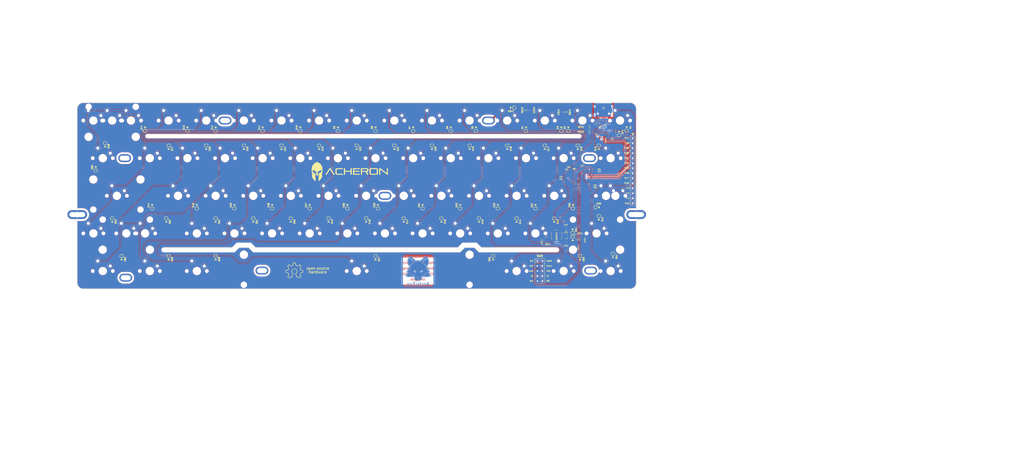
<source format=kicad_pcb>
(kicad_pcb (version 20200104) (host pcbnew "(5.99.0-840-g2507f985a)")
  (title_block (title "ArcticPCB") (date "2020-03-18") (rev "Alpha") (comment 1 "Designed by Gondolindrim in partnership with ArcticFox") (comment 2 "Project page: http://github.com/Gondolindrim/ArcticPCB") (comment 3 "ArcticPCB: a minimum layout, 60% custom keyboard PCB"))
  (layers (0 "F.Cu" signal) (31 "B.Cu" signal) (34 "B.Paste" user hide) (35 "F.Paste" user hide) (36 "B.SilkS" user hide) (37 "F.SilkS" user) (38 "B.Mask" user hide) (39 "F.Mask" user) (44 "Edge.Cuts" user))
  (net 0 "")
  (net 1 "3.3V")
  (net 2 "GND")
  (net 3 "BOOT0")
  (net 4 "NRST")
  (net 5 "/SHIELD")
  (net 6 "5V")
  (net 7 "VBUS")
  (net 8 "Net-(DRST1-Pad2)")
  (net 9 "Net-(D1-Pad2)")
  (net 10 "Col1")
  (net 11 "Net-(D2-Pad2)")
  (net 12 "Col2")
  (net 13 "Net-(D3-Pad2)")
  (net 14 "Col3")
  (net 15 "Net-(D4-Pad2)")
  (net 16 "Col4")
  (net 17 "Net-(D5-Pad2)")
  (net 18 "Col5")
  (net 19 "Net-(D6-Pad2)")
  (net 20 "Col6")
  (net 21 "Net-(D7-Pad2)")
  (net 22 "Col7")
  (net 23 "Net-(D8-Pad2)")
  (net 24 "Col8")
  (net 25 "Net-(D9-Pad2)")
  (net 26 "Col9")
  (net 27 "Net-(D10-Pad2)")
  (net 28 "Col10")
  (net 29 "Net-(D11-Pad2)")
  (net 30 "Col11")
  (net 31 "Net-(D12-Pad2)")
  (net 32 "Col12")
  (net 33 "Net-(D13-Pad2)")
  (net 34 "Col13")
  (net 35 "Net-(D14-Pad2)")
  (net 36 "Net-(D15-Pad2)")
  (net 37 "Net-(D16-Pad2)")
  (net 38 "Net-(D17-Pad2)")
  (net 39 "Net-(D18-Pad2)")
  (net 40 "Net-(D19-Pad2)")
  (net 41 "Net-(D20-Pad2)")
  (net 42 "Net-(D21-Pad2)")
  (net 43 "Net-(D22-Pad2)")
  (net 44 "Net-(D23-Pad2)")
  (net 45 "Net-(D24-Pad2)")
  (net 46 "Net-(D25-Pad2)")
  (net 47 "Net-(D26-Pad2)")
  (net 48 "Net-(D27-Pad2)")
  (net 49 "Net-(D28-Pad2)")
  (net 50 "Net-(D29-Pad2)")
  (net 51 "Net-(D30-Pad2)")
  (net 52 "Net-(D31-Pad2)")
  (net 53 "Col14")
  (net 54 "Net-(D32-Pad2)")
  (net 55 "Net-(D33-Pad2)")
  (net 56 "Net-(D34-Pad2)")
  (net 57 "Net-(D35-Pad2)")
  (net 58 "Net-(D36-Pad2)")
  (net 59 "Net-(D37-Pad2)")
  (net 60 "Net-(D38-Pad2)")
  (net 61 "Net-(D39-Pad2)")
  (net 62 "Net-(D40-Pad2)")
  (net 63 "Net-(D41-Pad2)")
  (net 64 "Net-(D42-Pad2)")
  (net 65 "Net-(D43-Pad2)")
  (net 66 "Net-(D44-Pad2)")
  (net 67 "Net-(D45-Pad2)")
  (net 68 "Net-(D46-Pad2)")
  (net 69 "Net-(D47-Pad2)")
  (net 70 "Net-(D48-Pad2)")
  (net 71 "Net-(D49-Pad2)")
  (net 72 "Net-(D50-Pad2)")
  (net 73 "Net-(D51-Pad2)")
  (net 74 "Net-(D52-Pad2)")
  (net 75 "Net-(D53-Pad2)")
  (net 76 "Net-(D54-Pad2)")
  (net 77 "Net-(D55-Pad2)")
  (net 78 "Net-(D56-Pad2)")
  (net 79 "Net-(D57-Pad2)")
  (net 80 "Net-(D58-Pad2)")
  (net 81 "Net-(D59-Pad2)")
  (net 82 "Net-(D60-Pad2)")
  (net 83 "Net-(D65-Pad2)")
  (net 84 "Net-(J1-PadB8)")
  (net 85 "Net-(J1-PadA5)")
  (net 86 "DBus+")
  (net 87 "DBus-")
  (net 88 "Net-(J1-PadA8)")
  (net 89 "Row1")
  (net 90 "Row2")
  (net 91 "Row3")
  (net 92 "Row4")
  (net 93 "Row5")
  (net 94 "D+")
  (net 95 "D-")
  (net 96 "SWCLK")
  (net 97 "SWDIO")
  (net 98 "Net-(D62-Pad2)")
  (net 99 "CASE")
  (net 100 "Net-(CSH2-Pad2)")
  (net 101 "Net-(J1-PadB5)")
  (net 102 "Extra14")
  (net 103 "Extra13")
  (net 104 "Extra12")
  (net 105 "Extra11")
  (net 106 "Extra10")
  (net 107 "Extra9")
  (net 108 "Extra8")
  (net 109 "Extra7")
  (net 110 "Extra6")
  (net 111 "Extra5")
  (net 112 "Extra4")
  (net 113 "Extra3")
  (net 114 "Extra2")
  (net 115 "Extra1")
  (net 116 "Net-(J3-Pad8)")
  (net 117 "Net-(J3-Pad7)")
  (net 118 "Net-(J3-Pad6)")
  (module "acheron_MX_SolderMask:MX225R" (layer "F.Cu") (at 91.38143 129.453285)
    (fp_text reference "SW41")
    (fp_text value "ENTER_225")
    (pad "" np_thru_hole circle (at 11.938 -8.255 180) (size 3.9878 3.9878) (drill 3.9878) (layers *.Cu *.Mask))
    (pad "" np_thru_hole circle (at -11.938 -8.255 180) (size 3.9878 3.9878) (drill 3.9878) (layers *.Cu *.Mask))
    (pad "" np_thru_hole circle (at -11.938 6.985 180) (size 3.048 3.048) (drill 3.048) (layers *.Cu *.Mask))
    (pad "" np_thru_hole circle (at 11.938 6.985 180) (size 3.048 3.048) (drill 3.048) (layers *.Cu *.Mask))
    (pad "" np_thru_hole circle (at -5.08 0) (size 1.7018 1.7018) (drill 1.7018) (layers *.Cu *.Mask))
    (pad "" np_thru_hole circle (at 5.08 0) (size 1.7018 1.7018) (drill 1.7018) (layers *.Cu *.Mask))
    (pad "1" thru_hole circle (at -2.54 -5.08) (size 2.54 2.54) (drill 1.524) (layers *.Cu "F.Mask") (net 34 "Col13"))
    (pad "2" thru_hole circle (at 3.81 -2.54) (size 2.54 2.54) (drill 1.524) (layers *.Cu "F.Mask") (net 63 "Net-(D41-Pad2)"))
    (pad "" np_thru_hole circle (at 0 0) (size 3.9878 3.9878) (drill 3.9878) (layers *.Cu *.Mask))
  )
  (module "acheron_Logos:acheronLong" (layer "F.Cu") (at 209.254375 117.134125)
    (fp_text reference "L3" hide)
    (fp_text value "Acheron Logo" hide)
  )
  (module "acheron_Connectors:Conn_ARM_JTAG_SWD_10" (layer "F.Cu") (at 305.53625 167.553125)
    (fp_text reference "J3" hide)
    (fp_text value "Conn_ARM_JTAG_SWD_10" hide)
    (fp_text user "SWD" (at 0 -7.62) (layer "F.SilkS") (effects (font (thickness 0.25))))
    (fp_text user "SWDIO" (at 3.302 -5.08) (layer "F.SilkS") (effects (font (size 0.6 0.6)) (justify left)))
    (fp_text user "SWCLK" (at 3.302 -2.54) (layer "F.SilkS") (effects (font (size 0.6 0.6)) (justify left)))
    (fp_text user "SWO" (at 3.302 0) (layer "F.SilkS") (effects (font (size 0.6 0.6)) (justify left)))
    (fp_text user "NC" (at 3.302 2.54) (layer "F.SilkS") (effects (font (size 0.6 0.6)) (justify left)))
    (fp_text user "~RST" (at 3.302 5.08) (layer "F.SilkS") (effects (font (size 0.6 0.6)) (justify left)))
    (fp_text user "GND" (at -3.302 5.08) (layer "F.SilkS") (effects (font (size 0.6 0.6)) (justify right)))
    (fp_text user "NC" (at -3.302 2.54) (layer "F.SilkS") (effects (font (size 0.6 0.6)) (justify right)))
    (fp_text user "GND" (at -3.302 0) (layer "F.SilkS") (effects (font (size 0.6 0.6)) (justify right)))
    (fp_text user "GND" (at -3.302 -2.54) (layer "F.SilkS") (effects (font (size 0.6 0.6)) (justify right)))
    (fp_text user "3V3" (at -3.302 -5.08) (layer "F.SilkS") (effects (font (size 0.6 0.6)) (justify right)))
    (pad "9" thru_hole oval (at -1.2065 5.08) (size 1.524 1.524) (drill 0.762) (layers *.Cu *.Mask) (net 2 "GND"))
    (pad "10" thru_hole oval (at 1.3335 5.08) (size 1.524 1.524) (drill 0.762) (layers *.Cu *.Mask) (net 4 "NRST"))
    (pad "7" thru_hole oval (at -1.3335 2.54) (size 1.524 1.524) (drill 0.762) (layers *.Cu *.Mask) (net 117 "Net-(J3-Pad7)"))
    (pad "8" thru_hole oval (at 1.2065 2.54) (size 1.524 1.524) (drill 0.762) (layers *.Cu *.Mask) (net 116 "Net-(J3-Pad8)"))
    (pad "6" thru_hole oval (at 1.3335 0) (size 1.524 1.524) (drill 0.762) (layers *.Cu *.Mask) (net 118 "Net-(J3-Pad6)"))
    (pad "4" thru_hole oval (at 1.2065 -2.54) (size 1.524 1.524) (drill 0.762) (layers *.Cu *.Mask) (net 96 "SWCLK"))
    (pad "2" thru_hole oval (at 1.3335 -5.08) (size 1.524 1.524) (drill 0.762) (layers *.Cu *.Mask) (net 97 "SWDIO"))
    (pad "1" thru_hole rect (at -1.2065 -5.08) (size 1.524 1.524) (drill 0.762) (layers *.Cu *.Mask) (net 1 "3.3V"))
    (pad "3" thru_hole oval (at -1.3335 -2.54) (size 1.524 1.524) (drill 0.762) (layers *.Cu *.Mask) (net 2 "GND"))
    (pad "5" thru_hole oval (at -1.2065 0) (size 1.524 1.524) (drill 0.762) (layers *.Cu *.Mask) (net 2 "GND"))
  )
  (module "acheron_Connectors:PinHeader_1x14_P2.54mm_Vertical" (layer "F.Cu") (at 352.52625 116.753125)
    (fp_text reference "J2" hide)
    (fp_text value "Conn_01x14" hide)
    (pad "14" thru_hole oval (at 0 16.51) (size 1.524 1.524) (drill 0.762) (layers *.Cu *.Mask) (net 102 "Extra14"))
    (pad "13" thru_hole oval (at 0 13.97) (size 1.524 1.524) (drill 0.762) (layers *.Cu *.Mask) (net 103 "Extra13"))
    (pad "12" thru_hole oval (at 0 11.43) (size 1.524 1.524) (drill 0.762) (layers *.Cu *.Mask) (net 104 "Extra12"))
    (pad "11" thru_hole oval (at 0 8.89) (size 1.524 1.524) (drill 0.762) (layers *.Cu *.Mask) (net 105 "Extra11"))
    (pad "10" thru_hole oval (at 0 6.35) (size 1.524 1.524) (drill 0.762) (layers *.Cu *.Mask) (net 106 "Extra10"))
    (pad "9" thru_hole oval (at 0 3.81) (size 1.524 1.524) (drill 0.762) (layers *.Cu *.Mask) (net 107 "Extra9"))
    (pad "8" thru_hole oval (at 0 1.27) (size 1.524 1.524) (drill 0.762) (layers *.Cu *.Mask) (net 108 "Extra8"))
    (pad "7" thru_hole oval (at 0 -1.27) (size 1.524 1.524) (drill 0.762) (layers *.Cu *.Mask) (net 109 "Extra7"))
    (pad "6" thru_hole oval (at 0 -3.81) (size 1.524 1.524) (drill 0.762) (layers *.Cu *.Mask) (net 110 "Extra6"))
    (pad "5" thru_hole oval (at 0 -6.35) (size 1.524 1.524) (drill 0.762) (layers *.Cu *.Mask) (net 111 "Extra5"))
    (pad "4" thru_hole oval (at 0 -8.89) (size 1.524 1.524) (drill 0.762) (layers *.Cu *.Mask) (net 112 "Extra4"))
    (pad "1" thru_hole rect (at 0 -16.51) (size 1.524 1.524) (drill 0.762) (layers *.Cu *.Mask) (net 115 "Extra1"))
    (pad "2" thru_hole oval (at 0 -13.97) (size 1.524 1.524) (drill 0.762) (layers *.Cu *.Mask) (net 114 "Extra2"))
    (pad "3" thru_hole oval (at 0 -11.43) (size 1.524 1.524) (drill 0.762) (layers *.Cu *.Mask) (net 113 "Extra3"))
  )
  (module "acheron_Connectors:TYPE-C-31-M-12" (layer "F.Cu") (at 337.72625 89.953125 180)
    (fp_text reference "J1" (at 0 5) (layer "F.SilkS"))
    (fp_text value "TYPE-C-31-M12_13")
    (pad "S" smd oval (at -4.3 1.5 180) (size 1.2 2.3) (layers "B.Cu" "B.Mask") (net 5 "/SHIELD"))
    (pad "S" thru_hole oval (at 4.3 1.5 180) (size 1.2 2.3) (drill oval 0.6 1.7) (layers *.Cu *.Mask) (net 5 "/SHIELD"))
    (pad "S" thru_hole oval (at 4.3 5.7 180) (size 1.3 1.9) (drill oval 0.6 1.2) (layers *.Cu *.Mask) (net 5 "/SHIELD"))
    (pad "" np_thru_hole circle (at 2.89 2.051 180) (size 0.65 0.65) (drill 0.65) (layers *.Cu *.Mask))
    (pad "" np_thru_hole circle (at -2.89 2.051 180) (size 0.65 0.65) (drill 0.65) (layers *.Cu *.Mask))
    (pad "S" thru_hole oval (at -4.3 5.7 180) (size 1.3 1.9) (drill oval 0.6 1.2) (layers *.Cu *.Mask) (net 5 "/SHIELD"))
    (pad "A1" smd roundrect (at -3.25 1.275 180) (size 0.6 1.45) (drill (offset 0 -0.55)) (layers "F.Cu" "F.Paste" "F.Mask") (net 2 "GND"))
    (pad "B8" smd roundrect (at -1.75 1.275 180) (size 0.3 1.45) (drill (offset 0 -0.55)) (layers "F.Cu" "F.Paste" "F.Mask") (net 84 "Net-(J1-PadB8)"))
    (pad "A5" smd roundrect (at -1.25 1.275 180) (size 0.3 1.45) (drill (offset 0 -0.55)) (layers "F.Cu" "F.Paste" "F.Mask") (net 85 "Net-(J1-PadA5)"))
    (pad "B7" smd roundrect (at -0.75 1.275 180) (size 0.3 1.45) (drill (offset 0 -0.55)) (layers "F.Cu" "F.Paste" "F.Mask") (net 87 "DBus-"))
    (pad "A6" smd roundrect (at -0.254 1.275 180) (size 0.3 1.45) (drill (offset 0 -0.55)) (layers "F.Cu" "F.Paste" "F.Mask") (net 86 "DBus+"))
    (pad "B5" smd roundrect (at 1.75 1.275 180) (size 0.3 1.45) (drill (offset 0 -0.55)) (layers "F.Cu" "F.Paste" "F.Mask") (net 101 "Net-(J1-PadB5)"))
    (pad "A8" smd roundrect (at 1.25 1.275 180) (size 0.3 1.45) (drill (offset 0 -0.55)) (layers "F.Cu" "F.Paste" "F.Mask") (net 88 "Net-(J1-PadA8)"))
    (pad "B6" smd roundrect (at 0.75 1.275 180) (size 0.3 1.45) (drill (offset 0 -0.55)) (layers "F.Cu" "F.Paste" "F.Mask") (net 86 "DBus+"))
    (pad "A7" smd roundrect (at 0.25 1.275 180) (size 0.3 1.45) (drill (offset 0 -0.55)) (layers "F.Cu" "F.Paste" "F.Mask") (net 87 "DBus-"))
    (pad "S" thru_hole oval (at -4.3 1.5 180) (size 1.3 2.4) (drill oval 0.6 1.7) (layers *.Cu "B.SilkS" "F.Mask") (net 5 "/SHIELD"))
    (pad "A4" smd roundrect (at -2.45 1.275 180) (size 0.6 1.45) (drill (offset 0 -0.55)) (layers "F.Cu" "F.Paste" "F.Mask") (net 7 "VBUS"))
    (pad "B1" smd roundrect (at 3.25 1.275 180) (size 0.6 1.45) (drill (offset 0 -0.55)) (layers "F.Cu" "F.Paste" "F.Mask") (net 2 "GND"))
    (pad "B4" smd roundrect (at 2.45 1.275 180) (size 0.6 1.45) (drill (offset 0 -0.55)) (layers "F.Cu" "F.Paste" "F.Mask") (net 7 "VBUS"))
  )
  (module "arcticGraphics:arcticLabel" (layer "F.Cu") (at 243.81425 167.553125)
    (fp_text reference "L4" hide)
    (fp_text value "ArcticLabel" hide)
    (fp_poly (pts (xy 0.264085 -7.454253) (xy 0.465409 -7.454251) (xy 0.666583 -7.454249) (xy 0.867545 -7.454246) (xy 1.068227 -7.454242) (xy 1.268567 -7.454236) (xy 1.4685 -7.454231) (xy 1.667961 -7.454224) (xy 1.866885 -7.454216) (xy 2.065208 -7.454208) (xy 2.262865 -7.454198) (xy 2.459793 -7.454188) (xy 2.655925 -7.454177) (xy 2.851199 -7.454165) (xy 3.045548 -7.454153) (xy 3.238909 -7.454139) (xy 3.431218 -7.454125) (xy 3.622409 -7.454109) (xy 3.812417 -7.454093) (xy 4.00118 -7.454076) (xy 4.188631 -7.454058) (xy 4.374706 -7.454039) (xy 4.559341 -7.454019) (xy 4.742472 -7.453999) (xy 4.924033 -7.453977) (xy 5.10396 -7.453955) (xy 5.282189 -7.453932) (xy 5.458655 -7.453907) (xy 5.633293 -7.453882) (xy 5.80604 -7.453857) (xy 5.976829 -7.45383) (xy 6.145598 -7.453802) (xy 6.31228 -7.453774) (xy 6.476813 -7.453745) (xy 6.63913 -7.453714) (xy 6.799169 -7.453683) (xy 6.956863 -7.453652) (xy 7.112149 -7.453619) (xy 7.264961 -7.453585) (xy 7.415236 -7.453551) (xy 7.562909 -7.453515) (xy 7.707915 -7.453479) (xy 7.85019 -7.453442) (xy 7.98967 -7.453404) (xy 8.126288 -7.453365) (xy 8.259982 -7.453325) (xy 8.390687 -7.453285) (xy 8.518337 -7.453243) (xy 8.642869 -7.453201) (xy 8.764218 -7.453158) (xy 8.882319 -7.453114) (xy 8.997108 -7.453069) (xy 9.10852 -7.453023) (xy 9.216491 -7.452977) (xy 9.320956 -7.452929) (xy 9.42185 -7.452881) (xy 9.51911 -7.452832) (xy 9.61267 -7.452781) (xy 9.702466 -7.45273) (xy 9.788433 -7.452679) (xy 9.870507 -7.452626) (xy 9.948623 -7.452572) (xy 10.022718 -7.452518) (xy 10.092725 -7.452463) (xy 10.158581 -7.452406) (xy 10.220221 -7.452349) (xy 10.27758 -7.452292) (xy 10.330594 -7.452233) (xy 10.379199 -7.452173) (xy 10.42333 -7.452113) (xy 10.462922 -7.452051) (xy 10.497911 -7.451989) (xy 10.528231 -7.451926) (xy 10.55382 -7.451862) (xy 10.574612 -7.451797) (xy 10.590542 -7.451731) (xy 10.601546 -7.451665) (xy 10.60756 -7.451597) (xy 10.608519 -7.451572) (xy 10.720071 -7.444873) (xy 10.828947 -7.43444) (xy 10.936054 -7.42014) (xy 11.042297 -7.40184) (xy 11.148584 -7.379407) (xy 11.221868 -7.361591) (xy 11.338154 -7.329236) (xy 11.452675 -7.292161) (xy 11.565301 -7.250456) (xy 11.675904 -7.204209) (xy 11.784354 -7.153509) (xy 11.890524 -7.098445) (xy 11.994285 -7.039106) (xy 12.095508 -6.975581) (xy 12.194064 -6.907958) (xy 12.289825 -6.836327) (xy 12.382663 -6.760776) (xy 12.472447 -6.681395) (xy 12.559051 -6.598271) (xy 12.642345 -6.511495) (xy 12.7222 -6.421154) (xy 12.798489 -6.327338) (xy 12.871081 -6.230135) (xy 12.882003 -6.214758) (xy 12.94831 -6.116433) (xy 13.010792 -6.014929) (xy 13.069266 -5.910607) (xy 13.123551 -5.803826) (xy 13.173464 -5.694947) (xy 13.218822 -5.584331) (xy 13.259445 -5.472337) (xy 13.263872 -5.459184) (xy 13.293887 -5.364197) (xy 13.320366 -5.269447) (xy 13.343439 -5.174256) (xy 13.363236 -5.077945) (xy 13.379887 -4.979837) (xy 13.393524 -4.879253) (xy 13.404277 -4.775515) (xy 13.41039 -4.69726) (xy 13.410528 -4.692681) (xy 13.410664 -4.683119) (xy 13.410797 -4.668673) (xy 13.410927 -4.64944) (xy 13.411055 -4.625518) (xy 13.41118 -4.597005) (xy 13.411302 -4.563997) (xy 13.411421 -4.526592) (xy 13.411538 -4.484889) (xy 13.411653 -4.438984) (xy 13.411764 -4.388975) (xy 13.411873 -4.33496) (xy 13.411979 -4.277036) (xy 13.412083 -4.2153) (xy 13.412183 -4.149851) (xy 13.412282 -4.080786) (xy 13.412377 -4.008202) (xy 13.41247 -3.932197) (xy 13.41256 -3.852869) (xy 13.412647 -3.770314) (xy 13.412732 -3.684632) (xy 13.412814 -3.595918) (xy 13.412893 -3.504272) (xy 13.41297 -3.409789) (xy 13.413044 -3.312568) (xy 13.413115 -3.212707) (xy 13.413184 -3.110303) (xy 13.41325 -3.005453) (xy 13.413313 -2.898256) (xy 13.413374 -2.788808) (xy 13.413431 -2.677207) (xy 13.413487 -2.563551) (xy 13.413539 -2.447937) (xy 13.413589 -2.330463) (xy 13.413636 -2.211227) (xy 13.413681 -2.090325) (xy 13.413722 -1.967856) (xy 13.413761 -1.843917) (xy 13.413798 -1.718606) (xy 13.413832 -1.59202) (xy 13.413863 -1.464256) (xy 13.413891 -1.335413) (xy 13.413917 -1.205588) (xy 13.41394 -1.074878) (xy 13.41396 -0.943381) (xy 13.413978 -0.811195) (xy 13.413992 -0.678417) (xy 13.414005 -0.545144) (xy 13.414014 -0.411475) (xy 13.414021 -0.277506) (xy 13.414025 -0.143336) (xy 13.414027 -0.009061) (xy 13.414026 0.12522) (xy 13.414022 0.25941) (xy 13.414015 0.393411) (xy 13.414006 0.527127) (xy 13.413994 0.660459) (xy 13.41398 0.793309) (xy 13.413962 0.925581) (xy 13.413943 1.057177) (xy 13.41392 1.187998) (xy 13.413895 1.317949) (xy 13.413867 1.44693) (xy 13.413836 1.574845) (xy 13.413803 1.701595) (xy 13.413766 1.827084) (xy 13.413728 1.951214) (xy 13.413686 2.073887) (xy 13.413642 2.195006) (xy 13.413595 2.314473) (xy 13.413546 2.432191) (xy 13.413494 2.548061) (xy 13.413439 2.661987) (xy 13.413382 2.773871) (xy 13.413321 2.883615) (xy 13.413258 2.991122) (xy 13.413193 3.096294) (xy 13.413125 3.199034) (xy 13.413054 3.299244) (xy 13.41298 3.396827) (xy 13.412904 3.491685) (xy 13.412825 3.58372) (xy 13.412743 3.672835) (xy 13.412659 3.758932) (xy 13.412572 3.841914) (xy 13.412482 3.921684) (xy 13.41239 3.998143) (xy 13.412295 4.071194) (xy 13.412197 4.14074) (xy 13.412096 4.206683) (xy 13.411993 4.268925) (xy 13.411887 4.327369) (xy 13.411779 4.381917) (xy 13.411668 4.432473) (xy 13.411554 4.478937) (xy 13.411437 4.521213) (xy 13.411318 4.559204) (xy 13.411196 4.592811) (xy 13.411072 4.621937) (xy 13.410944 4.646484) (xy 13.410814 4.666355) (xy 13.410682 4.681453) (xy 13.410546 4.691679) (xy 13.410408 4.696937) (xy 13.41039 4.69726) (xy 13.402496 4.795408) (xy 13.392346 4.889783) (xy 13.379785 4.981239) (xy 13.364659 5.070627) (xy 13.346813 5.158799) (xy 13.326093 5.246607) (xy 13.302344 5.334905) (xy 13.282992 5.400204) (xy 13.247046 5.508856) (xy 13.20624 5.616969) (xy 13.160792 5.724096) (xy 13.110922 5.829795) (xy 13.056848 5.93362) (xy 12.998789 6.035129) (xy 12.936963 6.133875) (xy 12.882 6.214759) (xy 12.810073 6.312375) (xy 12.734313 6.406763) (xy 12.654857 6.497807) (xy 12.571837 6.58539) (xy 12.485391 6.669394) (xy 12.395653 6.749704) (xy 12.302758 6.826202) (xy 12.206842 6.898771) (xy 12.108039 6.967295) (xy 12.006485 7.031657) (xy 11.902315 7.09174) (xy 11.812359 7.139085) (xy 11.762629 7.163736) (xy 11.715817 7.186057) (xy 11.67066 7.206599) (xy 11.625892 7.225917) (xy 11.580251 7.244563) (xy 11.532473 7.263091) (xy 11.508425 7.272099) (xy 11.39437 7.311725) (xy 11.279105 7.346472) (xy 11.162553 7.376355) (xy 11.044633 7.401389) (xy 10.925267 7.421591) (xy 10.804376 7.436976) (xy 10.681882 7.44756) (xy 10.608519 7.451572) (xy 10.604645 7.45163) (xy 10.595755 7.451686) (xy 10.581915 7.451742) (xy 10.56319 7.451798) (xy 10.539642 7.451852) (xy 10.511338 7.451906) (xy 10.478342 7.451959) (xy 10.440717 7.452011) (xy 10.398529 7.452063) (xy 10.351842 7.452113) (xy 10.30072 7.452163) (xy 10.245228 7.452213) (xy 10.185431 7.452261) (xy 10.121392 7.452309) (xy 10.053177 7.452356) (xy 9.980849 7.452402) (xy 9.904474 7.452447) (xy 9.824116 7.452492) (xy 9.739839 7.452536) (xy 9.651708 7.452579) (xy 9.559787 7.452621) (xy 9.464141 7.452663) (xy 9.364834 7.452703) (xy 9.26193 7.452744) (xy 9.155495 7.452783) (xy 9.045593 7.452821) (xy 8.932287 7.452859) (xy 8.815644 7.452896) (xy 8.695726 7.452933) (xy 8.572599 7.452968) (xy 8.446327 7.453003) (xy 8.316974 7.453037) (xy 8.184606 7.45307) (xy 8.049286 7.453103) (xy 7.911079 7.453135) (xy 7.770049 7.453166) (xy 7.626262 7.453196) (xy 7.47978 7.453225) (xy 7.33067 7.453254) (xy 7.178995 7.453282) (xy 7.02482 7.453309) (xy 6.86821 7.453336) (xy 6.709228 7.453362) (xy 6.547939 7.453387) (xy 6.384408 7.453411) (xy 6.2187 7.453434) (xy 6.050878 7.453457) (xy 5.881008 7.453479) (xy 5.709153 7.453501) (xy 5.535378 7.453521) (xy 5.359748 7.453541) (xy 5.182327 7.45356) (xy 5.00318 7.453578) (xy 4.822371 7.453596) (xy 4.639965 7.453613) (xy 4.456025 7.453629) (xy 4.270617 7.453644) (xy 4.083806 7.453658) (xy 3.895654 7.453672) (xy 3.706228 7.453685) (xy 3.515591 7.453698) (xy 3.323808 7.453709) (xy 3.130944 7.45372) (xy 2.937063 7.45373) (xy 2.742229 7.45374) (xy 2.546506 7.453748) (xy 2.349961 7.453756) (xy 2.152656 7.453763) (xy 1.954656 7.45377) (xy 1.756026 7.453775) (xy 1.556831 7.45378) (xy 1.357134 7.453784) (xy 1.157 7.453788) (xy 0.956495 7.453791) (xy 0.755681 7.453793) (xy 0.554624 7.453794) (xy 0.152038 7.453794) (xy -0.049361 7.453793) (xy -0.250747 7.453791) (xy -0.452053 7.453789) (xy -0.653216 7.453786) (xy -0.85417 7.453782) (xy -1.054852 7.453777) (xy -1.255197 7.453772) (xy -1.455141 7.453766) (xy -1.654618 7.453759) (xy -1.853565 7.453751) (xy -2.051917 7.453743) (xy -2.24961 7.453734) (xy -2.446579 7.453724) (xy -2.642759 7.453714) (xy -2.838087 7.453702) (xy -3.032497 7.45369) (xy -3.225925 7.453678) (xy -3.418307 7.453664) (xy -3.609578 7.45365) (xy -3.799674 7.453635) (xy -3.98853 7.45362) (xy -4.176082 7.453603) (xy -4.362266 7.453586) (xy -4.547016 7.453568) (xy -4.730268 7.45355) (xy -4.911958 7.453531) (xy -5.092022 7.453511) (xy -5.270394 7.45349) (xy -5.447011 7.453468) (xy -5.621808 7.453446) (xy -5.79472 7.453423) (xy -5.965683 7.4534) (xy -6.134633 7.453375) (xy -6.301505 7.45335) (xy -6.466234 7.453325) (xy -6.628756 7.453298) (xy -6.789007 7.453271) (xy -6.946922 7.453243) (xy -7.102436 7.453214) (xy -7.255486 7.453185) (xy -7.406006 7.453155) (xy -7.553932 7.453124) (xy -7.6992 7.453092) (xy -7.841745 7.45306) (xy -7.981503 7.453027) (xy -8.118409 7.452993) (xy -8.252399 7.452959) (xy -8.383408 7.452924) (xy -8.511372 7.452888) (xy -8.636226 7.452851) (xy -8.757906 7.452814) (xy -8.876347 7.452776) (xy -8.991486 7.452737) (xy -9.103256 7.452698) (xy -9.211595 7.452658) (xy -9.316436 7.452617) (xy -9.417717 7.452575) (xy -9.515373 7.452533) (xy -9.609338 7.45249) (xy -9.699549 7.452446) (xy -9.78594 7.452401) (xy -9.868449 7.452356) (xy -9.947009 7.45231) (xy -10.021557 7.452264) (xy -10.092028 7.452216) (xy -10.158357 7.452168) (xy -10.220481 7.45212) (xy -10.278335 7.45207) (xy -10.331853 7.45202) (xy -10.380972 7.451969) (xy -10.425628 7.451918) (xy -10.465755 7.451865) (xy -10.501289 7.451812) (xy -10.532166 7.451759) (xy -10.558322 7.451704) (xy -10.579691 7.451649) (xy -10.59621 7.451593) (xy -10.607813 7.451537) (xy -10.614437 7.45148) (xy -10.615932 7.451448) (xy -10.737218 7.443662) (xy -10.858192 7.430871) (xy -10.978554 7.413122) (xy -11.098007 7.390466) (xy -11.21625 7.36295) (xy -11.306949 7.33829) (xy -11.422618 7.302195) (xy -11.536351 7.261444) (xy -11.648022 7.216125) (xy -11.757508 7.166327) (xy -11.864682 7.112141) (xy -11.969422 7.053653) (xy -12.0716 6.990955) (xy -12.171094 6.924134) (xy -12.267778 6.853279) (xy -12.361528 6.778481) (xy -12.452218 6.699826) (xy -12.539724 6.617406) (xy -12.623921 6.531308) (xy -12.704684 6.441622) (xy -12.781889 6.348436) (xy -12.85541 6.25184) (xy -12.882003 6.214759) (xy -12.928588 6.14679) (xy -12.972338 6.078848) (xy -13.013951 6.009758) (xy -13.054126 5.938348) (xy -13.093562 5.863443) (xy -13.107243 5.836336) (xy -13.15953 5.726116) (xy -13.206923 5.614611) (xy -13.249434 5.501774) (xy -13.287074 5.387563) (xy -13.319855 5.271933) (xy -13.347788 5.154839) (xy -13.370885 5.036237) (xy -13.389157 4.916083) (xy -13.402616 4.794331) (xy -13.411272 4.670938) (xy -13.412356 4.647735) (xy -13.412458 4.642809) (xy -13.412559 4.632901) (xy -13.412657 4.618111) (xy -13.412754 4.598535) (xy -13.412848 4.574274) (xy -13.412941 4.545424) (xy -13.413031 4.512084) (xy -13.41312 4.474353) (xy -13.413206 4.432328) (xy -13.413291 4.386109) (xy -13.413373 4.335792) (xy -13.413454 4.281477) (xy -13.413532 4.223262) (xy -13.413609 4.161245) (xy -13.413683 4.095525) (xy -13.413756 4.026198) (xy -13.413826 3.953365) (xy -13.413895 3.877123) (xy -13.413961 3.79757) (xy -13.414026 3.714805) (xy -13.414088 3.628926) (xy -13.414149 3.540031) (xy -13.414207 3.448219) (xy -13.414264 3.353587) (xy -13.414318 3.256235) (xy -13.41437 3.15626) (xy -13.414421 3.05376) (xy -13.414469 2.948834) (xy -13.414516 2.841581) (xy -13.41456 2.732097) (xy -13.414603 2.620483) (xy -13.414643 2.506835) (xy -13.414682 2.391253) (xy -13.414718 2.273834) (xy -13.414752 2.154677) (xy -13.414785 2.03388) (xy -13.414815 1.911541) (xy -13.414844 1.787759) (xy -13.41487 1.662631) (xy -13.414894 1.536257) (xy -13.414917 1.408734) (xy -13.414937 1.280161) (xy -13.414955 1.150636) (xy -13.414971 1.020257) (xy -13.414985 0.889123) (xy -13.414998 0.757331) (xy -13.415008 0.62498) (xy -13.415017 0.492169) (xy -13.415023 0.358995) (xy -13.415027 0.225557) (xy -13.41503 0.091953) (xy -13.41503 0.022256) (xy -12.914697 0.022256) (xy -12.914696 0.155794) (xy -12.914692 0.289218) (xy -12.914687 0.422429) (xy -12.91468 0.555329) (xy -12.91467 0.68782) (xy -12.914659 0.819805) (xy -12.914646 0.951184) (xy -12.91463 1.081861) (xy -12.914613 1.211737) (xy -12.914593 1.340714) (xy -12.914572 1.468695) (xy -12.914549 1.59558) (xy -12.914523 1.721273) (xy -12.914496 1.845675) (xy -12.914467 1.968688) (xy -12.914435 2.090214) (xy -12.914402 2.210155) (xy -12.914366 2.328413) (xy -12.914329 2.444891) (xy -12.91429 2.559489) (xy -12.914248 2.672111) (xy -12.914205 2.782658) (xy -12.914159 2.891031) (xy -12.914112 2.997134) (xy -12.914062 3.100868) (xy -12.914011 3.202135) (xy -12.913957 3.300838) (xy -12.913902 3.396877) (xy -12.913845 3.490155) (xy -12.913785 3.580575) (xy -12.913724 3.668037) (xy -12.91366 3.752444) (xy -12.913595 3.833699) (xy -12.913527 3.911703) (xy -12.913458 3.986357) (xy -12.913386 4.057565) (xy -12.913313 4.125227) (xy -12.913237 4.189247) (xy -12.91316 4.249526) (xy -12.91308 4.305965) (xy -12.912999 4.358468) (xy -12.912915 4.406936) (xy -12.91283 4.45127) (xy -12.912742 4.491374) (xy -12.912652 4.527149) (xy -12.912561 4.558496) (xy -12.912467 4.585319) (xy -12.912372 4.607518) (xy -12.912274 4.624997) (xy -12.912175 4.637656) (xy -12.912073 4.645398) (xy -12.912007 4.647735) (xy -12.904118 4.756744) (xy -12.891844 4.863561) (xy -12.875114 4.968674) (xy -12.853857 5.072574) (xy -12.844725 5.111239) (xy -12.816203 5.217115) (xy -12.782909 5.321394) (xy -12.744941 5.423916) (xy -12.702402 5.52452) (xy -12.655389 5.623043) (xy -12.604004 5.719324) (xy -12.548345 5.813203) (xy -12.488515 5.904517) (xy -12.424611 5.993105) (xy -12.356734 6.078806) (xy -12.284985 6.161458) (xy -12.209463 6.2409) (xy -12.130268 6.31697) (xy -12.058714 6.380067) (xy -11.972753 6.449583) (xy -11.884014 6.51489) (xy -11.792651 6.575929) (xy -11.698818 6.632639) (xy -11.602667 6.684961) (xy -11.504353 6.732834) (xy -11.404028 6.7762) (xy -11.301846 6.814997) (xy -11.197961 6.849166) (xy -11.092525 6.878647) (xy -10.985693 6.90338) (xy -10.877618 6.923305) (xy -10.768452 6.938362) (xy -10.65835 6.948492) (xy -10.594551 6.952067) (xy -10.591628 6.952084) (xy -10.583679 6.952101) (xy -10.570756 6.952118) (xy -10.552912 6.952135) (xy -10.5302 6.952153) (xy -10.502673 6.95217) (xy -10.470383 6.952188) (xy -10.433383 6.952205) (xy -10.391727 6.952223) (xy -10.345466 6.952241) (xy -10.294655 6.952259) (xy -10.239345 6.952277) (xy -10.179589 6.952296) (xy -10.115441 6.952314) (xy -10.046953 6.952332) (xy -9.974178 6.952351) (xy -9.897168 6.952369) (xy -9.815978 6.952388) (xy -9.730658 6.952406) (xy -9.641263 6.952425) (xy -9.547846 6.952443) (xy -9.450458 6.952462) (xy -9.349152 6.952481) (xy -9.243983 6.952499) (xy -9.135002 6.952518) (xy -9.022262 6.952537) (xy -8.905816 6.952555) (xy -8.785717 6.952574) (xy -8.662018 6.952592) (xy -8.534772 6.952611) (xy -8.404031 6.952629) (xy -8.269848 6.952648) (xy -8.132276 6.952666) (xy -7.991369 6.952685) (xy -7.847178 6.952703) (xy -7.699756 6.952721) (xy -7.549157 6.952739) (xy -7.395433 6.952758) (xy -7.238637 6.952776) (xy -7.078822 6.952794) (xy -6.916041 6.952811) (xy -6.750347 6.952829) (xy -6.581791 6.952847) (xy -6.410428 6.952864) (xy -6.23631 6.952882) (xy -6.05949 6.952899) (xy -5.880021 6.952916) (xy -5.697955 6.952933) (xy -5.513345 6.95295) (xy -5.326245 6.952966) (xy -5.136707 6.952983) (xy -4.944783 6.952999) (xy -4.750528 6.953015) (xy -4.553992 6.953031) (xy -4.355231 6.953047) (xy -4.154295 6.953063) (xy -3.951238 6.953078) (xy -3.746113 6.953093) (xy -3.538973 6.953108) (xy -3.329871 6.953123) (xy -3.118858 6.953138) (xy -2.905989 6.953152) (xy -2.691316 6.953166) (xy -2.474891 6.95318) (xy -2.256769 6.953194) (xy -2.037 6.953207) (xy -1.81564 6.95322) (xy -1.592739 6.953233) (xy -1.368351 6.953246) (xy -1.142529 6.953258) (xy -0.915326 6.95327) (xy -0.686794 6.953282) (xy -0.456986 6.953293) (xy -0.225956 6.953304) (xy -0.008889 6.953314) (xy 0.316406 6.953328) (xy 0.636649 6.953341) (xy 0.951839 6.953353) (xy 1.261975 6.953363) (xy 1.567058 6.953371) (xy 1.867085 6.953378) (xy 2.162058 6.953384) (xy 2.451976 6.953388) (xy 2.736838 6.95339) (xy 3.016645 6.953391) (xy 3.291394 6.953391) (xy 3.561087 6.953389) (xy 3.825722 6.953386) (xy 4.0853 6.953381) (xy 4.339819 6.953375) (xy 4.58928 6.953367) (xy 4.833681 6.953358) (xy 5.073024 6.953348) (xy 5.307306 6.953336) (xy 5.536528 6.953322) (xy 5.76069 6.953307) (xy 5.97979 6.953291) (xy 6.193828 6.953273) (xy 6.402805 6.953254) (xy 6.606719 6.953233) (xy 6.805571 6.953211) (xy 6.999359 6.953187) (xy 7.188083 6.953162) (xy 7.371744 6.953135) (xy 7.550339 6.953107) (xy 7.72387 6.953078) (xy 7.892336 6.953047) (xy 8.055735 6.953014) (xy 8.214069 6.95298) (xy 8.367336 6.952945) (xy 8.515536 6.952908) (xy 8.658668 6.95287) (xy 8.796732 6.95283) (xy 8.929728 6.952789) (xy 9.057656 6.952746) (xy 9.180514 6.952702) (xy 9.298302 6.952656) (xy 9.411021 6.952609) (xy 9.518669 6.952561) (xy 9.621246 6.952511) (xy 9.718752 6.952459) (xy 9.811186 6.952406) (xy 9.898548 6.952352) (xy 9.980838 6.952296) (xy 10.058054 6.952239) (xy 10.130197 6.95218) (xy 10.197267 6.95212) (xy 10.259262 6.952058) (xy 10.316182 6.951995) (xy 10.368027 6.951931) (xy 10.414797 6.951865) (xy 10.456491 6.951797) (xy 10.493109 6.951728) (xy 10.524649 6.951658) (xy 10.551113 6.951586) (xy 10.572499 6.951513) (xy 10.588807 6.951438) (xy 10.600036 6.951362) (xy 10.606186 6.951284) (xy 10.607249 6.951251) (xy 10.682834 6.94632) (xy 10.755147 6.939606) (xy 10.825741 6.930919) (xy 10.896168 6.920067) (xy 10.967979 6.906858) (xy 10.968553 6.906745) (xy 11.075623 6.882958) (xy 11.18128 6.854341) (xy 11.285359 6.820985) (xy 11.387696 6.782982) (xy 11.488127 6.740425) (xy 11.586489 6.693406) (xy 11.682617 6.642017) (xy 11.776347 6.58635) (xy 11.867515 6.526498) (xy 11.955957 6.462554) (xy 12.04151 6.394608) (xy 12.124008 6.322754) (xy 12.203288 6.247083) (xy 12.275623 6.171583) (xy 12.349509 6.08732) (xy 12.419063 6.000413) (xy 12.484263 5.910903) (xy 12.545084 5.818835) (xy 12.601502 5.724248) (xy 12.653493 5.627187) (xy 12.701032 5.527693) (xy 12.744097 5.425808) (xy 12.782662 5.321575) (xy 12.81167 5.231877) (xy 12.834425 5.151752) (xy 12.854213 5.071322) (xy 12.871186 4.989772) (xy 12.885493 4.906287) (xy 12.897286 4.820054) (xy 12.906715 4.730256) (xy 12.908804 4.706149) (xy 12.908985 4.70383) (xy 12.909162 4.70125) (xy 12.909333 4.698342) (xy 12.9095 4.695036) (xy 12.909662 4.691263) (xy 12.90982 4.686954) (xy 12.909973 4.682039) (xy 12.910121 4.67645) (xy 12.910266 4.670117) (xy 12.910405 4.662972) (xy 12.910541 4.654944) (xy 12.910672 4.645965) (xy 12.910799 4.635967) (xy 12.910922 4.624879) (xy 12.911041 4.612632) (xy 12.911156 4.599158) (xy 12.911267 4.584387) (xy 12.911374 4.568249) (xy 12.911478 4.550677) (xy 12.911578 4.531601) (xy 12.911674 4.510951) (xy 12.911766 4.488659) (xy 12.911856 4.464655) (xy 12.911941 4.43887) (xy 12.912024 4.411235) (xy 12.912103 4.381681) (xy 12.912179 4.350139) (xy 12.912251 4.316539) (xy 12.912321 4.280813) (xy 12.912388 4.242891) (xy 12.912451 4.202704) (xy 12.912512 4.160184) (xy 12.91257 4.11526) (xy 12.912625 4.067863) (xy 12.912678 4.017926) (xy 12.912728 3.965378) (xy 12.912775 3.91015) (xy 12.91282 3.852173) (xy 12.912862 3.791378) (xy 12.912902 3.727696) (xy 12.91294 3.661057) (xy 12.912976 3.591394) (xy 12.913009 3.518635) (xy 12.91304 3.442713) (xy 12.91307 3.363558) (xy 12.913097 3.281101) (xy 12.913122 3.195272) (xy 12.913146 3.106004) (xy 12.913168 3.013225) (xy 12.913188 2.916869) (xy 12.913206 2.816864) (xy 12.913223 2.713142) (xy 12.913239 2.605635) (xy 12.913253 2.494272) (xy 12.913266 2.378985) (xy 12.913277 2.259704) (xy 12.913287 2.136361) (xy 12.913296 2.008885) (xy 12.913304 1.877209) (xy 12.913311 1.741263) (xy 12.913317 1.600977) (xy 12.913322 1.456283) (xy 12.913326 1.307112) (xy 12.91333 1.153394) (xy 12.913333 0.99506) (xy 12.913335 0.832041) (xy 12.913336 0.664268) (xy 12.913338 0.491672) (xy 12.913338 0.314183) (xy 12.913339 0.131732) (xy 12.913339 -0.185992) (xy 12.913338 -0.366974) (xy 12.913337 -0.543014) (xy 12.913336 -0.714183) (xy 12.913334 -0.880548) (xy 12.913332 -1.04218) (xy 12.913329 -1.199147) (xy 12.913325 -1.351519) (xy 12.913321 -1.499365) (xy 12.913315 -1.642753) (xy 12.913309 -1.781753) (xy 12.913302 -1.916434) (xy 12.913294 -2.046866) (xy 12.913284 -2.173117) (xy 12.913274 -2.295257) (xy 12.913262 -2.413354) (xy 12.913249 -2.527478) (xy 12.913234 -2.637698) (xy 12.913218 -2.744083) (xy 12.913201 -2.846703) (xy 12.913182 -2.945626) (xy 12.913161 -3.040921) (xy 12.913139 -3.132659) (xy 12.913115 -3.220907) (xy 12.913089 -3.305735) (xy 12.913061 -3.387213) (xy 12.913031 -3.465408) (xy 12.912999 -3.540391) (xy 12.912965 -3.612231) (xy 12.912929 -3.680997) (xy 12.912891 -3.746757) (xy 12.91285 -3.809582) (xy 12.912807 -3.869539) (xy 12.912761 -3.926699) (xy 12.912713 -3.981131) (xy 12.912663 -4.032903) (xy 12.912609 -4.082085) (xy 12.912553 -4.128745) (xy 12.912495 -4.172954) (xy 12.912433 -4.21478) (xy 12.912368 -4.254293) (xy 12.912301 -4.291561) (xy 12.91223 -4.326654) (xy 12.912157 -4.35964) (xy 12.91208 -4.390589) (xy 12.912 -4.419571) (xy 12.911916 -4.446654) (xy 12.91183 -4.471907) (xy 12.91174 -4.495399) (xy 12.911646 -4.517201) (xy 12.911549 -4.53738) (xy 12.911448 -4.556006) (xy 12.911343 -4.573148) (xy 12.911235 -4.588876) (xy 12.911122 -4.603258) (xy 12.911006 -4.616363) (xy 12.910886 -4.628262) (xy 12.910762 -4.639022) (xy 12.910634 -4.648713) (xy 12.910501 -4.657404) (xy 12.910365 -4.665165) (xy 12.910224 -4.672064) (xy 12.910078 -4.67817) (xy 12.909928 -4.683553) (xy 12.909774 -4.688283) (xy 12.909615 -4.692427) (xy 12.909452 -4.696055) (xy 12.909283 -4.699237) (xy 12.90911 -4.702041) (xy 12.908933 -4.704537) (xy 12.908804 -4.706149) (xy 12.902781 -4.771436) (xy 12.895829 -4.832945) (xy 12.887785 -4.891921) (xy 12.878485 -4.949607) (xy 12.872449 -4.982982) (xy 12.849695 -5.09038) (xy 12.822109 -5.196371) (xy 12.789781 -5.300797) (xy 12.752802 -5.403502) (xy 12.711263 -5.50433) (xy 12.665254 -5.603124) (xy 12.614865 -5.699728) (xy 12.560188 -5.793985) (xy 12.501313 -5.88574) (xy 12.43833 -5.974834) (xy 12.37133 -6.061113) (xy 12.300404 -6.14442) (xy 12.225642 -6.224598) (xy 12.147135 -6.301491) (xy 12.067603 -6.372693) (xy 11.981814 -6.442837) (xy 11.893335 -6.508704) (xy 11.802293 -6.570243) (xy 11.708813 -6.627406) (xy 11.613021 -6.680141) (xy 11.515043 -6.728401) (xy 11.415005 -6.772134) (xy 11.313032 -6.811291) (xy 11.209251 -6.845823) (xy 11.103786 -6.87568) (xy 10.996765 -6.900812) (xy 10.888312 -6.92117) (xy 10.778553 -6.936703) (xy 10.667615 -6.947363) (xy 10.60217 -6.951322) (xy 10.597994 -6.951399) (xy 10.588814 -6.951476) (xy 10.574692 -6.95155) (xy 10.555694 -6.951623) (xy 10.531883 -6.951695) (xy 10.503324 -6.951765) (xy 10.470082 -6.951834) (xy 10.43222 -6.951902) (xy 10.389803 -6.951968) (xy 10.342895 -6.952032) (xy 10.291561 -6.952095) (xy 10.235865 -6.952157) (xy 10.175871 -6.952218) (xy 10.111643 -6.952277) (xy 10.043247 -6.952334) (xy 9.970745 -6.95239) (xy 9.894203 -6.952445) (xy 9.813685 -6.952499) (xy 9.729255 -6.952551) (xy 9.640977 -6.952601) (xy 9.548917 -6.952651) (xy 9.453137 -6.952699) (xy 9.353702 -6.952745) (xy 9.250678 -6.952791) (xy 9.144127 -6.952835) (xy 9.034115 -6.952877) (xy 8.920705 -6.952919) (xy 8.803962 -6.952959) (xy 8.683951 -6.952998) (xy 8.560735 -6.953035) (xy 8.434379 -6.953071) (xy 8.304948 -6.953106) (xy 8.172505 -6.95314) (xy 8.037115 -6.953172) (xy 7.898842 -6.953203) (xy 7.75775 -6.953233) (xy 7.613905 -6.953261) (xy 7.46737 -6.953289) (xy 7.318209 -6.953315) (xy 7.166487 -6.953339) (xy 7.012268 -6.953363) (xy 6.855617 -6.953385) (xy 6.696597 -6.953407) (xy 6.535273 -6.953426) (xy 6.37171 -6.953445) (xy 6.205972 -6.953463) (xy 6.038122 -6.953479) (xy 5.868226 -6.953494) (xy 5.696348 -6.953508) (xy 5.522551 -6.953521) (xy 5.346901 -6.953532) (xy 5.169462 -6.953543) (xy 4.990297 -6.953552) (xy 4.809472 -6.95356) (xy 4.627051 -6.953567) (xy 4.443097 -6.953573) (xy 4.257675 -6.953578) (xy 4.07085 -6.953581) (xy 3.882686 -6.953584) (xy 3.693247 -6.953585) (xy 3.310802 -6.953585) (xy 3.117925 -6.953583) (xy 2.92403 -6.95358) (xy 2.729182 -6.953575) (xy 2.533445 -6.95357) (xy 2.336883 -6.953564) (xy 2.139561 -6.953557) (xy 1.941543 -6.953548) (xy 1.742893 -6.953539) (xy 1.543677 -6.953528) (xy 1.343957 -6.953517) (xy 1.143798 -6.953504) (xy 0.943265 -6.95349) (xy 0.742422 -6.953476) (xy 0.541334 -6.95346) (xy 0.340064 -6.953443) (xy 0.138676 -6.953426) (xy -0.062763 -6.953407) (xy -0.264192 -6.953387) (xy -0.465544 -6.953367) (xy -0.666756 -6.953345) (xy -0.867764 -6.953322) (xy -1.068503 -6.953299) (xy -1.268909 -6.953274) (xy -1.468917 -6.953249) (xy -1.668464 -6.953222) (xy -1.867484 -6.953195) (xy -2.065914 -6.953166) (xy -2.263689 -6.953137) (xy -2.460746 -6.953107) (xy -2.657018 -6.953076) (xy -2.852444 -6.953044) (xy -3.046957 -6.953011) (xy -3.240493 -6.952977) (xy -3.43299 -6.952942) (xy -3.624381 -6.952907) (xy -3.814602 -6.95287) (xy -4.003591 -6.952833) (xy -4.191281 -6.952794) (xy -4.377609 -6.952755) (xy -4.562511 -6.952715) (xy -4.745921 -6.952674) (xy -4.927777 -6.952633) (xy -5.108012 -6.95259) (xy -5.286564 -6.952547) (xy -5.463368 -6.952503) (xy -5.63836 -6.952458) (xy -5.811474 -6.952412) (xy -5.982648 -6.952365) (xy -6.151816 -6.952318) (xy -6.318914 -6.952269) (xy -6.483878 -6.95222) (xy -6.646644 -6.95217) (xy -6.807147 -6.95212) (xy -6.965323 -6.952068) (xy -7.121108 -6.952016) (xy -7.274437 -6.951963) (xy -7.425246 -6.95191) (xy -7.573471 -6.951855) (xy -7.719047 -6.9518) (xy -7.86191 -6.951744) (xy -8.001996 -6.951688) (xy -8.139241 -6.95163) (xy -8.273579 -6.951572) (xy -8.404948 -6.951513) (xy -8.533281 -6.951454) (xy -8.658516 -6.951394) (xy -8.780588 -6.951333) (xy -8.899432 -6.951271) (xy -9.014985 -6.951209) (xy -9.127181 -6.951146) (xy -9.235957 -6.951082) (xy -9.341248 -6.951018) (xy -9.44299 -6.950953) (xy -9.541119 -6.950887) (xy -9.635569 -6.950821) (xy -9.726278 -6.950754) (xy -9.813181 -6.950687) (xy -9.896213 -6.950619) (xy -9.975309 -6.95055) (xy -10.050407 -6.950481) (xy -10.121441 -6.950411) (xy -10.188347 -6.95034) (xy -10.25106 -6.950269) (xy -10.309517 -6.950197) (xy -10.363654 -6.950125) (xy -10.413404 -6.950052) (xy -10.458706 -6.949978) (xy -10.499493 -6.949904) (xy -10.535703 -6.949829) (xy -10.56727 -6.949754) (xy -10.59413 -6.949678) (xy -10.616219 -6.949602) (xy -10.633472 -6.949525) (xy -10.645826 -6.949448) (xy -10.653215 -6.94937) (xy -10.655504 -6.949308) (xy -10.699618 -6.945208) (xy -10.739493 -6.941206) (xy -10.775969 -6.937189) (xy -10.809882 -6.93304) (xy -10.842071 -6.928645) (xy -10.873372 -6.923889) (xy -10.904623 -6.918656) (xy -10.936662 -6.912831) (xy -10.970326 -6.9063) (xy -10.974243 -6.905518) (xy -11.08127 -6.881507) (xy -11.186957 -6.852633) (xy -11.291138 -6.818976) (xy -11.393647 -6.780615) (xy -11.494319 -6.737629) (xy -11.59299 -6.690098) (xy -11.689493 -6.6381) (xy -11.783664 -6.581714) (xy -11.875337 -6.52102) (xy -11.964347 -6.456098) (xy -12.042206 -6.39398) (xy -12.067801 -6.3724) (xy -12.092093 -6.351283) (xy -12.115937 -6.329841) (xy -12.140187 -6.307285) (xy -12.165702 -6.282827) (xy -12.193335 -6.255678) (xy -12.206201 -6.242861) (xy -12.241501 -6.207115) (xy -12.273603 -6.173575) (xy -12.303313 -6.141319) (xy -12.331436 -6.109426) (xy -12.358775 -6.076972) (xy -12.386135 -6.043037) (xy -12.414321 -6.006697) (xy -12.427934 -5.988721) (xy -12.482791 -5.913043) (xy -12.53349 -5.837228) (xy -12.580811 -5.760016) (xy -12.625532 -5.680145) (xy -12.660284 -5.612839) (xy -12.707255 -5.513241) (xy -12.74935 -5.412649) (xy -12.78661 -5.310903) (xy -12.819078 -5.207849) (xy -12.846793 -5.103328) (xy -12.869797 -4.997183) (xy -12.888131 -4.889258) (xy -12.901835 -4.779396) (xy -12.910951 -4.667439) (xy -12.912004 -4.649005) (xy -12.912107 -4.644549) (xy -12.912208 -4.635111) (xy -12.912306 -4.62079) (xy -12.912403 -4.601683) (xy -12.912498 -4.577889) (xy -12.912591 -4.549505) (xy -12.912682 -4.51663) (xy -12.912771 -4.479361) (xy -12.912858 -4.437797) (xy -12.912943 -4.392036) (xy -12.913025 -4.342175) (xy -12.913106 -4.288312) (xy -12.913185 -4.230547) (xy -12.913262 -4.168975) (xy -12.913337 -4.103697) (xy -12.91341 -4.034809) (xy -12.91348 -3.962409) (xy -12.913549 -3.886596) (xy -12.913616 -3.807468) (xy -12.913681 -3.725123) (xy -12.913744 -3.639658) (xy -12.913804 -3.551171) (xy -12.913863 -3.459761) (xy -12.91392 -3.365526) (xy -12.913975 -3.268564) (xy -12.914028 -3.168972) (xy -12.914078 -3.066849) (xy -12.914127 -2.962292) (xy -12.914174 -2.8554) (xy -12.914219 -2.746271) (xy -12.914262 -2.635002) (xy -12.914302 -2.521693) (xy -12.914341 -2.406439) (xy -12.914378 -2.289341) (xy -12.914413 -2.170495) (xy -12.914445 -2.05) (xy -12.914476 -1.927953) (xy -12.914505 -1.804454) (xy -12.914532 -1.679599) (xy -12.914556 -1.553486) (xy -12.914579 -1.426215) (xy -12.9146 -1.297882) (xy -12.914619 -1.168586) (xy -12.914635 -1.038424) (xy -12.91465 -0.907496) (xy -12.914663 -0.775898) (xy -12.914673 -0.643729) (xy -12.914682 -0.511086) (xy -12.914689 -0.378069) (xy -12.914693 -0.244774) (xy -12.914696 -0.1113) (xy -12.914697 0.022256) (xy -13.41503 0.022256) (xy -13.41503 -0.041718) (xy -13.415029 -0.175359) (xy -13.415025 -0.308871) (xy -13.415019 -0.442155) (xy -13.415012 -0.575114) (xy -13.415002 -0.70765) (xy -13.41499 -0.839663) (xy -13.414977 -0.971056) (xy -13.414961 -1.10173) (xy -13.414943 -1.231588) (xy -13.414925 -1.36053) (xy -13.414903 -1.488459) (xy -13.414879 -1.615277) (xy -13.414854 -1.740884) (xy -13.414826 -1.865184) (xy -13.414796 -1.988076) (xy -13.414765 -2.109464) (xy -13.414731 -2.229249) (xy -13.414695 -2.347333) (xy -13.414658 -2.463617) (xy -13.414618 -2.578004) (xy -13.414576 -2.690394) (xy -13.414533 -2.800689) (xy -13.414487 -2.908793) (xy -13.414439 -3.014605) (xy -13.41439 -3.118028) (xy -13.414338 -3.218963) (xy -13.414284 -3.317313) (xy -13.414229 -3.412979) (xy -13.414171 -3.505862) (xy -13.414111 -3.595865) (xy -13.414049 -3.682889) (xy -13.413986 -3.766836) (xy -13.41392 -3.847608) (xy -13.413852 -3.925105) (xy -13.413783 -3.999231) (xy -13.413711 -4.069887) (xy -13.413637 -4.136974) (xy -13.413561 -4.200395) (xy -13.413484 -4.26005) (xy -13.413404 -4.315843) (xy -13.413322 -4.367673) (xy -13.413238 -4.415444) (xy -13.413153 -4.459057) (xy -13.413065 -4.498413) (xy -13.412975 -4.533415) (xy -13.412883 -4.563964) (xy -13.41279 -4.589961) (xy -13.412694 -4.611309) (xy -13.412596 -4.62791) (xy -13.412496 -4.639664) (xy -13.412395 -4.646474) (xy -13.412356 -4.647735) (xy -13.404621 -4.771143) (xy -13.392109 -4.892863) (xy -13.374797 -5.012998) (xy -13.352661 -5.13165) (xy -13.32568 -5.248921) (xy -13.293829 -5.364913) (xy -13.257086 -5.479727) (xy -13.215428 -5.593466) (xy -13.177918 -5.685221) (xy -13.166545 -5.711126) (xy -13.153261 -5.740256) (xy -13.138548 -5.771628) (xy -13.122888 -5.804262) (xy -13.106762 -5.837175) (xy -13.090651 -5.869385) (xy -13.075037 -5.899911) (xy -13.060401 -5.92777) (xy -13.047225 -5.95198) (xy -13.046564 -5.953165) (xy -12.984704 -6.058744) (xy -12.918763 -6.161327) (xy -12.848828 -6.260822) (xy -12.774987 -6.357139) (xy -12.697327 -6.450186) (xy -12.615933 -6.539872) (xy -12.530893 -6.626105) (xy -12.442294 -6.708794) (xy -12.350223 -6.787848) (xy -12.254766 -6.863174) (xy -12.15601 -6.934683) (xy -12.054042 -7.002283) (xy -12.042206 -7.009744) (xy -11.960378 -7.059004) (xy -11.874849 -7.106579) (xy -11.786852 -7.151853) (xy -11.697621 -7.194209) (xy -11.608389 -7.233032) (xy -11.543207 -7.259076) (xy -11.42905 -7.300254) (xy -11.313899 -7.336514) (xy -11.197641 -7.367878) (xy -11.080159 -7.394371) (xy -10.96134 -7.416016) (xy -10.84107 -7.432836) (xy -10.719234 -7.444856) (xy -10.608519 -7.451572) (xy -10.604407 -7.45164) (xy -10.59528 -7.451706) (xy -10.581203 -7.451772) (xy -10.56224 -7.451838) (xy -10.538456 -7.451902) (xy -10.509915 -7.451965) (xy -10.476681 -7.452028) (xy -10.43882 -7.45209) (xy -10.396396 -7.45215) (xy -10.349474 -7.45221) (xy -10.298117 -7.452269) (xy -10.242392 -7.452328) (xy -10.182361 -7.452385) (xy -10.11809 -7.452442) (xy -10.049643 -7.452497) (xy -9.977085 -7.452552) (xy -9.90048 -7.452606) (xy -9.819893 -7.452659) (xy -9.735389 -7.452711) (xy -9.647031 -7.452762) (xy -9.554885 -7.452813) (xy -9.459015 -7.452862) (xy -9.359486 -7.452911) (xy -9.256362 -7.452959) (xy -9.149708 -7.453006) (xy -9.039588 -7.453052) (xy -8.926067 -7.453097) (xy -8.809209 -7.453141) (xy -8.68908 -7.453185) (xy -8.565742 -7.453228) (xy -8.439262 -7.453269) (xy -8.309704 -7.45331) (xy -8.177131 -7.45335) (xy -8.04161 -7.453389) (xy -7.903203 -7.453428) (xy -7.761977 -7.453465) (xy -7.617994 -7.453502) (xy -7.471321 -7.453537) (xy -7.322021 -7.453572) (xy -7.170159 -7.453606) (xy -7.0158 -7.453639) (xy -6.859008 -7.453671) (xy -6.699847 -7.453703) (xy -6.538383 -7.453733) (xy -6.37468 -7.453763) (xy -6.208802 -7.453792) (xy -6.040813 -7.45382) (xy -5.87078 -7.453847) (xy -5.698765 -7.453873) (xy -5.524833 -7.453898) (xy -5.34905 -7.453923) (xy -5.17148 -7.453946) (xy -4.992186 -7.453969) (xy -4.811235 -7.453991) (xy -4.628689 -7.454012) (xy -4.444615 -7.454032) (xy -4.259076 -7.454051) (xy -4.072137 -7.454069) (xy -3.883862 -7.454087) (xy -3.694316 -7.454103) (xy -3.503564 -7.454119) (xy -3.311671 -7.454134) (xy -3.1187 -7.454148) (xy -2.924716 -7.45416) (xy -2.729784 -7.454173) (xy -2.533968 -7.454184) (xy -2.337333 -7.454195) (xy -2.139944 -7.454204) (xy -1.941865 -7.454213) (xy -1.74316 -7.454221) (xy -1.543894 -7.454228) (xy -1.344132 -7.454234) (xy -1.143939 -7.45424) (xy -0.943378 -7.454244) (xy -0.742514 -7.454248) (xy -0.541412 -7.454251) (xy -0.340137 -7.454253) (xy -0.138753 -7.454254) (xy 0.062676 -7.454254) (xy 0.264085 -7.454253)) (layer "F.Cu") (width 0.01))
    (fp_poly (pts (xy -0.566363 3.772572) (xy -0.565608 3.775175) (xy -0.56347 3.782012) (xy -0.560138 3.792489) (xy -0.555803 3.806012) (xy -0.550655 3.821985) (xy -0.544886 3.839815) (xy -0.542243 3.847959) (xy -0.536288 3.866372) (xy -0.530908 3.883159) (xy -0.526287 3.897731) (xy -0.522611 3.909499) (xy -0.520063 3.917875) (xy -0.518829 3.922271) (xy -0.51875 3.922792) (xy -0.521318 3.923682) (xy -0.52756 3.925534) (xy -0.536246 3.927985) (xy -0.538426 3.928586) (xy -0.564899 3.934949) (xy -0.594147 3.940208) (xy -0.626646 3.94442) (xy -0.662872 3.947637) (xy -0.703301 3.949914) (xy -0.734 3.950969) (xy -0.796237 3.952627) (xy -0.777176 3.962645) (xy -0.743855 3.982275) (xy -0.715099 4.003809) (xy -0.690677 4.027469) (xy -0.670361 4.053479) (xy -0.65392 4.082061) (xy -0.653638 4.082642) (xy -0.645213 4.101639) (xy -0.639034 4.119664) (xy -0.634761 4.138206) (xy -0.632054 4.158748) (xy -0.63057 4.182778) (xy -0.63055 4.1833) (xy -0.631235 4.225478) (xy -0.636445 4.265479) (xy -0.646152 4.30323) (xy -0.66033 4.338658) (xy -0.678951 4.371691) (xy -0.701986 4.402255) (xy -0.721644 4.423034) (xy -0.750482 4.447884) (xy -0.781532 4.468804) (xy -0.81528 4.486041) (xy -0.85221 4.499844) (xy -0.891789 4.510243) (xy -0.92631 4.516171) (xy -0.962419 4.51957) (xy -0.998919 4.520453) (xy -1.034609 4.518833) (xy -1.068293 4.514724) (xy -1.098772 4.50814) (xy -1.09971 4.50788) (xy -1.118758 4.502569) (xy -1.133055 4.517749) (xy -1.14761 4.536299) (xy -1.158172 4.556494) (xy -1.16305 4.571827) (xy -1.165331 4.591474) (xy -1.163088 4.609886) (xy -1.156575 4.626476) (xy -1.146043 4.640657) (xy -1.131744 4.651844) (xy -1.12767 4.654073) (xy -1.121374 4.657196) (xy -1.115494 4.659841) (xy -1.109551 4.662056) (xy -1.103068 4.663887) (xy -1.095567 4.665381) (xy -1.086569 4.666584) (xy -1.075597 4.667544) (xy -1.062173 4.668305) (xy -1.045819 4.668916) (xy -1.026056 4.669422) (xy -1.002406 4.669871) (xy -0.974393 4.670308) (xy -0.958754 4.670535) (xy -0.927421 4.671009) (xy -0.900627 4.671495) (xy -0.877831 4.672039) (xy -0.858494 4.672685) (xy -0.842075 4.673481) (xy -0.828034 4.674473) (xy -0.815829 4.675707) (xy -0.804922 4.677228) (xy -0.794771 4.679084) (xy -0.784837 4.68132) (xy -0.774578 4.683982) (xy -0.763455 4.687116) (xy -0.763019 4.687242) (xy -0.726519 4.700033) (xy -0.692883 4.716364) (xy -0.662379 4.735971) (xy -0.635273 4.75859) (xy -0.611831 4.783956) (xy -0.59232 4.811805) (xy -0.577007 4.841872) (xy -0.566158 4.873893) (xy -0.563538 4.885157) (xy -0.560833 4.903043) (xy -0.559245 4.923911) (xy -0.558816 4.94578) (xy -0.559591 4.966666) (xy -0.561354 4.982982) (xy -0.569139 5.017445) (xy -0.581338 5.049468) (xy -0.597889 5.079005) (xy -0.618727 5.106014) (xy -0.64379 5.13045) (xy -0.673013 5.15227) (xy -0.706333 5.171429) (xy -0.743687 5.187885) (xy -0.785011 5.201592) (xy -0.830242 5.212507) (xy -0.879316 5.220587) (xy -0.910499 5.224048) (xy -0.93101 5.225567) (xy -0.955126 5.226742) (xy -0.981381 5.227547) (xy -1.008311 5.22796) (xy -1.03445 5.227955) (xy -1.058334 5.227507) (xy -1.074929 5.226808) (xy -1.125617 5.222728) (xy -1.171823 5.216425) (xy -1.213664 5.207833) (xy -1.251259 5.196882) (xy -1.284725 5.183506) (xy -1.31418 5.167638) (xy -1.339742 5.149209) (xy -1.361527 5.128152) (xy -1.379654 5.1044) (xy -1.39424 5.077885) (xy -1.405404 5.04854) (xy -1.409178 5.035047) (xy -1.415194 5.006184) (xy -1.418785 4.97757) (xy -1.419718 4.956131) (xy -1.419718 4.937266) (xy -1.27059 4.937266) (xy -1.26776 4.962029) (xy -1.265088 4.981186) (xy -1.261702 4.996609) (xy -1.257178 5.009635) (xy -1.251097 5.0216) (xy -1.246849 5.028342) (xy -1.234536 5.043711) (xy -1.219504 5.056709) (xy -1.201281 5.067582) (xy -1.179394 5.076578) (xy -1.153373 5.083945) (xy -1.132727 5.088214) (xy -1.108371 5.091794) (xy -1.080192 5.094483) (xy -1.049377 5.096242) (xy -1.01711 5.097031) (xy -0.984577 5.096811) (xy -0.952962 5.095543) (xy -0.939579 5.094637) (xy -0.89902 5.09039) (xy -0.863081 5.084212) (xy -0.831653 5.07603) (xy -0.804626 5.065767) (xy -0.781892 5.053348) (xy -0.76334 5.038697) (xy -0.748862 5.021738) (xy -0.738349 5.002397) (xy -0.731691 4.980597) (xy -0.728779 4.956263) (xy -0.72862 4.948695) (xy -0.730197 4.923686) (xy -0.735156 4.902009) (xy -0.743774 4.882978) (xy -0.756326 4.865908) (xy -0.765757 4.856414) (xy -0.785716 4.841457) (xy -0.809629 4.829475) (xy -0.837562 4.820445) (xy -0.86958 4.814341) (xy -0.881625 4.812906) (xy -0.890065 4.812307) (xy -0.90283 4.811754) (xy -0.919166 4.811266) (xy -0.938318 4.810858) (xy -0.959533 4.810545) (xy -0.982056 4.810344) (xy -1.005133 4.810272) (xy -1.005374 4.810272) (xy -1.037348 4.810184) (xy -1.064839 4.809881) (xy -1.088442 4.809295) (xy -1.10875 4.80836) (xy -1.126358 4.807008) (xy -1.141859 4.805172) (xy -1.155849 4.802785) (xy -1.168922 4.799781) (xy -1.181671 4.796091) (xy -1.194691 4.791648) (xy -1.205188 4.787707) (xy -1.23318 4.774446) (xy -1.257684 4.75779) (xy -1.278479 4.738025) (xy -1.295341 4.715437) (xy -1.308049 4.690312) (xy -1.31638 4.662935) (xy -1.319658 4.640666) (xy -1.31971 4.616894) (xy -1.315737 4.593035) (xy -1.307551 4.568238) (xy -1.300192 4.551841) (xy -1.293651 4.53916) (xy -1.287342 4.528787) (xy -1.280122 4.519115) (xy -1.270846 4.508539) (xy -1.264688 4.501999) (xy -1.254775 4.492003) (xy -1.244752 4.482532) (xy -1.235808 4.474675) (xy -1.229306 4.469636) (xy -1.222598 4.464862) (xy -1.21799 4.461155) (xy -1.216604 4.459558) (xy -1.218605 4.457668) (xy -1.223996 4.453936) (xy -1.231761 4.449048) (xy -1.234951 4.447133) (xy -1.267861 4.425117) (xy -1.296337 4.400692) (xy -1.320421 4.373783) (xy -1.340157 4.344312) (xy -1.355587 4.312203) (xy -1.366754 4.277377) (xy -1.3737 4.239757) (xy -1.376061 4.205229) (xy -1.204845 4.205229) (xy -1.201345 4.240753) (xy -1.196193 4.266025) (xy -1.186268 4.295758) (xy -1.172249 4.322671) (xy -1.15444 4.346483) (xy -1.133148 4.36691) (xy -1.108678 4.383671) (xy -1.081335 4.396483) (xy -1.051426 4.405064) (xy -1.044265 4.406401) (xy -1.033224 4.407634) (xy -1.018778 4.408369) (xy -1.002577 4.408607) (xy -0.986271 4.408348) (xy -0.971509 4.407594) (xy -0.960024 4.406357) (xy -0.929062 4.399208) (xy -0.901214 4.388064) (xy -0.87656 4.373008) (xy -0.855183 4.35412) (xy -0.837164 4.331482) (xy -0.822584 4.305176) (xy -0.811526 4.275283) (xy -0.806018 4.252742) (xy -0.803549 4.235902) (xy -0.802001 4.215822) (xy -0.801371 4.194018) (xy -0.801658 4.172011) (xy -0.802861 4.151318) (xy -0.804978 4.133458) (xy -0.806155 4.127087) (xy -0.814649 4.095955) (xy -0.826115 4.068849) (xy -0.840684 4.045589) (xy -0.858483 4.025992) (xy -0.87964 4.009877) (xy -0.895158 4.001231) (xy -0.912279 3.993481) (xy -0.928421 3.987754) (xy -0.945427 3.983525) (xy -0.965141 3.980267) (xy -0.971445 3.979452) (xy -1.003896 3.977526) (xy -1.036045 3.97961) (xy -1.066885 3.985552) (xy -1.095408 3.995202) (xy -1.104642 3.99942) (xy -1.122196 4.010103) (xy -1.139759 4.024472) (xy -1.156091 4.041292) (xy -1.169956 4.059325) (xy -1.177842 4.072608) (xy -1.190596 4.102788) (xy -1.199396 4.135469) (xy -1.20417 4.169876) (xy -1.204845 4.205229) (xy -1.376061 4.205229) (xy -1.376469 4.199268) (xy -1.376527 4.191918) (xy -1.374091 4.150956) (xy -1.366953 4.111634) (xy -1.355298 4.074197) (xy -1.339309 4.038891) (xy -1.31917 4.005963) (xy -1.295063 3.975658) (xy -1.267174 3.948223) (xy -1.235685 3.923904) (xy -1.200781 3.902947) (xy -1.162644 3.885599) (xy -1.142747 3.878463) (xy -1.129121 3.874107) (xy -1.116687 3.870484) (xy -1.104763 3.867512) (xy -1.092664 3.865109) (xy -1.079708 3.86319) (xy -1.065211 3.861674) (xy -1.048491 3.860477) (xy -1.028863 3.859517) (xy -1.005645 3.85871) (xy -0.978153 3.857974) (xy -0.972723 3.857843) (xy -0.942609 3.857075) (xy -0.916822 3.856283) (xy -0.894606 3.85542) (xy -0.875208 3.854435) (xy -0.857873 3.853279) (xy -0.841849 3.851902) (xy -0.826381 3.850255) (xy -0.810716 3.848289) (xy -0.79621 3.846261) (xy -0.776052 3.842786) (xy -0.753027 3.83791) (xy -0.728755 3.832043) (xy -0.704854 3.825597) (xy -0.682944 3.818984) (xy -0.666518 3.813323) (xy -0.657771 3.810011) (xy -0.649041 3.806599) (xy -0.639576 3.802775) (xy -0.628626 3.798223) (xy -0.615438 3.792633) (xy -0.599261 3.785689) (xy -0.579344 3.77708) (xy -0.574618 3.775033) (xy -0.569208 3.772963) (xy -0.566453 3.772447) (xy -0.566363 3.772572)) (layer "F.Cu") (width 0.01))
    (fp_poly (pts (xy -3.808311 4.610848) (xy -3.786093 4.61528) (xy -3.766044 4.623795) (xy -3.747425 4.63667) (xy -3.737001 4.64623) (xy -3.721015 4.665619) (xy -3.709497 4.687059) (xy -3.70253 4.710041) (xy -3.700195 4.734056) (xy -3.702574 4.758595) (xy -3.709748 4.78315) (xy -3.713608 4.792082) (xy -3.721951 4.805987) (xy -3.733542 4.820241) (xy -3.74692 4.833311) (xy -3.760627 4.843663) (xy -3.765364 4.846431) (xy -3.783844 4.854039) (xy -3.804779 4.858972) (xy -3.826485 4.861038) (xy -3.847276 4.860042) (xy -3.860414 4.857409) (xy -3.882706 4.848893) (xy -3.902492 4.836346) (xy -3.911309 4.828827) (xy -3.928453 4.810194) (xy -3.940808 4.790266) (xy -3.948606 4.768512) (xy -3.952079 4.744403) (xy -3.952316 4.735357) (xy -3.949999 4.709513) (xy -3.943201 4.685711) (xy -3.93208 4.664278) (xy -3.916791 4.645544) (xy -3.90428 4.634655) (xy -3.888603 4.624116) (xy -3.87315 4.616926) (xy -3.856314 4.61253) (xy -3.836489 4.610374) (xy -3.833441 4.610222) (xy -3.808311 4.610848)) (layer "F.Cu") (width 0.01))
    (fp_poly (pts (xy -2.859119 3.473) (xy -2.854401 3.473665) (xy -2.845411 3.474813) (xy -2.832925 3.476349) (xy -2.817717 3.478178) (xy -2.800562 3.480207) (xy -2.784832 3.48204) (xy -2.766535 3.484171) (xy -2.749439 3.486187) (xy -2.734337 3.487994) (xy -2.722021 3.489494) (xy -2.713286 3.490593) (xy -2.709274 3.49114) (xy -2.69975 3.492597) (xy -2.69975 4.840756) (xy -2.773403 4.840756) (xy -2.79737 4.840668) (xy -2.816768 4.840406) (xy -2.831486 4.839975) (xy -2.841408 4.839379) (xy -2.846423 4.838621) (xy -2.847055 4.838182) (xy -2.847354 4.834735) (xy -2.848181 4.827229) (xy -2.849435 4.816484) (xy -2.851013 4.803324) (xy -2.852813 4.788568) (xy -2.854733 4.77304) (xy -2.856671 4.757561) (xy -2.858524 4.742951) (xy -2.86019 4.730034) (xy -2.861566 4.71963) (xy -2.862551 4.71256) (xy -2.863042 4.709648) (xy -2.863057 4.709619) (xy -2.864725 4.711249) (xy -2.868715 4.716151) (xy -2.874362 4.72349) (xy -2.878794 4.729423) (xy -2.891444 4.744987) (xy -2.906913 4.761591) (xy -2.923982 4.778092) (xy -2.941433 4.793347) (xy -2.958047 4.806212) (xy -2.967317 4.81244) (xy -3.002936 4.83165) (xy -3.040669 4.846307) (xy -3.080085 4.856252) (xy -3.092627 4.858361) (xy -3.104354 4.859553) (xy -3.119622 4.860322) (xy -3.136911 4.860668) (xy -3.154702 4.860591) (xy -3.171473 4.860091) (xy -3.185705 4.859168) (xy -3.192761 4.858358) (xy -3.232596 4.850097) (xy -3.269988 4.837431) (xy -3.304869 4.820444) (xy -3.337173 4.79922) (xy -3.366833 4.773843) (xy -3.393781 4.744398) (xy -3.417951 4.710969) (xy -3.439276 4.67364) (xy -3.457688 4.632495) (xy -3.47312 4.587618) (xy -3.485507 4.539093) (xy -3.49478 4.487005) (xy -3.496119 4.477214) (xy -3.498027 4.45901) (xy -3.499584 4.436994) (xy -3.500762 4.41242) (xy -3.501536 4.386546) (xy -3.50186 4.362014) (xy -3.321953 4.362014) (xy -3.320713 4.415011) (xy -3.317016 4.463647) (xy -3.310832 4.508021) (xy -3.302136 4.548232) (xy -3.290898 4.584379) (xy -3.277091 4.616562) (xy -3.260687 4.644879) (xy -3.241658 4.66943) (xy -3.233284 4.678239) (xy -3.21308 4.695634) (xy -3.191182 4.70914) (xy -3.166701 4.719202) (xy -3.138753 4.726266) (xy -3.137016 4.726591) (xy -3.124309 4.727957) (xy -3.108125 4.728259) (xy -3.089934 4.727587) (xy -3.071206 4.726032) (xy -3.05341 4.723686) (xy -3.038016 4.72064) (xy -3.037003 4.720387) (xy -3.005688 4.709815) (xy -2.975364 4.69432) (xy -2.946139 4.67398) (xy -2.918121 4.648874) (xy -2.891415 4.61908) (xy -2.881725 4.606668) (xy -2.867373 4.587599) (xy -2.867373 4.114519) (xy -2.88222 4.097311) (xy -2.910013 4.067831) (xy -2.938321 4.043286) (xy -2.967345 4.023541) (xy -2.997286 4.00846) (xy -3.028347 3.997908) (xy -3.031499 3.997103) (xy -3.050142 3.993678) (xy -3.07142 3.991733) (xy -3.093703 3.991269) (xy -3.115361 3.992289) (xy -3.134763 3.994794) (xy -3.14457 3.99699) (xy -3.173623 4.007347) (xy -3.200341 4.021761) (xy -3.223988 4.039812) (xy -3.230414 4.045914) (xy -3.251729 4.070742) (xy -3.270244 4.09978) (xy -3.285948 4.132991) (xy -3.298832 4.17034) (xy -3.308885 4.211792) (xy -3.316096 4.25731) (xy -3.320455 4.30686) (xy -3.321952 4.360406) (xy -3.321953 4.362014) (xy -3.50186 4.362014) (xy -3.501879 4.360627) (xy -3.501763 4.335919) (xy -3.501162 4.31368) (xy -3.50005 4.295164) (xy -3.500001 4.294594) (xy -3.493441 4.240433) (xy -3.483448 4.188764) (xy -3.470126 4.139908) (xy -3.453581 4.094183) (xy -3.433917 4.05191) (xy -3.411241 4.013409) (xy -3.403865 4.00264) (xy -3.378829 3.971263) (xy -3.350592 3.942964) (xy -3.319731 3.918179) (xy -3.286823 3.897348) (xy -3.252444 3.880911) (xy -3.235636 3.874725) (xy -3.218754 3.869424) (xy -3.203467 3.86544) (xy -3.188559 3.862607) (xy -3.172812 3.86076) (xy -3.155006 3.859732) (xy -3.133924 3.859359) (xy -3.122618 3.859362) (xy -3.104972 3.859475) (xy -3.09131 3.859719) (xy -3.080537 3.860204) (xy -3.07156 3.861039) (xy -3.063281 3.862337) (xy -3.054607 3.864207) (xy -3.044442 3.86676) (xy -3.041346 3.867569) (xy -3.004759 3.879668) (xy -2.968808 3.896486) (xy -2.934124 3.917661) (xy -2.901339 3.942832) (xy -2.886386 3.956298) (xy -2.867373 3.974325) (xy -2.867373 3.471603) (xy -2.859119 3.473)) (layer "F.Cu") (width 0.01))
    (fp_poly (pts (xy -1.96547 3.858603) (xy -1.948509 3.859493) (xy -1.94139 3.86018) (xy -1.894421 3.867929) (xy -1.850473 3.879754) (xy -1.809554 3.895651) (xy -1.771671 3.915616) (xy -1.736832 3.939643) (xy -1.705045 3.967728) (xy -1.676318 3.999865) (xy -1.650657 4.036051) (xy -1.641 4.052097) (xy -1.621472 4.090771) (xy -1.605055 4.132872) (xy -1.591769 4.177799) (xy -1.581633 4.224948) (xy -1.574667 4.273717) (xy -1.570891 4.323502) (xy -1.570324 4.373703) (xy -1.572987 4.423715) (xy -1.578898 4.472937) (xy -1.588078 4.520765) (xy -1.600546 4.566597) (xy -1.616322 4.60983) (xy -1.622341 4.623608) (xy -1.643879 4.665238) (xy -1.668814 4.703314) (xy -1.697017 4.737681) (xy -1.728358 4.768186) (xy -1.762709 4.794677) (xy -1.771722 4.800636) (xy -1.798291 4.815675) (xy -1.828529 4.829341) (xy -1.861099 4.841117) (xy -1.894662 4.850488) (xy -1.908928 4.85362) (xy -1.925207 4.856157) (xy -1.945258 4.858132) (xy -1.9678 4.859515) (xy -1.991553 4.860277) (xy -2.015237 4.860389) (xy -2.037571 4.859821) (xy -2.057276 4.858544) (xy -2.068346 4.857281) (xy -2.113044 4.84862) (xy -2.155697 4.835708) (xy -2.195898 4.818707) (xy -2.233244 4.797778) (xy -2.255581 4.782307) (xy -2.270185 4.770269) (xy -2.286257 4.755222) (xy -2.302554 4.738453) (xy -2.317836 4.721252) (xy -2.330862 4.704906) (xy -2.333024 4.70194) (xy -2.346062 4.682121) (xy -2.359337 4.659039) (xy -2.371963 4.634384) (xy -2.383055 4.609847) (xy -2.388685 4.595671) (xy -2.402565 4.552449) (xy -2.413353 4.506004) (xy -2.421011 4.457168) (xy -2.425499 4.406776) (xy -2.426779 4.355663) (xy -2.426693 4.353417) (xy -2.246344 4.353417) (xy -2.24517 4.403145) (xy -2.245086 4.404787) (xy -2.241114 4.454418) (xy -2.23454 4.499722) (xy -2.225327 4.540756) (xy -2.213438 4.577578) (xy -2.198835 4.610245) (xy -2.181482 4.638814) (xy -2.161342 4.663343) (xy -2.138377 4.683889) (xy -2.112551 4.700508) (xy -2.083826 4.713259) (xy -2.052166 4.722199) (xy -2.038146 4.724805) (xy -2.032982 4.725182) (xy -2.023841 4.725405) (xy -2.011823 4.725466) (xy -1.998029 4.725354) (xy -1.991161 4.725237) (xy -1.972789 4.724668) (xy -1.958218 4.723701) (xy -1.946173 4.722203) (xy -1.935381 4.720043) (xy -1.931477 4.719056) (xy -1.900833 4.708435) (xy -1.873012 4.693599) (xy -1.848024 4.674563) (xy -1.825879 4.651342) (xy -1.806587 4.623951) (xy -1.790158 4.592404) (xy -1.776602 4.556717) (xy -1.765928 4.516903) (xy -1.758148 4.472979) (xy -1.756381 4.459019) (xy -1.752245 4.411463) (xy -1.750685 4.363482) (xy -1.751653 4.316062) (xy -1.755104 4.270192) (xy -1.76099 4.226858) (xy -1.769222 4.187224) (xy -1.780798 4.148903) (xy -1.795315 4.114716) (xy -1.812769 4.084666) (xy -1.833157 4.058756) (xy -1.856476 4.036991) (xy -1.882724 4.019371) (xy -1.911897 4.005903) (xy -1.931477 3.999631) (xy -1.939834 3.997553) (xy -1.947955 3.99606) (xy -1.956929 3.99506) (xy -1.967843 3.994463) (xy -1.981784 3.994178) (xy -1.99751 3.994112) (xy -2.020194 3.994441) (xy -2.039 3.995567) (xy -2.055096 3.997703) (xy -2.06965 4.00106) (xy -2.083831 4.005852) (xy -2.098806 4.01229) (xy -2.099551 4.012637) (xy -2.124451 4.026718) (xy -2.148037 4.044706) (xy -2.168995 4.065485) (xy -2.18336 4.083912) (xy -2.19951 4.111514) (xy -2.21339 4.143339) (xy -2.224931 4.179033) (xy -2.234065 4.218242) (xy -2.240724 4.260611) (xy -2.24484 4.305788) (xy -2.246344 4.353417) (xy -2.426693 4.353417) (xy -2.424813 4.304663) (xy -2.419562 4.254611) (xy -2.410988 4.206342) (xy -2.407387 4.190802) (xy -2.400579 4.164961) (xy -2.393481 4.142198) (xy -2.385388 4.120577) (xy -2.375591 4.098162) (xy -2.366915 4.080102) (xy -2.344287 4.039578) (xy -2.318431 4.002971) (xy -2.289396 3.97032) (xy -2.257231 3.94166) (xy -2.221985 3.91703) (xy -2.183707 3.896465) (xy -2.142447 3.880004) (xy -2.098252 3.867682) (xy -2.080717 3.864096) (xy -2.066492 3.862076) (xy -2.048517 3.860448) (xy -2.02811 3.859249) (xy -2.006589 3.858518) (xy -1.98527 3.85829) (xy -1.96547 3.858603)) (layer "F.Cu") (width 0.01))
    (fp_poly (pts (xy 3.096585 3.473) (xy 3.101303 3.473665) (xy 3.110293 3.474813) (xy 3.12278 3.476349) (xy 3.137988 3.478178) (xy 3.155142 3.480207) (xy 3.170873 3.48204) (xy 3.189169 3.484171) (xy 3.206265 3.486187) (xy 3.221368 3.487994) (xy 3.233684 3.489494) (xy 3.242419 3.490593) (xy 3.24643 3.49114) (xy 3.255954 3.492597) (xy 3.255954 4.840756) (xy 3.182302 4.840756) (xy 3.159162 4.840693) (xy 3.140789 4.840494) (xy 3.126872 4.840148) (xy 3.117099 4.839643) (xy 3.111159 4.838966) (xy 3.10874 4.838105) (xy 3.108649 4.83787) (xy 3.108344 4.834591) (xy 3.107499 4.827159) (xy 3.106221 4.81642) (xy 3.104614 4.80322) (xy 3.102786 4.788404) (xy 3.100842 4.77282) (xy 3.098889 4.757311) (xy 3.097031 4.742726) (xy 3.095376 4.729908) (xy 3.094028 4.719704) (xy 3.093094 4.71296) (xy 3.092701 4.710565) (xy 3.091056 4.711658) (xy 3.087043 4.716105) (xy 3.081298 4.723163) (xy 3.075623 4.730532) (xy 3.048666 4.762304) (xy 3.018845 4.789896) (xy 2.986251 4.81325) (xy 2.950974 4.832307) (xy 2.913104 4.847008) (xy 2.883882 4.854954) (xy 2.87398 4.856554) (xy 2.860223 4.857907) (xy 2.84383 4.858975) (xy 2.826021 4.859723) (xy 2.808015 4.860115) (xy 2.791033 4.860116) (xy 2.776292 4.859688) (xy 2.765014 4.858798) (xy 2.762944 4.858509) (xy 2.722283 4.849712) (xy 2.68423 4.836566) (xy 2.64884 4.819115) (xy 2.616169 4.797401) (xy 2.586271 4.771467) (xy 2.559203 4.741356) (xy 2.535018 4.707111) (xy 2.513774 4.668776) (xy 2.510897 4.662787) (xy 2.49303 4.620203) (xy 2.478582 4.575354) (xy 2.467495 4.527914) (xy 2.459713 4.477559) (xy 2.455176 4.423962) (xy 2.453828 4.366799) (xy 2.454134 4.344751) (xy 2.634149 4.344751) (xy 2.634295 4.368694) (xy 2.634781 4.39319) (xy 2.635585 4.417153) (xy 2.636683 4.4395) (xy 2.638053 4.459144) (xy 2.639672 4.475002) (xy 2.64 4.477456) (xy 2.647572 4.521562) (xy 2.657318 4.561145) (xy 2.669312 4.596308) (xy 2.683627 4.627153) (xy 2.700335 4.65378) (xy 2.719511 4.676293) (xy 2.741226 4.694793) (xy 2.765555 4.709382) (xy 2.79257 4.720162) (xy 2.818689 4.726591) (xy 2.831282 4.727945) (xy 2.847354 4.728252) (xy 2.865433 4.727602) (xy 2.884048 4.726085) (xy 2.901726 4.723792) (xy 2.916996 4.720812) (xy 2.918346 4.720477) (xy 2.947266 4.711117) (xy 2.974633 4.698024) (xy 3.000856 4.680908) (xy 3.02634 4.65948) (xy 3.051494 4.633452) (xy 3.067096 4.614885) (xy 3.088331 4.588383) (xy 3.088331 4.114519) (xy 3.073513 4.097311) (xy 3.045986 4.068172) (xy 3.017494 4.043503) (xy 2.988311 4.023521) (xy 2.965473 4.011434) (xy 2.937503 4.000961) (xy 2.907235 3.994005) (xy 2.87612 3.990759) (xy 2.845611 3.991413) (xy 2.829558 3.993515) (xy 2.798391 4.001317) (xy 2.769922 4.013364) (xy 2.744142 4.029669) (xy 2.721045 4.050239) (xy 2.700624 4.075087) (xy 2.682873 4.104223) (xy 2.667784 4.137657) (xy 2.655351 4.175399) (xy 2.645567 4.217459) (xy 2.638424 4.263849) (xy 2.635984 4.287091) (xy 2.634971 4.302865) (xy 2.634367 4.322447) (xy 2.634149 4.344751) (xy 2.454134 4.344751) (xy 2.454151 4.343573) (xy 2.455672 4.304296) (xy 2.458389 4.268817) (xy 2.462492 4.235954) (xy 2.468171 4.204525) (xy 2.475616 4.173349) (xy 2.485017 4.141245) (xy 2.488366 4.130897) (xy 2.505327 4.086182) (xy 2.525435 4.04506) (xy 2.548562 4.007653) (xy 2.574576 3.974084) (xy 2.603348 3.944475) (xy 2.634747 3.918949) (xy 2.668645 3.897626) (xy 2.704911 3.880631) (xy 2.743415 3.868085) (xy 2.774673 3.861505) (xy 2.800117 3.858712) (xy 2.828255 3.85793) (xy 2.857276 3.859082) (xy 2.885368 3.862086) (xy 2.910722 3.866864) (xy 2.913819 3.867636) (xy 2.95189 3.880049) (xy 2.988563 3.897227) (xy 3.023469 3.918962) (xy 3.056234 3.945043) (xy 3.064338 3.952493) (xy 3.088331 3.9752) (xy 3.088331 3.471603) (xy 3.096585 3.473)) (layer "F.Cu") (width 0.01))
    (fp_poly (pts (xy 3.667224 4.611642) (xy 3.689996 4.617792) (xy 3.710682 4.6283) (xy 3.728628 4.642248) (xy 3.744941 4.660364) (xy 3.756924 4.680332) (xy 3.764719 4.701593) (xy 3.768465 4.723586) (xy 3.768303 4.74575) (xy 3.764374 4.767526) (xy 3.756817 4.788352) (xy 3.745775 4.80767) (xy 3.731386 4.824918) (xy 3.713792 4.839536) (xy 3.693133 4.850965) (xy 3.67468 4.857384) (xy 3.661561 4.859672) (xy 3.645764 4.860649) (xy 3.629433 4.860318) (xy 3.614711 4.858683) (xy 3.608186 4.85726) (xy 3.585526 4.848514) (xy 3.565398 4.83575) (xy 3.548182 4.81955) (xy 3.534258 4.800497) (xy 3.524007 4.779174) (xy 3.517807 4.756163) (xy 3.51604 4.732047) (xy 3.5172 4.717758) (xy 3.523038 4.692929) (xy 3.533046 4.670657) (xy 3.546816 4.651295) (xy 3.56394 4.635197) (xy 3.584012 4.622717) (xy 3.606624 4.614208) (xy 3.631368 4.610023) (xy 3.641802 4.609639) (xy 3.667224 4.611642)) (layer "F.Cu") (width 0.01))
    (fp_poly (pts (xy 0.695084 3.878209) (xy 0.71264 3.878277) (xy 0.726158 3.878427) (xy 0.736159 3.878688) (xy 0.743164 3.87909) (xy 0.747694 3.879661) (xy 0.750269 3.880432) (xy 0.751411 3.881431) (xy 0.751643 3.882637) (xy 0.751074 3.885528) (xy 0.749429 3.893129) (xy 0.746762 3.905198) (xy 0.743129 3.921494) (xy 0.738583 3.941773) (xy 0.73318 3.965794) (xy 0.726975 3.993315) (xy 0.720021 4.024094) (xy 0.712375 4.057888) (xy 0.70409 4.094457) (xy 0.695221 4.133558) (xy 0.685823 4.174948) (xy 0.675951 4.218386) (xy 0.66566 4.26363) (xy 0.655003 4.310438) (xy 0.644037 4.358568) (xy 0.642962 4.363284) (xy 0.534403 4.839486) (xy 0.306263 4.839486) (xy 0.223339 4.439301) (xy 0.214164 4.395035) (xy 0.20526 4.352099) (xy 0.196681 4.31076) (xy 0.188484 4.271282) (xy 0.180723 4.233931) (xy 0.173455 4.198973) (xy 0.166733 4.166672) (xy 0.160614 4.137295) (xy 0.155152 4.111108) (xy 0.150404 4.088374) (xy 0.146423 4.06936) (xy 0.143267 4.054332) (xy 0.140989 4.043554) (xy 0.139645 4.037293) (xy 0.139287 4.035728) (xy 0.138641 4.037792) (xy 0.136995 4.044566) (xy 0.134403 4.055792) (xy 0.130922 4.071213) (xy 0.12661 4.090569) (xy 0.121521 4.113604) (xy 0.115713 4.140058) (xy 0.109242 4.169675) (xy 0.102164 4.202195) (xy 0.094536 4.237362) (xy 0.086413 4.274917) (xy 0.077854 4.314602) (xy 0.068913 4.356159) (xy 0.059647 4.399331) (xy 0.051813 4.435913) (xy -0.034532 4.839486) (xy -0.145592 4.840148) (xy -0.173362 4.840284) (xy -0.196429 4.840328) (xy -0.215167 4.840271) (xy -0.229951 4.840104) (xy -0.241157 4.839819) (xy -0.24916 4.839407) (xy -0.254334 4.83886) (xy -0.257056 4.838169) (xy -0.257698 4.837608) (xy -0.25847 4.834545) (xy -0.260314 4.82685) (xy -0.263164 4.814815) (xy -0.266952 4.798733) (xy -0.27161 4.778894) (xy -0.277069 4.75559) (xy -0.283262 4.729114) (xy -0.290121 4.699758) (xy -0.297579 4.667812) (xy -0.305567 4.63357) (xy -0.314018 4.597322) (xy -0.322864 4.559361) (xy -0.332036 4.519978) (xy -0.341468 4.479466) (xy -0.35109 4.438115) (xy -0.360836 4.396219) (xy -0.370638 4.354069) (xy -0.380427 4.311956) (xy -0.390136 4.270172) (xy -0.399697 4.22901) (xy -0.409042 4.188761) (xy -0.418103 4.149717) (xy -0.426813 4.112169) (xy -0.435103 4.076411) (xy -0.442906 4.042732) (xy -0.450154 4.011426) (xy -0.456778 3.982784) (xy -0.462712 3.957098) (xy -0.467887 3.93466) (xy -0.472236 3.915762) (xy -0.47569 3.900694) (xy -0.478182 3.889751) (xy -0.479643 3.883222) (xy -0.480026 3.881367) (xy -0.478949 3.880456) (xy -0.475451 3.879724) (xy -0.469115 3.879156) (xy -0.459522 3.878735) (xy -0.446258 3.878446) (xy -0.428904 3.878272) (xy -0.407045 3.878198) (xy -0.39762 3.878192) (xy -0.377679 3.878249) (xy -0.359409 3.878409) (xy -0.343416 3.87866) (xy -0.33031 3.878987) (xy -0.320699 3.879376) (xy -0.315189 3.879813) (xy -0.314103 3.880097) (xy -0.313479 3.882751) (xy -0.311891 3.890123) (xy -0.309392 3.901955) (xy -0.306034 3.917989) (xy -0.301871 3.937967) (xy -0.296958 3.961632) (xy -0.291346 3.988724) (xy -0.285089 4.018986) (xy -0.278241 4.05216) (xy -0.270855 4.087987) (xy -0.262985 4.12621) (xy -0.254683 4.166571) (xy -0.246003 4.208811) (xy -0.236999 4.252672) (xy -0.227724 4.297896) (xy -0.226967 4.301589) (xy -0.214709 4.361301) (xy -0.203339 4.416512) (xy -0.192865 4.467183) (xy -0.183296 4.513276) (xy -0.17464 4.55475) (xy -0.166905 4.591567) (xy -0.160099 4.623688) (xy -0.15423 4.651073) (xy -0.149308 4.673684) (xy -0.145341 4.69148) (xy -0.142335 4.704424) (xy -0.140301 4.712475) (xy -0.139246 4.715595) (xy -0.139123 4.715567) (xy -0.138376 4.712516) (xy -0.136577 4.704769) (xy -0.133784 4.692588) (xy -0.130058 4.676235) (xy -0.125456 4.655971) (xy -0.120039 4.632057) (xy -0.113865 4.604755) (xy -0.106993 4.574326) (xy -0.099482 4.541032) (xy -0.091391 4.505133) (xy -0.08278 4.466892) (xy -0.073707 4.426569) (xy -0.064231 4.384426) (xy -0.054411 4.340724) (xy -0.044364 4.29598) (xy -0.03427 4.251051) (xy -0.024459 4.20746) (xy -0.014991 4.165465) (xy -0.005925 4.125324) (xy 0.002682 4.087296) (xy 0.010769 4.05164) (xy 0.018278 4.018613) (xy 0.02515 3.988474) (xy 0.031327 3.961481) (xy 0.036748 3.937894) (xy 0.041356 3.917969) (xy 0.045091 3.901965) (xy 0.047894 3.890142) (xy 0.049707 3.882756) (xy 0.050471 3.880067) (xy 0.050473 3.880065) (xy 0.053367 3.879639) (xy 0.06076 3.879282) (xy 0.072074 3.879001) (xy 0.086729 3.878805) (xy 0.104146 3.8787) (xy 0.123745 3.878694) (xy 0.144769 3.878795) (xy 0.237155 3.879462) (xy 0.326627 4.297891) (xy 0.336301 4.343125) (xy 0.345694 4.387027) (xy 0.354751 4.42934) (xy 0.363416 4.469804) (xy 0.371633 4.508162) (xy 0.379348 4.544155) (xy 0.386504 4.577525) (xy 0.393047 4.608012) (xy 0.39892 4.635359) (xy 0.404069 4.659308) (xy 0.408438 4.679599) (xy 0.411971 4.695975) (xy 0.414613 4.708176) (xy 0.416308 4.715946) (xy 0.417002 4.719024) (xy 0.417011 4.719057) (xy 0.417615 4.716912) (xy 0.419191 4.710048) (xy 0.421685 4.69872) (xy 0.425044 4.683182) (xy 0.429213 4.66369) (xy 0.434139 4.6405) (xy 0.439769 4.613866) (xy 0.446048 4.584044) (xy 0.452922 4.551289) (xy 0.460339 4.515856) (xy 0.468244 4.478001) (xy 0.476584 4.437978) (xy 0.485304 4.396043) (xy 0.494352 4.352451) (xy 0.503672 4.307458) (xy 0.504035 4.305708) (xy 0.513392 4.260517) (xy 0.522489 4.216629) (xy 0.531271 4.174306) (xy 0.539684 4.133809) (xy 0.547672 4.095402) (xy 0.555181 4.059345) (xy 0.562156 4.025903) (xy 0.568543 3.995336) (xy 0.574285 3.967907) (xy 0.57933 3.943878) (xy 0.583621 3.923511) (xy 0.587104 3.907068) (xy 0.589725 3.894813) (xy 0.591428 3.887006) (xy 0.592159 3.88391) (xy 0.59216 3.883907) (xy 0.594175 3.878192) (xy 0.67297 3.878192) (xy 0.695084 3.878209)) (layer "F.Cu") (width 0.01))
    (fp_poly (pts (xy 1.125107 4.840756) (xy 0.957484 4.840756) (xy 0.957484 3.878192) (xy 1.125107 3.878192) (xy 1.125107 4.840756)) (layer "F.Cu") (width 0.01))
    (fp_poly (pts (xy 1.953745 3.859647) (xy 1.975798 3.862498) (xy 1.997356 3.867183) (xy 2.014415 3.872111) (xy 2.047684 3.885088) (xy 2.077747 3.901955) (xy 2.10451 3.92259) (xy 2.127879 3.94687) (xy 2.147762 3.97467) (xy 2.164064 4.005867) (xy 2.176693 4.04034) (xy 2.185555 4.077963) (xy 2.189077 4.10246) (xy 2.189529 4.109236) (xy 2.189941 4.121081) (xy 2.190311 4.137986) (xy 2.190641 4.159939) (xy 2.190929 4.186932) (xy 2.191177 4.218953) (xy 2.191383 4.255993) (xy 2.191548 4.298042) (xy 2.191672 4.345089) (xy 2.191755 4.397125) (xy 2.191796 4.454139) (xy 2.191801 4.483822) (xy 2.191801 4.840756) (xy 2.024178 4.840756) (xy 2.024157 4.495985) (xy 2.024134 4.443615) (xy 2.024072 4.394709) (xy 2.023973 4.349414) (xy 2.023838 4.307876) (xy 2.023667 4.270243) (xy 2.023462 4.23666) (xy 2.023223 4.207274) (xy 2.022952 4.182232) (xy 2.022649 4.16168) (xy 2.022316 4.145765) (xy 2.021954 4.134634) (xy 2.021564 4.128432) (xy 2.021556 4.128357) (xy 2.016528 4.097419) (xy 2.008818 4.070718) (xy 1.998275 4.048088) (xy 1.984745 4.02936) (xy 1.968077 4.014368) (xy 1.94812 4.002945) (xy 1.924721 3.994924) (xy 1.897728 3.990137) (xy 1.895753 3.989924) (xy 1.861833 3.988819) (xy 1.829019 3.992667) (xy 1.797238 4.001482) (xy 1.774013 4.011372) (xy 1.744958 4.028121) (xy 1.717238 4.049195) (xy 1.690656 4.074779) (xy 1.665015 4.105059) (xy 1.643126 4.135661) (xy 1.627977 4.158424) (xy 1.627977 4.840756) (xy 1.460354 4.840756) (xy 1.460354 3.878192) (xy 1.604412 3.878192) (xy 1.6058 3.890256) (xy 1.606459 3.896299) (xy 1.607527 3.906478) (xy 1.608911 3.919875) (xy 1.610514 3.93557) (xy 1.612244 3.952645) (xy 1.612994 3.960099) (xy 1.614719 3.976584) (xy 1.616381 3.991237) (xy 1.617891 4.00335) (xy 1.619157 4.012214) (xy 1.620088 4.017122) (xy 1.620427 4.017878) (xy 1.622558 4.015936) (xy 1.626617 4.01083) (xy 1.631746 4.003646) (xy 1.632 4.003275) (xy 1.640533 3.992159) (xy 1.652161 3.978998) (xy 1.665887 3.964758) (xy 1.680716 3.950407) (xy 1.695652 3.936912) (xy 1.7097 3.92524) (xy 1.720678 3.917147) (xy 1.751857 3.897866) (xy 1.782397 3.88285) (xy 1.813387 3.871749) (xy 1.845913 3.864212) (xy 1.881065 3.859891) (xy 1.90227 3.858745) (xy 1.929726 3.858454) (xy 1.953745 3.859647)) (layer "F.Cu") (width 0.01))
    (fp_poly (pts (xy -3.810072 3.938903) (xy -3.787307 3.94392) (xy -3.767892 3.951692) (xy -3.75055 3.962877) (xy -3.734008 3.978135) (xy -3.733985 3.978159) (xy -3.71917 3.997337) (xy -3.708638 4.018555) (xy -3.702379 4.041142) (xy -3.700382 4.064423) (xy -3.702635 4.087727) (xy -3.70913 4.110381) (xy -3.719853 4.131711) (xy -3.734796 4.151046) (xy -3.736771 4.153097) (xy -3.755611 4.168718) (xy -3.776992 4.180238) (xy -3.800218 4.187474) (xy -3.824595 4.19024) (xy -3.849428 4.188351) (xy -3.860414 4.185973) (xy -3.883064 4.177553) (xy -3.903144 4.165101) (xy -3.920304 4.149155) (xy -3.934194 4.130253) (xy -3.944463 4.108933) (xy -3.950762 4.085732) (xy -3.952739 4.061189) (xy -3.951688 4.045906) (xy -3.946336 4.022623) (xy -3.936707 4.001287) (xy -3.923359 3.982321) (xy -3.90685 3.966145) (xy -3.887737 3.95318) (xy -3.866578 3.943848) (xy -3.84393 3.938571) (xy -3.820351 3.937769) (xy -3.810072 3.938903)) (layer "F.Cu") (width 0.01))
    (fp_poly (pts (xy 3.670351 3.940861) (xy 3.692876 3.94787) (xy 3.713008 3.958533) (xy 3.714033 3.959229) (xy 3.732917 3.975156) (xy 3.747966 3.99395) (xy 3.759033 4.014983) (xy 3.765969 4.037629) (xy 3.768626 4.061259) (xy 3.766856 4.085245) (xy 3.760509 4.108961) (xy 3.753238 4.125113) (xy 3.740055 4.144643) (xy 3.723333 4.161116) (xy 3.7038 4.174226) (xy 3.682185 4.183671) (xy 3.659217 4.189147) (xy 3.635624 4.19035) (xy 3.612136 4.186975) (xy 3.607709 4.185781) (xy 3.590002 4.179549) (xy 3.575134 4.171598) (xy 3.560885 4.160683) (xy 3.557495 4.157653) (xy 3.54085 4.139349) (xy 3.528588 4.119318) (xy 3.520545 4.098095) (xy 3.51656 4.076213) (xy 3.516473 4.054205) (xy 3.520121 4.032604) (xy 3.527345 4.011946) (xy 3.537982 3.992762) (xy 3.55187 3.975588) (xy 3.56885 3.960955) (xy 3.588759 3.949399) (xy 3.611436 3.941452) (xy 3.623583 3.939026) (xy 3.646798 3.937811) (xy 3.670351 3.940861)) (layer "F.Cu") (width 0.01))
    (fp_poly (pts (xy 1.065449 3.420679) (xy 1.088367 3.426924) (xy 1.108509 3.437173) (xy 1.125604 3.451271) (xy 1.139383 3.469064) (xy 1.144287 3.477948) (xy 1.153161 3.501035) (xy 1.157309 3.524347) (xy 1.156811 3.547321) (xy 1.151749 3.569395) (xy 1.1422 3.590008) (xy 1.128245 3.608599) (xy 1.12527 3.611689) (xy 1.10787 3.625868) (xy 1.088005 3.636497) (xy 1.071489 3.641842) (xy 1.057634 3.643881) (xy 1.041411 3.644496) (xy 1.024741 3.643759) (xy 1.009545 3.641738) (xy 0.999666 3.639219) (xy 0.977239 3.629104) (xy 0.958493 3.615504) (xy 0.943524 3.598532) (xy 0.932426 3.578301) (xy 0.925294 3.554924) (xy 0.924354 3.54989) (xy 0.922919 3.527365) (xy 0.925934 3.505185) (xy 0.933027 3.484108) (xy 0.943821 3.464895) (xy 0.957943 3.448303) (xy 0.975018 3.435093) (xy 0.983173 3.430643) (xy 0.997849 3.424468) (xy 1.012078 3.420697) (xy 1.02788 3.418901) (xy 1.040026 3.41859) (xy 1.065449 3.420679)) (layer "F.Cu") (width 0.01))
    (fp_poly (pts (xy -9.130798 1.051665) (xy -9.088011 1.059249) (xy -9.082826 1.060498) (xy -9.045433 1.072185) (xy -9.010963 1.087996) (xy -8.979411 1.107938) (xy -8.950773 1.132016) (xy -8.925046 1.160236) (xy -8.902224 1.192605) (xy -8.882303 1.229129) (xy -8.865279 1.269812) (xy -8.851148 1.314663) (xy -8.839906 1.363685) (xy -8.832122 1.412381) (xy -8.828155 1.449933) (xy -8.825593 1.48997) (xy -8.824436 1.531192) (xy -8.824684 1.572294) (xy -8.826336 1.611976) (xy -8.829392 1.648936) (xy -8.832171 1.671153) (xy -8.841624 1.723379) (xy -8.854258 1.772127) (xy -8.869988 1.817306) (xy -8.888733 1.858821) (xy -8.910408 1.896579) (xy -8.934932 1.930487) (xy -8.96222 1.960451) (xy -8.992189 1.986378) (xy -9.024758 2.008175) (xy -9.059842 2.025749) (xy -9.097358 2.039006) (xy -9.137223 2.047853) (xy -9.171034 2.051712) (xy -9.21576 2.052681) (xy -9.258062 2.049281) (xy -9.297881 2.041528) (xy -9.335161 2.029444) (xy -9.369844 2.013046) (xy -9.401872 1.992354) (xy -9.431189 1.967386) (xy -9.434522 1.964104) (xy -9.452935 1.945691) (xy -9.452935 2.399614) (xy -9.462459 2.401096) (xy -9.467537 2.401786) (xy -9.476869 2.402959) (xy -9.48966 2.404517) (xy -9.505117 2.406366) (xy -9.522447 2.408408) (xy -9.538016 2.410221) (xy -9.556226 2.412344) (xy -9.573155 2.414348) (xy -9.588031 2.416138) (xy -9.600076 2.41762) (xy -9.608517 2.4187) (xy -9.612304 2.419236) (xy -9.620558 2.420608) (xy -9.620558 1.330353) (xy -9.452935 1.330353) (xy -9.452878 1.566151) (xy -9.452822 1.80195) (xy -9.435547 1.82335) (xy -9.411327 1.849463) (xy -9.384253 1.871556) (xy -9.354737 1.88946) (xy -9.32319 1.903008) (xy -9.290023 1.91203) (xy -9.255648 1.916359) (xy -9.220477 1.915827) (xy -9.211592 1.914913) (xy -9.17906 1.90878) (xy -9.149375 1.898556) (xy -9.122517 1.884213) (xy -9.098462 1.865726) (xy -9.077188 1.843065) (xy -9.058674 1.816205) (xy -9.042897 1.785117) (xy -9.029834 1.749775) (xy -9.019464 1.710151) (xy -9.012461 1.671126) (xy -9.009168 1.643018) (xy -9.00683 1.61123) (xy -9.005453 1.577073) (xy -9.005046 1.541859) (xy -9.005615 1.506896) (xy -9.007169 1.473497) (xy -9.009713 1.442972) (xy -9.011103 1.431147) (xy -9.018385 1.386766) (xy -9.028155 1.346796) (xy -9.040429 1.311212) (xy -9.055224 1.279985) (xy -9.072559 1.25309) (xy -9.09245 1.230498) (xy -9.114915 1.212184) (xy -9.139971 1.198121) (xy -9.167635 1.188281) (xy -9.16772 1.188258) (xy -9.187764 1.184454) (xy -9.210542 1.182653) (xy -9.234121 1.182857) (xy -9.256569 1.185064) (xy -9.272443 1.188279) (xy -9.304269 1.199147) (xy -9.335188 1.214468) (xy -9.349403 1.223285) (xy -9.363631 1.233833) (xy -9.379606 1.247492) (xy -9.396215 1.263176) (xy -9.412341 1.279801) (xy -9.42687 1.29628) (xy -9.435357 1.306966) (xy -9.452935 1.330353) (xy -9.620558 1.330353) (xy -9.620558 1.071773) (xy -9.476594 1.071773) (xy -9.47061 1.133997) (xy -9.4689 1.151137) (xy -9.467251 1.16647) (xy -9.465748 1.179313) (xy -9.464472 1.188984) (xy -9.463508 1.194799) (xy -9.463033 1.19622) (xy -9.460814 1.194382) (xy -9.456287 1.189484) (xy -9.450293 1.182452) (xy -9.448025 1.179685) (xy -9.432971 1.162717) (xy -9.414975 1.144948) (xy -9.395639 1.127841) (xy -9.37657 1.112857) (xy -9.368284 1.107049) (xy -9.332413 1.086039) (xy -9.29468 1.069679) (xy -9.255367 1.058016) (xy -9.21476 1.051094) (xy -9.173143 1.048962) (xy -9.130798 1.051665)) (layer "F.Cu") (width 0.01))
    (fp_poly (pts (xy -0.602156 1.05173) (xy -0.559164 1.059348) (xy -0.553665 1.060671) (xy -0.516466 1.072342) (xy -0.482125 1.088206) (xy -0.45065 1.108253) (xy -0.422049 1.132471) (xy -0.39633 1.160849) (xy -0.3735 1.193376) (xy -0.353568 1.23004) (xy -0.336542 1.270832) (xy -0.322429 1.315739) (xy -0.311237 1.364751) (xy -0.303702 1.412099) (xy -0.298078 1.46785) (xy -0.295574 1.523677) (xy -0.296141 1.578888) (xy -0.299729 1.632787) (xy -0.306286 1.684683) (xy -0.315763 1.733882) (xy -0.328109 1.779689) (xy -0.331118 1.788983) (xy -0.348148 1.833397) (xy -0.368225 1.873962) (xy -0.391253 1.9106) (xy -0.417137 1.943229) (xy -0.445783 1.971769) (xy -0.477095 1.996141) (xy -0.510979 2.016263) (xy -0.547338 2.032056) (xy -0.586078 2.04344) (xy -0.627104 2.050334) (xy -0.642567 2.051712) (xy -0.687103 2.052677) (xy -0.729277 2.049303) (xy -0.768998 2.04162) (xy -0.806174 2.029659) (xy -0.840713 2.013451) (xy -0.872522 1.993025) (xy -0.901511 1.968412) (xy -0.906054 1.963913) (xy -0.924468 1.945279) (xy -0.924468 2.399614) (xy -0.933992 2.401099) (xy -0.939095 2.401798) (xy -0.94844 2.40298) (xy -0.961224 2.404548) (xy -0.976643 2.406405) (xy -0.993892 2.408453) (xy -1.008279 2.410141) (xy -1.026406 2.412265) (xy -1.043336 2.414268) (xy -1.058267 2.416054) (xy -1.070395 2.417524) (xy -1.078915 2.418584) (xy -1.082567 2.419067) (xy -1.092091 2.420438) (xy -1.092091 1.330353) (xy -0.924468 1.330353) (xy -0.924468 1.801066) (xy -0.912406 1.816746) (xy -0.888188 1.84432) (xy -0.861292 1.867641) (xy -0.831885 1.886609) (xy -0.80014 1.901124) (xy -0.766226 1.911086) (xy -0.745415 1.914768) (xy -0.728691 1.916091) (xy -0.70913 1.916143) (xy -0.688698 1.915031) (xy -0.669358 1.912861) (xy -0.653181 1.909767) (xy -0.633032 1.903311) (xy -0.612424 1.894255) (xy -0.593029 1.883458) (xy -0.576517 1.871781) (xy -0.57225 1.868122) (xy -0.551409 1.846423) (xy -0.533238 1.821424) (xy -0.517692 1.792968) (xy -0.504722 1.760899) (xy -0.494283 1.725061) (xy -0.486327 1.685297) (xy -0.480808 1.641452) (xy -0.477679 1.593367) (xy -0.476863 1.549245) (xy -0.477856 1.498116) (xy -0.48084 1.451475) (xy -0.485871 1.409111) (xy -0.493006 1.370816) (xy -0.502301 1.33638) (xy -0.513814 1.305595) (xy -0.527601 1.278249) (xy -0.543717 1.254135) (xy -0.562221 1.233042) (xy -0.562336 1.232928) (xy -0.582517 1.2152) (xy -0.603547 1.201648) (xy -0.626191 1.191973) (xy -0.651213 1.185876) (xy -0.679377 1.18306) (xy -0.690811 1.182789) (xy -0.706954 1.182937) (xy -0.71979 1.183719) (xy -0.731071 1.185314) (xy -0.74255 1.187906) (xy -0.743976 1.188279) (xy -0.775802 1.199147) (xy -0.80672 1.214468) (xy -0.820936 1.223285) (xy -0.835164 1.233833) (xy -0.851139 1.247492) (xy -0.867748 1.263176) (xy -0.883874 1.279801) (xy -0.898403 1.29628) (xy -0.90689 1.306966) (xy -0.924468 1.330353) (xy -1.092091 1.330353) (xy -1.092091 1.071773) (xy -0.948069 1.071773) (xy -0.945237 1.100345) (xy -0.943823 1.114833) (xy -0.942176 1.132031) (xy -0.940521 1.14959) (xy -0.939318 1.162569) (xy -0.93805 1.174959) (xy -0.936744 1.185294) (xy -0.935534 1.192645) (xy -0.934559 1.196081) (xy -0.934377 1.19622) (xy -0.932049 1.194366) (xy -0.927476 1.189431) (xy -0.921516 1.182358) (xy -0.919464 1.179808) (xy -0.90558 1.163913) (xy -0.888691 1.147011) (xy -0.870287 1.130463) (xy -0.851856 1.11563) (xy -0.84007 1.107218) (xy -0.804095 1.086133) (xy -0.766305 1.069727) (xy -0.726958 1.058042) (xy -0.686311 1.051119) (xy -0.644625 1.049001) (xy -0.602156 1.05173)) (layer "F.Cu") (width 0.01))
    (fp_poly (pts (xy -8.243798 1.050193) (xy -8.220095 1.050758) (xy -8.198478 1.051828) (xy -8.180032 1.053405) (xy -8.169169 1.05488) (xy -8.127671 1.06386) (xy -8.089962 1.076218) (xy -8.056031 1.091965) (xy -8.025862 1.111114) (xy -7.999444 1.133676) (xy -7.976762 1.159662) (xy -7.957803 1.189084) (xy -7.942554 1.221953) (xy -7.931001 1.258282) (xy -7.930552 1.260059) (xy -7.92741 1.273599) (xy -7.924495 1.287822) (xy -7.922252 1.300486) (xy -7.921535 1.30543) (xy -7.921149 1.310983) (xy -7.920783 1.321278) (xy -7.920441 1.335976) (xy -7.920126 1.354737) (xy -7.919841 1.377225) (xy -7.91959 1.403099) (xy -7.919377 1.432023) (xy -7.919204 1.463657) (xy -7.919075 1.497663) (xy -7.918994 1.533702) (xy -7.918966 1.560674) (xy -7.918923 1.595618) (xy -7.91883 1.629633) (xy -7.918693 1.662309) (xy -7.918514 1.69323) (xy -7.918298 1.721984) (xy -7.918049 1.748158) (xy -7.917771 1.771338) (xy -7.917467 1.791113) (xy -7.917142 1.807067) (xy -7.9168 1.818789) (xy -7.916444 1.825866) (xy -7.916426 1.826089) (xy -7.912938 1.852201) (xy -7.906981 1.874186) (xy -7.898272 1.892503) (xy -7.886525 1.907612) (xy -7.871456 1.919972) (xy -7.852781 1.930041) (xy -7.851777 1.93048) (xy -7.844371 1.933883) (xy -7.839304 1.936586) (xy -7.837792 1.937826) (xy -7.838568 1.940498) (xy -7.840718 1.9473) (xy -7.844019 1.957541) (xy -7.848248 1.970532) (xy -7.85318 1.985581) (xy -7.856272 1.994971) (xy -7.874703 2.050845) (xy -7.882737 2.051633) (xy -7.891189 2.051309) (xy -7.903112 2.049319) (xy -7.917307 2.045992) (xy -7.932572 2.041656) (xy -7.947709 2.036642) (xy -7.961516 2.031277) (xy -7.968453 2.028129) (xy -7.99315 2.013337) (xy -8.015053 1.994547) (xy -8.033699 1.972278) (xy -8.048621 1.947047) (xy -8.055292 1.931512) (xy -8.058793 1.922648) (xy -8.061767 1.915978) (xy -8.063697 1.912639) (xy -8.063977 1.912456) (xy -8.066099 1.914328) (xy -8.070496 1.919369) (xy -8.076401 1.926679) (xy -8.079749 1.930994) (xy -8.104978 1.959828) (xy -8.133562 1.984982) (xy -8.165252 2.006357) (xy -8.199801 2.023853) (xy -8.236961 2.037372) (xy -8.276484 2.046814) (xy -8.318122 2.052081) (xy -8.361628 2.053072) (xy -8.382432 2.052049) (xy -8.423305 2.046939) (xy -8.461458 2.037742) (xy -8.496722 2.024612) (xy -8.52893 2.007698) (xy -8.557912 1.987152) (xy -8.583501 1.963127) (xy -8.605526 1.935773) (xy -8.623821 1.905242) (xy -8.638215 1.871685) (xy -8.648542 1.835254) (xy -8.653183 1.808696) (xy -8.654892 1.789164) (xy -8.655368 1.766855) (xy -8.654944 1.752142) (xy -8.476384 1.752142) (xy -8.475978 1.77235) (xy -8.474629 1.791546) (xy -8.472354 1.808236) (xy -8.470482 1.816682) (xy -8.460962 1.84371) (xy -8.448064 1.866954) (xy -8.43178 1.886419) (xy -8.412104 1.902111) (xy -8.389028 1.914035) (xy -8.362543 1.922197) (xy -8.332643 1.926601) (xy -8.313556 1.927438) (xy -8.299553 1.92707) (xy -8.284061 1.925886) (xy -8.270167 1.924131) (xy -8.268699 1.923884) (xy -8.236385 1.916011) (xy -8.206424 1.903998) (xy -8.178606 1.887695) (xy -8.152722 1.866952) (xy -8.12856 1.84162) (xy -8.10591 1.811547) (xy -8.101292 1.804563) (xy -8.086551 1.781779) (xy -8.086551 1.556864) (xy -8.156026 1.556864) (xy -8.190986 1.557094) (xy -8.221442 1.557807) (xy -8.247949 1.55904) (xy -8.271062 1.560831) (xy -8.291338 1.563215) (xy -8.309331 1.56623) (xy -8.315014 1.567402) (xy -8.343327 1.57455) (xy -8.367582 1.583024) (xy -8.388729 1.593298) (xy -8.407717 1.605847) (xy -8.425496 1.621143) (xy -8.428417 1.624001) (xy -8.445455 1.643341) (xy -8.458304 1.663694) (xy -8.467761 1.686469) (xy -8.471781 1.70043) (xy -8.474302 1.714686) (xy -8.475831 1.732422) (xy -8.476384 1.752142) (xy -8.654944 1.752142) (xy -8.65469 1.743351) (xy -8.65294 1.72023) (xy -8.650195 1.699073) (xy -8.646831 1.682582) (xy -8.635028 1.645849) (xy -8.619292 1.612271) (xy -8.599596 1.581823) (xy -8.575913 1.554477) (xy -8.548215 1.530207) (xy -8.516477 1.508985) (xy -8.480671 1.490786) (xy -8.440771 1.475581) (xy -8.438306 1.474783) (xy -8.418979 1.468897) (xy -8.400093 1.463866) (xy -8.381038 1.459619) (xy -8.361204 1.456087) (xy -8.339982 1.453198) (xy -8.316762 1.45088) (xy -8.290935 1.449064) (xy -8.26189 1.447679) (xy -8.22902 1.446652) (xy -8.191713 1.445914) (xy -8.189794 1.445885) (xy -8.086048 1.44431) (xy -8.087204 1.381854) (xy -8.087622 1.361682) (xy -8.088084 1.345787) (xy -8.088658 1.333368) (xy -8.089409 1.323621) (xy -8.090405 1.315744) (xy -8.091713 1.308935) (xy -8.093398 1.302393) (xy -8.093978 1.300392) (xy -8.103542 1.274565) (xy -8.116019 1.252245) (xy -8.131575 1.233342) (xy -8.150374 1.217766) (xy -8.172581 1.205428) (xy -8.19836 1.196239) (xy -8.227876 1.19011) (xy -8.261295 1.186951) (xy -8.298779 1.186674) (xy -8.303456 1.186826) (xy -8.342931 1.189749) (xy -8.385485 1.195658) (xy -8.43022 1.204381) (xy -8.476237 1.215746) (xy -8.516952 1.227755) (xy -8.527946 1.231199) (xy -8.53695 1.233926) (xy -8.542997 1.235648) (xy -8.545119 1.236096) (xy -8.545993 1.233656) (xy -8.548286 1.22706) (xy -8.551773 1.216955) (xy -8.556231 1.203993) (xy -8.561437 1.188822) (xy -8.566079 1.175269) (xy -8.586723 1.114951) (xy -8.577963 1.11129) (xy -8.557073 1.103334) (xy -8.532138 1.095119) (xy -8.504165 1.086903) (xy -8.474163 1.07894) (xy -8.443139 1.071485) (xy -8.412102 1.064794) (xy -8.382059 1.059123) (xy -8.355541 1.054938) (xy -8.337718 1.05298) (xy -8.316545 1.051527) (xy -8.29311 1.050577) (xy -8.268498 1.050133) (xy -8.243798 1.050193)) (layer "F.Cu") (width 0.01))
    (fp_poly (pts (xy -6.696675 0.834817) (xy -6.696288 0.837494) (xy -6.695928 0.844745) (xy -6.695602 0.856065) (xy -6.695318 0.870951) (xy -6.695085 0.888896) (xy -6.694911 0.909395) (xy -6.694804 0.931945) (xy -6.694771 0.953825) (xy -6.694771 1.071773) (xy -6.581752 1.071773) (xy -6.558342 1.071814) (xy -6.53657 1.071933) (xy -6.516947 1.07212) (xy -6.499981 1.072367) (xy -6.486183 1.072665) (xy -6.476063 1.073006) (xy -6.470129 1.073381) (xy -6.468733 1.07368) (xy -6.469071 1.076791) (xy -6.470003 1.08406) (xy -6.471409 1.094613) (xy -6.473167 1.107579) (xy -6.475158 1.122084) (xy -6.477259 1.137258) (xy -6.479351 1.152228) (xy -6.481312 1.166122) (xy -6.483022 1.178067) (xy -6.484359 1.187192) (xy -6.485203 1.192624) (xy -6.485276 1.193046) (xy -6.486742 1.2013) (xy -6.694771 1.2013) (xy -6.694771 1.504576) (xy -6.69477 1.552015) (xy -6.694762 1.594656) (xy -6.694734 1.632782) (xy -6.694674 1.666674) (xy -6.694569 1.696615) (xy -6.694409 1.722885) (xy -6.69418 1.745768) (xy -6.69387 1.765546) (xy -6.693469 1.782499) (xy -6.692963 1.796911) (xy -6.692341 1.809063) (xy -6.691591 1.819237) (xy -6.690701 1.827715) (xy -6.689658 1.834779) (xy -6.68845 1.840711) (xy -6.687067 1.845793) (xy -6.685494 1.850307) (xy -6.683722 1.854535) (xy -6.681737 1.858759) (xy -6.679527 1.86326) (xy -6.679471 1.863373) (xy -6.668057 1.881074) (xy -6.653086 1.895288) (xy -6.635018 1.905607) (xy -6.629302 1.907801) (xy -6.621221 1.910345) (xy -6.613587 1.912026) (xy -6.605029 1.913) (xy -6.594175 1.913419) (xy -6.579654 1.913439) (xy -6.579212 1.913435) (xy -6.5577 1.912528) (xy -6.538218 1.909928) (xy -6.519264 1.905267) (xy -6.499338 1.898175) (xy -6.476951 1.888288) (xy -6.453423 1.877161) (xy -6.449922 1.882731) (xy -6.447586 1.886657) (xy -6.443232 1.894161) (xy -6.437341 1.904398) (xy -6.430394 1.916523) (xy -6.422873 1.929693) (xy -6.415259 1.943062) (xy -6.408033 1.955786) (xy -6.401678 1.967021) (xy -6.396673 1.975923) (xy -6.393501 1.981646) (xy -6.39292 1.98273) (xy -6.391835 1.985621) (xy -6.392516 1.988226) (xy -6.395673 1.991324) (xy -6.402019 1.995696) (xy -6.40842 1.999734) (xy -6.443021 2.018406) (xy -6.480442 2.033254) (xy -6.519986 2.044119) (xy -6.560955 2.050841) (xy -6.60265 2.053261) (xy -6.636732 2.051937) (xy -6.673982 2.046685) (xy -6.708178 2.037453) (xy -6.739232 2.024313) (xy -6.767053 2.007334) (xy -6.791552 1.986586) (xy -6.812638 1.962141) (xy -6.830222 1.934069) (xy -6.844213 1.902441) (xy -6.850075 1.884492) (xy -6.851849 1.878343) (xy -6.853445 1.872558) (xy -6.85487 1.866848) (xy -6.856135 1.860923) (xy -6.857249 1.854492) (xy -6.858222 1.847265) (xy -6.859063 1.838952) (xy -6.859782 1.829264) (xy -6.860389 1.81791) (xy -6.860893 1.804601) (xy -6.861304 1.789045) (xy -6.861631 1.770953) (xy -6.861884 1.750036) (xy -6.862073 1.726002) (xy -6.862206 1.698563) (xy -6.862294 1.667427) (xy -6.862346 1.632305) (xy -6.862372 1.592907) (xy -6.862382 1.548943) (xy -6.862384 1.511818) (xy -6.862394 1.201368) (xy -6.94684 1.200699) (xy -7.031287 1.20003) (xy -7.031965 1.135936) (xy -7.032644 1.071841) (xy -6.863664 1.070503) (xy -6.863001 0.961929) (xy -6.862802 0.934358) (xy -6.86256 0.911507) (xy -6.862265 0.893018) (xy -6.861903 0.878531) (xy -6.861462 0.867687) (xy -6.860929 0.860127) (xy -6.860291 0.855492) (xy -6.859537 0.853423) (xy -6.859192 0.853234) (xy -6.855974 0.852904) (xy -6.848352 0.852026) (xy -6.836961 0.850678) (xy -6.822438 0.848935) (xy -6.80542 0.846873) (xy -6.786542 0.844568) (xy -6.777312 0.843435) (xy -6.757862 0.841085) (xy -6.740039 0.839007) (xy -6.724465 0.837269) (xy -6.711763 0.835938) (xy -6.702557 0.835079) (xy -6.69747 0.83476) (xy -6.696675 0.834817)) (layer "F.Cu") (width 0.01))
    (fp_poly (pts (xy -4.794991 1.050378) (xy -4.754484 1.054925) (xy -4.715186 1.062917) (xy -4.677994 1.074291) (xy -4.644007 1.088884) (xy -4.608504 1.109529) (xy -4.576217 1.13409) (xy -4.547168 1.162532) (xy -4.52138 1.19482) (xy -4.498876 1.23092) (xy -4.479676 1.270798) (xy -4.463804 1.314419) (xy -4.451283 1.361748) (xy -4.444556 1.39686) (xy -4.440926 1.423464) (xy -4.43809 1.453417) (xy -4.436133 1.485037) (xy -4.435142 1.516643) (xy -4.435204 1.546554) (xy -4.435928 1.565754) (xy -4.438206 1.606389) (xy -4.742859 1.607035) (xy -4.781785 1.607133) (xy -4.819298 1.607257) (xy -4.855086 1.607406) (xy -4.888835 1.607576) (xy -4.920232 1.607765) (xy -4.948965 1.60797) (xy -4.974721 1.608189) (xy -4.997186 1.608419) (xy -5.016048 1.608657) (xy -5.030994 1.608901) (xy -5.04171 1.609149) (xy -5.047884 1.609397) (xy -5.049341 1.609574) (xy -5.050039 1.613145) (xy -5.04985 1.620873) (xy -5.048871 1.631935) (xy -5.0472 1.645506) (xy -5.044934 1.66076) (xy -5.042172 1.676872) (xy -5.040078 1.68781) (xy -5.034704 1.710991) (xy -5.027878 1.734794) (xy -5.020129 1.757598) (xy -5.011987 1.777784) (xy -5.007855 1.786544) (xy -4.990888 1.815384) (xy -4.97061 1.841348) (xy -4.947536 1.863952) (xy -4.922181 1.882713) (xy -4.89506 1.897147) (xy -4.886313 1.900691) (xy -4.856911 1.909376) (xy -4.824568 1.914682) (xy -4.790121 1.916624) (xy -4.754409 1.915216) (xy -4.718269 1.910472) (xy -4.68254 1.902407) (xy -4.664244 1.896853) (xy -4.644349 1.88933) (xy -4.622171 1.879402) (xy -4.599356 1.867882) (xy -4.577548 1.855582) (xy -4.565143 1.847849) (xy -4.556008 1.841946) (xy -4.548592 1.83725) (xy -4.543829 1.834347) (xy -4.542575 1.833697) (xy -4.540908 1.835661) (xy -4.536682 1.84118) (xy -4.530314 1.849692) (xy -4.522223 1.860636) (xy -4.512826 1.873451) (xy -4.505648 1.883298) (xy -4.469577 1.932898) (xy -4.47548 1.937911) (xy -4.484892 1.945197) (xy -4.497736 1.954147) (xy -4.512932 1.964087) (xy -4.529402 1.974344) (xy -4.546068 1.984247) (xy -4.561849 1.993122) (xy -4.575097 2.000017) (xy -4.609981 2.015504) (xy -4.646616 2.028674) (xy -4.683727 2.039169) (xy -4.720036 2.046628) (xy -4.754269 2.050695) (xy -4.755674 2.050788) (xy -4.774516 2.051953) (xy -4.789441 2.052747) (xy -4.801598 2.053188) (xy -4.812136 2.053294) (xy -4.822202 2.053082) (xy -4.832946 2.05257) (xy -4.840756 2.05209) (xy -4.887859 2.046756) (xy -4.932369 2.037084) (xy -4.974187 2.023164) (xy -5.013212 2.005083) (xy -5.049347 1.982929) (xy -5.08249 1.95679) (xy -5.112542 1.926755) (xy -5.139404 1.892911) (xy -5.162975 1.855348) (xy -5.183158 1.814153) (xy -5.199851 1.769414) (xy -5.212581 1.722866) (xy -5.216988 1.702745) (xy -5.220494 1.684412) (xy -5.223194 1.666866) (xy -5.225183 1.649104) (xy -5.226557 1.630122) (xy -5.227409 1.608918) (xy -5.227836 1.584488) (xy -5.227934 1.560674) (xy -5.227806 1.533361) (xy -5.227357 1.510081) (xy -5.226491 1.489791) (xy -5.225909 1.482065) (xy -5.05028 1.482065) (xy -5.050017 1.483646) (xy -5.047332 1.483985) (xy -5.040012 1.484294) (xy -5.028499 1.484573) (xy -5.013238 1.484821) (xy -4.994672 1.485039) (xy -4.973245 1.485227) (xy -4.9494 1.485384) (xy -4.923581 1.485511) (xy -4.896231 1.485607) (xy -4.867795 1.485672) (xy -4.838716 1.485706) (xy -4.809437 1.485709) (xy -4.780401 1.485682) (xy -4.752054 1.485623) (xy -4.724838 1.485534) (xy -4.699197 1.485413) (xy -4.675574 1.485261) (xy -4.654414 1.485077) (xy -4.636159 1.484862) (xy -4.621253 1.484616) (xy -4.610141 1.484338) (xy -4.603265 1.484028) (xy -4.601066 1.483723) (xy -4.600785 1.480623) (xy -4.600809 1.473345) (xy -4.601115 1.46278) (xy -4.601679 1.449818) (xy -4.602209 1.439912) (xy -4.606302 1.396471) (xy -4.613379 1.357127) (xy -4.623463 1.321847) (xy -4.636579 1.2906) (xy -4.652753 1.263354) (xy -4.672008 1.240075) (xy -4.69437 1.220732) (xy -4.719863 1.205292) (xy -4.748512 1.193723) (xy -4.780341 1.185993) (xy -4.79873 1.183417) (xy -4.830063 1.18202) (xy -4.860534 1.184505) (xy -4.889355 1.190709) (xy -4.915739 1.200473) (xy -4.935745 1.211504) (xy -4.959448 1.229899) (xy -4.980407 1.252244) (xy -4.998655 1.278608) (xy -5.014222 1.309058) (xy -5.027139 1.343662) (xy -5.037439 1.382488) (xy -5.045151 1.425603) (xy -5.04883 1.456344) (xy -5.049761 1.46722) (xy -5.050261 1.476191) (xy -5.05028 1.482065) (xy -5.225909 1.482065) (xy -5.225109 1.471451) (xy -5.223116 1.454019) (xy -5.220414 1.436453) (xy -5.216906 1.41771) (xy -5.212796 1.39813) (xy -5.199968 1.348608) (xy -5.183792 1.302356) (xy -5.164376 1.259509) (xy -5.141829 1.220206) (xy -5.116259 1.184583) (xy -5.087774 1.152776) (xy -5.056483 1.124921) (xy -5.022493 1.101156) (xy -4.985912 1.081617) (xy -4.951157 1.067856) (xy -4.91479 1.058014) (xy -4.876041 1.051861) (xy -4.835809 1.049336) (xy -4.794991 1.050378)) (layer "F.Cu") (width 0.01))
    (fp_poly (pts (xy -3.202251 1.050061) (xy -3.151187 1.055196) (xy -3.101594 1.06496) (xy -3.053742 1.079274) (xy -3.007902 1.098058) (xy -2.964343 1.121231) (xy -2.926047 1.146705) (xy -2.910535 1.158124) (xy -2.945234 1.210189) (xy -2.954883 1.224548) (xy -2.963666 1.237391) (xy -2.971177 1.248143) (xy -2.977013 1.256232) (xy -2.980767 1.261084) (xy -2.981977 1.262254) (xy -2.984942 1.261015) (xy -2.991094 1.257709) (xy -2.999307 1.252953) (xy -3.002788 1.25086) (xy -3.032051 1.234468) (xy -3.063055 1.219589) (xy -3.094416 1.206798) (xy -3.124748 1.196672) (xy -3.146752 1.191005) (xy -3.181442 1.185017) (xy -3.215365 1.182231) (xy -3.248012 1.182563) (xy -3.278872 1.18593) (xy -3.307435 1.192246) (xy -3.333191 1.201428) (xy -3.355629 1.213391) (xy -3.37424 1.228051) (xy -3.374889 1.228684) (xy -3.389933 1.246895) (xy -3.400538 1.267395) (xy -3.40658 1.289789) (xy -3.407934 1.313684) (xy -3.406491 1.328281) (xy -3.402327 1.346236) (xy -3.395474 1.362599) (xy -3.385654 1.377568) (xy -3.372587 1.391341) (xy -3.355993 1.404118) (xy -3.335594 1.416096) (xy -3.31111 1.427475) (xy -3.282261 1.438453) (xy -3.248769 1.449228) (xy -3.228017 1.45521) (xy -3.194068 1.464784) (xy -3.164508 1.473408) (xy -3.138781 1.48128) (xy -3.116328 1.488594) (xy -3.09659 1.495545) (xy -3.079008 1.502331) (xy -3.063025 1.509145) (xy -3.048082 1.516184) (xy -3.03557 1.522601) (xy -3.000548 1.543447) (xy -2.970172 1.566311) (xy -2.944412 1.591232) (xy -2.923235 1.618246) (xy -2.906613 1.647392) (xy -2.894512 1.678706) (xy -2.889111 1.699975) (xy -2.884217 1.734781) (xy -2.883466 1.770524) (xy -2.88678 1.805997) (xy -2.894082 1.839991) (xy -2.899188 1.856011) (xy -2.913175 1.887752) (xy -2.93145 1.917036) (xy -2.9538 1.943759) (xy -2.980013 1.967819) (xy -3.009876 1.989113) (xy -3.043177 2.007538) (xy -3.079703 2.022991) (xy -3.119241 2.035369) (xy -3.161579 2.044569) (xy -3.206503 2.050488) (xy -3.253802 2.053024) (xy -3.303262 2.052072) (xy -3.30421 2.052021) (xy -3.356504 2.046859) (xy -3.407184 2.037317) (xy -3.455883 2.023513) (xy -3.502239 2.005562) (xy -3.545885 1.983582) (xy -3.575641 1.965184) (xy -3.58749 1.956974) (xy -3.598741 1.948729) (xy -3.608651 1.94104) (xy -3.616478 1.934501) (xy -3.621476 1.929705) (xy -3.622948 1.92743) (xy -3.621344 1.924989) (xy -3.616849 1.91931) (xy -3.609935 1.910961) (xy -3.601077 1.90051) (xy -3.590747 1.888524) (xy -3.584852 1.881759) (xy -3.573585 1.868862) (xy -3.563182 1.856921) (xy -3.554199 1.846579) (xy -3.547195 1.838478) (xy -3.542726 1.833259) (xy -3.541676 1.832003) (xy -3.536596 1.825797) (xy -3.511199 1.842842) (xy -3.472253 1.866119) (xy -3.430514 1.885741) (xy -3.387167 1.901204) (xy -3.352915 1.910075) (xy -3.335105 1.913064) (xy -3.313845 1.915284) (xy -3.29057 1.916697) (xy -3.266717 1.917266) (xy -3.243721 1.916952) (xy -3.223017 1.91572) (xy -3.207943 1.913863) (xy -3.177209 1.907263) (xy -3.150558 1.89832) (xy -3.127447 1.886788) (xy -3.107333 1.872421) (xy -3.098306 1.864174) (xy -3.083137 1.846936) (xy -3.07212 1.828921) (xy -3.06496 1.809304) (xy -3.061363 1.787261) (xy -3.061035 1.761968) (xy -3.061127 1.760044) (xy -3.063938 1.735237) (xy -3.069868 1.713712) (xy -3.079286 1.694929) (xy -3.092559 1.678351) (xy -3.110055 1.663442) (xy -3.132141 1.649662) (xy -3.139126 1.645969) (xy -3.15305 1.639138) (xy -3.167405 1.632749) (xy -3.18291 1.626545) (xy -3.200286 1.620271) (xy -3.220254 1.613668) (xy -3.243535 1.606479) (xy -3.270849 1.598449) (xy -3.278812 1.596159) (xy -3.306 1.588282) (xy -3.329057 1.581368) (xy -3.348775 1.575131) (xy -3.365945 1.569288) (xy -3.38136 1.563551) (xy -3.395812 1.557636) (xy -3.410094 1.551256) (xy -3.424997 1.544127) (xy -3.429927 1.54169) (xy -3.464632 1.522356) (xy -3.494681 1.501144) (xy -3.520187 1.47793) (xy -3.54126 1.452589) (xy -3.558014 1.424996) (xy -3.57056 1.395026) (xy -3.575157 1.379615) (xy -3.579185 1.359343) (xy -3.581595 1.336444) (xy -3.582352 1.31264) (xy -3.581417 1.289652) (xy -3.578753 1.269204) (xy -3.577655 1.264005) (xy -3.567468 1.231337) (xy -3.552856 1.200851) (xy -3.534047 1.1727) (xy -3.511273 1.147037) (xy -3.484762 1.124014) (xy -3.454746 1.103784) (xy -3.421455 1.0865) (xy -3.385118 1.072314) (xy -3.345967 1.061379) (xy -3.30423 1.053848) (xy -3.260139 1.049873) (xy -3.254514 1.049635) (xy -3.202251 1.050061)) (layer "F.Cu") (width 0.01))
    (fp_poly (pts (xy 2.454005 0.951838) (xy 2.454665 1.070503) (xy 2.568318 1.071164) (xy 2.591796 1.071315) (xy 2.613637 1.071484) (xy 2.633332 1.071665) (xy 2.650374 1.071851) (xy 2.664254 1.072037) (xy 2.674464 1.072216) (xy 2.680495 1.072384) (xy 2.681972 1.072501) (xy 2.681635 1.075094) (xy 2.680685 1.082038) (xy 2.679219 1.092651) (xy 2.677329 1.106254) (xy 2.67511 1.122167) (xy 2.673091 1.136604) (xy 2.67067 1.153912) (xy 2.6685 1.16947) (xy 2.666675 1.1826) (xy 2.665289 1.192622) (xy 2.664437 1.198855) (xy 2.664202 1.200665) (xy 2.661748 1.200801) (xy 2.654742 1.200927) (xy 2.643713 1.20104) (xy 2.629186 1.201136) (xy 2.611691 1.201213) (xy 2.591753 1.201268) (xy 2.569902 1.201296) (xy 2.55868 1.2013) (xy 2.453166 1.2013) (xy 2.454074 1.506704) (xy 2.454215 1.552769) (xy 2.454353 1.594038) (xy 2.454492 1.630793) (xy 2.454637 1.663317) (xy 2.454792 1.691893) (xy 2.454963 1.716804) (xy 2.455154 1.738333) (xy 2.45537 1.756763) (xy 2.455616 1.772376) (xy 2.455895 1.785456) (xy 2.456214 1.796286) (xy 2.456576 1.805148) (xy 2.456987 1.812325) (xy 2.45745 1.818101) (xy 2.457972 1.822758) (xy 2.458556 1.826578) (xy 2.459207 1.829846) (xy 2.459472 1.830998) (xy 2.466834 1.853868) (xy 2.477136 1.873458) (xy 2.490079 1.889353) (xy 2.505365 1.901139) (xy 2.512633 1.904862) (xy 2.533448 1.911486) (xy 2.557091 1.914477) (xy 2.582907 1.913901) (xy 2.610244 1.909824) (xy 2.63845 1.902314) (xy 2.666873 1.891439) (xy 2.673704 1.888312) (xy 2.697182 1.877208) (xy 2.707014 1.894183) (xy 2.719486 1.915782) (xy 2.730609 1.935173) (xy 2.740176 1.951986) (xy 2.747979 1.965853) (xy 2.753811 1.976407) (xy 2.757465 1.983279) (xy 2.758718 1.986006) (xy 2.756985 1.988726) (xy 2.751522 1.993152) (xy 2.743172 1.998773) (xy 2.732775 2.005078) (xy 2.721171 2.011554) (xy 2.709203 2.017691) (xy 2.698363 2.022697) (xy 2.660489 2.036445) (xy 2.620229 2.046186) (xy 2.578491 2.051775) (xy 2.536186 2.05307) (xy 2.513079 2.051906) (xy 2.476396 2.046792) (xy 2.442516 2.037609) (xy 2.411591 2.024468) (xy 2.383773 2.007482) (xy 2.359213 1.986763) (xy 2.338063 1.962423) (xy 2.320476 1.934576) (xy 2.306603 1.903333) (xy 2.304591 1.897592) (xy 2.302108 1.890285) (xy 2.299875 1.883647) (xy 2.297877 1.877384) (xy 2.2961 1.871205) (xy 2.294531 1.864817) (xy 2.293155 1.857928) (xy 2.291959 1.850245) (xy 2.290929 1.841476) (xy 2.290051 1.831329) (xy 2.289311 1.819511) (xy 2.288696 1.80573) (xy 2.288191 1.789694) (xy 2.287783 1.77111) (xy 2.287458 1.749685) (xy 2.287202 1.725128) (xy 2.287001 1.697145) (xy 2.286841 1.665446) (xy 2.286709 1.629736) (xy 2.286591 1.589725) (xy 2.286472 1.545119) (xy 2.286387 1.513088) (xy 2.285547 1.201369) (xy 2.202483 1.2007) (xy 2.119418 1.20003) (xy 2.11874 1.135901) (xy 2.118061 1.071773) (xy 2.285771 1.071773) (xy 2.285771 0.962564) (xy 2.285821 0.939282) (xy 2.285964 0.917758) (xy 2.28619 0.898497) (xy 2.286488 0.882005) (xy 2.286848 0.868785) (xy 2.28726 0.859344) (xy 2.287714 0.854185) (xy 2.287991 0.853355) (xy 2.291248 0.853061) (xy 2.298786 0.85224) (xy 2.309841 0.850982) (xy 2.323652 0.84938) (xy 2.339458 0.847524) (xy 2.356495 0.845504) (xy 2.374003 0.843413) (xy 2.39122 0.84134) (xy 2.407382 0.839378) (xy 2.42173 0.837617) (xy 2.4335 0.836147) (xy 2.441931 0.835062) (xy 2.446261 0.83445) (xy 2.446385 0.834428) (xy 2.453345 0.833174) (xy 2.454005 0.951838)) (layer "F.Cu") (width 0.01))
    (fp_poly (pts (xy 6.551275 1.049723) (xy 6.594763 1.052818) (xy 6.634854 1.058974) (xy 6.672365 1.068417) (xy 6.708113 1.081371) (xy 6.742915 1.098063) (xy 6.758578 1.106909) (xy 6.769407 1.113577) (xy 6.78094 1.121132) (xy 6.792386 1.129003) (xy 6.802959 1.136616) (xy 6.811868 1.143399) (xy 6.818325 1.14878) (xy 6.821542 1.152185) (xy 6.821758 1.152765) (xy 6.820307 1.155149) (xy 6.816289 1.160908) (xy 6.810202 1.169371) (xy 6.802546 1.179865) (xy 6.79382 1.191717) (xy 6.784524 1.204256) (xy 6.775158 1.216809) (xy 6.766221 1.228702) (xy 6.758213 1.239264) (xy 6.751632 1.247822) (xy 6.746979 1.253704) (xy 6.745357 1.255627) (xy 6.742509 1.255276) (xy 6.736407 1.252496) (xy 6.727974 1.24775) (xy 6.720953 1.24336) (xy 6.687804 1.223821) (xy 6.655272 1.208862) (xy 6.622466 1.198212) (xy 6.588497 1.191602) (xy 6.552475 1.18876) (xy 6.541007 1.188601) (xy 6.507247 1.190181) (xy 6.476962 1.195052) (xy 6.449599 1.203413) (xy 6.424605 1.215461) (xy 6.401426 1.231394) (xy 6.387575 1.243451) (xy 6.365726 1.267283) (xy 6.346739 1.294893) (xy 6.330587 1.32636) (xy 6.317245 1.361762) (xy 6.306686 1.401179) (xy 6.298885 1.444688) (xy 6.293815 1.492369) (xy 6.291733 1.532737) (xy 6.291621 1.58469) (xy 6.294495 1.633182) (xy 6.300324 1.6781) (xy 6.30908 1.719331) (xy 6.320733 1.756764) (xy 6.335255 1.790284) (xy 6.352615 1.81978) (xy 6.372784 1.845138) (xy 6.373039 1.845413) (xy 6.395149 1.866162) (xy 6.41913 1.88274) (xy 6.445365 1.895299) (xy 6.474238 1.90399) (xy 6.506134 1.908965) (xy 6.537306 1.91039) (xy 6.562618 1.909709) (xy 6.586267 1.907407) (xy 6.609025 1.90323) (xy 6.631658 1.896926) (xy 6.654937 1.888242) (xy 6.67963 1.876923) (xy 6.706506 1.862718) (xy 6.736335 1.845372) (xy 6.738189 1.844254) (xy 6.747321 1.838737) (xy 6.784539 1.891893) (xy 6.794639 1.906406) (xy 6.803698 1.91959) (xy 6.811325 1.930866) (xy 6.817132 1.939651) (xy 6.820729 1.945367) (xy 6.821758 1.947379) (xy 6.819676 1.950337) (xy 6.813915 1.955341) (xy 6.805201 1.961906) (xy 6.79426 1.96955) (xy 6.781817 1.977788) (xy 6.768598 1.986137) (xy 6.755331 1.994114) (xy 6.74274 2.001234) (xy 6.734137 2.005742) (xy 6.691206 2.024424) (xy 6.646328 2.038491) (xy 6.599802 2.047885) (xy 6.551922 2.05255) (xy 6.502986 2.052427) (xy 6.4954 2.051981) (xy 6.44877 2.04659) (xy 6.404667 2.036816) (xy 6.363203 2.022747) (xy 6.324486 2.004466) (xy 6.288627 1.982061) (xy 6.255737 1.955615) (xy 6.225924 1.925215) (xy 6.199299 1.890945) (xy 6.175972 1.852892) (xy 6.156053 1.81114) (xy 6.14397 1.779092) (xy 6.132174 1.739027) (xy 6.122368 1.694297) (xy 6.116615 1.659724) (xy 6.114464 1.640622) (xy 6.112936 1.617618) (xy 6.112023 1.591848) (xy 6.111718 1.564452) (xy 6.112015 1.536567) (xy 6.112907 1.50933) (xy 6.114387 1.48388) (xy 6.116449 1.461355) (xy 6.117861 1.450399) (xy 6.127481 1.397527) (xy 6.140311 1.348482) (xy 6.156433 1.303086) (xy 6.175931 1.261162) (xy 6.19889 1.222531) (xy 6.225391 1.187018) (xy 6.25552 1.154444) (xy 6.258611 1.15146) (xy 6.291203 1.123727) (xy 6.326366 1.100373) (xy 6.364085 1.081401) (xy 6.404348 1.066817) (xy 6.447141 1.056624) (xy 6.492453 1.050828) (xy 6.540269 1.049433) (xy 6.551275 1.049723)) (layer "F.Cu") (width 0.01))
    (fp_poly (pts (xy 7.230657 1.071773) (xy 7.456694 1.071773) (xy 7.45658 1.077487) (xy 7.456201 1.081571) (xy 7.455203 1.089891) (xy 7.453689 1.101654) (xy 7.451761 1.116068) (xy 7.449523 1.132341) (xy 7.448223 1.141616) (xy 7.43998 1.20003) (xy 7.335319 1.200693) (xy 7.230657 1.201356) (xy 7.230676 1.501653) (xy 7.230702 1.552092) (xy 7.230773 1.598523) (xy 7.230888 1.640837) (xy 7.231046 1.678929) (xy 7.231247 1.712691) (xy 7.231489 1.742018) (xy 7.231771 1.766801) (xy 7.232093 1.786936) (xy 7.232453 1.802314) (xy 7.232852 1.812829) (xy 7.233287 1.818374) (xy 7.2333 1.818458) (xy 7.238933 1.843805) (xy 7.247286 1.864938) (xy 7.25857 1.882059) (xy 7.272992 1.89537) (xy 7.290762 1.905072) (xy 7.312088 1.911367) (xy 7.332504 1.914138) (xy 7.358632 1.914005) (xy 7.386704 1.909802) (xy 7.415901 1.901721) (xy 7.445405 1.889955) (xy 7.45505 1.885306) (xy 7.463378 1.881251) (xy 7.46973 1.878418) (xy 7.47296 1.877309) (xy 7.473136 1.877344) (xy 7.474532 1.879678) (xy 7.478096 1.885817) (xy 7.48348 1.895155) (xy 7.490335 1.907088) (xy 7.498311 1.921007) (xy 7.504939 1.932594) (xy 7.536059 1.987046) (xy 7.53025 1.99175) (xy 7.522345 1.997236) (xy 7.510881 2.003984) (xy 7.49702 2.011373) (xy 7.48192 2.01878) (xy 7.468709 2.024742) (xy 7.434024 2.037249) (xy 7.39653 2.046264) (xy 7.357245 2.051635) (xy 7.317188 2.053208) (xy 7.288298 2.051892) (xy 7.251699 2.046729) (xy 7.217874 2.037562) (xy 7.186989 2.024472) (xy 7.159211 2.007541) (xy 7.134708 1.986852) (xy 7.1184 1.968693) (xy 7.105537 1.950254) (xy 7.093492 1.928773) (xy 7.083291 1.906281) (xy 7.075962 1.884813) (xy 7.075875 1.884492) (xy 7.074023 1.877615) (xy 7.072359 1.871155) (xy 7.070872 1.864816) (xy 7.069553 1.858306) (xy 7.068392 1.851327) (xy 7.067378 1.843587) (xy 7.066501 1.83479) (xy 7.065752 1.824642) (xy 7.06512 1.812847) (xy 7.064596 1.799112) (xy 7.064169 1.783141) (xy 7.063829 1.764641) (xy 7.063567 1.743315) (xy 7.063371 1.71887) (xy 7.063233 1.69101) (xy 7.063142 1.659442) (xy 7.063088 1.62387) (xy 7.063061 1.584) (xy 7.063051 1.539538) (xy 7.063049 1.507974) (xy 7.063034 1.2013) (xy 6.89541 1.2013) (xy 6.89541 1.071842) (xy 6.978587 1.071173) (xy 7.061764 1.070503) (xy 7.062426 0.961929) (xy 7.062608 0.938998) (xy 7.062859 0.917716) (xy 7.063167 0.898602) (xy 7.063519 0.882177) (xy 7.063904 0.868961) (xy 7.064308 0.859474) (xy 7.064721 0.854236) (xy 7.064966 0.853349) (xy 7.068199 0.853049) (xy 7.075709 0.852214) (xy 7.086734 0.850937) (xy 7.100511 0.849311) (xy 7.116275 0.847429) (xy 7.133265 0.845383) (xy 7.150717 0.843265) (xy 7.167868 0.841169) (xy 7.183955 0.839186) (xy 7.198215 0.83741) (xy 7.209884 0.835932) (xy 7.2182 0.834847) (xy 7.2224 0.834245) (xy 7.222403 0.834245) (xy 7.230657 0.832807) (xy 7.230657 1.071773)) (layer "F.Cu") (width 0.01))
    (fp_poly (pts (xy 8.571393 1.050235) (xy 8.594276 1.050842) (xy 8.616185 1.051994) (xy 8.635918 1.053672) (xy 8.652273 1.055858) (xy 8.654009 1.056164) (xy 8.682073 1.062392) (xy 8.711059 1.070829) (xy 8.739036 1.080843) (xy 8.764072 1.091803) (xy 8.766443 1.092979) (xy 8.778321 1.0994) (xy 8.792525 1.107777) (xy 8.807771 1.117288) (xy 8.822779 1.127105) (xy 8.836267 1.136406) (xy 8.846953 1.144365) (xy 8.849422 1.146369) (xy 8.856719 1.152463) (xy 8.818231 1.203448) (xy 8.807609 1.217457) (xy 8.797927 1.230107) (xy 8.789625 1.240836) (xy 8.78314 1.249078) (xy 8.778911 1.254272) (xy 8.777446 1.255853) (xy 8.774475 1.255156) (xy 8.768325 1.252137) (xy 8.760014 1.247329) (xy 8.754033 1.243561) (xy 8.720017 1.223668) (xy 8.686064 1.208361) (xy 8.651219 1.197248) (xy 8.628787 1.1923) (xy 8.617629 1.190529) (xy 8.606164 1.189428) (xy 8.593099 1.188939) (xy 8.577144 1.189002) (xy 8.564024 1.189329) (xy 8.543793 1.190174) (xy 8.527392 1.19151) (xy 8.513575 1.1936) (xy 8.501097 1.196708) (xy 8.488712 1.201098) (xy 8.475176 1.207034) (xy 8.470884 1.20907) (xy 8.443669 1.224884) (xy 8.419227 1.244876) (xy 8.397544 1.269065) (xy 8.378612 1.29747) (xy 8.362419 1.330109) (xy 8.348954 1.367) (xy 8.338206 1.408162) (xy 8.331412 1.445118) (xy 8.329472 1.461364) (xy 8.327917 1.481587) (xy 8.326762 1.504701) (xy 8.32602 1.529617) (xy 8.325704 1.555246) (xy 8.325827 1.580502) (xy 8.326404 1.604296) (xy 8.327447 1.62554) (xy 8.32897 1.643147) (xy 8.328978 1.643216) (xy 8.335752 1.688376) (xy 8.345223 1.729254) (xy 8.357423 1.765894) (xy 8.372383 1.798337) (xy 8.390134 1.826626) (xy 8.410706 1.850802) (xy 8.434131 1.870908) (xy 8.46044 1.886986) (xy 8.489663 1.899077) (xy 8.521832 1.907225) (xy 8.523388 1.907507) (xy 8.536811 1.909125) (xy 8.553714 1.91002) (xy 8.572551 1.910209) (xy 8.591778 1.909711) (xy 8.609849 1.908543) (xy 8.62522 1.906724) (xy 8.627825 1.906285) (xy 8.653438 1.900433) (xy 8.679271 1.891895) (xy 8.706144 1.880333) (xy 8.734876 1.865408) (xy 8.755371 1.853481) (xy 8.765266 1.847605) (xy 8.773418 1.842947) (xy 8.778948 1.839997) (xy 8.780968 1.83922) (xy 8.785118 1.84502) (xy 8.791195 1.853655) (xy 8.798728 1.864443) (xy 8.807248 1.8767) (xy 8.816283 1.889745) (xy 8.825362 1.902895) (xy 8.834014 1.915469) (xy 8.841769 1.926784) (xy 8.848155 1.936158) (xy 8.852703 1.942908) (xy 8.854941 1.946352) (xy 8.855087 1.946624) (xy 8.853537 1.949318) (xy 8.848221 1.954167) (xy 8.83974 1.960735) (xy 8.828695 1.968587) (xy 8.815688 1.977284) (xy 8.801321 1.98639) (xy 8.794878 1.99032) (xy 8.753591 2.012284) (xy 8.710419 2.029532) (xy 8.665371 2.042063) (xy 8.618456 2.049874) (xy 8.569685 2.052964) (xy 8.527197 2.051903) (xy 8.483664 2.046892) (xy 8.441104 2.037562) (xy 8.400392 2.024149) (xy 8.363535 2.007484) (xy 8.327106 1.985693) (xy 8.293818 1.959937) (xy 8.263705 1.930268) (xy 8.236798 1.896737) (xy 8.21313 1.859395) (xy 8.192734 1.818296) (xy 8.175641 1.773489) (xy 8.161885 1.725027) (xy 8.151497 1.672961) (xy 8.150808 1.668613) (xy 8.149353 1.656072) (xy 8.148152 1.639404) (xy 8.147211 1.619545) (xy 8.146537 1.597425) (xy 8.146134 1.573979) (xy 8.146009 1.550139) (xy 8.146167 1.526838) (xy 8.146614 1.505009) (xy 8.147356 1.485586) (xy 8.148398 1.4695) (xy 8.149533 1.459084) (xy 8.158517 1.407979) (xy 8.170225 1.360721) (xy 8.184817 1.316773) (xy 8.202451 1.275598) (xy 8.205879 1.268603) (xy 8.228759 1.227868) (xy 8.254652 1.191217) (xy 8.28354 1.158665) (xy 8.315406 1.130224) (xy 8.350231 1.105907) (xy 8.387998 1.085729) (xy 8.428688 1.069703) (xy 8.472284 1.057841) (xy 8.494181 1.053641) (xy 8.508931 1.051876) (xy 8.527519 1.050733) (xy 8.54874 1.050192) (xy 8.571393 1.050235)) (layer "F.Cu") (width 0.01))
    (fp_poly (pts (xy 10.3256 1.051123) (xy 10.371937 1.057692) (xy 10.415637 1.068541) (xy 10.456613 1.083589) (xy 10.494777 1.102754) (xy 10.530042 1.125956) (xy 10.562322 1.153113) (xy 10.591529 1.184144) (xy 10.617576 1.218968) (xy 10.640376 1.257503) (xy 10.659841 1.299669) (xy 10.675886 1.345385) (xy 10.688421 1.394568) (xy 10.696395 1.440036) (xy 10.699277 1.465142) (xy 10.701419 1.493578) (xy 10.702755 1.52364) (xy 10.703218 1.553624) (xy 10.702741 1.581826) (xy 10.702315 1.591443) (xy 10.697346 1.647593) (xy 10.688577 1.700578) (xy 10.67603 1.750345) (xy 10.659725 1.796842) (xy 10.639685 1.840018) (xy 10.615929 1.879819) (xy 10.58848 1.916195) (xy 10.557359 1.949093) (xy 10.555871 1.950492) (xy 10.523564 1.977271) (xy 10.488156 2.000169) (xy 10.44993 2.019094) (xy 10.409168 2.033956) (xy 10.366152 2.044663) (xy 10.321162 2.051125) (xy 10.274481 2.053249) (xy 10.241526 2.052145) (xy 10.194141 2.046786) (xy 10.149352 2.037091) (xy 10.107255 2.023148) (xy 10.067947 2.005044) (xy 10.031525 1.982866) (xy 9.998085 1.956701) (xy 9.967725 1.926636) (xy 9.940541 1.892759) (xy 9.91663 1.855156) (xy 9.896088 1.813915) (xy 9.879013 1.769122) (xy 9.865501 1.720865) (xy 9.863448 1.711789) (xy 9.858404 1.686971) (xy 9.854522 1.663601) (xy 9.851682 1.64043) (xy 9.849764 1.616206) (xy 9.848647 1.589681) (xy 9.848212 1.559605) (xy 9.848197 1.553055) (xy 9.848215 1.551816) (xy 10.027366 1.551816) (xy 10.028481 1.598568) (xy 10.032218 1.643744) (xy 10.038492 1.686671) (xy 10.047218 1.726676) (xy 10.058309 1.763084) (xy 10.063746 1.777374) (xy 10.076562 1.804085) (xy 10.092374 1.829089) (xy 10.110536 1.851625) (xy 10.130403 1.870929) (xy 10.151327 1.886237) (xy 10.160254 1.891281) (xy 10.178578 1.900155) (xy 10.195312 1.906835) (xy 10.211668 1.911573) (xy 10.228855 1.91462) (xy 10.248084 1.916225) (xy 10.270566 1.916639) (xy 10.282162 1.916501) (xy 10.298885 1.916107) (xy 10.31172 1.915546) (xy 10.321859 1.91468) (xy 10.330492 1.91337) (xy 10.338811 1.911477) (xy 10.348007 1.908864) (xy 10.348101 1.908836) (xy 10.378229 1.897368) (xy 10.405464 1.881971) (xy 10.42982 1.862612) (xy 10.45131 1.839259) (xy 10.469946 1.811883) (xy 10.485744 1.780451) (xy 10.498716 1.744933) (xy 10.508876 1.705296) (xy 10.516237 1.661511) (xy 10.520813 1.613544) (xy 10.522617 1.561366) (xy 10.521708 1.506069) (xy 10.518241 1.456475) (xy 10.511862 1.410996) (xy 10.502577 1.369643) (xy 10.490388 1.332423) (xy 10.475299 1.299344) (xy 10.457315 1.270415) (xy 10.436439 1.245645) (xy 10.412676 1.225042) (xy 10.386028 1.208613) (xy 10.383752 1.20747) (xy 10.358147 1.196606) (xy 10.331974 1.189307) (xy 10.303632 1.185168) (xy 10.292321 1.184359) (xy 10.260466 1.184486) (xy 10.229113 1.188164) (xy 10.199298 1.195173) (xy 10.172057 1.205292) (xy 10.156444 1.213302) (xy 10.142895 1.222609) (xy 10.128084 1.235183) (xy 10.113182 1.249828) (xy 10.099357 1.265352) (xy 10.087776 1.280558) (xy 10.082457 1.288921) (xy 10.068932 1.314865) (xy 10.057553 1.342489) (xy 10.048175 1.372378) (xy 10.040653 1.405114) (xy 10.034842 1.441278) (xy 10.030598 1.481455) (xy 10.02896 1.504161) (xy 10.027366 1.551816) (xy 9.848215 1.551816) (xy 9.848788 1.513741) (xy 9.85073 1.478223) (xy 9.854181 1.445359) (xy 9.859303 1.414006) (xy 9.866256 1.383023) (xy 9.875199 1.351267) (xy 9.877559 1.34372) (xy 9.894526 1.29785) (xy 9.915062 1.255518) (xy 9.939029 1.216823) (xy 9.966289 1.181868) (xy 9.996706 1.150754) (xy 10.030143 1.123582) (xy 10.066462 1.100453) (xy 10.105526 1.081469) (xy 10.147198 1.066731) (xy 10.191341 1.05634) (xy 10.237817 1.050398) (xy 10.276713 1.048915) (xy 10.3256 1.051123)) (layer "F.Cu") (width 0.01))
    (fp_poly (pts (xy -11.510129 2.031797) (xy -11.682832 2.031797) (xy -11.682832 0.774623) (xy -11.510129 0.774623) (xy -11.510129 2.031797)) (layer "F.Cu") (width 0.01))
    (fp_poly (pts (xy -10.65585 1.052537) (xy -10.621285 1.059354) (xy -10.586851 1.07048) (xy -10.555534 1.085568) (xy -10.527431 1.104496) (xy -10.502637 1.127143) (xy -10.48125 1.153388) (xy -10.463364 1.183108) (xy -10.449077 1.216182) (xy -10.438484 1.25249) (xy -10.431682 1.291908) (xy -10.430802 1.299984) (xy -10.430409 1.306613) (xy -10.430044 1.31818) (xy -10.429709 1.334543) (xy -10.429406 1.35556) (xy -10.429133 1.381091) (xy -10.428894 1.410992) (xy -10.428688 1.445123) (xy -10.428517 1.483343) (xy -10.428381 1.525508) (xy -10.428282 1.571479) (xy -10.42822 1.621113) (xy -10.428197 1.674268) (xy -10.428197 2.031797) (xy -10.595638 2.031797) (xy -10.59648 1.674328) (xy -10.596598 1.624623) (xy -10.596709 1.579734) (xy -10.596817 1.539397) (xy -10.596927 1.503348) (xy -10.597043 1.471324) (xy -10.597169 1.443059) (xy -10.59731 1.418292) (xy -10.597469 1.396757) (xy -10.597653 1.378192) (xy -10.597863 1.362332) (xy -10.598107 1.348913) (xy -10.598386 1.337672) (xy -10.598707 1.328344) (xy -10.599072 1.320667) (xy -10.599487 1.314376) (xy -10.599957 1.309208) (xy -10.600484 1.304898) (xy -10.601074 1.301183) (xy -10.601732 1.297799) (xy -10.60246 1.294483) (xy -10.602786 1.293056) (xy -10.61097 1.265201) (xy -10.621836 1.241584) (xy -10.635534 1.222041) (xy -10.652215 1.206406) (xy -10.67203 1.194515) (xy -10.695129 1.186201) (xy -10.701583 1.184629) (xy -10.719663 1.181936) (xy -10.740739 1.180925) (xy -10.763081 1.181516) (xy -10.784961 1.18363) (xy -10.804651 1.187187) (xy -10.814239 1.189831) (xy -10.842935 1.201082) (xy -10.870064 1.215871) (xy -10.895967 1.234488) (xy -10.920986 1.25722) (xy -10.945461 1.284354) (xy -10.969734 1.316179) (xy -10.977752 1.32775) (xy -10.992021 1.348801) (xy -10.992021 2.031797) (xy -11.159644 2.031797) (xy -11.159644 1.071773) (xy -11.087261 1.071773) (xy -11.066171 1.07179) (xy -11.049616 1.071865) (xy -11.03705 1.072031) (xy -11.027928 1.072323) (xy -11.021704 1.072774) (xy -11.017835 1.07342) (xy -11.015774 1.074293) (xy -11.014977 1.075428) (xy -11.014879 1.076303) (xy -11.014628 1.079815) (xy -11.013932 1.087531) (xy -11.012878 1.0986) (xy -11.011551 1.112176) (xy -11.010037 1.127408) (xy -11.008422 1.143449) (xy -11.006792 1.15945) (xy -11.005232 1.174562) (xy -11.003828 1.187937) (xy -11.002667 1.198726) (xy -11.001833 1.20608) (xy -11.001474 1.208835) (xy -10.999883 1.208632) (xy -10.996136 1.20493) (xy -10.990912 1.198448) (xy -10.988296 1.194867) (xy -10.96915 1.170995) (xy -10.946172 1.147407) (xy -10.920556 1.125106) (xy -10.893499 1.105094) (xy -10.866195 1.088374) (xy -10.85371 1.081982) (xy -10.816408 1.066946) (xy -10.77731 1.056419) (xy -10.737076 1.050466) (xy -10.696369 1.04915) (xy -10.65585 1.052537)) (layer "F.Cu") (width 0.01))
    (fp_poly (pts (xy -7.154465 1.050532) (xy -7.13057 1.051019) (xy -7.110139 1.052167) (xy -7.093834 1.053933) (xy -7.088803 1.054768) (xy -7.079096 1.056664) (xy -7.071538 1.058276) (xy -7.067329 1.059344) (xy -7.066861 1.059549) (xy -7.067183 1.062065) (xy -7.068315 1.068856) (xy -7.070126 1.079207) (xy -7.072483 1.092401) (xy -7.075255 1.107722) (xy -7.078309 1.124455) (xy -7.081513 1.141883) (xy -7.084736 1.159291) (xy -7.087844 1.175963) (xy -7.090707 1.191181) (xy -7.093192 1.204232) (xy -7.095167 1.214398) (xy -7.0965 1.220964) (xy -7.097046 1.22321) (xy -7.099474 1.222874) (xy -7.105758 1.221704) (xy -7.114783 1.219913) (xy -7.120178 1.218809) (xy -7.138922 1.215909) (xy -7.159957 1.214271) (xy -7.181736 1.213892) (xy -7.202711 1.214769) (xy -7.221334 1.2169) (xy -7.231614 1.218998) (xy -7.258168 1.228013) (xy -7.282661 1.241011) (xy -7.305179 1.258104) (xy -7.325802 1.279405) (xy -7.344615 1.305027) (xy -7.3617 1.335082) (xy -7.377141 1.369685) (xy -7.391021 1.408947) (xy -7.403246 1.452284) (xy -7.410979 1.482915) (xy -7.410979 2.031797) (xy -7.578602 2.031797) (xy -7.578602 1.071773) (xy -7.506219 1.071773) (xy -7.484166 1.071821) (xy -7.466752 1.071979) (xy -7.453536 1.072265) (xy -7.444078 1.072699) (xy -7.437938 1.0733) (xy -7.434675 1.074087) (xy -7.433834 1.074948) (xy -7.433625 1.078625) (xy -7.433036 1.086514) (xy -7.432129 1.097928) (xy -7.430961 1.112185) (xy -7.429591 1.128599) (xy -7.428079 1.146488) (xy -7.426483 1.165166) (xy -7.424862 1.183949) (xy -7.423275 1.202154) (xy -7.421781 1.219096) (xy -7.420439 1.234091) (xy -7.419307 1.246455) (xy -7.418446 1.255504) (xy -7.417913 1.260553) (xy -7.41778 1.261378) (xy -7.416611 1.259472) (xy -7.413967 1.253823) (xy -7.410285 1.245396) (xy -7.407442 1.238641) (xy -7.390543 1.202622) (xy -7.371183 1.169797) (xy -7.349642 1.14048) (xy -7.326202 1.114985) (xy -7.301145 1.093625) (xy -7.274751 1.076712) (xy -7.252947 1.066627) (xy -7.237366 1.060872) (xy -7.223894 1.056629) (xy -7.211225 1.053685) (xy -7.198052 1.051827) (xy -7.18307 1.050842) (xy -7.164972 1.050515) (xy -7.154465 1.050532)) (layer "F.Cu") (width 0.01))
    (fp_poly (pts (xy -5.733045 1.050866) (xy -5.696701 1.056351) (xy -5.662237 1.065637) (xy -5.631887 1.077987) (xy -5.602547 1.094678) (xy -5.576756 1.114577) (xy -5.554386 1.137861) (xy -5.535309 1.164706) (xy -5.519396 1.195287) (xy -5.50652 1.229781) (xy -5.49788 1.262254) (xy -5.497142 1.265605) (xy -5.496474 1.26893) (xy -5.495872 1.272487) (xy -5.495331 1.276533) (xy -5.494847 1.281326) (xy -5.494417 1.287124) (xy -5.494036 1.294185) (xy -5.4937 1.302768) (xy -5.493406 1.313129) (xy -5.493148 1.325528) (xy -5.492924 1.340221) (xy -5.492729 1.357468) (xy -5.492558 1.377525) (xy -5.492408 1.400651) (xy -5.492276 1.427104) (xy -5.492155 1.457141) (xy -5.492044 1.491021) (xy -5.491937 1.529002) (xy -5.49183 1.571341) (xy -5.49172 1.618297) (xy -5.491628 1.659089) (xy -5.490786 2.031797) (xy -5.658554 2.031797) (xy -5.658569 1.683217) (xy -5.658573 1.632434) (xy -5.658587 1.586462) (xy -5.658617 1.545034) (xy -5.658671 1.507882) (xy -5.658757 1.474737) (xy -5.658883 1.445332) (xy -5.659055 1.419399) (xy -5.659281 1.39667) (xy -5.65957 1.376876) (xy -5.659927 1.35975) (xy -5.660362 1.345024) (xy -5.660881 1.33243) (xy -5.661492 1.3217) (xy -5.662203 1.312566) (xy -5.663021 1.30476) (xy -5.663953 1.298014) (xy -5.665008 1.29206) (xy -5.666192 1.28663) (xy -5.667513 1.281457) (xy -5.668979 1.276271) (xy -5.670119 1.272413) (xy -5.679591 1.248048) (xy -5.692387 1.227484) (xy -5.708535 1.2107) (xy -5.728065 1.197676) (xy -5.751005 1.188395) (xy -5.777384 1.182837) (xy -5.80723 1.180982) (xy -5.807312 1.180982) (xy -5.83503 1.182146) (xy -5.85993 1.185842) (xy -5.883756 1.192371) (xy -5.893711 1.195973) (xy -5.919984 1.208535) (xy -5.946316 1.225869) (xy -5.972382 1.247679) (xy -5.997857 1.273671) (xy -6.022418 1.303551) (xy -6.040829 1.329513) (xy -6.054755 1.350441) (xy -6.054755 2.031797) (xy -6.222378 2.031797) (xy -6.222378 1.071773) (xy -6.078261 1.071773) (xy -6.076829 1.081297) (xy -6.076171 1.086532) (xy -6.075117 1.095964) (xy -6.073756 1.108733) (xy -6.072179 1.123982) (xy -6.070477 1.140851) (xy -6.069584 1.14987) (xy -6.067869 1.166546) (xy -6.066202 1.181396) (xy -6.064671 1.193722) (xy -6.063369 1.20282) (xy -6.062384 1.207992) (xy -6.061976 1.208919) (xy -6.059525 1.207026) (xy -6.055648 1.202315) (xy -6.054471 1.200665) (xy -6.031756 1.171643) (xy -6.005275 1.144426) (xy -5.975888 1.119675) (xy -5.944453 1.098048) (xy -5.91183 1.080206) (xy -5.881223 1.067604) (xy -5.845358 1.057552) (xy -5.808173 1.051433) (xy -5.770469 1.049216) (xy -5.733045 1.050866)) (layer "F.Cu") (width 0.01))
    (fp_poly (pts (xy -3.72731 1.050968) (xy -3.706798 1.052047) (xy -3.690556 1.053848) (xy -3.685543 1.054704) (xy -3.675755 1.056683) (xy -3.668037 1.058451) (xy -3.663628 1.059715) (xy -3.663088 1.059993) (xy -3.663307 1.062599) (xy -3.664336 1.069474) (xy -3.666047 1.079898) (xy -3.668308 1.093147) (xy -3.670992 1.108502) (xy -3.673967 1.125239) (xy -3.677105 1.142637) (xy -3.680275 1.159975) (xy -3.683347 1.17653) (xy -3.686193 1.19158) (xy -3.688682 1.204405) (xy -3.690684 1.214282) (xy -3.691497 1.218043) (xy -3.692687 1.223358) (xy -3.716231 1.218755) (xy -3.734178 1.216116) (xy -3.754505 1.214552) (xy -3.775623 1.214073) (xy -3.795944 1.21469) (xy -3.813881 1.216414) (xy -3.823086 1.218037) (xy -3.850436 1.226549) (xy -3.875829 1.239583) (xy -3.899288 1.257169) (xy -3.920837 1.279338) (xy -3.940498 1.306121) (xy -3.958295 1.337548) (xy -3.974251 1.373649) (xy -3.98839 1.414456) (xy -3.997684 1.447655) (xy -4.005141 1.476862) (xy -4.00516 1.75433) (xy -4.005179 2.031797) (xy -4.172803 2.031797) (xy -4.172803 1.071773) (xy -4.031128 1.071773) (xy -4.029804 1.077487) (xy -4.029293 1.0813) (xy -4.028442 1.089551) (xy -4.027306 1.101617) (xy -4.025941 1.116873) (xy -4.024403 1.134693) (xy -4.022748 1.154453) (xy -4.021361 1.171458) (xy -4.019652 1.19203) (xy -4.017989 1.210902) (xy -4.016429 1.2275) (xy -4.015032 1.241249) (xy -4.013854 1.251576) (xy -4.012955 1.257905) (xy -4.012447 1.259714) (xy -4.01061 1.257546) (xy -4.008245 1.252146) (xy -4.007574 1.25019) (xy -4.000672 1.232304) (xy -3.990987 1.212048) (xy -3.979272 1.190698) (xy -3.966281 1.169532) (xy -3.952767 1.149828) (xy -3.939481 1.132861) (xy -3.9362 1.129104) (xy -3.913642 1.107274) (xy -3.887708 1.087936) (xy -3.859595 1.071832) (xy -3.830503 1.059708) (xy -3.818508 1.056043) (xy -3.810187 1.05397) (xy -3.802133 1.052482) (xy -3.79326 1.05149) (xy -3.782482 1.050904) (xy -3.768712 1.050634) (xy -3.752475 1.050587) (xy -3.72731 1.050968)) (layer "F.Cu") (width 0.01))
    (fp_poly (pts (xy -2.485586 0.670438) (xy -2.485324 0.67767) (xy -2.485072 0.68932) (xy -2.484835 0.705054) (xy -2.484615 0.724542) (xy -2.484414 0.747452) (xy -2.484234 0.773454) (xy -2.484079 0.802215) (xy -2.483952 0.833403) (xy -2.483853 0.866689) (xy -2.483787 0.901739) (xy -2.483757 0.935262) (xy -2.483643 1.20257) (xy -2.474233 1.191245) (xy -2.443176 1.156769) (xy -2.411347 1.127246) (xy -2.378568 1.102583) (xy -2.344661 1.082688) (xy -2.309446 1.06747) (xy -2.272745 1.056835) (xy -2.234381 1.050693) (xy -2.198476 1.04893) (xy -2.158338 1.051054) (xy -2.120818 1.057407) (xy -2.086053 1.067886) (xy -2.054183 1.082388) (xy -2.025344 1.10081) (xy -1.999675 1.123048) (xy -1.977314 1.149001) (xy -1.958399 1.178565) (xy -1.943067 1.211636) (xy -1.931457 1.248113) (xy -1.931401 1.248333) (xy -1.928266 1.262349) (xy -1.92531 1.278383) (xy -1.923085 1.293388) (xy -1.922772 1.29604) (xy -1.922319 1.302822) (xy -1.921907 1.314672) (xy -1.921536 1.33158) (xy -1.921206 1.353534) (xy -1.920917 1.380525) (xy -1.92067 1.41254) (xy -1.920464 1.449569) (xy -1.920299 1.491602) (xy -1.920175 1.538627) (xy -1.920093 1.590633) (xy -1.920053 1.64761) (xy -1.920048 1.676132) (xy -1.920048 2.031797) (xy -2.087505 2.031797) (xy -2.088351 1.673058) (xy -2.088469 1.623272) (xy -2.088579 1.578303) (xy -2.088686 1.537889) (xy -2.088795 1.501768) (xy -2.088909 1.469678) (xy -2.089033 1.441356) (xy -2.089172 1.41654) (xy -2.089329 1.394968) (xy -2.08951 1.376378) (xy -2.089718 1.360507) (xy -2.089958 1.347093) (xy -2.090234 1.335874) (xy -2.090551 1.326588) (xy -2.090913 1.318973) (xy -2.091325 1.312765) (xy -2.09179 1.307704) (xy -2.092314 1.303527) (xy -2.092901 1.299971) (xy -2.093554 1.296775) (xy -2.094279 1.293675) (xy -2.094728 1.291842) (xy -2.103379 1.264207) (xy -2.114769 1.24078) (xy -2.129056 1.221396) (xy -2.146395 1.205889) (xy -2.166942 1.194095) (xy -2.190852 1.18585) (xy -2.195994 1.184624) (xy -2.206592 1.182669) (xy -2.217778 1.181546) (xy -2.230984 1.181172) (xy -2.247639 1.181466) (xy -2.249858 1.18154) (xy -2.264968 1.182188) (xy -2.276549 1.1831) (xy -2.286153 1.184524) (xy -2.295329 1.186705) (xy -2.305628 1.189891) (xy -2.308629 1.190897) (xy -2.321219 1.195529) (xy -2.33406 1.200865) (xy -2.345011 1.205996) (xy -2.348293 1.207737) (xy -2.375883 1.225667) (xy -2.403086 1.24834) (xy -2.429563 1.275418) (xy -2.454972 1.306564) (xy -2.470737 1.328807) (xy -2.483872 1.348376) (xy -2.483872 2.031797) (xy -2.651495 2.031797) (xy -2.651495 1.358764) (xy -2.651488 1.300651) (xy -2.651467 1.243875) (xy -2.651433 1.188645) (xy -2.651386 1.135171) (xy -2.651327 1.083661) (xy -2.651257 1.034324) (xy -2.651176 0.987369) (xy -2.651085 0.943005) (xy -2.650984 0.901441) (xy -2.650875 0.862885) (xy -2.650756 0.827547) (xy -2.65063 0.795635) (xy -2.650497 0.767358) (xy -2.650356 0.742925) (xy -2.65021 0.722545) (xy -2.650058 0.706428) (xy -2.649902 0.694781) (xy -2.649741 0.687813) (xy -2.64959 0.685716) (xy -2.646687 0.685442) (xy -2.639356 0.684671) (xy -2.628216 0.683472) (xy -2.613888 0.681912) (xy -2.59699 0.680058) (xy -2.578143 0.677978) (xy -2.567764 0.676827) (xy -2.548143 0.674655) (xy -2.530144 0.672676) (xy -2.514389 0.670956) (xy -2.501497 0.669563) (xy -2.492089 0.668565) (xy -2.486787 0.668028) (xy -2.485857 0.667953) (xy -2.485586 0.670438)) (layer "F.Cu") (width 0.01))
    (fp_poly (pts (xy -1.427337 2.031797) (xy -1.59496 2.031797) (xy -1.59496 1.071773) (xy -1.427337 1.071773) (xy -1.427337 2.031797)) (layer "F.Cu") (width 0.01))
    (fp_poly (pts (xy 0.496499 1.073043) (xy 0.573061 1.446385) (xy 0.58466 1.50295) (xy 0.595283 1.554747) (xy 0.604971 1.601987) (xy 0.613768 1.644879) (xy 0.621718 1.683633) (xy 0.628864 1.718456) (xy 0.635249 1.749559) (xy 0.640917 1.777152) (xy 0.64591 1.801442) (xy 0.650273 1.822639) (xy 0.654048 1.840954) (xy 0.657279 1.856594) (xy 0.66001 1.869769) (xy 0.662283 1.880689) (xy 0.664141 1.889562) (xy 0.665629 1.896599) (xy 0.666789 1.902007) (xy 0.667665 1.905997) (xy 0.668301 1.908778) (xy 0.668738 1.910558) (xy 0.669021 1.911548) (xy 0.669194 1.911956) (xy 0.669299 1.911992) (xy 0.669379 1.911864) (xy 0.66942 1.911809) (xy 0.670041 1.909299) (xy 0.671714 1.902096) (xy 0.674379 1.890461) (xy 0.677978 1.874657) (xy 0.682451 1.854947) (xy 0.687738 1.831594) (xy 0.693781 1.80486) (xy 0.700521 1.775007) (xy 0.707897 1.742299) (xy 0.715851 1.706997) (xy 0.724323 1.669364) (xy 0.733254 1.629664) (xy 0.742585 1.588158) (xy 0.752256 1.545109) (xy 0.759314 1.513678) (xy 0.769278 1.469294) (xy 0.778994 1.426026) (xy 0.788398 1.384157) (xy 0.797427 1.343967) (xy 0.806017 1.305739) (xy 0.814105 1.269754) (xy 0.821628 1.236296) (xy 0.828522 1.205644) (xy 0.834723 1.178082) (xy 0.840169 1.153892) (xy 0.844796 1.133354) (xy 0.84854 1.116752) (xy 0.851339 1.104366) (xy 0.853128 1.096479) (xy 0.853704 1.093965) (xy 0.858872 1.071712) (xy 0.953046 1.072377) (xy 1.047221 1.073043) (xy 1.136702 1.491632) (xy 1.146371 1.536843) (xy 1.155759 1.580703) (xy 1.16481 1.622955) (xy 1.173471 1.663342) (xy 1.181684 1.701608) (xy 1.189395 1.737495) (xy 1.196549 1.770747) (xy 1.203089 1.801107) (xy 1.208962 1.828318) (xy 1.214111 1.852123) (xy 1.218481 1.872265) (xy 1.222016 1.888488) (xy 1.224662 1.900534) (xy 1.226363 1.908146) (xy 1.227064 1.911069) (xy 1.227075 1.911092) (xy 1.227679 1.908745) (xy 1.229254 1.901684) (xy 1.231748 1.890169) (xy 1.235104 1.874461) (xy 1.239268 1.85482) (xy 1.244186 1.831507) (xy 1.249803 1.804782) (xy 1.256064 1.774906) (xy 1.262915 1.742139) (xy 1.270302 1.706741) (xy 1.278169 1.668974) (xy 1.286462 1.629097) (xy 1.295127 1.587371) (xy 1.304109 1.544056) (xy 1.311629 1.507741) (xy 1.320886 1.463021) (xy 1.329899 1.419494) (xy 1.338611 1.377436) (xy 1.346965 1.33712) (xy 1.354904 1.298823) (xy 1.36237 1.262819) (xy 1.369306 1.229383) (xy 1.375657 1.19879) (xy 1.381363 1.171316) (xy 1.386369 1.147235) (xy 1.390617 1.126822) (xy 1.39405 1.110353) (xy 1.396611 1.098103) (xy 1.398243 1.090346) (xy 1.398822 1.087646) (xy 1.402354 1.071773) (xy 1.482149 1.071773) (xy 1.5017 1.071809) (xy 1.519515 1.071911) (xy 1.534988 1.07207) (xy 1.547513 1.072277) (xy 1.556482 1.072523) (xy 1.56129 1.072799) (xy 1.561944 1.072949) (xy 1.56139 1.075531) (xy 1.559774 1.082773) (xy 1.557161 1.094381) (xy 1.553619 1.110063) (xy 1.549214 1.129526) (xy 1.544013 1.152477) (xy 1.538083 1.178623) (xy 1.53149 1.207672) (xy 1.5243 1.23933) (xy 1.516581 1.273305) (xy 1.508399 1.309303) (xy 1.499822 1.347033) (xy 1.490914 1.386201) (xy 1.481744 1.426515) (xy 1.472378 1.46768) (xy 1.462882 1.509406) (xy 1.453323 1.551398) (xy 1.443768 1.593364) (xy 1.434284 1.635012) (xy 1.424937 1.676047) (xy 1.415793 1.716178) (xy 1.406921 1.755112) (xy 1.398385 1.792555) (xy 1.390253 1.828216) (xy 1.382592 1.8618) (xy 1.375467 1.893015) (xy 1.368947 1.921569) (xy 1.363097 1.947168) (xy 1.357984 1.96952) (xy 1.353676 1.988332) (xy 1.350237 2.003311) (xy 1.347736 2.014164) (xy 1.346238 2.020598) (xy 1.345834 2.022273) (xy 1.34333 2.031797) (xy 1.115991 2.031797) (xy 1.032384 1.628098) (xy 1.023186 1.583708) (xy 1.014262 1.540692) (xy 1.005668 1.499311) (xy 0.997459 1.459826) (xy 0.989687 1.422497) (xy 0.982409 1.387586) (xy 0.975679 1.355353) (xy 0.969551 1.326058) (xy 0.96408 1.299964) (xy 0.959319 1.27733) (xy 0.955325 1.258416) (xy 0.952152 1.243485) (xy 0.949853 1.232797) (xy 0.948483 1.226612) (xy 0.948093 1.225083) (xy 0.947496 1.227599) (xy 0.945894 1.23482) (xy 0.943346 1.246483) (xy 0.939906 1.262323) (xy 0.935632 1.282079) (xy 0.930581 1.305486) (xy 0.924809 1.332283) (xy 0.918373 1.362205) (xy 0.911328 1.394991) (xy 0.903733 1.430375) (xy 0.895643 1.468097) (xy 0.887115 1.507891) (xy 0.878206 1.549496) (xy 0.868972 1.592649) (xy 0.862196 1.624337) (xy 0.852751 1.668503) (xy 0.843582 1.711352) (xy 0.834748 1.752617) (xy 0.826305 1.792032) (xy 0.818311 1.82933) (xy 0.810823 1.864245) (xy 0.803898 1.89651) (xy 0.797593 1.925859) (xy 0.791966 1.952026) (xy 0.787073 1.974744) (xy 0.782972 1.993747) (xy 0.779721 2.008768) (xy 0.777376 2.019541) (xy 0.775994 2.0258) (xy 0.775631 2.027352) (xy 0.775034 2.028422) (xy 0.773657 2.029305) (xy 0.771054 2.03002) (xy 0.766779 2.030583) (xy 0.760386 2.031014) (xy 0.751429 2.031328) (xy 0.739463 2.031544) (xy 0.724041 2.03168) (xy 0.704718 2.031752) (xy 0.681048 2.031779) (xy 0.663338 2.031781) (xy 0.552395 2.031765) (xy 0.452193 1.601929) (xy 0.441329 1.555328) (xy 0.430656 1.509555) (xy 0.420243 1.464901) (xy 0.410158 1.421658) (xy 0.400468 1.380117) (xy 0.391242 1.340572) (xy 0.382548 1.303313) (xy 0.374455 1.268632) (xy 0.367029 1.236821) (xy 0.36034 1.208173) (xy 0.354455 1.182978) (xy 0.349443 1.161528) (xy 0.345371 1.144116) (xy 0.342308 1.131034) (xy 0.340322 1.122572) (xy 0.340163 1.121899) (xy 0.328335 1.071705) (xy 0.496499 1.073043)) (layer "F.Cu") (width 0.01))
    (fp_poly (pts (xy 1.935286 2.031797) (xy 1.767663 2.031797) (xy 1.767663 1.071773) (xy 1.935286 1.071773) (xy 1.935286 2.031797)) (layer "F.Cu") (width 0.01))
    (fp_poly (pts (xy 3.094306 0.670444) (xy 3.094558 0.677675) (xy 3.094799 0.689324) (xy 3.095027 0.705057) (xy 3.095238 0.724544) (xy 3.095432 0.747454) (xy 3.095604 0.773455) (xy 3.095753 0.802215) (xy 3.095877 0.833403) (xy 3.095971 0.866688) (xy 3.096035 0.901738) (xy 3.096065 0.935262) (xy 3.096179 1.20257) (xy 3.105409 1.191141) (xy 3.114504 1.180631) (xy 3.126154 1.168284) (xy 3.139457 1.154955) (xy 3.153511 1.141495) (xy 3.167413 1.128759) (xy 3.18026 1.117599) (xy 3.191151 1.108869) (xy 3.19627 1.105219) (xy 3.232251 1.084329) (xy 3.269844 1.068223) (xy 3.308816 1.056952) (xy 3.348933 1.050569) (xy 3.389963 1.049124) (xy 3.431673 1.052668) (xy 3.433151 1.052885) (xy 3.470556 1.060708) (xy 3.504915 1.072564) (xy 3.536118 1.088353) (xy 3.564057 1.107977) (xy 3.588623 1.131336) (xy 3.609706 1.158333) (xy 3.627197 1.188868) (xy 3.640988 1.222843) (xy 3.648074 1.24736) (xy 3.651237 1.261337) (xy 3.654197 1.276423) (xy 3.656487 1.29016) (xy 3.65717 1.295204) (xy 3.657569 1.30115) (xy 3.657938 1.31207) (xy 3.658275 1.327855) (xy 3.65858 1.348399) (xy 3.658852 1.373596) (xy 3.65909 1.403339) (xy 3.659295 1.437521) (xy 3.659464 1.476035) (xy 3.659597 1.518775) (xy 3.659693 1.565633) (xy 3.659753 1.616504) (xy 3.659774 1.671281) (xy 3.659774 2.031797) (xy 3.492301 2.031797) (xy 3.491475 1.673058) (xy 3.491356 1.623017) (xy 3.491241 1.577797) (xy 3.491125 1.537138) (xy 3.491004 1.500782) (xy 3.490875 1.468469) (xy 3.490735 1.439941) (xy 3.490578 1.414938) (xy 3.490403 1.393201) (xy 3.490205 1.374472) (xy 3.48998 1.358491) (xy 3.489726 1.345) (xy 3.489437 1.333739) (xy 3.489111 1.324449) (xy 3.488743 1.316872) (xy 3.488331 1.310748) (xy 3.48787 1.305818) (xy 3.487356 1.301824) (xy 3.486787 1.298506) (xy 3.486159 1.295605) (xy 3.486113 1.295416) (xy 3.477724 1.26745) (xy 3.46691 1.243801) (xy 3.453462 1.224218) (xy 3.437171 1.208446) (xy 3.417826 1.196232) (xy 3.397016 1.187879) (xy 3.38946 1.185702) (xy 3.382132 1.184163) (xy 3.373922 1.183158) (xy 3.363717 1.182582) (xy 3.350408 1.182333) (xy 3.337226 1.182298) (xy 3.321651 1.182347) (xy 3.309975 1.182559) (xy 3.301018 1.183095) (xy 3.293599 1.184114) (xy 3.286537 1.185775) (xy 3.278653 1.188239) (xy 3.269256 1.191493) (xy 3.255508 1.196858) (xy 3.240778 1.20347) (xy 3.227453 1.210231) (xy 3.22254 1.213034) (xy 3.203493 1.226167) (xy 3.183215 1.243231) (xy 3.162438 1.263475) (xy 3.141893 1.286143) (xy 3.122311 1.310484) (xy 3.106521 1.332592) (xy 3.09595 1.348327) (xy 3.09595 2.031797) (xy 2.928327 2.031797) (xy 2.928327 1.358764) (xy 2.928335 1.300651) (xy 2.928359 1.243875) (xy 2.928397 1.188646) (xy 2.928449 1.135173) (xy 2.928515 1.083663) (xy 2.928594 1.034327) (xy 2.928685 0.987373) (xy 2.928788 0.943009) (xy 2.928901 0.901446) (xy 2.929024 0.862891) (xy 2.929157 0.827554) (xy 2.929299 0.795643) (xy 2.929449 0.767367) (xy 2.929607 0.742935) (xy 2.929771 0.722557) (xy 2.929942 0.70644) (xy 2.930118 0.694794) (xy 2.930299 0.687828) (xy 2.930468 0.685732) (xy 2.933431 0.68546) (xy 2.940818 0.684691) (xy 2.952008 0.683491) (xy 2.966378 0.681928) (xy 2.983305 0.68007) (xy 3.002165 0.677984) (xy 3.012375 0.676849) (xy 3.031972 0.674674) (xy 3.049941 0.67269) (xy 3.065664 0.670967) (xy 3.078519 0.669572) (xy 3.087885 0.668572) (xy 3.093144 0.668034) (xy 3.094046 0.66796) (xy 3.094306 0.670444)) (layer "F.Cu") (width 0.01))
    (fp_poly (pts (xy 4.823499 0.775231) (xy 4.932792 0.775892) (xy 5.133108 1.40321) (xy 5.150594 1.457971) (xy 5.167672 1.511459) (xy 5.184278 1.563475) (xy 5.200348 1.613815) (xy 5.215818 1.66228) (xy 5.230623 1.708666) (xy 5.2447 1.752773) (xy 5.257983 1.7944) (xy 5.27041 1.833345) (xy 5.281914 1.869406) (xy 5.292433 1.902383) (xy 5.301901 1.932073) (xy 5.310255 1.958276) (xy 5.317431 1.980789) (xy 5.323363 1.999412) (xy 5.327989 2.013943) (xy 5.331243 2.024181) (xy 5.333061 2.029924) (xy 5.333445 2.031162) (xy 5.331005 2.031308) (xy 5.324053 2.031442) (xy 5.313157 2.03156) (xy 5.298885 2.031659) (xy 5.281804 2.031734) (xy 5.262483 2.031781) (xy 5.242419 2.031797) (xy 5.15137 2.031797) (xy 5.104321 1.874968) (xy 5.057272 1.718138) (xy 4.580432 1.716854) (xy 4.533272 1.87369) (xy 4.486111 2.030527) (xy 4.3993 2.031195) (xy 4.373532 2.031335) (xy 4.352615 2.031315) (xy 4.336325 2.03113) (xy 4.324436 2.030775) (xy 4.316722 2.030243) (xy 4.312959 2.029531) (xy 4.312489 2.029098) (xy 4.313251 2.026536) (xy 4.315485 2.019385) (xy 4.319111 2.007894) (xy 4.32405 1.992311) (xy 4.330222 1.972883) (xy 4.337548 1.949859) (xy 4.345949 1.923488) (xy 4.355345 1.894017) (xy 4.365656 1.861695) (xy 4.376804 1.826769) (xy 4.388708 1.789489) (xy 4.40129 1.750101) (xy 4.41447 1.708855) (xy 4.428168 1.665998) (xy 4.442306 1.621779) (xy 4.456803 1.576446) (xy 4.457379 1.574643) (xy 4.62284 1.574643) (xy 4.818149 1.574643) (xy 4.849148 1.574624) (xy 4.878631 1.574572) (xy 4.906209 1.574487) (xy 4.931496 1.574374) (xy 4.954102 1.574234) (xy 4.973641 1.574072) (xy 4.989725 1.573889) (xy 5.001966 1.573688) (xy 5.009977 1.573474) (xy 5.013368 1.573247) (xy 5.013459 1.573203) (xy 5.012749 1.57054) (xy 5.010688 1.563358) (xy 5.007378 1.552001) (xy 5.002924 1.536816) (xy 4.997428 1.518151) (xy 4.990994 1.496351) (xy 4.983723 1.471763) (xy 4.97572 1.444734) (xy 4.967087 1.415609) (xy 4.957928 1.384736) (xy 4.948346 1.35246) (xy 4.938444 1.319129) (xy 4.928324 1.285089) (xy 4.91809 1.250686) (xy 4.907846 1.216266) (xy 4.897693 1.182177) (xy 4.887736 1.148764) (xy 4.878077 1.116374) (xy 4.86882 1.085354) (xy 4.860067 1.05605) (xy 4.851922 1.028808) (xy 4.844487 1.003975) (xy 4.837867 0.981898) (xy 4.832163 0.962923) (xy 4.827479 0.947396) (xy 4.823918 0.935664) (xy 4.821584 0.928073) (xy 4.820579 0.924969) (xy 4.820559 0.924926) (xy 4.819621 0.926886) (xy 4.817322 0.933426) (xy 4.81375 0.944259) (xy 4.808994 0.959096) (xy 4.803145 0.977651) (xy 4.79629 0.999635) (xy 4.788518 1.02476) (xy 4.77992 1.052739) (xy 4.770583 1.083284) (xy 4.760596 1.116107) (xy 4.750049 1.150921) (xy 4.739031 1.187437) (xy 4.727856 1.224616) (xy 4.716312 1.263098) (xy 4.705079 1.30054) (xy 4.694255 1.336621) (xy 4.683936 1.371018) (xy 4.674219 1.403407) (xy 4.665201 1.433466) (xy 4.656978 1.460873) (xy 4.649648 1.485304) (xy 4.643308 1.506437) (xy 4.638054 1.523949) (xy 4.633983 1.537518) (xy 4.631192 1.54682) (xy 4.629892 1.55115) (xy 4.62284 1.574643) (xy 4.457379 1.574643) (xy 4.471581 1.530247) (xy 4.486559 1.48343) (xy 4.501659 1.436243) (xy 4.5168 1.388935) (xy 4.531905 1.341754) (xy 4.546892 1.294948) (xy 4.561683 1.248765) (xy 4.576199 1.203454) (xy 4.590359 1.159261) (xy 4.604085 1.116437) (xy 4.617297 1.075228) (xy 4.629915 1.035884) (xy 4.641861 0.998651) (xy 4.653054 0.96378) (xy 4.663416 0.931516) (xy 4.672866 0.90211) (xy 4.681326 0.875808) (xy 4.688717 0.85286) (xy 4.694957 0.833513) (xy 4.69997 0.818016) (xy 4.703673 0.806616) (xy 4.705218 0.801898) (xy 4.714206 0.774569) (xy 4.823499 0.775231)) (layer "F.Cu") (width 0.01))
    (fp_poly (pts (xy 5.959281 1.050968) (xy 5.979793 1.052047) (xy 5.996035 1.053848) (xy 6.001048 1.054704) (xy 6.010826 1.056675) (xy 6.018525 1.058425) (xy 6.02291 1.059664) (xy 6.023443 1.059932) (xy 6.023227 1.062551) (xy 6.022181 1.069436) (xy 6.020436 1.079869) (xy 6.018127 1.093129) (xy 6.015386 1.108496) (xy 6.012347 1.125251) (xy 6.009142 1.142673) (xy 6.005905 1.160043) (xy 6.002769 1.17664) (xy 5.999867 1.191745) (xy 5.997332 1.204638) (xy 5.995298 1.214599) (xy 5.993897 1.220907) (xy 5.993307 1.222858) (xy 5.99065 1.222674) (xy 5.984173 1.22162) (xy 5.975022 1.219891) (xy 5.969673 1.218809) (xy 5.951997 1.216089) (xy 5.931746 1.214487) (xy 5.910566 1.214015) (xy 5.890106 1.214683) (xy 5.872015 1.216504) (xy 5.863505 1.218037) (xy 5.846084 1.223144) (xy 5.827785 1.230649) (xy 5.810396 1.239692) (xy 5.795704 1.249413) (xy 5.791849 1.252539) (xy 5.774954 1.268445) (xy 5.759757 1.28576) (xy 5.745948 1.305044) (xy 5.73322 1.326854) (xy 5.721264 1.351748) (xy 5.709774 1.380284) (xy 5.698439 1.413021) (xy 5.692091 1.433247) (xy 5.682682 1.464164) (xy 5.681412 1.747345) (xy 5.680142 2.030527) (xy 5.597423 2.031196) (xy 5.577408 2.031306) (xy 5.559033 2.031309) (xy 5.542911 2.03121) (xy 5.529653 2.03102) (xy 5.519872 2.030744) (xy 5.514181 2.030391) (xy 5.512976 2.030138) (xy 5.5128 2.027461) (xy 5.512628 2.019953) (xy 5.512462 2.007864) (xy 5.512303 1.991442) (xy 5.512152 1.970937) (xy 5.512009 1.946597) (xy 5.511876 1.918671) (xy 5.511753 1.887408) (xy 5.511641 1.853058) (xy 5.511541 1.815869) (xy 5.511455 1.77609) (xy 5.511382 1.73397) (xy 5.511324 1.689758) (xy 5.511282 1.643703) (xy 5.511257 1.596054) (xy 5.511249 1.550092) (xy 5.511249 1.071773) (xy 5.583632 1.071773) (xy 5.602227 1.071794) (xy 5.619068 1.071855) (xy 5.633515 1.071948) (xy 5.644928 1.07207) (xy 5.652669 1.072214) (xy 5.656097 1.072374) (xy 5.65621 1.072408) (xy 5.656465 1.074992) (xy 5.657107 1.082081) (xy 5.658089 1.093115) (xy 5.659359 1.107539) (xy 5.66087 1.124796) (xy 5.662572 1.144327) (xy 5.664416 1.165577) (xy 5.66465 1.168283) (xy 5.66684 1.193227) (xy 5.668693 1.213484) (xy 5.670257 1.229431) (xy 5.671579 1.241448) (xy 5.672706 1.249912) (xy 5.673685 1.255202) (xy 5.674563 1.257694) (xy 5.675387 1.257768) (xy 5.675726 1.257174) (xy 5.677858 1.252345) (xy 5.681486 1.244073) (xy 5.686079 1.233576) (xy 5.690469 1.223523) (xy 5.707979 1.188464) (xy 5.728386 1.156673) (xy 5.751391 1.128483) (xy 5.776695 1.104229) (xy 5.803998 1.084245) (xy 5.826341 1.071908) (xy 5.842572 1.064567) (xy 5.857187 1.059068) (xy 5.871412 1.055167) (xy 5.886478 1.052621) (xy 5.903612 1.051188) (xy 5.924043 1.050623) (xy 5.934117 1.050587) (xy 5.959281 1.050968)) (layer "F.Cu") (width 0.01))
    (fp_poly (pts (xy 7.873213 2.031797) (xy 7.705589 2.031797) (xy 7.705589 1.071773) (xy 7.873213 1.071773) (xy 7.873213 2.031797)) (layer "F.Cu") (width 0.01))
    (fp_poly (pts (xy 9.760071 0.780337) (xy 9.759663 0.784354) (xy 9.758607 0.792643) (xy 9.757005 0.804453) (xy 9.754962 0.819031) (xy 9.752581 0.835628) (xy 9.750547 0.849545) (xy 9.741196 0.913039) (xy 9.504365 0.913687) (xy 9.267533 0.914335) (xy 9.267533 1.343526) (xy 9.676432 1.343526) (xy 9.676432 1.478132) (xy 9.267533 1.478132) (xy 9.267533 2.031797) (xy 9.094831 2.031797) (xy 9.094831 0.774623) (xy 9.760244 0.774623) (xy 9.760071 0.780337)) (layer "F.Cu") (width 0.01))
    (fp_poly (pts (xy 11.566138 1.071833) (xy 11.587389 1.071961) (xy 11.604185 1.072192) (xy 11.616839 1.072535) (xy 11.625664 1.072999) (xy 11.630971 1.073595) (xy 11.633074 1.074332) (xy 11.633085 1.074671) (xy 11.631463 1.077147) (xy 11.627225 1.083575) (xy 11.620559 1.093669) (xy 11.611651 1.107147) (xy 11.600691 1.123725) (xy 11.587865 1.143118) (xy 11.573362 1.165043) (xy 11.557369 1.189216) (xy 11.540074 1.215352) (xy 11.521665 1.243169) (xy 11.50233 1.272381) (xy 11.486521 1.296264) (xy 11.466615 1.326359) (xy 11.447519 1.355277) (xy 11.429418 1.382735) (xy 11.412497 1.408451) (xy 11.396942 1.432141) (xy 11.382938 1.453523) (xy 11.370669 1.472313) (xy 11.360321 1.488228) (xy 11.35208 1.500986) (xy 11.346129 1.510303) (xy 11.342655 1.515896) (xy 11.341783 1.517498) (xy 11.343144 1.519913) (xy 11.347107 1.526321) (xy 11.353501 1.536458) (xy 11.362156 1.550061) (xy 11.372903 1.566865) (xy 11.385571 1.586606) (xy 11.399992 1.60902) (xy 11.415995 1.633844) (xy 11.433411 1.660813) (xy 11.452069 1.689664) (xy 11.4718 1.720132) (xy 11.492434 1.751954) (xy 11.507245 1.77477) (xy 11.528399 1.807353) (xy 11.548768 1.838746) (xy 11.568183 1.868687) (xy 11.586474 1.896914) (xy 11.603471 1.923164) (xy 11.619006 1.947175) (xy 11.632909 1.968685) (xy 11.645009 1.987431) (xy 11.655138 2.003152) (xy 11.663126 2.015585) (xy 11.668803 2.024468) (xy 11.672001 2.029538) (xy 11.672673 2.030679) (xy 11.670223 2.03092) (xy 11.663234 2.031112) (xy 11.652244 2.031252) (xy 11.637795 2.031337) (xy 11.620424 2.031365) (xy 11.600673 2.031332) (xy 11.57908 2.031236) (xy 11.571855 2.031191) (xy 11.471036 2.030527) (xy 11.354071 1.82824) (xy 11.337056 1.798849) (xy 11.320758 1.770766) (xy 11.305355 1.744295) (xy 11.291027 1.719741) (xy 11.277953 1.69741) (xy 11.266313 1.677606) (xy 11.256286 1.660634) (xy 11.248051 1.646799) (xy 11.241788 1.636406) (xy 11.237674 1.62976) (xy 11.235891 1.627166) (xy 11.235836 1.627144) (xy 11.234393 1.62946) (xy 11.230559 1.635847) (xy 11.224519 1.645998) (xy 11.216453 1.659604) (xy 11.206544 1.676356) (xy 11.194974 1.695947) (xy 11.181925 1.718068) (xy 11.167579 1.74241) (xy 11.152119 1.768665) (xy 11.135727 1.796524) (xy 11.118584 1.825679) (xy 11.116379 1.829431) (xy 10.998191 2.030527) (xy 10.903675 2.031193) (xy 10.882331 2.031315) (xy 10.862673 2.031371) (xy 10.845258 2.031366) (xy 10.830643 2.031301) (xy 10.819387 2.031178) (xy 10.812047 2.031001) (xy 10.809179 2.030773) (xy 10.809159 2.03075) (xy 10.810535 2.028533) (xy 10.814546 2.022346) (xy 10.82102 2.012451) (xy 10.829783 1.999111) (xy 10.840663 1.982589) (xy 10.853485 1.963145) (xy 10.868078 1.941044) (xy 10.884267 1.916547) (xy 10.901879 1.889916) (xy 10.920742 1.861414) (xy 10.940683 1.831304) (xy 10.961527 1.799847) (xy 10.974737 1.779919) (xy 10.996079 1.747691) (xy 11.016623 1.716588) (xy 11.036195 1.686876) (xy 11.054621 1.658825) (xy 11.071727 1.632701) (xy 11.08734 1.608772) (xy 11.101285 1.587305) (xy 11.113388 1.568568) (xy 11.123476 1.552829) (xy 11.131375 1.540354) (xy 11.13691 1.531411) (xy 11.139908 1.526268) (xy 11.140417 1.525118) (xy 11.139074 1.522592) (xy 11.135175 1.516155) (xy 11.12894 1.506148) (xy 11.120591 1.492913) (xy 11.110348 1.476791) (xy 11.098433 1.458124) (xy 11.085067 1.437253) (xy 11.07047 1.41452) (xy 11.054864 1.390267) (xy 11.03847 1.364834) (xy 11.021509 1.338564) (xy 11.004202 1.311797) (xy 10.98677 1.284876) (xy 10.969433 1.258142) (xy 10.952414 1.231937) (xy 10.935933 1.206601) (xy 10.920211 1.182477) (xy 10.90547 1.159906) (xy 10.891929 1.139229) (xy 10.879811 1.120789) (xy 10.869336 1.104926) (xy 10.860725 1.091982) (xy 10.8542 1.082299) (xy 10.849982 1.076218) (xy 10.849049 1.074948) (xy 10.849351 1.074118) (xy 10.8519 1.073439) (xy 10.857079 1.072898) (xy 10.865275 1.072482) (xy 10.876875 1.072178) (xy 10.892264 1.071975) (xy 10.911827 1.071859) (xy 10.935951 1.071819) (xy 10.945359 1.07182) (xy 11.044086 1.071867) (xy 11.143058 1.245792) (xy 11.158609 1.273084) (xy 11.173452 1.29906) (xy 11.187392 1.323387) (xy 11.200237 1.345732) (xy 11.211795 1.365762) (xy 11.221872 1.383143) (xy 11.230275 1.397541) (xy 11.236812 1.408624) (xy 11.241289 1.416058) (xy 11.243514 1.419509) (xy 11.243716 1.419718) (xy 11.245215 1.417569) (xy 11.249044 1.411345) (xy 11.255009 1.401377) (xy 11.262915 1.387997) (xy 11.27257 1.371538) (xy 11.283778 1.352332) (xy 11.296345 1.330711) (xy 11.310077 1.307006) (xy 11.324781 1.281551) (xy 11.340261 1.254677) (xy 11.345383 1.24577) (xy 11.445365 1.071821) (xy 11.540121 1.071797) (xy 11.566138 1.071833)) (layer "F.Cu") (width 0.01))
    (fp_poly (pts (xy -1.488471 0.611862) (xy -1.46541 0.618405) (xy -1.444967 0.628916) (xy -1.427502 0.643107) (xy -1.413377 0.660688) (xy -1.402951 0.681369) (xy -1.396821 0.70351) (xy -1.395102 0.7261) (xy -1.397838 0.748377) (xy -1.404671 0.769578) (xy -1.415241 0.788938) (xy -1.429191 0.805696) (xy -1.446163 0.819086) (xy -1.452811 0.822866) (xy -1.470934 0.830047) (xy -1.491763 0.834743) (xy -1.513425 0.836669) (xy -1.534048 0.83554) (xy -1.535073 0.83539) (xy -1.557364 0.829588) (xy -1.57742 0.819612) (xy -1.594836 0.806027) (xy -1.609207 0.789398) (xy -1.620126 0.77029) (xy -1.627187 0.749268) (xy -1.629986 0.726897) (xy -1.628413 0.705415) (xy -1.621986 0.681492) (xy -1.611559 0.660477) (xy -1.597496 0.642671) (xy -1.580156 0.628377) (xy -1.559902 0.617898) (xy -1.537095 0.611535) (xy -1.51379 0.609577) (xy -1.488471 0.611862)) (layer "F.Cu") (width 0.01))
    (fp_poly (pts (xy 1.869334 0.611068) (xy 1.881732 0.613454) (xy 1.903726 0.621182) (xy 1.923759 0.633276) (xy 1.94099 0.649147) (xy 1.950587 0.661659) (xy 1.958557 0.677626) (xy 1.96392 0.696554) (xy 1.966528 0.716963) (xy 1.966236 0.737371) (xy 1.962896 0.756295) (xy 1.960645 0.763194) (xy 1.949909 0.785094) (xy 1.935804 0.803201) (xy 1.918379 0.817481) (xy 1.897683 0.8279) (xy 1.873765 0.834421) (xy 1.857824 0.836453) (xy 1.846072 0.836731) (xy 1.833334 0.83607) (xy 1.827551 0.83539) (xy 1.805184 0.82958) (xy 1.785091 0.819598) (xy 1.767666 0.805993) (xy 1.753309 0.789315) (xy 1.742416 0.770112) (xy 1.735385 0.748934) (xy 1.732613 0.72633) (xy 1.733957 0.706048) (xy 1.739915 0.682742) (xy 1.749888 0.662149) (xy 1.763435 0.644547) (xy 1.780115 0.630211) (xy 1.799486 0.619419) (xy 1.821107 0.612447) (xy 1.844537 0.609571) (xy 1.869334 0.611068)) (layer "F.Cu") (width 0.01))
    (fp_poly (pts (xy 7.804699 0.610894) (xy 7.828135 0.615967) (xy 7.849212 0.625283) (xy 7.867593 0.638657) (xy 7.88294 0.655904) (xy 7.892872 0.6725) (xy 7.896825 0.680648) (xy 7.899502 0.687068) (xy 7.90115 0.693095) (xy 7.90202 0.700064) (xy 7.90236 0.709309) (xy 7.90242 0.722166) (xy 7.90242 0.723696) (xy 7.902337 0.73733) (xy 7.901962 0.747168) (xy 7.9011 0.754494) (xy 7.899559 0.76059) (xy 7.897147 0.766739) (xy 7.895367 0.770636) (xy 7.883029 0.79154) (xy 7.867445 0.808547) (xy 7.848667 0.821622) (xy 7.826749 0.83073) (xy 7.801743 0.835837) (xy 7.79575 0.836426) (xy 7.78443 0.836754) (xy 7.772512 0.836224) (xy 7.766918 0.835591) (xy 7.742911 0.82965) (xy 7.721859 0.819607) (xy 7.703876 0.805542) (xy 7.689073 0.787541) (xy 7.680589 0.772479) (xy 7.676578 0.763865) (xy 7.673934 0.75708) (xy 7.672376 0.750648) (xy 7.671626 0.743091) (xy 7.671406 0.732932) (xy 7.671418 0.723828) (xy 7.672127 0.705023) (xy 7.674372 0.689764) (xy 7.678575 0.676638) (xy 7.685158 0.664235) (xy 7.692298 0.654045) (xy 7.708298 0.63696) (xy 7.72717 0.624048) (xy 7.748941 0.615296) (xy 7.773634 0.610693) (xy 7.779242 0.610249) (xy 7.804699 0.610894)) (layer "F.Cu") (width 0.01))
    (fp_poly (pts (xy -6.598923 -1.842764) (xy -6.59719 -1.84073) (xy -6.594995 -1.836497) (xy -6.592157 -1.8296) (xy -6.588496 -1.819576) (xy -6.583829 -1.805961) (xy -6.577975 -1.788289) (xy -6.572933 -1.772821) (xy -6.567006 -1.754582) (xy -6.561548 -1.737824) (xy -6.556766 -1.723182) (xy -6.552868 -1.711289) (xy -6.55006 -1.702779) (xy -6.548551 -1.698286) (xy -6.548386 -1.697827) (xy -6.549312 -1.695357) (xy -6.554281 -1.692659) (xy -6.56377 -1.689477) (xy -6.564402 -1.689292) (xy -6.587483 -1.683229) (xy -6.611718 -1.678243) (xy -6.63782 -1.674248) (xy -6.6665 -1.671159) (xy -6.69847 -1.668892) (xy -6.734443 -1.667361) (xy -6.75255 -1.666881) (xy -6.770703 -1.666423) (xy -6.787075 -1.665907) (xy -6.801016 -1.665361) (xy -6.811875 -1.664813) (xy -6.819 -1.664294) (xy -6.821741 -1.663831) (xy -6.821752 -1.663803) (xy -6.819673 -1.661937) (xy -6.814248 -1.658567) (xy -6.807148 -1.654686) (xy -6.776004 -1.636328) (xy -6.747891 -1.615304) (xy -6.723234 -1.592054) (xy -6.702458 -1.567014) (xy -6.68599 -1.540623) (xy -6.676912 -1.520703) (xy -6.671421 -1.505889) (xy -6.667301 -1.493017) (xy -6.664365 -1.4809) (xy -6.662424 -1.468349) (xy -6.661289 -1.454175) (xy -6.660772 -1.437191) (xy -6.660678 -1.418448) (xy -6.661018 -1.394855) (xy -6.662096 -1.37499) (xy -6.664131 -1.35753) (xy -6.667343 -1.341149) (xy -6.671952 -1.324525) (xy -6.678176 -1.306333) (xy -6.680122 -1.301088) (xy -6.695927 -1.266028) (xy -6.715841 -1.233813) (xy -6.739669 -1.204595) (xy -6.767213 -1.178526) (xy -6.798277 -1.155757) (xy -6.832664 -1.136439) (xy -6.870178 -1.120724) (xy -6.910623 -1.108764) (xy -6.936717 -1.103364) (xy -6.964235 -1.099597) (xy -6.993887 -1.097396) (xy -7.02433 -1.096748) (xy -7.054223 -1.097641) (xy -7.082224 -1.100063) (xy -7.106991 -1.104001) (xy -7.111572 -1.105) (xy -7.126096 -1.108341) (xy -7.136586 -1.110545) (xy -7.143979 -1.111526) (xy -7.149211 -1.111195) (xy -7.153219 -1.109464) (xy -7.156939 -1.106247) (xy -7.161308 -1.101454) (xy -7.162405 -1.100229) (xy -7.176305 -1.082057) (xy -7.186267 -1.063213) (xy -7.192301 -1.044243) (xy -7.194416 -1.025697) (xy -7.192619 -1.00812) (xy -7.18692 -0.992061) (xy -7.177328 -0.978068) (xy -7.163851 -0.966687) (xy -7.16023 -0.964512) (xy -7.154214 -0.961194) (xy -7.148637 -0.958391) (xy -7.143016 -0.956053) (xy -7.136871 -0.954128) (xy -7.129718 -0.952567) (xy -7.121077 -0.951317) (xy -7.110464 -0.950329) (xy -7.097398 -0.949552) (xy -7.081398 -0.948935) (xy -7.06198 -0.948427) (xy -7.038663 -0.947977) (xy -7.010965 -0.947535) (xy -6.997 -0.947326) (xy -6.965993 -0.946829) (xy -6.939588 -0.946318) (xy -6.917306 -0.945774) (xy -6.89867 -0.945177) (xy -6.883201 -0.944508) (xy -6.870422 -0.943747) (xy -6.859855 -0.942876) (xy -6.851022 -0.941875) (xy -6.846365 -0.941205) (xy -6.805125 -0.932726) (xy -6.766925 -0.920761) (xy -6.731938 -0.905482) (xy -6.700334 -0.887063) (xy -6.672284 -0.865677) (xy -6.64796 -0.841499) (xy -6.627531 -0.814701) (xy -6.61117 -0.785457) (xy -6.599047 -0.753941) (xy -6.591333 -0.720326) (xy -6.588199 -0.684787) (xy -6.588135 -0.67908) (xy -6.59023 -0.641898) (xy -6.596645 -0.60733) (xy -6.607434 -0.575231) (xy -6.622653 -0.545454) (xy -6.642356 -0.517854) (xy -6.65393 -0.504798) (xy -6.678434 -0.481969) (xy -6.706233 -0.461764) (xy -6.737542 -0.444096) (xy -6.772571 -0.428876) (xy -6.811535 -0.416016) (xy -6.854646 -0.405426) (xy -6.902117 -0.397019) (xy -6.918268 -0.394774) (xy -6.931259 -0.393465) (xy -6.948387 -0.392314) (xy -6.968712 -0.391339) (xy -6.991295 -0.390555) (xy -7.015196 -0.389977) (xy -7.039474 -0.389621) (xy -7.06319 -0.389502) (xy -7.085404 -0.389637) (xy -7.105175 -0.390042) (xy -7.121564 -0.390731) (xy -7.129067 -0.39126) (xy -7.178215 -0.396768) (xy -7.222865 -0.404502) (xy -7.263128 -0.414551) (xy -7.299113 -0.427004) (xy -7.330933 -0.441951) (xy -7.358697 -0.459482) (xy -7.382515 -0.479685) (xy -7.402499 -0.50265) (xy -7.418759 -0.528466) (xy -7.431406 -0.557224) (xy -7.44055 -0.589012) (xy -7.446302 -0.623921) (xy -7.448334 -0.64954) (xy -7.449847 -0.680652) (xy -7.299759 -0.680652) (xy -7.297912 -0.659699) (xy -7.294032 -0.633073) (xy -7.287234 -0.609911) (xy -7.277262 -0.589967) (xy -7.263861 -0.572998) (xy -7.246772 -0.558757) (xy -7.225741 -0.547001) (xy -7.200511 -0.537485) (xy -7.170825 -0.529964) (xy -7.159819 -0.527844) (xy -7.149398 -0.526141) (xy -7.138644 -0.524776) (xy -7.126733 -0.523697) (xy -7.112841 -0.522852) (xy -7.096144 -0.522188) (xy -7.075818 -0.521652) (xy -7.057432 -0.521298) (xy -7.021166 -0.521004) (xy -6.989213 -0.521495) (xy -6.960855 -0.522836) (xy -6.935378 -0.525094) (xy -6.912065 -0.528333) (xy -6.890199 -0.532619) (xy -6.869065 -0.538019) (xy -6.866203 -0.538845) (xy -6.838848 -0.548823) (xy -6.815039 -0.561634) (xy -6.795034 -0.57705) (xy -6.779089 -0.594847) (xy -6.767462 -0.614797) (xy -6.761807 -0.630746) (xy -6.759963 -0.641212) (xy -6.758836 -0.654925) (xy -6.758448 -0.670101) (xy -6.758819 -0.684955) (xy -6.759971 -0.697703) (xy -6.760956 -0.703218) (xy -6.768425 -0.724553) (xy -6.780367 -0.744063) (xy -6.79638 -0.761344) (xy -6.816058 -0.775989) (xy -6.838998 -0.787593) (xy -6.848425 -0.7911) (xy -6.85635 -0.793721) (xy -6.863689 -0.79594) (xy -6.870948 -0.797796) (xy -6.878639 -0.799332) (xy -6.887268 -0.800589) (xy -6.897346 -0.801609) (xy -6.909381 -0.802431) (xy -6.923881 -0.803098) (xy -6.941355 -0.803651) (xy -6.962313 -0.804132) (xy -6.987262 -0.80458) (xy -7.016712 -0.805039) (xy -7.021128 -0.805104) (xy -7.053111 -0.805609) (xy -7.080536 -0.806133) (xy -7.103925 -0.806724) (xy -7.123798 -0.807431) (xy -7.140678 -0.808306) (xy -7.155085 -0.809395) (xy -7.167541 -0.81075) (xy -7.178568 -0.812418) (xy -7.188687 -0.81445) (xy -7.198419 -0.816894) (xy -7.208286 -0.8198) (xy -7.218809 -0.823218) (xy -7.221165 -0.824009) (xy -7.250503 -0.83619) (xy -7.276577 -0.851694) (xy -7.299113 -0.870236) (xy -7.31784 -0.891527) (xy -7.332485 -0.91528) (xy -7.342776 -0.941209) (xy -7.346466 -0.956214) (xy -7.349331 -0.983853) (xy -7.347341 -1.011606) (xy -7.34069 -1.039054) (xy -7.329573 -1.065775) (xy -7.314187 -1.091351) (xy -7.294725 -1.11536) (xy -7.271384 -1.137383) (xy -7.257175 -1.148345) (xy -7.250938 -1.15311) (xy -7.246841 -1.156787) (xy -7.245895 -1.158147) (xy -7.247949 -1.160278) (xy -7.25288 -1.16301) (xy -7.267215 -1.170781) (xy -7.283535 -1.181746) (xy -7.300791 -1.195024) (xy -7.317934 -1.209735) (xy -7.333916 -1.224999) (xy -7.347687 -1.239936) (xy -7.354259 -1.248116) (xy -7.372157 -1.276089) (xy -7.386296 -1.307264) (xy -7.396596 -1.341344) (xy -7.402976 -1.378029) (xy -7.404974 -1.410763) (xy -7.234287 -1.410763) (xy -7.231029 -1.377397) (xy -7.224037 -1.345325) (xy -7.216186 -1.322354) (xy -7.202597 -1.295086) (xy -7.185293 -1.271214) (xy -7.164438 -1.250857) (xy -7.140199 -1.234135) (xy -7.112742 -1.22117) (xy -7.082233 -1.21208) (xy -7.057954 -1.20794) (xy -7.046785 -1.207302) (xy -7.032204 -1.207485) (xy -7.015793 -1.208377) (xy -6.999135 -1.209864) (xy -6.98381 -1.211832) (xy -6.971441 -1.214157) (xy -6.942313 -1.223448) (xy -6.916342 -1.236703) (xy -6.893602 -1.253849) (xy -6.874168 -1.274814) (xy -6.858115 -1.299525) (xy -6.845515 -1.327908) (xy -6.840923 -1.342098) (xy -6.834517 -1.370679) (xy -6.830863 -1.401891) (xy -6.830107 -1.434007) (xy -6.831393 -1.456252) (xy -6.836407 -1.490842) (xy -6.844601 -1.521535) (xy -6.856048 -1.548454) (xy -6.870817 -1.571719) (xy -6.888982 -1.59145) (xy -6.910612 -1.607768) (xy -6.925887 -1.61627) (xy -6.947002 -1.625392) (xy -6.968437 -1.631856) (xy -6.991461 -1.635924) (xy -7.017341 -1.637856) (xy -7.032029 -1.638103) (xy -7.051967 -1.637658) (xy -7.069906 -1.636357) (xy -7.084386 -1.634308) (xy -7.085364 -1.634113) (xy -7.114904 -1.625626) (xy -7.141649 -1.612955) (xy -7.165403 -1.596251) (xy -7.185969 -1.575665) (xy -7.203154 -1.551347) (xy -7.210493 -1.537679) (xy -7.221914 -1.508881) (xy -7.229703 -1.477479) (xy -7.233836 -1.444449) (xy -7.234287 -1.410763) (xy -7.404974 -1.410763) (xy -7.405356 -1.41702) (xy -7.405012 -1.437496) (xy -7.402521 -1.470152) (xy -7.39771 -1.499579) (xy -7.390206 -1.527243) (xy -7.379636 -1.554605) (xy -7.370071 -1.574642) (xy -7.350022 -1.608383) (xy -7.325941 -1.639229) (xy -7.298093 -1.666997) (xy -7.266742 -1.691504) (xy -7.232151 -1.712565) (xy -7.194586 -1.729997) (xy -7.15431 -1.743615) (xy -7.113883 -1.752835) (xy -7.105166 -1.754258) (xy -7.096005 -1.755454) (xy -7.085769 -1.75646) (xy -7.073826 -1.757311) (xy -7.059543 -1.758043) (xy -7.04229 -1.758693) (xy -7.021433 -1.759296) (xy -6.996341 -1.75989) (xy -6.986841 -1.760093) (xy -6.943046 -1.761333) (xy -6.903616 -1.763201) (xy -6.867863 -1.765827) (xy -6.835099 -1.769345) (xy -6.804633 -1.773886) (xy -6.775776 -1.779582) (xy -6.74784 -1.786564) (xy -6.720135 -1.794964) (xy -6.691973 -1.804914) (xy -6.662663 -1.816546) (xy -6.639252 -1.826568) (xy -6.626735 -1.83203) (xy -6.615637 -1.836802) (xy -6.606898 -1.840485) (xy -6.601461 -1.842679) (xy -6.600377 -1.843063) (xy -6.598923 -1.842764)) (layer "F.Cu") (width 0.01))
    (fp_poly (pts (xy -1.677894 -1.717503) (xy -1.676474 -1.712919) (xy -1.673651 -1.70375) (xy -1.669508 -1.690267) (xy -1.664128 -1.672742) (xy -1.657596 -1.651446) (xy -1.649993 -1.626652) (xy -1.641404 -1.59863) (xy -1.631911 -1.567654) (xy -1.621598 -1.533993) (xy -1.610548 -1.497921) (xy -1.598844 -1.459709) (xy -1.58657 -1.419628) (xy -1.573808 -1.37795) (xy -1.560643 -1.334947) (xy -1.550442 -1.30162) (xy -1.537119 -1.258116) (xy -1.524187 -1.215926) (xy -1.511724 -1.175307) (xy -1.49981 -1.136515) (xy -1.488524 -1.099806) (xy -1.477944 -1.065436) (xy -1.46815 -1.033662) (xy -1.45922 -1.004739) (xy -1.451235 -0.978924) (xy -1.444272 -0.956472) (xy -1.438412 -0.937641) (xy -1.433733 -0.922686) (xy -1.430314 -0.911863) (xy -1.428234 -0.905429) (xy -1.427581 -0.903605) (xy -1.426744 -0.905849) (xy -1.424537 -0.912662) (xy -1.421049 -0.923748) (xy -1.416369 -0.938812) (xy -1.410587 -0.957556) (xy -1.403794 -0.979685) (xy -1.396077 -1.004904) (xy -1.387527 -1.032915) (xy -1.378234 -1.063423) (xy -1.368286 -1.096132) (xy -1.357774 -1.130746) (xy -1.346787 -1.166969) (xy -1.335415 -1.204505) (xy -1.323746 -1.243057) (xy -1.311871 -1.28233) (xy -1.29988 -1.322028) (xy -1.287861 -1.361855) (xy -1.275904 -1.401515) (xy -1.264099 -1.440711) (xy -1.252536 -1.479148) (xy -1.241304 -1.516529) (xy -1.230491 -1.552559) (xy -1.220189 -1.586942) (xy -1.210487 -1.619381) (xy -1.201474 -1.649581) (xy -1.193239 -1.677245) (xy -1.185873 -1.702078) (xy -1.179464 -1.723783) (xy -1.17907 -1.725122) (xy -1.17552 -1.737186) (xy -1.08936 -1.737186) (xy -1.069015 -1.737143) (xy -1.050382 -1.737019) (xy -1.034045 -1.736827) (xy -1.020589 -1.736574) (xy -1.010597 -1.736274) (xy -1.004652 -1.735934) (xy -1.0032 -1.735654) (xy -1.003992 -1.732849) (xy -1.006308 -1.7255) (xy -1.010057 -1.713881) (xy -1.015148 -1.698262) (xy -1.021491 -1.678918) (xy -1.028994 -1.656119) (xy -1.037566 -1.63014) (xy -1.047117 -1.601252) (xy -1.057556 -1.569727) (xy -1.068792 -1.535838) (xy -1.080733 -1.499858) (xy -1.09329 -1.462059) (xy -1.106371 -1.422714) (xy -1.119886 -1.382094) (xy -1.133743 -1.340473) (xy -1.147851 -1.298123) (xy -1.162121 -1.255316) (xy -1.17646 -1.212325) (xy -1.190778 -1.169422) (xy -1.204985 -1.12688) (xy -1.218989 -1.084971) (xy -1.232699 -1.043967) (xy -1.246025 -1.004142) (xy -1.258875 -0.965767) (xy -1.271159 -0.929115) (xy -1.282786 -0.894458) (xy -1.293665 -0.86207) (xy -1.303705 -0.832222) (xy -1.312816 -0.805186) (xy -1.320906 -0.781236) (xy -1.327884 -0.760643) (xy -1.333661 -0.743681) (xy -1.338144 -0.730621) (xy -1.341243 -0.721737) (xy -1.342796 -0.717478) (xy -1.36317 -0.670382) (xy -1.385844 -0.626834) (xy -1.410627 -0.587115) (xy -1.437332 -0.55151) (xy -1.465772 -0.520299) (xy -1.487021 -0.500872) (xy -1.523993 -0.472745) (xy -1.563338 -0.448694) (xy -1.605324 -0.428603) (xy -1.650219 -0.412359) (xy -1.698291 -0.399844) (xy -1.739074 -0.392461) (xy -1.752024 -0.390551) (xy -1.760775 -0.389355) (xy -1.766147 -0.388821) (xy -1.768962 -0.388899) (xy -1.770043 -0.389534) (xy -1.770211 -0.390486) (xy -1.770552 -0.393425) (xy -1.771506 -0.400696) (xy -1.77298 -0.4116) (xy -1.774878 -0.42544) (xy -1.777104 -0.441515) (xy -1.779082 -0.45569) (xy -1.781475 -0.472965) (xy -1.783575 -0.488478) (xy -1.785294 -0.501552) (xy -1.786543 -0.511511) (xy -1.787237 -0.517677) (xy -1.787329 -0.519429) (xy -1.784745 -0.520059) (xy -1.778178 -0.521446) (xy -1.76863 -0.523382) (xy -1.757504 -0.525583) (xy -1.736276 -0.530365) (xy -1.713562 -0.536568) (xy -1.690933 -0.543691) (xy -1.669959 -0.551236) (xy -1.65221 -0.558703) (xy -1.649869 -0.559811) (xy -1.622624 -0.574725) (xy -1.597988 -0.592085) (xy -1.575621 -0.612302) (xy -1.555184 -0.635783) (xy -1.536338 -0.662936) (xy -1.518743 -0.694171) (xy -1.502059 -0.729896) (xy -1.495612 -0.745415) (xy -1.483339 -0.775892) (xy -1.511848 -0.776621) (xy -1.540356 -0.777351) (xy -1.70036 -1.253884) (xy -1.716335 -1.301466) (xy -1.73188 -1.347778) (xy -1.746919 -1.392591) (xy -1.761374 -1.435672) (xy -1.775168 -1.476791) (xy -1.788222 -1.515716) (xy -1.80046 -1.552216) (xy -1.811804 -1.586059) (xy -1.822176 -1.617015) (xy -1.831499 -1.644851) (xy -1.839696 -1.669338) (xy -1.846689 -1.690243) (xy -1.8524 -1.707335) (xy -1.856751 -1.720383) (xy -1.859667 -1.729155) (xy -1.861068 -1.733421) (xy -1.861185 -1.733802) (xy -1.860614 -1.734723) (xy -1.858115 -1.735468) (xy -1.853251 -1.736053) (xy -1.845584 -1.736497) (xy -1.834675 -1.736815) (xy -1.820087 -1.737025) (xy -1.80138 -1.737142) (xy -1.778118 -1.737185) (xy -1.773039 -1.737186) (xy -1.684073 -1.737186) (xy -1.677894 -1.717503)) (layer "F.Cu") (width 0.01))
    (fp_poly (pts (xy -9.314309 -1.758342) (xy -9.288602 -1.756827) (xy -9.265186 -1.754174) (xy -9.257319 -1.75289) (xy -9.214225 -1.742818) (xy -9.174037 -1.728636) (xy -9.136818 -1.710382) (xy -9.102631 -1.688094) (xy -9.071541 -1.661808) (xy -9.04361 -1.631564) (xy -9.034823 -1.620358) (xy -9.024456 -1.605151) (xy -9.01335 -1.586409) (xy -9.002183 -1.565477) (xy -8.991634 -1.543698) (xy -8.982383 -1.522415) (xy -8.975108 -1.502971) (xy -8.974377 -1.500752) (xy -8.965883 -1.47124) (xy -8.958323 -1.438415) (xy -8.952063 -1.404012) (xy -8.948423 -1.378059) (xy -8.947165 -1.364848) (xy -8.946105 -1.348179) (xy -8.945258 -1.329051) (xy -8.944638 -1.308462) (xy -8.94426 -1.28741) (xy -8.944139 -1.266894) (xy -8.94429 -1.247911) (xy -8.944727 -1.23146) (xy -8.945465 -1.218538) (xy -8.945996 -1.213364) (xy -8.947891 -1.19876) (xy -9.560008 -1.19876) (xy -9.558278 -1.181617) (xy -9.551839 -1.134751) (xy -9.5424 -1.091969) (xy -9.529964 -1.053274) (xy -9.514531 -1.018669) (xy -9.496104 -0.988157) (xy -9.474687 -0.961743) (xy -9.45028 -0.939429) (xy -9.422887 -0.921219) (xy -9.39251 -0.907116) (xy -9.369123 -0.899596) (xy -9.359885 -0.897239) (xy -9.351639 -0.895527) (xy -9.343272 -0.894358) (xy -9.333667 -0.89363) (xy -9.321709 -0.89324) (xy -9.306284 -0.893087) (xy -9.29801 -0.893068) (xy -9.272502 -0.893409) (xy -9.250618 -0.894622) (xy -9.23095 -0.896902) (xy -9.212089 -0.900444) (xy -9.192623 -0.905444) (xy -9.178811 -0.909623) (xy -9.155979 -0.917937) (xy -9.131144 -0.928856) (xy -9.106036 -0.941542) (xy -9.082388 -0.955159) (xy -9.074834 -0.959952) (xy -9.065284 -0.966084) (xy -9.057441 -0.970936) (xy -9.05218 -0.973978) (xy -9.050381 -0.974737) (xy -9.04877 -0.972561) (xy -9.044592 -0.966848) (xy -9.038263 -0.958169) (xy -9.030201 -0.947096) (xy -9.020821 -0.934201) (xy -9.013794 -0.924534) (xy -8.977855 -0.875075) (xy -8.983643 -0.870455) (xy -8.993193 -0.863357) (xy -9.00603 -0.854555) (xy -9.020985 -0.844786) (xy -9.036889 -0.834786) (xy -9.052574 -0.825293) (xy -9.066871 -0.817043) (xy -9.077095 -0.81154) (xy -9.123625 -0.790489) (xy -9.171328 -0.774308) (xy -9.219982 -0.763069) (xy -9.235786 -0.760518) (xy -9.252836 -0.758557) (xy -9.272982 -0.757044) (xy -9.294751 -0.756022) (xy -9.316672 -0.755531) (xy -9.337272 -0.755614) (xy -9.355078 -0.756312) (xy -9.362774 -0.756934) (xy -9.40974 -0.763979) (xy -9.453956 -0.775269) (xy -9.495331 -0.790719) (xy -9.533775 -0.810246) (xy -9.569197 -0.833766) (xy -9.601507 -0.861197) (xy -9.630615 -0.892453) (xy -9.656429 -0.927453) (xy -9.67886 -0.966112) (xy -9.697816 -1.008346) (xy -9.713207 -1.054073) (xy -9.721848 -1.088281) (xy -9.726294 -1.10973) (xy -9.72976 -1.129742) (xy -9.732381 -1.149572) (xy -9.734294 -1.170479) (xy -9.735634 -1.193719) (xy -9.736535 -1.220549) (xy -9.73666 -1.225811) (xy -9.737046 -1.26104) (xy -9.736459 -1.292462) (xy -9.734825 -1.321272) (xy -9.734631 -1.323208) (xy -9.560201 -1.323208) (xy -9.109349 -1.323208) (xy -9.110783 -1.363209) (xy -9.114 -1.406048) (xy -9.120425 -1.445272) (xy -9.130022 -1.480808) (xy -9.142755 -1.512586) (xy -9.158589 -1.540531) (xy -9.177487 -1.564574) (xy -9.199415 -1.584642) (xy -9.224335 -1.600662) (xy -9.230707 -1.603873) (xy -9.245884 -1.610796) (xy -9.259364 -1.615978) (xy -9.272355 -1.619658) (xy -9.286068 -1.622075) (xy -9.301711 -1.623466) (xy -9.320492 -1.62407) (xy -9.333567 -1.624154) (xy -9.350345 -1.624091) (xy -9.363114 -1.623823) (xy -9.372944 -1.62325) (xy -9.380904 -1.622272) (xy -9.388065 -1.62079) (xy -9.395496 -1.618703) (xy -9.39706 -1.61822) (xy -9.426267 -1.606556) (xy -9.452579 -1.590731) (xy -9.475937 -1.570799) (xy -9.496283 -1.546812) (xy -9.513557 -1.518824) (xy -9.518811 -1.508212) (xy -9.531854 -1.476245) (xy -9.542433 -1.441333) (xy -9.550666 -1.402974) (xy -9.556673 -1.360668) (xy -9.558447 -1.342891) (xy -9.560201 -1.323208) (xy -9.734631 -1.323208) (xy -9.73207 -1.348661) (xy -9.728121 -1.375823) (xy -9.726907 -1.382892) (xy -9.715799 -1.434425) (xy -9.701323 -1.482597) (xy -9.683568 -1.527303) (xy -9.662623 -1.568439) (xy -9.638577 -1.605901) (xy -9.611519 -1.639585) (xy -9.581537 -1.669385) (xy -9.548721 -1.695199) (xy -9.51316 -1.716921) (xy -9.474943 -1.734448) (xy -9.434158 -1.747675) (xy -9.411089 -1.752995) (xy -9.390697 -1.756045) (xy -9.366805 -1.757952) (xy -9.34086 -1.758717) (xy -9.314309 -1.758342)) (layer "F.Cu") (width 0.01))
    (fp_poly (pts (xy -8.386494 -1.758574) (xy -8.375429 -1.757864) (xy -8.330067 -1.752983) (xy -8.288032 -1.745205) (xy -8.248304 -1.734266) (xy -8.209866 -1.7199) (xy -8.184163 -1.708147) (xy -8.172629 -1.70221) (xy -8.159721 -1.695096) (xy -8.146161 -1.687259) (xy -8.132674 -1.679151) (xy -8.119982 -1.671222) (xy -8.108809 -1.663927) (xy -8.099878 -1.657717) (xy -8.093912 -1.653044) (xy -8.091635 -1.650361) (xy -8.091631 -1.650296) (xy -8.092965 -1.647828) (xy -8.096655 -1.641852) (xy -8.102232 -1.633081) (xy -8.109228 -1.622229) (xy -8.117175 -1.610011) (xy -8.125605 -1.597139) (xy -8.134048 -1.584327) (xy -8.142037 -1.572289) (xy -8.149102 -1.561739) (xy -8.154777 -1.553391) (xy -8.158591 -1.547958) (xy -8.159887 -1.54629) (xy -8.16264 -1.546717) (xy -8.168491 -1.549374) (xy -8.176283 -1.55372) (xy -8.177982 -1.55475) (xy -8.19799 -1.566279) (xy -8.220408 -1.57791) (xy -8.243582 -1.588859) (xy -8.265854 -1.59834) (xy -8.284422 -1.60519) (xy -8.303347 -1.611283) (xy -8.319581 -1.615933) (xy -8.334361 -1.619327) (xy -8.348922 -1.621649) (xy -8.364502 -1.623084) (xy -8.382337 -1.623817) (xy -8.403664 -1.624033) (xy -8.410369 -1.624026) (xy -8.428402 -1.623946) (xy -8.442296 -1.623756) (xy -8.452994 -1.623367) (xy -8.461437 -1.622691) (xy -8.468566 -1.621639) (xy -8.475322 -1.620124) (xy -8.482647 -1.618058) (xy -8.486493 -1.616889) (xy -8.512679 -1.607296) (xy -8.534444 -1.595828) (xy -8.552203 -1.582177) (xy -8.566368 -1.566034) (xy -8.576064 -1.54977) (xy -8.580017 -1.541616) (xy -8.582694 -1.535192) (xy -8.584342 -1.529162) (xy -8.585212 -1.522191) (xy -8.585552 -1.512942) (xy -8.585611 -1.50008) (xy -8.585611 -1.498573) (xy -8.585525 -1.484896) (xy -8.58514 -1.475024) (xy -8.584271 -1.467685) (xy -8.58273 -1.461607) (xy -8.580332 -1.455517) (xy -8.578805 -1.452181) (xy -8.571243 -1.438625) (xy -8.561587 -1.426117) (xy -8.5495 -1.414477) (xy -8.534643 -1.403522) (xy -8.516677 -1.393072) (xy -8.495266 -1.382945) (xy -8.470071 -1.372959) (xy -8.440753 -1.362934) (xy -8.406976 -1.352687) (xy -8.378622 -1.344777) (xy -8.336426 -1.332774) (xy -8.298845 -1.320789) (xy -8.265421 -1.308605) (xy -8.235695 -1.296008) (xy -8.209209 -1.282781) (xy -8.185504 -1.268711) (xy -8.164122 -1.253581) (xy -8.144604 -1.237176) (xy -8.13963 -1.232534) (xy -8.116722 -1.208264) (xy -8.098246 -1.183124) (xy -8.083968 -1.156544) (xy -8.073656 -1.127952) (xy -8.067077 -1.096779) (xy -8.063999 -1.062455) (xy -8.063694 -1.046323) (xy -8.065674 -1.009058) (xy -8.071711 -0.974674) (xy -8.081947 -0.942813) (xy -8.096526 -0.913118) (xy -8.115591 -0.885231) (xy -8.138476 -0.859598) (xy -8.166435 -0.835208) (xy -8.198357 -0.813841) (xy -8.234066 -0.795577) (xy -8.273385 -0.780495) (xy -8.316139 -0.768674) (xy -8.358304 -0.760755) (xy -8.370118 -0.759362) (xy -8.385459 -0.758096) (xy -8.403122 -0.757001) (xy -8.421904 -0.756126) (xy -8.440601 -0.755515) (xy -8.45801 -0.755217) (xy -8.472927 -0.755277) (xy -8.484147 -0.755743) (xy -8.485291 -0.755837) (xy -8.53626 -0.761826) (xy -8.582878 -0.770285) (xy -8.625243 -0.781234) (xy -8.644026 -0.787356) (xy -8.667368 -0.79645) (xy -8.692077 -0.807717) (xy -8.717041 -0.820534) (xy -8.741149 -0.83428) (xy -8.763289 -0.848332) (xy -8.782352 -0.862069) (xy -8.792423 -0.870408) (xy -8.796046 -0.873437) (xy -8.798863 -0.875859) (xy -8.80061 -0.878158) (xy -8.801022 -0.880817) (xy -8.799833 -0.88432) (xy -8.796778 -0.889153) (xy -8.791591 -0.895797) (xy -8.784007 -0.904738) (xy -8.77376 -0.91646) (xy -8.760586 -0.931445) (xy -8.75622 -0.936425) (xy -8.71603 -0.982316) (xy -8.691457 -0.965845) (xy -8.67132 -0.953322) (xy -8.648522 -0.940771) (xy -8.624738 -0.929023) (xy -8.601649 -0.918911) (xy -8.582458 -0.911767) (xy -8.547364 -0.901796) (xy -8.511919 -0.894873) (xy -8.47665 -0.890944) (xy -8.442081 -0.889955) (xy -8.408739 -0.891853) (xy -8.377148 -0.896583) (xy -8.347835 -0.904091) (xy -8.321324 -0.914324) (xy -8.298141 -0.927227) (xy -8.278812 -0.942747) (xy -8.278581 -0.942972) (xy -8.261883 -0.962671) (xy -8.249815 -0.984457) (xy -8.242378 -1.008327) (xy -8.239573 -1.034277) (xy -8.241402 -1.062304) (xy -8.242549 -1.069446) (xy -8.247945 -1.090626) (xy -8.256354 -1.108667) (xy -8.268535 -1.124978) (xy -8.277075 -1.133684) (xy -8.290686 -1.145068) (xy -8.306883 -1.155846) (xy -8.326072 -1.166197) (xy -8.348661 -1.176302) (xy -8.375054 -1.186342) (xy -8.405659 -1.196497) (xy -8.44088 -1.206948) (xy -8.443882 -1.207794) (xy -8.484907 -1.219726) (xy -8.521341 -1.231227) (xy -8.553632 -1.242503) (xy -8.582229 -1.25376) (xy -8.607579 -1.265206) (xy -8.63013 -1.277047) (xy -8.650331 -1.289488) (xy -8.66863 -1.302737) (xy -8.685476 -1.317) (xy -8.689889 -1.321105) (xy -8.71103 -1.343237) (xy -8.727908 -1.365853) (xy -8.741256 -1.390185) (xy -8.751809 -1.417464) (xy -8.756219 -1.432417) (xy -8.758428 -1.444095) (xy -8.75997 -1.459416) (xy -8.760845 -1.477073) (xy -8.761053 -1.495761) (xy -8.760596 -1.514173) (xy -8.759472 -1.531003) (xy -8.757684 -1.544944) (xy -8.756181 -1.551785) (xy -8.744894 -1.583002) (xy -8.729051 -1.613045) (xy -8.709165 -1.641052) (xy -8.690879 -1.661229) (xy -8.663069 -1.68528) (xy -8.631575 -1.706169) (xy -8.596775 -1.723779) (xy -8.55905 -1.737994) (xy -8.51878 -1.748697) (xy -8.476344 -1.755773) (xy -8.432122 -1.759104) (xy -8.386494 -1.758574)) (layer "F.Cu") (width 0.01))
    (fp_poly (pts (xy -4.962647 -1.758126) (xy -4.937909 -1.756666) (xy -4.915447 -1.754237) (xy -4.905777 -1.752708) (xy -4.862878 -1.742689) (xy -4.822905 -1.728537) (xy -4.785918 -1.710313) (xy -4.751979 -1.688076) (xy -4.721146 -1.661888) (xy -4.69348 -1.63181) (xy -4.669042 -1.597901) (xy -4.647892 -1.560222) (xy -4.630089 -1.518834) (xy -4.615694 -1.473798) (xy -4.611321 -1.456544) (xy -4.605802 -1.431047) (xy -4.601393 -1.405427) (xy -4.597881 -1.378196) (xy -4.595053 -1.347869) (xy -4.594251 -1.337176) (xy -4.593452 -1.32228) (xy -4.592953 -1.305037) (xy -4.59274 -1.286451) (xy -4.592801 -1.267527) (xy -4.593122 -1.249269) (xy -4.593689 -1.232681) (xy -4.594491 -1.218767) (xy -4.595514 -1.208531) (xy -4.595971 -1.205744) (xy -4.597344 -1.19876) (xy -5.209385 -1.19876) (xy -5.207762 -1.184156) (xy -5.20095 -1.136912) (xy -5.191489 -1.093974) (xy -5.179366 -1.055307) (xy -5.164565 -1.020876) (xy -5.147074 -0.990644) (xy -5.126878 -0.964576) (xy -5.119006 -0.956268) (xy -5.094779 -0.935375) (xy -5.067826 -0.918529) (xy -5.037782 -0.905525) (xy -5.018715 -0.89964) (xy -5.009426 -0.897268) (xy -5.001161 -0.895546) (xy -4.992802 -0.89437) (xy -4.983232 -0.893636) (xy -4.971334 -0.893244) (xy -4.95599 -0.893088) (xy -4.947425 -0.893068) (xy -4.922262 -0.893388) (xy -4.900713 -0.894547) (xy -4.881353 -0.896762) (xy -4.862756 -0.900246) (xy -4.843497 -0.905216) (xy -4.822148 -0.911886) (xy -4.821708 -0.912033) (xy -4.79101 -0.923886) (xy -4.759068 -0.939284) (xy -4.727375 -0.957492) (xy -4.721969 -0.960911) (xy -4.713357 -0.966348) (xy -4.706319 -0.970628) (xy -4.701984 -0.973071) (xy -4.701284 -0.973376) (xy -4.699235 -0.971582) (xy -4.694665 -0.966213) (xy -4.688009 -0.957826) (xy -4.679701 -0.946976) (xy -4.670176 -0.934219) (xy -4.66311 -0.924578) (xy -4.627154 -0.875163) (xy -4.633 -0.870525) (xy -4.637195 -0.867441) (xy -4.644657 -0.862191) (xy -4.654435 -0.855436) (xy -4.665575 -0.847838) (xy -4.669028 -0.845501) (xy -4.713209 -0.818539) (xy -4.758947 -0.796232) (xy -4.805967 -0.778687) (xy -4.853991 -0.766015) (xy -4.884727 -0.760569) (xy -4.902014 -0.758583) (xy -4.922346 -0.757053) (xy -4.944255 -0.756021) (xy -4.966272 -0.755528) (xy -4.98693 -0.755617) (xy -5.00476 -0.756328) (xy -5.012189 -0.756934) (xy -5.058736 -0.763787) (xy -5.102198 -0.774629) (xy -5.142706 -0.789521) (xy -5.180395 -0.808523) (xy -5.215396 -0.831694) (xy -5.247843 -0.859095) (xy -5.256091 -0.867134) (xy -5.284294 -0.898715) (xy -5.309026 -0.933419) (xy -5.330364 -0.971414) (xy -5.348382 -1.012867) (xy -5.363157 -1.057946) (xy -5.374764 -1.106817) (xy -5.38067 -1.140845) (xy -5.382408 -1.155626) (xy -5.383863 -1.174357) (xy -5.385009 -1.195912) (xy -5.385822 -1.219169) (xy -5.386279 -1.243003) (xy -5.386354 -1.266291) (xy -5.386023 -1.287907) (xy -5.385263 -1.30673) (xy -5.384491 -1.317322) (xy -5.383749 -1.323208) (xy -5.209327 -1.323208) (xy -4.758773 -1.323208) (xy -4.760212 -1.364478) (xy -4.762181 -1.397836) (xy -4.765766 -1.427399) (xy -4.771216 -1.454266) (xy -4.778775 -1.479532) (xy -4.788691 -1.504295) (xy -4.794312 -1.516228) (xy -4.801026 -1.529444) (xy -4.806888 -1.539598) (xy -4.813028 -1.548267) (xy -4.820574 -1.55703) (xy -4.830656 -1.567467) (xy -4.831786 -1.568602) (xy -4.842633 -1.579185) (xy -4.851561 -1.586999) (xy -4.859997 -1.593094) (xy -4.86937 -1.598523) (xy -4.878933 -1.603297) (xy -4.894431 -1.610394) (xy -4.908079 -1.615709) (xy -4.921101 -1.619487) (xy -4.934718 -1.621974) (xy -4.950153 -1.623414) (xy -4.968629 -1.624052) (xy -4.982982 -1.624154) (xy -5.004281 -1.623868) (xy -5.021742 -1.622827) (xy -5.036582 -1.620772) (xy -5.050016 -1.61745) (xy -5.063262 -1.612602) (xy -5.077536 -1.605973) (xy -5.083302 -1.603028) (xy -5.098219 -1.593583) (xy -5.114036 -1.580663) (xy -5.12958 -1.56543) (xy -5.143681 -1.549048) (xy -5.155167 -1.53268) (xy -5.156651 -1.530197) (xy -5.171636 -1.50026) (xy -5.184311 -1.465988) (xy -5.194616 -1.427599) (xy -5.202493 -1.385311) (xy -5.207682 -1.341621) (xy -5.209327 -1.323208) (xy -5.383749 -1.323208) (xy -5.37741 -1.373448) (xy -5.366783 -1.426281) (xy -5.352646 -1.475737) (xy -5.335032 -1.52173) (xy -5.313977 -1.564175) (xy -5.289515 -1.602986) (xy -5.261681 -1.638078) (xy -5.248385 -1.652307) (xy -5.216647 -1.681068) (xy -5.182228 -1.705538) (xy -5.145314 -1.725619) (xy -5.106092 -1.741212) (xy -5.064749 -1.75222) (xy -5.055364 -1.754021) (xy -5.03602 -1.756564) (xy -5.013153 -1.758088) (xy -4.988212 -1.758604) (xy -4.962647 -1.758126)) (layer "F.Cu") (width 0.01))
    (fp_poly (pts (xy -3.753097 -2.143417) (xy -3.749215 -2.143086) (xy -3.740962 -2.142213) (xy -3.729007 -2.140872) (xy -3.71402 -2.139142) (xy -3.696672 -2.137099) (xy -3.677633 -2.13482) (xy -3.669933 -2.133888) (xy -3.592471 -2.124488) (xy -3.591191 -0.777162) (xy -3.664678 -0.777162) (xy -3.685994 -0.777182) (xy -3.70278 -0.777262) (xy -3.715586 -0.777436) (xy -3.72496 -0.777736) (xy -3.731452 -0.778194) (xy -3.735612 -0.778844) (xy -3.737989 -0.779718) (xy -3.739132 -0.780849) (xy -3.739438 -0.781607) (xy -3.740084 -0.785305) (xy -3.74121 -0.793289) (xy -3.742718 -0.804799) (xy -3.74451 -0.819074) (xy -3.746488 -0.835356) (xy -3.747797 -0.846392) (xy -3.749839 -0.863197) (xy -3.751789 -0.878146) (xy -3.753546 -0.890559) (xy -3.75501 -0.899754) (xy -3.756083 -0.905051) (xy -3.756541 -0.906076) (xy -3.758674 -0.903888) (xy -3.7631 -0.898513) (xy -3.769094 -0.89085) (xy -3.773651 -0.88485) (xy -3.799701 -0.854222) (xy -3.828969 -0.827217) (xy -3.861034 -0.8041) (xy -3.895474 -0.78514) (xy -3.931867 -0.770601) (xy -3.969792 -0.76075) (xy -3.970252 -0.760662) (xy -3.981004 -0.759049) (xy -3.99474 -0.757622) (xy -4.010137 -0.756452) (xy -4.025873 -0.755607) (xy -4.040625 -0.755159) (xy -4.05307 -0.755177) (xy -4.061886 -0.755731) (xy -4.062324 -0.75579) (xy -4.068531 -0.756658) (xy -4.077894 -0.757946) (xy -4.088534 -0.759396) (xy -4.09002 -0.759597) (xy -4.127365 -0.767173) (xy -4.163153 -0.779466) (xy -4.197133 -0.796287) (xy -4.229057 -0.817445) (xy -4.258674 -0.842749) (xy -4.285735 -0.87201) (xy -4.30999 -0.905037) (xy -4.33119 -0.941638) (xy -4.332728 -0.944678) (xy -4.350628 -0.985326) (xy -4.365572 -1.029474) (xy -4.377533 -1.076476) (xy -4.386487 -1.125686) (xy -4.39241 -1.176455) (xy -4.395275 -1.228138) (xy -4.395058 -1.280086) (xy -4.394846 -1.283381) (xy -4.214713 -1.283381) (xy -4.214694 -1.233201) (xy -4.213596 -1.207034) (xy -4.209975 -1.159992) (xy -4.204551 -1.11746) (xy -4.197237 -1.079167) (xy -4.187947 -1.044842) (xy -4.176592 -1.014216) (xy -4.163088 -0.987016) (xy -4.147347 -0.962973) (xy -4.129282 -0.941815) (xy -4.128357 -0.94087) (xy -4.117438 -0.930255) (xy -4.107869 -0.922306) (xy -4.09785 -0.915707) (xy -4.085582 -0.909137) (xy -4.083912 -0.908307) (xy -4.071709 -0.902744) (xy -4.059034 -0.897733) (xy -4.047846 -0.89402) (xy -4.043276 -0.89285) (xy -4.027979 -0.890582) (xy -4.009381 -0.889377) (xy -3.989144 -0.88922) (xy -3.96893 -0.890098) (xy -3.950401 -0.891997) (xy -3.940371 -0.893705) (xy -3.910847 -0.901796) (xy -3.882882 -0.91368) (xy -3.856098 -0.929614) (xy -3.830119 -0.949856) (xy -3.804565 -0.974663) (xy -3.780068 -1.003034) (xy -3.758824 -1.029535) (xy -3.758824 -1.500859) (xy -3.77365 -1.518068) (xy -3.802136 -1.5483) (xy -3.831209 -1.573529) (xy -3.860943 -1.593805) (xy -3.891408 -1.609178) (xy -3.916995 -1.618163) (xy -3.925781 -1.620478) (xy -3.934012 -1.622114) (xy -3.942879 -1.623184) (xy -3.953575 -1.623802) (xy -3.967293 -1.624081) (xy -3.979782 -1.624136) (xy -4.000133 -1.623903) (xy -4.016681 -1.622998) (xy -4.030683 -1.621166) (xy -4.043398 -1.618151) (xy -4.056085 -1.613696) (xy -4.070003 -1.607546) (xy -4.076292 -1.604506) (xy -4.093365 -1.59428) (xy -4.111095 -1.580423) (xy -4.128327 -1.564053) (xy -4.143906 -1.546283) (xy -4.156676 -1.528229) (xy -4.158539 -1.525117) (xy -4.174272 -1.493801) (xy -4.187545 -1.458386) (xy -4.198292 -1.419255) (xy -4.206446 -1.37679) (xy -4.211942 -1.331371) (xy -4.214713 -1.283381) (xy -4.394846 -1.283381) (xy -4.391734 -1.331654) (xy -4.385278 -1.382194) (xy -4.375665 -1.43106) (xy -4.36287 -1.477604) (xy -4.354285 -1.502467) (xy -4.335477 -1.54687) (xy -4.31369 -1.587335) (xy -4.288981 -1.623795) (xy -4.261409 -1.656181) (xy -4.23103 -1.684427) (xy -4.197902 -1.708466) (xy -4.162083 -1.728228) (xy -4.16143 -1.728537) (xy -4.125726 -1.742653) (xy -4.088146 -1.752458) (xy -4.049376 -1.757956) (xy -4.010105 -1.759157) (xy -3.971019 -1.756065) (xy -3.932806 -1.748688) (xy -3.896153 -1.737033) (xy -3.870418 -1.725648) (xy -3.850218 -1.714328) (xy -3.828341 -1.699983) (xy -3.806212 -1.683612) (xy -3.785257 -1.666213) (xy -3.784222 -1.665295) (xy -3.760094 -1.643824) (xy -3.759447 -1.893685) (xy -3.758799 -2.143546) (xy -3.753097 -2.143417)) (layer "F.Cu") (width 0.01))
    (fp_poly (pts (xy -2.609507 -2.143256) (xy -2.608871 -2.142475) (xy -2.608311 -2.14081) (xy -2.607823 -2.137975) (xy -2.607402 -2.13368) (xy -2.607043 -2.12764) (xy -2.606741 -2.119568) (xy -2.606491 -2.109174) (xy -2.606288 -2.096174) (xy -2.606128 -2.080278) (xy -2.606005 -2.0612) (xy -2.605914 -2.038652) (xy -2.605851 -2.012348) (xy -2.605811 -1.981999) (xy -2.605789 -1.947319) (xy -2.605781 -1.90802) (xy -2.605779 -1.881952) (xy -2.605761 -1.84597) (xy -2.605709 -1.811454) (xy -2.605624 -1.778737) (xy -2.60551 -1.748156) (xy -2.605368 -1.720044) (xy -2.605202 -1.694737) (xy -2.605013 -1.67257) (xy -2.604804 -1.653877) (xy -2.604578 -1.638993) (xy -2.604337 -1.628254) (xy -2.604083 -1.621994) (xy -2.603875 -1.620436) (xy -2.601444 -1.622355) (xy -2.597113 -1.627242) (xy -2.593081 -1.63238) (xy -2.575331 -1.653291) (xy -2.553816 -1.674116) (xy -2.529771 -1.693879) (xy -2.50443 -1.711607) (xy -2.47903 -1.726324) (xy -2.466305 -1.73242) (xy -2.430783 -1.745473) (xy -2.393644 -1.754216) (xy -2.355529 -1.758698) (xy -2.317077 -1.758968) (xy -2.278926 -1.755077) (xy -2.241715 -1.747072) (xy -2.206084 -1.735004) (xy -2.172672 -1.718922) (xy -2.155494 -1.708397) (xy -2.123878 -1.684314) (xy -2.095257 -1.656129) (xy -2.069632 -1.623848) (xy -2.047005 -1.587473) (xy -2.027379 -1.547007) (xy -2.010753 -1.502456) (xy -1.997132 -1.453821) (xy -1.986516 -1.401106) (xy -1.980662 -1.360034) (xy -1.979488 -1.346878) (xy -1.978563 -1.329723) (xy -1.977886 -1.30955) (xy -1.97746 -1.287337) (xy -1.977283 -1.264064) (xy -1.977358 -1.24071) (xy -1.977685 -1.218256) (xy -1.978265 -1.197679) (xy -1.979098 -1.179961) (xy -1.980185 -1.16608) (xy -1.980512 -1.163204) (xy -1.988996 -1.109507) (xy -2.000682 -1.059168) (xy -2.015492 -1.01229) (xy -2.033347 -0.968977) (xy -2.05417 -0.929332) (xy -2.077881 -0.893459) (xy -2.104403 -0.86146) (xy -2.133657 -0.83344) (xy -2.165566 -0.809502) (xy -2.20005 -0.789749) (xy -2.237032 -0.774284) (xy -2.276433 -0.763212) (xy -2.284402 -0.761572) (xy -2.302887 -0.758738) (xy -2.324008 -0.756722) (xy -2.346044 -0.755598) (xy -2.367273 -0.755439) (xy -2.385972 -0.756318) (xy -2.392436 -0.756986) (xy -2.430948 -0.764195) (xy -2.467519 -0.775971) (xy -2.502297 -0.792392) (xy -2.535432 -0.813534) (xy -2.567073 -0.839475) (xy -2.584787 -0.856739) (xy -2.594854 -0.866916) (xy -2.601977 -0.873538) (xy -2.606522 -0.876902) (xy -2.608854 -0.877305) (xy -2.609272 -0.876628) (xy -2.610001 -0.872868) (xy -2.611335 -0.86495) (xy -2.613133 -0.85374) (xy -2.615258 -0.840106) (xy -2.61757 -0.824913) (xy -2.617589 -0.824782) (xy -2.624751 -0.777162) (xy -2.773412 -0.777162) (xy -2.773184 -1.01762) (xy -2.605779 -1.01762) (xy -2.591398 -0.998346) (xy -2.567924 -0.970499) (xy -2.541762 -0.946037) (xy -2.513459 -0.925336) (xy -2.483564 -0.908771) (xy -2.452623 -0.896717) (xy -2.436886 -0.892489) (xy -2.42587 -0.890868) (xy -2.411246 -0.889971) (xy -2.394428 -0.889758) (xy -2.37683 -0.890193) (xy -2.359868 -0.89124) (xy -2.344955 -0.89286) (xy -2.333505 -0.895018) (xy -2.332757 -0.895219) (xy -2.30345 -0.905819) (xy -2.276808 -0.920612) (xy -2.252816 -0.939625) (xy -2.231456 -0.962881) (xy -2.212713 -0.990406) (xy -2.19657 -1.022225) (xy -2.183012 -1.058364) (xy -2.172023 -1.098847) (xy -2.163586 -1.143699) (xy -2.16088 -1.163204) (xy -2.159741 -1.175619) (xy -2.158846 -1.192141) (xy -2.158196 -1.211805) (xy -2.157791 -1.233644) (xy -2.157629 -1.256693) (xy -2.157713 -1.279984) (xy -2.15804 -1.302553) (xy -2.158612 -1.323432) (xy -2.159429 -1.341656) (xy -2.16049 -1.356259) (xy -2.160884 -1.360034) (xy -2.167628 -1.405883) (xy -2.176789 -1.447292) (xy -2.188391 -1.4843) (xy -2.202459 -1.516948) (xy -2.219017 -1.545277) (xy -2.238092 -1.569328) (xy -2.259707 -1.589141) (xy -2.283888 -1.604756) (xy -2.31066 -1.616215) (xy -2.320058 -1.619088) (xy -2.333346 -1.621777) (xy -2.350092 -1.623682) (xy -2.368731 -1.624759) (xy -2.387696 -1.624966) (xy -2.405422 -1.624259) (xy -2.42034 -1.622593) (xy -2.423685 -1.621974) (xy -2.452004 -1.613856) (xy -2.480319 -1.60141) (xy -2.501118 -1.589332) (xy -2.514813 -1.579255) (xy -2.530245 -1.565884) (xy -2.546432 -1.550215) (xy -2.562388 -1.533241) (xy -2.577129 -1.515958) (xy -2.588575 -1.500917) (xy -2.605658 -1.476862) (xy -2.605719 -1.247241) (xy -2.605779 -1.01762) (xy -2.773184 -1.01762) (xy -2.772772 -1.450732) (xy -2.772133 -2.124301) (xy -2.693401 -2.133818) (xy -2.673799 -2.136174) (xy -2.655693 -2.138325) (xy -2.639735 -2.140194) (xy -2.626574 -2.141708) (xy -2.61686 -2.142791) (xy -2.611244 -2.143366) (xy -2.610224 -2.14344) (xy -2.609507 -2.143256)) (layer "F.Cu") (width 0.01))
    (fp_poly (pts (xy 0.183563 -2.053576) (xy 0.236484 -2.048811) (xy 0.287111 -2.039562) (xy 0.335536 -2.025807) (xy 0.381852 -2.00752) (xy 0.426152 -1.984676) (xy 0.453345 -1.967749) (xy 0.466986 -1.958474) (xy 0.480366 -1.949035) (xy 0.492833 -1.939929) (xy 0.503734 -1.93165) (xy 0.512417 -1.924696) (xy 0.518231 -1.919561) (xy 0.520524 -1.916741) (xy 0.520535 -1.916659) (xy 0.518868 -1.914353) (xy 0.514102 -1.90889) (xy 0.506683 -1.900751) (xy 0.497057 -1.89042) (xy 0.485669 -1.878376) (xy 0.472965 -1.865103) (xy 0.470704 -1.862756) (xy 0.420759 -1.810973) (xy 0.409115 -1.81978) (xy 0.374071 -1.844644) (xy 0.340286 -1.865143) (xy 0.307067 -1.881607) (xy 0.273723 -1.89436) (xy 0.239563 -1.903729) (xy 0.225335 -1.906637) (xy 0.210739 -1.908667) (xy 0.192736 -1.910123) (xy 0.172524 -1.911007) (xy 0.151298 -1.911316) (xy 0.130256 -1.911052) (xy 0.110594 -1.910213) (xy 0.09351 -1.9088) (xy 0.080201 -1.906812) (xy 0.079515 -1.906667) (xy 0.039335 -1.895562) (xy 0.00193 -1.880214) (xy -0.032666 -1.860656) (xy -0.064418 -1.836922) (xy -0.093292 -1.809045) (xy -0.119253 -1.77706) (xy -0.142267 -1.740999) (xy -0.162299 -1.700896) (xy -0.179315 -1.656785) (xy -0.18045 -1.653375) (xy -0.190362 -1.620635) (xy -0.198402 -1.587995) (xy -0.204716 -1.554499) (xy -0.209448 -1.519193) (xy -0.212744 -1.481122) (xy -0.214751 -1.439331) (xy -0.215119 -1.426067) (xy -0.215201 -1.363306) (xy -0.212398 -1.304179) (xy -0.206728 -1.248765) (xy -0.198214 -1.197141) (xy -0.186873 -1.149385) (xy -0.172726 -1.105575) (xy -0.155793 -1.065788) (xy -0.136094 -1.030103) (xy -0.113648 -0.998598) (xy -0.102968 -0.986147) (xy -0.082121 -0.966205) (xy -0.057581 -0.947778) (xy -0.030688 -0.931695) (xy -0.002783 -0.918787) (xy 0.016508 -0.912122) (xy 0.052055 -0.903853) (xy 0.090624 -0.898901) (xy 0.131378 -0.897282) (xy 0.17348 -0.899012) (xy 0.216092 -0.904107) (xy 0.237866 -0.908028) (xy 0.265315 -0.91414) (xy 0.289437 -0.920897) (xy 0.311985 -0.928862) (xy 0.334711 -0.938597) (xy 0.338421 -0.940329) (xy 0.365723 -0.953199) (xy 0.365723 -1.333367) (xy 0.143092 -1.333367) (xy 0.133768 -1.398765) (xy 0.131249 -1.416598) (xy 0.128988 -1.432922) (xy 0.127082 -1.447017) (xy 0.125626 -1.458162) (xy 0.124717 -1.465637) (xy 0.124446 -1.468608) (xy 0.12466 -1.469411) (xy 0.125517 -1.470112) (xy 0.127342 -1.470716) (xy 0.130458 -1.471232) (xy 0.135189 -1.471666) (xy 0.14186 -1.472026) (xy 0.150794 -1.472318) (xy 0.162315 -1.472548) (xy 0.176748 -1.472726) (xy 0.194415 -1.472856) (xy 0.215643 -1.472947) (xy 0.240753 -1.473005) (xy 0.270071 -1.473037) (xy 0.30392 -1.473051) (xy 0.330167 -1.473053) (xy 0.535886 -1.473053) (xy 0.535886 -0.864413) (xy 0.494616 -0.843779) (xy 0.441749 -0.819179) (xy 0.390015 -0.798945) (xy 0.338461 -0.782813) (xy 0.286137 -0.770516) (xy 0.232091 -0.761789) (xy 0.184132 -0.756982) (xy 0.134296 -0.754801) (xy 0.086823 -0.755958) (xy 0.069843 -0.757208) (xy 0.017728 -0.763956) (xy -0.031508 -0.774867) (xy -0.07783 -0.789896) (xy -0.1212 -0.808995) (xy -0.161582 -0.832118) (xy -0.198938 -0.859219) (xy -0.233232 -0.89025) (xy -0.264427 -0.925165) (xy -0.292485 -0.963918) (xy -0.317371 -1.006461) (xy -0.339048 -1.052749) (xy -0.357477 -1.102733) (xy -0.372624 -1.156369) (xy -0.38445 -1.213608) (xy -0.392918 -1.274405) (xy -0.397993 -1.338713) (xy -0.398519 -1.350069) (xy -0.399386 -1.383246) (xy -0.399333 -1.417504) (xy -0.398408 -1.451499) (xy -0.396656 -1.483885) (xy -0.394123 -1.51332) (xy -0.392428 -1.527657) (xy -0.382562 -1.586427) (xy -0.368926 -1.642443) (xy -0.351611 -1.695561) (xy -0.330713 -1.745635) (xy -0.306323 -1.792518) (xy -0.278536 -1.836066) (xy -0.247444 -1.876132) (xy -0.213141 -1.912572) (xy -0.17572 -1.945239) (xy -0.135275 -1.973988) (xy -0.091898 -1.998673) (xy -0.090097 -1.999577) (xy -0.048339 -2.018419) (xy -0.006684 -2.03302) (xy 0.035868 -2.043629) (xy 0.080316 -2.050493) (xy 0.127662 -2.053862) (xy 0.128257 -2.053883) (xy 0.183563 -2.053576)) (layer "F.Cu") (width 0.01))
    (fp_poly (pts (xy 1.220928 -1.757972) (xy 1.267135 -1.752357) (xy 1.309759 -1.743374) (xy 1.34915 -1.730872) (xy 1.385654 -1.7147) (xy 1.419621 -1.694708) (xy 1.451398 -1.670746) (xy 1.476877 -1.647214) (xy 1.505358 -1.615363) (xy 1.530303 -1.58061) (xy 1.55181 -1.542742) (xy 1.569977 -1.501545) (xy 1.584901 -1.456806) (xy 1.596682 -1.408312) (xy 1.602974 -1.372905) (xy 1.605283 -1.35426) (xy 1.607166 -1.331802) (xy 1.60859 -1.30678) (xy 1.609522 -1.280447) (xy 1.609929 -1.254052) (xy 1.609776 -1.228846) (xy 1.60903 -1.206081) (xy 1.607889 -1.189407) (xy 1.600975 -1.135699) (xy 1.5904 -1.084965) (xy 1.576236 -1.037327) (xy 1.558552 -0.992911) (xy 1.537423 -0.951841) (xy 1.512918 -0.914239) (xy 1.48511 -0.88023) (xy 1.454069 -0.849939) (xy 1.419869 -0.823489) (xy 1.384162 -0.801843) (xy 1.347294 -0.784896) (xy 1.307423 -0.771626) (xy 1.265162 -0.76214) (xy 1.221123 -0.756549) (xy 1.175921 -0.754964) (xy 1.133997 -0.757121) (xy 1.088005 -0.763734) (xy 1.043965 -0.774771) (xy 1.002195 -0.790124) (xy 0.963014 -0.809684) (xy 0.943335 -0.821766) (xy 0.927792 -0.833164) (xy 0.910578 -0.847771) (xy 0.892756 -0.864521) (xy 0.875391 -0.882344) (xy 0.859547 -0.90017) (xy 0.84629 -0.916933) (xy 0.841039 -0.924467) (xy 0.817389 -0.964679) (xy 0.797574 -1.007766) (xy 0.781557 -1.053852) (xy 0.769306 -1.103058) (xy 0.760785 -1.155509) (xy 0.755961 -1.211326) (xy 0.755137 -1.231777) (xy 0.755206 -1.249319) (xy 0.935835 -1.249319) (xy 0.936151 -1.223502) (xy 0.936881 -1.199021) (xy 0.938023 -1.176939) (xy 0.939578 -1.158317) (xy 0.940529 -1.150505) (xy 0.947984 -1.10746) (xy 0.957758 -1.068674) (xy 0.969967 -1.033834) (xy 0.984724 -1.002621) (xy 1.002143 -0.974722) (xy 1.006148 -0.969258) (xy 1.026139 -0.946862) (xy 1.04957 -0.927932) (xy 1.076033 -0.912623) (xy 1.105117 -0.901089) (xy 1.136413 -0.893485) (xy 1.16951 -0.889964) (xy 1.203998 -0.89068) (xy 1.212729 -0.891533) (xy 1.246207 -0.89739) (xy 1.276766 -0.907109) (xy 1.304445 -0.920745) (xy 1.329285 -0.938351) (xy 1.351325 -0.959983) (xy 1.370606 -0.985695) (xy 1.387168 -1.015541) (xy 1.401052 -1.049576) (xy 1.412296 -1.087855) (xy 1.420942 -1.130432) (xy 1.42703 -1.177363) (xy 1.427612 -1.183522) (xy 1.428802 -1.201859) (xy 1.429458 -1.223788) (xy 1.429611 -1.24816) (xy 1.42929 -1.273828) (xy 1.428524 -1.299645) (xy 1.427343 -1.324463) (xy 1.425777 -1.347135) (xy 1.423855 -1.366514) (xy 1.422661 -1.375329) (xy 1.4148 -1.417298) (xy 1.404735 -1.454882) (xy 1.39236 -1.488321) (xy 1.377569 -1.517857) (xy 1.360255 -1.54373) (xy 1.340311 -1.566182) (xy 1.336926 -1.569419) (xy 1.313334 -1.588076) (xy 1.286665 -1.603042) (xy 1.257454 -1.614196) (xy 1.226236 -1.621416) (xy 1.193548 -1.624582) (xy 1.159925 -1.623572) (xy 1.125902 -1.618267) (xy 1.123287 -1.617678) (xy 1.092246 -1.608176) (xy 1.06403 -1.594593) (xy 1.038616 -1.5769) (xy 1.015983 -1.555066) (xy 0.996109 -1.529059) (xy 0.978972 -1.498849) (xy 0.96455 -1.464406) (xy 0.952821 -1.425698) (xy 0.943764 -1.382695) (xy 0.940466 -1.361304) (xy 0.938711 -1.344727) (xy 0.93737 -1.324178) (xy 0.936444 -1.300719) (xy 0.935933 -1.275413) (xy 0.935835 -1.249319) (xy 0.755206 -1.249319) (xy 0.755363 -1.288968) (xy 0.75938 -1.343637) (xy 0.767129 -1.395638) (xy 0.778549 -1.444823) (xy 0.793579 -1.491048) (xy 0.812158 -1.534165) (xy 0.834226 -1.57403) (xy 0.859722 -1.610495) (xy 0.888585 -1.643415) (xy 0.920754 -1.672644) (xy 0.946094 -1.691433) (xy 0.981035 -1.712196) (xy 1.019114 -1.729388) (xy 1.059719 -1.742859) (xy 1.102236 -1.752461) (xy 1.146051 -1.758046) (xy 1.19055 -1.759466) (xy 1.220928 -1.757972)) (layer "F.Cu") (width 0.01))
    (fp_poly (pts (xy 3.516913 -2.143398) (xy 3.521127 -2.143061) (xy 3.529698 -2.142178) (xy 3.541942 -2.140826) (xy 3.557174 -2.139082) (xy 3.574712 -2.137026) (xy 3.59387 -2.134733) (xy 3.60136 -2.133825) (xy 3.678822 -2.124399) (xy 3.679462 -1.45078) (xy 3.680101 -0.777162) (xy 3.531105 -0.777162) (xy 3.524139 -0.834941) (xy 3.522065 -0.852014) (xy 3.520114 -0.867828) (xy 3.518393 -0.881535) (xy 3.517009 -0.892291) (xy 3.516068 -0.899248) (xy 3.515809 -0.900972) (xy 3.514444 -0.909222) (xy 3.50159 -0.890813) (xy 3.489856 -0.875722) (xy 3.475054 -0.859271) (xy 3.45847 -0.842717) (xy 3.441391 -0.827315) (xy 3.425105 -0.814319) (xy 3.418216 -0.809483) (xy 3.383064 -0.789104) (xy 3.346049 -0.773404) (xy 3.307415 -0.762441) (xy 3.267403 -0.75627) (xy 3.226259 -0.754949) (xy 3.194607 -0.757198) (xy 3.173044 -0.760654) (xy 3.149298 -0.766119) (xy 3.125563 -0.773023) (xy 3.105149 -0.780349) (xy 3.07451 -0.79523) (xy 3.044851 -0.814688) (xy 3.01666 -0.838242) (xy 2.990427 -0.865414) (xy 2.966642 -0.895724) (xy 2.945795 -0.928693) (xy 2.937303 -0.944666) (xy 2.919391 -0.985297) (xy 2.90438 -1.029722) (xy 2.892359 -1.077504) (xy 2.883418 -1.128206) (xy 2.877643 -1.181393) (xy 2.875125 -1.236629) (xy 2.875014 -1.251598) (xy 2.875198 -1.257291) (xy 3.055436 -1.257291) (xy 3.055944 -1.221713) (xy 3.057624 -1.187866) (xy 3.057931 -1.18367) (xy 3.062791 -1.136608) (xy 3.069875 -1.093994) (xy 3.07923 -1.055687) (xy 3.090904 -1.021545) (xy 3.104944 -0.991426) (xy 3.121397 -0.965191) (xy 3.137275 -0.94588) (xy 3.1587 -0.925802) (xy 3.181443 -0.910356) (xy 3.206212 -0.899133) (xy 3.228945 -0.892703) (xy 3.242215 -0.890713) (xy 3.258863 -0.889541) (xy 3.277258 -0.889183) (xy 3.295764 -0.889636) (xy 3.312749 -0.890897) (xy 3.326257 -0.892896) (xy 3.3584 -0.901767) (xy 3.388759 -0.914816) (xy 3.417604 -0.932227) (xy 3.445202 -0.95418) (xy 3.471822 -0.980859) (xy 3.492886 -1.006104) (xy 3.509929 -1.028057) (xy 3.509929 -1.502917) (xy 3.491289 -1.524238) (xy 3.463145 -1.55341) (xy 3.434042 -1.577616) (xy 3.403924 -1.596893) (xy 3.372734 -1.611274) (xy 3.340417 -1.620793) (xy 3.328581 -1.623022) (xy 3.312425 -1.624734) (xy 3.293777 -1.625276) (xy 3.274182 -1.624729) (xy 3.255186 -1.623169) (xy 3.238334 -1.620677) (xy 3.226747 -1.61785) (xy 3.197375 -1.606082) (xy 3.170793 -1.590192) (xy 3.146986 -1.570157) (xy 3.125944 -1.545957) (xy 3.107652 -1.517567) (xy 3.092098 -1.484967) (xy 3.07927 -1.448133) (xy 3.069154 -1.407044) (xy 3.061737 -1.361678) (xy 3.057931 -1.324744) (xy 3.056098 -1.292376) (xy 3.055436 -1.257291) (xy 2.875198 -1.257291) (xy 2.876852 -1.308352) (xy 2.882251 -1.362794) (xy 2.891131 -1.414702) (xy 2.903414 -1.463854) (xy 2.919021 -1.510027) (xy 2.937874 -1.552998) (xy 2.959892 -1.592546) (xy 2.984997 -1.628447) (xy 3.013111 -1.66048) (xy 3.023602 -1.670694) (xy 3.054824 -1.696441) (xy 3.088654 -1.717967) (xy 3.124699 -1.735148) (xy 3.162567 -1.747858) (xy 3.201864 -1.755976) (xy 3.242199 -1.759378) (xy 3.283177 -1.757939) (xy 3.296043 -1.756478) (xy 3.335466 -1.749029) (xy 3.372736 -1.737316) (xy 3.408206 -1.721165) (xy 3.442229 -1.700402) (xy 3.475157 -1.674854) (xy 3.491516 -1.660046) (xy 3.509929 -1.64257) (xy 3.509929 -2.143546) (xy 3.516913 -2.143398)) (layer "F.Cu") (width 0.01))
    (fp_poly (pts (xy 4.444829 -1.755369) (xy 4.488167 -1.747794) (xy 4.529859 -1.736285) (xy 4.56921 -1.720846) (xy 4.577064 -1.717128) (xy 4.614276 -1.696182) (xy 4.648373 -1.671255) (xy 4.679319 -1.642406) (xy 4.707075 -1.609695) (xy 4.731605 -1.573181) (xy 4.75287 -1.532926) (xy 4.770833 -1.488987) (xy 4.785457 -1.441425) (xy 4.796704 -1.390301) (xy 4.801703 -1.358764) (xy 4.803292 -1.343712) (xy 4.804552 -1.324769) (xy 4.805476 -1.303013) (xy 4.806057 -1.27952) (xy 4.806285 -1.255367) (xy 4.806155 -1.231631) (xy 4.805657 -1.209388) (xy 4.804785 -1.189716) (xy 4.803531 -1.17369) (xy 4.803053 -1.169553) (xy 4.794149 -1.115903) (xy 4.781568 -1.065276) (xy 4.76537 -1.017821) (xy 4.745617 -0.973688) (xy 4.722371 -0.933028) (xy 4.695692 -0.895989) (xy 4.687501 -0.886155) (xy 4.672573 -0.870256) (xy 4.654673 -0.853509) (xy 4.635384 -0.837303) (xy 4.616293 -0.82303) (xy 4.612534 -0.820459) (xy 4.599659 -0.812595) (xy 4.583458 -0.803871) (xy 4.565432 -0.795006) (xy 4.547085 -0.786717) (xy 4.529918 -0.779722) (xy 4.519742 -0.776091) (xy 4.483967 -0.766353) (xy 4.4451 -0.759508) (xy 4.40431 -0.755687) (xy 4.362766 -0.755017) (xy 4.339156 -0.756099) (xy 4.331603 -0.756869) (xy 4.32056 -0.758305) (xy 4.307541 -0.760198) (xy 4.294711 -0.762232) (xy 4.250436 -0.771939) (xy 4.208851 -0.785907) (xy 4.170039 -0.804034) (xy 4.134087 -0.826217) (xy 4.101079 -0.852355) (xy 4.071102 -0.882347) (xy 4.04424 -0.91609) (xy 4.020578 -0.953484) (xy 4.000203 -0.994427) (xy 3.983199 -1.038817) (xy 3.969652 -1.086552) (xy 3.959648 -1.13753) (xy 3.955821 -1.165743) (xy 3.95419 -1.183954) (xy 3.952989 -1.205902) (xy 3.952225 -1.230263) (xy 3.95191 -1.255712) (xy 3.95197 -1.266306) (xy 4.133074 -1.266306) (xy 4.133116 -1.240919) (xy 4.133498 -1.216088) (xy 4.134221 -1.192748) (xy 4.135283 -1.171831) (xy 4.136684 -1.154272) (xy 4.138108 -1.142886) (xy 4.1456 -1.102747) (xy 4.154711 -1.067035) (xy 4.165625 -1.035301) (xy 4.178525 -1.007099) (xy 4.193595 -0.981982) (xy 4.211019 -0.959504) (xy 4.21547 -0.954562) (xy 4.238126 -0.933792) (xy 4.263958 -0.916893) (xy 4.29272 -0.903985) (xy 4.324166 -0.895187) (xy 4.345653 -0.89176) (xy 4.361584 -0.890128) (xy 4.374791 -0.889408) (xy 4.387451 -0.889594) (xy 4.401743 -0.890684) (xy 4.411004 -0.891658) (xy 4.444425 -0.897588) (xy 4.474999 -0.907627) (xy 4.502739 -0.921792) (xy 4.527659 -0.940102) (xy 4.54977 -0.962574) (xy 4.569086 -0.989228) (xy 4.58562 -1.020081) (xy 4.599384 -1.055152) (xy 4.610392 -1.094458) (xy 4.618656 -1.138017) (xy 4.624189 -1.185849) (xy 4.624711 -1.192411) (xy 4.6269 -1.236858) (xy 4.626851 -1.281313) (xy 4.624636 -1.324858) (xy 4.62033 -1.366575) (xy 4.614007 -1.405546) (xy 4.60574 -1.440853) (xy 4.604247 -1.446084) (xy 4.597358 -1.466316) (xy 4.588386 -1.487812) (xy 4.578085 -1.509027) (xy 4.567207 -1.528416) (xy 4.556504 -1.544436) (xy 4.55601 -1.545091) (xy 4.535769 -1.567612) (xy 4.512124 -1.586622) (xy 4.485487 -1.601967) (xy 4.456267 -1.613489) (xy 4.424875 -1.621034) (xy 4.391723 -1.624446) (xy 4.35722 -1.623569) (xy 4.350802 -1.622933) (xy 4.317299 -1.617156) (xy 4.286711 -1.60751) (xy 4.258981 -1.59393) (xy 4.234056 -1.576351) (xy 4.211882 -1.554708) (xy 4.192405 -1.528937) (xy 4.175571 -1.498973) (xy 4.161324 -1.464751) (xy 4.149611 -1.426207) (xy 4.140378 -1.383275) (xy 4.137989 -1.368923) (xy 4.136321 -1.354754) (xy 4.134996 -1.336474) (xy 4.134014 -1.315018) (xy 4.133373 -1.291317) (xy 4.133074 -1.266306) (xy 3.95197 -1.266306) (xy 3.952053 -1.280924) (xy 3.952664 -1.304576) (xy 3.953754 -1.325342) (xy 3.954539 -1.33483) (xy 3.960283 -1.37739) (xy 3.969109 -1.419975) (xy 3.980714 -1.461629) (xy 3.994791 -1.501399) (xy 4.011038 -1.538329) (xy 4.029147 -1.571465) (xy 4.031042 -1.574522) (xy 4.05587 -1.60968) (xy 4.084278 -1.641943) (xy 4.115734 -1.670824) (xy 4.149702 -1.695836) (xy 4.185648 -1.716495) (xy 4.188976 -1.71813) (xy 4.227659 -1.73419) (xy 4.268849 -1.746306) (xy 4.311853 -1.75448) (xy 4.355979 -1.758714) (xy 4.400535 -1.75901) (xy 4.444829 -1.755369)) (layer "F.Cu") (width 0.01))
    (fp_poly (pts (xy 5.235226 -2.141133) (xy 5.235396 -2.133763) (xy 5.235561 -2.121756) (xy 5.23572 -2.105335) (xy 5.235873 -2.084719) (xy 5.236018 -2.060132) (xy 5.236156 -2.031794) (xy 5.236286 -1.999927) (xy 5.236406 -1.964752) (xy 5.236516 -1.92649) (xy 5.236616 -1.885364) (xy 5.236704 -1.841595) (xy 5.23678 -1.795404) (xy 5.236844 -1.747012) (xy 5.236894 -1.696642) (xy 5.23693 -1.644514) (xy 5.236951 -1.59085) (xy 5.236956 -1.544626) (xy 5.236953 -1.478516) (xy 5.236947 -1.417294) (xy 5.236942 -1.360767) (xy 5.236944 -1.308743) (xy 5.236956 -1.261031) (xy 5.236984 -1.217439) (xy 5.237032 -1.177774) (xy 5.237105 -1.141845) (xy 5.237208 -1.10946) (xy 5.237345 -1.080427) (xy 5.237521 -1.054553) (xy 5.23774 -1.031648) (xy 5.238009 -1.011518) (xy 5.23833 -0.993972) (xy 5.238708 -0.978818) (xy 5.23915 -0.965864) (xy 5.239658 -0.954918) (xy 5.240238 -0.945788) (xy 5.240894 -0.938282) (xy 5.241632 -0.932208) (xy 5.242456 -0.927374) (xy 5.24337 -0.923589) (xy 5.244379 -0.92066) (xy 5.245488 -0.918395) (xy 5.246701 -0.916602) (xy 5.248024 -0.915089) (xy 5.249461 -0.913665) (xy 5.251016 -0.912137) (xy 5.252422 -0.910628) (xy 5.260646 -0.903024) (xy 5.270224 -0.897952) (xy 5.282118 -0.895141) (xy 5.297291 -0.894317) (xy 5.30875 -0.894684) (xy 5.321171 -0.895706) (xy 5.332994 -0.897275) (xy 5.342452 -0.899132) (xy 5.345927 -0.900153) (xy 5.35273 -0.902334) (xy 5.357275 -0.903264) (xy 5.358186 -0.903134) (xy 5.359345 -0.900555) (xy 5.362023 -0.893887) (xy 5.365963 -0.883799) (xy 5.370903 -0.870959) (xy 5.376585 -0.856036) (xy 5.380631 -0.845328) (xy 5.387602 -0.826983) (xy 5.392911 -0.812814) (xy 5.396487 -0.802173) (xy 5.398262 -0.794409) (xy 5.398165 -0.788877) (xy 5.396127 -0.784927) (xy 5.392077 -0.781911) (xy 5.385945 -0.779181) (xy 5.377662 -0.776088) (xy 5.372975 -0.774313) (xy 5.349569 -0.766737) (xy 5.323651 -0.760887) (xy 5.296752 -0.756957) (xy 5.270407 -0.755144) (xy 5.246149 -0.755643) (xy 5.235615 -0.756773) (xy 5.203244 -0.763492) (xy 5.174302 -0.773956) (xy 5.148762 -0.78819) (xy 5.126597 -0.806217) (xy 5.10778 -0.82806) (xy 5.092282 -0.853745) (xy 5.080076 -0.883295) (xy 5.076376 -0.89526) (xy 5.070603 -0.915578) (xy 5.069934 -1.520038) (xy 5.069265 -2.124497) (xy 5.151206 -2.134121) (xy 5.171068 -2.136444) (xy 5.18931 -2.138559) (xy 5.205321 -2.140397) (xy 5.218491 -2.141888) (xy 5.228208 -2.142964) (xy 5.233861 -2.143553) (xy 5.235052 -2.143645) (xy 5.235226 -2.141133)) (layer "F.Cu") (width 0.01))
    (fp_poly (pts (xy 7.752618 -2.143343) (xy 7.760251 -2.14254) (xy 7.771669 -2.141276) (xy 7.786245 -2.139624) (xy 7.80335 -2.137653) (xy 7.822354 -2.135435) (xy 7.833212 -2.134156) (xy 7.913849 -2.124627) (xy 7.913849 -0.777162) (xy 7.840196 -0.777162) (xy 7.817928 -0.77721) (xy 7.800302 -0.777364) (xy 7.786881 -0.777644) (xy 7.777227 -0.77807) (xy 7.770904 -0.778659) (xy 7.767475 -0.77943) (xy 7.7665 -0.780337) (xy 7.766187 -0.783657) (xy 7.765328 -0.791282) (xy 7.764013 -0.802478) (xy 7.762327 -0.816511) (xy 7.760357 -0.832647) (xy 7.758898 -0.844465) (xy 7.75679 -0.861539) (xy 7.754907 -0.876943) (xy 7.753336 -0.889958) (xy 7.752161 -0.899867) (xy 7.751471 -0.905951) (xy 7.751322 -0.907544) (xy 7.749929 -0.906541) (xy 7.746176 -0.902169) (xy 7.740677 -0.895176) (xy 7.735655 -0.888496) (xy 7.710412 -0.858214) (xy 7.682022 -0.831175) (xy 7.65105 -0.807782) (xy 7.618059 -0.788437) (xy 7.583611 -0.773543) (xy 7.567173 -0.768222) (xy 7.538509 -0.761469) (xy 7.507818 -0.756964) (xy 7.477021 -0.754893) (xy 7.448037 -0.755442) (xy 7.441456 -0.755995) (xy 7.399828 -0.762435) (xy 7.360735 -0.773255) (xy 7.324234 -0.788398) (xy 7.290384 -0.807811) (xy 7.259244 -0.831436) (xy 7.23087 -0.859219) (xy 7.205323 -0.891104) (xy 7.182659 -0.927036) (xy 7.162938 -0.966959) (xy 7.146217 -1.010817) (xy 7.135316 -1.047645) (xy 7.123581 -1.101163) (xy 7.115653 -1.157104) (xy 7.111535 -1.214523) (xy 7.111295 -1.260061) (xy 7.292909 -1.260061) (xy 7.292961 -1.23666) (xy 7.293252 -1.213936) (xy 7.293782 -1.192848) (xy 7.294552 -1.174356) (xy 7.295561 -1.159417) (xy 7.296221 -1.153045) (xy 7.30289 -1.109079) (xy 7.311514 -1.069617) (xy 7.322178 -1.034442) (xy 7.334963 -1.003334) (xy 7.349955 -0.976076) (xy 7.367235 -0.95245) (xy 7.377187 -0.941493) (xy 7.395089 -0.925067) (xy 7.413466 -0.912321) (xy 7.433773 -0.902415) (xy 7.457469 -0.894506) (xy 7.459518 -0.893944) (xy 7.467643 -0.891953) (xy 7.475491 -0.89061) (xy 7.484235 -0.889832) (xy 7.495045 -0.88954) (xy 7.509093 -0.889653) (xy 7.518918 -0.889866) (xy 7.535594 -0.890388) (xy 7.548475 -0.891122) (xy 7.558846 -0.892226) (xy 7.567993 -0.893857) (xy 7.5772 -0.896169) (xy 7.581858 -0.897519) (xy 7.611458 -0.90834) (xy 7.639276 -0.922737) (xy 7.665759 -0.941041) (xy 7.691351 -0.963581) (xy 7.716497 -0.990687) (xy 7.730042 -1.007332) (xy 7.746225 -1.028057) (xy 7.746225 -1.502455) (xy 7.726337 -1.525271) (xy 7.698786 -1.553872) (xy 7.670142 -1.577634) (xy 7.640157 -1.596728) (xy 7.608582 -1.611324) (xy 7.592054 -1.617009) (xy 7.583279 -1.619579) (xy 7.575568 -1.621421) (xy 7.567765 -1.62266) (xy 7.558716 -1.623419) (xy 7.547266 -1.623822) (xy 7.532261 -1.623991) (xy 7.526537 -1.624017) (xy 7.510022 -1.624003) (xy 7.497488 -1.623764) (xy 7.487837 -1.623195) (xy 7.479972 -1.622196) (xy 7.472795 -1.620664) (xy 7.46521 -1.618495) (xy 7.464314 -1.618217) (xy 7.434592 -1.606453) (xy 7.407742 -1.590596) (xy 7.383678 -1.570572) (xy 7.362319 -1.546306) (xy 7.343579 -1.517725) (xy 7.336596 -1.504666) (xy 7.327736 -1.484502) (xy 7.319283 -1.460307) (xy 7.311514 -1.433126) (xy 7.304711 -1.404006) (xy 7.299153 -1.373992) (xy 7.296237 -1.353685) (xy 7.295093 -1.341273) (xy 7.294189 -1.324747) (xy 7.293523 -1.305063) (xy 7.293097 -1.283182) (xy 7.292909 -1.260061) (xy 7.111295 -1.260061) (xy 7.111229 -1.272478) (xy 7.114739 -1.330024) (xy 7.122066 -1.386219) (xy 7.133214 -1.440118) (xy 7.134154 -1.443846) (xy 7.148414 -1.491652) (xy 7.165826 -1.535939) (xy 7.186282 -1.576591) (xy 7.209674 -1.613491) (xy 7.235894 -1.646525) (xy 7.264835 -1.675578) (xy 7.296389 -1.700533) (xy 7.330448 -1.721275) (xy 7.366905 -1.73769) (xy 7.405652 -1.749661) (xy 7.423015 -1.753418) (xy 7.464437 -1.758778) (xy 7.505393 -1.75914) (xy 7.545631 -1.754579) (xy 7.584895 -1.74517) (xy 7.622932 -1.730991) (xy 7.659489 -1.712117) (xy 7.694309 -1.688624) (xy 7.724351 -1.663223) (xy 7.746225 -1.642757) (xy 7.746225 -1.893152) (xy 7.746237 -1.935901) (xy 7.746275 -1.97382) (xy 7.746342 -2.00716) (xy 7.746441 -2.036169) (xy 7.746576 -2.061098) (xy 7.746749 -2.082195) (xy 7.746963 -2.099712) (xy 7.747223 -2.113896) (xy 7.747531 -2.124999) (xy 7.74789 -2.13327) (xy 7.748303 -2.138959) (xy 7.748774 -2.142315) (xy 7.749305 -2.143587) (xy 7.7494 -2.143615) (xy 7.752618 -2.143343)) (layer "F.Cu") (width 0.01))
    (fp_poly (pts (xy -10.669473 -2.032788) (xy -10.631932 -2.032695) (xy -10.598975 -2.032539) (xy -10.570108 -2.032298) (xy -10.544837 -2.031952) (xy -10.522666 -2.031478) (xy -10.503101 -2.030856) (xy -10.485648 -2.030065) (xy -10.469811 -2.029083) (xy -10.455096 -2.027889) (xy -10.441009 -2.026463) (xy -10.427054 -2.024782) (xy -10.412738 -2.022826) (xy -10.4028 -2.021366) (xy -10.347407 -2.011078) (xy -10.295757 -1.997388) (xy -10.247791 -1.980265) (xy -10.203451 -1.959674) (xy -10.162678 -1.935585) (xy -10.125413 -1.907964) (xy -10.091599 -1.87678) (xy -10.061176 -1.842001) (xy -10.049117 -1.825924) (xy -10.03821 -1.809338) (xy -10.026524 -1.789226) (xy -10.014735 -1.766933) (xy -10.003516 -1.743799) (xy -9.993542 -1.721168) (xy -9.985486 -1.700383) (xy -9.984159 -1.69655) (xy -9.969059 -1.64512) (xy -9.957422 -1.590362) (xy -9.949232 -1.532161) (xy -9.944471 -1.470403) (xy -9.943106 -1.41196) (xy -9.944909 -1.346314) (xy -9.950325 -1.284207) (xy -9.959367 -1.225597) (xy -9.972044 -1.170443) (xy -9.988368 -1.118701) (xy -10.008351 -1.070331) (xy -10.032004 -1.02529) (xy -10.056719 -0.987172) (xy -10.067255 -0.973524) (xy -10.080631 -0.957872) (xy -10.095731 -0.941398) (xy -10.111439 -0.925284) (xy -10.126638 -0.91071) (xy -10.139936 -0.899084) (xy -10.178284 -0.870968) (xy -10.220188 -0.846403) (xy -10.26553 -0.825432) (xy -10.314192 -0.808099) (xy -10.366055 -0.794449) (xy -10.421 -0.784524) (xy -10.462484 -0.779703) (xy -10.469848 -0.779267) (xy -10.481785 -0.778854) (xy -10.497786 -0.778472) (xy -10.517345 -0.778126) (xy -10.539953 -0.777823) (xy -10.565105 -0.77757) (xy -10.592291 -0.777372) (xy -10.621005 -0.777237) (xy -10.65074 -0.77717) (xy -10.662494 -0.777164) (xy -10.834567 -0.777162) (xy -10.833927 -1.405114) (xy -10.833429 -1.89465) (xy -10.661854 -1.89465) (xy -10.661854 -0.914308) (xy -10.569283 -0.914308) (xy -10.540145 -0.914386) (xy -10.515554 -0.914628) (xy -10.494979 -0.915053) (xy -10.47789 -0.915676) (xy -10.463756 -0.916515) (xy -10.452045 -0.917586) (xy -10.447656 -0.918117) (xy -10.404079 -0.925967) (xy -10.3638 -0.937672) (xy -10.326788 -0.953256) (xy -10.293015 -0.972744) (xy -10.262453 -0.996158) (xy -10.235073 -1.023524) (xy -10.210847 -1.054865) (xy -10.189746 -1.090206) (xy -10.171741 -1.129569) (xy -10.161606 -1.157564) (xy -10.150069 -1.198271) (xy -10.140856 -1.242515) (xy -10.133964 -1.289485) (xy -10.129396 -1.338369) (xy -10.127151 -1.388355) (xy -10.127229 -1.438632) (xy -10.12963 -1.488389) (xy -10.134354 -1.536813) (xy -10.141403 -1.583093) (xy -10.150775 -1.626417) (xy -10.161491 -1.66309) (xy -10.177303 -1.703561) (xy -10.196222 -1.740017) (xy -10.21828 -1.772488) (xy -10.243511 -1.801006) (xy -10.271949 -1.825599) (xy -10.303628 -1.8463) (xy -10.338581 -1.863137) (xy -10.376842 -1.876141) (xy -10.405648 -1.882987) (xy -10.423046 -1.886172) (xy -10.440712 -1.888768) (xy -10.459363 -1.890823) (xy -10.479714 -1.892384) (xy -10.50248 -1.893499) (xy -10.528379 -1.894215) (xy -10.558125 -1.894579) (xy -10.58199 -1.89465) (xy -10.661854 -1.89465) (xy -10.833429 -1.89465) (xy -10.833287 -2.033067) (xy -10.669473 -2.032788)) (layer "F.Cu") (width 0.01))
    (fp_poly (pts (xy -7.662414 -0.777162) (xy -7.830037 -0.777162) (xy -7.830037 -1.737186) (xy -7.662414 -1.737186) (xy -7.662414 -0.777162)) (layer "F.Cu") (width 0.01))
    (fp_poly (pts (xy -5.906097 -1.759053) (xy -5.871072 -1.755224) (xy -5.837274 -1.747773) (xy -5.805178 -1.736769) (xy -5.775255 -1.722282) (xy -5.747981 -1.704382) (xy -5.723828 -1.683139) (xy -5.709126 -1.666436) (xy -5.696137 -1.647749) (xy -5.683709 -1.625802) (xy -5.672752 -1.602401) (xy -5.664174 -1.579353) (xy -5.662467 -1.573716) (xy -5.660589 -1.567124) (xy -5.658886 -1.560895) (xy -5.65735 -1.554764) (xy -5.655971 -1.548463) (xy -5.654742 -1.541725) (xy -5.653653 -1.534284) (xy -5.652697 -1.525874) (xy -5.651864 -1.516227) (xy -5.651146 -1.505076) (xy -5.650535 -1.492156) (xy -5.650022 -1.477198) (xy -5.649598 -1.459938) (xy -5.649255 -1.440107) (xy -5.648984 -1.417439) (xy -5.648777 -1.391667) (xy -5.648626 -1.362525) (xy -5.648521 -1.329746) (xy -5.648454 -1.293063) (xy -5.648416 -1.252209) (xy -5.648399 -1.206918) (xy -5.648395 -1.156923) (xy -5.648395 -0.777162) (xy -5.815868 -0.777162) (xy -5.816731 -1.135901) (xy -5.81685 -1.186627) (xy -5.81696 -1.232536) (xy -5.817068 -1.273895) (xy -5.817185 -1.310965) (xy -5.81732 -1.344011) (xy -5.817483 -1.373296) (xy -5.817682 -1.399086) (xy -5.817928 -1.421643) (xy -5.81823 -1.441231) (xy -5.818597 -1.458114) (xy -5.819038 -1.472556) (xy -5.819564 -1.484821) (xy -5.820184 -1.495173) (xy -5.820906 -1.503875) (xy -5.821742 -1.511192) (xy -5.822699 -1.517387) (xy -5.823788 -1.522724) (xy -5.825018 -1.527467) (xy -5.826398 -1.531879) (xy -5.827938 -1.536225) (xy -5.829647 -1.540769) (xy -5.83141 -1.545435) (xy -5.842221 -1.568505) (xy -5.856048 -1.587689) (xy -5.872996 -1.603044) (xy -5.89317 -1.614631) (xy -5.916673 -1.622507) (xy -5.943612 -1.626732) (xy -5.974089 -1.627364) (xy -5.977125 -1.627241) (xy -5.999608 -1.625567) (xy -6.018906 -1.622499) (xy -6.036819 -1.617619) (xy -6.055147 -1.61051) (xy -6.061406 -1.607691) (xy -6.08883 -1.592813) (xy -6.115094 -1.574027) (xy -6.140485 -1.551062) (xy -6.16529 -1.52365) (xy -6.189793 -1.491523) (xy -6.198349 -1.479117) (xy -6.212219 -1.458515) (xy -6.212219 -0.777162) (xy -6.379842 -0.777162) (xy -6.379842 -1.737186) (xy -6.235767 -1.737186) (xy -6.234371 -1.726392) (xy -6.233719 -1.720774) (xy -6.232664 -1.710981) (xy -6.231296 -1.697896) (xy -6.229707 -1.682399) (xy -6.22799 -1.665372) (xy -6.22711 -1.656549) (xy -6.2254 -1.639883) (xy -6.223772 -1.625049) (xy -6.222312 -1.612745) (xy -6.221105 -1.60367) (xy -6.220236 -1.598523) (xy -6.219907 -1.59761) (xy -6.217933 -1.599593) (xy -6.213837 -1.604779) (xy -6.20838 -1.612191) (xy -6.206288 -1.615133) (xy -6.187995 -1.638088) (xy -6.165892 -1.660924) (xy -6.141165 -1.682616) (xy -6.115003 -1.70214) (xy -6.088592 -1.718472) (xy -6.083065 -1.721431) (xy -6.049004 -1.736757) (xy -6.013803 -1.748112) (xy -5.977936 -1.755567) (xy -5.941876 -1.759191) (xy -5.906097 -1.759053)) (layer "F.Cu") (width 0.01))
    (fp_poly (pts (xy 2.345964 -1.75843) (xy 2.36665 -1.757678) (xy 2.385418 -1.756172) (xy 2.399224 -1.754225) (xy 2.434643 -1.745493) (xy 2.46747 -1.732837) (xy 2.497327 -1.716445) (xy 2.523838 -1.696504) (xy 2.533335 -1.687661) (xy 2.553404 -1.665537) (xy 2.570214 -1.641867) (xy 2.584181 -1.615859) (xy 2.595719 -1.586718) (xy 2.605246 -1.553653) (xy 2.606604 -1.547975) (xy 2.60733 -1.544792) (xy 2.607988 -1.541601) (xy 2.608581 -1.538145) (xy 2.609114 -1.534167) (xy 2.60959 -1.529411) (xy 2.610014 -1.523619) (xy 2.610389 -1.516536) (xy 2.61072 -1.507904) (xy 2.61101 -1.497467) (xy 2.611263 -1.484968) (xy 2.611484 -1.47015) (xy 2.611676 -1.452758) (xy 2.611843 -1.432533) (xy 2.61199 -1.40922) (xy 2.61212 -1.382562) (xy 2.612237 -1.352302) (xy 2.612345 -1.318183) (xy 2.612448 -1.279949) (xy 2.612551 -1.237343) (xy 2.612656 -1.190109) (xy 2.61274 -1.15114) (xy 2.613544 -0.777162) (xy 2.445909 -0.777162) (xy 2.445195 -1.138441) (xy 2.44448 -1.49972) (xy 2.437759 -1.524073) (xy 2.431495 -1.544152) (xy 2.424607 -1.560474) (xy 2.416404 -1.574362) (xy 2.406197 -1.587138) (xy 2.403092 -1.590479) (xy 2.385511 -1.605241) (xy 2.364444 -1.616344) (xy 2.339951 -1.623767) (xy 2.312092 -1.627491) (xy 2.296672 -1.627958) (xy 2.263915 -1.625887) (xy 2.232819 -1.619649) (xy 2.203183 -1.609116) (xy 2.174807 -1.594161) (xy 2.147488 -1.574657) (xy 2.121027 -1.550477) (xy 2.095221 -1.521495) (xy 2.069871 -1.487582) (xy 2.066401 -1.482514) (xy 2.049575 -1.457688) (xy 2.049575 -0.777162) (xy 1.881952 -0.777162) (xy 1.881952 -1.737186) (xy 2.026271 -1.737186) (xy 2.027686 -1.727662) (xy 2.02835 -1.722316) (xy 2.029396 -1.712821) (xy 2.030731 -1.700085) (xy 2.03226 -1.685015) (xy 2.033887 -1.668519) (xy 2.03437 -1.663534) (xy 2.03599 -1.647073) (xy 2.037529 -1.632038) (xy 2.038895 -1.619265) (xy 2.039999 -1.609594) (xy 2.040751 -1.603862) (xy 2.040907 -1.602972) (xy 2.041786 -1.600731) (xy 2.043437 -1.600693) (xy 2.046413 -1.603347) (xy 2.051263 -1.609177) (xy 2.058194 -1.618211) (xy 2.071144 -1.633958) (xy 2.086775 -1.65078) (xy 2.103861 -1.667501) (xy 2.121173 -1.682947) (xy 2.137485 -1.695945) (xy 2.144884 -1.70116) (xy 2.180716 -1.722139) (xy 2.21881 -1.738752) (xy 2.259539 -1.751154) (xy 2.271803 -1.753965) (xy 2.286277 -1.756197) (xy 2.304388 -1.757687) (xy 2.324747 -1.758433) (xy 2.345964 -1.75843)) (layer "F.Cu") (width 0.01))
    (fp_poly (pts (xy 5.783002 -0.777162) (xy 5.615378 -0.777162) (xy 5.615378 -1.737186) (xy 5.783002 -1.737186) (xy 5.783002 -0.777162)) (layer "F.Cu") (width 0.01))
    (fp_poly (pts (xy 6.600587 -1.758127) (xy 6.618465 -1.756812) (xy 6.627662 -1.755568) (xy 6.665175 -1.747099) (xy 6.699176 -1.735006) (xy 6.729717 -1.719238) (xy 6.756847 -1.699747) (xy 6.780619 -1.676483) (xy 6.801081 -1.649397) (xy 6.818286 -1.618439) (xy 6.832284 -1.58356) (xy 6.842799 -1.54614) (xy 6.843539 -1.542871) (xy 6.84421 -1.539634) (xy 6.844815 -1.536171) (xy 6.845358 -1.532223) (xy 6.845843 -1.527534) (xy 6.846275 -1.521846) (xy 6.846657 -1.514902) (xy 6.846993 -1.506443) (xy 6.847288 -1.496213) (xy 6.847545 -1.483954) (xy 6.847768 -1.469408) (xy 6.847962 -1.452318) (xy 6.848131 -1.432426) (xy 6.848279 -1.409475) (xy 6.848409 -1.383207) (xy 6.848526 -1.353365) (xy 6.848634 -1.319691) (xy 6.848736 -1.281927) (xy 6.848838 -1.239817) (xy 6.848943 -1.193102) (xy 6.849037 -1.14987) (xy 6.84984 -0.777162) (xy 6.682072 -0.777162) (xy 6.682072 -1.123269) (xy 6.682051 -1.179814) (xy 6.681989 -1.231843) (xy 6.681887 -1.279302) (xy 6.681744 -1.32214) (xy 6.681562 -1.360301) (xy 6.68134 -1.393733) (xy 6.681079 -1.422382) (xy 6.680779 -1.446196) (xy 6.68044 -1.465119) (xy 6.680064 -1.4791) (xy 6.67965 -1.488085) (xy 6.679404 -1.490897) (xy 6.674805 -1.518578) (xy 6.66824 -1.542188) (xy 6.659422 -1.562452) (xy 6.648062 -1.580094) (xy 6.640131 -1.589478) (xy 6.622951 -1.604367) (xy 6.602323 -1.61562) (xy 6.578206 -1.623253) (xy 6.550555 -1.627282) (xy 6.53153 -1.627977) (xy 6.498792 -1.62583) (xy 6.467548 -1.619322) (xy 6.437644 -1.608354) (xy 6.408924 -1.592826) (xy 6.381232 -1.572638) (xy 6.354412 -1.547692) (xy 6.328309 -1.517887) (xy 6.302767 -1.483124) (xy 6.301104 -1.480664) (xy 6.285871 -1.458009) (xy 6.285871 -0.777162) (xy 6.118248 -0.777162) (xy 6.118248 -1.737186) (xy 6.262437 -1.737186) (xy 6.263898 -1.726392) (xy 6.264573 -1.720684) (xy 6.265633 -1.710836) (xy 6.266983 -1.697767) (xy 6.26853 -1.682394) (xy 6.270178 -1.665634) (xy 6.27075 -1.659724) (xy 6.272368 -1.643276) (xy 6.273888 -1.628439) (xy 6.275224 -1.615992) (xy 6.276292 -1.606713) (xy 6.277007 -1.601381) (xy 6.277184 -1.600501) (xy 6.27902 -1.600935) (xy 6.283143 -1.604831) (xy 6.288896 -1.61151) (xy 6.293283 -1.617135) (xy 6.305632 -1.632159) (xy 6.320816 -1.648517) (xy 6.337631 -1.665064) (xy 6.354871 -1.680651) (xy 6.371332 -1.69413) (xy 6.382872 -1.702454) (xy 6.415675 -1.721826) (xy 6.45006 -1.737171) (xy 6.487072 -1.748924) (xy 6.504104 -1.752992) (xy 6.519338 -1.755476) (xy 6.538106 -1.757262) (xy 6.558905 -1.758321) (xy 6.580233 -1.758619) (xy 6.600587 -1.758127)) (layer "F.Cu") (width 0.01))
    (fp_poly (pts (xy 8.700616 -1.758004) (xy 8.721144 -1.755913) (xy 8.737843 -1.753692) (xy 8.750417 -1.751394) (xy 8.758567 -1.749078) (xy 8.761995 -1.7468) (xy 8.762088 -1.74636) (xy 8.761616 -1.742985) (xy 8.76032 -1.735465) (xy 8.758339 -1.724527) (xy 8.755814 -1.710898) (xy 8.752884 -1.695306) (xy 8.749689 -1.678476) (xy 8.746367 -1.661137) (xy 8.743059 -1.644014) (xy 8.739905 -1.627835) (xy 8.737043 -1.613328) (xy 8.734614 -1.601218) (xy 8.732756 -1.592234) (xy 8.731611 -1.587101) (xy 8.73133 -1.586177) (xy 8.728538 -1.586186) (xy 8.722195 -1.587177) (xy 8.713844 -1.588898) (xy 8.704846 -1.590445) (xy 8.692388 -1.591939) (xy 8.678086 -1.593212) (xy 8.663559 -1.5941) (xy 8.662964 -1.594126) (xy 8.635148 -1.594323) (xy 8.610855 -1.592116) (xy 8.589004 -1.587244) (xy 8.56851 -1.579448) (xy 8.548292 -1.568466) (xy 8.543358 -1.565325) (xy 8.521533 -1.548379) (xy 8.501439 -1.527138) (xy 8.483017 -1.501499) (xy 8.466208 -1.471359) (xy 8.450953 -1.436616) (xy 8.437192 -1.397165) (xy 8.427997 -1.365113) (xy 8.419274 -1.332097) (xy 8.419266 -1.054629) (xy 8.419258 -0.777162) (xy 8.251635 -0.777162) (xy 8.251635 -1.737186) (xy 8.39363 -1.737186) (xy 8.394954 -1.728932) (xy 8.395472 -1.724451) (xy 8.396324 -1.715576) (xy 8.397454 -1.702974) (xy 8.398803 -1.687315) (xy 8.400313 -1.669268) (xy 8.401926 -1.649503) (xy 8.402938 -1.636866) (xy 8.404574 -1.616629) (xy 8.406138 -1.597922) (xy 8.407574 -1.58137) (xy 8.408827 -1.5676) (xy 8.409839 -1.557235) (xy 8.410554 -1.550903) (xy 8.410833 -1.549245) (xy 8.41224 -1.54942) (xy 8.414779 -1.55361) (xy 8.417973 -1.561014) (xy 8.418185 -1.56157) (xy 8.426642 -1.581406) (xy 8.437486 -1.60313) (xy 8.449766 -1.625044) (xy 8.462532 -1.645451) (xy 8.47468 -1.662458) (xy 8.498994 -1.69003) (xy 8.525356 -1.712969) (xy 8.55381 -1.731293) (xy 8.584401 -1.745023) (xy 8.617175 -1.754176) (xy 8.652174 -1.758771) (xy 8.689444 -1.758827) (xy 8.700616 -1.758004)) (layer "F.Cu") (width 0.01))
    (fp_poly (pts (xy 9.117688 -0.777162) (xy 8.950065 -0.777162) (xy 8.950065 -1.737186) (xy 9.117688 -1.737186) (xy 9.117688 -0.777162)) (layer "F.Cu") (width 0.01))
    (fp_poly (pts (xy 9.927166 -1.756838) (xy 9.962908 -1.749748) (xy 9.967691 -1.748411) (xy 9.999972 -1.736482) (xy 10.029729 -1.720257) (xy 10.056668 -1.700003) (xy 10.080496 -1.675987) (xy 10.100919 -1.648477) (xy 10.117645 -1.61774) (xy 10.121908 -1.607904) (xy 10.130321 -1.587351) (xy 10.15212 -1.616085) (xy 10.179564 -1.649094) (xy 10.208703 -1.678114) (xy 10.239169 -1.702823) (xy 10.270592 -1.7229) (xy 10.280892 -1.728346) (xy 10.314997 -1.742701) (xy 10.351002 -1.752695) (xy 10.388137 -1.758255) (xy 10.425634 -1.75931) (xy 10.462724 -1.75579) (xy 10.496295 -1.748314) (xy 10.52864 -1.736407) (xy 10.558235 -1.720335) (xy 10.584925 -1.700301) (xy 10.608554 -1.676506) (xy 10.628965 -1.649153) (xy 10.646002 -1.618445) (xy 10.659509 -1.584585) (xy 10.66933 -1.547774) (xy 10.674288 -1.517498) (xy 10.674739 -1.511461) (xy 10.67515 -1.501046) (xy 10.675519 -1.486189) (xy 10.675848 -1.466829) (xy 10.676137 -1.4429) (xy 10.676387 -1.414341) (xy 10.676598 -1.381088) (xy 10.676771 -1.343078) (xy 10.676905 -1.300248) (xy 10.677002 -1.252535) (xy 10.677062 -1.199875) (xy 10.677085 -1.142206) (xy 10.677085 -1.135901) (xy 10.677092 -0.777162) (xy 10.509469 -0.777162) (xy 10.509454 -1.125742) (xy 10.509451 -1.176768) (xy 10.509441 -1.222982) (xy 10.509415 -1.264649) (xy 10.509364 -1.302036) (xy 10.509277 -1.33541) (xy 10.509146 -1.365037) (xy 10.508962 -1.391185) (xy 10.508715 -1.414118) (xy 10.508396 -1.434106) (xy 10.507997 -1.451412) (xy 10.507506 -1.466305) (xy 10.506916 -1.479051) (xy 10.506217 -1.489917) (xy 10.5054 -1.499168) (xy 10.504455 -1.507072) (xy 10.503374 -1.513896) (xy 10.502146 -1.519905) (xy 10.500764 -1.525366) (xy 10.499217 -1.530546) (xy 10.497496 -1.535712) (xy 10.495592 -1.54113) (xy 10.494961 -1.542906) (xy 10.484307 -1.567274) (xy 10.471061 -1.587369) (xy 10.455075 -1.603287) (xy 10.436202 -1.615121) (xy 10.414291 -1.622968) (xy 10.389196 -1.626922) (xy 10.363434 -1.627217) (xy 10.33847 -1.624718) (xy 10.315077 -1.619437) (xy 10.292885 -1.611107) (xy 10.271527 -1.599462) (xy 10.250632 -1.584235) (xy 10.229832 -1.565159) (xy 10.208758 -1.541969) (xy 10.18704 -1.514397) (xy 10.165968 -1.48463) (xy 10.148825 -1.459364) (xy 10.148825 -0.777162) (xy 9.981353 -0.777162) (xy 9.980543 -1.134631) (xy 9.98043 -1.184328) (xy 9.980324 -1.229209) (xy 9.98022 -1.269539) (xy 9.980114 -1.30558) (xy 9.980002 -1.337598) (xy 9.97988 -1.365856) (xy 9.979743 -1.390619) (xy 9.979586 -1.412149) (xy 9.979405 -1.430711) (xy 9.979197 -1.44657) (xy 9.978956 -1.459988) (xy 9.978678 -1.471229) (xy 9.978358 -1.480559) (xy 9.977993 -1.48824) (xy 9.977578 -1.494537) (xy 9.977109 -1.499713) (xy 9.97658 -1.504032) (xy 9.975989 -1.507759) (xy 9.975329 -1.511157) (xy 9.974598 -1.514491) (xy 9.974201 -1.516228) (xy 9.966233 -1.542885) (xy 9.955378 -1.566499) (xy 9.941924 -1.586627) (xy 9.926163 -1.602826) (xy 9.910593 -1.613489) (xy 9.891161 -1.621484) (xy 9.868833 -1.626281) (xy 9.844646 -1.627893) (xy 9.819639 -1.626334) (xy 9.794849 -1.621619) (xy 9.771313 -1.613763) (xy 9.766105 -1.611476) (xy 9.745736 -1.600814) (xy 9.726493 -1.587985) (xy 9.707893 -1.572517) (xy 9.689453 -1.553939) (xy 9.670691 -1.531781) (xy 9.651125 -1.505573) (xy 9.637984 -1.486496) (xy 9.620558 -1.460523) (xy 9.620558 -0.777162) (xy 9.452935 -0.777162) (xy 9.452935 -1.737265) (xy 9.524683 -1.736591) (xy 9.59643 -1.735916) (xy 9.603184 -1.670576) (xy 9.605043 -1.652816) (xy 9.606779 -1.636675) (xy 9.608312 -1.622858) (xy 9.609562 -1.612067) (xy 9.61045 -1.605006) (xy 9.61087 -1.602438) (xy 9.612638 -1.603215) (xy 9.616747 -1.607421) (xy 9.622574 -1.61436) (xy 9.629118 -1.622828) (xy 9.655369 -1.654529) (xy 9.683815 -1.682406) (xy 9.714069 -1.706156) (xy 9.745745 -1.725475) (xy 9.778445 -1.740055) (xy 9.814983 -1.750956) (xy 9.85245 -1.757409) (xy 9.890096 -1.759381) (xy 9.927166 -1.756838)) (layer "F.Cu") (width 0.01))
    (fp_poly (pts (xy -7.718976 -2.195286) (xy -7.696725 -2.187972) (xy -7.691391 -2.18551) (xy -7.672578 -2.173654) (xy -7.657148 -2.158592) (xy -7.645186 -2.140985) (xy -7.63678 -2.121492) (xy -7.632015 -2.100773) (xy -7.630978 -2.079487) (xy -7.633755 -2.058295) (xy -7.640433 -2.037854) (xy -7.651097 -2.018826) (xy -7.665835 -2.001871) (xy -7.667187 -2.000629) (xy -7.685312 -1.987579) (xy -7.706267 -1.978259) (xy -7.729242 -1.972858) (xy -7.753426 -1.971564) (xy -7.778008 -1.974566) (xy -7.778604 -1.974694) (xy -7.800531 -1.981849) (xy -7.819672 -1.992855) (xy -7.835791 -2.007167) (xy -7.848651 -2.024241) (xy -7.858013 -2.043533) (xy -7.86364 -2.064499) (xy -7.865295 -2.086594) (xy -7.86274 -2.109275) (xy -7.855738 -2.131998) (xy -7.851397 -2.141456) (xy -7.83973 -2.159091) (xy -7.824516 -2.173722) (xy -7.806432 -2.185163) (xy -7.786157 -2.193227) (xy -7.764371 -2.197727) (xy -7.741751 -2.198475) (xy -7.718976 -2.195286)) (layer "F.Cu") (width 0.01))
    (fp_poly (pts (xy 5.723613 -2.196575) (xy 5.745453 -2.190138) (xy 5.765667 -2.17972) (xy 5.783501 -2.165342) (xy 5.785091 -2.163723) (xy 5.798799 -2.146054) (xy 5.808441 -2.126333) (xy 5.814084 -2.105283) (xy 5.81579 -2.083622) (xy 5.813626 -2.062072) (xy 5.807655 -2.041352) (xy 5.797943 -2.022185) (xy 5.784555 -2.005289) (xy 5.769737 -1.992841) (xy 5.749507 -1.981729) (xy 5.727189 -1.974869) (xy 5.70427 -1.972144) (xy 5.693485 -1.97184) (xy 5.683977 -1.971871) (xy 5.67741 -1.972223) (xy 5.676332 -1.972376) (xy 5.667191 -1.974708) (xy 5.656112 -1.978423) (xy 5.645 -1.982794) (xy 5.63576 -1.987093) (xy 5.631887 -1.989349) (xy 5.620009 -1.998632) (xy 5.608638 -2.009698) (xy 5.59963 -2.020704) (xy 5.598386 -2.022563) (xy 5.588561 -2.042337) (xy 5.582932 -2.063792) (xy 5.581394 -2.086062) (xy 5.583839 -2.108284) (xy 5.59016 -2.12959) (xy 5.600248 -2.149115) (xy 5.613998 -2.165996) (xy 5.616463 -2.168332) (xy 5.635103 -2.182106) (xy 5.655893 -2.191797) (xy 5.678078 -2.197425) (xy 5.700903 -2.199011) (xy 5.723613 -2.196575)) (layer "F.Cu") (width 0.01))
    (fp_poly (pts (xy 9.05102 -2.197333) (xy 9.075254 -2.191324) (xy 9.096639 -2.181194) (xy 9.114967 -2.167093) (xy 9.130031 -2.149173) (xy 9.139029 -2.133387) (xy 9.142329 -2.126181) (xy 9.144549 -2.12011) (xy 9.145903 -2.113864) (xy 9.146602 -2.106136) (xy 9.146862 -2.095617) (xy 9.146895 -2.085131) (xy 9.146829 -2.071689) (xy 9.146482 -2.062005) (xy 9.145638 -2.054761) (xy 9.144077 -2.048636) (xy 9.141581 -2.04231) (xy 9.138806 -2.036309) (xy 9.126642 -2.016266) (xy 9.111014 -1.999615) (xy 9.092433 -1.986587) (xy 9.071413 -1.977413) (xy 9.048463 -1.972322) (xy 9.024097 -1.971545) (xy 9.00188 -1.974616) (xy 8.979412 -1.981911) (xy 8.959779 -1.993123) (xy 8.943281 -2.007764) (xy 8.93022 -2.02535) (xy 8.920897 -2.045394) (xy 8.915613 -2.067409) (xy 8.91467 -2.090909) (xy 8.917366 -2.111039) (xy 8.924464 -2.132963) (xy 8.935607 -2.152302) (xy 8.950291 -2.16873) (xy 8.968014 -2.181922) (xy 8.988272 -2.191554) (xy 9.010562 -2.197299) (xy 9.034379 -2.198834) (xy 9.05102 -2.197333)) (layer "F.Cu") (width 0.01))
    (fp_poly (pts (xy 1.568936 -4.565065) (xy 1.600075 -4.560107) (xy 1.638743 -4.5496) (xy 1.674465 -4.534966) (xy 1.707243 -4.516203) (xy 1.737079 -4.493308) (xy 1.763974 -4.46628) (xy 1.78793 -4.435115) (xy 1.808949 -4.399812) (xy 1.827032 -4.360368) (xy 1.842181 -4.316781) (xy 1.854398 -4.269049) (xy 1.863685 -4.217169) (xy 1.865414 -4.204595) (xy 1.869391 -4.167034) (xy 1.871971 -4.127063) (xy 1.873156 -4.085956) (xy 1.872946 -4.044986) (xy 1.871341 -4.005428) (xy 1.868342 -3.968557) (xy 1.865295 -3.944225) (xy 1.855636 -3.891277) (xy 1.842842 -3.842259) (xy 1.826868 -3.797068) (xy 1.807667 -3.755602) (xy 1.785195 -3.717759) (xy 1.759404 -3.683436) (xy 1.738598 -3.660686) (xy 1.711677 -3.63589) (xy 1.684067 -3.615337) (xy 1.654885 -3.598553) (xy 1.62325 -3.58506) (xy 1.588279 -3.574382) (xy 1.571311 -3.570389) (xy 1.553051 -3.567419) (xy 1.531222 -3.565442) (xy 1.507237 -3.564458) (xy 1.482508 -3.564466) (xy 1.458447 -3.565466) (xy 1.436468 -3.567456) (xy 1.417982 -3.570437) (xy 1.417855 -3.570464) (xy 1.381617 -3.580019) (xy 1.348906 -3.59256) (xy 1.318838 -3.608553) (xy 1.290527 -3.628467) (xy 1.264159 -3.651731) (xy 1.244476 -3.670814) (xy 1.244476 -3.216458) (xy 1.163839 -3.20693) (xy 1.144069 -3.204608) (xy 1.125858 -3.202494) (xy 1.109835 -3.20066) (xy 1.096629 -3.199177) (xy 1.086869 -3.198116) (xy 1.081183 -3.197548) (xy 1.080027 -3.197471) (xy 1.07969 -3.198369) (xy 1.079376 -3.20115) (xy 1.079085 -3.205968) (xy 1.078815 -3.212977) (xy 1.078566 -3.222331) (xy 1.078338 -3.234183) (xy 1.078129 -3.248689) (xy 1.077939 -3.266001) (xy 1.077767 -3.286273) (xy 1.077613 -3.30966) (xy 1.077475 -3.336316) (xy 1.077353 -3.366393) (xy 1.077247 -3.400047) (xy 1.077155 -3.437431) (xy 1.077076 -3.478699) (xy 1.077011 -3.524005) (xy 1.076958 -3.573503) (xy 1.076917 -3.627347) (xy 1.076886 -3.68569) (xy 1.076866 -3.748687) (xy 1.076855 -3.816492) (xy 1.076852 -3.871843) (xy 1.076852 -4.285252) (xy 1.244476 -4.285252) (xy 1.244524 -3.815968) (xy 1.257146 -3.799166) (xy 1.280195 -3.772643) (xy 1.30659 -3.749785) (xy 1.335886 -3.730875) (xy 1.36764 -3.716196) (xy 1.401406 -3.70603) (xy 1.40448 -3.705356) (xy 1.427503 -3.701939) (xy 1.453037 -3.700645) (xy 1.478976 -3.701472) (xy 1.503216 -3.704419) (xy 1.508284 -3.705388) (xy 1.538734 -3.714127) (xy 1.566584 -3.727216) (xy 1.591767 -3.7446) (xy 1.614214 -3.766225) (xy 1.633857 -3.792038) (xy 1.648085 -3.816803) (xy 1.660228 -3.844896) (xy 1.670596 -3.877223) (xy 1.679109 -3.913228) (xy 1.685688 -3.952358) (xy 1.690252 -3.994057) (xy 1.692724 -4.037771) (xy 1.693022 -4.082945) (xy 1.691606 -4.120412) (xy 1.688507 -4.161979) (xy 1.684205 -4.199183) (xy 1.678569 -4.232622) (xy 1.671471 -4.262896) (xy 1.662781 -4.290606) (xy 1.652371 -4.316352) (xy 1.646956 -4.327727) (xy 1.631302 -4.355039) (xy 1.613672 -4.377893) (xy 1.59363 -4.396673) (xy 1.570742 -4.411761) (xy 1.544572 -4.423541) (xy 1.533917 -4.427154) (xy 1.525331 -4.429615) (xy 1.517204 -4.4313) (xy 1.508236 -4.432348) (xy 1.497125 -4.432898) (xy 1.482572 -4.433088) (xy 1.478132 -4.433095) (xy 1.458924 -4.432803) (xy 1.443193 -4.43172) (xy 1.42936 -4.429546) (xy 1.415847 -4.425981) (xy 1.401075 -4.420726) (xy 1.390615 -4.416498) (xy 1.367539 -4.404959) (xy 1.343578 -4.389447) (xy 1.319651 -4.370737) (xy 1.296679 -4.349603) (xy 1.275581 -4.326821) (xy 1.259079 -4.305722) (xy 1.244476 -4.285252) (xy 1.076852 -4.285252) (xy 1.076852 -4.546145) (xy 1.149235 -4.546145) (xy 1.171285 -4.546097) (xy 1.188696 -4.54594) (xy 1.201909 -4.545654) (xy 1.211364 -4.545221) (xy 1.217501 -4.54462) (xy 1.220761 -4.543833) (xy 1.221599 -4.542971) (xy 1.221834 -4.537901) (xy 1.222512 -4.529069) (xy 1.223546 -4.517331) (xy 1.224847 -4.503542) (xy 1.226327 -4.488557) (xy 1.227898 -4.473232) (xy 1.229472 -4.458422) (xy 1.230961 -4.444982) (xy 1.232276 -4.433768) (xy 1.233329 -4.425635) (xy 1.234033 -4.421439) (xy 1.234167 -4.421071) (xy 1.236416 -4.421915) (xy 1.240648 -4.425993) (xy 1.24542 -4.431756) (xy 1.268488 -4.458447) (xy 1.295556 -4.483641) (xy 1.325594 -4.50655) (xy 1.357571 -4.526385) (xy 1.389241 -4.541846) (xy 1.42171 -4.553211) (xy 1.457033 -4.561312) (xy 1.49409 -4.566052) (xy 1.531764 -4.567336) (xy 1.568936 -4.565065)) (layer "F.Cu") (width 0.01))
    (fp_poly (pts (xy 6.569322 -4.566331) (xy 6.611322 -4.561251) (xy 6.650399 -4.552048) (xy 6.686558 -4.538717) (xy 6.719802 -4.521252) (xy 6.750136 -4.499648) (xy 6.777564 -4.473899) (xy 6.802092 -4.444) (xy 6.823723 -4.409943) (xy 6.842462 -4.371725) (xy 6.858314 -4.32934) (xy 6.871282 -4.28278) (xy 6.881371 -4.232042) (xy 6.888586 -4.17712) (xy 6.890274 -4.158834) (xy 6.891332 -4.142175) (xy 6.892096 -4.121871) (xy 6.892567 -4.099126) (xy 6.892744 -4.075141) (xy 6.892628 -4.05112) (xy 6.892219 -4.028267) (xy 6.891518 -4.007783) (xy 6.890524 -3.990872) (xy 6.890236 -3.987401) (xy 6.883523 -3.932876) (xy 6.873476 -3.881536) (xy 6.860151 -3.833526) (xy 6.843606 -3.788989) (xy 6.823899 -3.74807) (xy 6.801088 -3.710913) (xy 6.77523 -3.677662) (xy 6.759619 -3.66098) (xy 6.729826 -3.634172) (xy 6.698551 -3.611984) (xy 6.665202 -3.594096) (xy 6.629188 -3.580187) (xy 6.592504 -3.570482) (xy 6.575738 -3.567762) (xy 6.555438 -3.565832) (xy 6.532969 -3.564704) (xy 6.509697 -3.564391) (xy 6.486986 -3.564904) (xy 6.466202 -3.566256) (xy 6.448708 -3.568459) (xy 6.444926 -3.569161) (xy 6.405231 -3.579343) (xy 6.368727 -3.593206) (xy 6.335569 -3.610668) (xy 6.30591 -3.631647) (xy 6.279903 -3.656059) (xy 6.276767 -3.659515) (xy 6.266823 -3.670685) (xy 6.265553 -3.443637) (xy 6.264284 -3.216588) (xy 6.188091 -3.207273) (xy 6.16866 -3.204918) (xy 6.150591 -3.202768) (xy 6.134575 -3.200902) (xy 6.121305 -3.199399) (xy 6.11147 -3.198338) (xy 6.105762 -3.197798) (xy 6.104915 -3.197749) (xy 6.09793 -3.19754) (xy 6.09793 -4.287362) (xy 6.265553 -4.287362) (xy 6.265553 -3.815461) (xy 6.273471 -3.804286) (xy 6.279101 -3.797049) (xy 6.286858 -3.787977) (xy 6.295253 -3.7788) (xy 6.296964 -3.777014) (xy 6.320687 -3.754894) (xy 6.34532 -3.736922) (xy 6.371729 -3.722645) (xy 6.400781 -3.711613) (xy 6.433339 -3.703372) (xy 6.440796 -3.701937) (xy 6.448534 -3.70122) (xy 6.460058 -3.701015) (xy 6.474107 -3.701257) (xy 6.48942 -3.701885) (xy 6.504737 -3.702834) (xy 6.518796 -3.704041) (xy 6.530336 -3.705445) (xy 6.537306 -3.706765) (xy 6.566239 -3.71676) (xy 6.59312 -3.731249) (xy 6.617606 -3.749945) (xy 6.639352 -3.772557) (xy 6.658012 -3.798796) (xy 6.667488 -3.815968) (xy 6.678996 -3.841416) (xy 6.688574 -3.867989) (xy 6.69634 -3.896307) (xy 6.702414 -3.92699) (xy 6.706916 -3.960657) (xy 6.709964 -3.99793) (xy 6.711679 -4.039427) (xy 6.711827 -4.045968) (xy 6.711869 -4.099285) (xy 6.709703 -4.148207) (xy 6.705294 -4.192928) (xy 6.698606 -4.233645) (xy 6.689606 -4.270552) (xy 6.678258 -4.303846) (xy 6.664528 -4.333721) (xy 6.658668 -4.344235) (xy 6.647934 -4.35996) (xy 6.634437 -4.375828) (xy 6.619335 -4.390725) (xy 6.603783 -4.403532) (xy 6.588939 -4.413134) (xy 6.585481 -4.4149) (xy 6.569927 -4.421863) (xy 6.555919 -4.426857) (xy 6.542017 -4.430174) (xy 6.526779 -4.43211) (xy 6.508765 -4.43296) (xy 6.49667 -4.433071) (xy 6.477483 -4.432772) (xy 6.461712 -4.431638) (xy 6.447804 -4.429321) (xy 6.434206 -4.425471) (xy 6.419367 -4.419739) (xy 6.401733 -4.411774) (xy 6.40143 -4.411631) (xy 6.373577 -4.396128) (xy 6.345999 -4.376157) (xy 6.319383 -4.352315) (xy 6.294421 -4.325197) (xy 6.279793 -4.306616) (xy 6.265553 -4.287362) (xy 6.09793 -4.287362) (xy 6.09793 -4.546145) (xy 6.240059 -4.546145) (xy 6.241281 -4.540431) (xy 6.241869 -4.53631) (xy 6.242835 -4.527942) (xy 6.244096 -4.516137) (xy 6.245565 -4.501704) (xy 6.247158 -4.485455) (xy 6.24791 -4.477572) (xy 6.249771 -4.458188) (xy 6.251271 -4.443346) (xy 6.252484 -4.432527) (xy 6.253483 -4.425214) (xy 6.254341 -4.420887) (xy 6.255132 -4.419027) (xy 6.255928 -4.419116) (xy 6.256128 -4.41937) (xy 6.263094 -4.428571) (xy 6.272566 -4.439939) (xy 6.283363 -4.452144) (xy 6.294302 -4.463859) (xy 6.304203 -4.473756) (xy 6.30602 -4.475461) (xy 6.338629 -4.50229) (xy 6.373453 -4.524575) (xy 6.410333 -4.542259) (xy 6.449106 -4.555288) (xy 6.48961 -4.563605) (xy 6.531685 -4.567155) (xy 6.569322 -4.566331)) (layer "F.Cu") (width 0.01))
    (fp_poly (pts (xy -6.952092 -4.566334) (xy -6.909118 -4.561954) (xy -6.869232 -4.554281) (xy -6.831461 -4.543071) (xy -6.794829 -4.528081) (xy -6.790011 -4.525799) (xy -6.776701 -4.518889) (xy -6.76141 -4.510137) (xy -6.745377 -4.500331) (xy -6.729843 -4.490257) (xy -6.71605 -4.480703) (xy -6.705236 -4.472456) (xy -6.703131 -4.470679) (xy -6.694983 -4.463604) (xy -6.718215 -4.433127) (xy -6.728211 -4.420024) (xy -6.738863 -4.406078) (xy -6.748981 -4.392847) (xy -6.757373 -4.381889) (xy -6.758309 -4.380669) (xy -6.77517 -4.358688) (xy -6.796559 -4.372655) (xy -6.832425 -4.39359) (xy -6.868429 -4.409555) (xy -6.904932 -4.420654) (xy -6.942299 -4.426991) (xy -6.980891 -4.42867) (xy -6.990651 -4.42838) (xy -7.014436 -4.426648) (xy -7.034957 -4.423443) (xy -7.053918 -4.418344) (xy -7.073024 -4.410932) (xy -7.085891 -4.404891) (xy -7.096554 -4.399366) (xy -7.105326 -4.394057) (xy -7.113462 -4.388013) (xy -7.122215 -4.380283) (xy -7.132838 -4.369917) (xy -7.135416 -4.367324) (xy -7.150759 -4.350984) (xy -7.162559 -4.336382) (xy -7.171581 -4.322566) (xy -7.17214 -4.321584) (xy -7.186658 -4.292827) (xy -7.198752 -4.262205) (xy -7.20857 -4.229137) (xy -7.216257 -4.19304) (xy -7.22196 -4.153334) (xy -7.225825 -4.109435) (xy -7.225915 -4.108044) (xy -7.22743 -4.065694) (xy -7.22667 -4.023643) (xy -7.223728 -3.982654) (xy -7.218701 -3.943491) (xy -7.211683 -3.906919) (xy -7.202769 -3.8737) (xy -7.193583 -3.848214) (xy -7.178698 -3.816884) (xy -7.1617 -3.789959) (xy -7.142292 -3.767098) (xy -7.120177 -3.747963) (xy -7.095058 -3.732215) (xy -7.089701 -3.729468) (xy -7.065488 -3.719063) (xy -7.040881 -3.71192) (xy -7.014273 -3.70764) (xy -6.996786 -3.706283) (xy -6.961362 -3.706271) (xy -6.927134 -3.710118) (xy -6.893434 -3.718008) (xy -6.859595 -3.730123) (xy -6.824949 -3.746647) (xy -6.801989 -3.759652) (xy -6.791256 -3.765984) (xy -6.782072 -3.77122) (xy -6.775318 -3.774873) (xy -6.771877 -3.776452) (xy -6.771689 -3.77648) (xy -6.769759 -3.774444) (xy -6.76536 -3.768776) (xy -6.758897 -3.760031) (xy -6.750777 -3.748765) (xy -6.741403 -3.735532) (xy -6.732439 -3.722703) (xy -6.695185 -3.669048) (xy -6.704502 -3.661518) (xy -6.716459 -3.652544) (xy -6.731476 -3.642299) (xy -6.748046 -3.63174) (xy -6.764662 -3.62182) (xy -6.779819 -3.613493) (xy -6.782385 -3.612182) (xy -6.81664 -3.59649) (xy -6.850981 -3.584064) (xy -6.887193 -3.574314) (xy -6.911919 -3.569252) (xy -6.923431 -3.567689) (xy -6.938778 -3.566387) (xy -6.956719 -3.565377) (xy -6.976016 -3.564691) (xy -6.995427 -3.564361) (xy -7.013713 -3.564419) (xy -7.029635 -3.564895) (xy -7.041952 -3.565822) (xy -7.042716 -3.565913) (xy -7.0882 -3.573526) (xy -7.130297 -3.584786) (xy -7.169284 -3.599821) (xy -7.205439 -3.618758) (xy -7.239038 -3.641727) (xy -7.270359 -3.668855) (xy -7.27522 -3.673634) (xy -7.303449 -3.705063) (xy -7.328205 -3.739506) (xy -7.349569 -3.777146) (xy -7.367622 -3.818167) (xy -7.382446 -3.862753) (xy -7.394122 -3.911087) (xy -7.402384 -3.960734) (xy -7.404333 -3.979608) (xy -7.405744 -4.002306) (xy -7.406617 -4.027598) (xy -7.406951 -4.054257) (xy -7.406745 -4.081056) (xy -7.405999 -4.106765) (xy -7.404712 -4.130157) (xy -7.402885 -4.150005) (xy -7.402469 -4.153332) (xy -7.39495 -4.200355) (xy -7.385197 -4.243576) (xy -7.372954 -4.28387) (xy -7.357965 -4.322113) (xy -7.345795 -4.34795) (xy -7.328487 -4.379811) (xy -7.310453 -4.407805) (xy -7.290838 -4.433142) (xy -7.268787 -4.457035) (xy -7.26866 -4.457162) (xy -7.236232 -4.486109) (xy -7.201238 -4.510685) (xy -7.163723 -4.530872) (xy -7.123732 -4.546655) (xy -7.081311 -4.55802) (xy -7.036504 -4.564949) (xy -6.989357 -4.567429) (xy -6.952092 -4.566334)) (layer "F.Cu") (width 0.01))
    (fp_poly (pts (xy -6.288411 -4.546145) (xy -6.173951 -4.546145) (xy -6.146843 -4.546136) (xy -6.124385 -4.546097) (xy -6.106149 -4.546011) (xy -6.091706 -4.545862) (xy -6.080627 -4.545632) (xy -6.072484 -4.545306) (xy -6.066847 -4.544865) (xy -6.063288 -4.544293) (xy -6.061378 -4.543574) (xy -6.060688 -4.54269) (xy -6.060767 -4.541701) (xy -6.061459 -4.53801) (xy -6.062717 -4.530042) (xy -6.064428 -4.518556) (xy -6.066481 -4.504308) (xy -6.068765 -4.488057) (xy -6.070298 -4.476937) (xy -6.078554 -4.416618) (xy -6.288583 -4.416618) (xy -6.287801 -4.106134) (xy -6.287018 -3.79565) (xy -6.281205 -3.776602) (xy -6.277503 -3.76573) (xy -6.273306 -3.755281) (xy -6.269502 -3.747457) (xy -6.269382 -3.747249) (xy -6.258798 -3.733298) (xy -6.244812 -3.720946) (xy -6.229096 -3.711619) (xy -6.225981 -3.710277) (xy -6.219702 -3.707925) (xy -6.213751 -3.706272) (xy -6.207046 -3.705198) (xy -6.198507 -3.704583) (xy -6.187052 -3.704309) (xy -6.171601 -3.704254) (xy -6.171583 -3.704254) (xy -6.156337 -3.704319) (xy -6.144937 -3.704591) (xy -6.136146 -3.705229) (xy -6.12873 -3.706396) (xy -6.121455 -3.708251) (xy -6.113085 -3.710956) (xy -6.10881 -3.712431) (xy -6.095853 -3.717244) (xy -6.082119 -3.722833) (xy -6.070065 -3.728188) (xy -6.06726 -3.72954) (xy -6.058505 -3.733749) (xy -6.051502 -3.736898) (xy -6.047487 -3.738437) (xy -6.047099 -3.738506) (xy -6.04538 -3.736412) (xy -6.041601 -3.730617) (xy -6.036183 -3.721848) (xy -6.029552 -3.710835) (xy -6.022131 -3.698305) (xy -6.014344 -3.684988) (xy -6.006613 -3.671611) (xy -5.999364 -3.658904) (xy -5.993018 -3.647594) (xy -5.988001 -3.638411) (xy -5.984736 -3.632083) (xy -5.983642 -3.629383) (xy -5.985659 -3.627027) (xy -5.990943 -3.623033) (xy -5.998245 -3.618332) (xy -6.03772 -3.597402) (xy -6.078474 -3.581372) (xy -6.117743 -3.570823) (xy -6.134614 -3.568057) (xy -6.154798 -3.565995) (xy -6.176843 -3.56468) (xy -6.199299 -3.564151) (xy -6.220716 -3.564451) (xy -6.239642 -3.565621) (xy -6.250971 -3.567034) (xy -6.287104 -3.575123) (xy -6.319855 -3.586974) (xy -6.349193 -3.602562) (xy -6.375082 -3.621858) (xy -6.397491 -3.644837) (xy -6.416387 -3.67147) (xy -6.431736 -3.701731) (xy -6.43933 -3.721916) (xy -6.441492 -3.728369) (xy -6.443437 -3.734225) (xy -6.445177 -3.739774) (xy -6.446724 -3.745303) (xy -6.448091 -3.751101) (xy -6.44929 -3.757457) (xy -6.450332 -3.764657) (xy -6.45123 -3.772991) (xy -6.451997 -3.782747) (xy -6.452644 -3.794213) (xy -6.453184 -3.807677) (xy -6.453629 -3.823428) (xy -6.45399 -3.841753) (xy -6.454281 -3.862941) (xy -6.454514 -3.887281) (xy -6.4547 -3.91506) (xy -6.454852 -3.946567) (xy -6.454982 -3.98209) (xy -6.455102 -4.021917) (xy -6.455224 -4.066337) (xy -6.455316 -4.099785) (xy -6.456203 -4.416618) (xy -6.623658 -4.416618) (xy -6.623658 -4.546145) (xy -6.456089 -4.546145) (xy -6.455427 -4.65467) (xy -6.454765 -4.763196) (xy -6.377302 -4.772621) (xy -6.357786 -4.774979) (xy -6.339701 -4.77713) (xy -6.323717 -4.778998) (xy -6.310504 -4.780506) (xy -6.300732 -4.781577) (xy -6.295071 -4.782133) (xy -6.294126 -4.782194) (xy -6.288411 -4.782342) (xy -6.288411 -4.546145)) (layer "F.Cu") (width 0.01))
    (fp_poly (pts (xy -4.895711 -4.564401) (xy -4.858745 -4.559236) (xy -4.832507 -4.553582) (xy -4.802762 -4.544515) (xy -4.772159 -4.532432) (xy -4.741958 -4.517977) (xy -4.713422 -4.50179) (xy -4.68781 -4.484514) (xy -4.672117 -4.47196) (xy -4.662212 -4.463354) (xy -4.702095 -4.410793) (xy -4.741977 -4.358232) (xy -4.760293 -4.370592) (xy -4.793614 -4.390533) (xy -4.828495 -4.406605) (xy -4.864016 -4.418441) (xy -4.896956 -4.425344) (xy -4.935086 -4.428978) (xy -4.970627 -4.42826) (xy -5.003631 -4.423174) (xy -5.034154 -4.413704) (xy -5.062249 -4.399837) (xy -5.08797 -4.381556) (xy -5.10362 -4.367118) (xy -5.124012 -4.343369) (xy -5.1417 -4.316231) (xy -5.156755 -4.285507) (xy -5.169252 -4.251001) (xy -5.179262 -4.212516) (xy -5.186859 -4.169858) (xy -5.191521 -4.129627) (xy -5.192557 -4.113488) (xy -5.193143 -4.09374) (xy -5.193306 -4.071521) (xy -5.193071 -4.047971) (xy -5.192463 -4.024227) (xy -5.19151 -4.001427) (xy -5.190236 -3.98071) (xy -5.188667 -3.963213) (xy -5.187544 -3.954387) (xy -5.179949 -3.912926) (xy -5.170122 -3.875802) (xy -5.157943 -3.842733) (xy -5.143294 -3.813435) (xy -5.126054 -3.787626) (xy -5.108699 -3.767631) (xy -5.08537 -3.74698) (xy -5.059906 -3.730619) (xy -5.032075 -3.718465) (xy -5.001646 -3.710436) (xy -4.968385 -3.70645) (xy -4.935996 -3.706243) (xy -4.904159 -3.708876) (xy -4.874017 -3.714313) (xy -4.844628 -3.722866) (xy -4.815051 -3.734849) (xy -4.784342 -3.750572) (xy -4.761372 -3.764155) (xy -4.752379 -3.769599) (xy -4.744969 -3.773834) (xy -4.740219 -3.776258) (xy -4.739164 -3.776602) (xy -4.737192 -3.774603) (xy -4.732744 -3.768974) (xy -4.72623 -3.760267) (xy -4.718056 -3.749035) (xy -4.708631 -3.73583) (xy -4.699536 -3.72289) (xy -4.662048 -3.669177) (xy -4.669495 -3.663047) (xy -4.674507 -3.659247) (xy -4.682633 -3.653444) (xy -4.692745 -3.646431) (xy -4.70361 -3.639071) (xy -4.744278 -3.614874) (xy -4.787037 -3.595245) (xy -4.83164 -3.580244) (xy -4.877839 -3.56993) (xy -4.925388 -3.564361) (xy -4.974038 -3.563596) (xy -5.009649 -3.566057) (xy -5.054808 -3.573092) (xy -5.097385 -3.584452) (xy -5.137291 -3.600033) (xy -5.174435 -3.619732) (xy -5.208724 -3.643447) (xy -5.240068 -3.671073) (xy -5.268376 -3.702509) (xy -5.293557 -3.737651) (xy -5.315519 -3.776395) (xy -5.334172 -3.81864) (xy -5.349424 -3.864281) (xy -5.361184 -3.913215) (xy -5.369362 -3.96534) (xy -5.370355 -3.974195) (xy -5.372062 -3.994971) (xy -5.373234 -4.019162) (xy -5.37386 -4.045249) (xy -5.37393 -4.071715) (xy -5.373433 -4.097042) (xy -5.372357 -4.11971) (xy -5.371478 -4.130897) (xy -5.364464 -4.184933) (xy -5.353896 -4.235919) (xy -5.339866 -4.283738) (xy -5.322461 -4.328272) (xy -5.301772 -4.369404) (xy -5.277889 -4.407017) (xy -5.2509 -4.440993) (xy -5.220895 -4.471215) (xy -5.187965 -4.497567) (xy -5.152197 -4.519929) (xy -5.113682 -4.538186) (xy -5.07251 -4.552219) (xy -5.0448 -4.558931) (xy -5.010284 -4.564292) (xy -4.97295 -4.566966) (xy -4.934269 -4.56699) (xy -4.895711 -4.564401)) (layer "F.Cu") (width 0.01))
    (fp_poly (pts (xy -2.84963 -4.859163) (xy -2.804201 -4.852214) (xy -2.760982 -4.841759) (xy -2.737216 -4.834066) (xy -2.708143 -4.82211) (xy -2.677134 -4.806477) (xy -2.645095 -4.7877) (xy -2.612929 -4.766314) (xy -2.581543 -4.742853) (xy -2.578193 -4.740182) (xy -2.579522 -4.738161) (xy -2.583667 -4.732895) (xy -2.590125 -4.724982) (xy -2.598387 -4.715017) (xy -2.607949 -4.703597) (xy -2.618304 -4.69132) (xy -2.628946 -4.678781) (xy -2.639369 -4.666578) (xy -2.649067 -4.655307) (xy -2.657535 -4.645566) (xy -2.664266 -4.63795) (xy -2.668753 -4.633056) (xy -2.670311 -4.631554) (xy -2.673995 -4.631944) (xy -2.681243 -4.635785) (xy -2.691948 -4.643019) (xy -2.694817 -4.645105) (xy -2.732751 -4.670161) (xy -2.771516 -4.690208) (xy -2.811129 -4.705253) (xy -2.851607 -4.7153) (xy -2.892969 -4.720355) (xy -2.934046 -4.720488) (xy -2.975566 -4.716042) (xy -3.014379 -4.707309) (xy -3.050465 -4.694315) (xy -3.083803 -4.677085) (xy -3.114373 -4.655644) (xy -3.142152 -4.630016) (xy -3.167121 -4.600228) (xy -3.189259 -4.566305) (xy -3.208545 -4.52827) (xy -3.224957 -4.48615) (xy -3.238476 -4.43997) (xy -3.249079 -4.389755) (xy -3.256748 -4.335529) (xy -3.257235 -4.331005) (xy -3.261425 -4.278175) (xy -3.263052 -4.22452) (xy -3.26217 -4.171002) (xy -3.258828 -4.118582) (xy -3.253079 -4.068221) (xy -3.244975 -4.02088) (xy -3.239175 -3.99502) (xy -3.225729 -3.948452) (xy -3.209336 -3.905862) (xy -3.190031 -3.867292) (xy -3.167849 -3.832788) (xy -3.142826 -3.802393) (xy -3.114995 -3.776151) (xy -3.084393 -3.754106) (xy -3.051054 -3.736303) (xy -3.025189 -3.726072) (xy -2.992154 -3.717072) (xy -2.956495 -3.711573) (xy -2.919296 -3.709603) (xy -2.881642 -3.711193) (xy -2.844618 -3.716372) (xy -2.825578 -3.720594) (xy -2.800181 -3.727888) (xy -2.775794 -3.736834) (xy -2.751474 -3.747888) (xy -2.72628 -3.761505) (xy -2.699268 -3.778142) (xy -2.679641 -3.791235) (xy -2.648103 -3.812818) (xy -2.643658 -3.806774) (xy -2.640862 -3.803123) (xy -2.635407 -3.796129) (xy -2.627792 -3.786426) (xy -2.618514 -3.774648) (xy -2.608074 -3.761432) (xy -2.600984 -3.752475) (xy -2.562755 -3.704219) (xy -2.58082 -3.687166) (xy -2.607784 -3.664216) (xy -2.638258 -3.643084) (xy -2.672904 -3.623322) (xy -2.683242 -3.618073) (xy -2.727861 -3.598297) (xy -2.772825 -3.583184) (xy -2.819156 -3.572439) (xy -2.86591 -3.565961) (xy -2.880672 -3.564893) (xy -2.898546 -3.564161) (xy -2.917927 -3.563782) (xy -2.937212 -3.563769) (xy -2.954798 -3.564138) (xy -2.96908 -3.564904) (xy -2.970233 -3.565) (xy -3.020879 -3.571777) (xy -3.069264 -3.583052) (xy -3.115273 -3.598717) (xy -3.158789 -3.618665) (xy -3.199694 -3.642787) (xy -3.237872 -3.670977) (xy -3.273207 -3.703127) (xy -3.30558 -3.739129) (xy -3.334877 -3.778876) (xy -3.360979 -3.82226) (xy -3.38377 -3.869173) (xy -3.403134 -3.919508) (xy -3.418953 -3.973157) (xy -3.420623 -3.979875) (xy -3.427515 -4.009932) (xy -3.433082 -4.038481) (xy -3.437459 -4.066663) (xy -3.440785 -4.09562) (xy -3.443194 -4.12649) (xy -3.444824 -4.160415) (xy -3.445617 -4.188556) (xy -3.445967 -4.233902) (xy -3.444909 -4.27546) (xy -3.442345 -4.314353) (xy -3.438176 -4.351701) (xy -3.432303 -4.388626) (xy -3.424684 -4.425999) (xy -3.410442 -4.479804) (xy -3.392549 -4.530835) (xy -3.371153 -4.578912) (xy -3.346406 -4.623858) (xy -3.318458 -4.665492) (xy -3.287458 -4.703635) (xy -3.253558 -4.738108) (xy -3.216907 -4.768732) (xy -3.177656 -4.795328) (xy -3.135955 -4.817717) (xy -3.091954 -4.835718) (xy -3.076902 -4.840682) (xy -3.034576 -4.851536) (xy -2.989742 -4.858793) (xy -2.943344 -4.862471) (xy -2.896325 -4.862588) (xy -2.84963 -4.859163)) (layer "F.Cu") (width 0.01))
    (fp_poly (pts (xy 0.218196 -3.816051) (xy 0.2331 -3.813092) (xy 0.248366 -3.808782) (xy 0.261928 -3.803627) (xy 0.263278 -3.803006) (xy 0.275468 -3.795657) (xy 0.288535 -3.785129) (xy 0.301079 -3.772786) (xy 0.311701 -3.759991) (xy 0.3184 -3.749333) (xy 0.322831 -3.739107) (xy 0.326946 -3.727187) (xy 0.328878 -3.720142) (xy 0.332331 -3.695407) (xy 0.331141 -3.671615) (xy 0.325715 -3.649169) (xy 0.316458 -3.628471) (xy 0.303779 -3.609922) (xy 0.288084 -3.593926) (xy 0.26978 -3.580886) (xy 0.249274 -3.571203) (xy 0.226974 -3.565279) (xy 0.203285 -3.563519) (xy 0.178616 -3.566323) (xy 0.174313 -3.567293) (xy 0.153513 -3.574713) (xy 0.133731 -3.586262) (xy 0.116018 -3.601091) (xy 0.101423 -3.618354) (xy 0.092806 -3.633116) (xy 0.087691 -3.646072) (xy 0.083316 -3.661075) (xy 0.080195 -3.67603) (xy 0.07884 -3.688846) (xy 0.07882 -3.690251) (xy 0.079919 -3.702727) (xy 0.082878 -3.717632) (xy 0.087188 -3.732898) (xy 0.092343 -3.746459) (xy 0.092964 -3.747809) (xy 0.100616 -3.760465) (xy 0.111508 -3.773807) (xy 0.124253 -3.786433) (xy 0.137463 -3.796937) (xy 0.14735 -3.802829) (xy 0.1596 -3.807752) (xy 0.174218 -3.812101) (xy 0.189122 -3.815366) (xy 0.202232 -3.817036) (xy 0.205719 -3.81715) (xy 0.218196 -3.816051)) (layer "F.Cu") (width 0.01))
    (fp_poly (pts (xy 3.175978 -4.566281) (xy 3.221928 -4.561043) (xy 3.264953 -4.551668) (xy 3.305011 -4.538202) (xy 3.342058 -4.520693) (xy 3.376053 -4.499187) (xy 3.406951 -4.473729) (xy 3.434709 -4.444367) (xy 3.459286 -4.411147) (xy 3.480639 -4.374114) (xy 3.498723 -4.333316) (xy 3.513497 -4.288799) (xy 3.524917 -4.240609) (xy 3.532941 -4.188792) (xy 3.534012 -4.179173) (xy 3.535473 -4.161622) (xy 3.536602 -4.140706) (xy 3.53738 -4.117756) (xy 3.537789 -4.094099) (xy 3.537808 -4.071065) (xy 3.537418 -4.049984) (xy 3.5366 -4.032184) (xy 3.536224 -4.02715) (xy 3.534581 -4.007719) (xy 2.923248 -4.007719) (xy 2.923248 -3.998657) (xy 2.923824 -3.988563) (xy 2.925415 -3.974787) (xy 2.927815 -3.958579) (xy 2.93082 -3.941187) (xy 2.934224 -3.92386) (xy 2.937822 -3.907848) (xy 2.938869 -3.903642) (xy 2.950595 -3.865654) (xy 2.965393 -3.831296) (xy 2.983159 -3.800713) (xy 3.003788 -3.774048) (xy 3.027179 -3.751446) (xy 3.053228 -3.733052) (xy 3.065849 -3.726156) (xy 3.081519 -3.718616) (xy 3.095378 -3.712804) (xy 3.108499 -3.708501) (xy 3.121958 -3.705489) (xy 3.136826 -3.70355) (xy 3.15418 -3.702466) (xy 3.175092 -3.702017) (xy 3.184842 -3.701966) (xy 3.203694 -3.701999) (xy 3.218553 -3.70224) (xy 3.230506 -3.702766) (xy 3.240636 -3.703655) (xy 3.250029 -3.704986) (xy 3.25977 -3.706838) (xy 3.263574 -3.707648) (xy 3.307244 -3.719564) (xy 3.34899 -3.736) (xy 3.389299 -3.757163) (xy 3.407506 -3.76855) (xy 3.430801 -3.783868) (xy 3.466556 -3.734702) (xy 3.476559 -3.720874) (xy 3.485483 -3.708399) (xy 3.492915 -3.697865) (xy 3.498444 -3.689859) (xy 3.501658 -3.684969) (xy 3.50231 -3.683729) (xy 3.501948 -3.682525) (xy 3.500499 -3.680841) (xy 3.497422 -3.678273) (xy 3.492173 -3.674421) (xy 3.484208 -3.668882) (xy 3.472986 -3.661255) (xy 3.461392 -3.653443) (xy 3.43508 -3.637018) (xy 3.406068 -3.621114) (xy 3.376163 -3.606634) (xy 3.347171 -3.594486) (xy 3.334835 -3.589998) (xy 3.297264 -3.579082) (xy 3.256675 -3.570939) (xy 3.214396 -3.565712) (xy 3.171753 -3.563543) (xy 3.130074 -3.564575) (xy 3.112459 -3.566072) (xy 3.066396 -3.573237) (xy 3.022939 -3.584736) (xy 2.982198 -3.600481) (xy 2.944284 -3.62038) (xy 2.909309 -3.644344) (xy 2.877382 -3.672283) (xy 2.848615 -3.704108) (xy 2.823119 -3.739727) (xy 2.801003 -3.779051) (xy 2.78238 -3.821991) (xy 2.77638 -3.838826) (xy 2.766104 -3.87221) (xy 2.758028 -3.905193) (xy 2.751998 -3.93882) (xy 2.747863 -3.974137) (xy 2.745468 -4.01219) (xy 2.744662 -4.054025) (xy 2.74466 -4.055974) (xy 2.746528 -4.115541) (xy 2.749275 -4.143027) (xy 2.923248 -4.143027) (xy 2.923248 -4.132167) (xy 3.373572 -4.132167) (xy 3.371911 -4.168721) (xy 3.368322 -4.212697) (xy 3.361722 -4.252607) (xy 3.352084 -4.288491) (xy 3.339381 -4.320394) (xy 3.323588 -4.348356) (xy 3.304677 -4.372422) (xy 3.282623 -4.392633) (xy 3.257399 -4.409031) (xy 3.228979 -4.42166) (xy 3.211509 -4.427141) (xy 3.197806 -4.429893) (xy 3.180735 -4.431849) (xy 3.161656 -4.432991) (xy 3.14193 -4.433303) (xy 3.122919 -4.432766) (xy 3.105984 -4.431365) (xy 3.092486 -4.429081) (xy 3.090871 -4.428669) (xy 3.061811 -4.418292) (xy 3.035373 -4.403589) (xy 3.011609 -4.384615) (xy 2.990571 -4.361426) (xy 2.972309 -4.334078) (xy 2.956877 -4.302626) (xy 2.946466 -4.274113) (xy 2.941079 -4.255223) (xy 2.936005 -4.233932) (xy 2.931475 -4.211547) (xy 2.927721 -4.189374) (xy 2.924974 -4.168719) (xy 2.923466 -4.150888) (xy 2.923248 -4.143027) (xy 2.749275 -4.143027) (xy 2.752146 -4.171739) (xy 2.761538 -4.224647) (xy 2.774727 -4.274349) (xy 2.791737 -4.320924) (xy 2.81259 -4.364455) (xy 2.83731 -4.405021) (xy 2.849629 -4.422234) (xy 2.877796 -4.455803) (xy 2.908597 -4.485046) (xy 2.941937 -4.509921) (xy 2.977725 -4.530387) (xy 3.015866 -4.546403) (xy 3.056267 -4.557927) (xy 3.098837 -4.564918) (xy 3.14348 -4.567336) (xy 3.175978 -4.566281)) (layer "F.Cu") (width 0.01))
    (fp_poly (pts (xy 5.717596 -4.351438) (xy 5.717669 -4.285725) (xy 5.717737 -4.224897) (xy 5.717802 -4.168761) (xy 5.717868 -4.117124) (xy 5.717941 -4.06979) (xy 5.718022 -4.026567) (xy 5.718117 -3.98726) (xy 5.718229 -3.951676) (xy 5.718363 -3.91962) (xy 5.718521 -3.8909) (xy 5.718709 -3.865321) (xy 5.71893 -3.842689) (xy 5.719188 -3.82281) (xy 5.719486 -3.805492) (xy 5.71983 -3.790539) (xy 5.720222 -3.777758) (xy 5.720667 -3.766955) (xy 5.721169 -3.757936) (xy 5.721731 -3.750508) (xy 5.722358 -3.744476) (xy 5.723053 -3.739648) (xy 5.72382 -3.735828) (xy 5.724664 -3.732824) (xy 5.725588 -3.73044) (xy 5.726596 -3.728485) (xy 5.727692 -3.726762) (xy 5.728881 -3.72508) (xy 5.730165 -3.723244) (xy 5.730349 -3.722969) (xy 5.739735 -3.713358) (xy 5.752927 -3.706764) (xy 5.769618 -3.703224) (xy 5.789502 -3.702771) (xy 5.812272 -3.705442) (xy 5.83612 -3.710854) (xy 5.837931 -3.709682) (xy 5.840684 -3.70519) (xy 5.844525 -3.697054) (xy 5.849598 -3.684952) (xy 5.856051 -3.668559) (xy 5.860858 -3.655964) (xy 5.866839 -3.640044) (xy 5.872165 -3.625638) (xy 5.876586 -3.613449) (xy 5.879848 -3.604177) (xy 5.881699 -3.598522) (xy 5.882027 -3.597152) (xy 5.879744 -3.594614) (xy 5.873446 -3.59105) (xy 5.864007 -3.586811) (xy 5.852301 -3.582248) (xy 5.839202 -3.577714) (xy 5.825583 -3.573559) (xy 5.818746 -3.571706) (xy 5.799565 -3.567876) (xy 5.777554 -3.565308) (xy 5.754425 -3.564068) (xy 5.731891 -3.564225) (xy 5.711665 -3.565846) (xy 5.703384 -3.567144) (xy 5.67563 -3.574144) (xy 5.651203 -3.584232) (xy 5.629024 -3.597968) (xy 5.608013 -3.615915) (xy 5.606198 -3.617701) (xy 5.588441 -3.638114) (xy 5.574312 -3.660663) (xy 5.563546 -3.685936) (xy 5.55588 -3.714521) (xy 5.552012 -3.738439) (xy 5.55167 -3.743707) (xy 5.551351 -3.753801) (xy 5.551056 -3.768739) (xy 5.550785 -3.788539) (xy 5.550538 -3.813219) (xy 5.550314 -3.842796) (xy 5.550113 -3.877289) (xy 5.549936 -3.916715) (xy 5.549782 -3.961093) (xy 5.549652 -4.01044) (xy 5.549545 -4.064773) (xy 5.54946 -4.124112) (xy 5.549399 -4.188473) (xy 5.549361 -4.257875) (xy 5.549345 -4.332335) (xy 5.549345 -4.931957) (xy 5.557599 -4.933311) (xy 5.562317 -4.933967) (xy 5.571306 -4.935111) (xy 5.583791 -4.936648) (xy 5.598997 -4.938483) (xy 5.616151 -4.940522) (xy 5.631887 -4.942369) (xy 5.65018 -4.944515) (xy 5.667271 -4.946544) (xy 5.682368 -4.948359) (xy 5.694677 -4.949864) (xy 5.703405 -4.950963) (xy 5.707413 -4.951507) (xy 5.716906 -4.952941) (xy 5.717596 -4.351438)) (layer "F.Cu") (width 0.01))
    (fp_poly (pts (xy 8.5606 -4.566735) (xy 8.60494 -4.562453) (xy 8.646232 -4.554767) (xy 8.681526 -4.544574) (xy 8.716224 -4.530235) (xy 8.747235 -4.512471) (xy 8.774608 -4.491225) (xy 8.798395 -4.466436) (xy 8.818645 -4.438047) (xy 8.835411 -4.405998) (xy 8.848741 -4.37023) (xy 8.856489 -4.341045) (xy 8.857374 -4.337026) (xy 8.858162 -4.333077) (xy 8.858862 -4.328886) (xy 8.85948 -4.324143) (xy 8.860025 -4.318537) (xy 8.860503 -4.311757) (xy 8.860924 -4.303493) (xy 8.861293 -4.293433) (xy 8.861619 -4.281268) (xy 8.86191 -4.266686) (xy 8.862174 -4.249377) (xy 8.862417 -4.229029) (xy 8.862647 -4.205333) (xy 8.862873 -4.177977) (xy 8.863101 -4.14665) (xy 8.86334 -4.111043) (xy 8.863598 -4.070843) (xy 8.863755 -4.045815) (xy 8.864033 -4.002406) (xy 8.864295 -3.963778) (xy 8.864549 -3.929635) (xy 8.864801 -3.89968) (xy 8.865055 -3.873614) (xy 8.86532 -3.85114) (xy 8.8656 -3.831961) (xy 8.865903 -3.815779) (xy 8.866234 -3.802298) (xy 8.866599 -3.791219) (xy 8.867005 -3.782245) (xy 8.867458 -3.775079) (xy 8.867964 -3.769423) (xy 8.86853 -3.76498) (xy 8.86916 -3.761452) (xy 8.869728 -3.759044) (xy 8.878009 -3.736379) (xy 8.890052 -3.717126) (xy 8.905869 -3.70127) (xy 8.925472 -3.688796) (xy 8.928545 -3.687307) (xy 8.936576 -3.683495) (xy 8.942422 -3.680621) (xy 8.944928 -3.679251) (xy 8.944951 -3.679218) (xy 8.944121 -3.676278) (xy 8.941937 -3.669408) (xy 8.938673 -3.659425) (xy 8.934607 -3.647148) (xy 8.930013 -3.633393) (xy 8.925166 -3.618979) (xy 8.920343 -3.604723) (xy 8.915818 -3.591442) (xy 8.911868 -3.579955) (xy 8.908768 -3.571078) (xy 8.906793 -3.56563) (xy 8.906226 -3.564293) (xy 8.903055 -3.563991) (xy 8.896073 -3.564729) (xy 8.886389 -3.566295) (xy 8.875114 -3.568475) (xy 8.863357 -3.571055) (xy 8.852229 -3.573822) (xy 8.843396 -3.576383) (xy 8.815498 -3.587689) (xy 8.790323 -3.602708) (xy 8.768381 -3.621049) (xy 8.750182 -3.642319) (xy 8.742631 -3.653955) (xy 8.738372 -3.66186) (xy 8.733206 -3.672355) (xy 8.728166 -3.683337) (xy 8.727573 -3.684691) (xy 8.723503 -3.693421) (xy 8.719986 -3.699825) (xy 8.717596 -3.702899) (xy 8.717111 -3.702992) (xy 8.71469 -3.700469) (xy 8.710218 -3.695021) (xy 8.704652 -3.687814) (xy 8.704516 -3.687633) (xy 8.693144 -3.674045) (xy 8.678745 -3.659142) (xy 8.662675 -3.644178) (xy 8.646289 -3.630406) (xy 8.630944 -3.61908) (xy 8.628867 -3.617703) (xy 8.594156 -3.59799) (xy 8.557267 -3.582738) (xy 8.517892 -3.571824) (xy 8.506558 -3.569562) (xy 8.490186 -3.567277) (xy 8.470275 -3.565621) (xy 8.448333 -3.564625) (xy 8.425863 -3.564317) (xy 8.404373 -3.564726) (xy 8.385367 -3.56588) (xy 8.375028 -3.567048) (xy 8.335853 -3.574855) (xy 8.299362 -3.586627) (xy 8.265772 -3.602221) (xy 8.235301 -3.621489) (xy 8.208165 -3.644287) (xy 8.184581 -3.67047) (xy 8.164767 -3.699891) (xy 8.15794 -3.712543) (xy 8.143972 -3.745817) (xy 8.134189 -3.781886) (xy 8.128617 -3.820631) (xy 8.127208 -3.854065) (xy 8.128096 -3.870573) (xy 8.305584 -3.870573) (xy 8.306106 -3.843571) (xy 8.309211 -3.817011) (xy 8.314787 -3.792038) (xy 8.322721 -3.769794) (xy 8.328839 -3.757766) (xy 8.342996 -3.738435) (xy 8.361027 -3.721609) (xy 8.382074 -3.70795) (xy 8.405278 -3.698116) (xy 8.407213 -3.697511) (xy 8.426821 -3.693118) (xy 8.44963 -3.690599) (xy 8.474116 -3.689951) (xy 8.49876 -3.691172) (xy 8.52204 -3.69426) (xy 8.537224 -3.697672) (xy 8.556264 -3.704133) (xy 8.576576 -3.71312) (xy 8.595852 -3.723557) (xy 8.60466 -3.729171) (xy 8.622303 -3.742987) (xy 8.64055 -3.760572) (xy 8.658439 -3.780863) (xy 8.675007 -3.802798) (xy 8.684568 -3.817364) (xy 8.69609 -3.836053) (xy 8.69609 -4.058514) (xy 8.612409 -4.058514) (xy 8.582213 -4.05839) (xy 8.556385 -4.057978) (xy 8.534219 -4.057218) (xy 8.515008 -4.056051) (xy 8.498045 -4.054418) (xy 8.482625 -4.052258) (xy 8.46804 -4.049513) (xy 8.453584 -4.046122) (xy 8.447958 -4.044646) (xy 8.41608 -4.03401) (xy 8.388257 -4.020327) (xy 8.364461 -4.003571) (xy 8.344662 -3.983715) (xy 8.328834 -3.960735) (xy 8.316946 -3.934604) (xy 8.31274 -3.921326) (xy 8.307758 -3.896873) (xy 8.305584 -3.870573) (xy 8.128096 -3.870573) (xy 8.129412 -3.895019) (xy 8.135985 -3.933418) (xy 8.146864 -3.969191) (xy 8.161988 -4.002268) (xy 8.181294 -4.032578) (xy 8.204722 -4.060052) (xy 8.232209 -4.084619) (xy 8.263694 -4.106208) (xy 8.299116 -4.124751) (xy 8.338411 -4.140176) (xy 8.38152 -4.152414) (xy 8.391438 -4.154656) (xy 8.406352 -4.157783) (xy 8.420136 -4.160408) (xy 8.43344 -4.162582) (xy 8.446913 -4.164354) (xy 8.461205 -4.165775) (xy 8.476968 -4.166894) (xy 8.49485 -4.167761) (xy 8.515503 -4.168426) (xy 8.539576 -4.16894) (xy 8.56772 -4.169352) (xy 8.58523 -4.169555) (xy 8.696598 -4.170756) (xy 8.695426 -4.233368) (xy 8.694904 -4.256206) (xy 8.694186 -4.274809) (xy 8.693133 -4.290019) (xy 8.691605 -4.302681) (xy 8.689461 -4.313638) (xy 8.686562 -4.323734) (xy 8.682767 -4.333813) (xy 8.677936 -4.344718) (xy 8.676374 -4.348045) (xy 8.663568 -4.369323) (xy 8.646847 -4.38747) (xy 8.626304 -4.402478) (xy 8.60203 -4.414334) (xy 8.57412 -4.423031) (xy 8.542665 -4.428558) (xy 8.507758 -4.430906) (xy 8.469492 -4.430063) (xy 8.427959 -4.426022) (xy 8.383252 -4.418771) (xy 8.335464 -4.408301) (xy 8.284688 -4.394602) (xy 8.272376 -4.390927) (xy 8.260103 -4.387273) (xy 8.249692 -4.384314) (xy 8.242039 -4.382295) (xy 8.238044 -4.38146) (xy 8.237681 -4.381486) (xy 8.236504 -4.384186) (xy 8.234038 -4.390857) (xy 8.230548 -4.400711) (xy 8.2263 -4.412958) (xy 8.22156 -4.42681) (xy 8.216594 -4.441476) (xy 8.211667 -4.456168) (xy 8.207046 -4.470097) (xy 8.202995 -4.482474) (xy 8.199781 -4.492509) (xy 8.197669 -4.499414) (xy 8.196925 -4.502399) (xy 8.19694 -4.502456) (xy 8.200008 -4.503907) (xy 8.207113 -4.506538) (xy 8.217424 -4.510085) (xy 8.230109 -4.514281) (xy 8.244336 -4.51886) (xy 8.259273 -4.523557) (xy 8.274088 -4.528105) (xy 8.28795 -4.532239) (xy 8.300027 -4.535693) (xy 8.306036 -4.53732) (xy 8.360105 -4.549955) (xy 8.412964 -4.559222) (xy 8.464244 -4.565112) (xy 8.513579 -4.567619) (xy 8.5606 -4.566735)) (layer "F.Cu") (width 0.01))
    (fp_poly (pts (xy -8.695246 -4.840738) (xy -8.585611 -4.840721) (xy -8.386481 -4.216596) (xy -8.369042 -4.161939) (xy -8.352002 -4.108537) (xy -8.335427 -4.056593) (xy -8.319381 -4.00631) (xy -8.303928 -3.957892) (xy -8.289135 -3.911541) (xy -8.275065 -3.86746) (xy -8.261783 -3.825852) (xy -8.249355 -3.786921) (xy -8.237844 -3.75087) (xy -8.227317 -3.717902) (xy -8.217838 -3.688219) (xy -8.209471 -3.662024) (xy -8.202281 -3.639522) (xy -8.196334 -3.620915) (xy -8.191694 -3.606405) (xy -8.188425 -3.596197) (xy -8.186594 -3.590492) (xy -8.186204 -3.589296) (xy -8.186889 -3.588431) (xy -8.189895 -3.587728) (xy -8.195624 -3.587173) (xy -8.204474 -3.586752) (xy -8.216845 -3.58645) (xy -8.233137 -3.586254) (xy -8.253751 -3.586149) (xy -8.276235 -3.586121) (xy -8.367412 -3.586121) (xy -8.414624 -3.742951) (xy -8.461835 -3.89978) (xy -8.938282 -3.89978) (xy -8.985299 -3.742951) (xy -9.032316 -3.586121) (xy -9.119448 -3.586121) (xy -9.139912 -3.586159) (xy -9.158666 -3.586264) (xy -9.175131 -3.58643) (xy -9.188726 -3.586646) (xy -9.19887 -3.586904) (xy -9.204982 -3.587196) (xy -9.206579 -3.587449) (xy -9.205817 -3.589923) (xy -9.203583 -3.596987) (xy -9.199956 -3.608391) (xy -9.195017 -3.623889) (xy -9.188844 -3.643232) (xy -9.181517 -3.666173) (xy -9.173115 -3.692463) (xy -9.163718 -3.721854) (xy -9.153405 -3.7541) (xy -9.142255 -3.788951) (xy -9.130349 -3.826161) (xy -9.117764 -3.86548) (xy -9.104582 -3.906662) (xy -9.09088 -3.949458) (xy -9.07674 -3.993621) (xy -9.062239 -4.038903) (xy -9.061652 -4.040736) (xy -8.895974 -4.040736) (xy -8.699372 -4.040736) (xy -8.668302 -4.04076) (xy -8.638773 -4.040829) (xy -8.611167 -4.04094) (xy -8.585869 -4.041089) (xy -8.563262 -4.041272) (xy -8.543729 -4.041486) (xy -8.527653 -4.041726) (xy -8.515419 -4.04199) (xy -8.507409 -4.042272) (xy -8.504007 -4.04257) (xy -8.503917 -4.042641) (xy -8.504766 -4.045263) (xy -8.506974 -4.05247) (xy -8.510455 -4.063977) (xy -8.515124 -4.079496) (xy -8.520895 -4.098744) (xy -8.527684 -4.121434) (xy -8.535405 -4.147282) (xy -8.543973 -4.176001) (xy -8.553302 -4.207306) (xy -8.563308 -4.240912) (xy -8.573905 -4.276533) (xy -8.585008 -4.313884) (xy -8.596531 -4.352679) (xy -8.600811 -4.367093) (xy -8.612472 -4.406345) (xy -8.623752 -4.444256) (xy -8.634566 -4.480542) (xy -8.644829 -4.514916) (xy -8.654453 -4.547092) (xy -8.663354 -4.576786) (xy -8.671445 -4.603712) (xy -8.678641 -4.627584) (xy -8.684856 -4.648117) (xy -8.690003 -4.665025) (xy -8.693997 -4.678023) (xy -8.696753 -4.686825) (xy -8.698184 -4.691145) (xy -8.698359 -4.691549) (xy -8.699292 -4.689396) (xy -8.701591 -4.682654) (xy -8.705171 -4.671603) (xy -8.709946 -4.656523) (xy -8.71583 -4.637692) (xy -8.722737 -4.615389) (xy -8.730582 -4.589893) (xy -8.739279 -4.561485) (xy -8.748742 -4.530443) (xy -8.758885 -4.497046) (xy -8.769622 -4.461573) (xy -8.780868 -4.424303) (xy -8.792537 -4.385517) (xy -8.798067 -4.367096) (xy -8.895974 -4.040736) (xy -9.061652 -4.040736) (xy -9.047458 -4.085055) (xy -9.032475 -4.13183) (xy -9.017371 -4.17898) (xy -9.002224 -4.226257) (xy -8.987115 -4.273413) (xy -8.972122 -4.3202) (xy -8.957325 -4.366371) (xy -8.942803 -4.411678) (xy -8.928635 -4.455872) (xy -8.914902 -4.498706) (xy -8.901683 -4.539932) (xy -8.889056 -4.579303) (xy -8.877102 -4.616569) (xy -8.8659 -4.651483) (xy -8.855529 -4.683798) (xy -8.846068 -4.713266) (xy -8.837597 -4.739638) (xy -8.830196 -4.762667) (xy -8.823944 -4.782104) (xy -8.81892 -4.797703) (xy -8.815203 -4.809215) (xy -8.812874 -4.816392) (xy -8.812589 -4.817263) (xy -8.804881 -4.840756) (xy -8.695246 -4.840738)) (layer "F.Cu") (width 0.01))
    (fp_poly (pts (xy -7.561677 -4.566493) (xy -7.543776 -4.564984) (xy -7.527705 -4.563177) (xy -7.514164 -4.561185) (xy -7.503857 -4.55912) (xy -7.497484 -4.557096) (xy -7.495813 -4.555904) (xy -7.495916 -4.552942) (xy -7.496869 -4.545733) (xy -7.498535 -4.535013) (xy -7.500781 -4.521518) (xy -7.503471 -4.505984) (xy -7.50647 -4.489146) (xy -7.509643 -4.471742) (xy -7.512856 -4.454506) (xy -7.515973 -4.438175) (xy -7.518859 -4.423486) (xy -7.52138 -4.411173) (xy -7.5234 -4.401973) (xy -7.524784 -4.396623) (xy -7.525209 -4.395606) (xy -7.528328 -4.395192) (xy -7.535031 -4.395887) (xy -7.543981 -4.397537) (xy -7.545772 -4.397934) (xy -7.558683 -4.400155) (xy -7.574756 -4.401583) (xy -7.594774 -4.402276) (xy -7.604 -4.402361) (xy -7.624352 -4.402122) (xy -7.640972 -4.401078) (xy -7.655175 -4.398975) (xy -7.668277 -4.395557) (xy -7.681596 -4.390567) (xy -7.694161 -4.384857) (xy -7.718017 -4.370612) (xy -7.740195 -4.351606) (xy -7.760668 -4.32788) (xy -7.779412 -4.299475) (xy -7.7964 -4.266435) (xy -7.811605 -4.228799) (xy -7.825001 -4.186611) (xy -7.830126 -4.167369) (xy -7.837656 -4.137543) (xy -7.837656 -3.586121) (xy -8.005279 -3.586121) (xy -8.005279 -4.546224) (xy -7.933532 -4.54555) (xy -7.861784 -4.544875) (xy -7.854113 -4.4517) (xy -7.852332 -4.430474) (xy -7.850623 -4.410871) (xy -7.84904 -4.39346) (xy -7.847637 -4.378813) (xy -7.84647 -4.367498) (xy -7.845594 -4.360086) (xy -7.845061 -4.357147) (xy -7.845049 -4.357131) (xy -7.843564 -4.358639) (xy -7.84087 -4.363884) (xy -7.837484 -4.371829) (xy -7.83659 -4.374114) (xy -7.828309 -4.393428) (xy -7.81773 -4.414717) (xy -7.805843 -4.436087) (xy -7.7953 -4.45313) (xy -7.784501 -4.467754) (xy -7.770813 -4.483467) (xy -7.755339 -4.499209) (xy -7.739183 -4.513925) (xy -7.723447 -4.526557) (xy -7.709234 -4.536047) (xy -7.708129 -4.536677) (xy -7.678512 -4.550794) (xy -7.647614 -4.560537) (xy -7.614905 -4.566014) (xy -7.579854 -4.567332) (xy -7.561677 -4.566493)) (layer "F.Cu") (width 0.01))
    (fp_poly (pts (xy -5.645855 -3.586121) (xy -5.813479 -3.586121) (xy -5.813479 -4.546145) (xy -5.645855 -4.546145) (xy -5.645855 -3.586121)) (layer "F.Cu") (width 0.01))
    (fp_poly (pts (xy -4.195741 -4.840716) (xy -4.160468 -4.8406) (xy -4.128059 -4.840411) (xy -4.098832 -4.840153) (xy -4.073108 -4.83983) (xy -4.051205 -4.839447) (xy -4.033442 -4.839007) (xy -4.020138 -4.838514) (xy -4.011966 -4.838004) (xy -3.957408 -4.831372) (xy -3.906711 -4.821538) (xy -3.859892 -4.808515) (xy -3.816968 -4.792313) (xy -3.777955 -4.772943) (xy -3.742871 -4.750415) (xy -3.711733 -4.724741) (xy -3.684556 -4.695932) (xy -3.661359 -4.663998) (xy -3.642157 -4.628951) (xy -3.626969 -4.590802) (xy -3.625859 -4.587405) (xy -3.618853 -4.563203) (xy -3.613686 -4.539447) (xy -3.610111 -4.514596) (xy -3.60788 -4.487114) (xy -3.607159 -4.470964) (xy -3.607509 -4.422032) (xy -3.612011 -4.375842) (xy -3.620646 -4.332448) (xy -3.633396 -4.291903) (xy -3.650243 -4.254261) (xy -3.671169 -4.219575) (xy -3.696154 -4.187898) (xy -3.709287 -4.174073) (xy -3.739555 -4.14713) (xy -3.77277 -4.123598) (xy -3.809243 -4.103311) (xy -3.849289 -4.086103) (xy -3.893222 -4.071805) (xy -3.909939 -4.067366) (xy -3.930811 -4.062446) (xy -3.951485 -4.058283) (xy -3.972585 -4.054824) (xy -3.994731 -4.052017) (xy -4.018545 -4.049809) (xy -4.044647 -4.048145) (xy -4.073659 -4.046974) (xy -4.106204 -4.046243) (xy -4.142901 -4.045897) (xy -4.162009 -4.045853) (xy -4.251535 -4.045815) (xy -4.251535 -3.586121) (xy -4.424238 -3.586121) (xy -4.424238 -4.706149) (xy -4.251535 -4.706149) (xy -4.251535 -4.182434) (xy -4.141691 -4.183641) (xy -4.112331 -4.184007) (xy -4.087545 -4.184419) (xy -4.066826 -4.184898) (xy -4.049669 -4.185462) (xy -4.035568 -4.186133) (xy -4.024016 -4.18693) (xy -4.014509 -4.187874) (xy -4.00654 -4.188984) (xy -4.006449 -4.188999) (xy -3.968818 -4.196592) (xy -3.935536 -4.206449) (xy -3.906321 -4.218746) (xy -3.88089 -4.233658) (xy -3.858962 -4.251362) (xy -3.840254 -4.272035) (xy -3.824484 -4.295853) (xy -3.819014 -4.306145) (xy -3.807554 -4.333881) (xy -3.798956 -4.364851) (xy -3.793252 -4.398067) (xy -3.790474 -4.432545) (xy -3.790655 -4.467299) (xy -3.793826 -4.501343) (xy -3.800019 -4.533691) (xy -3.809268 -4.563358) (xy -3.810514 -4.566516) (xy -3.819925 -4.586715) (xy -3.831246 -4.604698) (xy -3.845596 -4.62212) (xy -3.854206 -4.631085) (xy -3.875698 -4.649977) (xy -3.899417 -4.665668) (xy -3.926105 -4.678554) (xy -3.956502 -4.689032) (xy -3.968828 -4.692375) (xy -3.983019 -4.695733) (xy -3.997233 -4.698526) (xy -4.012089 -4.700801) (xy -4.028209 -4.702604) (xy -4.046213 -4.703981) (xy -4.066721 -4.704977) (xy -4.090356 -4.70564) (xy -4.117737 -4.706015) (xy -4.149485 -4.706147) (xy -4.154374 -4.706149) (xy -4.251535 -4.706149) (xy -4.424238 -4.706149) (xy -4.424238 -4.840756) (xy -4.233559 -4.840756) (xy -4.195741 -4.840716)) (layer "F.Cu") (width 0.01))
    (fp_poly (pts (xy -2.144181 -4.840032) (xy -2.106226 -4.839822) (xy -2.072922 -4.839613) (xy -2.043838 -4.839385) (xy -2.018545 -4.839118) (xy -1.996612 -4.838793) (xy -1.977611 -4.838389) (xy -1.961113 -4.837887) (xy -1.946686 -4.837266) (xy -1.933902 -4.836506) (xy -1.922331 -4.835588) (xy -1.911544 -4.834491) (xy -1.90111 -4.833196) (xy -1.890601 -4.831682) (xy -1.879587 -4.82993) (xy -1.867637 -4.827919) (xy -1.861634 -4.826889) (xy -1.814727 -4.817045) (xy -1.771296 -4.804298) (xy -1.73148 -4.788739) (xy -1.695419 -4.770457) (xy -1.663252 -4.749543) (xy -1.63512 -4.726087) (xy -1.611162 -4.700179) (xy -1.591518 -4.671909) (xy -1.577156 -4.643371) (xy -1.565742 -4.60996) (xy -1.558369 -4.574426) (xy -1.55507 -4.537764) (xy -1.55588 -4.500971) (xy -1.560834 -4.465042) (xy -1.569785 -4.431505) (xy -1.583267 -4.399604) (xy -1.601182 -4.369715) (xy -1.623171 -4.342172) (xy -1.648872 -4.317309) (xy -1.677926 -4.295458) (xy -1.709972 -4.276952) (xy -1.744651 -4.262125) (xy -1.757649 -4.257771) (xy -1.76776 -4.254606) (xy -1.776278 -4.25191) (xy -1.781839 -4.250116) (xy -1.782902 -4.249757) (xy -1.782259 -4.248731) (xy -1.777485 -4.24703) (xy -1.769438 -4.244925) (xy -1.762584 -4.243408) (xy -1.750098 -4.240501) (xy -1.734909 -4.236497) (xy -1.719109 -4.231969) (xy -1.707235 -4.228287) (xy -1.668023 -4.21348) (xy -1.632984 -4.195789) (xy -1.602093 -4.175181) (xy -1.575322 -4.151627) (xy -1.552644 -4.125096) (xy -1.53403 -4.095557) (xy -1.519454 -4.062979) (xy -1.508889 -4.027331) (xy -1.503618 -3.99883) (xy -1.502233 -3.984843) (xy -1.501397 -3.967247) (xy -1.501094 -3.94748) (xy -1.501309 -3.926982) (xy -1.502028 -3.907191) (xy -1.503236 -3.889545) (xy -1.50489 -3.875652) (xy -1.513563 -3.83545) (xy -1.526173 -3.798338) (xy -1.542748 -3.764289) (xy -1.563318 -3.733277) (xy -1.587913 -3.705274) (xy -1.61656 -3.680254) (xy -1.64929 -3.65819) (xy -1.686131 -3.639055) (xy -1.727113 -3.622823) (xy -1.772264 -3.609467) (xy -1.801463 -3.602803) (xy -1.813563 -3.600331) (xy -1.824571 -3.598149) (xy -1.834874 -3.596236) (xy -1.84486 -3.594573) (xy -1.854917 -3.59314) (xy -1.865431 -3.591918) (xy -1.876792 -3.590888) (xy -1.889386 -3.59003) (xy -1.903602 -3.589324) (xy -1.919826 -3.588751) (xy -1.938446 -3.588291) (xy -1.959851 -3.587926) (xy -1.984427 -3.587634) (xy -2.012563 -3.587398) (xy -2.044646 -3.587197) (xy -2.081063 -3.587012) (xy -2.118783 -3.586839) (xy -2.344186 -3.585823) (xy -2.344186 -4.175342) (xy -2.171483 -4.175342) (xy -2.171483 -3.723268) (xy -2.069258 -3.723278) (xy -2.045227 -3.723348) (xy -2.02132 -3.723545) (xy -1.998352 -3.723851) (xy -1.977137 -3.724252) (xy -1.958491 -3.724732) (xy -1.943228 -3.725275) (xy -1.932163 -3.725866) (xy -1.931477 -3.725916) (xy -1.89767 -3.729031) (xy -1.868038 -3.733158) (xy -1.841743 -3.738491) (xy -1.817948 -3.745221) (xy -1.795815 -3.753541) (xy -1.780362 -3.760661) (xy -1.756308 -3.775113) (xy -1.735148 -3.792949) (xy -1.717549 -3.813511) (xy -1.704648 -3.835159) (xy -1.697251 -3.851947) (xy -1.691756 -3.868057) (xy -1.687735 -3.885131) (xy -1.68476 -3.904809) (xy -1.683534 -3.916113) (xy -1.682256 -3.950798) (xy -1.685168 -3.984593) (xy -1.692117 -4.016871) (xy -1.702948 -4.047007) (xy -1.717507 -4.074374) (xy -1.725266 -4.085663) (xy -1.743472 -4.106066) (xy -1.765907 -4.124217) (xy -1.792152 -4.139915) (xy -1.82179 -4.152961) (xy -1.854402 -4.163155) (xy -1.889571 -4.170296) (xy -1.906814 -4.172536) (xy -1.915518 -4.17318) (xy -1.928745 -4.17376) (xy -1.945942 -4.174266) (xy -1.966552 -4.174688) (xy -1.990021 -4.175014) (xy -2.015793 -4.175233) (xy -2.043313 -4.175336) (xy -2.052214 -4.175342) (xy -2.171483 -4.175342) (xy -2.344186 -4.175342) (xy -2.344186 -4.309949) (xy -2.171483 -4.309949) (xy -2.057829 -4.309959) (xy -2.028249 -4.310001) (xy -2.003264 -4.310128) (xy -1.98239 -4.310356) (xy -1.965144 -4.310696) (xy -1.951043 -4.311163) (xy -1.939601 -4.31177) (xy -1.930337 -4.31253) (xy -1.922765 -4.313456) (xy -1.920882 -4.313747) (xy -1.885369 -4.321553) (xy -1.852934 -4.332898) (xy -1.823855 -4.347655) (xy -1.79841 -4.3657) (xy -1.790243 -4.37293) (xy -1.770413 -4.394065) (xy -1.754974 -4.416338) (xy -1.743722 -4.440287) (xy -1.736452 -4.466451) (xy -1.732962 -4.495369) (xy -1.732895 -4.524463) (xy -1.735071 -4.551325) (xy -1.739252 -4.574291) (xy -1.745792 -4.594269) (xy -1.755042 -4.612165) (xy -1.767354 -4.628886) (xy -1.777812 -4.640208) (xy -1.796108 -4.656092) (xy -1.816814 -4.669153) (xy -1.840817 -4.679879) (xy -1.862086 -4.686852) (xy -1.873875 -4.690125) (xy -1.884949 -4.692892) (xy -1.895872 -4.695201) (xy -1.907211 -4.6971) (xy -1.919529 -4.698634) (xy -1.933393 -4.699852) (xy -1.949367 -4.700802) (xy -1.968018 -4.70153) (xy -1.989909 -4.702083) (xy -2.015607 -4.70251) (xy -2.045676 -4.702858) (xy -2.05402 -4.702939) (xy -2.171483 -4.704044) (xy -2.171483 -4.309949) (xy -2.344186 -4.309949) (xy -2.344186 -4.84111) (xy -2.144181 -4.840032)) (layer "F.Cu") (width 0.01))
    (fp_poly (pts (xy -0.580319 -4.308625) (xy -0.565393 -4.258098) (xy -0.550835 -4.208892) (xy -0.536713 -4.161224) (xy -0.523091 -4.115316) (xy -0.510036 -4.071385) (xy -0.497613 -4.029653) (xy -0.485888 -3.990339) (xy -0.474927 -3.953662) (xy -0.464795 -3.919843) (xy -0.45556 -3.8891) (xy -0.447285 -3.861653) (xy -0.440038 -3.837722) (xy -0.433883 -3.817527) (xy -0.428888 -3.801287) (xy -0.425116 -3.789223) (xy -0.422636 -3.781552) (xy -0.421511 -3.778496) (xy -0.421458 -3.778453) (xy -0.420582 -3.781041) (xy -0.418337 -3.78828) (xy -0.414792 -3.799946) (xy -0.410011 -3.815818) (xy -0.404061 -3.835672) (xy -0.397008 -3.859286) (xy -0.388918 -3.886437) (xy -0.379857 -3.916903) (xy -0.369892 -3.950461) (xy -0.359088 -3.986888) (xy -0.347511 -4.025961) (xy -0.335228 -4.067459) (xy -0.322305 -4.111158) (xy -0.308808 -4.156836) (xy -0.294803 -4.20427) (xy -0.280355 -4.253238) (xy -0.265532 -4.303517) (xy -0.264011 -4.308679) (xy -0.249154 -4.359077) (xy -0.234668 -4.408187) (xy -0.220618 -4.455786) (xy -0.20707 -4.501651) (xy -0.194091 -4.54556) (xy -0.181747 -4.58729) (xy -0.170103 -4.626618) (xy -0.159226 -4.663322) (xy -0.149182 -4.697179) (xy -0.140036 -4.727967) (xy -0.131856 -4.755463) (xy -0.124706 -4.779445) (xy -0.118652 -4.799689) (xy -0.113762 -4.815973) (xy -0.110101 -4.828075) (xy -0.107735 -4.835772) (xy -0.10673 -4.838841) (xy -0.106707 -4.838885) (xy -0.103869 -4.839324) (xy -0.09655 -4.83969) (xy -0.085348 -4.839973) (xy -0.070859 -4.840166) (xy -0.053682 -4.840259) (xy -0.034414 -4.840244) (xy -0.018678 -4.840155) (xy 0.067721 -4.839486) (xy -0.132158 -4.213439) (xy -0.332037 -3.587391) (xy -0.425708 -3.586762) (xy -0.519378 -3.586133) (xy -0.719492 -4.20773) (xy -0.737053 -4.262285) (xy -0.754214 -4.315604) (xy -0.770909 -4.367483) (xy -0.787071 -4.417716) (xy -0.802635 -4.4661) (xy -0.817536 -4.51243) (xy -0.831707 -4.556502) (xy -0.845084 -4.598112) (xy -0.857601 -4.637055) (xy -0.869191 -4.673128) (xy -0.879789 -4.706125) (xy -0.88933 -4.735842) (xy -0.897748 -4.762075) (xy -0.904978 -4.784621) (xy -0.910952 -4.803273) (xy -0.915607 -4.817829) (xy -0.918876 -4.828084) (xy -0.920694 -4.833833) (xy -0.921063 -4.835041) (xy -0.92252 -4.840756) (xy -0.737407 -4.840756) (xy -0.580319 -4.308625)) (layer "F.Cu") (width 0.01))
    (fp_poly (pts (xy 2.589688 -4.566493) (xy 2.607623 -4.564981) (xy 2.623712 -4.563171) (xy 2.637256 -4.561175) (xy 2.647554 -4.559106) (xy 2.653909 -4.557076) (xy 2.65556 -4.555891) (xy 2.65546 -4.552923) (xy 2.654511 -4.545709) (xy 2.652847 -4.534984) (xy 2.650603 -4.521485) (xy 2.647915 -4.505947) (xy 2.644918 -4.489107) (xy 2.641745 -4.471702) (xy 2.638533 -4.454466) (xy 2.635416 -4.438138) (xy 2.63253 -4.423452) (xy 2.630008 -4.411146) (xy 2.627987 -4.401954) (xy 2.626601 -4.396615) (xy 2.626177 -4.395606) (xy 2.623047 -4.395192) (xy 2.616335 -4.395887) (xy 2.607381 -4.397538) (xy 2.605593 -4.397934) (xy 2.592078 -4.400184) (xy 2.575444 -4.401696) (xy 2.55703 -4.402468) (xy 2.538175 -4.402502) (xy 2.520215 -4.401796) (xy 2.504488 -4.400352) (xy 2.492333 -4.398168) (xy 2.491491 -4.397943) (xy 2.465108 -4.388578) (xy 2.440877 -4.375542) (xy 2.418681 -4.358677) (xy 2.398401 -4.337822) (xy 2.379916 -4.31282) (xy 2.363108 -4.28351) (xy 2.347859 -4.249733) (xy 2.334049 -4.21133) (xy 2.322448 -4.171533) (xy 2.313725 -4.138516) (xy 2.313717 -3.862319) (xy 2.313709 -3.586121) (xy 2.146085 -3.586121) (xy 2.146085 -4.546224) (xy 2.217794 -4.54555) (xy 2.289503 -4.544875) (xy 2.297368 -4.451544) (xy 2.299193 -4.430299) (xy 2.300946 -4.410673) (xy 2.30257 -4.393238) (xy 2.30401 -4.378562) (xy 2.30521 -4.367215) (xy 2.306113 -4.359767) (xy 2.306663 -4.356788) (xy 2.306678 -4.356769) (xy 2.308253 -4.357979) (xy 2.310458 -4.362747) (xy 2.311245 -4.365018) (xy 2.315004 -4.374895) (xy 2.320763 -4.387863) (xy 2.327891 -4.402667) (xy 2.335756 -4.418055) (xy 2.343725 -4.432772) (xy 2.351167 -4.445564) (xy 2.354531 -4.450905) (xy 2.366078 -4.466654) (xy 2.380428 -4.483256) (xy 2.396489 -4.499655) (xy 2.413169 -4.514796) (xy 2.429377 -4.527623) (xy 2.443273 -4.536667) (xy 2.472842 -4.550786) (xy 2.503731 -4.560533) (xy 2.536458 -4.566013) (xy 2.57154 -4.567331) (xy 2.589688 -4.566493)) (layer "F.Cu") (width 0.01))
    (fp_poly (pts (xy 5.180294 -4.217248) (xy 5.197732 -4.162661) (xy 5.214772 -4.109319) (xy 5.23135 -4.057428) (xy 5.247399 -4.007191) (xy 5.262856 -3.958812) (xy 5.277655 -3.912495) (xy 5.29173 -3.868443) (xy 5.305017 -3.826861) (xy 5.31745 -3.787953) (xy 5.328965 -3.751922) (xy 5.339495 -3.718972) (xy 5.348977 -3.689307) (xy 5.357344 -3.663132) (xy 5.364532 -3.64065) (xy 5.370475 -3.622064) (xy 5.375109 -3.607579) (xy 5.378368 -3.597399) (xy 5.380186 -3.591728) (xy 5.380562 -3.590566) (xy 5.380703 -3.5894) (xy 5.379938 -3.588458) (xy 5.377791 -3.587715) (xy 5.373786 -3.587148) (xy 5.367445 -3.586733) (xy 5.358292 -3.586448) (xy 5.345849 -3.586267) (xy 5.329642 -3.586168) (xy 5.309191 -3.586128) (xy 5.290633 -3.586121) (xy 5.266602 -3.586136) (xy 5.247159 -3.586194) (xy 5.231812 -3.58632) (xy 5.220069 -3.586538) (xy 5.211438 -3.586871) (xy 5.205428 -3.587342) (xy 5.201547 -3.587975) (xy 5.199302 -3.588794) (xy 5.198204 -3.589822) (xy 5.197884 -3.590566) (xy 5.195215 -3.599538) (xy 5.191386 -3.612373) (xy 5.186568 -3.628495) (xy 5.180935 -3.64733) (xy 5.174659 -3.668303) (xy 5.167911 -3.690838) (xy 5.160865 -3.714361) (xy 5.153693 -3.738296) (xy 5.146567 -3.762069) (xy 5.139659 -3.785104) (xy 5.133143 -3.806826) (xy 5.127189 -3.82666) (xy 5.121971 -3.844031) (xy 5.117661 -3.858364) (xy 5.114431 -3.869084) (xy 5.112454 -3.875616) (xy 5.112245 -3.8763) (xy 5.104663 -3.901076) (xy 4.628821 -3.89978) (xy 4.581769 -3.74299) (xy 4.534717 -3.586201) (xy 4.44773 -3.586161) (xy 4.427284 -3.586209) (xy 4.408548 -3.586364) (xy 4.392102 -3.586613) (xy 4.378528 -3.586941) (xy 4.368407 -3.587336) (xy 4.362319 -3.587784) (xy 4.360744 -3.588172) (xy 4.361509 -3.590738) (xy 4.363763 -3.597938) (xy 4.367439 -3.609569) (xy 4.372473 -3.625431) (xy 4.378802 -3.645319) (xy 4.386359 -3.669032) (xy 4.395081 -3.696368) (xy 4.404902 -3.727123) (xy 4.415758 -3.761097) (xy 4.427585 -3.798086) (xy 4.440317 -3.837889) (xy 4.45389 -3.880302) (xy 4.468239 -3.925123) (xy 4.4833 -3.972151) (xy 4.499008 -4.021183) (xy 4.505273 -4.040736) (xy 4.670836 -4.040736) (xy 4.866275 -4.040736) (xy 4.899364 -4.040765) (xy 4.930326 -4.040848) (xy 4.958831 -4.040983) (xy 4.984547 -4.041165) (xy 5.007142 -4.04139) (xy 5.026284 -4.041655) (xy 5.041641 -4.041955) (xy 5.052883 -4.042287) (xy 5.059676 -4.042648) (xy 5.061714 -4.042995) (xy 5.061006 -4.045654) (xy 5.05895 -4.052834) (xy 5.05565 -4.06419) (xy 5.051208 -4.079374) (xy 5.045727 -4.098041) (xy 5.03931 -4.119843) (xy 5.032059 -4.144435) (xy 5.024077 -4.17147) (xy 5.015468 -4.2006) (xy 5.006333 -4.231481) (xy 4.996776 -4.263765) (xy 4.986899 -4.297106) (xy 4.976806 -4.331157) (xy 4.966599 -4.365573) (xy 4.95638 -4.400006) (xy 4.946253 -4.43411) (xy 4.936321 -4.467539) (xy 4.926685 -4.499946) (xy 4.91745 -4.530984) (xy 4.908717 -4.560308) (xy 4.90059 -4.58757) (xy 4.893171 -4.612425) (xy 4.886564 -4.634526) (xy 4.88087 -4.653526) (xy 4.876193 -4.669079) (xy 4.872635 -4.680838) (xy 4.8703 -4.688457) (xy 4.86929 -4.69159) (xy 4.869286 -4.691599) (xy 4.868267 -4.689922) (xy 4.865843 -4.683418) (xy 4.862031 -4.672136) (xy 4.856846 -4.656128) (xy 4.850302 -4.635442) (xy 4.842417 -4.610129) (xy 4.833205 -4.580239) (xy 4.822681 -4.545821) (xy 4.810862 -4.506926) (xy 4.797762 -4.463604) (xy 4.783398 -4.415904) (xy 4.772761 -4.38048) (xy 4.761059 -4.341464) (xy 4.749718 -4.303651) (xy 4.738828 -4.267343) (xy 4.728478 -4.232839) (xy 4.718761 -4.200442) (xy 4.709764 -4.17045) (xy 4.70158 -4.143166) (xy 4.694298 -4.118889) (xy 4.688007 -4.097921) (xy 4.682799 -4.080562) (xy 4.678764 -4.067112) (xy 4.675991 -4.057873) (xy 4.674572 -4.053145) (xy 4.674468 -4.0528) (xy 4.670836 -4.040736) (xy 4.505273 -4.040736) (xy 4.515297 -4.072017) (xy 4.532105 -4.124449) (xy 4.549365 -4.178279) (xy 4.561095 -4.214854) (xy 4.761447 -4.839486) (xy 4.981528 -4.839486) (xy 5.180294 -4.217248)) (layer "F.Cu") (width 0.01))
    (fp_poly (pts (xy 7.33287 -4.681415) (xy 7.333517 -4.413969) (xy 7.353469 -4.438164) (xy 7.382946 -4.470257) (xy 7.414714 -4.497911) (xy 7.448603 -4.521051) (xy 7.484445 -4.539604) (xy 7.522072 -4.553497) (xy 7.561315 -4.562657) (xy 7.602005 -4.56701) (xy 7.643974 -4.566482) (xy 7.647726 -4.566199) (xy 7.684822 -4.561413) (xy 7.718462 -4.553188) (xy 7.749101 -4.541327) (xy 7.777195 -4.525634) (xy 7.803199 -4.50591) (xy 7.817289 -4.492761) (xy 7.838557 -4.468811) (xy 7.856206 -4.442898) (xy 7.8706 -4.414327) (xy 7.882105 -4.382405) (xy 7.888843 -4.356789) (xy 7.89462 -4.331537) (xy 7.8962 -3.586121) (xy 7.728447 -3.586121) (xy 7.728397 -3.934701) (xy 7.72837 -3.986792) (xy 7.728307 -4.035441) (xy 7.728208 -4.080503) (xy 7.728075 -4.121832) (xy 7.727907 -4.15928) (xy 7.727707 -4.192701) (xy 7.727476 -4.221949) (xy 7.727214 -4.246877) (xy 7.726922 -4.267339) (xy 7.726602 -4.283189) (xy 7.726255 -4.294279) (xy 7.725881 -4.300463) (xy 7.725809 -4.30106) (xy 7.719881 -4.33142) (xy 7.711285 -4.357565) (xy 7.699869 -4.379694) (xy 7.685482 -4.398003) (xy 7.667973 -4.41269) (xy 7.647191 -4.423952) (xy 7.626158 -4.431165) (xy 7.613308 -4.433553) (xy 7.597003 -4.435017) (xy 7.578781 -4.435561) (xy 7.560182 -4.435192) (xy 7.542743 -4.433915) (xy 7.528004 -4.431733) (xy 7.523998 -4.430817) (xy 7.509556 -4.426252) (xy 7.492885 -4.41964) (xy 7.475721 -4.411782) (xy 7.459799 -4.40348) (xy 7.446856 -4.395533) (xy 7.445585 -4.394641) (xy 7.421779 -4.375823) (xy 7.398796 -4.353854) (xy 7.376087 -4.328153) (xy 7.353103 -4.298138) (xy 7.349066 -4.292477) (xy 7.332247 -4.268656) (xy 7.332247 -3.586121) (xy 7.164614 -3.586121) (xy 7.165254 -4.258519) (xy 7.165893 -4.930916) (xy 7.249059 -4.939888) (xy 7.332224 -4.94886) (xy 7.33287 -4.681415)) (layer "F.Cu") (width 0.01))
    (fp_poly (pts (xy 4.256614 -4.083912) (xy 3.741046 -4.083912) (xy 3.741046 -4.226137) (xy 4.256614 -4.226137) (xy 4.256614 -4.083912)) (layer "F.Cu") (width 0.01))
    (fp_poly (pts (xy -5.709872 -5.005356) (xy -5.688277 -4.999953) (xy -5.668217 -4.990846) (xy -5.650447 -4.978073) (xy -5.639736 -4.966919) (xy -5.627185 -4.947912) (xy -5.618892 -4.927279) (xy -5.614735 -4.905703) (xy -5.61459 -4.883872) (xy -5.618334 -4.862469) (xy -5.625845 -4.842179) (xy -5.636998 -4.823689) (xy -5.651671 -4.807683) (xy -5.669742 -4.794845) (xy -5.670748 -4.79429) (xy -5.689039 -4.786703) (xy -5.710009 -4.781905) (xy -5.731978 -4.780086) (xy -5.753262 -4.781431) (xy -5.764938 -4.783816) (xy -5.787563 -4.792318) (xy -5.807053 -4.804547) (xy -5.823136 -4.820036) (xy -5.83554 -4.838317) (xy -5.843994 -4.858921) (xy -5.848225 -4.881381) (xy -5.847961 -4.905228) (xy -5.845121 -4.921808) (xy -5.838088 -4.94289) (xy -5.827362 -4.961048) (xy -5.814352 -4.975513) (xy -5.796445 -4.989187) (xy -5.776287 -4.998971) (xy -5.754634 -5.004903) (xy -5.732243 -5.007019) (xy -5.709872 -5.005356)) (layer "F.Cu") (width 0.01))
  )
  (module "acheron_MX_SolderMask:MX100" (layer "F.Cu") (at 198.53813 129.453285)
    (fp_text reference "SW36")
    (fp_text value "J")
    (pad "2" thru_hole circle (at 3.81 -2.54 90) (size 2.54 2.54) (drill 1.524) (layers *.Cu "F.Mask") (net 58 "Net-(D36-Pad2)"))
    (pad "1" thru_hole circle (at -2.54 -5.08) (size 2.54 2.54) (drill 1.524) (layers *.Cu "F.Mask") (net 24 "Col8"))
    (pad "" np_thru_hole circle (at -5.08 0) (size 1.7018 1.7018) (drill 1.7018) (layers *.Cu *.Mask))
    (pad "" np_thru_hole circle (at 5.08 0) (size 1.7018 1.7018) (drill 1.7018) (layers *.Cu *.Mask))
    (pad "" np_thru_hole circle (at 0 0) (size 3.9878 3.9878) (drill 3.9878) (layers *.Cu *.Mask))
  )
  (module "acheron_MX_SolderMask:MX700R" (layer "F.Cu") (at 212.82569 167.553445)
    (fp_text reference "SW57")
    (fp_text value "SPACE_7U")
    (pad "" np_thru_hole circle (at -57.15 -8.255) (size 3.9878 3.9878) (drill 3.9878) (layers *.Cu *.Mask))
    (pad "" np_thru_hole circle (at 57.15 -8.255) (size 3.9878 3.9878) (drill 3.9878) (layers *.Cu *.Mask))
    (pad "" np_thru_hole circle (at 57.15 6.985) (size 3.048 3.048) (drill 3.048) (layers *.Cu *.Mask))
    (pad "" np_thru_hole circle (at -57.15 6.985) (size 3.048 3.048) (drill 3.048) (layers *.Cu *.Mask))
    (pad "" np_thru_hole circle (at -5.08 0) (size 1.7018 1.7018) (drill 1.7018) (layers *.Cu *.Mask))
    (pad "" np_thru_hole circle (at 5.08 0) (size 1.7018 1.7018) (drill 1.7018) (layers *.Cu *.Mask))
    (pad "1" thru_hole circle (at -2.54 -5.08) (size 2.54 2.54) (drill 1.524) (layers *.Cu "F.Mask") (net 22 "Col7"))
    (pad "2" thru_hole circle (at 3.81 -2.54) (size 2.54 2.54) (drill 1.524) (layers *.Cu "F.Mask") (net 79 "Net-(D57-Pad2)"))
    (pad "" np_thru_hole circle (at 0 0) (size 3.9878 3.9878) (drill 3.9878) (layers *.Cu *.Mask))
  )
  (module "arcticGraphics:arcticLabelMask" (layer "F.Cu") (at 243.81425 167.553125)
    (fp_text reference "L5" hide)
    (fp_text value "Acheron Logo" hide)
  )
  (module "arcticLogo:arcticLogoFilled" (layer "B.Cu") (at 243.94125 167.553125 180)
    (fp_text reference "L1" hide)
    (fp_text value "ArcticLogo" hide)
    (pad "16" smd custom (at 7.4 7.9 180) (size 0.25 0.25) (layers "B.Cu" "B.Mask") (options (clearance outline) (anchor circle)) (primitives (gr_arc (start -1.4 -1.4) (end 0.6 -1.4) (angle 90) (width 0.5))))
    (pad "16" smd custom (at -7.4 7.9 180) (size 0.25 0.25) (layers "B.Cu" "B.Mask") (options (clearance outline) (anchor circle)) (primitives (gr_arc (start 1.4 -1.4) (end 1.4 0.6) (angle 90) (width 0.5))))
    (pad "16" smd custom (at 7.4 -7.4 180) (size 0.25 0.25) (layers "B.Cu" "B.Mask") (options (clearance outline) (anchor circle)) (primitives (gr_arc (start -1.4 1.4) (end -1.4 -0.6) (angle 90) (width 0.5))))
    (pad "16" smd custom (at -7.4 -7.4 180) (size 0.25 0.25) (layers "B.Cu" "B.Mask") (options (clearance outline) (anchor circle)) (primitives (gr_arc (start 1.4 1.4) (end -0.6 1.4) (angle 90) (width 0.5))))
    (pad "15" smd custom (at 0 -8 180) (size 0.5 0.5) (layers "B.Cu" "B.Mask") (options (clearance outline) (anchor circle)) (primitives (gr_line (start 6 0) (end -6 0) (width 0.5))))
    (pad "15" smd custom (at 8 0 180) (size 0.5 0.5) (layers "B.Cu" "B.Mask") (options (clearance outline) (anchor circle)) (primitives (gr_line (start 0 -6) (end 0 6.5) (width 0.5))))
    (pad "15" smd custom (at -8 0 180) (size 0.5 0.5) (layers "B.Cu" "B.Mask") (options (clearance outline) (anchor circle)) (primitives (gr_line (start 0 6.5) (end 0 -6) (width 0.5))))
    (pad "15" smd custom (at 0 8.5 180) (size 0.5 0.5) (layers "B.Cu" "B.Mask") (options (clearance outline) (anchor circle)) (primitives (gr_line (start -6 0) (end 6 0) (width 0.5))))
    (pad "5" smd custom (at -4.4 -6.8 180) (size 0.1 0.1) (layers "B.Cu" "B.Mask") (options (clearance outline) (anchor circle)) (primitives (gr_poly (pts (xy 0.044866 0.306002) (xy 0.071447 0.238404) (xy 0.097554 0.172002) (xy 0.123124 0.106954) (xy 0.148098 0.043417) (xy 0.172413 -0.018455) (xy 0.196008 -0.078504) (xy 0.218821 -0.136574) (xy 0.240792 -0.192509) (xy 0.261859 -0.246153) (xy 0.281961 -0.297349) (xy 0.301036 -0.34594) (xy 0.319023 -0.391771) (xy 0.33586 -0.434686) (xy 0.351487 -0.474527) (xy 0.365842 -0.511139) (xy 0.378863 -0.544366) (xy 0.39049 -0.57405) (xy 0.400661 -0.600036) (xy 0.409314 -0.622168) (xy 0.416388 -0.640289) (xy 0.421823 -0.654242) (xy 0.425556 -0.663872) (xy 0.427526 -0.669022) (xy 0.427837 -0.669895) (xy 0.425372 -0.670267) (xy 0.418274 -0.670616) (xy 0.406991 -0.670938) (xy 0.39197 -0.671225) (xy 0.373657 -0.671472) (xy 0.3525 -0.671672) (xy 0.328946 -0.67182) (xy 0.303442 -0.671908) (xy 0.28091 -0.671932) (xy 0.133983 -0.671932) (xy 0.02514 -0.387481) (xy -0.083703 -0.103029) (xy -0.815369 -0.103137) (xy -1.031247 -0.671919) (xy -1.179359 -0.671925) (xy -1.210523 -0.67192) (xy -1.236986 -0.671894) (xy -1.259124 -0.671835) (xy -1.277318 -0.671732) (xy -1.291943 -0.671574) (xy -1.303378 -0.671348) (xy -1.312001 -0.671045) (xy -1.31819 -0.670651) (xy -1.322323 -0.670157) (xy -1.324777 -0.669549) (xy -1.325931 -0.668818) (xy -1.326162 -0.667952) (xy -1.326057 -0.667488) (xy -1.325038 -0.664839) (xy -1.322223 -0.65762) (xy -1.317671 -0.645988) (xy -1.311445 -0.630101) (xy -1.303606 -0.610114) (xy -1.294217 -0.586186) (xy -1.283339 -0.558473) (xy -1.271034 -0.527132) (xy -1.257362 -0.492321) (xy -1.242387 -0.454195) (xy -1.22617 -0.412913) (xy -1.208772 -0.368632) (xy -1.190255 -0.321507) (xy -1.170681 -0.271697) (xy -1.150111 -0.219359) (xy -1.128608 -0.164649) (xy -1.106233 -0.107724) (xy -1.083047 -0.048743) (xy -1.059113 0.01214) (xy -1.034491 0.074766) (xy -1.010532 0.135707) (xy -0.720001 0.135707) (xy -0.44931 0.135707) (xy -0.404865 0.135718) (xy -0.36526 0.135752) (xy -0.330253 0.135812) (xy -0.299605 0.135901) (xy -0.273074 0.136022) (xy -0.25042 0.136177) (xy -0.231404 0.13637) (xy -0.215784 0.136604) (xy -0.20332 0.13688) (xy -0.193772 0.137203) (xy -0.186899 0.137574) (xy -0.182461 0.137997) (xy -0.180218 0.138474) (xy -0.179835 0.138882) (xy -0.180829 0.141598) (xy -0.183458 0.148821) (xy -0.187627 0.160283) (xy -0.193237 0.175715) (xy -0.20019 0.19485) (xy -0.208391 0.21742) (xy -0.217741 0.243156) (xy -0.228143 0.271791) (xy -0.239499 0.303057) (xy -0.251713 0.336686) (xy -0.264687 0.37241) (xy -0.278324 0.409961) (xy -0.292525 0.44907) (xy -0.307195 0.489471) (xy -0.307388 0.490001) (xy -0.322136 0.530616) (xy -0.336462 0.570067) (xy -0.350267 0.608075) (xy -0.363448 0.644363) (xy -0.375905 0.678651) (xy -0.387536 0.710661) (xy -0.39824 0.740115) (xy -0.407916 0.766734) (xy -0.416462 0.790241) (xy -0.423778 0.810355) (xy -0.429762 0.8268) (xy -0.434313 0.839296) (xy -0.43733 0.847565) (xy -0.438693 0.85128) (xy -0.442082 0.859241) (xy -0.44518 0.863324) (xy -0.448848 0.864599) (xy -0.449438 0.864614) (xy -0.450319 0.864378) (xy -0.451351 0.863519) (xy -0.452619 0.861809) (xy -0.45421 0.859021) (xy -0.45621 0.854929) (xy -0.458706 0.849304) (xy -0.461783 0.841919) (xy -0.465529 0.832547) (xy -0.470029 0.820961) (xy -0.47537 0.806933) (xy -0.481638 0.790236) (xy -0.48892 0.770644) (xy -0.497302 0.747928) (xy -0.50687 0.721861) (xy -0.51771 0.692217) (xy -0.52991 0.658767) (xy -0.543555 0.621285) (xy -0.558731 0.579543) (xy -0.575526 0.533314) (xy -0.580418 0.519844) (xy -0.595146 0.479289) (xy -0.60948 0.439819) (xy -0.623317 0.401721) (xy -0.636552 0.365282) (xy -0.649081 0.330787) (xy -0.6608 0.298524) (xy -0.671605 0.268778) (xy -0.681392 0.241837) (xy -0.690057 0.217987) (xy -0.697496 0.197515) (xy -0.703604 0.180707) (xy -0.708277 0.16785) (xy -0.711413 0.15923) (xy -0.712811 0.15539) (xy -0.720001 0.135707) (xy -1.010532 0.135707) (xy -1.009245 0.138978) (xy -0.983435 0.204619) (xy -0.957122 0.271533) (xy -0.942621 0.30841) (xy -0.560598 1.279863) (xy -0.338106 1.279863) (xy 0.044866 0.306002)) (width 0.01))))
    (pad "6" smd custom (at -3.6 -6.8 180) (size 0.1 0.1) (layers "B.Cu" "B.Mask") (options (clearance outline) (anchor circle)) (primitives (gr_poly (pts (xy 0.58181 0.703409) (xy 0.630604 0.699089) (xy 0.677166 0.691008) (xy 0.717787 0.680215) (xy 0.727399 0.676883) (xy 0.738154 0.672682) (xy 0.749022 0.668077) (xy 0.758978 0.663531) (xy 0.766994 0.65951) (xy 0.772042 0.656478) (xy 0.773262 0.655148) (xy 0.772496 0.65243) (xy 0.770323 0.645487) (xy 0.766935 0.634901) (xy 0.762523 0.62125) (xy 0.757277 0.605115) (xy 0.751388 0.587075) (xy 0.745048 0.567712) (xy 0.738447 0.547605) (xy 0.731775 0.527335) (xy 0.725224 0.507481) (xy 0.718985 0.488623) (xy 0.713248 0.471343) (xy 0.708204 0.456219) (xy 0.704044 0.443831) (xy 0.700959 0.434762) (xy 0.69914 0.429589) (xy 0.698734 0.428595) (xy 0.696065 0.42906) (xy 0.6902 0.431395) (xy 0.682723 0.434938) (xy 0.667001 0.441945) (xy 0.648092 0.448933) (xy 0.627854 0.455292) (xy 0.608145 0.460409) (xy 0.600265 0.462081) (xy 0.578983 0.465278) (xy 0.555203 0.467255) (xy 0.530654 0.467973) (xy 0.507067 0.467396) (xy 0.486172 0.465482) (xy 0.481251 0.464737) (xy 0.453138 0.458479) (xy 0.423142 0.449024) (xy 0.392753 0.43697) (xy 0.363462 0.422915) (xy 0.336762 0.40746) (xy 0.333886 0.405594) (xy 0.316798 0.39361) (xy 0.297821 0.379007) (xy 0.277772 0.362521) (xy 0.257468 0.344888) (xy 0.237726 0.326843) (xy 0.219362 0.309124) (xy 0.203194 0.292467) (xy 0.190039 0.277607) (xy 0.18534 0.271729) (xy 0.171342 0.253455) (xy 0.171342 -0.671932) (xy -0.089416 -0.671932) (xy -0.091104 -0.484842) (xy -0.091282 -0.462366) (xy -0.091455 -0.435197) (xy -0.091621 -0.403722) (xy -0.091781 -0.368327) (xy -0.091932 -0.329399) (xy -0.092075 -0.287324) (xy -0.092207 -0.242489) (xy -0.092329 -0.195281) (xy -0.092438 -0.146085) (xy -0.092534 -0.095289) (xy -0.092617 -0.043279) (xy -0.092685 0.009558) (xy -0.092737 0.062836) (xy -0.092772 0.116168) (xy -0.092789 0.169167) (xy -0.092791 0.192001) (xy -0.092791 0.681752) (xy 0.034196 0.681752) (xy 0.062896 0.681744) (xy 0.086929 0.681708) (xy 0.106706 0.681632) (xy 0.122639 0.6815) (xy 0.13514 0.681298) (xy 0.144622 0.681011) (xy 0.151495 0.680626) (xy 0.156172 0.680127) (xy 0.159065 0.679501) (xy 0.160586 0.678732) (xy 0.161146 0.677807) (xy 0.161195 0.677308) (xy 0.161361 0.673726) (xy 0.161826 0.665745) (xy 0.162548 0.654031) (xy 0.163484 0.639251) (xy 0.164593 0.622075) (xy 0.165833 0.60317) (xy 0.166263 0.596671) (xy 0.167536 0.577353) (xy 0.168693 0.559556) (xy 0.169691 0.543944) (xy 0.170488 0.531183) (xy 0.171042 0.521939) (xy 0.171312 0.516877) (xy 0.171331 0.516235) (xy 0.173017 0.51648) (xy 0.177791 0.520049) (xy 0.185245 0.526584) (xy 0.194967 0.535728) (xy 0.204994 0.545569) (xy 0.244287 0.581985) (xy 0.284666 0.61396) (xy 0.325901 0.641345) (xy 0.367758 0.663988) (xy 0.410006 0.68174) (xy 0.420238 0.685275) (xy 0.439059 0.691245) (xy 0.45546 0.695736) (xy 0.470868 0.698987) (xy 0.486707 0.701236) (xy 0.504403 0.702723) (xy 0.525381 0.703685) (xy 0.531493 0.703876) (xy 0.58181 0.703409)) (width 0.01))))
    (pad "7" smd custom (at -2.6 -6.8 180) (size 0.1 0.1) (layers "B.Cu" "B.Mask") (options (clearance outline) (anchor circle)) (primitives (gr_poly (pts (xy 0.549622 0.709891) (xy 0.553131 0.709736) (xy 0.595413 0.707287) (xy 0.633549 0.703897) (xy 0.668413 0.699399) (xy 0.70088 0.693627) (xy 0.731824 0.686414) (xy 0.76212 0.677594) (xy 0.792641 0.667001) (xy 0.807451 0.661307) (xy 0.818717 0.656617) (xy 0.832179 0.650645) (xy 0.846928 0.643834) (xy 0.862053 0.636627) (xy 0.876643 0.629468) (xy 0.889788 0.622801) (xy 0.900577 0.617069) (xy 0.9081 0.612716) (xy 0.910406 0.611154) (xy 0.916092 0.60683) (xy 0.881657 0.524288) (xy 0.873261 0.504162) (xy 0.865162 0.484748) (xy 0.85765 0.466741) (xy 0.851014 0.450835) (xy 0.845545 0.437724) (xy 0.841532 0.428104) (xy 0.839696 0.423703) (xy 0.832171 0.40566) (xy 0.796062 0.423863) (xy 0.754479 0.442736) (xy 0.711713 0.457907) (xy 0.667054 0.469557) (xy 0.619789 0.477868) (xy 0.569206 0.483021) (xy 0.561466 0.483522) (xy 0.512085 0.484731) (xy 0.465934 0.482149) (xy 0.422779 0.475696) (xy 0.382383 0.465293) (xy 0.344509 0.45086) (xy 0.308921 0.432317) (xy 0.275383 0.409585) (xy 0.243658 0.382585) (xy 0.234157 0.373337) (xy 0.202988 0.338975) (xy 0.176329 0.302805) (xy 0.15389 0.264325) (xy 0.135379 0.223033) (xy 0.120504 0.178428) (xy 0.120084 0.176937) (xy 0.110157 0.133967) (xy 0.103451 0.088014) (xy 0.099967 0.040023) (xy 0.099703 -0.009059) (xy 0.102662 -0.058288) (xy 0.108842 -0.106719) (xy 0.118245 -0.153406) (xy 0.119966 -0.160328) (xy 0.134318 -0.207487) (xy 0.152431 -0.25124) (xy 0.174317 -0.291607) (xy 0.199987 -0.328605) (xy 0.22945 -0.362254) (xy 0.238339 -0.371039) (xy 0.268638 -0.397123) (xy 0.301011 -0.4192) (xy 0.335835 -0.437439) (xy 0.373487 -0.452008) (xy 0.414344 -0.463077) (xy 0.458782 -0.470813) (xy 0.461959 -0.471225) (xy 0.474436 -0.472353) (xy 0.490761 -0.473165) (xy 0.509715 -0.47366) (xy 0.530077 -0.473838) (xy 0.550626 -0.473697) (xy 0.570142 -0.473236) (xy 0.587404 -0.472456) (xy 0.601192 -0.471355) (xy 0.601567 -0.471314) (xy 0.656296 -0.463214) (xy 0.709833 -0.45126) (xy 0.761332 -0.435688) (xy 0.809946 -0.416732) (xy 0.827571 -0.40865) (xy 0.839757 -0.402899) (xy 0.850231 -0.398125) (xy 0.85819 -0.394679) (xy 0.862833 -0.392913) (xy 0.863684 -0.392789) (xy 0.864778 -0.395498) (xy 0.86728 -0.402427) (xy 0.870987 -0.412977) (xy 0.875696 -0.426549) (xy 0.881204 -0.442546) (xy 0.887309 -0.46037) (xy 0.893807 -0.479422) (xy 0.900495 -0.499104) (xy 0.907172 -0.518819) (xy 0.913633 -0.537967) (xy 0.919676 -0.555951) (xy 0.925098 -0.572173) (xy 0.929697 -0.586034) (xy 0.933268 -0.596936) (xy 0.93561 -0.604282) (xy 0.93652 -0.607472) (xy 0.936524 -0.607531) (xy 0.934225 -0.609799) (xy 0.927851 -0.61349) (xy 0.918103 -0.618296) (xy 0.90568 -0.623905) (xy 0.891282 -0.630007) (xy 0.875609 -0.63629) (xy 0.859361 -0.642446) (xy 0.851384 -0.645326) (xy 0.798157 -0.662033) (xy 0.741103 -0.67572) (xy 0.68014 -0.686405) (xy 0.615184 -0.694102) (xy 0.574595 -0.697272) (xy 0.55885 -0.698079) (xy 0.54039 -0.698702) (xy 0.520327 -0.699135) (xy 0.499774 -0.699368) (xy 0.479842 -0.699397) (xy 0.461644 -0.699212) (xy 0.446292 -0.698808) (xy 0.434898 -0.698176) (xy 0.434866 -0.698173) (xy 0.37883 -0.691824) (xy 0.326469 -0.682296) (xy 0.27738 -0.669439) (xy 0.231161 -0.653104) (xy 0.18741 -0.63314) (xy 0.145724 -0.609398) (xy 0.1057 -0.581728) (xy 0.090731 -0.570062) (xy 0.051316 -0.535147) (xy 0.01492 -0.496318) (xy -0.01832 -0.453844) (xy -0.048264 -0.407995) (xy -0.074773 -0.359041) (xy -0.097707 -0.307253) (xy -0.116928 -0.252901) (xy -0.132297 -0.196255) (xy -0.143673 -0.137585) (xy -0.147909 -0.106839) (xy -0.153834 -0.039368) (xy -0.155337 0.026172) (xy -0.152449 0.089679) (xy -0.145201 0.151052) (xy -0.133625 0.21019) (xy -0.117752 0.266989) (xy -0.097614 0.321349) (xy -0.073241 0.373167) (xy -0.044664 0.422343) (xy -0.011916 0.468773) (xy 0.024973 0.512357) (xy 0.050409 0.538389) (xy 0.090521 0.574313) (xy 0.132291 0.605886) (xy 0.175914 0.633176) (xy 0.221586 0.65625) (xy 0.269503 0.675174) (xy 0.319861 0.690016) (xy 0.372856 0.700842) (xy 0.428684 0.707718) (xy 0.48754 0.710712) (xy 0.549622 0.709891)) (width 0.01))))
    (pad "8" smd custom (at -1.1 -6.8 180) (size 0.1 0.1) (layers "B.Cu" "B.Mask") (options (clearance outline) (anchor circle)) (primitives (gr_poly (pts (xy 0.0911 0.893975) (xy 0.091749 0.681752) (xy 0.39649 0.681752) (xy 0.39649 0.445556) (xy 0.091601 0.445556) (xy 0.092358 0.090626) (xy 0.093116 -0.264303) (xy 0.09877 -0.285428) (xy 0.110059 -0.318455) (xy 0.125379 -0.348437) (xy 0.144626 -0.375278) (xy 0.167694 -0.398885) (xy 0.19448 -0.419162) (xy 0.224879 -0.436013) (xy 0.258787 -0.449344) (xy 0.287281 -0.457163) (xy 0.312858 -0.461729) (xy 0.340955 -0.464243) (xy 0.372309 -0.464744) (xy 0.406087 -0.463372) (xy 0.420897 -0.462502) (xy 0.433888 -0.461866) (xy 0.444238 -0.461495) (xy 0.451128 -0.461418) (xy 0.453726 -0.461648) (xy 0.453509 -0.464312) (xy 0.45241 -0.471464) (xy 0.450519 -0.482609) (xy 0.447926 -0.497249) (xy 0.444718 -0.514887) (xy 0.440985 -0.535026) (xy 0.436817 -0.557169) (xy 0.432748 -0.578504) (xy 0.410555 -0.694146) (xy 0.391459 -0.69575) (xy 0.378118 -0.696638) (xy 0.361635 -0.697373) (xy 0.343033 -0.697945) (xy 0.323337 -0.698343) (xy 0.30357 -0.698555) (xy 0.284756 -0.698572) (xy 0.26792 -0.698382) (xy 0.254086 -0.697973) (xy 0.244278 -0.697336) (xy 0.244105 -0.697319) (xy 0.226543 -0.695221) (xy 0.207572 -0.692488) (xy 0.188805 -0.689388) (xy 0.171856 -0.686188) (xy 0.158335 -0.683152) (xy 0.158198 -0.683117) (xy 0.111938 -0.668979) (xy 0.068475 -0.650958) (xy 0.028007 -0.629233) (xy -0.009265 -0.60398) (xy -0.04314 -0.575375) (xy -0.07342 -0.543596) (xy -0.099904 -0.50882) (xy -0.122392 -0.471223) (xy -0.140684 -0.430983) (xy -0.147191 -0.412967) (xy -0.151934 -0.397613) (xy -0.156688 -0.380244) (xy -0.160774 -0.363434) (xy -0.162703 -0.354268) (xy -0.163452 -0.350333) (xy -0.164132 -0.346515) (xy -0.164746 -0.34256) (xy -0.165298 -0.33821) (xy -0.165793 -0.33321) (xy -0.166234 -0.327303) (xy -0.166625 -0.320234) (xy -0.166971 -0.311746) (xy -0.167275 -0.301584) (xy -0.167542 -0.289492) (xy -0.167775 -0.275213) (xy -0.167978 -0.258492) (xy -0.168155 -0.239071) (xy -0.168311 -0.216697) (xy -0.168449 -0.191111) (xy -0.168573 -0.162059) (xy -0.168688 -0.129284) (xy -0.168797 -0.09253) (xy -0.168904 -0.051542) (xy -0.169014 -0.006063) (xy -0.169129 0.044163) (xy -0.169166 0.060149) (xy -0.170044 0.445556) (xy -0.383212 0.445556) (xy -0.383212 0.681752) (xy -0.169873 0.681752) (xy -0.169765 0.796676) (xy -0.169656 0.911599) (xy -0.039603 1.008898) (xy 0.090451 1.106197) (xy 0.0911 0.893975)) (width 0.01))))
    (pad "9" smd custom (at -0.2 -6.8 180) (size 0.1 0.1) (layers "B.Cu" "B.Mask") (options (clearance outline) (anchor circle)) (primitives (gr_poly (pts (xy 0.123807 -0.671932) (xy -0.137787 -0.671932) (xy -0.137787 0.681752) (xy 0.123807 0.681752) (xy 0.123807 -0.671932)) (width 0.01))))
    (pad "10" smd custom (at -0.2 -5.7 180) (size 0.1 0.1) (layers "B.Cu" "B.Mask") (options (clearance outline) (anchor circle)) (primitives (gr_poly (pts (xy 0.222864 0.022384) (xy 0.107927 -0.092532) (xy -0.007011 -0.207449) (xy -0.235553 0.021135) (xy -0.00572 0.250968) (xy 0.222864 0.022384)) (width 0.01))))
    (pad "11" smd custom (at 0.4 -6.8 180) (size 0.1 0.1) (layers "B.Cu" "B.Mask") (options (clearance outline) (anchor circle)) (primitives (gr_poly (pts (xy 0.578263 0.709906) (xy 0.581016 0.709781) (xy 0.621086 0.707503) (xy 0.657032 0.704486) (xy 0.68978 0.700547) (xy 0.720254 0.695501) (xy 0.749379 0.689163) (xy 0.778082 0.681349) (xy 0.807288 0.671874) (xy 0.837921 0.660553) (xy 0.848285 0.656467) (xy 0.858478 0.652136) (xy 0.870577 0.646587) (xy 0.883802 0.640225) (xy 0.897377 0.633454) (xy 0.910524 0.626676) (xy 0.922463 0.620295) (xy 0.932418 0.614714) (xy 0.939611 0.610338) (xy 0.943264 0.60757) (xy 0.943562 0.607044) (xy 0.942625 0.604181) (xy 0.939932 0.597131) (xy 0.935684 0.586393) (xy 0.930084 0.572468) (xy 0.923332 0.555853) (xy 0.915631 0.53705) (xy 0.907182 0.516558) (xy 0.90234 0.504871) (xy 0.86108 0.405451) (xy 0.835635 0.418913) (xy 0.796044 0.437568) (xy 0.753784 0.453252) (xy 0.709554 0.465892) (xy 0.664058 0.475412) (xy 0.617995 0.481738) (xy 0.572069 0.484793) (xy 0.52698 0.484505) (xy 0.483431 0.480797) (xy 0.442122 0.473594) (xy 0.408745 0.46449) (xy 0.369818 0.44919) (xy 0.332963 0.429436) (xy 0.298417 0.405514) (xy 0.26642 0.377707) (xy 0.23721 0.346299) (xy 0.211025 0.311574) (xy 0.188103 0.273818) (xy 0.168682 0.233312) (xy 0.153002 0.190343) (xy 0.141441 0.145866) (xy 0.13781 0.127867) (xy 0.134983 0.111828) (xy 0.132868 0.09667) (xy 0.13137 0.081313) (xy 0.130395 0.064677) (xy 0.129851 0.045681) (xy 0.129642 0.023246) (xy 0.129634 0.009989) (xy 0.13023 -0.027817) (xy 0.131997 -0.061693) (xy 0.135087 -0.092682) (xy 0.139647 -0.121828) (xy 0.145827 -0.150177) (xy 0.153778 -0.178772) (xy 0.158979 -0.195042) (xy 0.176121 -0.239546) (xy 0.196691 -0.280521) (xy 0.220578 -0.317859) (xy 0.247671 -0.351452) (xy 0.27786 -0.381192) (xy 0.311034 -0.40697) (xy 0.347083 -0.428678) (xy 0.385896 -0.446207) (xy 0.427363 -0.45945) (xy 0.429207 -0.459922) (xy 0.464906 -0.467195) (xy 0.503963 -0.471929) (xy 0.545333 -0.474118) (xy 0.587972 -0.473757) (xy 0.630836 -0.470844) (xy 0.67288 -0.465372) (xy 0.696232 -0.461075) (xy 0.738089 -0.451435) (xy 0.77644 -0.440306) (xy 0.812762 -0.427201) (xy 0.848527 -0.411637) (xy 0.852892 -0.409562) (xy 0.867494 -0.402672) (xy 0.878169 -0.397937) (xy 0.885485 -0.395149) (xy 0.89001 -0.394097) (xy 0.892314 -0.394572) (xy 0.892636 -0.394948) (xy 0.893889 -0.398017) (xy 0.896599 -0.405378) (xy 0.900583 -0.416513) (xy 0.905659 -0.430905) (xy 0.911646 -0.448038) (xy 0.918362 -0.467394) (xy 0.925625 -0.488456) (xy 0.929668 -0.500234) (xy 0.937124 -0.521981) (xy 0.944091 -0.54229) (xy 0.950391 -0.560646) (xy 0.955849 -0.576535) (xy 0.960287 -0.58944) (xy 0.963528 -0.598848) (xy 0.965395 -0.604243) (xy 0.965769 -0.605305) (xy 0.964211 -0.608103) (xy 0.958384 -0.612172) (xy 0.948871 -0.617271) (xy 0.936251 -0.623163) (xy 0.921106 -0.629606) (xy 0.904017 -0.636361) (xy 0.885566 -0.643187) (xy 0.866333 -0.649846) (xy 0.8469 -0.656098) (xy 0.831776 -0.660594) (xy 0.789619 -0.671263) (xy 0.743725 -0.68042) (xy 0.695241 -0.687955) (xy 0.645312 -0.693758) (xy 0.595086 -0.697716) (xy 0.545709 -0.69972) (xy 0.498325 -0.69966) (xy 0.454083 -0.697423) (xy 0.452084 -0.697261) (xy 0.39447 -0.690232) (xy 0.339488 -0.678866) (xy 0.287155 -0.663172) (xy 0.237484 -0.643159) (xy 0.190491 -0.618834) (xy 0.14619 -0.590206) (xy 0.104597 -0.557284) (xy 0.065724 -0.520076) (xy 0.029589 -0.478591) (xy -0.000988 -0.437006) (xy -0.030196 -0.389859) (xy -0.055433 -0.34028) (xy -0.076761 -0.288069) (xy -0.094247 -0.233028) (xy -0.107954 -0.174958) (xy -0.117948 -0.113661) (xy -0.123381 -0.061314) (xy -0.12444 -0.043056) (xy -0.125067 -0.021399) (xy -0.125282 0.00258) (xy -0.125108 0.027803) (xy -0.124567 0.053195) (xy -0.12368 0.077679) (xy -0.12247 0.100178) (xy -0.120959 0.119615) (xy -0.119421 0.133167) (xy -0.109408 0.191138) (xy -0.095935 0.24571) (xy -0.078826 0.29736) (xy -0.057907 0.346561) (xy -0.033003 0.393789) (xy -0.010195 0.430317) (xy 0.008579 0.457378) (xy 0.026718 0.481228) (xy 0.045453 0.503377) (xy 0.066015 0.52534) (xy 0.072452 0.531847) (xy 0.112599 0.568847) (xy 0.154707 0.601456) (xy 0.19891 0.629722) (xy 0.245343 0.653691) (xy 0.294139 0.673411) (xy 0.345433 0.688928) (xy 0.399358 0.700289) (xy 0.456049 0.707541) (xy 0.515639 0.710731) (xy 0.578263 0.709906)) (width 0.01))))
    (pad "12" smd custom (at 1.9 -6.8 180) (size 0.1 0.1) (layers "B.Cu" "B.Mask") (options (clearance outline) (anchor circle)) (primitives (gr_poly (pts (xy 0.842925 1.029698) (xy 0.09624 1.029698) (xy 0.09624 0.463334) (xy 0.809909 0.463334) (xy 0.809909 0.214439) (xy 0.09624 0.214439) (xy 0.09624 -0.671932) (xy -0.185672 -0.671932) (xy -0.185672 1.281132) (xy 0.842925 1.281132) (xy 0.842925 1.029698)) (width 0.01))))
    (pad "13" smd custom (at 3.2 -6.8 180) (size 0.1 0.1) (layers "B.Cu" "B.Mask") (options (clearance outline) (anchor circle)) (primitives (gr_poly (pts (xy 0.553613 0.708939) (xy 0.610905 0.702766) (xy 0.666465 0.692555) (xy 0.709804 0.6813) (xy 0.760052 0.663763) (xy 0.808444 0.64162) (xy 0.854721 0.61509) (xy 0.89862 0.584391) (xy 0.939882 0.54974) (xy 0.978243 0.511356) (xy 1.013445 0.469457) (xy 1.045225 0.424259) (xy 1.071464 0.379487) (xy 1.094752 0.330682) (xy 1.114286 0.278669) (xy 1.130024 0.223706) (xy 1.141923 0.166054) (xy 1.149942 0.105972) (xy 1.154038 0.043718) (xy 1.154169 -0.020447) (xy 1.150292 -0.086265) (xy 1.149183 -0.098088) (xy 1.140845 -0.160432) (xy 1.128463 -0.219733) (xy 1.112011 -0.276054) (xy 1.091464 -0.329458) (xy 1.066797 -0.380008) (xy 1.037983 -0.427769) (xy 1.004998 -0.472803) (xy 0.992266 -0.488163) (xy 0.95502 -0.528018) (xy 0.915043 -0.563678) (xy 0.872272 -0.595175) (xy 0.826646 -0.622542) (xy 0.778103 -0.64581) (xy 0.726581 -0.665012) (xy 0.672018 -0.68018) (xy 0.614352 -0.691347) (xy 0.59946 -0.693515) (xy 0.585506 -0.694998) (xy 0.567578 -0.696269) (xy 0.546778 -0.697305) (xy 0.524208 -0.698083) (xy 0.500969 -0.698579) (xy 0.478164 -0.698772) (xy 0.456894 -0.698638) (xy 0.438262 -0.698154) (xy 0.423368 -0.697298) (xy 0.42218 -0.697196) (xy 0.361821 -0.689586) (xy 0.304334 -0.677787) (xy 0.249717 -0.6618) (xy 0.197964 -0.641622) (xy 0.149072 -0.617251) (xy 0.103037 -0.588686) (xy 0.068653 -0.563127) (xy 0.02821 -0.527443) (xy -0.008733 -0.488151) (xy -0.042082 -0.445411) (xy -0.071741 -0.399383) (xy -0.097619 -0.350228) (xy -0.119619 -0.298106) (xy -0.137648 -0.243178) (xy -0.150734 -0.189883) (xy -0.159992 -0.136544) (xy -0.166218 -0.080828) (xy -0.169405 -0.023838) (xy -0.169487 0.009814) (xy 0.076233 0.009814) (xy 0.076318 -0.013397) (xy 0.076814 -0.035312) (xy 0.077729 -0.054659) (xy 0.078908 -0.068743) (xy 0.086846 -0.121486) (xy 0.098664 -0.171027) (xy 0.114351 -0.217332) (xy 0.133897 -0.260368) (xy 0.150594 -0.289701) (xy 0.176689 -0.327055) (xy 0.205881 -0.36043) (xy 0.237998 -0.389724) (xy 0.272865 -0.414833) (xy 0.310308 -0.435654) (xy 0.350152 -0.452084) (xy 0.392224 -0.46402) (xy 0.436349 -0.47136) (xy 0.461458 -0.473402) (xy 0.485716 -0.474114) (xy 0.510815 -0.473861) (xy 0.535345 -0.472714) (xy 0.557892 -0.470741) (xy 0.577045 -0.468015) (xy 0.579737 -0.467506) (xy 0.623198 -0.456601) (xy 0.663753 -0.441562) (xy 0.701491 -0.422329) (xy 0.7365 -0.398844) (xy 0.768868 -0.371046) (xy 0.798684 -0.338877) (xy 0.825881 -0.302506) (xy 0.848829 -0.264087) (xy 0.868331 -0.222084) (xy 0.884304 -0.176721) (xy 0.896668 -0.12822) (xy 0.903077 -0.09287) (xy 0.905263 -0.074668) (xy 0.906947 -0.05269) (xy 0.908107 -0.028217) (xy 0.908725 -0.002528) (xy 0.908779 0.023096) (xy 0.908251 0.047375) (xy 0.90712 0.069028) (xy 0.905827 0.083089) (xy 0.898339 0.132652) (xy 0.887757 0.178501) (xy 0.873896 0.221088) (xy 0.856571 0.260862) (xy 0.835595 0.298276) (xy 0.810784 0.33378) (xy 0.794454 0.353801) (xy 0.76411 0.385384) (xy 0.731128 0.412628) (xy 0.695519 0.435527) (xy 0.657297 0.454076) (xy 0.616474 0.468267) (xy 0.573062 0.478095) (xy 0.52808 0.483483) (xy 0.480018 0.484641) (xy 0.433918 0.481153) (xy 0.389865 0.473058) (xy 0.347941 0.460393) (xy 0.308232 0.443197) (xy 0.270819 0.421507) (xy 0.235787 0.395363) (xy 0.203219 0.364802) (xy 0.173199 0.329863) (xy 0.16361 0.317023) (xy 0.15407 0.302595) (xy 0.143588 0.28473) (xy 0.132864 0.264798) (xy 0.122598 0.244169) (xy 0.113491 0.224213) (xy 0.106244 0.206298) (xy 0.104542 0.201541) (xy 0.098053 0.180417) (xy 0.091839 0.155948) (xy 0.086284 0.129865) (xy 0.081771 0.103903) (xy 0.079857 0.090169) (xy 0.078372 0.074498) (xy 0.077268 0.055034) (xy 0.076553 0.033048) (xy 0.076233 0.009814) (xy -0.169487 0.009814) (xy -0.169545 0.033324) (xy -0.166629 0.089555) (xy -0.16065 0.143755) (xy -0.153434 0.186015) (xy -0.139563 0.243227) (xy -0.121571 0.297977) (xy -0.099625 0.350092) (xy -0.073887 0.399394) (xy -0.044523 0.44571) (xy -0.011698 0.488863) (xy 0.024424 0.528678) (xy 0.063678 0.56498) (xy 0.1059 0.597594) (xy 0.150923 0.626344) (xy 0.198585 0.651054) (xy 0.24872 0.671551) (xy 0.301163 0.687657) (xy 0.322627 0.692804) (xy 0.379096 0.703008) (xy 0.436933 0.709084) (xy 0.495364 0.711053) (xy 0.553613 0.708939)) (width 0.01))))
    (pad "14" smd custom (at 5.1 -6.8 180) (size 0.1 0.1) (layers "B.Cu" "B.Mask") (options (clearance outline) (anchor circle)) (primitives (gr_poly (pts (xy 0.62154 0.673518) (xy 0.61939 0.670519) (xy 0.614492 0.663593) (xy 0.60701 0.652975) (xy 0.597108 0.638898) (xy 0.584951 0.621599) (xy 0.570703 0.60131) (xy 0.554529 0.578267) (xy 0.536592 0.552703) (xy 0.517059 0.524853) (xy 0.496093 0.494952) (xy 0.473858 0.463234) (xy 0.450519 0.429933) (xy 0.426241 0.395284) (xy 0.401188 0.359521) (xy 0.394741 0.350315) (xy 0.369542 0.314341) (xy 0.345094 0.27944) (xy 0.321558 0.245846) (xy 0.299098 0.213792) (xy 0.277877 0.183509) (xy 0.258059 0.155232) (xy 0.239806 0.129193) (xy 0.223282 0.105624) (xy 0.20865 0.084758) (xy 0.196072 0.066829) (xy 0.185713 0.052068) (xy 0.177736 0.040708) (xy 0.172302 0.032983) (xy 0.169577 0.029125) (xy 0.169331 0.028782) (xy 0.164499 0.022178) (xy 0.408512 -0.323497) (xy 0.435015 -0.361051) (xy 0.460716 -0.397482) (xy 0.48546 -0.432575) (xy 0.509098 -0.466113) (xy 0.531475 -0.49788) (xy 0.552442 -0.527659) (xy 0.571844 -0.555235) (xy 0.589531 -0.58039) (xy 0.60535 -0.602909) (xy 0.619149 -0.622576) (xy 0.630776 -0.639174) (xy 0.640079 -0.652487) (xy 0.646906 -0.662299) (xy 0.651105 -0.668393) (xy 0.652524 -0.670552) (xy 0.650056 -0.670792) (xy 0.642938 -0.671014) (xy 0.631598 -0.671216) (xy 0.616467 -0.671393) (xy 0.597973 -0.671543) (xy 0.576546 -0.671661) (xy 0.552615 -0.671746) (xy 0.52661 -0.671793) (xy 0.498958 -0.671799) (xy 0.493155 -0.671795) (xy 0.333786 -0.671658) (xy 0.181252 -0.434964) (xy 0.157419 -0.397992) (xy 0.136174 -0.365062) (xy 0.11736 -0.335942) (xy 0.100821 -0.3104) (xy 0.086399 -0.288203) (xy 0.07394 -0.26912) (xy 0.063285 -0.252918) (xy 0.054278 -0.239365) (xy 0.046764 -0.228228) (xy 0.040585 -0.219276) (xy 0.035584 -0.212277) (xy 0.031606 -0.206997) (xy 0.028494 -0.203205) (xy 0.026091 -0.200669) (xy 0.024241 -0.199156) (xy 0.022788 -0.198435) (xy 0.021707 -0.19827) (xy 0.02047 -0.198488) (xy 0.01897 -0.199296) (xy 0.01705 -0.200928) (xy 0.014552 -0.203613) (xy 0.011319 -0.207584) (xy 0.007194 -0.213072) (xy 0.00202 -0.22031) (xy -0.004361 -0.229529) (xy -0.012105 -0.240961) (xy -0.02137 -0.254838) (xy -0.032312 -0.27139) (xy -0.04509 -0.290851) (xy -0.05986 -0.313452) (xy -0.07678 -0.339424) (xy -0.096006 -0.368999) (xy -0.117695 -0.40241) (xy -0.13849 -0.434466) (xy -0.291677 -0.670662) (xy -0.449738 -0.671317) (xy -0.607799 -0.671971) (xy -0.603853 -0.665949) (xy -0.601984 -0.663235) (xy -0.597358 -0.656582) (xy -0.590131 -0.646215) (xy -0.580459 -0.632355) (xy -0.568499 -0.615227) (xy -0.554407 -0.595052) (xy -0.538337 -0.572056) (xy -0.520447 -0.546459) (xy -0.500892 -0.518487) (xy -0.479828 -0.488362) (xy -0.457412 -0.456306) (xy -0.433798 -0.422544) (xy -0.409144 -0.387299) (xy -0.383605 -0.350793) (xy -0.362132 -0.320102) (xy -0.336044 -0.282811) (xy -0.31075 -0.246646) (xy -0.286404 -0.211824) (xy -0.263159 -0.178566) (xy -0.241168 -0.147092) (xy -0.220583 -0.117619) (xy -0.201559 -0.090368) (xy -0.184247 -0.065559) (xy -0.168802 -0.043409) (xy -0.155376 -0.02414) (xy -0.144122 -0.007969) (xy -0.135194 0.004883) (xy -0.128744 0.014197) (xy -0.124925 0.019755) (xy -0.123862 0.021359) (xy -0.12524 0.023586) (xy -0.129381 0.029746) (xy -0.13613 0.039615) (xy -0.145331 0.052971) (xy -0.156828 0.069588) (xy -0.170466 0.089245) (xy -0.186089 0.111716) (xy -0.203541 0.136778) (xy -0.222667 0.164207) (xy -0.24331 0.193781) (xy -0.265316 0.225275) (xy -0.288528 0.258465) (xy -0.312791 0.293128) (xy -0.337949 0.32904) (xy -0.351945 0.349007) (xy -0.37756 0.385544) (xy -0.402394 0.420973) (xy -0.426289 0.455067) (xy -0.449087 0.487602) (xy -0.470631 0.518352) (xy -0.490762 0.547092) (xy -0.509322 0.573597) (xy -0.526155 0.59764) (xy -0.541101 0.618998) (xy -0.554004 0.637443) (xy -0.564705 0.652751) (xy -0.573047 0.664697) (xy -0.578872 0.673055) (xy -0.582022 0.677599) (xy -0.582553 0.678385) (xy -0.582252 0.679098) (xy -0.580197 0.679705) (xy -0.576054 0.680216) (xy -0.569484 0.680636) (xy -0.560152 0.680974) (xy -0.54772 0.681237) (xy -0.531852 0.681433) (xy -0.512212 0.681568) (xy -0.488463 0.68165) (xy -0.460267 0.681686) (xy -0.431438 0.681686) (xy -0.278293 0.681619) (xy -0.131173 0.455523) (xy -0.107675 0.419424) (xy -0.086779 0.387353) (xy -0.068325 0.359078) (xy -0.052153 0.334363) (xy -0.038104 0.312974) (xy -0.026018 0.294677) (xy -0.015735 0.279237) (xy -0.007097 0.266419) (xy 0.000057 0.25599) (xy 0.005885 0.247715) (xy 0.010549 0.241359) (xy 0.014206 0.236689) (xy 0.017017 0.233469) (xy 0.019141 0.231466) (xy 0.020738 0.230444) (xy 0.021967 0.23017) (xy 0.022203 0.230187) (xy 0.023576 0.230856) (xy 0.025644 0.23275) (xy 0.028557 0.236092) (xy 0.032466 0.241106) (xy 0.037524 0.248015) (xy 0.04388 0.257042) (xy 0.051687 0.268411) (xy 0.061095 0.282345) (xy 0.072255 0.299067) (xy 0.085319 0.3188) (xy 0.100438 0.341768) (xy 0.117764 0.368194) (xy 0.137446 0.398302) (xy 0.159637 0.432314) (xy 0.174887 0.455715) (xy 0.321314 0.680482) (xy 0.62776 0.681792) (xy 0.62154 0.673518)) (width 0.01))))
    (pad "2" smd custom (at 4 4.5 180) (size 1.524 1.524) (layers "B.Cu" "B.Mask") (options (clearance outline) (anchor circle)) (primitives (gr_poly (pts (xy 0.578236 2.12544) (xy 0.599528 2.118185) (xy 0.600967 2.117536) (xy 0.614265 2.109678) (xy 0.627659 2.09875) (xy 0.639514 2.086274) (xy 0.648193 2.073769) (xy 0.648324 2.073526) (xy 0.650422 2.068988) (xy 0.654173 2.060174) (xy 0.659392 2.047543) (xy 0.665895 2.031554) (xy 0.673497 2.012666) (xy 0.682012 1.991339) (xy 0.691257 1.968031) (xy 0.701046 1.943202) (xy 0.709956 1.920478) (xy 0.720875 1.892599) (xy 0.732038 1.864173) (xy 0.743167 1.835904) (xy 0.753983 1.808498) (xy 0.764207 1.782659) (xy 0.773562 1.759089) (xy 0.781768 1.738495) (xy 0.788548 1.721579) (xy 0.7913 1.714759) (xy 0.836616 1.598018) (xy 0.877487 1.482488) (xy 0.914136 1.36738) (xy 0.946786 1.251904) (xy 0.975662 1.135272) (xy 1.000986 1.016694) (xy 1.022277 0.899615) (xy 1.029642 0.853861) (xy 1.036297 0.808861) (xy 1.042333 0.763807) (xy 1.04784 0.717894) (xy 1.052907 0.670313) (xy 1.057624 0.620259) (xy 1.062083 0.566924) (xy 1.066371 0.509502) (xy 1.06734 0.495681) (xy 1.068112 0.481362) (xy 1.068783 0.462586) (xy 1.069351 0.439975) (xy 1.069817 0.41415) (xy 1.070182 0.385732) (xy 1.070445 0.355345) (xy 1.070606 0.323608) (xy 1.070665 0.291143) (xy 1.070623 0.258573) (xy 1.07048 0.226518) (xy 1.070235 0.195601) (xy 1.069889 0.166442) (xy 1.069441 0.139664) (xy 1.068893 0.115888) (xy 1.068243 0.095735) (xy 1.067492 0.079827) (xy 1.067291 0.076623) (xy 1.062445 0.009517) (xy 1.057123 -0.053541) (xy 1.05121 -0.113572) (xy 1.044593 -0.171593) (xy 1.037157 -0.228625) (xy 1.028788 -0.285686) (xy 1.022148 -0.327197) (xy 0.9973 -0.462072) (xy 0.967521 -0.595877) (xy 0.932879 -0.72846) (xy 0.893437 -0.859668) (xy 0.849264 -0.989347) (xy 0.800424 -1.117345) (xy 0.746983 -1.243509) (xy 0.689008 -1.367684) (xy 0.626564 -1.48972) (xy 0.559717 -1.609462) (xy 0.488533 -1.726757) (xy 0.413078 -1.841452) (xy 0.333418 -1.953395) (xy 0.305442 -1.99073) (xy 0.291696 -2.00854) (xy 0.280154 -2.022682) (xy 0.270202 -2.033712) (xy 0.261224 -2.042187) (xy 0.252605 -2.048664) (xy 0.243729 -2.053699) (xy 0.233982 -2.05785) (xy 0.229506 -2.059455) (xy 0.216081 -2.062606) (xy 0.200307 -2.064086) (xy 0.184317 -2.063851) (xy 0.170243 -2.061854) (xy 0.166453 -2.060822) (xy 0.144393 -2.051417) (xy 0.125678 -2.038306) (xy 0.110515 -2.021639) (xy 0.109095 -2.019627) (xy 0.106637 -2.01577) (xy 0.103994 -2.01096) (xy 0.101005 -2.004799) (xy 0.097514 -1.996889) (xy 0.093363 -1.986831) (xy 0.088393 -1.974229) (xy 0.082446 -1.958685) (xy 0.075364 -1.939799) (xy 0.066989 -1.917175) (xy 0.057164 -1.890414) (xy 0.050197 -1.871362) (xy 0.034092 -1.827673) (xy 0.019147 -1.788059) (xy 0.005035 -1.75174) (xy -0.00857 -1.717934) (xy -0.021997 -1.685862) (xy -0.035572 -1.654742) (xy -0.049622 -1.623792) (xy -0.064475 -1.592233) (xy -0.080458 -1.559284) (xy -0.081234 -1.557704) (xy -0.130379 -1.462769) (xy -0.18242 -1.371965) (xy -0.237431 -1.2852) (xy -0.295482 -1.202382) (xy -0.356646 -1.12342) (xy -0.420996 -1.048224) (xy -0.488603 -0.9767) (xy -0.55954 -0.908759) (xy -0.633879 -0.844308) (xy -0.662774 -0.820919) (xy -0.737312 -0.764687) (xy -0.815238 -0.711735) (xy -0.896654 -0.662012) (xy -0.981663 -0.615466) (xy -1.070366 -0.572048) (xy -1.162866 -0.531706) (xy -1.259265 -0.49439) (xy -1.359666 -0.46005) (xy -1.437397 -0.43629) (xy -1.448731 -0.432626) (xy -1.46006 -0.428366) (xy -1.46884 -0.424478) (xy -1.482257 -0.415729) (xy -1.495357 -0.403781) (xy -1.506453 -0.390325) (xy -1.511956 -0.381249) (xy -1.517222 -0.368569) (xy -1.522601 -0.35126) (xy -1.52799 -0.329769) (xy -1.533292 -0.304541) (xy -1.538405 -0.276024) (xy -1.543229 -0.244663) (xy -1.544296 -0.237036) (xy -1.546454 -0.21777) (xy -1.548263 -0.194602) (xy -1.549694 -0.1687) (xy -1.55072 -0.141229) (xy -1.551312 -0.113359) (xy -1.551441 -0.086256) (xy -1.55108 -0.061087) (xy -1.5502 -0.03902) (xy -1.549375 -0.027324) (xy -1.540568 0.045763) (xy -1.527008 0.117103) (xy -1.508728 0.186616) (xy -1.485762 0.254223) (xy -1.458144 0.319844) (xy -1.425905 0.3834) (xy -1.389081 0.444811) (xy -1.347703 0.503998) (xy -1.302184 0.560444) (xy -1.292736 0.571193) (xy -1.282947 0.581898) (xy -1.272509 0.592844) (xy -1.261113 0.604312) (xy -1.248454 0.616585) (xy -1.234223 0.629945) (xy -1.218113 0.644675) (xy -1.199816 0.661057) (xy -1.179025 0.679374) (xy -1.155433 0.699908) (xy -1.128732 0.722941) (xy -1.098614 0.748756) (xy -1.078217 0.766174) (xy -1.05309 0.787608) (xy -1.02722 0.80968) (xy -1.001167 0.83191) (xy -0.975496 0.853816) (xy -0.950768 0.874921) (xy -0.927544 0.894743) (xy -0.906388 0.912804) (xy -0.887862 0.928623) (xy -0.872526 0.94172) (xy -0.869921 0.943946) (xy -0.861975 0.950733) (xy -0.850361 0.960651) (xy -0.835272 0.973534) (xy -0.816904 0.989215) (xy -0.79545 1.00753) (xy -0.771107 1.02831) (xy -0.744068 1.051391) (xy -0.714529 1.076606) (xy -0.682684 1.103789) (xy -0.648728 1.132773) (xy -0.612855 1.163393) (xy -0.575261 1.195482) (xy -0.53614 1.228873) (xy -0.495686 1.263402) (xy -0.454095 1.298901) (xy -0.411561 1.335205) (xy -0.36828 1.372147) (xy -0.324445 1.40956) (xy -0.280251 1.44728) (xy -0.235893 1.485139) (xy -0.191567 1.522971) (xy -0.147466 1.56061) (xy -0.103785 1.597891) (xy -0.060719 1.634646) (xy -0.018464 1.67071) (xy 0.022788 1.705916) (xy 0.06284 1.740098) (xy 0.101498 1.77309) (xy 0.138567 1.804726) (xy 0.173853 1.834839) (xy 0.207161 1.863264) (xy 0.238296 1.889834) (xy 0.267063 1.914382) (xy 0.293267 1.936744) (xy 0.316715 1.956752) (xy 0.318652 1.958404) (xy 0.341595 1.977985) (xy 0.363917 1.997043) (xy 0.385234 2.01525) (xy 0.405161 2.032277) (xy 0.423313 2.047795) (xy 0.439305 2.061475) (xy 0.452755 2.072989) (xy 0.463276 2.082007) (xy 0.470484 2.088202) (xy 0.472492 2.089936) (xy 0.494431 2.106797) (xy 0.515709 2.118722) (xy 0.536592 2.125766) (xy 0.557346 2.127986) (xy 0.578236 2.12544)) (width 0.01))))
    (pad "3" smd custom (at -4 4.5 180) (size 1.524 1.524) (layers "B.Cu" "B.Mask") (options (clearance outline) (anchor circle)) (primitives (gr_poly (pts (xy -0.531559 2.147354) (xy -0.511571 2.142211) (xy -0.493594 2.133152) (xy -0.489221 2.130044) (xy -0.485787 2.127217) (xy -0.478789 2.12128) (xy -0.468492 2.11246) (xy -0.455161 2.100987) (xy -0.439059 2.08709) (xy -0.420451 2.070996) (xy -0.399601 2.052935) (xy -0.376774 2.033136) (xy -0.352233 2.011826) (xy -0.326243 1.989236) (xy -0.299067 1.965593) (xy -0.270972 1.941126) (xy -0.270066 1.940337) (xy -0.240666 1.914723) (xy -0.207953 1.886222) (xy -0.172445 1.855285) (xy -0.134658 1.822364) (xy -0.095109 1.787907) (xy -0.054316 1.752367) (xy -0.012796 1.716193) (xy 0.028935 1.679835) (xy 0.070359 1.643745) (xy 0.110958 1.608373) (xy 0.150217 1.574169) (xy 0.187618 1.541585) (xy 0.203079 1.528114) (xy 0.27753 1.463248) (xy 0.348252 1.401631) (xy 0.415343 1.343174) (xy 0.478905 1.287789) (xy 0.539037 1.235388) (xy 0.595841 1.185883) (xy 0.649415 1.139187) (xy 0.699862 1.095211) (xy 0.74728 1.053867) (xy 0.791771 1.015068) (xy 0.833433 0.978725) (xy 0.872369 0.94475) (xy 0.908678 0.913056) (xy 0.94246 0.883555) (xy 0.973815 0.856158) (xy 1.002845 0.830777) (xy 1.029649 0.807325) (xy 1.054327 0.785714) (xy 1.07698 0.765855) (xy 1.097707 0.747661) (xy 1.11661 0.731044) (xy 1.133789 0.715915) (xy 1.149344 0.702187) (xy 1.163375 0.689772) (xy 1.175982 0.678582) (xy 1.187266 0.668529) (xy 1.197327 0.659525) (xy 1.206265 0.651481) (xy 1.214181 0.644311) (xy 1.221174 0.637925) (xy 1.227346 0.632237) (xy 1.232796 0.627157) (xy 1.237625 0.622599) (xy 1.241933 0.618474) (xy 1.245821 0.614694) (xy 1.249387 0.611171) (xy 1.252734 0.607818) (xy 1.255959 0.604548) (xy 1.307628 0.54867) (xy 1.354451 0.491273) (xy 1.396428 0.432356) (xy 1.433559 0.371918) (xy 1.465844 0.309958) (xy 1.493285 0.246475) (xy 1.515881 0.181469) (xy 1.528559 0.136081) (xy 1.536315 0.10365) (xy 1.542543 0.073473) (xy 1.547378 0.044396) (xy 1.550953 0.015263) (xy 1.553402 -0.015082) (xy 1.55486 -0.047792) (xy 1.555461 -0.084025) (xy 1.555494 -0.09608) (xy 1.554988 -0.138087) (xy 1.553371 -0.176412) (xy 1.550494 -0.212362) (xy 1.546209 -0.247241) (xy 1.540366 -0.282355) (xy 1.532817 -0.31901) (xy 1.527453 -0.342094) (xy 1.522123 -0.362475) (xy 1.516801 -0.378755) (xy 1.511052 -0.391893) (xy 1.50444 -0.402848) (xy 1.496528 -0.41258) (xy 1.494373 -0.414854) (xy 1.487692 -0.421228) (xy 1.480622 -0.426727) (xy 1.472414 -0.431704) (xy 1.462321 -0.436513) (xy 1.449594 -0.44151) (xy 1.433486 -0.447047) (xy 1.413248 -0.45348) (xy 1.411998 -0.453868) (xy 1.342019 -0.4763) (xy 1.276187 -0.498993) (xy 1.213568 -0.522273) (xy 1.178342 -0.53618) (xy 1.081987 -0.577618) (xy 0.989023 -0.622813) (xy 0.899441 -0.671775) (xy 0.813231 -0.724513) (xy 0.730384 -0.781038) (xy 0.65089 -0.841358) (xy 0.574741 -0.905484) (xy 0.501927 -0.973424) (xy 0.432438 -1.045189) (xy 0.366266 -1.120788) (xy 0.303401 -1.20023) (xy 0.243834 -1.283525) (xy 0.187555 -1.370683) (xy 0.134555 -1.461714) (xy 0.084825 -1.556626) (xy 0.038356 -1.65543) (xy -0.001396 -1.749455) (xy -0.008444 -1.767284) (xy -0.016622 -1.788407) (xy -0.025364 -1.811332) (xy -0.034101 -1.834564) (xy -0.042266 -1.856612) (xy -0.045796 -1.866283) (xy -0.057019 -1.897154) (xy -0.066706 -1.923634) (xy -0.075033 -1.946118) (xy -0.082174 -1.964997) (xy -0.088306 -1.980664) (xy -0.093605 -1.993512) (xy -0.098245 -2.003933) (xy -0.102402 -2.01232) (xy -0.106251 -2.019065) (xy -0.109969 -2.024562) (xy -0.113731 -2.029202) (xy -0.117712 -2.033379) (xy -0.122088 -2.037485) (xy -0.122509 -2.037866) (xy -0.130363 -2.043883) (xy -0.14056 -2.050285) (xy -0.149632 -2.055063) (xy -0.158702 -2.058999) (xy -0.166678 -2.061455) (xy -0.175451 -2.062827) (xy -0.186915 -2.063511) (xy -0.190581 -2.063625) (xy -0.20437 -2.063681) (xy -0.214823 -2.062831) (xy -0.223634 -2.060887) (xy -0.227949 -2.059447) (xy -0.247917 -2.049632) (xy -0.265902 -2.035893) (xy -0.272307 -2.029396) (xy -0.277459 -2.023273) (xy -0.285118 -2.013606) (xy -0.294842 -2.000988) (xy -0.306191 -1.986012) (xy -0.318723 -1.969271) (xy -0.331998 -1.951357) (xy -0.345574 -1.932863) (xy -0.35901 -1.914383) (xy -0.371866 -1.896508) (xy -0.3837 -1.879833) (xy -0.386083 -1.876442) (xy -0.463497 -1.761625) (xy -0.536478 -1.644393) (xy -0.604984 -1.524863) (xy -0.668971 -1.403156) (xy -0.728396 -1.279389) (xy -0.783216 -1.153682) (xy -0.833387 -1.026154) (xy -0.878866 -0.896924) (xy -0.919611 -0.766111) (xy -0.955578 -0.633832) (xy -0.986723 -0.500209) (xy -1.013003 -0.365358) (xy -1.034376 -0.2294) (xy -1.050798 -0.092453) (xy -1.056495 -0.031316) (xy -1.058816 -0.003543) (xy -1.060808 0.021563) (xy -1.062495 0.044682) (xy -1.063902 0.066491) (xy -1.065054 0.08767) (xy -1.065973 0.108898) (xy -1.066684 0.130855) (xy -1.067212 0.154219) (xy -1.06758 0.17967) (xy -1.067813 0.207886) (xy -1.067934 0.239547) (xy -1.067968 0.275331) (xy -1.067963 0.291231) (xy -1.067903 0.32988) (xy -1.067755 0.364154) (xy -1.06749 0.394761) (xy -1.067079 0.422404) (xy -1.066494 0.447789) (xy -1.065704 0.471622) (xy -1.064682 0.494607) (xy -1.063399 0.517451) (xy -1.061825 0.540859) (xy -1.059932 0.565535) (xy -1.057691 0.592186) (xy -1.055073 0.621516) (xy -1.05392 0.634088) (xy -1.038896 0.769501) (xy -1.018862 0.904626) (xy -0.993885 1.03918) (xy -0.964034 1.172884) (xy -0.929378 1.305454) (xy -0.889985 1.436612) (xy -0.845923 1.566074) (xy -0.797262 1.69356) (xy -0.793309 1.70333) (xy -0.788649 1.71498) (xy -0.782421 1.730828) (xy -0.77484 1.750316) (xy -0.766121 1.772884) (xy -0.756478 1.797974) (xy -0.746126 1.825027) (xy -0.735278 1.853485) (xy -0.724151 1.882789) (xy -0.712957 1.91238) (xy -0.708542 1.924084) (xy -0.695635 1.958301) (xy -0.684347 1.988102) (xy -0.674519 2.01383) (xy -0.665989 2.035826) (xy -0.658599 2.054432) (xy -0.652187 2.06999) (xy -0.646593 2.082843) (xy -0.641657 2.093331) (xy -0.63722 2.101798) (xy -0.63312 2.108584) (xy -0.629198 2.114032) (xy -0.625293 2.118484) (xy -0.621245 2.122282) (xy -0.616894 2.125767) (xy -0.612552 2.128944) (xy -0.594057 2.139377) (xy -0.573757 2.145928) (xy -0.552606 2.14859) (xy -0.531559 2.147354)) (width 0.01))))
    (pad "4" smd custom (at 1.7 -0.3 180) (size 0.1 0.1) (layers "B.Cu" "B.Mask") (options (clearance outline) (anchor circle)) (primitives (gr_poly (pts (xy 0.188006 0.247696) (xy 0.235389 0.242842) (xy 0.284586 0.233571) (xy 0.299655 0.229962) (xy 0.311119 0.227121) (xy 0.319063 0.224702) (xy 0.32391 0.221819) (xy 0.326082 0.217581) (xy 0.326002 0.211102) (xy 0.324091 0.201493) (xy 0.320772 0.187866) (xy 0.320399 0.186329) (xy 0.306737 0.14049) (xy 0.288603 0.096734) (xy 0.266262 0.055316) (xy 0.239983 0.016489) (xy 0.210032 -0.019492) (xy 0.176674 -0.052373) (xy 0.140177 -0.081901) (xy 0.100807 -0.10782) (xy 0.058831 -0.129877) (xy 0.014514 -0.147818) (xy -0.031875 -0.161388) (xy -0.048035 -0.164954) (xy -0.063977 -0.167462) (xy -0.083641 -0.169431) (xy -0.105762 -0.170831) (xy -0.129077 -0.171635) (xy -0.152321 -0.171815) (xy -0.174229 -0.171342) (xy -0.193537 -0.170189) (xy -0.2079 -0.168506) (xy -0.223602 -0.165635) (xy -0.240409 -0.161952) (xy -0.257563 -0.157689) (xy -0.2743 -0.153077) (xy -0.289862 -0.148347) (xy -0.303488 -0.143729) (xy -0.314416 -0.139456) (xy -0.321887 -0.135758) (xy -0.325133 -0.132885) (xy -0.325044 -0.128482) (xy -0.323268 -0.120263) (xy -0.320082 -0.1091) (xy -0.315762 -0.095862) (xy -0.310585 -0.081418) (xy -0.304829 -0.066639) (xy -0.301513 -0.058675) (xy -0.279404 -0.013253) (xy -0.253197 0.029302) (xy -0.22313 0.068774) (xy -0.189439 0.104945) (xy -0.152361 0.1376) (xy -0.112132 0.16652) (xy -0.068989 0.19149) (xy -0.023168 0.212292) (xy 0.005439 0.222658) (xy 0.051153 0.235613) (xy 0.096446 0.244095) (xy 0.141878 0.248118) (xy 0.188006 0.247696)) (width 0.01))))
    (pad "4" smd custom (at -1.7 -0.3 180) (size 0.1 0.1) (layers "B.Cu" "B.Mask") (options (clearance outline) (anchor circle)) (primitives (gr_poly (pts (xy -0.102231 0.245743) (xy -0.054931 0.238136) (xy -0.008556 0.226083) (xy 0.036535 0.209734) (xy 0.079983 0.189241) (xy 0.121431 0.164755) (xy 0.160521 0.136429) (xy 0.196893 0.104414) (xy 0.230191 0.068861) (xy 0.260055 0.029923) (xy 0.263789 0.024438) (xy 0.274366 0.007641) (xy 0.285054 -0.011195) (xy 0.295481 -0.031243) (xy 0.305276 -0.051673) (xy 0.314069 -0.071657) (xy 0.32149 -0.090366) (xy 0.327167 -0.106971) (xy 0.33073 -0.120644) (xy 0.331728 -0.127448) (xy 0.331823 -0.131253) (xy 0.330824 -0.134039) (xy 0.327857 -0.136465) (xy 0.322046 -0.139194) (xy 0.312519 -0.142885) (xy 0.310091 -0.143796) (xy 0.28241 -0.15298) (xy 0.251986 -0.160985) (xy 0.22112 -0.167224) (xy 0.21268 -0.168579) (xy 0.201961 -0.169755) (xy 0.18756 -0.170717) (xy 0.170698 -0.171443) (xy 0.152601 -0.171912) (xy 0.13449 -0.172104) (xy 0.117589 -0.171997) (xy 0.103123 -0.171572) (xy 0.092314 -0.170806) (xy 0.091071 -0.170659) (xy 0.042326 -0.161962) (xy -0.004664 -0.148629) (xy -0.049628 -0.130831) (xy -0.092291 -0.108735) (xy -0.132381 -0.082511) (xy -0.169625 -0.052327) (xy -0.20375 -0.018353) (xy -0.234483 0.019243) (xy -0.24871 0.039677) (xy -0.266021 0.068369) (xy -0.281887 0.099314) (xy -0.295295 0.13044) (xy -0.301418 0.147376) (xy -0.306013 0.161833) (xy -0.310263 0.176442) (xy -0.313967 0.190363) (xy -0.316923 0.202759) (xy -0.318931 0.21279) (xy -0.319792 0.219618) (xy -0.319359 0.222377) (xy -0.315866 0.223619) (xy -0.308484 0.225698) (xy -0.298284 0.228351) (xy -0.286336 0.231314) (xy -0.273709 0.234326) (xy -0.261476 0.237123) (xy -0.250705 0.239442) (xy -0.246105 0.24036) (xy -0.198177 0.247006) (xy -0.150099 0.24875) (xy -0.102231 0.245743)) (width 0.01))))
    (pad "1" smd custom (at 0 1.5 180) (size 1.524 1.524) (layers "B.Cu" "B.Mask") (options (clearance outline) (anchor circle)) (primitives (gr_poly (pts (xy -3.963441 5.661786) (xy -3.935796 5.660649) (xy -3.909278 5.658678) (xy -3.885325 5.655925) (xy -3.870573 5.653508) (xy -3.835094 5.646036) (xy -3.803266 5.637787) (xy -3.773671 5.628294) (xy -3.74489 5.617092) (xy -3.715503 5.603712) (xy -3.70803 5.600039) (xy -3.695435 5.593705) (xy -3.683799 5.587664) (xy -3.672806 5.581676) (xy -3.662141 5.575497) (xy -3.651488 5.568885) (xy -3.640533 5.561599) (xy -3.628961 5.553396) (xy -3.616455 5.544033) (xy -3.602701 5.533269) (xy -3.587383 5.520862) (xy -3.570186 5.506569) (xy -3.550795 5.490148) (xy -3.528895 5.471356) (xy -3.50417 5.449953) (xy -3.476305 5.425695) (xy -3.444985 5.39834) (xy -3.441356 5.395167) (xy -3.422915 5.379042) (xy -3.400977 5.35986) (xy -3.375869 5.337905) (xy -3.347917 5.313464) (xy -3.31745 5.286823) (xy -3.284792 5.258268) (xy -3.250273 5.228084) (xy -3.214218 5.196557) (xy -3.176954 5.163973) (xy -3.138808 5.130618) (xy -3.100107 5.096778) (xy -3.061178 5.062738) (xy -3.022348 5.028785) (xy -2.983944 4.995204) (xy -2.963884 4.977663) (xy -2.884183 4.907972) (xy -2.808175 4.84151) (xy -2.735727 4.778161) (xy -2.666708 4.717811) (xy -2.600987 4.660344) (xy -2.538431 4.605645) (xy -2.478909 4.5536) (xy -2.42229 4.504092) (xy -2.368441 4.457008) (xy -2.317232 4.412232) (xy -2.268531 4.369649) (xy -2.222205 4.329144) (xy -2.178124 4.290601) (xy -2.136156 4.253907) (xy -2.096169 4.218945) (xy -2.058032 4.1856) (xy -2.021613 4.153758) (xy -1.98678 4.123304) (xy -1.953402 4.094122) (xy -1.921347 4.066098) (xy -1.890484 4.039115) (xy -1.860681 4.01306) (xy -1.831806 3.987817) (xy -1.803728 3.963271) (xy -1.776316 3.939307) (xy -1.749436 3.91581) (xy -1.722959 3.892664) (xy -1.709249 3.88068) (xy -1.677884 3.853232) (xy -1.647219 3.826339) (xy -1.617512 3.800228) (xy -1.589019 3.775129) (xy -1.561998 3.751269) (xy -1.536706 3.728877) (xy -1.513399 3.70818) (xy -1.492335 3.689408) (xy -1.47377 3.672788) (xy -1.457962 3.658549) (xy -1.445167 3.646918) (xy -1.435642 3.638125) (xy -1.429645 3.632397) (xy -1.428951 3.631701) (xy -1.381818 3.580148) (xy -1.338775 3.525643) (xy -1.299923 3.468377) (xy -1.265361 3.408539) (xy -1.235187 3.34632) (xy -1.209503 3.28191) (xy -1.188406 3.215498) (xy -1.171996 3.147275) (xy -1.169832 3.136307) (xy -1.16569 3.113756) (xy -1.162338 3.093132) (xy -1.159697 3.073465) (xy -1.157687 3.053788) (xy -1.156228 3.033132) (xy -1.155241 3.010529) (xy -1.154645 2.985011) (xy -1.154361 2.955609) (xy -1.154331 2.94819) (xy -1.154066 2.864202) (xy -1.147036 2.852207) (xy -1.136284 2.838446) (xy -1.12268 2.828294) (xy -1.107106 2.822206) (xy -1.090443 2.820638) (xy -1.08655 2.820964) (xy -1.069314 2.825345) (xy -1.054692 2.834061) (xy -1.042794 2.847029) (xy -1.035736 2.859475) (xy -1.034122 2.863136) (xy -1.032838 2.866728) (xy -1.031844 2.870852) (xy -1.031103 2.876112) (xy -1.030579 2.88311) (xy -1.030233 2.892448) (xy -1.030028 2.904728) (xy -1.029926 2.920552) (xy -1.02989 2.940524) (xy -1.029885 2.953445) (xy -1.029974 2.981946) (xy -1.030308 3.006412) (xy -1.030964 3.027884) (xy -1.032022 3.047404) (xy -1.033559 3.066013) (xy -1.035655 3.084754) (xy -1.038387 3.104667) (xy -1.041834 3.126795) (xy -1.043874 3.139157) (xy -1.056777 3.203809) (xy -1.07364 3.267811) (xy -1.092161 3.324342) (xy -1.099024 3.343405) (xy -1.104346 3.358372) (xy -1.10832 3.369921) (xy -1.111144 3.378731) (xy -1.113013 3.385478) (xy -1.114122 3.39084) (xy -1.114667 3.395495) (xy -1.114842 3.400121) (xy -1.114853 3.40298) (xy -1.112465 3.426627) (xy -1.105602 3.448298) (xy -1.094578 3.467549) (xy -1.079709 3.483937) (xy -1.061308 3.497022) (xy -1.041801 3.50567) (xy -1.026218 3.510919) (xy 0.086876 3.510919) (xy 0.167898 3.510918) (xy 0.244138 3.510916) (xy 0.315742 3.510911) (xy 0.38286 3.510903) (xy 0.445639 3.510891) (xy 0.504228 3.510875) (xy 0.558775 3.510854) (xy 0.609427 3.510827) (xy 0.656335 3.510793) (xy 0.699644 3.510751) (xy 0.739504 3.510702) (xy 0.776063 3.510644) (xy 0.809469 3.510576) (xy 0.83987 3.510498) (xy 0.867415 3.510409) (xy 0.892251 3.510308) (xy 0.914526 3.510195) (xy 0.93439 3.510068) (xy 0.95199 3.509928) (xy 0.967475 3.509773) (xy 0.980992 3.509602) (xy 0.992689 3.509416) (xy 1.002716 3.509212) (xy 1.011219 3.508991) (xy 1.018348 3.508752) (xy 1.024251 3.508494) (xy 1.029075 3.508216) (xy 1.032969 3.507918) (xy 1.036081 3.507598) (xy 1.03856 3.507256) (xy 1.040553 3.506892) (xy 1.042208 3.506505) (xy 1.043675 3.506093) (xy 1.044635 3.5058) (xy 1.064862 3.49695) (xy 1.082841 3.483799) (xy 1.098039 3.466827) (xy 1.109496 3.447426) (xy 1.112569 3.440259) (xy 1.114521 3.433545) (xy 1.115602 3.425763) (xy 1.116061 3.415391) (xy 1.116142 3.40679) (xy 1.116115 3.396661) (xy 1.115796 3.388646) (xy 1.114922 3.381568) (xy 1.113233 3.374248) (xy 1.110469 3.365511) (xy 1.106367 3.354178) (xy 1.101787 3.342026) (xy 1.08213 3.285784) (xy 1.065854 3.229471) (xy 1.052664 3.171855) (xy 1.042264 3.111707) (xy 1.037101 3.072717) (xy 1.035815 3.059232) (xy 1.034724 3.042624) (xy 1.033833 3.023631) (xy 1.033147 3.002991) (xy 1.03267 2.98144) (xy 1.032408 2.959718) (xy 1.032364 2.938561) (xy 1.032545 2.918707) (xy 1.032955 2.900894) (xy 1.033598 2.88586) (xy 1.03448 2.874342) (xy 1.035606 2.867077) (xy 1.035746 2.866566) (xy 1.042588 2.851292) (xy 1.052765 2.83891) (xy 1.06546 2.829629) (xy 1.079861 2.823657) (xy 1.095153 2.821206) (xy 1.110522 2.822483) (xy 1.125154 2.8277) (xy 1.138234 2.837064) (xy 1.140691 2.839559) (xy 1.144869 2.844141) (xy 1.148249 2.848342) (xy 1.150917 2.852742) (xy 1.152961 2.85792) (xy 1.154468 2.864457) (xy 1.155524 2.872933) (xy 1.156218 2.883927) (xy 1.156636 2.898019) (xy 1.156865 2.91579) (xy 1.156993 2.93782) (xy 1.157037 2.948366) (xy 1.157257 2.977304) (xy 1.157713 3.002144) (xy 1.158482 3.023863) (xy 1.15964 3.043439) (xy 1.161263 3.06185) (xy 1.163428 3.080074) (xy 1.166211 3.09909) (xy 1.169689 3.119874) (xy 1.171026 3.127418) (xy 1.185677 3.194937) (xy 1.205158 3.261176) (xy 1.22932 3.325823) (xy 1.258014 3.388568) (xy 1.291093 3.449098) (xy 1.328409 3.507104) (xy 1.369812 3.562273) (xy 1.389522 3.585842) (xy 1.397227 3.59461) (xy 1.405324 3.603505) (xy 1.414055 3.61275) (xy 1.423662 3.622566) (xy 1.434385 3.633176) (xy 1.446467 3.644802) (xy 1.460149 3.657665) (xy 1.475671 3.671989) (xy 1.493277 3.687996) (xy 1.513206 3.705906) (xy 1.5357 3.725944) (xy 1.561001 3.74833) (xy 1.589351 3.773287) (xy 1.620989 3.801037) (xy 1.656159 3.831803) (xy 1.668613 3.842682) (xy 1.694661 3.865434) (xy 1.724084 3.891138) (xy 1.756434 3.919403) (xy 1.791264 3.949837) (xy 1.828125 3.982049) (xy 1.866569 4.015646) (xy 1.906148 4.050237) (xy 1.946414 4.085431) (xy 1.986919 4.120836) (xy 2.027214 4.15606) (xy 2.066852 4.190711) (xy 2.105384 4.224399) (xy 2.142363 4.256731) (xy 2.144815 4.258875) (xy 2.181641 4.291076) (xy 2.220031 4.324643) (xy 2.259539 4.359187) (xy 2.299718 4.394318) (xy 2.340123 4.429646) (xy 2.380306 4.46478) (xy 2.419823 4.499331) (xy 2.458226 4.532908) (xy 2.49507 4.565122) (xy 2.529908 4.595582) (xy 2.562295 4.623898) (xy 2.591783 4.649679) (xy 2.617928 4.672537) (xy 2.619748 4.674128) (xy 2.642083 4.693656) (xy 2.667913 4.71624) (xy 2.696909 4.741593) (xy 2.728741 4.769426) (xy 2.76308 4.799453) (xy 2.799598 4.831385) (xy 2.837966 4.864935) (xy 2.877853 4.899815) (xy 2.918933 4.935737) (xy 2.960874 4.972414) (xy 3.003349 5.009557) (xy 3.046028 5.04688) (xy 3.088583 5.084094) (xy 3.130684 5.120913) (xy 3.172002 5.157047) (xy 3.186111 5.169385) (xy 3.22413 5.20263) (xy 3.261349 5.235167) (xy 3.29757 5.266822) (xy 3.332593 5.297422) (xy 3.366218 5.326792) (xy 3.398247 5.354759) (xy 3.428481 5.381149) (xy 3.456719 5.405789) (xy 3.482763 5.428503) (xy 3.506413 5.449119) (xy 3.527471 5.467463) (xy 3.545736 5.483361) (xy 3.56101 5.496639) (xy 3.573093 5.507123) (xy 3.581787 5.514639) (xy 3.586891 5.519014) (xy 3.587391 5.519436) (xy 3.630447 5.552377) (xy 3.676431 5.581489) (xy 3.724793 5.606509) (xy 3.774987 5.627173) (xy 3.826461 5.64322) (xy 3.863725 5.651713) (xy 3.910984 5.658654) (xy 3.960443 5.661835) (xy 4.010919 5.661288) (xy 4.061233 5.657044) (xy 4.110204 5.649135) (xy 4.130908 5.644529) (xy 4.181587 5.629693) (xy 4.231257 5.610128) (xy 4.279338 5.586164) (xy 4.32525 5.558135) (xy 4.368412 5.526371) (xy 4.408244 5.491205) (xy 4.420586 5.478882) (xy 4.434801 5.463497) (xy 4.445425 5.450072) (xy 4.45302 5.437642) (xy 4.458147 5.425241) (xy 4.461367 5.411906) (xy 4.462033 5.407668) (xy 4.462761 5.386907) (xy 4.459463 5.36601) (xy 4.452519 5.346255) (xy 4.442312 5.328915) (xy 4.43638 5.32184) (xy 4.435272 5.320736) (xy 4.433398 5.31897) (xy 4.430653 5.31645) (xy 4.42693 5.313082) (xy 4.422123 5.308774) (xy 4.416126 5.303432) (xy 4.408833 5.296963) (xy 4.400137 5.289275) (xy 4.389933 5.280274) (xy 4.378115 5.269867) (xy 4.364576 5.257962) (xy 4.34921 5.244465) (xy 4.331912 5.229284) (xy 4.312575 5.212325) (xy 4.291092 5.193496) (xy 4.267359 5.172703) (xy 4.241268 5.149853) (xy 4.212714 5.124854) (xy 4.18159 5.097612) (xy 4.147791 5.068035) (xy 4.11121 5.03603) (xy 4.071741 5.001503) (xy 4.029278 4.964361) (xy 3.983715 4.924513) (xy 3.934946 4.881863) (xy 3.882864 4.83632) (xy 3.827365 4.787791) (xy 3.76834 4.736182) (xy 3.705685 4.681401) (xy 3.650885 4.633489) (xy 3.580753 4.572173) (xy 3.514322 4.514092) (xy 3.451466 4.459136) (xy 3.392062 4.407198) (xy 3.335986 4.358168) (xy 3.283112 4.311939) (xy 3.233318 4.2684) (xy 3.186478 4.227445) (xy 3.142469 4.188963) (xy 3.101166 4.152847) (xy 3.062445 4.118988) (xy 3.026182 4.087277) (xy 2.992252 4.057605) (xy 2.960532 4.029865) (xy 2.930898 4.003946) (xy 2.903224 3.979742) (xy 2.877387 3.957142) (xy 2.853262 3.936039) (xy 2.830726 3.916324) (xy 2.809654 3.897888) (xy 2.789922 3.880623) (xy 2.771405 3.864419) (xy 2.75398 3.849169) (xy 2.737523 3.834763) (xy 2.731496 3.829488) (xy 2.698237 3.800303) (xy 2.668542 3.774076) (xy 2.642096 3.750489) (xy 2.61858 3.729227) (xy 2.597677 3.709972) (xy 2.579069 3.692408) (xy 2.562439 3.676218) (xy 2.547469 3.661084) (xy 2.533842 3.64669) (xy 2.52124 3.63272) (xy 2.509345 3.618857) (xy 2.497841 3.604783) (xy 2.486409 3.590182) (xy 2.474731 3.574737) (xy 2.47072 3.569334) (xy 2.430155 3.510236) (xy 2.393952 3.448607) (xy 2.36218 3.384639) (xy 2.334914 3.318523) (xy 2.312225 3.250451) (xy 2.294185 3.180615) (xy 2.280866 3.109207) (xy 2.273078 3.044876) (xy 2.271906 3.027506) (xy 2.27112 3.006281) (xy 2.270711 2.982411) (xy 2.27067 2.957106) (xy 2.270987 2.931574) (xy 2.271654 2.907027) (xy 2.272661 2.884672) (xy 2.273998 2.865721) (xy 2.274477 2.860744) (xy 2.276747 2.838532) (xy 2.27844 2.820673) (xy 2.279567 2.806474) (xy 2.280139 2.795244) (xy 2.280168 2.78629) (xy 2.279664 2.778919) (xy 2.278638 2.77244) (xy 2.277102 2.766159) (xy 2.276039 2.762526) (xy 2.267213 2.741687) (xy 2.254396 2.723403) (xy 2.238167 2.708464) (xy 2.234741 2.706066) (xy 2.222416 2.698631) (xy 2.210338 2.693267) (xy 2.19768 2.689897) (xy 2.183617 2.688443) (xy 2.167324 2.68883) (xy 2.147976 2.690979) (xy 2.124746 2.694814) (xy 2.121146 2.69548) (xy 2.096772 2.699821) (xy 2.069813 2.704259) (xy 2.041765 2.708573) (xy 2.014127 2.71254) (xy 1.988394 2.715938) (xy 1.966063 2.718545) (xy 1.965045 2.718652) (xy 1.94363 2.719846) (xy 1.926057 2.718335) (xy 1.911729 2.713886) (xy 1.900049 2.706264) (xy 1.890421 2.695236) (xy 1.885758 2.687587) (xy 1.879801 2.671801) (xy 1.878335 2.655546) (xy 1.881063 2.639708) (xy 1.887689 2.625176) (xy 1.897915 2.612837) (xy 1.911444 2.603579) (xy 1.914315 2.602262) (xy 1.922883 2.599543) (xy 1.934968 2.596954) (xy 1.949012 2.594812) (xy 1.954334 2.594201) (xy 2.02325 2.585543) (xy 2.095274 2.573694) (xy 2.169724 2.558845) (xy 2.245918 2.541187) (xy 2.323174 2.52091) (xy 2.400809 2.498206) (xy 2.478142 2.473264) (xy 2.55449 2.446277) (xy 2.629172 2.417434) (xy 2.701504 2.386927) (xy 2.711991 2.382272) (xy 2.81305 2.334573) (xy 2.910581 2.283388) (xy 3.004537 2.228762) (xy 3.094868 2.170739) (xy 3.181525 2.109365) (xy 3.264461 2.044685) (xy 3.343626 1.976743) (xy 3.418972 1.905585) (xy 3.490451 1.831255) (xy 3.558014 1.753799) (xy 3.621613 1.673262) (xy 3.681198 1.589688) (xy 3.736722 1.503123) (xy 3.788135 1.413611) (xy 3.817002 1.358485) (xy 3.836288 1.319517) (xy 3.854173 1.281618) (xy 3.871107 1.243733) (xy 3.88754 1.204805) (xy 3.903921 1.163781) (xy 3.920698 1.119604) (xy 3.9329 1.086293) (xy 3.959081 1.015038) (xy 3.984586 0.948033) (xy 4.009719 0.884547) (xy 4.034787 0.823846) (xy 4.060094 0.765198) (xy 4.085947 0.70787) (xy 4.112649 0.651129) (xy 4.124318 0.627038) (xy 4.174824 0.527643) (xy 4.226943 0.432991) (xy 4.280668 0.343093) (xy 4.335989 0.25796) (xy 4.392899 0.177605) (xy 4.451389 0.102037) (xy 4.511452 0.03127) (xy 4.573078 -0.034686) (xy 4.63626 -0.095819) (xy 4.664243 -0.120917) (xy 4.677666 -0.13273) (xy 4.687863 -0.141923) (xy 4.695461 -0.149186) (xy 4.701087 -0.15521) (xy 4.705367 -0.160685) (xy 4.708929 -0.166303) (xy 4.712399 -0.172752) (xy 4.713806 -0.17553) (xy 4.721658 -0.196396) (xy 4.724829 -0.217619) (xy 4.723628 -0.238598) (xy 4.718362 -0.258729) (xy 4.709338 -0.277412) (xy 4.696865 -0.294043) (xy 4.68125 -0.308021) (xy 4.6628 -0.318744) (xy 4.641825 -0.325609) (xy 4.636611 -0.32659) (xy 4.626086 -0.327521) (xy 4.611286 -0.327704) (xy 4.592953 -0.327191) (xy 4.571827 -0.326036) (xy 4.54865 -0.324291) (xy 4.524162 -0.322008) (xy 4.499104 -0.319242) (xy 4.474218 -0.316045) (xy 4.459794 -0.31396) (xy 4.399769 -0.303023) (xy 4.342344 -0.288808) (xy 4.287817 -0.271432) (xy 4.23649 -0.251013) (xy 4.188661 -0.227671) (xy 4.14463 -0.201523) (xy 4.107234 -0.174698) (xy 4.092436 -0.163364) (xy 4.08051 -0.15507) (xy 4.070613 -0.149393) (xy 4.061905 -0.145908) (xy 4.053542 -0.144189) (xy 4.04602 -0.1438) (xy 4.029574 -0.146096) (xy 4.014648 -0.152449) (xy 4.001883 -0.16215) (xy 3.991919 -0.174486) (xy 3.985397 -0.188748) (xy 3.982957 -0.204224) (xy 3.9836 -0.213077) (xy 3.986382 -0.223531) (xy 3.991856 -0.237577) (xy 3.999738 -0.254691) (xy 4.009747 -0.274346) (xy 4.021601 -0.296017) (xy 4.035016 -0.319178) (xy 4.049712 -0.343304) (xy 4.065405 -0.367869) (xy 4.072566 -0.378702) (xy 4.096366 -0.413264) (xy 4.120429 -0.445974) (xy 4.145459 -0.477673) (xy 4.172162 -0.509207) (xy 4.20124 -0.541417) (xy 4.2334 -0.575149) (xy 4.253983 -0.595986) (xy 4.2758 -0.617592) (xy 4.297487 -0.638576) (xy 4.31933 -0.659172) (xy 4.341618 -0.679611) (xy 4.364637 -0.700128) (xy 4.388674 -0.720956) (xy 4.414017 -0.742329) (xy 4.440953 -0.764478) (xy 4.469768 -0.787639) (xy 4.50075 -0.812043) (xy 4.534186 -0.837925) (xy 4.570363 -0.865517) (xy 4.609569 -0.895054) (xy 4.65209 -0.926767) (xy 4.698213 -0.960892) (xy 4.748226 -0.997659) (xy 4.749325 -0.998465) (xy 4.786626 -1.025831) (xy 4.82018 -1.050488) (xy 4.85035 -1.072711) (xy 4.8775 -1.092774) (xy 4.901993 -1.110953) (xy 4.924193 -1.127521) (xy 4.944465 -1.142753) (xy 4.963171 -1.156923) (xy 4.980675 -1.170306) (xy 4.997342 -1.183177) (xy 5.013534 -1.195809) (xy 5.029616 -1.208478) (xy 5.045952 -1.221458) (xy 5.062904 -1.235022) (xy 5.064253 -1.236105) (xy 5.129691 -1.289835) (xy 5.19056 -1.342332) (xy 5.247137 -1.393885) (xy 5.2997 -1.44478) (xy 5.348525 -1.495305) (xy 5.393891 -1.545748) (xy 5.436076 -1.596396) (xy 5.475356 -1.647535) (xy 5.512009 -1.699454) (xy 5.512809 -1.700639) (xy 5.521106 -1.71309) (xy 5.528772 -1.72488) (xy 5.535175 -1.735013) (xy 5.539681 -1.742496) (xy 5.54111 -1.745099) (xy 5.548843 -1.76566) (xy 5.552198 -1.787493) (xy 5.551238 -1.809585) (xy 5.546025 -1.83092) (xy 5.536621 -1.850483) (xy 5.534407 -1.853857) (xy 5.523361 -1.867565) (xy 5.510622 -1.87858) (xy 5.495446 -1.887293) (xy 5.477087 -1.894094) (xy 5.454803 -1.899371) (xy 5.443945 -1.901251) (xy 5.38478 -1.91299) (xy 5.326377 -1.929402) (xy 5.268525 -1.950571) (xy 5.211016 -1.976581) (xy 5.15364 -2.007516) (xy 5.108699 -2.035213) (xy 5.086783 -2.049885) (xy 5.064775 -2.065417) (xy 5.043167 -2.081402) (xy 5.022445 -2.097436) (xy 5.003101 -2.113113) (xy 4.985623 -2.128026) (xy 4.9705 -2.141772) (xy 4.958222 -2.153944) (xy 4.949278 -2.164136) (xy 4.944449 -2.171348) (xy 4.941094 -2.180095) (xy 4.938582 -2.190492) (xy 4.938005 -2.194547) (xy 4.937815 -2.199438) (xy 4.938323 -2.205012) (xy 4.939693 -2.211718) (xy 4.942088 -2.220001) (xy 4.94567 -2.23031) (xy 4.950603 -2.24309) (xy 4.95705 -2.25879) (xy 4.965174 -2.277857) (xy 4.975137 -2.300737) (xy 4.984329 -2.321607) (xy 5.031595 -2.425243) (xy 5.081559 -2.528467) (xy 5.133906 -2.630736) (xy 5.18832 -2.731502) (xy 5.244487 -2.830219) (xy 5.302091 -2.926342) (xy 5.360817 -3.019323) (xy 5.42035 -3.108618) (xy 5.480375 -3.19368) (xy 5.51348 -3.238456) (xy 5.557144 -3.295435) (xy 5.59959 -3.348565) (xy 5.641545 -3.398687) (xy 5.683741 -3.446644) (xy 5.726908 -3.493277) (xy 5.771776 -3.539427) (xy 5.792274 -3.559826) (xy 5.813097 -3.580269) (xy 5.831189 -3.597813) (xy 5.847363 -3.613198) (xy 5.86243 -3.627166) (xy 5.877204 -3.640458) (xy 5.892497 -3.653812) (xy 5.909121 -3.667971) (xy 5.927889 -3.683674) (xy 5.931006 -3.686264) (xy 5.949135 -3.701718) (xy 5.963501 -3.715025) (xy 5.974576 -3.72684) (xy 5.982836 -3.737818) (xy 5.988753 -3.748611) (xy 5.992801 -3.759875) (xy 5.995454 -3.772264) (xy 5.996014 -3.776042) (xy 5.99674 -3.799179) (xy 5.99266 -3.821272) (xy 5.984021 -3.841796) (xy 5.971072 -3.860223) (xy 5.954059 -3.876025) (xy 5.946685 -3.881165) (xy 5.939546 -3.88537) (xy 5.928463 -3.891407) (xy 5.914089 -3.898953) (xy 5.897077 -3.907682) (xy 5.878081 -3.91727) (xy 5.857754 -3.927393) (xy 5.83675 -3.937726) (xy 5.815724 -3.947944) (xy 5.795327 -3.957723) (xy 5.776215 -3.966738) (xy 5.759041 -3.974664) (xy 5.751802 -3.977932) (xy 5.650669 -4.020862) (xy 5.548462 -4.05962) (xy 5.444969 -4.094245) (xy 5.33998 -4.124776) (xy 5.233284 -4.151251) (xy 5.124671 -4.173708) (xy 5.013928 -4.192187) (xy 4.900846 -4.206724) (xy 4.785214 -4.21736) (xy 4.66682 -4.224133) (xy 4.545453 -4.22708) (xy 4.420904 -4.226241) (xy 4.395221 -4.225612) (xy 4.367042 -4.224814) (xy 4.340263 -4.223993) (xy 4.314535 -4.223128) (xy 4.289507 -4.222194) (xy 4.264828 -4.22117) (xy 4.240149 -4.220031) (xy 4.215118 -4.218755) (xy 4.189385 -4.21732) (xy 4.162601 -4.215701) (xy 4.134415 -4.213876) (xy 4.104475 -4.211822) (xy 4.072433 -4.209517) (xy 4.037937 -4.206936) (xy 4.000638 -4.204057) (xy 3.960185 -4.200857) (xy 3.916227 -4.197314) (xy 3.868414 -4.193403) (xy 3.816396 -4.189102) (xy 3.759823 -4.184389) (xy 3.733426 -4.18218) (xy 3.704198 -4.179744) (xy 3.674882 -4.177321) (xy 3.646153 -4.174965) (xy 3.618689 -4.172732) (xy 3.593166 -4.170676) (xy 3.570261 -4.168852) (xy 3.55065 -4.167314) (xy 3.535012 -4.166118) (xy 3.527707 -4.165578) (xy 3.435834 -4.159525) (xy 3.348517 -4.155002) (xy 3.265462 -4.15202) (xy 3.186377 -4.150592) (xy 3.110969 -4.150729) (xy 3.038947 -4.152445) (xy 2.970017 -4.155751) (xy 2.903887 -4.160659) (xy 2.840265 -4.167182) (xy 2.778858 -4.175331) (xy 2.719373 -4.185118) (xy 2.661518 -4.196556) (xy 2.634535 -4.202569) (xy 2.547786 -4.225102) (xy 2.463172 -4.252114) (xy 2.380852 -4.283541) (xy 2.300986 -4.319316) (xy 2.223731 -4.359374) (xy 2.152045 -4.401876) (xy 2.136446 -4.411609) (xy 2.124148 -4.418918) (xy 2.114243 -4.424228) (xy 2.105827 -4.427961) (xy 2.097993 -4.430541) (xy 2.089833 -4.432391) (xy 2.084842 -4.433256) (xy 2.06312 -4.434342) (xy 2.042249 -4.430851) (xy 2.022755 -4.423274) (xy 2.005163 -4.412102) (xy 1.989998 -4.397826) (xy 1.977785 -4.380939) (xy 1.96905 -4.361931) (xy 1.964318 -4.341293) (xy 1.964043 -4.320248) (xy 1.96534 -4.310463) (xy 1.967556 -4.301006) (xy 1.971045 -4.291062) (xy 1.976159 -4.279814) (xy 1.983252 -4.266449) (xy 1.992676 -4.250151) (xy 1.998849 -4.23986) (xy 2.046936 -4.164917) (xy 2.098314 -4.093662) (xy 2.153078 -4.026008) (xy 2.211326 -3.961868) (xy 2.273153 -3.901155) (xy 2.338655 -3.84378) (xy 2.407929 -3.789658) (xy 2.48107 -3.738699) (xy 2.558175 -3.690818) (xy 2.639339 -3.645927) (xy 2.669273 -3.630631) (xy 2.700937 -3.61504) (xy 2.732341 -3.600125) (xy 2.76389 -3.585733) (xy 2.79599 -3.571712) (xy 2.829044 -3.55791) (xy 2.86346 -3.544175) (xy 2.899641 -3.530354) (xy 2.937992 -3.516295) (xy 2.978919 -3.501846) (xy 3.022827 -3.486856) (xy 3.070121 -3.471171) (xy 3.121206 -3.454639) (xy 3.176487 -3.437108) (xy 3.222937 -3.422594) (xy 3.258011 -3.411683) (xy 3.28873 -3.402095) (xy 3.315597 -3.393664) (xy 3.339112 -3.386224) (xy 3.359779 -3.379612) (xy 3.3781 -3.373661) (xy 3.394575 -3.368208) (xy 3.409709 -3.363086) (xy 3.424002 -3.358131) (xy 3.437957 -3.353178) (xy 3.452076 -3.348061) (xy 3.46686 -3.342616) (xy 3.471832 -3.34077) (xy 3.51924 -3.322353) (xy 3.562233 -3.30388) (xy 3.601465 -3.284948) (xy 3.637589 -3.26515) (xy 3.671257 -3.244082) (xy 3.703123 -3.221338) (xy 3.73384 -3.196512) (xy 3.764061 -3.169201) (xy 3.790656 -3.142898) (xy 3.831956 -3.097004) (xy 3.869086 -3.048351) (xy 3.902064 -2.9969) (xy 3.930905 -2.942611) (xy 3.955626 -2.885444) (xy 3.976244 -2.825359) (xy 3.992776 -2.762316) (xy 4.005237 -2.696276) (xy 4.013646 -2.627199) (xy 4.015548 -2.603519) (xy 4.017354 -2.565119) (xy 4.017648 -2.524188) (xy 4.016506 -2.481885) (xy 4.014007 -2.43937) (xy 4.010225 -2.397801) (xy 4.00524 -2.358337) (xy 3.999127 -2.32214) (xy 3.995838 -2.306369) (xy 3.992545 -2.293269) (xy 3.988993 -2.283691) (xy 3.98436 -2.276106) (xy 3.977823 -2.268988) (xy 3.973668 -2.265201) (xy 3.959416 -2.255661) (xy 3.944111 -2.250571) (xy 3.928509 -2.249651) (xy 3.913368 -2.252618) (xy 3.899443 -2.259191) (xy 3.887492 -2.269088) (xy 3.878271 -2.282028) (xy 3.872538 -2.297729) (xy 3.871577 -2.303186) (xy 3.87145 -2.311737) (xy 3.872671 -2.323827) (xy 3.8751 -2.338138) (xy 3.875407 -2.339651) (xy 3.880279 -2.364852) (xy 3.884161 -2.388584) (xy 3.887145 -2.411903) (xy 3.889322 -2.435864) (xy 3.890787 -2.461524) (xy 3.89163 -2.48994) (xy 3.891945 -2.522168) (xy 3.891953 -2.528597) (xy 3.891843 -2.557071) (xy 3.891448 -2.581487) (xy 3.890677 -2.602865) (xy 3.88944 -2.622222) (xy 3.887646 -2.640577) (xy 3.885205 -2.658947) (xy 3.882025 -2.678352) (xy 3.878017 -2.69981) (xy 3.875685 -2.711574) (xy 3.861374 -2.77093) (xy 3.842871 -2.827655) (xy 3.820249 -2.881627) (xy 3.793583 -2.932725) (xy 3.762948 -2.980825) (xy 3.72842 -3.025807) (xy 3.690071 -3.067547) (xy 3.647978 -3.105925) (xy 3.621423 -3.126935) (xy 3.605118 -3.138661) (xy 3.58794 -3.149955) (xy 3.569571 -3.160948) (xy 3.549691 -3.171773) (xy 3.52798 -3.182561) (xy 3.50412 -3.193442) (xy 3.477791 -3.204549) (xy 3.448674 -3.216013) (xy 3.416449 -3.227964) (xy 3.380796 -3.240536) (xy 3.341398 -3.253858) (xy 3.297933 -3.268063) (xy 3.250084 -3.283281) (xy 3.214048 -3.294533) (xy 3.174109 -3.307014) (xy 3.133908 -3.319746) (xy 3.094 -3.332548) (xy 3.054935 -3.345236) (xy 3.017266 -3.357626) (xy 2.981545 -3.369536) (xy 2.948325 -3.380782) (xy 2.918156 -3.391181) (xy 2.891593 -3.400551) (xy 2.869185 -3.408707) (xy 2.863563 -3.410811) (xy 2.776638 -3.445106) (xy 2.694336 -3.480685) (xy 2.616327 -3.517705) (xy 2.542281 -3.55632) (xy 2.481331 -3.591036) (xy 2.401763 -3.641085) (xy 2.325828 -3.694665) (xy 2.253513 -3.751793) (xy 2.184805 -3.812482) (xy 2.119689 -3.87675) (xy 2.05815 -3.944611) (xy 2.000176 -4.016081) (xy 1.945752 -4.091176) (xy 1.894863 -4.169911) (xy 1.847496 -4.252302) (xy 1.803637 -4.338364) (xy 1.799828 -4.346359) (xy 1.76379 -4.426588) (xy 1.730616 -4.509126) (xy 1.700227 -4.594258) (xy 1.672547 -4.682269) (xy 1.647494 -4.773443) (xy 1.624991 -4.868065) (xy 1.60496 -4.966418) (xy 1.587321 -5.068788) (xy 1.573391 -5.164853) (xy 1.568969 -5.197518) (xy 1.56492 -5.225963) (xy 1.561096 -5.251022) (xy 1.557352 -5.273528) (xy 1.55354 -5.294316) (xy 1.549512 -5.314217) (xy 1.545123 -5.334066) (xy 1.540225 -5.354697) (xy 1.539134 -5.359144) (xy 1.519741 -5.42843) (xy 1.496576 -5.494315) (xy 1.469633 -5.556808) (xy 1.438902 -5.615921) (xy 1.404376 -5.671662) (xy 1.366046 -5.724042) (xy 1.323906 -5.773071) (xy 1.277946 -5.818759) (xy 1.22816 -5.861117) (xy 1.174538 -5.900153) (xy 1.117074 -5.93588) (xy 1.060344 -5.96606) (xy 1.003914 -5.991961) (xy 0.944831 -6.015332) (xy 0.882859 -6.036225) (xy 0.81776 -6.054696) (xy 0.749298 -6.070796) (xy 0.677235 -6.084581) (xy 0.601337 -6.096103) (xy 0.521365 -6.105416) (xy 0.437083 -6.112575) (xy 0.405089 -6.114668) (xy 0.386421 -6.115664) (xy 0.365422 -6.116554) (xy 0.342736 -6.117331) (xy 0.319009 -6.117988) (xy 0.294884 -6.118515) (xy 0.271006 -6.118907) (xy 0.248019 -6.119153) (xy 0.226568 -6.119247) (xy 0.207297 -6.119182) (xy 0.190851 -6.118948) (xy 0.177874 -6.118538) (xy 0.169011 -6.117944) (xy 0.166353 -6.117582) (xy 0.144227 -6.110995) (xy 0.12438 -6.100269) (xy 0.107335 -6.085931) (xy 0.093615 -6.068506) (xy 0.083742 -6.048523) (xy 0.078643 -6.029181) (xy 0.077737 -6.021035) (xy 0.076983 -6.009282) (xy 0.076451 -5.995393) (xy 0.076213 -5.98084) (xy 0.076207 -5.978433) (xy 0.076365 -5.96212) (xy 0.076933 -5.949657) (xy 0.078027 -5.939823) (xy 0.079762 -5.931397) (xy 0.081134 -5.92659) (xy 0.090232 -5.905675) (xy 0.103473 -5.887351) (xy 0.120334 -5.8722) (xy 0.140069 -5.860903) (xy 0.147173 -5.858422) (xy 0.157711 -5.855526) (xy 0.170108 -5.852621) (xy 0.179671 -5.850682) (xy 0.227866 -5.839276) (xy 0.274853 -5.823342) (xy 0.320869 -5.802765) (xy 0.366151 -5.777429) (xy 0.410937 -5.747218) (xy 0.444661 -5.721029) (xy 0.457301 -5.710073) (xy 0.472298 -5.696132) (xy 0.488759 -5.680119) (xy 0.505786 -5.662948) (xy 0.522484 -5.645535) (xy 0.537957 -5.628794) (xy 0.55131 -5.613638) (xy 0.55918 -5.604131) (xy 0.585252 -5.56956) (xy 0.610737 -5.532219) (xy 0.634536 -5.493825) (xy 0.655545 -5.456093) (xy 0.660782 -5.445872) (xy 0.678888 -5.406044) (xy 0.694457 -5.364104) (xy 0.707234 -5.321074) (xy 0.716959 -5.277976) (xy 0.723376 -5.235833) (xy 0.726227 -5.195668) (xy 0.726352 -5.185676) (xy 0.724365 -5.149381) (xy 0.718633 -5.110716) (xy 0.709439 -5.070402) (xy 0.697066 -5.029164) (xy 0.681798 -4.987723) (xy 0.663918 -4.946802) (xy 0.643709 -4.907124) (xy 0.621456 -4.869411) (xy 0.597442 -4.834386) (xy 0.579686 -4.811794) (xy 0.552477 -4.783031) (xy 0.520794 -4.756513) (xy 0.484736 -4.732276) (xy 0.444403 -4.710358) (xy 0.399894 -4.690796) (xy 0.35131 -4.673627) (xy 0.298749 -4.658887) (xy 0.242313 -4.646614) (xy 0.1821 -4.636845) (xy 0.11821 -4.629616) (xy 0.080002 -4.626634) (xy 0.058448 -4.625232) (xy 0.040957 -4.624167) (xy 0.026521 -4.62342) (xy 0.014135 -4.622971) (xy 0.002794 -4.622801) (xy -0.008507 -4.622891) (xy -0.020776 -4.623222) (xy -0.035016 -4.623775) (xy -0.045716 -4.62424) (xy -0.110999 -4.628354) (xy -0.172249 -4.634718) (xy -0.229342 -4.643313) (xy -0.282154 -4.654118) (xy -0.330559 -4.667113) (xy -0.355072 -4.675121) (xy -0.383584 -4.685842) (xy -0.409546 -4.697349) (xy -0.433807 -4.710191) (xy -0.457213 -4.724913) (xy -0.480612 -4.742062) (xy -0.504851 -4.762184) (xy -0.530777 -4.785827) (xy -0.539386 -4.79405) (xy -0.568356 -4.823071) (xy -0.593239 -4.850484) (xy -0.614491 -4.87695) (xy -0.63257 -4.903133) (xy -0.647932 -4.929695) (xy -0.661032 -4.9573) (xy -0.672328 -4.986609) (xy -0.672666 -4.987586) (xy -0.683278 -5.022599) (xy -0.690925 -5.057916) (xy -0.69575 -5.094604) (xy -0.697898 -5.133732) (xy -0.697651 -5.172228) (xy -0.694658 -5.21982) (xy -0.688549 -5.265258) (xy -0.679047 -5.309971) (xy -0.66587 -5.355385) (xy -0.656292 -5.382995) (xy -0.651929 -5.39401) (xy -0.64597 -5.407771) (xy -0.638827 -5.423447) (xy -0.630908 -5.440207) (xy -0.622624 -5.45722) (xy -0.614384 -5.473656) (xy -0.606599 -5.488683) (xy -0.599678 -5.50147) (xy -0.594031 -5.511187) (xy -0.590386 -5.516608) (xy -0.585585 -5.523273) (xy -0.57927 -5.532799) (xy -0.572451 -5.54364) (xy -0.568838 -5.549625) (xy -0.543404 -5.590662) (xy -0.518375 -5.627188) (xy -0.493272 -5.659694) (xy -0.46762 -5.688672) (xy -0.440941 -5.714612) (xy -0.412758 -5.738006) (xy -0.382595 -5.759345) (xy -0.349974 -5.779121) (xy -0.341596 -5.783761) (xy -0.308098 -5.801058) (xy -0.276655 -5.815174) (xy -0.245828 -5.826614) (xy -0.214179 -5.835884) (xy -0.180269 -5.843491) (xy -0.162544 -5.846739) (xy -0.142361 -5.85112) (xy -0.125876 -5.856942) (xy -0.111779 -5.8648) (xy -0.098758 -5.87529) (xy -0.097831 -5.876159) (xy -0.084349 -5.890746) (xy -0.074812 -5.905756) (xy -0.068239 -5.92284) (xy -0.066755 -5.928383) (xy -0.065126 -5.935692) (xy -0.064151 -5.942508) (xy -0.063808 -5.950021) (xy -0.064076 -5.959421) (xy -0.064936 -5.971896) (xy -0.065815 -5.982371) (xy -0.067154 -5.996797) (xy -0.06858 -6.010542) (xy -0.069945 -6.022268) (xy -0.071099 -6.030638) (xy -0.071361 -6.032176) (xy -0.07765 -6.052966) (xy -0.088255 -6.07199) (xy -0.102542 -6.088621) (xy -0.119876 -6.102232) (xy -0.139623 -6.112195) (xy -0.157362 -6.117238) (xy -0.164569 -6.118042) (xy -0.176264 -6.118643) (xy -0.19186 -6.119037) (xy -0.21077 -6.119221) (xy -0.232406 -6.119191) (xy -0.256181 -6.118945) (xy -0.281509 -6.118477) (xy -0.297151 -6.11809) (xy -0.386795 -6.114223) (xy -0.472463 -6.107553) (xy -0.554447 -6.098027) (xy -0.633042 -6.085591) (xy -0.708542 -6.070192) (xy -0.781241 -6.051775) (xy -0.851433 -6.030288) (xy -0.919411 -6.005677) (xy -0.924249 -6.003775) (xy -0.992644 -5.974914) (xy -1.056479 -5.944167) (xy -1.115969 -5.911377) (xy -1.171331 -5.876389) (xy -1.222779 -5.839048) (xy -1.270528 -5.799199) (xy -1.314795 -5.756687) (xy -1.355794 -5.711356) (xy -1.390098 -5.667993) (xy -1.424384 -5.61776) (xy -1.455502 -5.563781) (xy -1.483302 -5.506392) (xy -1.507638 -5.445932) (xy -1.528359 -5.382738) (xy -1.545319 -5.317148) (xy -1.546432 -5.312158) (xy -1.54901 -5.300025) (xy -1.551564 -5.287015) (xy -1.554176 -5.272612) (xy -1.556928 -5.256301) (xy -1.559902 -5.237564) (xy -1.56318 -5.215886) (xy -1.566843 -5.190749) (xy -1.570973 -5.161638) (xy -1.575652 -5.128037) (xy -1.575966 -5.125766) (xy -1.592149 -5.020456) (xy -1.61112 -4.918844) (xy -1.633028 -4.820289) (xy -1.658019 -4.724148) (xy -1.68624 -4.629781) (xy -1.697998 -4.593785) (xy -1.727791 -4.509563) (xy -1.759509 -4.429523) (xy -1.793454 -4.353036) (xy -1.829927 -4.279474) (xy -1.869229 -4.208205) (xy -1.911661 -4.138602) (xy -1.926627 -4.115548) (xy -1.978748 -4.040722) (xy -2.034058 -3.969603) (xy -2.092675 -3.902088) (xy -2.154716 -3.838074) (xy -2.2203 -3.77746) (xy -2.289543 -3.720141) (xy -2.362564 -3.666016) (xy -2.43948 -3.614982) (xy -2.520409 -3.566935) (xy -2.605469 -3.521773) (xy -2.608163 -3.520423) (xy -2.639699 -3.504863) (xy -2.670656 -3.490056) (xy -2.701436 -3.475851) (xy -2.732438 -3.462096) (xy -2.764064 -3.44864) (xy -2.796714 -3.435332) (xy -2.830789 -3.422021) (xy -2.86669 -3.408555) (xy -2.904817 -3.394784) (xy -2.94557 -3.380555) (xy -2.989351 -3.365719) (xy -3.03656 -3.350123) (xy -3.087598 -3.333617) (xy -3.142865 -3.316049) (xy -3.183572 -3.303261) (xy -3.227894 -3.28935) (xy -3.267724 -3.276742) (xy -3.303442 -3.265302) (xy -3.335427 -3.254894) (xy -3.36406 -3.245383) (xy -3.389721 -3.236632) (xy -3.412788 -3.228508) (xy -3.433642 -3.220873) (xy -3.452662 -3.213593) (xy -3.470229 -3.206533) (xy -3.486722 -3.199556) (xy -3.50252 -3.192527) (xy -3.518004 -3.185311) (xy -3.528977 -3.180017) (xy -3.570569 -3.157881) (xy -3.608584 -3.13366) (xy -3.64428 -3.106454) (xy -3.678911 -3.075365) (xy -3.689123 -3.065305) (xy -3.726691 -3.024373) (xy -3.760263 -2.980998) (xy -3.789921 -2.935) (xy -3.815747 -2.886199) (xy -3.837821 -2.834415) (xy -3.856225 -2.779467) (xy -3.871041 -2.721177) (xy -3.882351 -2.659363) (xy -3.886338 -2.630186) (xy -3.887447 -2.617892) (xy -3.888334 -2.601102) (xy -3.888983 -2.580397) (xy -3.889375 -2.556355) (xy -3.889493 -2.529559) (xy -3.889491 -2.527327) (xy -3.889055 -2.489855) (xy -3.887828 -2.456426) (xy -3.885721 -2.426051) (xy -3.882645 -2.397743) (xy -3.878513 -2.370512) (xy -3.873236 -2.343372) (xy -3.87295 -2.342044) (xy -3.869835 -2.325872) (xy -3.868445 -2.313244) (xy -3.868804 -2.30292) (xy -3.870937 -2.293658) (xy -3.874062 -2.28591) (xy -3.883427 -2.27118) (xy -3.895632 -2.260077) (xy -3.909871 -2.252776) (xy -3.925336 -2.249454) (xy -3.941222 -2.250286) (xy -3.956722 -2.255448) (xy -3.970723 -2.264843) (xy -3.977366 -2.271294) (xy -3.982538 -2.278066) (xy -3.986671 -2.286148) (xy -3.990194 -2.296533) (xy -3.993539 -2.31021) (xy -3.996263 -2.323602) (xy -4.005653 -2.382071) (xy -4.011839 -2.443216) (xy -4.014715 -2.50569) (xy -4.014472 -2.559074) (xy -4.010286 -2.630418) (xy -4.001869 -2.699067) (xy -3.989236 -2.764986) (xy -3.972404 -2.828143) (xy -3.951388 -2.888506) (xy -3.926205 -2.94604) (xy -3.89687 -3.000714) (xy -3.8634 -3.052494) (xy -3.82581 -3.101347) (xy -3.784116 -3.14724) (xy -3.738335 -3.190142) (xy -3.688981 -3.229648) (xy -3.671156 -3.242398) (xy -3.652773 -3.254601) (xy -3.633516 -3.266386) (xy -3.613071 -3.277884) (xy -3.591123 -3.289225) (xy -3.567356 -3.300538) (xy -3.541457 -3.311955) (xy -3.513108 -3.323604) (xy -3.481996 -3.335617) (xy -3.447806 -3.348123) (xy -3.410221 -3.361252) (xy -3.368929 -3.375135) (xy -3.323612 -3.389901) (xy -3.273957 -3.405681) (xy -3.228018 -3.420015) (xy -3.166481 -3.439237) (xy -3.109487 -3.457384) (xy -3.056649 -3.474602) (xy -3.007579 -3.491037) (xy -2.961889 -3.506835) (xy -2.919192 -3.522143) (xy -2.879101 -3.537106) (xy -2.841228 -3.551872) (xy -2.805185 -3.566585) (xy -2.770585 -3.581393) (xy -2.737041 -3.596441) (xy -2.704164 -3.611875) (xy -2.671568 -3.627842) (xy -2.655305 -3.636045) (xy -2.573733 -3.680003) (xy -2.496349 -3.726739) (xy -2.423001 -3.776393) (xy -2.353536 -3.829104) (xy -2.287802 -3.885011) (xy -2.225648 -3.944253) (xy -2.16692 -4.006971) (xy -2.111466 -4.073303) (xy -2.059135 -4.143388) (xy -2.009774 -4.217366) (xy -1.99627 -4.239116) (xy -1.985342 -4.257325) (xy -1.976965 -4.272178) (xy -1.970791 -4.284487) (xy -1.966469 -4.295065) (xy -1.963651 -4.304726) (xy -1.961987 -4.314282) (xy -1.961398 -4.320306) (xy -1.962027 -4.343077) (xy -1.967132 -4.364313) (xy -1.976233 -4.383564) (xy -1.988849 -4.400378) (xy -2.0045 -4.414303) (xy -2.022706 -4.42489) (xy -2.042988 -4.431685) (xy -2.064864 -4.434237) (xy -2.081451 -4.433178) (xy -2.092296 -4.43126) (xy -2.102057 -4.428445) (xy -2.112001 -4.424185) (xy -2.123393 -4.417937) (xy -2.137499 -4.409154) (xy -2.138047 -4.4088) (xy -2.202709 -4.369571) (xy -2.270948 -4.332877) (xy -2.34169 -4.29921) (xy -2.413862 -4.269064) (xy -2.486389 -4.242928) (xy -2.529587 -4.22939) (xy -2.586161 -4.213704) (xy -2.643743 -4.199801) (xy -2.702626 -4.187663) (xy -2.763105 -4.17727) (xy -2.825472 -4.168605) (xy -2.890022 -4.161647) (xy -2.957048 -4.156379) (xy -3.026844 -4.152782) (xy -3.099704 -4.150836) (xy -3.175921 -4.150523) (xy -3.255789 -4.151824) (xy -3.339602 -4.15472) (xy -3.427654 -4.159193) (xy -3.520238 -4.165223) (xy -3.525168 -4.165578) (xy -3.53805 -4.16654) (xy -3.555316 -4.167876) (xy -3.57629 -4.169532) (xy -3.600295 -4.171452) (xy -3.626655 -4.173584) (xy -3.654692 -4.175871) (xy -3.683731 -4.178259) (xy -3.713093 -4.180694) (xy -3.730887 -4.18218) (xy -3.783091 -4.186545) (xy -3.830596 -4.1905) (xy -3.873764 -4.194073) (xy -3.912957 -4.197293) (xy -3.948536 -4.200185) (xy -3.980863 -4.202777) (xy -4.010301 -4.205097) (xy -4.037211 -4.207172) (xy -4.061955 -4.20903) (xy -4.084894 -4.210698) (xy -4.106391 -4.212202) (xy -4.126807 -4.213572) (xy -4.146504 -4.214834) (xy -4.165844 -4.216015) (xy -4.185189 -4.217143) (xy -4.2049 -4.218245) (xy -4.213439 -4.21871) (xy -4.318362 -4.223507) (xy -4.419045 -4.226285) (xy -4.515918 -4.227025) (xy -4.60941 -4.225708) (xy -4.699951 -4.222317) (xy -4.78797 -4.21683) (xy -4.873896 -4.209231) (xy -4.958159 -4.199501) (xy -5.041189 -4.187619) (xy -5.083654 -4.180647) (xy -5.191443 -4.160007) (xy -5.297687 -4.13524) (xy -5.402915 -4.106188) (xy -5.507653 -4.072694) (xy -5.612428 -4.034597) (xy -5.717768 -3.991739) (xy -5.733477 -3.984965) (xy -5.752823 -3.976376) (xy -5.773853 -3.96671) (xy -5.796016 -3.956247) (xy -5.818763 -3.945266) (xy -5.841544 -3.934049) (xy -5.863808 -3.922874) (xy -5.885007 -3.912021) (xy -5.90459 -3.901771) (xy -5.922008 -3.892404) (xy -5.93671 -3.884199) (xy -5.948147 -3.877436) (xy -5.955769 -3.872395) (xy -5.957807 -3.870763) (xy -5.97369 -3.853621) (xy -5.984836 -3.834868) (xy -5.991386 -3.814157) (xy -5.993483 -3.791143) (xy -5.993282 -3.784064) (xy -5.992375 -3.772396) (xy -5.990682 -3.763321) (xy -5.987584 -3.754567) (xy -5.982462 -3.743861) (xy -5.982191 -3.74333) (xy -5.979636 -3.738294) (xy -5.977397 -3.734057) (xy -5.975069 -3.730222) (xy -5.972246 -3.726392) (xy -5.968525 -3.722168) (xy -5.963501 -3.717154) (xy -5.956768 -3.710951) (xy -5.947923 -3.703161) (xy -5.93656 -3.693388) (xy -5.922276 -3.681233) (xy -5.904664 -3.666298) (xy -5.898345 -3.66094) (xy -5.836427 -3.605989) (xy -5.774418 -3.546141) (xy -5.712449 -3.481576) (xy -5.650647 -3.412471) (xy -5.589142 -3.339006) (xy -5.528061 -3.261358) (xy -5.467535 -3.179707) (xy -5.407692 -3.094231) (xy -5.348661 -3.005108) (xy -5.290569 -2.912517) (xy -5.233547 -2.816636) (xy -5.177723 -2.717645) (xy -5.123226 -2.615721) (xy -5.07321 -2.517168) (xy -5.060056 -2.490327) (xy -5.046472 -2.462144) (xy -5.032698 -2.433146) (xy -5.018971 -2.403859) (xy -5.005529 -2.37481) (xy -4.992613 -2.346527) (xy -4.980459 -2.319534) (xy -4.969306 -2.294359) (xy -4.959394 -2.271529) (xy -4.95096 -2.25157) (xy -4.944242 -2.235008) (xy -4.93948 -2.22237) (xy -4.938773 -2.220329) (xy -4.935093 -2.203344) (xy -4.93604 -2.186643) (xy -4.937699 -2.179676) (xy -4.941872 -2.171205) (xy -4.950041 -2.160442) (xy -4.961845 -2.147702) (xy -4.976921 -2.1333) (xy -4.994904 -2.117549) (xy -5.015434 -2.100766) (xy -5.038146 -2.083263) (xy -5.062678 -2.065357) (xy -5.088667 -2.047361) (xy -5.096001 -2.042452) (xy -5.119464 -2.027073) (xy -5.140144 -2.014045) (xy -5.1593 -2.002642) (xy -5.178193 -1.992143) (xy -5.198083 -1.981823) (xy -5.220231 -1.97096) (xy -5.222274 -1.969981) (xy -5.275044 -1.946786) (xy -5.327406 -1.928033) (xy -5.380554 -1.913343) (xy -5.435216 -1.902415) (xy -5.456941 -1.898407) (xy -5.474487 -1.894092) (xy -5.488755 -1.889104) (xy -5.500645 -1.883077) (xy -5.511057 -1.875647) (xy -5.518989 -1.868384) (xy -5.528669 -1.856921) (xy -5.537307 -1.843545) (xy -5.539966 -1.838397) (xy -5.543578 -1.83043) (xy -5.545918 -1.823832) (xy -5.547257 -1.817092) (xy -5.547863 -1.808698) (xy -5.548006 -1.797141) (xy -5.548001 -1.79334) (xy -5.547835 -1.781748) (xy -5.547175 -1.772142) (xy -5.545672 -1.763619) (xy -5.542976 -1.75528) (xy -5.538739 -1.746223) (xy -5.532612 -1.735548) (xy -5.524246 -1.722355) (xy -5.515156 -1.708551) (xy -5.475493 -1.651688) (xy -5.432219 -1.595336) (xy -5.385111 -1.539253) (xy -5.333946 -1.483196) (xy -5.281262 -1.429722) (xy -2.338249 -1.429722) (xy -2.33752 -1.432238) (xy -2.334814 -1.438581) (xy -2.330455 -1.448052) (xy -2.324765 -1.459949) (xy -2.318069 -1.473573) (xy -2.316743 -1.476234) (xy -2.307787 -1.494295) (xy -2.297618 -1.515035) (xy -2.287172 -1.536527) (xy -2.277386 -1.556847) (xy -2.271795 -1.568573) (xy -2.253635 -1.605805) (xy -2.235605 -1.640453) (xy -2.216838 -1.674069) (xy -2.196462 -1.708205) (xy -2.173611 -1.744414) (xy -2.171534 -1.747625) (xy -2.144492 -1.789026) (xy -2.119615 -1.826367) (xy -2.096612 -1.860031) (xy -2.075193 -1.890405) (xy -2.055069 -1.917875) (xy -2.03595 -1.942826) (xy -2.017546 -1.965644) (xy -1.999567 -1.986715) (xy -1.981723 -2.006425) (xy -1.963724 -2.025159) (xy -1.960684 -2.028218) (xy -1.920224 -2.065767) (xy -1.878619 -2.098428) (xy -1.835644 -2.126306) (xy -1.791072 -2.149508) (xy -1.74468 -2.168141) (xy -1.696242 -2.18231) (xy -1.645532 -2.192123) (xy -1.60385 -2.196854) (xy -1.592132 -2.197405) (xy -1.576535 -2.197571) (xy -1.558243 -2.197391) (xy -1.538437 -2.196904) (xy -1.518302 -2.196153) (xy -1.499019 -2.195175) (xy -1.481772 -2.194011) (xy -1.467744 -2.192702) (xy -1.462894 -2.192089) (xy -1.410507 -2.182711) (xy -1.358916 -2.169634) (xy -1.30891 -2.153141) (xy -1.261278 -2.133513) (xy -1.216808 -2.111031) (xy -1.188736 -2.094232) (xy -1.167421 -2.07823) (xy -1.15088 -2.060562) (xy -1.139038 -2.041073) (xy -1.131817 -2.01961) (xy -1.129481 -1.998989) (xy 1.136758 -1.998989) (xy 1.139999 -2.022604) (xy 1.147673 -2.043884) (xy 1.159885 -2.063039) (xy 1.17674 -2.080279) (xy 1.198341 -2.095813) (xy 1.199697 -2.096639) (xy 1.24509 -2.121975) (xy 1.291186 -2.143442) (xy 1.338658 -2.161254) (xy 1.388177 -2.175626) (xy 1.440417 -2.18677) (xy 1.49605 -2.194902) (xy 1.514958 -2.19693) (xy 1.523305 -2.197372) (xy 1.535638 -2.197537) (xy 1.550873 -2.197457) (xy 1.567928 -2.19716) (xy 1.585718 -2.196676) (xy 1.60316 -2.196036) (xy 1.619169 -2.19527) (xy 1.632663 -2.194406) (xy 1.642556 -2.193476) (xy 1.643215 -2.193392) (xy 1.694536 -2.184357) (xy 1.743633 -2.170919) (xy 1.790675 -2.152992) (xy 1.835833 -2.130489) (xy 1.879277 -2.103322) (xy 1.921176 -2.071405) (xy 1.961701 -2.034651) (xy 1.970515 -2.02584) (xy 1.989865 -2.005547) (xy 2.009171 -1.983998) (xy 2.02872 -1.960811) (xy 2.048796 -1.935604) (xy 2.069686 -1.907997) (xy 2.091675 -1.877607) (xy 2.115048 -1.844053) (xy 2.140091 -1.806953) (xy 2.167091 -1.765925) (xy 2.180597 -1.745085) (xy 2.201029 -1.712907) (xy 2.218768 -1.683811) (xy 2.234311 -1.656926) (xy 2.248155 -1.63138) (xy 2.260796 -1.606304) (xy 2.266084 -1.59524) (xy 2.270716 -1.585524) (xy 2.277175 -1.572166) (xy 2.285018 -1.556068) (xy 2.293805 -1.538134) (xy 2.303094 -1.519266) (xy 2.312444 -1.500368) (xy 2.313093 -1.499059) (xy 2.321547 -1.481914) (xy 2.329156 -1.466273) (xy 2.335651 -1.452701) (xy 2.340766 -1.441766) (xy 2.344233 -1.434035) (xy 2.345785 -1.430073) (xy 2.345824 -1.429679) (xy 2.343082 -1.428708) (xy 2.335907 -1.426608) (xy 2.324787 -1.423504) (xy 2.310212 -1.419525) (xy 2.292669 -1.414799) (xy 2.272647 -1.409454) (xy 2.250634 -1.403616) (xy 2.227119 -1.397413) (xy 2.20259 -1.390973) (xy 2.177535 -1.384424) (xy 2.152444 -1.377893) (xy 2.127804 -1.371508) (xy 2.104104 -1.365397) (xy 2.081833 -1.359686) (xy 2.061478 -1.354504) (xy 2.043528 -1.349978) (xy 2.028472 -1.346236) (xy 2.016799 -1.343406) (xy 2.008995 -1.341614) (xy 2.007669 -1.341336) (xy 1.948924 -1.332004) (xy 1.889345 -1.327539) (xy 1.829452 -1.327912) (xy 1.769765 -1.333095) (xy 1.710802 -1.343059) (xy 1.653083 -1.357775) (xy 1.640478 -1.361687) (xy 1.589223 -1.380257) (xy 1.540064 -1.402525) (xy 1.491947 -1.428998) (xy 1.461623 -1.448112) (xy 1.439707 -1.462919) (xy 1.420612 -1.47664) (xy 1.403173 -1.490232) (xy 1.386225 -1.504653) (xy 1.368605 -1.520859) (xy 1.349147 -1.539809) (xy 1.344665 -1.54428) (xy 1.303873 -1.588666) (xy 1.267117 -1.636033) (xy 1.234523 -1.686119) (xy 1.206218 -1.738664) (xy 1.182327 -1.793406) (xy 1.162977 -1.850085) (xy 1.148293 -1.908437) (xy 1.138402 -1.968203) (xy 1.137846 -1.972832) (xy 1.136758 -1.998989) (xy -1.129481 -1.998989) (xy -1.129144 -1.996017) (xy -1.130298 -1.974932) (xy -1.140214 -1.913367) (xy -1.154816 -1.853719) (xy -1.174073 -1.79606) (xy -1.197955 -1.740461) (xy -1.226433 -1.686996) (xy -1.259475 -1.635738) (xy -1.285003 -1.601589) (xy -1.297411 -1.586756) (xy -1.312639 -1.569858) (xy -1.329694 -1.551894) (xy -1.347585 -1.533864) (xy -1.36532 -1.516765) (xy -1.381905 -1.501597) (xy -1.396351 -1.489359) (xy -1.396861 -1.488952) (xy -1.447011 -1.452184) (xy -1.499256 -1.420031) (xy -1.5535 -1.39253) (xy -1.609651 -1.36972) (xy -1.667615 -1.351638) (xy -1.727298 -1.338324) (xy -1.787616 -1.329912) (xy -1.804065 -1.328698) (xy -1.823971 -1.327888) (xy -1.845907 -1.327483) (xy -1.868448 -1.327484) (xy -1.890169 -1.32789) (xy -1.909644 -1.328702) (xy -1.925128 -1.329887) (xy -1.937986 -1.331333) (xy -1.95084 -1.333041) (xy -1.964141 -1.335111) (xy -1.978335 -1.337644) (xy -1.993872 -1.34074) (xy -2.011201 -1.3445) (xy -2.03077 -1.349024) (xy -2.053028 -1.354412) (xy -2.078423 -1.360766) (xy -2.107405 -1.368184) (xy -2.140421 -1.376769) (xy -2.174588 -1.385742) (xy -2.202387 -1.39308) (xy -2.228719 -1.400055) (xy -2.253176 -1.406558) (xy -2.27535 -1.412478) (xy -2.294833 -1.417707) (xy -2.311216 -1.422134) (xy -2.324091 -1.425649) (xy -2.33305 -1.428144) (xy -2.337684 -1.429508) (xy -2.338249 -1.429722) (xy -5.281262 -1.429722) (xy -5.278503 -1.426922) (xy -5.218557 -1.370189) (xy -5.153887 -1.312754) (xy -5.142986 -1.303397) (xy -5.120566 -1.284427) (xy -5.097313 -1.265134) (xy -5.072919 -1.245279) (xy -5.04707 -1.224624) (xy -5.019457 -1.202928) (xy -4.989768 -1.179953) (xy -4.957692 -1.155459) (xy -4.922919 -1.129206) (xy -4.885138 -1.100955) (xy -4.844038 -1.070467) (xy -4.799307 -1.037503) (xy -4.763294 -1.011087) (xy -4.725407 -0.983315) (xy -4.69125 -0.958212) (xy -4.660428 -0.935479) (xy -4.632549 -0.91482) (xy -4.607216 -0.895938) (xy -4.584036 -0.878535) (xy -4.562615 -0.862314) (xy -4.542559 -0.846978) (xy -4.523472 -0.832231) (xy -4.504961 -0.817774) (xy -4.486632 -0.803312) (xy -4.469953 -0.790035) (xy -4.405545 -0.737302) (xy -4.345844 -0.685752) (xy -4.290675 -0.635182) (xy -4.239856 -0.58539) (xy -4.193212 -0.536174) (xy -4.150562 -0.487332) (xy -4.111728 -0.438661) (xy -4.076533 -0.389959) (xy -4.044796 -0.341024) (xy -4.016341 -0.291655) (xy -3.997005 -0.254137) (xy -3.99063 -0.240951) (xy -3.986221 -0.231182) (xy -3.983424 -0.223725) (xy -3.981883 -0.217479) (xy -3.981244 -0.211342) (xy -3.981146 -0.204899) (xy -3.983537 -0.187332) (xy -3.990165 -0.172078) (xy -4.000528 -0.159624) (xy -4.014126 -0.150455) (xy -4.030457 -0.145057) (xy -4.044287 -0.143775) (xy -4.055194 -0.144755) (xy -4.065617 -0.148047) (xy -4.076736 -0.154182) (xy -4.089728 -0.163691) (xy -4.091297 -0.164946) (xy -4.134064 -0.196217) (xy -4.180629 -0.224318) (xy -4.230765 -0.249175) (xy -4.284244 -0.270714) (xy -4.340838 -0.288861) (xy -4.400318 -0.303542) (xy -4.462456 -0.314683) (xy -4.527025 -0.322209) (xy -4.586782 -0.325823) (xy -4.606926 -0.326324) (xy -4.62299 -0.326128) (xy -4.635947 -0.325049) (xy -4.646771 -0.322896) (xy -4.656436 -0.319481) (xy -4.665916 -0.314616) (xy -4.675369 -0.308658) (xy -4.691975 -0.294693) (xy -4.704995 -0.277816) (xy -4.714289 -0.258788) (xy -4.719717 -0.238372) (xy -4.72114 -0.217329) (xy -4.718418 -0.196421) (xy -4.711411 -0.17641) (xy -4.702417 -0.16127) (xy -4.697447 -0.155421) (xy -4.689516 -0.147239) (xy -4.679566 -0.137647) (xy -4.668536 -0.127565) (xy -4.663839 -0.123434) (xy -4.64855 -0.109718) (xy -4.630638 -0.092925) (xy -4.610831 -0.073795) (xy -4.58986 -0.053066) (xy -4.568453 -0.031479) (xy -4.547339 -0.009772) (xy -4.527247 0.011314) (xy -4.508907 0.031042) (xy -4.493047 0.04867) (xy -4.485159 0.057775) (xy -4.430926 0.123985) (xy -4.378911 0.192546) (xy -4.32882 0.263907) (xy -4.280362 0.338519) (xy -4.233244 0.416832) (xy -4.187173 0.499297) (xy -4.141858 0.586363) (xy -4.1412 0.587672) (xy -4.114797 0.641054) (xy -4.089758 0.693498) (xy -4.065769 0.745749) (xy -4.042513 0.798552) (xy -4.019676 0.852653) (xy -3.996943 0.908795) (xy -3.973999 0.967724) (xy -3.950528 1.030186) (xy -3.928512 1.090541) (xy -3.892985 1.183927) (xy -3.855131 1.273121) (xy -3.814707 1.358566) (xy -3.771471 1.440703) (xy -3.72518 1.519973) (xy -3.67559 1.596818) (xy -3.62246 1.671679) (xy -3.57478 1.733522) (xy -3.52985 1.787466) (xy -3.481013 1.841935) (xy -3.429222 1.895973) (xy -3.375429 1.948625) (xy -3.320588 1.998937) (xy -3.26565 2.045952) (xy -3.252145 2.056972) (xy -3.177591 2.114448) (xy -3.098881 2.16986) (xy -3.016656 2.222818) (xy -2.931559 2.272927) (xy -2.844229 2.319797) (xy -2.755309 2.363036) (xy -2.741034 2.369565) (xy -2.660865 2.404282) (xy -2.578357 2.436873) (xy -2.494194 2.467142) (xy -2.40906 2.494892) (xy -2.323638 2.519927) (xy -2.238612 2.542052) (xy -2.154666 2.56107) (xy -2.072484 2.576787) (xy -1.992748 2.589004) (xy -1.961954 2.592838) (xy -1.944436 2.594951) (xy -1.931108 2.596838) (xy -1.921103 2.598742) (xy -1.913553 2.600904) (xy -1.907591 2.603568) (xy -1.90235 2.606975) (xy -1.897603 2.610816) (xy -1.885815 2.623913) (xy -1.878289 2.638846) (xy -1.875068 2.654786) (xy -1.876192 2.670903) (xy -1.881702 2.686369) (xy -1.891639 2.700354) (xy -1.893103 2.701866) (xy -1.905608 2.711892) (xy -1.919533 2.717955) (xy -1.93581 2.720349) (xy -1.950112 2.719916) (xy -1.964832 2.718391) (xy -1.983609 2.716069) (xy -2.005505 2.71309) (xy -2.029584 2.709594) (xy -2.054909 2.705721) (xy -2.080545 2.701611) (xy -2.105554 2.697404) (xy -2.129001 2.69324) (xy -2.130847 2.6929) (xy -2.149591 2.689484) (xy -2.164158 2.686956) (xy -2.175359 2.685228) (xy -2.184003 2.684217) (xy -2.190899 2.683835) (xy -2.196857 2.683996) (xy -2.202687 2.684615) (xy -2.205311 2.684994) (xy -2.226584 2.690581) (xy -2.246038 2.700278) (xy -2.263081 2.713486) (xy -2.277119 2.729601) (xy -2.287557 2.748023) (xy -2.293803 2.768151) (xy -2.294915 2.775746) (xy -2.295186 2.784916) (xy -2.29463 2.79845) (xy -2.293289 2.815706) (xy -2.291204 2.836043) (xy -2.290701 2.840426) (xy -2.288389 2.864499) (xy -2.286616 2.891745) (xy -2.285397 2.920969) (xy -2.284748 2.950976) (xy -2.284685 2.980572) (xy -2.285224 3.008562) (xy -2.28638 3.03375) (xy -2.287904 3.052495) (xy -2.298022 3.126149) (xy -2.312798 3.197991) (xy -2.33218 3.267894) (xy -2.356113 3.335732) (xy -2.384542 3.401378) (xy -2.417415 3.464707) (xy -2.454677 3.525593) (xy -2.496274 3.583909) (xy -2.535655 3.632117) (xy -2.538798 3.635751) (xy -2.541748 3.63918) (xy -2.54459 3.642477) (xy -2.547407 3.645716) (xy -2.550284 3.648972) (xy -2.553305 3.652319) (xy -2.556553 3.655831) (xy -2.560113 3.659583) (xy -2.564069 3.663649) (xy -2.568505 3.668102) (xy -2.573504 3.673018) (xy -2.579152 3.67847) (xy -2.585531 3.684532) (xy -2.592726 3.69128) (xy -2.600821 3.698786) (xy -2.6099 3.707126) (xy -2.620048 3.716374) (xy -2.631347 3.726604) (xy -2.643883 3.737889) (xy -2.657738 3.750305) (xy -2.672998 3.763926) (xy -2.689746 3.778825) (xy -2.708067 3.795077) (xy -2.728044 3.812757) (xy -2.749761 3.831938) (xy -2.773303 3.852695) (xy -2.798753 3.875102) (xy -2.826196 3.899233) (xy -2.855715 3.925163) (xy -2.887395 3.952966) (xy -2.921319 3.982715) (xy -2.957573 4.014486) (xy -2.996238 4.048352) (xy -3.037401 4.084388) (xy -3.081144 4.122668) (xy -3.127553 4.163265) (xy -3.17671 4.206256) (xy -3.2287 4.251713) (xy -3.283607 4.299711) (xy -3.341515 4.350324) (xy -3.402508 4.403626) (xy -3.46667 4.459692) (xy -3.534085 4.518596) (xy -3.604837 4.580412) (xy -3.67901 4.645214) (xy -3.756689 4.713077) (xy -3.837957 4.784074) (xy -3.922898 4.858281) (xy -3.993581 4.920031) (xy -4.034338 4.955647) (xy -4.074153 4.990455) (xy -4.11285 5.024304) (xy -4.150256 5.057038) (xy -4.186195 5.088506) (xy -4.220493 5.118554) (xy -4.252976 5.147028) (xy -4.283467 5.173775) (xy -4.311794 5.198641) (xy -4.337781 5.221474) (xy -4.361253 5.242119) (xy -4.382036 5.260424) (xy -4.399955 5.276234) (xy -4.414835 5.289398) (xy -4.426502 5.299761) (xy -4.434781 5.307169) (xy -4.439497 5.31147) (xy -4.440478 5.312422) (xy -4.446888 5.320514) (xy -4.453575 5.330851) (xy -4.458257 5.339537) (xy -4.461776 5.34727) (xy -4.464059 5.353779) (xy -4.465371 5.360559) (xy -4.465976 5.369103) (xy -4.466141 5.380907) (xy -4.466144 5.384035) (xy -4.466049 5.396657) (xy -4.465583 5.405685) (xy -4.464474 5.412602) (xy -4.462448 5.418893) (xy -4.459234 5.426042) (xy -4.457942 5.428687) (xy -4.450037 5.441722) (xy -4.438209 5.456945) (xy -4.422871 5.473899) (xy -4.404439 5.492132) (xy -4.383328 5.511188) (xy -4.380154 5.513919) (xy -4.33585 5.548566) (xy -4.28918 5.578725) (xy -4.240211 5.604368) (xy -4.189008 5.625467) (xy -4.135636 5.641993) (xy -4.080161 5.65392) (xy -4.038752 5.659665) (xy -4.016357 5.661346) (xy -3.990774 5.662036) (xy -3.963441 5.661786)) (width 0.01))))
    (pad "4" smd custom (at 0 -3.7 180) (size 0.1 0.1) (layers "B.Cu" "B.Mask") (options (clearance outline) (anchor circle)) (primitives (gr_poly (pts (xy 0.040203 0.516416) (xy 0.071958 0.516362) (xy 0.099514 0.516242) (xy 0.123312 0.516032) (xy 0.143791 0.515707) (xy 0.161392 0.515243) (xy 0.176555 0.514615) (xy 0.189721 0.513799) (xy 0.201329 0.51277) (xy 0.21182 0.511504) (xy 0.221635 0.509976) (xy 0.231214 0.508162) (xy 0.240996 0.506038) (xy 0.251422 0.503579) (xy 0.256252 0.502403) (xy 0.305242 0.487873) (xy 0.352038 0.46888) (xy 0.396385 0.445589) (xy 0.438029 0.418166) (xy 0.476716 0.386775) (xy 0.512192 0.351583) (xy 0.540823 0.317246) (xy 0.569442 0.275552) (xy 0.593529 0.231783) (xy 0.613029 0.186259) (xy 0.62789 0.139299) (xy 0.638058 0.091223) (xy 0.643479 0.042351) (xy 0.644101 -0.006998) (xy 0.63987 -0.056504) (xy 0.630733 -0.105848) (xy 0.618558 -0.148985) (xy 0.601814 -0.192816) (xy 0.580541 -0.236808) (xy 0.555208 -0.280216) (xy 0.526286 -0.322299) (xy 0.494243 -0.362313) (xy 0.46111 -0.397965) (xy 0.418193 -0.43732) (xy 0.372679 -0.472319) (xy 0.324654 -0.502918) (xy 0.274204 -0.529075) (xy 0.221415 -0.550747) (xy 0.166373 -0.567891) (xy 0.109164 -0.580463) (xy 0.090161 -0.583551) (xy 0.076676 -0.585104) (xy 0.059454 -0.586404) (xy 0.039722 -0.587423) (xy 0.018709 -0.58813) (xy -0.002358 -0.588496) (xy -0.02225 -0.588492) (xy -0.03974 -0.588087) (xy -0.0536 -0.587252) (xy -0.055429 -0.587073) (xy -0.100352 -0.580503) (xy -0.145889 -0.570309) (xy -0.191272 -0.556809) (xy -0.235733 -0.540323) (xy -0.278504 -0.521171) (xy -0.318816 -0.499671) (xy -0.355901 -0.476142) (xy -0.38899 -0.450905) (xy -0.394441 -0.446224) (xy -0.417039 -0.424707) (xy -0.43993 -0.399407) (xy -0.463278 -0.3701) (xy -0.48725 -0.336564) (xy -0.51201 -0.298577) (xy -0.537724 -0.255918) (xy -0.543749 -0.245495) (xy -0.56562 -0.205468) (xy -0.583858 -0.167791) (xy -0.598792 -0.131636) (xy -0.610752 -0.096178) (xy -0.620069 -0.06059) (xy -0.622793 -0.047821) (xy -0.624806 -0.03709) (xy -0.626297 -0.027021) (xy -0.62734 -0.016537) (xy -0.62801 -0.00456) (xy -0.628383 0.009985) (xy -0.628532 0.028177) (xy -0.628545 0.035147) (xy -0.628496 0.054346) (xy -0.628265 0.069513) (xy -0.627779 0.081696) (xy -0.626961 0.091942) (xy -0.625737 0.101297) (xy -0.624034 0.11081) (xy -0.622674 0.117379) (xy -0.610877 0.161031) (xy -0.594498 0.203884) (xy -0.574023 0.244773) (xy -0.560199 0.267534) (xy -0.545455 0.288695) (xy -0.52822 0.310971) (xy -0.50923 0.333575) (xy -0.48922 0.355721) (xy -0.468924 0.376621) (xy -0.449079 0.39549) (xy -0.430418 0.411541) (xy -0.414442 0.423473) (xy -0.391324 0.437686) (xy -0.364229 0.451938) (xy -0.334236 0.465794) (xy -0.302426 0.478822) (xy -0.269879 0.490588) (xy -0.237676 0.500658) (xy -0.206896 0.5086) (xy -0.197018 0.510723) (xy -0.191387 0.511842) (xy -0.186055 0.512804) (xy -0.180608 0.513621) (xy -0.17463 0.514305) (xy -0.167705 0.514868) (xy -0.159418 0.515322) (xy -0.149353 0.515678) (xy -0.137095 0.515948) (xy -0.122228 0.516144) (xy -0.104336 0.516278) (xy -0.083005 0.516362) (xy -0.057818 0.516407) (xy -0.02836 0.516425) (xy 0.003809 0.516429) (xy 0.040203 0.516416)) (width 0.01))))
    (pad "4" smd custom (at 0 -4.8 180) (size 0.1 0.1) (layers "B.Cu" "B.Mask") (options (clearance outline) (anchor circle)) (primitives (gr_poly (pts (xy 4.081993 12.294044) (xy 4.118198 12.289519) (xy 4.186237 12.277228) (xy 4.252662 12.26023) (xy 4.317266 12.238676) (xy 4.37984 12.212715) (xy 4.440178 12.182499) (xy 4.498072 12.148179) (xy 4.553313 12.109904) (xy 4.605694 12.067827) (xy 4.655008 12.022098) (xy 4.701046 11.972867) (xy 4.743601 11.920285) (xy 4.782466 11.864503) (xy 4.817433 11.805672) (xy 4.837032 11.767794) (xy 4.840219 11.760953) (xy 4.84522 11.749784) (xy 4.851884 11.73464) (xy 4.860061 11.715876) (xy 4.8696 11.693848) (xy 4.88035 11.66891) (xy 4.892161 11.641418) (xy 4.904882 11.611726) (xy 4.918362 11.580188) (xy 4.932451 11.547161) (xy 4.946998 11.512998) (xy 4.961853 11.478055) (xy 4.976864 11.442687) (xy 4.991881 11.407249) (xy 5.006753 11.372094) (xy 5.02133 11.337579) (xy 5.035462 11.304059) (xy 5.048996 11.271887) (xy 5.061784 11.241419) (xy 5.073673 11.213011) (xy 5.084514 11.187016) (xy 5.094155 11.16379) (xy 5.102447 11.143687) (xy 5.109238 11.127063) (xy 5.11301 11.117706) (xy 5.164825 10.981504) (xy 5.21164 10.844476) (xy 5.253483 10.706516) (xy 5.290383 10.567516) (xy 5.322367 10.42737) (xy 5.349465 10.28597) (xy 5.371704 10.143209) (xy 5.372693 10.136007) (xy 5.389141 9.997026) (xy 5.400774 9.856869) (xy 5.407598 9.715926) (xy 5.409614 9.574583) (xy 5.406827 9.43323) (xy 5.399241 9.292256) (xy 5.38686 9.152048) (xy 5.369686 9.012995) (xy 5.361441 8.957565) (xy 5.336642 8.815033) (xy 5.306965 8.673865) (xy 5.272453 8.534155) (xy 5.233148 8.395997) (xy 5.189092 8.259488) (xy 5.140326 8.124722) (xy 5.086892 7.991794) (xy 5.028832 7.8608) (xy 4.966189 7.731834) (xy 4.899003 7.604992) (xy 4.827316 7.480369) (xy 4.751171 7.358059) (xy 4.670609 7.238158) (xy 4.585672 7.120761) (xy 4.510986 7.024167) (xy 4.475061 6.979071) (xy 4.49572 6.941625) (xy 4.539664 6.864944) (xy 4.584764 6.79205) (xy 4.630905 6.723083) (xy 4.677971 6.658181) (xy 4.725844 6.597485) (xy 4.774411 6.541132) (xy 4.823553 6.489263) (xy 4.873155 6.442017) (xy 4.923102 6.399532) (xy 4.973276 6.361948) (xy 4.987305 6.352352) (xy 5.031872 6.324276) (xy 5.074663 6.300946) (xy 5.115695 6.282353) (xy 5.154987 6.26849) (xy 5.192555 6.25935) (xy 5.222987 6.255301) (xy 5.248933 6.252405) (xy 5.271789 6.247842) (xy 5.293409 6.241112) (xy 5.315647 6.231716) (xy 5.322086 6.228613) (xy 5.353635 6.210351) (xy 5.381891 6.188495) (xy 5.406685 6.163458) (xy 5.427848 6.13565) (xy 5.445208 6.105487) (xy 5.458597 6.073378) (xy 5.467845 6.039738) (xy 5.472781 6.004978) (xy 5.473236 5.969511) (xy 5.46904 5.93375) (xy 5.460022 5.898106) (xy 5.459224 5.895678) (xy 5.445945 5.863735) (xy 5.428202 5.833415) (xy 5.406492 5.805238) (xy 5.381308 5.779723) (xy 5.353144 5.757388) (xy 5.322496 5.738752) (xy 5.299321 5.727978) (xy 5.282273 5.721769) (xy 5.260736 5.715135) (xy 5.235271 5.708191) (xy 5.206441 5.701048) (xy 5.174808 5.693821) (xy 5.140933 5.686622) (xy 5.105378 5.679564) (xy 5.068705 5.672762) (xy 5.031477 5.666327) (xy 4.994254 5.660374) (xy 4.957598 5.655015) (xy 4.922073 5.650364) (xy 4.902979 5.648121) (xy 4.887967 5.64642) (xy 4.874824 5.644897) (xy 4.864328 5.643645) (xy 4.857262 5.642758) (xy 4.854405 5.642329) (xy 4.854382 5.642318) (xy 4.856284 5.640788) (xy 4.861857 5.636593) (xy 4.870661 5.630056) (xy 4.88226 5.621498) (xy 4.896214 5.611243) (xy 4.912088 5.599614) (xy 4.929442 5.586933) (xy 4.93413 5.583512) (xy 4.990116 5.54256) (xy 5.042168 5.504222) (xy 5.090565 5.468274) (xy 5.135584 5.43449) (xy 5.177503 5.402646) (xy 5.2166 5.372517) (xy 5.253154 5.343877) (xy 5.287441 5.316501) (xy 5.31974 5.290165) (xy 5.350329 5.264643) (xy 5.379486 5.239709) (xy 5.407488 5.21514) (xy 5.434614 5.190709) (xy 5.461142 5.166193) (xy 5.487348 5.141364) (xy 5.513512 5.116) (xy 5.523544 5.106131) (xy 5.580754 5.04801) (xy 5.633572 4.990872) (xy 5.682443 4.934143) (xy 5.727808 4.877247) (xy 5.770112 4.819609) (xy 5.809797 4.760653) (xy 5.847306 4.699805) (xy 5.87808 4.645669) (xy 5.893609 4.616287) (xy 5.909082 4.585039) (xy 5.924232 4.552588) (xy 5.938794 4.519601) (xy 5.952501 4.486742) (xy 5.965088 4.454677) (xy 5.976288 4.42407) (xy 5.985836 4.395587) (xy 5.993465 4.369892) (xy 5.99891 4.34765) (xy 6.000434 4.339771) (xy 6.003674 4.3073) (xy 6.002477 4.273633) (xy 5.997042 4.239647) (xy 5.987566 4.206222) (xy 5.97425 4.174237) (xy 5.957291 4.14457) (xy 5.955796 4.142342) (xy 5.933869 4.114441) (xy 5.908398 4.08974) (xy 5.879932 4.068512) (xy 5.849022 4.051033) (xy 5.81622 4.037579) (xy 5.782075 4.028423) (xy 5.74714 4.023841) (xy 5.718238 4.023693) (xy 5.692709 4.025969) (xy 5.669113 4.030204) (xy 5.645472 4.036846) (xy 5.62143 4.045691) (xy 5.598349 4.054277) (xy 5.577855 4.060261) (xy 5.558387 4.063974) (xy 5.538384 4.065745) (xy 5.525414 4.066014) (xy 5.490799 4.063777) (xy 5.454965 4.057028) (xy 5.417689 4.045709) (xy 5.378746 4.029762) (xy 5.370892 4.026086) (xy 5.358621 4.020136) (xy 5.35031 4.015794) (xy 5.345283 4.012592) (xy 5.342863 4.010063) (xy 5.342376 4.007739) (xy 5.342636 4.006537) (xy 5.344426 4.002225) (xy 5.348302 3.993923) (xy 5.354004 3.982148) (xy 5.361269 3.967414) (xy 5.369834 3.950236) (xy 5.379439 3.931129) (xy 5.389821 3.910609) (xy 5.400718 3.889189) (xy 5.411867 3.867385) (xy 5.423008 3.845712) (xy 5.433877 3.824685) (xy 5.444213 3.804818) (xy 5.453754 3.786627) (xy 5.462238 3.770627) (xy 5.469403 3.757332) (xy 5.47004 3.756165) (xy 5.525648 3.657089) (xy 5.581824 3.562204) (xy 5.63851 3.471582) (xy 5.695649 3.385291) (xy 5.753184 3.303402) (xy 5.811058 3.225985) (xy 5.869214 3.15311) (xy 5.927595 3.084847) (xy 5.986143 3.021267) (xy 6.044802 2.96244) (xy 6.103513 2.908434) (xy 6.162221 2.859322) (xy 6.220867 2.815173) (xy 6.257786 2.789919) (xy 6.272867 2.780242) (xy 6.290204 2.769488) (xy 6.307631 2.758982) (xy 6.322672 2.750224) (xy 6.348564 2.734816) (xy 6.370394 2.720139) (xy 6.388976 2.705495) (xy 6.405121 2.690183) (xy 6.419642 2.673505) (xy 6.433063 2.655185) (xy 6.451658 2.623557) (xy 6.465627 2.590497) (xy 6.47504 2.556444) (xy 6.479968 2.521837) (xy 6.480479 2.487114) (xy 6.476646 2.452714) (xy 6.468538 2.419076) (xy 6.456225 2.386638) (xy 6.439778 2.35584) (xy 6.419267 2.32712) (xy 6.394761 2.300917) (xy 6.37346 2.282918) (xy 6.362408 2.274953) (xy 6.347471 2.264869) (xy 6.329209 2.253008) (xy 6.308183 2.23971) (xy 6.284952 2.225315) (xy 6.260077 2.210163) (xy 6.234119 2.194593) (xy 6.207636 2.178947) (xy 6.181191 2.163565) (xy 6.155343 2.148785) (xy 6.130651 2.13495) (xy 6.120788 2.129517) (xy 6.096852 2.116655) (xy 6.069397 2.102325) (xy 6.039501 2.087058) (xy 6.00824 2.071389) (xy 5.976691 2.055851) (xy 5.945932 2.040977) (xy 5.917039 2.0273) (xy 5.89109 2.015354) (xy 5.882051 2.011302) (xy 5.767361 1.963007) (xy 5.65148 1.919504) (xy 5.534255 1.880755) (xy 5.415531 1.846719) (xy 5.295152 1.817358) (xy 5.172964 1.792632) (xy 5.048811 1.772503) (xy 4.92254 1.756932) (xy 4.847105 1.749876) (xy 4.819922 1.747668) (xy 4.795294 1.745773) (xy 4.7725 1.744163) (xy 4.750821 1.742807) (xy 4.729537 1.741678) (xy 4.707926 1.740747) (xy 4.68527 1.739984) (xy 4.660849 1.739361) (xy 4.633941 1.738848) (xy 4.603827 1.738417) (xy 4.569787 1.738039) (xy 4.547115 1.737825) (xy 4.506085 1.737544) (xy 4.46677 1.737471) (xy 4.428732 1.737626) (xy 4.391535 1.73803) (xy 4.354745 1.738704) (xy 4.317924 1.739669) (xy 4.280638 1.740946) (xy 4.24245 1.742556) (xy 4.202924 1.74452) (xy 4.161624 1.746858) (xy 4.118115 1.749592) (xy 4.071961 1.752742) (xy 4.022725 1.75633) (xy 3.969973 1.760375) (xy 3.913267 1.7649) (xy 3.852172 1.769924) (xy 3.818508 1.772743) (xy 3.760011 1.777655) (xy 3.70625 1.78214) (xy 3.6569 1.786217) (xy 3.611639 1.789906) (xy 3.570141 1.793226) (xy 3.532083 1.796196) (xy 3.49714 1.798835) (xy 3.464989 1.801163) (xy 3.435305 1.8032) (xy 3.407764 1.804963) (xy 3.382043 1.806473) (xy 3.357818 1.807749) (xy 3.334763 1.80881) (xy 3.312556 1.809676) (xy 3.290872 1.810365) (xy 3.269387 1.810897) (xy 3.247777 1.811291) (xy 3.225718 1.811567) (xy 3.202886 1.811743) (xy 3.178957 1.81184) (xy 3.160714 1.811871) (xy 3.124824 1.811844) (xy 3.093251 1.811671) (xy 3.065234 1.811317) (xy 3.040012 1.810749) (xy 3.016824 1.809935) (xy 2.994907 1.808839) (xy 2.973502 1.807429) (xy 2.951846 1.805671) (xy 2.929179 1.803532) (xy 2.904739 1.800979) (xy 2.89912 1.800366) (xy 2.816721 1.789308) (xy 2.737378 1.774505) (xy 2.660904 1.755857) (xy 2.587115 1.733259) (xy 2.515824 1.706612) (xy 2.446846 1.675813) (xy 2.379994 1.640759) (xy 2.315084 1.60135) (xy 2.25193 1.557482) (xy 2.190346 1.509055) (xy 2.130145 1.455966) (xy 2.071144 1.398114) (xy 2.013155 1.335396) (xy 1.978573 1.295151) (xy 1.968625 1.283146) (xy 1.959637 1.272081) (xy 1.952197 1.262694) (xy 1.94689 1.255725) (xy 1.944336 1.251975) (xy 1.941792 1.245552) (xy 1.938574 1.234744) (xy 1.934813 1.220183) (xy 1.930639 1.202499) (xy 1.926184 1.182323) (xy 1.921577 1.160286) (xy 1.916951 1.137019) (xy 1.912434 1.113152) (xy 1.908159 1.089318) (xy 1.904256 1.066146) (xy 1.900855 1.044267) (xy 1.899815 1.037084) (xy 1.885544 0.952138) (xy 1.867236 0.870264) (xy 1.844883 0.791443) (xy 1.818476 0.715653) (xy 1.788008 0.642876) (xy 1.753471 0.57309) (xy 1.714857 0.506277) (xy 1.672158 0.442415) (xy 1.658128 0.423265) (xy 1.609572 0.362602) (xy 1.557184 0.305265) (xy 1.500976 0.251257) (xy 1.44096 0.200584) (xy 1.37715 0.153252) (xy 1.309558 0.109266) (xy 1.238197 0.068632) (xy 1.163078 0.031354) (xy 1.084216 -0.002561) (xy 1.001622 -0.033109) (xy 0.915309 -0.060283) (xy 0.825291 -0.084079) (xy 0.731578 -0.10449) (xy 0.634185 -0.121513) (xy 0.533123 -0.13514) (xy 0.428406 -0.145367) (xy 0.320046 -0.152189) (xy 0.314928 -0.152423) (xy 0.301469 -0.152996) (xy 0.288031 -0.153497) (xy 0.274205 -0.153928) (xy 0.259582 -0.154293) (xy 0.24375 -0.154597) (xy 0.226302 -0.154841) (xy 0.206826 -0.155031) (xy 0.184915 -0.155169) (xy 0.160157 -0.15526) (xy 0.132143 -0.155307) (xy 0.100464 -0.155314) (xy 0.06471 -0.155284) (xy 0.024471 -0.155221) (xy 0.004705 -0.155183) (xy -0.021693 -0.155148) (xy -0.046803 -0.155151) (xy -0.070123 -0.155189) (xy -0.091147 -0.155259) (xy -0.109371 -0.15536) (xy -0.124291 -0.155489) (xy -0.135403 -0.155643) (xy -0.142203 -0.15582) (xy -0.14387 -0.15592) (xy -0.148782 -0.156111) (xy -0.15807 -0.156171) (xy -0.171033 -0.156107) (xy -0.186971 -0.155926) (xy -0.205183 -0.155634) (xy -0.224967 -0.155239) (xy -0.234927 -0.155012) (xy -0.345349 -0.150707) (xy -0.451943 -0.143113) (xy -0.554761 -0.132219) (xy -0.653852 -0.118016) (xy -0.74927 -0.100493) (xy -0.841066 -0.079639) (xy -0.929291 -0.055445) (xy -1.013996 -0.027898) (xy -1.095234 0.00301) (xy -1.16671 0.034311) (xy -1.241555 0.07183) (xy -1.312625 0.112699) (xy -1.379892 0.156884) (xy -1.443325 0.204353) (xy -1.502896 0.255072) (xy -1.558572 0.309008) (xy -1.610326 0.36613) (xy -1.658128 0.426403) (xy -1.701946 0.489796) (xy -1.741752 0.556274) (xy -1.777516 0.625807) (xy -1.809208 0.698359) (xy -1.835826 0.770981) (xy -1.858248 0.845166) (xy -1.877002 0.922503) (xy -1.892134 1.003188) (xy -1.897273 1.037084) (xy -1.899903 1.055137) (xy -1.902698 1.073445) (xy -1.90545 1.090703) (xy -1.907951 1.105609) (xy -1.909993 1.116859) (xy -1.910093 1.117369) (xy -1.913046 1.131978) (xy -1.916512 1.148368) (xy -1.920311 1.165766) (xy -1.924265 1.1834) (xy -1.928194 1.2005) (xy -1.931919 1.216293) (xy -1.935262 1.230008) (xy -1.938043 1.240874) (xy -1.940084 1.248118) (xy -1.941019 1.250705) (xy -1.945052 1.256971) (xy -1.952154 1.266398) (xy -1.961882 1.278483) (xy -1.97379 1.292721) (xy -1.987433 1.308606) (xy -2.002368 1.325634) (xy -2.01815 1.343299) (xy -2.034333 1.361096) (xy -2.050474 1.378521) (xy -2.066127 1.395068) (xy -2.080848 1.410233) (xy -2.086366 1.415789) (xy -2.146086 1.47252) (xy -2.206983 1.524467) (xy -2.269275 1.571733) (xy -2.333181 1.614422) (xy -2.398919 1.652638) (xy -2.466709 1.686484) (xy -2.536768 1.716065) (xy -2.609315 1.741483) (xy -2.684568 1.762844) (xy -2.762747 1.780249) (xy -2.84407 1.793804) (xy -2.896581 1.800366) (xy -2.921163 1.80298) (xy -2.943814 1.805183) (xy -2.965275 1.807005) (xy -2.986291 1.808479) (xy -3.007605 1.809637) (xy -3.02996 1.810512) (xy -3.054099 1.811135) (xy -3.080766 1.811539) (xy -3.110705 1.811755) (xy -3.144658 1.811817) (xy -3.160714 1.811804) (xy -3.191551 1.8117) (xy -3.220868 1.811461) (xy -3.249119 1.811064) (xy -3.276757 1.810482) (xy -3.304238 1.809693) (xy -3.332013 1.80867) (xy -3.360539 1.80739) (xy -3.390268 1.805827) (xy -3.421654 1.803957) (xy -3.455152 1.801756) (xy -3.491216 1.799198) (xy -3.530299 1.796259) (xy -3.572856 1.792915) (xy -3.61934 1.78914) (xy -3.670205 1.78491) (xy -3.696601 1.782686) (xy -3.763395 1.777065) (xy -3.82546 1.771902) (xy -3.883121 1.767179) (xy -3.936708 1.76288) (xy -3.986546 1.758987) (xy -4.032963 1.755483) (xy -4.076286 1.75235) (xy -4.116843 1.749571) (xy -4.154961 1.747129) (xy -4.190967 1.745007) (xy -4.225188 1.743187) (xy -4.257951 1.741651) (xy -4.289585 1.740383) (xy -4.320415 1.739365) (xy -4.35077 1.738581) (xy -4.380976 1.738011) (xy -4.411361 1.73764) (xy -4.442252 1.73745) (xy -4.473976 1.737423) (xy -4.506861 1.737543) (xy -4.541234 1.737792) (xy -4.544213 1.737818) (xy -4.580393 1.73817) (xy -4.612211 1.738552) (xy -4.640383 1.738992) (xy -4.665627 1.739517) (xy -4.688661 1.740154) (xy -4.7102 1.740929) (xy -4.730963 1.74187) (xy -4.751666 1.743004) (xy -4.773027 1.744358) (xy -4.795762 1.745959) (xy -4.820588 1.747834) (xy -4.830597 1.748614) (xy -4.959097 1.761104) (xy -5.085626 1.778264) (xy -5.210273 1.800121) (xy -5.333128 1.826703) (xy -5.45428 1.858035) (xy -5.573818 1.894145) (xy -5.691831 1.93506) (xy -5.808408 1.980808) (xy -5.923638 2.031414) (xy -6.03761 2.086906) (xy -6.150414 2.147312) (xy -6.153805 2.149213) (xy -6.176047 2.161859) (xy -6.199606 2.175533) (xy -6.223889 2.18987) (xy -6.248304 2.204505) (xy -6.27226 2.219074) (xy -6.295164 2.233213) (xy -6.316424 2.246556) (xy -6.335449 2.25874) (xy -6.351646 2.269399) (xy -6.364423 2.27817) (xy -6.370921 2.282918) (xy -6.398668 2.307181) (xy -6.422625 2.334788) (xy -6.442708 2.365609) (xy -6.458828 2.39951) (xy -6.470622 2.43531) (xy -6.473318 2.446264) (xy -6.475176 2.45622) (xy -6.476353 2.466635) (xy -6.477004 2.478967) (xy -6.477276 2.494084) (xy -6.265315 2.494084) (xy -6.264141 2.484299) (xy -6.261148 2.47544) (xy -6.255907 2.466979) (xy -6.247992 2.458389) (xy -6.236976 2.449143) (xy -6.222432 2.438712) (xy -6.203932 2.426569) (xy -6.19856 2.423154) (xy -6.091791 2.358293) (xy -5.984352 2.298428) (xy -5.876079 2.243502) (xy -5.76681 2.193458) (xy -5.656383 2.148238) (xy -5.544634 2.107785) (xy -5.431402 2.072042) (xy -5.316524 2.04095) (xy -5.199837 2.014454) (xy -5.081178 1.992494) (xy -4.960386 1.975015) (xy -4.914409 1.969592) (xy -4.870538 1.964974) (xy -4.828189 1.96104) (xy -4.786552 1.957751) (xy -4.74482 1.955068) (xy -4.702184 1.952952) (xy -4.657836 1.951362) (xy -4.610967 1.950261) (xy -4.56077 1.949609) (xy -4.506436 1.949366) (xy -4.497891 1.949362) (xy -4.46531 1.949412) (xy -4.434221 1.949569) (xy -4.404266 1.949855) (xy -4.375088 1.950288) (xy -4.346331 1.950888) (xy -4.317639 1.951674) (xy -4.288654 1.952668) (xy -4.259021 1.953887) (xy -4.228381 1.955352) (xy -4.19638 1.957082) (xy -4.162659 1.959097) (xy -4.126864 1.961418) (xy -4.088636 1.964062) (xy -4.047619 1.967051) (xy -4.003457 1.970403) (xy -3.955792 1.974139) (xy -3.90427 1.978278) (xy -3.848531 1.98284) (xy -3.788221 1.987844) (xy -3.765174 1.98977) (xy -3.711941 1.994208) (xy -3.663372 1.998216) (xy -3.619073 2.00182) (xy -3.578648 2.005046) (xy -3.541702 2.007919) (xy -3.507842 2.010464) (xy -3.476671 2.012708) (xy -3.447796 2.014677) (xy -3.420821 2.016396) (xy -3.395352 2.01789) (xy -3.370993 2.019186) (xy -3.34735 2.020309) (xy -3.324028 2.021286) (xy -3.300632 2.02214) (xy -3.276768 2.0229) (xy -3.25204 2.023589) (xy -3.241986 2.023846) (xy -3.148688 2.024981) (xy -3.059544 2.023568) (xy -2.97429 2.019566) (xy -2.89266 2.012934) (xy -2.814391 2.003629) (xy -2.739219 1.99161) (xy -2.666877 1.976835) (xy -2.597103 1.959262) (xy -2.529631 1.93885) (xy -2.464197 1.915556) (xy -2.40641 1.891911) (xy -2.331233 1.856551) (xy -2.258057 1.81675) (xy -2.186804 1.772448) (xy -2.117397 1.723588) (xy -2.049758 1.67011) (xy -1.98381 1.611955) (xy -1.919476 1.549064) (xy -1.856678 1.481379) (xy -1.836023 1.457682) (xy -1.81332 1.43093) (xy -1.794159 1.407689) (xy -1.77848 1.387884) (xy -1.766225 1.371441) (xy -1.757337 1.358286) (xy -1.754068 1.352793) (xy -1.7486 1.341127) (xy -1.742624 1.324995) (xy -1.736275 1.304967) (xy -1.729689 1.281614) (xy -1.723 1.25551) (xy -1.716344 1.227224) (xy -1.709857 1.197329) (xy -1.703674 1.166395) (xy -1.69793 1.134996) (xy -1.692761 1.103701) (xy -1.688974 1.078003) (xy -1.677485 1.006534) (xy -1.66332 0.938999) (xy -1.646358 0.874936) (xy -1.626474 0.813888) (xy -1.603546 0.755395) (xy -1.600856 0.749149) (xy -1.570113 0.684585) (xy -1.535371 0.623147) (xy -1.49664 0.564841) (xy -1.453926 0.50967) (xy -1.40724 0.45764) (xy -1.356588 0.408755) (xy -1.301979 0.363019) (xy -1.243422 0.320437) (xy -1.180924 0.281013) (xy -1.114493 0.244752) (xy -1.044139 0.211658) (xy -0.969869 0.181736) (xy -0.891691 0.154989) (xy -0.809614 0.131423) (xy -0.723645 0.111042) (xy -0.633794 0.093851) (xy -0.540068 0.079853) (xy -0.442476 0.069054) (xy -0.341026 0.061457) (xy -0.330167 0.060846) (xy -0.318674 0.060223) (xy -0.308214 0.059671) (xy -0.298407 0.059187) (xy -0.288871 0.058764) (xy -0.279226 0.058399) (xy -0.269092 0.058085) (xy -0.258087 0.057818) (xy -0.245831 0.057592) (xy -0.231943 0.057402) (xy -0.216043 0.057243) (xy -0.19775 0.057111) (xy -0.176683 0.056999) (xy -0.152461 0.056902) (xy -0.124705 0.056816) (xy -0.093032 0.056735) (xy -0.057063 0.056655) (xy -0.016416 0.056569) (xy -0.013969 0.056564) (xy 0.021047 0.056522) (xy 0.056012 0.056538) (xy 0.090395 0.056609) (xy 0.123663 0.056732) (xy 0.155285 0.056903) (xy 0.184729 0.057117) (xy 0.211464 0.057373) (xy 0.234957 0.057666) (xy 0.254678 0.057992) (xy 0.270094 0.058347) (xy 0.275562 0.058519) (xy 0.380011 0.063906) (xy 0.480579 0.072568) (xy 0.577265 0.084507) (xy 0.67007 0.099721) (xy 0.758995 0.118212) (xy 0.844039 0.139979) (xy 0.925204 0.165023) (xy 1.00249 0.193343) (xy 1.075897 0.22494) (xy 1.145426 0.259814) (xy 1.211077 0.297964) (xy 1.27285 0.339392) (xy 1.315336 0.371576) (xy 1.333909 0.387057) (xy 1.354592 0.405452) (xy 1.376309 0.425721) (xy 1.397983 0.446825) (xy 1.418535 0.467725) (xy 1.43689 0.487379) (xy 1.445993 0.497671) (xy 1.488965 0.551196) (xy 1.527969 0.607576) (xy 1.563039 0.666891) (xy 1.594211 0.729222) (xy 1.621519 0.79465) (xy 1.644997 0.863255) (xy 1.66468 0.935117) (xy 1.680602 1.010318) (xy 1.690118 1.069114) (xy 1.69519 1.102763) (xy 1.700846 1.136455) (xy 1.706964 1.169665) (xy 1.713422 1.201871) (xy 1.720097 1.232548) (xy 1.726867 1.261175) (xy 1.73361 1.287226) (xy 1.740204 1.31018) (xy 1.746525 1.329512) (xy 1.752453 1.344701) (xy 1.756397 1.352756) (xy 1.763529 1.364098) (xy 1.774203 1.378968) (xy 1.788369 1.397302) (xy 1.805976 1.419036) (xy 1.826975 1.444107) (xy 1.838423 1.457515) (xy 1.901172 1.527264) (xy 1.965548 1.592215) (xy 2.031592 1.652398) (xy 2.099347 1.707841) (xy 2.168857 1.758574) (xy 2.240163 1.804624) (xy 2.313308 1.846021) (xy 2.388336 1.882795) (xy 2.465288 1.914973) (xy 2.544206 1.942584) (xy 2.562532 1.948259) (xy 2.615994 1.963443) (xy 2.670392 1.976903) (xy 2.726025 1.988659) (xy 2.783192 1.99873) (xy 2.84219 2.007135) (xy 2.903319 2.013893) (xy 2.966876 2.019024) (xy 3.033161 2.022548) (xy 3.102472 2.024482) (xy 3.175107 2.024847) (xy 3.251365 2.023662) (xy 3.331544 2.020946) (xy 3.415943 2.016718) (xy 3.50486 2.010999) (xy 3.518818 2.009998) (xy 3.534306 2.00886) (xy 3.550263 2.00766) (xy 3.567122 2.006364) (xy 3.585314 2.004935) (xy 3.605272 2.003339) (xy 3.627428 2.00154) (xy 3.652215 1.999503) (xy 3.680064 1.997192) (xy 3.711407 1.994573) (xy 3.746677 1.991611) (xy 3.786306 1.988269) (xy 3.813428 1.985977) (xy 3.895703 1.979164) (xy 3.973277 1.973051) (xy 4.046477 1.967628) (xy 4.115631 1.962885) (xy 4.181069 1.958812) (xy 4.243117 1.955398) (xy 4.302104 1.952635) (xy 4.358359 1.950512) (xy 4.412209 1.94902) (xy 4.463982 1.948147) (xy 4.514006 1.947885) (xy 4.56261 1.948223) (xy 4.610122 1.949152) (xy 4.65687 1.950661) (xy 4.703181 1.95274) (xy 4.749385 1.95538) (xy 4.772182 1.956882) (xy 4.897294 1.967734) (xy 5.019909 1.982967) (xy 5.140191 2.002634) (xy 5.258303 2.026788) (xy 5.37441 2.055484) (xy 5.488676 2.088774) (xy 5.601265 2.126713) (xy 5.71234 2.169354) (xy 5.822065 2.216751) (xy 5.930605 2.268958) (xy 6.038124 2.326027) (xy 6.144784 2.388013) (xy 6.205869 2.425953) (xy 6.224783 2.438308) (xy 6.239613 2.448919) (xy 6.250799 2.458346) (xy 6.258781 2.467155) (xy 6.264 2.475907) (xy 6.266897 2.485165) (xy 6.26791 2.495494) (xy 6.267658 2.504961) (xy 6.265368 2.519905) (xy 6.260187 2.532334) (xy 6.251492 2.543152) (xy 6.238661 2.553262) (xy 6.231199 2.557923) (xy 6.184645 2.585945) (xy 6.142024 2.612857) (xy 6.102498 2.639302) (xy 6.065233 2.665922) (xy 6.029392 2.693359) (xy 5.994139 2.722255) (xy 5.958638 2.753253) (xy 5.922054 2.786993) (xy 5.88355 2.824118) (xy 5.879848 2.827759) (xy 5.816259 2.892856) (xy 5.753493 2.962066) (xy 5.691476 3.035494) (xy 5.630134 3.113242) (xy 5.569393 3.195416) (xy 5.509179 3.282121) (xy 5.449417 3.373459) (xy 5.390035 3.469536) (xy 5.330957 3.570455) (xy 5.272109 3.676321) (xy 5.257142 3.7041) (xy 5.246038 3.725083) (xy 5.234025 3.748228) (xy 5.221336 3.773048) (xy 5.208206 3.79906) (xy 5.194872 3.825777) (xy 5.181567 3.852715) (xy 5.168527 3.879388) (xy 5.155987 3.905311) (xy 5.144181 3.93) (xy 5.133346 3.952969) (xy 5.123715 3.973732) (xy 5.115523 3.991805) (xy 5.109007 4.006702) (xy 5.1044 4.017939) (xy 5.102313 4.023757) (xy 5.100766 4.032222) (xy 5.100084 4.044261) (xy 5.100275 4.056773) (xy 5.102151 4.074455) (xy 5.106368 4.090188) (xy 5.113361 4.104582) (xy 5.123562 4.118244) (xy 5.137405 4.131783) (xy 5.155325 4.145806) (xy 5.171808 4.157078) (xy 5.223452 4.188656) (xy 5.274647 4.215522) (xy 5.325292 4.237659) (xy 5.375291 4.255049) (xy 5.424543 4.267676) (xy 5.472951 4.275522) (xy 5.520416 4.278569) (xy 5.566839 4.276801) (xy 5.612121 4.270199) (xy 5.656164 4.258747) (xy 5.686847 4.247572) (xy 5.707104 4.240284) (xy 5.724318 4.23647) (xy 5.739182 4.236159) (xy 5.752388 4.239382) (xy 5.764628 4.246167) (xy 5.77095 4.251209) (xy 5.782013 4.264189) (xy 5.788866 4.279695) (xy 5.791169 4.296579) (xy 5.789975 4.307478) (xy 5.786526 4.322289) (xy 5.781042 4.340494) (xy 5.773748 4.361572) (xy 5.764866 4.385003) (xy 5.754619 4.410266) (xy 5.743229 4.436842) (xy 5.73092 4.464211) (xy 5.717914 4.491852) (xy 5.704434 4.519245) (xy 5.690703 4.54587) (xy 5.676944 4.571207) (xy 5.66365 4.594281) (xy 5.62724 4.652455) (xy 5.587746 4.70983) (xy 5.544971 4.766616) (xy 5.498717 4.823023) (xy 5.448788 4.879261) (xy 5.394988 4.935541) (xy 5.33712 4.992071) (xy 5.274986 5.049063) (xy 5.20839 5.106727) (xy 5.137136 5.165272) (xy 5.105061 5.190734) (xy 5.078503 5.211413) (xy 5.047966 5.234828) (xy 5.013653 5.260829) (xy 4.975764 5.289267) (xy 4.934499 5.319989) (xy 4.890061 5.352847) (xy 4.84265 5.387689) (xy 4.812818 5.409515) (xy 4.769809 5.441051) (xy 4.728676 5.47145) (xy 4.689647 5.500538) (xy 4.652949 5.528139) (xy 4.61881 5.554077) (xy 4.587457 5.57818) (xy 4.559119 5.60027) (xy 4.534022 5.620173) (xy 4.512394 5.637714) (xy 4.494463 5.652718) (xy 4.480457 5.66501) (xy 4.479538 5.665847) (xy 4.465051 5.682275) (xy 4.454251 5.70125) (xy 4.447479 5.721814) (xy 4.445077 5.743009) (xy 4.446359 5.758798) (xy 4.452674 5.781908) (xy 4.463082 5.802215) (xy 4.477314 5.8194) (xy 4.495102 5.833148) (xy 4.51618 5.843139) (xy 4.517885 5.843727) (xy 4.522402 5.845181) (xy 4.526772 5.846326) (xy 4.531611 5.847185) (xy 4.537533 5.84778) (xy 4.545155 5.848135) (xy 4.555092 5.848271) (xy 4.567959 5.848211) (xy 4.584372 5.847979) (xy 4.604946 5.847596) (xy 4.616725 5.847361) (xy 4.715062 5.847814) (xy 4.814276 5.853078) (xy 4.913812 5.863088) (xy 5.013117 5.877782) (xy 5.111638 5.897096) (xy 5.170791 5.911037) (xy 5.190187 5.916027) (xy 5.205362 5.92028) (xy 5.217066 5.9241) (xy 5.22605 5.927793) (xy 5.233065 5.931666) (xy 5.23886 5.936022) (xy 5.243797 5.940759) (xy 5.254292 5.955051) (xy 5.260307 5.970759) (xy 5.261841 5.987071) (xy 5.258899 6.003173) (xy 5.251483 6.018251) (xy 5.243544 6.027847) (xy 5.230865 6.037503) (xy 5.216086 6.042945) (xy 5.200321 6.044476) (xy 5.180157 6.045778) (xy 5.156458 6.049518) (xy 5.129999 6.055448) (xy 5.101557 6.063316) (xy 5.071906 6.072876) (xy 5.041823 6.083876) (xy 5.012083 6.096068) (xy 4.983461 6.109203) (xy 4.957904 6.122387) (xy 4.908116 6.151221) (xy 4.860589 6.181952) (xy 4.814602 6.215135) (xy 4.769435 6.251327) (xy 4.724366 6.291085) (xy 4.678677 6.334966) (xy 4.665384 6.348363) (xy 4.627665 6.387745) (xy 4.592245 6.426869) (xy 4.558349 6.46668) (xy 4.525205 6.508125) (xy 4.49204 6.552149) (xy 4.458081 6.599697) (xy 4.44772 6.614649) (xy 4.422096 6.652839) (xy 4.395652 6.694066) (xy 4.369001 6.737288) (xy 4.342755 6.781462) (xy 4.317526 6.825545) (xy 4.293927 6.868495) (xy 4.272568 6.909268) (xy 4.260111 6.934244) (xy 4.25405 6.946869) (xy 4.249892 6.956305) (xy 4.247238 6.963893) (xy 4.245685 6.97097) (xy 4.244834 6.978875) (xy 4.244386 6.986739) (xy 4.244779 7.007349) (xy 4.248387 7.025217) (xy 4.255626 7.041841) (xy 4.262875 7.053257) (xy 4.266936 7.058716) (xy 4.273734 7.067533) (xy 4.282807 7.079123) (xy 4.293692 7.092899) (xy 4.305928 7.108276) (xy 4.319051 7.124667) (xy 4.328008 7.135799) (xy 4.363645 7.180442) (xy 4.396488 7.222573) (xy 4.427333 7.263269) (xy 4.456978 7.303612) (xy 4.486218 7.344679) (xy 4.51585 7.387552) (xy 4.538461 7.421018) (xy 4.614756 7.539434) (xy 4.686506 7.660057) (xy 4.753681 7.782774) (xy 4.816251 7.907469) (xy 4.874185 8.034028) (xy 4.927455 8.162335) (xy 4.97603 8.292276) (xy 5.01988 8.423735) (xy 5.058976 8.556598) (xy 5.093286 8.690749) (xy 5.122783 8.826074) (xy 5.147434 8.962457) (xy 5.167211 9.099784) (xy 5.182084 9.23794) (xy 5.192022 9.37681) (xy 5.196996 9.516279) (xy 5.196975 9.656231) (xy 5.19193 9.796553) (xy 5.1848 9.90235) (xy 5.171311 10.038168) (xy 5.152854 10.174105) (xy 5.129516 10.309792) (xy 5.101386 10.444859) (xy 5.068552 10.578939) (xy 5.031101 10.711661) (xy 4.989122 10.842658) (xy 4.942702 10.971561) (xy 4.910407 11.053515) (xy 4.904333 11.06831) (xy 4.896742 11.086626) (xy 4.887784 11.108115) (xy 4.877606 11.132431) (xy 4.866356 11.159226) (xy 4.854181 11.188151) (xy 4.841229 11.218861) (xy 4.827648 11.251006) (xy 4.813586 11.284241) (xy 4.79919 11.318216) (xy 4.784609 11.352585) (xy 4.76999 11.387) (xy 4.755481 11.421113) (xy 4.741229 11.454578) (xy 4.727382 11.487046) (xy 4.714089 11.518171) (xy 4.701497 11.547604) (xy 4.689753 11.574997) (xy 4.679005 11.600005) (xy 4.669402 11.622278) (xy 4.661091 11.64147) (xy 4.65422 11.657233) (xy 4.648936 11.66922) (xy 4.645387 11.677082) (xy 4.644148 11.679684) (xy 4.620056 11.724292) (xy 4.594222 11.765312) (xy 4.565788 11.803928) (xy 4.533894 11.841328) (xy 4.505694 11.870786) (xy 4.485525 11.890472) (xy 4.467063 11.907392) (xy 4.448972 11.922636) (xy 4.429917 11.937296) (xy 4.408565 11.952462) (xy 4.39249 11.963329) (xy 4.342796 11.993759) (xy 4.291506 12.019837) (xy 4.238191 12.041723) (xy 4.182424 12.059583) (xy 4.123776 12.073577) (xy 4.083911 12.080678) (xy 4.068665 12.082481) (xy 4.049394 12.08387) (xy 4.027139 12.084844) (xy 4.002938 12.085404) (xy 3.97783 12.085551) (xy 3.952853 12.085284) (xy 3.929047 12.084604) (xy 3.907451 12.083511) (xy 3.889103 12.082005) (xy 3.878192 12.08062) (xy 3.81614 12.068573) (xy 3.756714 12.052224) (xy 3.699758 12.031524) (xy 3.645116 12.006421) (xy 3.636916 12.002171) (xy 3.614695 11.98977) (xy 3.590706 11.975156) (xy 3.566343 11.959258) (xy 3.542998 11.943001) (xy 3.522065 11.927314) (xy 3.511198 11.918522) (xy 3.506992 11.914926) (xy 3.499139 11.908139) (xy 3.487815 11.898314) (xy 3.473196 11.885606) (xy 3.455458 11.870167) (xy 3.434777 11.852152) (xy 3.411329 11.831714) (xy 3.38529 11.809007) (xy 3.356836 11.784184) (xy 3.326143 11.757398) (xy 3.293388 11.728804) (xy 3.258745 11.698555) (xy 3.222392 11.666805) (xy 3.184504 11.633706) (xy 3.145257 11.599414) (xy 3.104827 11.56408) (xy 3.063391 11.52786) (xy 3.021124 11.490906) (xy 3.019758 11.489711) (xy 2.93257 11.413475) (xy 2.849075 11.340469) (xy 2.769144 11.270579) (xy 2.692644 11.203691) (xy 2.619447 11.13969) (xy 2.549421 11.078463) (xy 2.482437 11.019896) (xy 2.418363 10.963875) (xy 2.35707 10.910286) (xy 2.298427 10.859015) (xy 2.242304 10.809947) (xy 2.188569 10.762969) (xy 2.137094 10.717967) (xy 2.087747 10.674827) (xy 2.040398 10.633434) (xy 1.994917 10.593676) (xy 1.951173 10.555437) (xy 1.909036 10.518604) (xy 1.868375 10.483063) (xy 1.82906 10.4487) (xy 1.790961 10.4154) (xy 1.753947 10.38305) (xy 1.717888 10.351536) (xy 1.682654 10.320744) (xy 1.666131 10.306305) (xy 1.625887 10.271134) (xy 1.589274 10.239126) (xy 1.556094 10.210105) (xy 1.526151 10.183894) (xy 1.499248 10.160316) (xy 1.475188 10.139195) (xy 1.453775 10.120353) (xy 1.434811 10.103614) (xy 1.418101 10.088801) (xy 1.403447 10.075737) (xy 1.390653 10.064246) (xy 1.379522 10.054151) (xy 1.369858 10.045275) (xy 1.361463 10.037441) (xy 1.354141 10.030473) (xy 1.347695 10.024194) (xy 1.341928 10.018427) (xy 1.336645 10.012995) (xy 1.331647 10.007722) (xy 1.326739 10.002431) (xy 1.321724 9.996945) (xy 1.321205 9.996374) (xy 1.311289 9.985613) (xy 1.301869 9.975644) (xy 1.293782 9.967338) (xy 1.287869 9.961565) (xy 1.286164 9.960044) (xy 1.274338 9.952058) (xy 1.259565 9.944908) (xy 1.243973 9.939553) (xy 1.236958 9.937926) (xy 1.233391 9.937729) (xy 1.224935 9.93754) (xy 1.211779 9.937358) (xy 1.194115 9.937183) (xy 1.172132 9.937017) (xy 1.14602 9.936857) (xy 1.11597 9.936706) (xy 1.082172 9.936562) (xy 1.044817 9.936425) (xy 1.004093 9.936297) (xy 0.960193 9.936175) (xy 0.913305 9.936061) (xy 0.86362 9.935955) (xy 0.811328 9.935857) (xy 0.75662 9.935766) (xy 0.699685 9.935682) (xy 0.640715 9.935606) (xy 0.579898 9.935538) (xy 0.517425 9.935477) (xy 0.453487 9.935423) (xy 0.388274 9.935378) (xy 0.321975 9.935339) (xy 0.254782 9.935309) (xy 0.186883 9.935285) (xy 0.118471 9.93527) (xy 0.049734 9.935262) (xy -0.019137 9.935261) (xy -0.087952 9.935268) (xy -0.156521 9.935282) (xy -0.224653 9.935304) (xy -0.292159 9.935334) (xy -0.358847 9.935371) (xy -0.424528 9.935415) (xy -0.489012 9.935467) (xy -0.552109 9.935527) (xy -0.613628 9.935594) (xy -0.673378 9.935668) (xy -0.731171 9.93575) (xy -0.786815 9.93584) (xy -0.84012 9.935936) (xy -0.890897 9.936041) (xy -0.938955 9.936153) (xy -0.984103 9.936272) (xy -1.026152 9.936399) (xy -1.064912 9.936534) (xy -1.100191 9.936675) (xy -1.131801 9.936825) (xy -1.15955 9.936982) (xy -1.183249 9.937146) (xy -1.202707 9.937318) (xy -1.217734 9.937497) (xy -1.22814 9.937683) (xy -1.233735 9.937878) (xy -1.234594 9.937959) (xy -1.252775 9.942876) (xy -1.269095 9.950681) (xy -1.284689 9.962049) (xy -1.299573 9.976445) (xy -1.307984 9.985358) (xy -1.316533 9.994252) (xy -1.325423 10.00331) (xy -1.334859 10.01272) (xy -1.345046 10.022664) (xy -1.356188 10.033329) (xy -1.368489 10.0449) (xy -1.382155 10.057561) (xy -1.397389 10.071498) (xy -1.414396 10.086896) (xy -1.433381 10.103939) (xy -1.454547 10.122813) (xy -1.4781 10.143703) (xy -1.504244 10.166793) (xy -1.533184 10.19227) (xy -1.565123 10.220318) (xy -1.600267 10.251121) (xy -1.63882 10.284866) (xy -1.680986 10.321737) (xy -1.685122 10.325352) (xy -1.724128 10.359445) (xy -1.765292 10.395425) (xy -1.808127 10.432868) (xy -1.852148 10.471347) (xy -1.896869 10.510439) (xy -1.941805 10.54972) (xy -1.986468 10.588764) (xy -2.030375 10.627147) (xy -2.073039 10.664444) (xy -2.113974 10.700231) (xy -2.152695 10.734083) (xy -2.188716 10.765576) (xy -2.221551 10.794284) (xy -2.231167 10.802693) (xy -2.315352 10.876301) (xy -2.395796 10.946638) (xy -2.472581 11.013775) (xy -2.54579 11.077785) (xy -2.615505 11.13874) (xy -2.68181 11.196711) (xy -2.744785 11.251772) (xy -2.804514 11.303994) (xy -2.86108 11.353449) (xy -2.914565 11.40021) (xy -2.965051 11.444348) (xy -3.012621 11.485936) (xy -3.057358 11.525046) (xy -3.099344 11.561749) (xy -3.138661 11.596119) (xy -3.175392 11.628227) (xy -3.20962 11.658145) (xy -3.241427 11.685945) (xy -3.270895 11.7117) (xy -3.298108 11.735482) (xy -3.323147 11.757363) (xy -3.346095 11.777414) (xy -3.367036 11.795709) (xy -3.38605 11.812318) (xy -3.403221 11.827315) (xy -3.418631 11.840772) (xy -3.432363 11.852759) (xy -3.4445 11.863351) (xy -3.455123 11.872618) (xy -3.464315 11.880634) (xy -3.472159 11.887469) (xy -3.478738 11.893196) (xy -3.484134 11.897888) (xy -3.488429 11.901616) (xy -3.491705 11.904453) (xy -3.493646 11.906125) (xy -3.542525 11.944903) (xy -3.593652 11.979146) (xy -3.646918 12.008808) (xy -3.702216 12.033842) (xy -3.759442 12.054201) (xy -3.818487 12.069838) (xy -3.879245 12.080706) (xy -3.894848 12.08269) (xy -3.928789 12.085535) (xy -3.965906 12.086658) (xy -4.004615 12.086116) (xy -4.043334 12.083962) (xy -4.080478 12.080254) (xy -4.114389 12.075059) (xy -4.17318 12.061607) (xy -4.230347 12.043546) (xy -4.285623 12.021071) (xy -4.338741 11.994381) (xy -4.389434 11.963672) (xy -4.437436 11.929142) (xy -4.48248 11.890987) (xy -4.524299 11.849405) (xy -4.562626 11.804593) (xy -4.597194 11.756749) (xy -4.627738 11.706069) (xy -4.636732 11.689062) (xy -4.639679 11.682891) (xy -4.644445 11.672386) (xy -4.650883 11.657897) (xy -4.658843 11.639772) (xy -4.668177 11.618359) (xy -4.678735 11.594009) (xy -4.69037 11.567069) (xy -4.702933 11.537888) (xy -4.716274 11.506816) (xy -4.730246 11.474201) (xy -4.744699 11.440392) (xy -4.759485 11.405738) (xy -4.774455 11.370588) (xy -4.789461 11.33529) (xy -4.804354 11.300194) (xy -4.818984 11.265649) (xy -4.833205 11.232003) (xy -4.846866 11.199605) (xy -4.859819 11.168804) (xy -4.871916 11.139949) (xy -4.883007 11.113389) (xy -4.892945 11.089473) (xy -4.90158 11.068549) (xy -4.908764 11.050966) (xy -4.910569 11.046506) (xy -4.960738 10.915544) (xy -5.006163 10.78303) (xy -5.046797 10.649158) (xy -5.082591 10.51412) (xy -5.113499 10.37811) (xy -5.139473 10.24132) (xy -5.160464 10.103942) (xy -5.175834 9.972193) (xy -5.187225 9.831648) (xy -5.193572 9.691164) (xy -5.194875 9.550851) (xy -5.191139 9.410822) (xy -5.182365 9.271188) (xy -5.168556 9.132063) (xy -5.155529 9.032487) (xy -5.132979 8.893743) (xy -5.105516 8.756226) (xy -5.073183 8.620047) (xy -5.036019 8.485315) (xy -4.994068 8.35214) (xy -4.947369 8.22063) (xy -4.895966 8.090895) (xy -4.8399 7.963046) (xy -4.779211 7.837191) (xy -4.713942 7.713439) (xy -4.644135 7.591901) (xy -4.56983 7.472685) (xy -4.554318 7.448956) (xy -4.514236 7.389123) (xy -4.474557 7.331993) (xy -4.434425 7.276406) (xy -4.392984 7.221201) (xy -4.349379 7.165219) (xy -4.302755 7.107299) (xy -4.29865 7.10228) (xy -4.286025 7.086581) (xy -4.274502 7.071716) (xy -4.264601 7.058389) (xy -4.256842 7.047306) (xy -4.251745 7.03917) (xy -4.250893 7.03757) (xy -4.247263 7.030027) (xy -4.24489 7.023781) (xy -4.243509 7.017384) (xy -4.242853 7.009389) (xy -4.242656 6.998348) (xy -4.242646 6.992704) (xy -4.242646 6.964293) (xy -4.264696 6.920268) (xy -4.299264 6.85392) (xy -4.336543 6.787349) (xy -4.375996 6.721388) (xy -4.417089 6.656866) (xy -4.459287 6.594618) (xy -4.502054 6.535474) (xy -4.544855 6.480266) (xy -4.558498 6.463534) (xy -4.598851 6.416468) (xy -4.641005 6.370678) (xy -4.684256 6.32685) (xy -4.727901 6.285671) (xy -4.771237 6.247826) (xy -4.813561 6.214001) (xy -4.816864 6.211503) (xy -4.858148 6.181944) (xy -4.900329 6.154671) (xy -4.942914 6.129909) (xy -4.985406 6.107884) (xy -5.027313 6.088822) (xy -5.06814 6.072948) (xy -5.107394 6.060488) (xy -5.144578 6.051669) (xy -5.177273 6.046893) (xy -5.190004 6.045544) (xy -5.202083 6.044032) (xy -5.211866 6.042573) (xy -5.216392 6.041717) (xy -5.230451 6.036074) (xy -5.242436 6.026353) (xy -5.251711 6.013347) (xy -5.25764 5.997851) (xy -5.259281 5.988179) (xy -5.258346 5.972399) (xy -5.252856 5.957139) (xy -5.243323 5.943303) (xy -5.230256 5.931793) (xy -5.225814 5.928982) (xy -5.218331 5.925624) (xy -5.206405 5.921558) (xy -5.190603 5.916918) (xy -5.171491 5.911839) (xy -5.149635 5.906457) (xy -5.125603 5.900905) (xy -5.099959 5.895319) (xy -5.073271 5.889834) (xy -5.046106 5.884585) (xy -5.019029 5.879706) (xy -5.018539 5.879621) (xy -4.950199 5.868653) (xy -4.885148 5.860026) (xy -4.822214 5.853645) (xy -4.760227 5.849417) (xy -4.698017 5.84725) (xy -4.634413 5.847051) (xy -4.613449 5.84739) (xy -4.588575 5.847858) (xy -4.568163 5.848089) (xy -4.551597 5.848012) (xy -4.53826 5.847555) (xy -4.527539 5.846647) (xy -4.518816 5.845215) (xy -4.511478 5.843189) (xy -4.504907 5.840497) (xy -4.498489 5.837067) (xy -4.492371 5.833313) (xy -4.474801 5.819377) (xy -4.460923 5.802628) (xy -4.450867 5.783762) (xy -4.444764 5.763474) (xy -4.442744 5.742461) (xy -4.444939 5.721417) (xy -4.45148 5.701038) (xy -4.462496 5.682021) (xy -4.46364 5.680492) (xy -4.470428 5.672809) (xy -4.481004 5.662589) (xy -4.495404 5.649806) (xy -4.513664 5.63443) (xy -4.535822 5.616433) (xy -4.561912 5.595787) (xy -4.591972 5.572464) (xy -4.626038 5.546435) (xy -4.664147 5.517671) (xy -4.706334 5.486144) (xy -4.752636 5.451827) (xy -4.80309 5.41469) (xy -4.820438 5.401971) (xy -4.873177 5.363248) (xy -4.922012 5.327183) (xy -4.967222 5.293553) (xy -5.009083 5.262132) (xy -5.047873 5.232696) (xy -5.083872 5.205019) (xy -5.117356 5.178878) (xy -5.148604 5.154047) (xy -5.177893 5.130303) (xy -5.205502 5.107419) (xy -5.231708 5.085172) (xy -5.256789 5.063337) (xy -5.281023 5.04169) (xy -5.304689 5.020005) (xy -5.328063 4.998057) (xy -5.351425 4.975623) (xy -5.368667 4.958773) (xy -5.405261 4.922194) (xy -5.438455 4.887738) (xy -5.468986 4.854578) (xy -5.497587 4.821887) (xy -5.524995 4.788837) (xy -5.551944 4.754601) (xy -5.562815 4.740316) (xy -5.613053 4.669855) (xy -5.658543 4.598008) (xy -5.699229 4.52488) (xy -5.735056 4.450574) (xy -5.765967 4.375193) (xy -5.776726 4.345386) (xy -5.783321 4.324742) (xy -5.787315 4.307707) (xy -5.788678 4.293508) (xy -5.787379 4.281371) (xy -5.783385 4.270523) (xy -5.776667 4.260192) (xy -5.773131 4.255941) (xy -5.760933 4.245084) (xy -5.747038 4.238556) (xy -5.731169 4.236325) (xy -5.713049 4.23836) (xy -5.692401 4.24463) (xy -5.687934 4.246393) (xy -5.643359 4.262041) (xy -5.597396 4.273036) (xy -5.595061 4.273466) (xy -5.579037 4.275617) (xy -5.559338 4.277077) (xy -5.537319 4.277847) (xy -5.514337 4.277929) (xy -5.491748 4.277321) (xy -5.470909 4.276026) (xy -5.453175 4.274043) (xy -5.449135 4.273396) (xy -5.399595 4.262814) (xy -5.35078 4.248283) (xy -5.302246 4.229617) (xy -5.253555 4.206626) (xy -5.204264 4.179126) (xy -5.158111 4.149749) (xy -5.1398 4.136535) (xy -5.12563 4.124068) (xy -5.11491 4.111529) (xy -5.106951 4.098103) (xy -5.101059 4.082971) (xy -5.100717 4.081862) (xy -5.098448 4.070699) (xy -5.097289 4.057055) (xy -5.097264 4.042924) (xy -5.098401 4.030303) (xy -5.099944 4.023304) (xy -5.102784 4.015674) (xy -5.107706 4.004003) (xy -5.114477 3.988772) (xy -5.122863 3.970461) (xy -5.132631 3.94955) (xy -5.143548 3.926519) (xy -5.15538 3.901849) (xy -5.167895 3.87602) (xy -5.180859 3.849513) (xy -5.194038 3.822807) (xy -5.2072 3.796383) (xy -5.220111 3.770722) (xy -5.232538 3.746303) (xy -5.244247 3.723608) (xy -5.255006 3.703116) (xy -5.259905 3.693941) (xy -5.320949 3.583378) (xy -5.38262 3.477653) (xy -5.444902 3.376787) (xy -5.507781 3.280799) (xy -5.571239 3.18971) (xy -5.635263 3.103541) (xy -5.699835 3.022311) (xy -5.764942 2.94604) (xy -5.830568 2.874749) (xy -5.896696 2.808457) (xy -5.963312 2.747186) (xy -6.025205 2.695116) (xy -6.050155 2.675487) (xy -6.07511 2.656781) (xy -6.100826 2.638488) (xy -6.128061 2.620096) (xy -6.157572 2.601096) (xy -6.190118 2.580976) (xy -6.226455 2.559225) (xy -6.22866 2.557923) (xy -6.243657 2.54778) (xy -6.254214 2.53732) (xy -6.260939 2.525666) (xy -6.264439 2.511939) (xy -6.265096 2.505322) (xy -6.265315 2.494084) (xy -6.477276 2.494084) (xy -6.477287 2.494675) (xy -6.477309 2.497721) (xy -6.477153 2.514841) (xy -6.476513 2.530391) (xy -6.47546 2.543152) (xy -6.474257 2.551055) (xy -6.464215 2.587748) (xy -6.450545 2.621127) (xy -6.432985 2.651679) (xy -6.411275 2.679892) (xy -6.39754 2.69452) (xy -6.38973 2.702089) (xy -6.381991 2.709017) (xy -6.373704 2.715733) (xy -6.36425 2.722665) (xy -6.35301 2.730242) (xy -6.339365 2.738894) (xy -6.322697 2.749049) (xy -6.302387 2.761137) (xy -6.296031 2.764886) (xy -6.241512 2.79932) (xy -6.186465 2.83867) (xy -6.131012 2.882813) (xy -6.075275 2.931628) (xy -6.019376 2.984991) (xy -5.963436 3.042781) (xy -5.907578 3.104876) (xy -5.851923 3.171153) (xy -5.796594 3.241491) (xy -5.741711 3.315767) (xy -5.729233 3.333297) (xy -5.667094 3.424065) (xy -5.605625 3.519588) (xy -5.54501 3.619567) (xy -5.485432 3.723702) (xy -5.440297 3.806684) (xy -5.433606 3.819397) (xy -5.425742 3.834567) (xy -5.416978 3.851652) (xy -5.407583 3.870108) (xy -5.397828 3.889393) (xy -5.387986 3.908964) (xy -5.378326 3.928277) (xy -5.369119 3.94679) (xy -5.360636 3.963959) (xy -5.353149 3.979243) (xy -5.346928 3.992098) (xy -5.342244 4.00198) (xy -5.339367 4.008348) (xy -5.338547 4.010597) (xy -5.340775 4.012757) (xy -5.346907 4.01638) (xy -5.356116 4.021087) (xy -5.367574 4.026497) (xy -5.380451 4.032229) (xy -5.393921 4.037902) (xy -5.407154 4.043136) (xy -5.417642 4.04697) (xy -5.450868 4.057003) (xy -5.482371 4.063225) (xy -5.513488 4.065878) (xy -5.522576 4.066014) (xy -5.541457 4.065518) (xy -5.558357 4.063823) (xy -5.574748 4.060616) (xy -5.592102 4.055586) (xy -5.611893 4.048421) (xy -5.619188 4.045542) (xy -5.645168 4.036109) (xy -5.669364 4.029565) (xy -5.693803 4.025438) (xy -5.71285 4.023686) (xy -5.747621 4.02391) (xy -5.782255 4.028927) (xy -5.816177 4.038471) (xy -5.848812 4.052275) (xy -5.879584 4.070071) (xy -5.907919 4.091594) (xy -5.933242 4.116575) (xy -5.945767 4.13181) (xy -5.957186 4.148782) (xy -5.968473 4.169045) (xy -5.978796 4.190863) (xy -5.987325 4.212497) (xy -5.99264 4.229828) (xy -5.998743 4.262193) (xy -6.001033 4.295549) (xy -5.99943 4.328169) (xy -5.997752 4.340201) (xy -5.993628 4.359698) (xy -5.987244 4.382968) (xy -5.978849 4.40937) (xy -5.968695 4.438263) (xy -5.957033 4.469004) (xy -5.944115 4.500954) (xy -5.93019 4.53347) (xy -5.915512 4.565911) (xy -5.90033 4.597636) (xy -5.885482 4.626887) (xy -5.849134 4.69282) (xy -5.810078 4.756847) (xy -5.767952 4.819451) (xy -5.722397 4.881114) (xy -5.673053 4.94232) (xy -5.619558 5.00355) (xy -5.561553 5.065287) (xy -5.546869 5.080285) (xy -5.519354 5.107855) (xy -5.491779 5.134809) (xy -5.463871 5.161372) (xy -5.435354 5.187767) (xy -5.405956 5.214219) (xy -5.375401 5.240951) (xy -5.343416 5.26819) (xy -5.309726 5.296157) (xy -5.274058 5.325078) (xy -5.236137 5.355177) (xy -5.195689 5.386678) (xy -5.15244 5.419805) (xy -5.106117 5.454783) (xy -5.056444 5.491835) (xy -5.003147 5.531187) (xy -4.945954 5.573061) (xy -4.931615 5.583512) (xy -4.913937 5.596411) (xy -4.897636 5.608351) (xy -4.883147 5.61901) (xy -4.870907 5.628063) (xy -4.861354 5.635188) (xy -4.854924 5.640061) (xy -4.852053 5.642359) (xy -4.851944 5.642495) (xy -4.854518 5.642952) (xy -4.86124 5.643824) (xy -4.871204 5.645003) (xy -4.883506 5.646379) (xy -4.889157 5.64699) (xy -4.92497 5.651164) (xy -4.962193 5.656135) (xy -5.000261 5.661789) (xy -5.03861 5.668015) (xy -5.076675 5.674701) (xy -5.113891 5.681734) (xy -5.149695 5.689002) (xy -5.183521 5.696392) (xy -5.214805 5.703792) (xy -5.242983 5.711089) (xy -5.26749 5.718172) (xy -5.287762 5.724928) (xy -5.295402 5.727852) (xy -5.329456 5.744209) (xy -5.360547 5.764474) (xy -5.388399 5.788314) (xy -5.412737 5.815399) (xy -5.433287 5.845396) (xy -5.449772 5.877975) (xy -5.461917 5.912802) (xy -5.467005 5.934633) (xy -5.469366 5.952485) (xy -5.470453 5.973382) (xy -5.470288 5.995459) (xy -5.468892 6.01685) (xy -5.466287 6.035689) (xy -5.465804 6.038127) (xy -5.455972 6.073543) (xy -5.441724 6.107057) (xy -5.423384 6.138232) (xy -5.401278 6.166631) (xy -5.375732 6.191816) (xy -5.34707 6.213349) (xy -5.326489 6.225409) (xy -5.302463 6.236732) (xy -5.278358 6.245267) (xy -5.25279 6.251386) (xy -5.224376 6.255462) (xy -5.210289 6.256729) (xy -5.181016 6.260955) (xy -5.149331 6.26924) (xy -5.115597 6.28139) (xy -5.080177 6.29721) (xy -5.043433 6.316504) (xy -5.005728 6.339078) (xy -4.967423 6.364735) (xy -4.928883 6.393281) (xy -4.890468 6.424521) (xy -4.876792 6.436343) (xy -4.862322 6.449519) (xy -4.845405 6.465698) (xy -4.826885 6.484013) (xy -4.807608 6.503597) (xy -4.788418 6.523585) (xy -4.770159 6.543109) (xy -4.753676 6.561304) (xy -4.742911 6.573646) (xy -4.690291 6.638368) (xy -4.638745 6.707985) (xy -4.588328 6.782418) (xy -4.539094 6.861584) (xy -4.493061 6.941842) (xy -4.472282 6.979504) (xy -4.506175 7.021844) (xy -4.589193 7.129246) (xy -4.66936 7.240413) (xy -4.746167 7.354599) (xy -4.819102 7.471059) (xy -4.848964 7.521338) (xy -4.918441 7.645238) (xy -4.983555 7.771596) (xy -5.044247 7.900221) (xy -5.100457 8.030924) (xy -5.152124 8.163513) (xy -5.19919 8.297797) (xy -5.241595 8.433587) (xy -5.279278 8.570692) (xy -5.312181 8.70892) (xy -5.340244 8.848082) (xy -5.363406 8.987987) (xy -5.381609 9.128443) (xy -5.394262 9.262334) (xy -5.396725 9.294836) (xy -5.398797 9.323883) (xy -5.400521 9.350463) (xy -5.401939 9.375564) (xy -5.403097 9.400172) (xy -5.404036 9.425276) (xy -5.4048 9.451863) (xy -5.405432 9.480919) (xy -5.405977 9.513432) (xy -5.406301 9.536627) (xy -5.405679 9.680949) (xy -5.400016 9.824675) (xy -5.389318 9.967768) (xy -5.373593 10.110189) (xy -5.352847 10.2519) (xy -5.327089 10.392863) (xy -5.296324 10.533038) (xy -5.260561 10.672389) (xy -5.219806 10.810877) (xy -5.174067 10.948463) (xy -5.123351 11.085109) (xy -5.110461 11.117706) (xy -5.106283 11.128008) (xy -5.100403 11.1423) (xy -5.092972 11.160226) (xy -5.084139 11.181431) (xy -5.074055 11.20556) (xy -5.062871 11.232256) (xy -5.050736 11.261164) (xy -5.037802 11.291929) (xy -5.024218 11.324194) (xy -5.010136 11.357605) (xy -4.995704 11.391805) (xy -4.981075 11.426439) (xy -4.966397 11.461152) (xy -4.951823 11.495587) (xy -4.937501 11.52939) (xy -4.923583 11.562204) (xy -4.910218 11.593674) (xy -4.897557 11.623445) (xy -4.885751 11.65116) (xy -4.87495 11.676465) (xy -4.865304 11.699003) (xy -4.856964 11.718419) (xy -4.85008 11.734357) (xy -4.844802 11.746462) (xy -4.841281 11.754378) (xy -4.840415 11.756257) (xy -4.809303 11.81646) (xy -4.77399 11.874002) (xy -4.734709 11.928702) (xy -4.691694 11.980376) (xy -4.645177 12.028841) (xy -4.595391 12.073914) (xy -4.542571 12.115413) (xy -4.486949 12.153154) (xy -4.428758 12.186954) (xy -4.368232 12.216632) (xy -4.305604 12.242003) (xy -4.241106 12.262885) (xy -4.174974 12.279095) (xy -4.173213 12.279457) (xy -4.14249 12.285414) (xy -4.114506 12.290059) (xy -4.087876 12.293529) (xy -4.061213 12.295961) (xy -4.033132 12.297491) (xy -4.002247 12.298256) (xy -3.981052 12.298406) (xy -3.954113 12.298333) (xy -3.931071 12.297952) (xy -3.91075 12.297177) (xy -3.891971 12.29592) (xy -3.873559 12.294097) (xy -3.854335 12.29162) (xy -3.833124 12.288403) (xy -3.823588 12.286851) (xy -3.757341 12.27342) (xy -3.692098 12.25525) (xy -3.628266 12.232526) (xy -3.566252 12.205437) (xy -3.506462 12.174168) (xy -3.449304 12.138908) (xy -3.395183 12.099843) (xy -3.367219 12.077108) (xy -3.362819 12.073328) (xy -3.354796 12.066376) (xy -3.343348 12.056429) (xy -3.328676 12.043658) (xy -3.310977 12.02824) (xy -3.290453 12.010346) (xy -3.267301 11.990153) (xy -3.241722 11.967832) (xy -3.213915 11.943559) (xy -3.184079 11.917508) (xy -3.152413 11.889851) (xy -3.119118 11.860765) (xy -3.084391 11.830421) (xy -3.048433 11.798995) (xy -3.011443 11.76666) (xy -2.97362 11.733591) (xy -2.968457 11.729077) (xy -2.928693 11.694306) (xy -2.88868 11.659318) (xy -2.848696 11.624356) (xy -2.80902 11.589664) (xy -2.769932 11.555486) (xy -2.731709 11.522065) (xy -2.694631 11.489646) (xy -2.658976 11.458471) (xy -2.625024 11.428786) (xy -2.593053 11.400833) (xy -2.563342 11.374856) (xy -2.536169 11.351099) (xy -2.511814 11.329807) (xy -2.490555 11.311222) (xy -2.472672 11.295588) (xy -2.463554 11.287619) (xy -2.447016 11.273162) (xy -2.426962 11.255631) (xy -2.4037 11.235294) (xy -2.377538 11.212422) (xy -2.348784 11.187282) (xy -2.317745 11.160145) (xy -2.28473 11.131279) (xy -2.250046 11.100953) (xy -2.214001 11.069437) (xy -2.176904 11.037001) (xy -2.139061 11.003912) (xy -2.100781 10.97044) (xy -2.062372 10.936855) (xy -2.024141 10.903426) (xy -1.997511 10.880139) (xy -1.957883 10.845487) (xy -1.916825 10.809586) (xy -1.874734 10.772782) (xy -1.832005 10.73542) (xy -1.789035 10.697848) (xy -1.746219 10.660412) (xy -1.703954 10.623458) (xy -1.662636 10.587332) (xy -1.622661 10.552381) (xy -1.584425 10.518951) (xy -1.548324 10.487388) (xy -1.514754 10.458039) (xy -1.484111 10.43125) (xy -1.456791 10.407366) (xy -1.450195 10.4016) (xy -1.421207 10.376226) (xy -1.392754 10.351258) (xy -1.365137 10.326962) (xy -1.338654 10.303604) (xy -1.313606 10.28145) (xy -1.290293 10.260767) (xy -1.269012 10.241821) (xy -1.250065 10.224879) (xy -1.233751 10.210206) (xy -1.220369 10.198068) (xy -1.21022 10.188732) (xy -1.203602 10.182465) (xy -1.203596 10.182459) (xy -1.169065 10.148706) (xy 1.171715 10.148706) (xy 1.204921 10.181265) (xy 1.210408 10.186442) (xy 1.219504 10.194761) (xy 1.231988 10.206028) (xy 1.247639 10.220049) (xy 1.266236 10.236627) (xy 1.287559 10.255568) (xy 1.311386 10.276677) (xy 1.337499 10.299759) (xy 1.365675 10.32462) (xy 1.395695 10.351063) (xy 1.427337 10.378894) (xy 1.460381 10.407919) (xy 1.494607 10.437942) (xy 1.529794 10.468767) (xy 1.565721 10.500201) (xy 1.572102 10.505781) (xy 1.610195 10.53908) (xy 1.648826 10.572851) (xy 1.687677 10.606814) (xy 1.726426 10.640687) (xy 1.764753 10.674192) (xy 1.802337 10.707047) (xy 1.838857 10.738972) (xy 1.873994 10.769687) (xy 1.907425 10.798912) (xy 1.938831 10.826366) (xy 1.967892 10.851769) (xy 1.994285 10.874842) (xy 2.017692 10.895303) (xy 2.037791 10.912872) (xy 2.048305 10.922064) (xy 2.064247 10.936) (xy 2.083756 10.953055) (xy 2.106575 10.973004) (xy 2.132446 10.995623) (xy 2.161113 11.020686) (xy 2.192318 11.047968) (xy 2.225805 11.077246) (xy 2.261316 11.108293) (xy 2.298594 11.140886) (xy 2.337382 11.1748) (xy 2.377423 11.209809) (xy 2.41846 11.245689) (xy 2.460236 11.282216) (xy 2.502494 11.319164) (xy 2.544976 11.356309) (xy 2.587426 11.393426) (xy 2.615938 11.418356) (xy 2.658641 11.455694) (xy 2.701784 11.493417) (xy 2.745093 11.531285) (xy 2.788294 11.569059) (xy 2.831113 11.606498) (xy 2.873275 11.643363) (xy 2.914508 11.679414) (xy 2.954535 11.714412) (xy 2.993085 11.748118) (xy 3.029881 11.780291) (xy 3.064651 11.810691) (xy 3.097121 11.839081) (xy 3.127016 11.865218) (xy 3.154062 11.888865) (xy 3.177985 11.909781) (xy 3.198511 11.927728) (xy 3.208386 11.936361) (xy 3.233967 11.958695) (xy 3.258926 11.980424) (xy 3.282932 12.001266) (xy 3.305656 12.020937) (xy 3.326768 12.039153) (xy 3.345939 12.055631) (xy 3.362838 12.070087) (xy 3.377137 12.082238) (xy 3.388506 12.0918) (xy 3.396615 12.098489) (xy 3.400137 12.101282) (xy 3.455923 12.141092) (xy 3.512984 12.17616) (xy 3.571843 12.206768) (xy 3.633024 12.233197) (xy 3.671757 12.247405) (xy 3.738763 12.267789) (xy 3.806415 12.283139) (xy 3.874639 12.293446) (xy 3.943359 12.298704) (xy 4.012502 12.298906) (xy 4.081993 12.294044)) (width 0.01))))
  )
  (module "acheron_MX_SolderMask:MX100" (layer "F.Cu") (at 79.47513 91.353125)
    (fp_text reference "SW65")
    (fp_text value "1U RBKSP")
    (pad "2" thru_hole circle (at 3.81 -2.54 90) (size 2.54 2.54) (drill 1.524) (layers *.Cu "F.Mask") (net 83 "Net-(D65-Pad2)"))
    (pad "1" thru_hole circle (at -2.54 -5.08) (size 2.54 2.54) (drill 1.524) (layers *.Cu "F.Mask") (net 53 "Col14"))
    (pad "" np_thru_hole circle (at -5.08 0) (size 1.7018 1.7018) (drill 1.7018) (layers *.Cu *.Mask))
    (pad "" np_thru_hole circle (at 5.08 0) (size 1.7018 1.7018) (drill 1.7018) (layers *.Cu *.Mask))
    (pad "" np_thru_hole circle (at 0 0) (size 3.9878 3.9878) (drill 3.9878) (layers *.Cu *.Mask))
  )
  (module "acheron_MX_SolderMask:MX100" (layer "F.Cu") (at 98.52521 91.353125)
    (fp_text reference "SW64")
    (fp_text value "1U LBKSP")
    (pad "2" thru_hole circle (at 3.81 -2.54 90) (size 2.54 2.54) (drill 1.524) (layers *.Cu "F.Mask") (net 35 "Net-(D14-Pad2)"))
    (pad "1" thru_hole circle (at -2.54 -5.08) (size 2.54 2.54) (drill 1.524) (layers *.Cu "F.Mask") (net 53 "Col14"))
    (pad "" np_thru_hole circle (at -5.08 0) (size 1.7018 1.7018) (drill 1.7018) (layers *.Cu *.Mask))
    (pad "" np_thru_hole circle (at 5.08 0) (size 1.7018 1.7018) (drill 1.7018) (layers *.Cu *.Mask))
    (pad "" np_thru_hole circle (at 0 0) (size 3.9878 3.9878) (drill 3.9878) (layers *.Cu *.Mask))
  )
  (module "acheron_MX_SolderMask:MX125" (layer "F.Cu") (at 343.79499 129.453285)
    (fp_text reference "SW63")
    (fp_text value "STEPPED_CAPS_125")
    (pad "" np_thru_hole circle (at -5.08 0) (size 1.7018 1.7018) (drill 1.7018) (layers *.Cu *.Mask))
    (pad "" np_thru_hole circle (at 5.08 0) (size 1.7018 1.7018) (drill 1.7018) (layers *.Cu *.Mask))
    (pad "1" thru_hole circle (at -2.54 -5.08) (size 2.54 2.54) (drill 1.524) (layers *.Cu "F.Mask") (net 10 "Col1"))
    (pad "2" thru_hole circle (at 3.81 -2.54) (size 2.54 2.54) (drill 1.524) (layers *.Cu "F.Mask") (net 50 "Net-(D29-Pad2)"))
    (pad "" np_thru_hole circle (at 0 0) (size 3.9878 3.9878) (drill 3.9878) (layers *.Cu *.Mask))
  )
  (module "acheron_MX_SolderMask:MX175" (layer "F.Cu") (at 105.67 148.503125)
    (fp_text reference "SW62")
    (fp_text value "RSHIFT_175")
    (pad "" np_thru_hole circle (at -5.08 0) (size 1.7018 1.7018) (drill 1.7018) (layers *.Cu *.Mask))
    (pad "" np_thru_hole circle (at 5.08 0) (size 1.7018 1.7018) (drill 1.7018) (layers *.Cu *.Mask))
    (pad "1" thru_hole circle (at -2.54 -5.08) (size 2.54 2.54) (drill 1.524) (layers *.Cu "F.Mask") (net 32 "Col12"))
    (pad "2" thru_hole circle (at 3.81 -2.54) (size 2.54 2.54) (drill 1.524) (layers *.Cu "F.Mask") (net 98 "Net-(D62-Pad2)"))
    (pad "" np_thru_hole circle (at 0 0) (size 3.9878 3.9878) (drill 3.9878) (layers *.Cu *.Mask))
  )
  (module "acheron_MX_SolderMask:MX100" (layer "F.Cu") (at 79.47625 148.503125)
    (fp_text reference "SW61")
    (fp_text value "FN_100")
    (pad "2" thru_hole circle (at 3.81 -2.54 90) (size 2.54 2.54) (drill 1.524) (layers *.Cu "F.Mask") (net 75 "Net-(D53-Pad2)"))
    (pad "1" thru_hole circle (at -2.54 -5.08) (size 2.54 2.54) (drill 1.524) (layers *.Cu "F.Mask") (net 34 "Col13"))
    (pad "" np_thru_hole circle (at -5.08 0) (size 1.7018 1.7018) (drill 1.7018) (layers *.Cu *.Mask))
    (pad "" np_thru_hole circle (at 5.08 0) (size 1.7018 1.7018) (drill 1.7018) (layers *.Cu *.Mask))
    (pad "" np_thru_hole circle (at 0 0) (size 3.9878 3.9878) (drill 3.9878) (layers *.Cu *.Mask))
  )
  (module "acheron_MX_SolderMask:MX150" (layer "F.Cu") (at 84.23765 167.553445)
    (fp_text reference "SW60")
    (fp_text value "RCTRL_150")
    (pad "" np_thru_hole circle (at -5.08 0) (size 1.7018 1.7018) (drill 1.7018) (layers *.Cu *.Mask))
    (pad "" np_thru_hole circle (at 5.08 0) (size 1.7018 1.7018) (drill 1.7018) (layers *.Cu *.Mask))
    (pad "1" thru_hole circle (at -2.54 -5.08) (size 2.54 2.54) (drill 1.524) (layers *.Cu "F.Mask") (net 32 "Col12"))
    (pad "2" thru_hole circle (at 3.81 -2.54) (size 2.54 2.54) (drill 1.524) (layers *.Cu "F.Mask") (net 82 "Net-(D60-Pad2)"))
    (pad "" np_thru_hole circle (at 0 0) (size 3.9878 3.9878) (drill 3.9878) (layers *.Cu *.Mask))
  )
  (module "acheron_MX_SolderMask:MX100" (layer "F.Cu") (at 108.05025 167.553445)
    (fp_text reference "SW59")
    (fp_text value "RGUI_100")
    (pad "2" thru_hole circle (at 3.81 -2.54 90) (size 2.54 2.54) (drill 1.524) (layers *.Cu "F.Mask") (net 81 "Net-(D59-Pad2)"))
    (pad "1" thru_hole circle (at -2.54 -5.08) (size 2.54 2.54) (drill 1.524) (layers *.Cu "F.Mask") (net 30 "Col11"))
    (pad "" np_thru_hole circle (at -5.08 0) (size 1.7018 1.7018) (drill 1.7018) (layers *.Cu *.Mask))
    (pad "" np_thru_hole circle (at 5.08 0) (size 1.7018 1.7018) (drill 1.7018) (layers *.Cu *.Mask))
    (pad "" np_thru_hole circle (at 0 0) (size 3.9878 3.9878) (drill 3.9878) (layers *.Cu *.Mask))
  )
  (module "acheron_MX_SolderMask:MX150" (layer "F.Cu") (at 131.86285 167.553125)
    (fp_text reference "SW58")
    (fp_text value "RALT_150")
    (pad "" np_thru_hole circle (at -5.08 0) (size 1.7018 1.7018) (drill 1.7018) (layers *.Cu *.Mask))
    (pad "" np_thru_hole circle (at 5.08 0) (size 1.7018 1.7018) (drill 1.7018) (layers *.Cu *.Mask))
    (pad "1" thru_hole circle (at -2.54 -5.08) (size 2.54 2.54) (drill 1.524) (layers *.Cu "F.Mask") (net 28 "Col10"))
    (pad "2" thru_hole circle (at 3.81 -2.54) (size 2.54 2.54) (drill 1.524) (layers *.Cu "F.Mask") (net 80 "Net-(D58-Pad2)"))
    (pad "" np_thru_hole circle (at 0 0) (size 3.9878 3.9878) (drill 3.9878) (layers *.Cu *.Mask))
  )
  (module "acheron_MX_SolderMask:MX150" (layer "F.Cu") (at 293.78853 167.553445)
    (fp_text reference "SW56")
    (fp_text value "LALT_150")
    (pad "" np_thru_hole circle (at -5.08 0) (size 1.7018 1.7018) (drill 1.7018) (layers *.Cu *.Mask))
    (pad "" np_thru_hole circle (at 5.08 0) (size 1.7018 1.7018) (drill 1.7018) (layers *.Cu *.Mask))
    (pad "1" thru_hole circle (at -2.54 -5.08) (size 2.54 2.54) (drill 1.524) (layers *.Cu "F.Mask") (net 14 "Col3"))
    (pad "2" thru_hole circle (at 3.81 -2.54) (size 2.54 2.54) (drill 1.524) (layers *.Cu "F.Mask") (net 78 "Net-(D56-Pad2)"))
    (pad "" np_thru_hole circle (at 0 0) (size 3.9878 3.9878) (drill 3.9878) (layers *.Cu *.Mask))
  )
  (module "acheron_MX_SolderMask:MX100" (layer "F.Cu") (at 317.60113 167.553445)
    (fp_text reference "SW55")
    (fp_text value "LGUI_100")
    (pad "2" thru_hole circle (at 3.81 -2.54 90) (size 2.54 2.54) (drill 1.524) (layers *.Cu "F.Mask") (net 77 "Net-(D55-Pad2)"))
    (pad "1" thru_hole circle (at -2.54 -5.08) (size 2.54 2.54) (drill 1.524) (layers *.Cu "F.Mask") (net 12 "Col2"))
    (pad "" np_thru_hole circle (at -5.08 0) (size 1.7018 1.7018) (drill 1.7018) (layers *.Cu *.Mask))
    (pad "" np_thru_hole circle (at 5.08 0) (size 1.7018 1.7018) (drill 1.7018) (layers *.Cu *.Mask))
    (pad "" np_thru_hole circle (at 0 0) (size 3.9878 3.9878) (drill 3.9878) (layers *.Cu *.Mask))
  )
  (module "acheron_MX_SolderMask:MX150" (layer "F.Cu") (at 341.41373 167.553445)
    (fp_text reference "SW54")
    (fp_text value "LCTRL_150")
    (pad "" np_thru_hole circle (at -5.08 0) (size 1.7018 1.7018) (drill 1.7018) (layers *.Cu *.Mask))
    (pad "" np_thru_hole circle (at 5.08 0) (size 1.7018 1.7018) (drill 1.7018) (layers *.Cu *.Mask))
    (pad "1" thru_hole circle (at -2.54 -5.08) (size 2.54 2.54) (drill 1.524) (layers *.Cu "F.Mask") (net 10 "Col1"))
    (pad "2" thru_hole circle (at 3.81 -2.54) (size 2.54 2.54) (drill 1.524) (layers *.Cu "F.Mask") (net 76 "Net-(D54-Pad2)"))
    (pad "" np_thru_hole circle (at 0 0) (size 3.9878 3.9878) (drill 3.9878) (layers *.Cu *.Mask))
  )
  (module "acheron_MX_SolderMask:MX275" (layer "F.Cu") (at 96.14395 148.503365)
    (fp_text reference "SW53")
    (fp_text value "RSHIFT_275")
    (pad "" np_thru_hole circle (at -11.938 8.255) (size 3.9878 3.9878) (drill 3.9878) (layers *.Cu *.Mask))
    (pad "" np_thru_hole circle (at 11.938 8.255) (size 3.9878 3.9878) (drill 3.9878) (layers *.Cu *.Mask))
    (pad "" np_thru_hole circle (at 11.938 -6.985) (size 3.048 3.048) (drill 3.048) (layers *.Cu *.Mask))
    (pad "" np_thru_hole circle (at -11.938 -6.985) (size 3.048 3.048) (drill 3.048) (layers *.Cu *.Mask))
    (pad "" np_thru_hole circle (at -5.08 0) (size 1.7018 1.7018) (drill 1.7018) (layers *.Cu *.Mask))
    (pad "" np_thru_hole circle (at 5.08 0) (size 1.7018 1.7018) (drill 1.7018) (layers *.Cu *.Mask))
    (pad "1" thru_hole circle (at -2.54 -5.08) (size 2.54 2.54) (drill 1.524) (layers *.Cu "F.Mask") (net 32 "Col12"))
    (pad "2" thru_hole circle (at 3.81 -2.54) (size 2.54 2.54) (drill 1.524) (layers *.Cu "F.Mask") (net 98 "Net-(D62-Pad2)"))
    (pad "" np_thru_hole circle (at 0 0) (size 3.9878 3.9878) (drill 3.9878) (layers *.Cu *.Mask))
  )
  (module "acheron_MX_SolderMask:MX100" (layer "F.Cu") (at 131.86285 148.503365)
    (fp_text reference "SW52")
    (fp_text value "?/")
    (pad "2" thru_hole circle (at 3.81 -2.54 90) (size 2.54 2.54) (drill 1.524) (layers *.Cu "F.Mask") (net 74 "Net-(D52-Pad2)"))
    (pad "1" thru_hole circle (at -2.54 -5.08) (size 2.54 2.54) (drill 1.524) (layers *.Cu "F.Mask") (net 30 "Col11"))
    (pad "" np_thru_hole circle (at -5.08 0) (size 1.7018 1.7018) (drill 1.7018) (layers *.Cu *.Mask))
    (pad "" np_thru_hole circle (at 5.08 0) (size 1.7018 1.7018) (drill 1.7018) (layers *.Cu *.Mask))
    (pad "" np_thru_hole circle (at 0 0) (size 3.9878 3.9878) (drill 3.9878) (layers *.Cu *.Mask))
  )
  (module "acheron_MX_SolderMask:MX100" (layer "F.Cu") (at 150.91293 148.503365)
    (fp_text reference "SW51")
    (fp_text value ">.")
    (pad "2" thru_hole circle (at 3.81 -2.54 90) (size 2.54 2.54) (drill 1.524) (layers *.Cu "F.Mask") (net 73 "Net-(D51-Pad2)"))
    (pad "1" thru_hole circle (at -2.54 -5.08) (size 2.54 2.54) (drill 1.524) (layers *.Cu "F.Mask") (net 28 "Col10"))
    (pad "" np_thru_hole circle (at -5.08 0) (size 1.7018 1.7018) (drill 1.7018) (layers *.Cu *.Mask))
    (pad "" np_thru_hole circle (at 5.08 0) (size 1.7018 1.7018) (drill 1.7018) (layers *.Cu *.Mask))
    (pad "" np_thru_hole circle (at 0 0) (size 3.9878 3.9878) (drill 3.9878) (layers *.Cu *.Mask))
  )
  (module "acheron_MX_SolderMask:MX100" (layer "F.Cu") (at 169.96301 148.503365)
    (fp_text reference "SW50")
    (fp_text value "<,")
    (pad "2" thru_hole circle (at 3.81 -2.54 90) (size 2.54 2.54) (drill 1.524) (layers *.Cu "F.Mask") (net 72 "Net-(D50-Pad2)"))
    (pad "1" thru_hole circle (at -2.54 -5.08) (size 2.54 2.54) (drill 1.524) (layers *.Cu "F.Mask") (net 26 "Col9"))
    (pad "" np_thru_hole circle (at -5.08 0) (size 1.7018 1.7018) (drill 1.7018) (layers *.Cu *.Mask))
    (pad "" np_thru_hole circle (at 5.08 0) (size 1.7018 1.7018) (drill 1.7018) (layers *.Cu *.Mask))
    (pad "" np_thru_hole circle (at 0 0) (size 3.9878 3.9878) (drill 3.9878) (layers *.Cu *.Mask))
  )
  (module "acheron_MX_SolderMask:MX100" (layer "F.Cu") (at 189.01309 148.503365)
    (fp_text reference "SW49")
    (fp_text value "M")
    (pad "2" thru_hole circle (at 3.81 -2.54 90) (size 2.54 2.54) (drill 1.524) (layers *.Cu "F.Mask") (net 71 "Net-(D49-Pad2)"))
    (pad "1" thru_hole circle (at -2.54 -5.08) (size 2.54 2.54) (drill 1.524) (layers *.Cu "F.Mask") (net 24 "Col8"))
    (pad "" np_thru_hole circle (at -5.08 0) (size 1.7018 1.7018) (drill 1.7018) (layers *.Cu *.Mask))
    (pad "" np_thru_hole circle (at 5.08 0) (size 1.7018 1.7018) (drill 1.7018) (layers *.Cu *.Mask))
    (pad "" np_thru_hole circle (at 0 0) (size 3.9878 3.9878) (drill 3.9878) (layers *.Cu *.Mask))
  )
  (module "acheron_MX_SolderMask:MX100" (layer "F.Cu") (at 208.06317 148.503365)
    (fp_text reference "SW48")
    (fp_text value "N")
    (pad "2" thru_hole circle (at 3.81 -2.54 90) (size 2.54 2.54) (drill 1.524) (layers *.Cu "F.Mask") (net 70 "Net-(D48-Pad2)"))
    (pad "1" thru_hole circle (at -2.54 -5.08) (size 2.54 2.54) (drill 1.524) (layers *.Cu "F.Mask") (net 22 "Col7"))
    (pad "" np_thru_hole circle (at -5.08 0) (size 1.7018 1.7018) (drill 1.7018) (layers *.Cu *.Mask))
    (pad "" np_thru_hole circle (at 5.08 0) (size 1.7018 1.7018) (drill 1.7018) (layers *.Cu *.Mask))
    (pad "" np_thru_hole circle (at 0 0) (size 3.9878 3.9878) (drill 3.9878) (layers *.Cu *.Mask))
  )
  (module "acheron_MX_SolderMask:MX100" (layer "F.Cu") (at 227.11325 148.503365)
    (fp_text reference "SW47")
    (fp_text value "B")
    (pad "2" thru_hole circle (at 3.81 -2.54 90) (size 2.54 2.54) (drill 1.524) (layers *.Cu "F.Mask") (net 69 "Net-(D47-Pad2)"))
    (pad "1" thru_hole circle (at -2.54 -5.08) (size 2.54 2.54) (drill 1.524) (layers *.Cu "F.Mask") (net 20 "Col6"))
    (pad "" np_thru_hole circle (at -5.08 0) (size 1.7018 1.7018) (drill 1.7018) (layers *.Cu *.Mask))
    (pad "" np_thru_hole circle (at 5.08 0) (size 1.7018 1.7018) (drill 1.7018) (layers *.Cu *.Mask))
    (pad "" np_thru_hole circle (at 0 0) (size 3.9878 3.9878) (drill 3.9878) (layers *.Cu *.Mask))
  )
  (module "acheron_MX_SolderMask:MX100" (layer "F.Cu") (at 246.16333 148.503365)
    (fp_text reference "SW46")
    (fp_text value "V")
    (pad "2" thru_hole circle (at 3.81 -2.54 90) (size 2.54 2.54) (drill 1.524) (layers *.Cu "F.Mask") (net 68 "Net-(D46-Pad2)"))
    (pad "1" thru_hole circle (at -2.54 -5.08) (size 2.54 2.54) (drill 1.524) (layers *.Cu "F.Mask") (net 18 "Col5"))
    (pad "" np_thru_hole circle (at -5.08 0) (size 1.7018 1.7018) (drill 1.7018) (layers *.Cu *.Mask))
    (pad "" np_thru_hole circle (at 5.08 0) (size 1.7018 1.7018) (drill 1.7018) (layers *.Cu *.Mask))
    (pad "" np_thru_hole circle (at 0 0) (size 3.9878 3.9878) (drill 3.9878) (layers *.Cu *.Mask))
  )
  (module "acheron_MX_SolderMask:MX100" (layer "F.Cu") (at 265.21341 148.503365)
    (fp_text reference "SW45")
    (fp_text value "C")
    (pad "2" thru_hole circle (at 3.81 -2.54 90) (size 2.54 2.54) (drill 1.524) (layers *.Cu "F.Mask") (net 67 "Net-(D45-Pad2)"))
    (pad "1" thru_hole circle (at -2.54 -5.08) (size 2.54 2.54) (drill 1.524) (layers *.Cu "F.Mask") (net 16 "Col4"))
    (pad "" np_thru_hole circle (at -5.08 0) (size 1.7018 1.7018) (drill 1.7018) (layers *.Cu *.Mask))
    (pad "" np_thru_hole circle (at 5.08 0) (size 1.7018 1.7018) (drill 1.7018) (layers *.Cu *.Mask))
    (pad "" np_thru_hole circle (at 0 0) (size 3.9878 3.9878) (drill 3.9878) (layers *.Cu *.Mask))
  )
  (module "acheron_MX_SolderMask:MX100" (layer "F.Cu") (at 284.26349 148.503365)
    (fp_text reference "SW44")
    (fp_text value "X")
    (pad "2" thru_hole circle (at 3.81 -2.54 90) (size 2.54 2.54) (drill 1.524) (layers *.Cu "F.Mask") (net 66 "Net-(D44-Pad2)"))
    (pad "1" thru_hole circle (at -2.54 -5.08) (size 2.54 2.54) (drill 1.524) (layers *.Cu "F.Mask") (net 14 "Col3"))
    (pad "" np_thru_hole circle (at -5.08 0) (size 1.7018 1.7018) (drill 1.7018) (layers *.Cu *.Mask))
    (pad "" np_thru_hole circle (at 5.08 0) (size 1.7018 1.7018) (drill 1.7018) (layers *.Cu *.Mask))
    (pad "" np_thru_hole circle (at 0 0) (size 3.9878 3.9878) (drill 3.9878) (layers *.Cu *.Mask))
  )
  (module "acheron_MX_SolderMask:MX100" (layer "F.Cu") (at 303.31357 148.503365)
    (fp_text reference "SW43")
    (fp_text value "Z")
    (pad "2" thru_hole circle (at 3.81 -2.54 90) (size 2.54 2.54) (drill 1.524) (layers *.Cu "F.Mask") (net 65 "Net-(D43-Pad2)"))
    (pad "1" thru_hole circle (at -2.54 -5.08) (size 2.54 2.54) (drill 1.524) (layers *.Cu "F.Mask") (net 12 "Col2"))
    (pad "" np_thru_hole circle (at -5.08 0) (size 1.7018 1.7018) (drill 1.7018) (layers *.Cu *.Mask))
    (pad "" np_thru_hole circle (at 5.08 0) (size 1.7018 1.7018) (drill 1.7018) (layers *.Cu *.Mask))
    (pad "" np_thru_hole circle (at 0 0) (size 3.9878 3.9878) (drill 3.9878) (layers *.Cu *.Mask))
  )
  (module "acheron_MX_SolderMask:MX225" (layer "F.Cu") (at 334.26995 148.503365)
    (fp_text reference "SW42")
    (fp_text value "LSHIFT_225")
    (pad "" np_thru_hole circle (at -11.938 8.255) (size 3.9878 3.9878) (drill 3.9878) (layers *.Cu *.Mask))
    (pad "" np_thru_hole circle (at 11.938 8.255) (size 3.9878 3.9878) (drill 3.9878) (layers *.Cu *.Mask))
    (pad "" np_thru_hole circle (at 11.938 -6.985) (size 3.048 3.048) (drill 3.048) (layers *.Cu *.Mask))
    (pad "" np_thru_hole circle (at -11.938 -6.985) (size 3.048 3.048) (drill 3.048) (layers *.Cu *.Mask))
    (pad "" np_thru_hole circle (at -5.08 0) (size 1.7018 1.7018) (drill 1.7018) (layers *.Cu *.Mask))
    (pad "" np_thru_hole circle (at 5.08 0) (size 1.7018 1.7018) (drill 1.7018) (layers *.Cu *.Mask))
    (pad "1" thru_hole circle (at -2.54 -5.08) (size 2.54 2.54) (drill 1.524) (layers *.Cu "F.Mask") (net 10 "Col1"))
    (pad "2" thru_hole circle (at 3.81 -2.54) (size 2.54 2.54) (drill 1.524) (layers *.Cu "F.Mask") (net 64 "Net-(D42-Pad2)"))
    (pad "" np_thru_hole circle (at 0 0) (size 3.9878 3.9878) (drill 3.9878) (layers *.Cu *.Mask))
  )
  (module "acheron_MX_SolderMask:MX100" (layer "F.Cu") (at 122.33781 129.453285)
    (fp_text reference "SW40")
    (fp_text value "\"'")
    (pad "2" thru_hole circle (at 3.81 -2.54 90) (size 2.54 2.54) (drill 1.524) (layers *.Cu "F.Mask") (net 62 "Net-(D40-Pad2)"))
    (pad "1" thru_hole circle (at -2.54 -5.08) (size 2.54 2.54) (drill 1.524) (layers *.Cu "F.Mask") (net 32 "Col12"))
    (pad "" np_thru_hole circle (at -5.08 0) (size 1.7018 1.7018) (drill 1.7018) (layers *.Cu *.Mask))
    (pad "" np_thru_hole circle (at 5.08 0) (size 1.7018 1.7018) (drill 1.7018) (layers *.Cu *.Mask))
    (pad "" np_thru_hole circle (at 0 0) (size 3.9878 3.9878) (drill 3.9878) (layers *.Cu *.Mask))
  )
  (module "acheron_MX_SolderMask:MX100" (layer "F.Cu") (at 141.38789 129.453285)
    (fp_text reference "SW39")
    (fp_text value ":;")
    (pad "2" thru_hole circle (at 3.81 -2.54 90) (size 2.54 2.54) (drill 1.524) (layers *.Cu "F.Mask") (net 61 "Net-(D39-Pad2)"))
    (pad "1" thru_hole circle (at -2.54 -5.08) (size 2.54 2.54) (drill 1.524) (layers *.Cu "F.Mask") (net 30 "Col11"))
    (pad "" np_thru_hole circle (at -5.08 0) (size 1.7018 1.7018) (drill 1.7018) (layers *.Cu *.Mask))
    (pad "" np_thru_hole circle (at 5.08 0) (size 1.7018 1.7018) (drill 1.7018) (layers *.Cu *.Mask))
    (pad "" np_thru_hole circle (at 0 0) (size 3.9878 3.9878) (drill 3.9878) (layers *.Cu *.Mask))
  )
  (module "acheron_MX_SolderMask:MX100" (layer "F.Cu") (at 160.43797 129.453285)
    (fp_text reference "SW38")
    (fp_text value "L")
    (pad "2" thru_hole circle (at 3.81 -2.54 90) (size 2.54 2.54) (drill 1.524) (layers *.Cu "F.Mask") (net 60 "Net-(D38-Pad2)"))
    (pad "1" thru_hole circle (at -2.54 -5.08) (size 2.54 2.54) (drill 1.524) (layers *.Cu "F.Mask") (net 28 "Col10"))
    (pad "" np_thru_hole circle (at -5.08 0) (size 1.7018 1.7018) (drill 1.7018) (layers *.Cu *.Mask))
    (pad "" np_thru_hole circle (at 5.08 0) (size 1.7018 1.7018) (drill 1.7018) (layers *.Cu *.Mask))
    (pad "" np_thru_hole circle (at 0 0) (size 3.9878 3.9878) (drill 3.9878) (layers *.Cu *.Mask))
  )
  (module "acheron_MX_SolderMask:MX100" (layer "F.Cu") (at 179.48805 129.453285)
    (fp_text reference "SW37")
    (fp_text value "K")
    (pad "2" thru_hole circle (at 3.81 -2.54 90) (size 2.54 2.54) (drill 1.524) (layers *.Cu "F.Mask") (net 59 "Net-(D37-Pad2)"))
    (pad "1" thru_hole circle (at -2.54 -5.08) (size 2.54 2.54) (drill 1.524) (layers *.Cu "F.Mask") (net 26 "Col9"))
    (pad "" np_thru_hole circle (at -5.08 0) (size 1.7018 1.7018) (drill 1.7018) (layers *.Cu *.Mask))
    (pad "" np_thru_hole circle (at 5.08 0) (size 1.7018 1.7018) (drill 1.7018) (layers *.Cu *.Mask))
    (pad "" np_thru_hole circle (at 0 0) (size 3.9878 3.9878) (drill 3.9878) (layers *.Cu *.Mask))
  )
  (module "acheron_MX_SolderMask:MX100" (layer "F.Cu") (at 217.58821 129.453285)
    (fp_text reference "SW35")
    (fp_text value "H")
    (pad "2" thru_hole circle (at 3.81 -2.54 90) (size 2.54 2.54) (drill 1.524) (layers *.Cu "F.Mask") (net 57 "Net-(D35-Pad2)"))
    (pad "1" thru_hole circle (at -2.54 -5.08) (size 2.54 2.54) (drill 1.524) (layers *.Cu "F.Mask") (net 22 "Col7"))
    (pad "" np_thru_hole circle (at -5.08 0) (size 1.7018 1.7018) (drill 1.7018) (layers *.Cu *.Mask))
    (pad "" np_thru_hole circle (at 5.08 0) (size 1.7018 1.7018) (drill 1.7018) (layers *.Cu *.Mask))
    (pad "" np_thru_hole circle (at 0 0) (size 3.9878 3.9878) (drill 3.9878) (layers *.Cu *.Mask))
  )
  (module "acheron_MX_SolderMask:MX100" (layer "F.Cu") (at 236.63829 129.453285)
    (fp_text reference "SW34")
    (fp_text value "G")
    (pad "2" thru_hole circle (at 3.81 -2.54 90) (size 2.54 2.54) (drill 1.524) (layers *.Cu "F.Mask") (net 56 "Net-(D34-Pad2)"))
    (pad "1" thru_hole circle (at -2.54 -5.08) (size 2.54 2.54) (drill 1.524) (layers *.Cu "F.Mask") (net 20 "Col6"))
    (pad "" np_thru_hole circle (at -5.08 0) (size 1.7018 1.7018) (drill 1.7018) (layers *.Cu *.Mask))
    (pad "" np_thru_hole circle (at 5.08 0) (size 1.7018 1.7018) (drill 1.7018) (layers *.Cu *.Mask))
    (pad "" np_thru_hole circle (at 0 0) (size 3.9878 3.9878) (drill 3.9878) (layers *.Cu *.Mask))
  )
  (module "acheron_MX_SolderMask:MX100" (layer "F.Cu") (at 255.68837 129.453285)
    (fp_text reference "SW33")
    (fp_text value "F")
    (pad "2" thru_hole circle (at 3.81 -2.54 90) (size 2.54 2.54) (drill 1.524) (layers *.Cu "F.Mask") (net 55 "Net-(D33-Pad2)"))
    (pad "1" thru_hole circle (at -2.54 -5.08) (size 2.54 2.54) (drill 1.524) (layers *.Cu "F.Mask") (net 18 "Col5"))
    (pad "" np_thru_hole circle (at -5.08 0) (size 1.7018 1.7018) (drill 1.7018) (layers *.Cu *.Mask))
    (pad "" np_thru_hole circle (at 5.08 0) (size 1.7018 1.7018) (drill 1.7018) (layers *.Cu *.Mask))
    (pad "" np_thru_hole circle (at 0 0) (size 3.9878 3.9878) (drill 3.9878) (layers *.Cu *.Mask))
  )
  (module "acheron_MX_SolderMask:MX100" (layer "F.Cu") (at 274.73845 129.453285)
    (fp_text reference "SW32")
    (fp_text value "D")
    (pad "2" thru_hole circle (at 3.81 -2.54 90) (size 2.54 2.54) (drill 1.524) (layers *.Cu "F.Mask") (net 54 "Net-(D32-Pad2)"))
    (pad "1" thru_hole circle (at -2.54 -5.08) (size 2.54 2.54) (drill 1.524) (layers *.Cu "F.Mask") (net 16 "Col4"))
    (pad "" np_thru_hole circle (at -5.08 0) (size 1.7018 1.7018) (drill 1.7018) (layers *.Cu *.Mask))
    (pad "" np_thru_hole circle (at 5.08 0) (size 1.7018 1.7018) (drill 1.7018) (layers *.Cu *.Mask))
    (pad "" np_thru_hole circle (at 0 0) (size 3.9878 3.9878) (drill 3.9878) (layers *.Cu *.Mask))
  )
  (module "acheron_MX_SolderMask:MX100" (layer "F.Cu") (at 293.78853 129.453285)
    (fp_text reference "SW31")
    (fp_text value "S")
    (pad "2" thru_hole circle (at 3.81 -2.54 90) (size 2.54 2.54) (drill 1.524) (layers *.Cu "F.Mask") (net 52 "Net-(D31-Pad2)"))
    (pad "1" thru_hole circle (at -2.54 -5.08) (size 2.54 2.54) (drill 1.524) (layers *.Cu "F.Mask") (net 14 "Col3"))
    (pad "" np_thru_hole circle (at -5.08 0) (size 1.7018 1.7018) (drill 1.7018) (layers *.Cu *.Mask))
    (pad "" np_thru_hole circle (at 5.08 0) (size 1.7018 1.7018) (drill 1.7018) (layers *.Cu *.Mask))
    (pad "" np_thru_hole circle (at 0 0) (size 3.9878 3.9878) (drill 3.9878) (layers *.Cu *.Mask))
  )
  (module "acheron_MX_SolderMask:MX100" (layer "F.Cu") (at 312.83861 129.453285)
    (fp_text reference "SW30")
    (fp_text value "A")
    (pad "2" thru_hole circle (at 3.81 -2.54 90) (size 2.54 2.54) (drill 1.524) (layers *.Cu "F.Mask") (net 51 "Net-(D30-Pad2)"))
    (pad "1" thru_hole circle (at -2.54 -5.08) (size 2.54 2.54) (drill 1.524) (layers *.Cu "F.Mask") (net 12 "Col2"))
    (pad "" np_thru_hole circle (at -5.08 0) (size 1.7018 1.7018) (drill 1.7018) (layers *.Cu *.Mask))
    (pad "" np_thru_hole circle (at 5.08 0) (size 1.7018 1.7018) (drill 1.7018) (layers *.Cu *.Mask))
    (pad "" np_thru_hole circle (at 0 0) (size 3.9878 3.9878) (drill 3.9878) (layers *.Cu *.Mask))
  )
  (module "acheron_MX_SolderMask:MX175" (layer "F.Cu") (at 339.03247 129.453285)
    (fp_text reference "SW29")
    (fp_text value "CAPS_175")
    (pad "" np_thru_hole circle (at -5.08 0) (size 1.7018 1.7018) (drill 1.7018) (layers *.Cu *.Mask))
    (pad "" np_thru_hole circle (at 5.08 0) (size 1.7018 1.7018) (drill 1.7018) (layers *.Cu *.Mask))
    (pad "1" thru_hole circle (at -2.54 -5.08) (size 2.54 2.54) (drill 1.524) (layers *.Cu "F.Mask") (net 10 "Col1"))
    (pad "2" thru_hole circle (at 3.81 -2.54) (size 2.54 2.54) (drill 1.524) (layers *.Cu "F.Mask") (net 50 "Net-(D29-Pad2)"))
    (pad "" np_thru_hole circle (at 0 0) (size 3.9878 3.9878) (drill 3.9878) (layers *.Cu *.Mask))
  )
  (module "acheron_MX_SolderMask:MX150" (layer "F.Cu") (at 84.23765 110.403205)
    (fp_text reference "SW28")
    (fp_text value "\\|_150")
    (pad "" np_thru_hole circle (at -5.08 0) (size 1.7018 1.7018) (drill 1.7018) (layers *.Cu *.Mask))
    (pad "" np_thru_hole circle (at 5.08 0) (size 1.7018 1.7018) (drill 1.7018) (layers *.Cu *.Mask))
    (pad "1" thru_hole circle (at -2.54 -5.08) (size 2.54 2.54) (drill 1.524) (layers *.Cu "F.Mask") (net 53 "Col14"))
    (pad "2" thru_hole circle (at 3.81 -2.54) (size 2.54 2.54) (drill 1.524) (layers *.Cu "F.Mask") (net 49 "Net-(D28-Pad2)"))
    (pad "" np_thru_hole circle (at 0 0) (size 3.9878 3.9878) (drill 3.9878) (layers *.Cu *.Mask))
  )
  (module "acheron_MX_SolderMask:MX100" (layer "F.Cu") (at 108.05025 110.403205)
    (fp_text reference "SW27")
    (fp_text value "]}")
    (pad "2" thru_hole circle (at 3.81 -2.54 90) (size 2.54 2.54) (drill 1.524) (layers *.Cu "F.Mask") (net 48 "Net-(D27-Pad2)"))
    (pad "1" thru_hole circle (at -2.54 -5.08) (size 2.54 2.54) (drill 1.524) (layers *.Cu "F.Mask") (net 34 "Col13"))
    (pad "" np_thru_hole circle (at -5.08 0) (size 1.7018 1.7018) (drill 1.7018) (layers *.Cu *.Mask))
    (pad "" np_thru_hole circle (at 5.08 0) (size 1.7018 1.7018) (drill 1.7018) (layers *.Cu *.Mask))
    (pad "" np_thru_hole circle (at 0 0) (size 3.9878 3.9878) (drill 3.9878) (layers *.Cu *.Mask))
  )
  (module "acheron_MX_SolderMask:MX100" (layer "F.Cu") (at 127.10033 110.403205)
    (fp_text reference "SW26")
    (fp_text value "[{")
    (pad "2" thru_hole circle (at 3.81 -2.54 90) (size 2.54 2.54) (drill 1.524) (layers *.Cu "F.Mask") (net 47 "Net-(D26-Pad2)"))
    (pad "1" thru_hole circle (at -2.54 -5.08) (size 2.54 2.54) (drill 1.524) (layers *.Cu "F.Mask") (net 32 "Col12"))
    (pad "" np_thru_hole circle (at -5.08 0) (size 1.7018 1.7018) (drill 1.7018) (layers *.Cu *.Mask))
    (pad "" np_thru_hole circle (at 5.08 0) (size 1.7018 1.7018) (drill 1.7018) (layers *.Cu *.Mask))
    (pad "" np_thru_hole circle (at 0 0) (size 3.9878 3.9878) (drill 3.9878) (layers *.Cu *.Mask))
  )
  (module "acheron_MX_SolderMask:MX100" (layer "F.Cu") (at 146.15041 110.403205)
    (fp_text reference "SW25")
    (fp_text value "P")
    (pad "2" thru_hole circle (at 3.81 -2.54 90) (size 2.54 2.54) (drill 1.524) (layers *.Cu "F.Mask") (net 46 "Net-(D25-Pad2)"))
    (pad "1" thru_hole circle (at -2.54 -5.08) (size 2.54 2.54) (drill 1.524) (layers *.Cu "F.Mask") (net 30 "Col11"))
    (pad "" np_thru_hole circle (at -5.08 0) (size 1.7018 1.7018) (drill 1.7018) (layers *.Cu *.Mask))
    (pad "" np_thru_hole circle (at 5.08 0) (size 1.7018 1.7018) (drill 1.7018) (layers *.Cu *.Mask))
    (pad "" np_thru_hole circle (at 0 0) (size 3.9878 3.9878) (drill 3.9878) (layers *.Cu *.Mask))
  )
  (module "acheron_MX_SolderMask:MX100" (layer "F.Cu") (at 165.20049 110.403205)
    (fp_text reference "SW24")
    (fp_text value "O")
    (pad "2" thru_hole circle (at 3.81 -2.54 90) (size 2.54 2.54) (drill 1.524) (layers *.Cu "F.Mask") (net 45 "Net-(D24-Pad2)"))
    (pad "1" thru_hole circle (at -2.54 -5.08) (size 2.54 2.54) (drill 1.524) (layers *.Cu "F.Mask") (net 28 "Col10"))
    (pad "" np_thru_hole circle (at -5.08 0) (size 1.7018 1.7018) (drill 1.7018) (layers *.Cu *.Mask))
    (pad "" np_thru_hole circle (at 5.08 0) (size 1.7018 1.7018) (drill 1.7018) (layers *.Cu *.Mask))
    (pad "" np_thru_hole circle (at 0 0) (size 3.9878 3.9878) (drill 3.9878) (layers *.Cu *.Mask))
  )
  (module "acheron_MX_SolderMask:MX100" (layer "F.Cu") (at 184.25057 110.403205)
    (fp_text reference "SW23")
    (fp_text value "I")
    (pad "2" thru_hole circle (at 3.81 -2.54 90) (size 2.54 2.54) (drill 1.524) (layers *.Cu "F.Mask") (net 44 "Net-(D23-Pad2)"))
    (pad "1" thru_hole circle (at -2.54 -5.08) (size 2.54 2.54) (drill 1.524) (layers *.Cu "F.Mask") (net 26 "Col9"))
    (pad "" np_thru_hole circle (at -5.08 0) (size 1.7018 1.7018) (drill 1.7018) (layers *.Cu *.Mask))
    (pad "" np_thru_hole circle (at 5.08 0) (size 1.7018 1.7018) (drill 1.7018) (layers *.Cu *.Mask))
    (pad "" np_thru_hole circle (at 0 0) (size 3.9878 3.9878) (drill 3.9878) (layers *.Cu *.Mask))
  )
  (module "acheron_MX_SolderMask:MX100" (layer "F.Cu") (at 203.30065 110.403205)
    (fp_text reference "SW22")
    (fp_text value "U")
    (pad "2" thru_hole circle (at 3.81 -2.54 90) (size 2.54 2.54) (drill 1.524) (layers *.Cu "F.Mask") (net 43 "Net-(D22-Pad2)"))
    (pad "1" thru_hole circle (at -2.54 -5.08) (size 2.54 2.54) (drill 1.524) (layers *.Cu "F.Mask") (net 24 "Col8"))
    (pad "" np_thru_hole circle (at -5.08 0) (size 1.7018 1.7018) (drill 1.7018) (layers *.Cu *.Mask))
    (pad "" np_thru_hole circle (at 5.08 0) (size 1.7018 1.7018) (drill 1.7018) (layers *.Cu *.Mask))
    (pad "" np_thru_hole circle (at 0 0) (size 3.9878 3.9878) (drill 3.9878) (layers *.Cu *.Mask))
  )
  (module "acheron_MX_SolderMask:MX100" (layer "F.Cu") (at 222.35073 110.403205)
    (fp_text reference "SW21")
    (fp_text value "Y")
    (pad "2" thru_hole circle (at 3.81 -2.54 90) (size 2.54 2.54) (drill 1.524) (layers *.Cu "F.Mask") (net 42 "Net-(D21-Pad2)"))
    (pad "1" thru_hole circle (at -2.54 -5.08) (size 2.54 2.54) (drill 1.524) (layers *.Cu "F.Mask") (net 22 "Col7"))
    (pad "" np_thru_hole circle (at -5.08 0) (size 1.7018 1.7018) (drill 1.7018) (layers *.Cu *.Mask))
    (pad "" np_thru_hole circle (at 5.08 0) (size 1.7018 1.7018) (drill 1.7018) (layers *.Cu *.Mask))
    (pad "" np_thru_hole circle (at 0 0) (size 3.9878 3.9878) (drill 3.9878) (layers *.Cu *.Mask))
  )
  (module "acheron_MX_SolderMask:MX100" (layer "F.Cu") (at 241.40081 110.403205)
    (fp_text reference "SW20")
    (fp_text value "T")
    (pad "2" thru_hole circle (at 3.81 -2.54 90) (size 2.54 2.54) (drill 1.524) (layers *.Cu "F.Mask") (net 41 "Net-(D20-Pad2)"))
    (pad "1" thru_hole circle (at -2.54 -5.08) (size 2.54 2.54) (drill 1.524) (layers *.Cu "F.Mask") (net 20 "Col6"))
    (pad "" np_thru_hole circle (at -5.08 0) (size 1.7018 1.7018) (drill 1.7018) (layers *.Cu *.Mask))
    (pad "" np_thru_hole circle (at 5.08 0) (size 1.7018 1.7018) (drill 1.7018) (layers *.Cu *.Mask))
    (pad "" np_thru_hole circle (at 0 0) (size 3.9878 3.9878) (drill 3.9878) (layers *.Cu *.Mask))
  )
  (module "acheron_MX_SolderMask:MX100" (layer "F.Cu") (at 260.45089 110.403205)
    (fp_text reference "SW19")
    (fp_text value "R")
    (pad "2" thru_hole circle (at 3.81 -2.54 90) (size 2.54 2.54) (drill 1.524) (layers *.Cu "F.Mask") (net 40 "Net-(D19-Pad2)"))
    (pad "1" thru_hole circle (at -2.54 -5.08) (size 2.54 2.54) (drill 1.524) (layers *.Cu "F.Mask") (net 18 "Col5"))
    (pad "" np_thru_hole circle (at -5.08 0) (size 1.7018 1.7018) (drill 1.7018) (layers *.Cu *.Mask))
    (pad "" np_thru_hole circle (at 5.08 0) (size 1.7018 1.7018) (drill 1.7018) (layers *.Cu *.Mask))
    (pad "" np_thru_hole circle (at 0 0) (size 3.9878 3.9878) (drill 3.9878) (layers *.Cu *.Mask))
  )
  (module "acheron_MX_SolderMask:MX100" (layer "F.Cu") (at 279.50097 110.403205)
    (fp_text reference "SW18")
    (fp_text value "E")
    (pad "2" thru_hole circle (at 3.81 -2.54 90) (size 2.54 2.54) (drill 1.524) (layers *.Cu "F.Mask") (net 39 "Net-(D18-Pad2)"))
    (pad "1" thru_hole circle (at -2.54 -5.08) (size 2.54 2.54) (drill 1.524) (layers *.Cu "F.Mask") (net 16 "Col4"))
    (pad "" np_thru_hole circle (at -5.08 0) (size 1.7018 1.7018) (drill 1.7018) (layers *.Cu *.Mask))
    (pad "" np_thru_hole circle (at 5.08 0) (size 1.7018 1.7018) (drill 1.7018) (layers *.Cu *.Mask))
    (pad "" np_thru_hole circle (at 0 0) (size 3.9878 3.9878) (drill 3.9878) (layers *.Cu *.Mask))
  )
  (module "acheron_MX_SolderMask:MX100" (layer "F.Cu") (at 298.55105 110.403205)
    (fp_text reference "SW17")
    (fp_text value "W")
    (pad "2" thru_hole circle (at 3.81 -2.54 90) (size 2.54 2.54) (drill 1.524) (layers *.Cu "F.Mask") (net 38 "Net-(D17-Pad2)"))
    (pad "1" thru_hole circle (at -2.54 -5.08) (size 2.54 2.54) (drill 1.524) (layers *.Cu "F.Mask") (net 14 "Col3"))
    (pad "" np_thru_hole circle (at -5.08 0) (size 1.7018 1.7018) (drill 1.7018) (layers *.Cu *.Mask))
    (pad "" np_thru_hole circle (at 5.08 0) (size 1.7018 1.7018) (drill 1.7018) (layers *.Cu *.Mask))
    (pad "" np_thru_hole circle (at 0 0) (size 3.9878 3.9878) (drill 3.9878) (layers *.Cu *.Mask))
  )
  (module "acheron_MX_SolderMask:MX100" (layer "F.Cu") (at 317.60113 110.403205)
    (fp_text reference "SW16")
    (fp_text value "Q")
    (pad "2" thru_hole circle (at 3.81 -2.54 90) (size 2.54 2.54) (drill 1.524) (layers *.Cu "F.Mask") (net 37 "Net-(D16-Pad2)"))
    (pad "1" thru_hole circle (at -2.54 -5.08) (size 2.54 2.54) (drill 1.524) (layers *.Cu "F.Mask") (net 12 "Col2"))
    (pad "" np_thru_hole circle (at -5.08 0) (size 1.7018 1.7018) (drill 1.7018) (layers *.Cu *.Mask))
    (pad "" np_thru_hole circle (at 5.08 0) (size 1.7018 1.7018) (drill 1.7018) (layers *.Cu *.Mask))
    (pad "" np_thru_hole circle (at 0 0) (size 3.9878 3.9878) (drill 3.9878) (layers *.Cu *.Mask))
  )
  (module "acheron_MX_SolderMask:MX150" (layer "F.Cu") (at 341.41373 110.403205)
    (fp_text reference "SW15")
    (fp_text value "TAB_150")
    (pad "" np_thru_hole circle (at -5.08 0) (size 1.7018 1.7018) (drill 1.7018) (layers *.Cu *.Mask))
    (pad "" np_thru_hole circle (at 5.08 0) (size 1.7018 1.7018) (drill 1.7018) (layers *.Cu *.Mask))
    (pad "1" thru_hole circle (at -2.54 -5.08) (size 2.54 2.54) (drill 1.524) (layers *.Cu "F.Mask") (net 10 "Col1"))
    (pad "2" thru_hole circle (at 3.81 -2.54) (size 2.54 2.54) (drill 1.524) (layers *.Cu "F.Mask") (net 36 "Net-(D15-Pad2)"))
    (pad "" np_thru_hole circle (at 0 0) (size 3.9878 3.9878) (drill 3.9878) (layers *.Cu *.Mask))
  )
  (module "acheron_MX_SolderMask:MX200" (layer "F.Cu") (at 89.00017 91.353125)
    (fp_text reference "SW14")
    (fp_text value "2U BKSP")
    (pad "" np_thru_hole circle (at -11.938 8.255) (size 3.9878 3.9878) (drill 3.9878) (layers *.Cu *.Mask))
    (pad "" np_thru_hole circle (at 11.938 8.255) (size 3.9878 3.9878) (drill 3.9878) (layers *.Cu *.Mask))
    (pad "" np_thru_hole circle (at 11.938 -6.985) (size 3.048 3.048) (drill 3.048) (layers *.Cu *.Mask))
    (pad "" np_thru_hole circle (at -11.938 -6.985) (size 3.048 3.048) (drill 3.048) (layers *.Cu *.Mask))
    (pad "" np_thru_hole circle (at -5.08 0) (size 1.7018 1.7018) (drill 1.7018) (layers *.Cu *.Mask))
    (pad "" np_thru_hole circle (at 5.08 0) (size 1.7018 1.7018) (drill 1.7018) (layers *.Cu *.Mask))
    (pad "1" thru_hole circle (at -2.54 -5.08) (size 2.54 2.54) (drill 1.524) (layers *.Cu "F.Mask") (net 53 "Col14"))
    (pad "2" thru_hole circle (at 3.81 -2.54) (size 2.54 2.54) (drill 1.524) (layers *.Cu "F.Mask") (net 35 "Net-(D14-Pad2)"))
    (pad "" np_thru_hole circle (at 0 0) (size 3.9878 3.9878) (drill 3.9878) (layers *.Cu *.Mask))
  )
  (module "acheron_MX_SolderMask:MX100" (layer "F.Cu") (at 117.57529 91.353125)
    (fp_text reference "SW13")
    (fp_text value "+=")
    (pad "2" thru_hole circle (at 3.81 -2.54 90) (size 2.54 2.54) (drill 1.524) (layers *.Cu "F.Mask") (net 33 "Net-(D13-Pad2)"))
    (pad "1" thru_hole circle (at -2.54 -5.08) (size 2.54 2.54) (drill 1.524) (layers *.Cu "F.Mask") (net 34 "Col13"))
    (pad "" np_thru_hole circle (at -5.08 0) (size 1.7018 1.7018) (drill 1.7018) (layers *.Cu *.Mask))
    (pad "" np_thru_hole circle (at 5.08 0) (size 1.7018 1.7018) (drill 1.7018) (layers *.Cu *.Mask))
    (pad "" np_thru_hole circle (at 0 0) (size 3.9878 3.9878) (drill 3.9878) (layers *.Cu *.Mask))
  )
  (module "acheron_MX_SolderMask:MX100" (layer "F.Cu") (at 136.62537 91.353125)
    (fp_text reference "SW12")
    (fp_text value "-_")
    (pad "2" thru_hole circle (at 3.81 -2.54 90) (size 2.54 2.54) (drill 1.524) (layers *.Cu "F.Mask") (net 31 "Net-(D12-Pad2)"))
    (pad "1" thru_hole circle (at -2.54 -5.08) (size 2.54 2.54) (drill 1.524) (layers *.Cu "F.Mask") (net 32 "Col12"))
    (pad "" np_thru_hole circle (at -5.08 0) (size 1.7018 1.7018) (drill 1.7018) (layers *.Cu *.Mask))
    (pad "" np_thru_hole circle (at 5.08 0) (size 1.7018 1.7018) (drill 1.7018) (layers *.Cu *.Mask))
    (pad "" np_thru_hole circle (at 0 0) (size 3.9878 3.9878) (drill 3.9878) (layers *.Cu *.Mask))
  )
  (module "acheron_MX_SolderMask:MX100" (layer "F.Cu") (at 155.67545 91.353125)
    (fp_text reference "SW11")
    (fp_text value "0")
    (pad "2" thru_hole circle (at 3.81 -2.54 90) (size 2.54 2.54) (drill 1.524) (layers *.Cu "F.Mask") (net 29 "Net-(D11-Pad2)"))
    (pad "1" thru_hole circle (at -2.54 -5.08) (size 2.54 2.54) (drill 1.524) (layers *.Cu "F.Mask") (net 30 "Col11"))
    (pad "" np_thru_hole circle (at -5.08 0) (size 1.7018 1.7018) (drill 1.7018) (layers *.Cu *.Mask))
    (pad "" np_thru_hole circle (at 5.08 0) (size 1.7018 1.7018) (drill 1.7018) (layers *.Cu *.Mask))
    (pad "" np_thru_hole circle (at 0 0) (size 3.9878 3.9878) (drill 3.9878) (layers *.Cu *.Mask))
  )
  (module "acheron_MX_SolderMask:MX100" (layer "F.Cu") (at 174.72553 91.353125)
    (fp_text reference "SW10")
    (fp_text value "9")
    (pad "2" thru_hole circle (at 3.81 -2.54 90) (size 2.54 2.54) (drill 1.524) (layers *.Cu "F.Mask") (net 27 "Net-(D10-Pad2)"))
    (pad "1" thru_hole circle (at -2.54 -5.08) (size 2.54 2.54) (drill 1.524) (layers *.Cu "F.Mask") (net 28 "Col10"))
    (pad "" np_thru_hole circle (at -5.08 0) (size 1.7018 1.7018) (drill 1.7018) (layers *.Cu *.Mask))
    (pad "" np_thru_hole circle (at 5.08 0) (size 1.7018 1.7018) (drill 1.7018) (layers *.Cu *.Mask))
    (pad "" np_thru_hole circle (at 0 0) (size 3.9878 3.9878) (drill 3.9878) (layers *.Cu *.Mask))
  )
  (module "acheron_MX_SolderMask:MX100" (layer "F.Cu") (at 193.77561 91.353125)
    (fp_text reference "SW9")
    (fp_text value "8")
    (pad "2" thru_hole circle (at 3.81 -2.54 90) (size 2.54 2.54) (drill 1.524) (layers *.Cu "F.Mask") (net 25 "Net-(D9-Pad2)"))
    (pad "1" thru_hole circle (at -2.54 -5.08) (size 2.54 2.54) (drill 1.524) (layers *.Cu "F.Mask") (net 26 "Col9"))
    (pad "" np_thru_hole circle (at -5.08 0) (size 1.7018 1.7018) (drill 1.7018) (layers *.Cu *.Mask))
    (pad "" np_thru_hole circle (at 5.08 0) (size 1.7018 1.7018) (drill 1.7018) (layers *.Cu *.Mask))
    (pad "" np_thru_hole circle (at 0 0) (size 3.9878 3.9878) (drill 3.9878) (layers *.Cu *.Mask))
  )
  (module "acheron_MX_SolderMask:MX100" (layer "F.Cu") (at 212.82569 91.353125)
    (fp_text reference "SW8")
    (fp_text value "7")
    (pad "2" thru_hole circle (at 3.81 -2.54 90) (size 2.54 2.54) (drill 1.524) (layers *.Cu "F.Mask") (net 23 "Net-(D8-Pad2)"))
    (pad "1" thru_hole circle (at -2.54 -5.08) (size 2.54 2.54) (drill 1.524) (layers *.Cu "F.Mask") (net 24 "Col8"))
    (pad "" np_thru_hole circle (at -5.08 0) (size 1.7018 1.7018) (drill 1.7018) (layers *.Cu *.Mask))
    (pad "" np_thru_hole circle (at 5.08 0) (size 1.7018 1.7018) (drill 1.7018) (layers *.Cu *.Mask))
    (pad "" np_thru_hole circle (at 0 0) (size 3.9878 3.9878) (drill 3.9878) (layers *.Cu *.Mask))
  )
  (module "acheron_MX_SolderMask:MX100" (layer "F.Cu") (at 231.87577 91.353125)
    (fp_text reference "SW7")
    (fp_text value "6")
    (pad "2" thru_hole circle (at 3.81 -2.54 90) (size 2.54 2.54) (drill 1.524) (layers *.Cu "F.Mask") (net 21 "Net-(D7-Pad2)"))
    (pad "1" thru_hole circle (at -2.54 -5.08) (size 2.54 2.54) (drill 1.524) (layers *.Cu "F.Mask") (net 22 "Col7"))
    (pad "" np_thru_hole circle (at -5.08 0) (size 1.7018 1.7018) (drill 1.7018) (layers *.Cu *.Mask))
    (pad "" np_thru_hole circle (at 5.08 0) (size 1.7018 1.7018) (drill 1.7018) (layers *.Cu *.Mask))
    (pad "" np_thru_hole circle (at 0 0) (size 3.9878 3.9878) (drill 3.9878) (layers *.Cu *.Mask))
  )
  (module "acheron_MX_SolderMask:MX100" (layer "F.Cu") (at 250.92585 91.353125)
    (fp_text reference "SW6")
    (fp_text value "5")
    (pad "2" thru_hole circle (at 3.81 -2.54 90) (size 2.54 2.54) (drill 1.524) (layers *.Cu "F.Mask") (net 19 "Net-(D6-Pad2)"))
    (pad "1" thru_hole circle (at -2.54 -5.08) (size 2.54 2.54) (drill 1.524) (layers *.Cu "F.Mask") (net 20 "Col6"))
    (pad "" np_thru_hole circle (at -5.08 0) (size 1.7018 1.7018) (drill 1.7018) (layers *.Cu *.Mask))
    (pad "" np_thru_hole circle (at 5.08 0) (size 1.7018 1.7018) (drill 1.7018) (layers *.Cu *.Mask))
    (pad "" np_thru_hole circle (at 0 0) (size 3.9878 3.9878) (drill 3.9878) (layers *.Cu *.Mask))
  )
  (module "acheron_MX_SolderMask:MX100" (layer "F.Cu") (at 269.97593 91.353125)
    (fp_text reference "SW5")
    (fp_text value "4")
    (pad "2" thru_hole circle (at 3.81 -2.54 90) (size 2.54 2.54) (drill 1.524) (layers *.Cu "F.Mask") (net 17 "Net-(D5-Pad2)"))
    (pad "1" thru_hole circle (at -2.54 -5.08) (size 2.54 2.54) (drill 1.524) (layers *.Cu "F.Mask") (net 18 "Col5"))
    (pad "" np_thru_hole circle (at -5.08 0) (size 1.7018 1.7018) (drill 1.7018) (layers *.Cu *.Mask))
    (pad "" np_thru_hole circle (at 5.08 0) (size 1.7018 1.7018) (drill 1.7018) (layers *.Cu *.Mask))
    (pad "" np_thru_hole circle (at 0 0) (size 3.9878 3.9878) (drill 3.9878) (layers *.Cu *.Mask))
  )
  (module "acheron_MX_SolderMask:MX100" (layer "F.Cu") (at 289.02601 91.353125)
    (fp_text reference "SW4")
    (fp_text value "3")
    (pad "2" thru_hole circle (at 3.81 -2.54 90) (size 2.54 2.54) (drill 1.524) (layers *.Cu "F.Mask") (net 15 "Net-(D4-Pad2)"))
    (pad "1" thru_hole circle (at -2.54 -5.08) (size 2.54 2.54) (drill 1.524) (layers *.Cu "F.Mask") (net 16 "Col4"))
    (pad "" np_thru_hole circle (at -5.08 0) (size 1.7018 1.7018) (drill 1.7018) (layers *.Cu *.Mask))
    (pad "" np_thru_hole circle (at 5.08 0) (size 1.7018 1.7018) (drill 1.7018) (layers *.Cu *.Mask))
    (pad "" np_thru_hole circle (at 0 0) (size 3.9878 3.9878) (drill 3.9878) (layers *.Cu *.Mask))
  )
  (module "acheron_MX_SolderMask:MX100" (layer "F.Cu") (at 308.07609 91.353125)
    (fp_text reference "SW3")
    (fp_text value "2")
    (pad "2" thru_hole circle (at 3.81 -2.54 90) (size 2.54 2.54) (drill 1.524) (layers *.Cu "F.Mask") (net 13 "Net-(D3-Pad2)"))
    (pad "1" thru_hole circle (at -2.54 -5.08) (size 2.54 2.54) (drill 1.524) (layers *.Cu "F.Mask") (net 14 "Col3"))
    (pad "" np_thru_hole circle (at -5.08 0) (size 1.7018 1.7018) (drill 1.7018) (layers *.Cu *.Mask))
    (pad "" np_thru_hole circle (at 5.08 0) (size 1.7018 1.7018) (drill 1.7018) (layers *.Cu *.Mask))
    (pad "" np_thru_hole circle (at 0 0) (size 3.9878 3.9878) (drill 3.9878) (layers *.Cu *.Mask))
  )
  (module "acheron_MX_SolderMask:MX100" (layer "F.Cu") (at 327.12617 91.353125)
    (fp_text reference "SW2")
    (fp_text value "1")
    (pad "2" thru_hole circle (at 3.81 -2.54 90) (size 2.54 2.54) (drill 1.524) (layers *.Cu "F.Mask") (net 11 "Net-(D2-Pad2)"))
    (pad "1" thru_hole circle (at -2.54 -5.08) (size 2.54 2.54) (drill 1.524) (layers *.Cu "F.Mask") (net 12 "Col2"))
    (pad "" np_thru_hole circle (at -5.08 0) (size 1.7018 1.7018) (drill 1.7018) (layers *.Cu *.Mask))
    (pad "" np_thru_hole circle (at 5.08 0) (size 1.7018 1.7018) (drill 1.7018) (layers *.Cu *.Mask))
    (pad "" np_thru_hole circle (at 0 0) (size 3.9878 3.9878) (drill 3.9878) (layers *.Cu *.Mask))
  )
  (module "acheron_MX_SolderMask:MX100" (layer "F.Cu") (at 346.17625 91.353125)
    (fp_text reference "SW1")
    (fp_text value "ESC")
    (pad "2" thru_hole circle (at 3.81 -2.54 90) (size 2.54 2.54) (drill 1.524) (layers *.Cu "F.Mask") (net 9 "Net-(D1-Pad2)"))
    (pad "1" thru_hole circle (at -2.54 -5.08) (size 2.54 2.54) (drill 1.524) (layers *.Cu "F.Mask") (net 10 "Col1"))
    (pad "" np_thru_hole circle (at -5.08 0) (size 1.7018 1.7018) (drill 1.7018) (layers *.Cu *.Mask))
    (pad "" np_thru_hole circle (at 5.08 0) (size 1.7018 1.7018) (drill 1.7018) (layers *.Cu *.Mask))
    (pad "" np_thru_hole circle (at 0 0) (size 3.9878 3.9878) (drill 3.9878) (layers *.Cu *.Mask))
  )
  (module "acheron_Components:R_SMD_1026" (layer "F.Cu") (at 330.68225 97.068125)
    (fp_text reference "RCC2" (at -2.667 0) (layer "F.SilkS") (effects (font (size 0.8 0.8) (thickness 0.2)) (justify right)))
    (fp_text value "5.1k")
    (pad "2" smd roundrect (at 1.4875 0) (size 1.425 1.75) (layers "F.Cu" "F.Paste" "F.Mask") (roundrect_rratio 0.175439) (net 85 "Net-(J1-PadA5)"))
    (pad "1" smd roundrect (at -1.4875 0) (size 1.425 1.75) (layers "F.Cu" "F.Paste" "F.Mask") (roundrect_rratio 0.175439) (net 2 "GND"))
  )
  (module "acheron_Components:R_SMD_1026" (layer "F.Cu") (at 298.42625 86.103125 -90)
    (fp_text reference "RSH2" (at 0 1.75 90) (layer "F.SilkS") (effects (font (size 0.8 0.8) (thickness 0.2))))
    (fp_text value "1M")
    (pad "2" smd roundrect (at 1.4875 0 270) (size 1.425 1.75) (layers "F.Cu" "F.Paste" "F.Mask") (roundrect_rratio 0.175439) (net 2 "GND"))
    (pad "1" smd roundrect (at -1.4875 0 270) (size 1.425 1.75) (layers "F.Cu" "F.Paste" "F.Mask") (roundrect_rratio 0.175439) (net 100 "Net-(CSH2-Pad2)"))
  )
  (module "acheron_Components:D_SOD-123" (layer "F.Cu") (at 290.92625 84.853125 180)
    (fp_text reference "DSH1" (at 0 -1.8 180) (layer "F.SilkS") (effects (font (size 0.8 0.8) (thickness 0.2))))
    (fp_text value "1N4007")
    (pad "2" smd roundrect (at 1.65 0 180) (size 1 1.2) (layers "F.Cu" "F.Paste" "F.Mask") (net 99 "CASE"))
    (pad "1" smd roundrect (at -1.65 0 180) (size 1 1.2) (layers "F.Cu" "F.Paste" "F.Mask") (net 100 "Net-(CSH2-Pad2)"))
  )
  (module "Capacitor_SMD:C_0805_2012Metric" (layer "F.Cu") (at 300.92625 86.103125 90)
    (fp_text reference "CSH2" (at 0 1.75 90) (layer "F.SilkS") (effects (font (size 0.8 0.8) (thickness 0.2))))
    (fp_text value "4.7nF")
    (pad "2" smd roundrect (at 0.9375 0 90) (size 0.975 1.4) (layers "F.Cu" "F.Paste" "F.Mask") (net 100 "Net-(CSH2-Pad2)"))
    (pad "1" smd roundrect (at -0.9375 0 90) (size 0.975 1.4) (layers "F.Cu" "F.Paste" "F.Mask") (net 2 "GND"))
  )
  (module "acheron_Components:D_SOD-123" (layer "F.Cu") (at 80.66576 114.953125 90)
    (fp_text reference "D65" (at 0 -1.8 270) (layer "F.SilkS") (effects (font (size 0.8 0.8) (thickness 0.2))))
    (fp_text value "1N4148")
    (pad "2" smd roundrect (at 1.65 0 90) (size 1 1.2) (layers "F.Cu" "F.Paste" "F.Mask") (net 83 "Net-(D65-Pad2)"))
    (pad "1" smd roundrect (at -1.65 0 90) (size 1 1.2) (layers "F.Cu" "F.Paste" "F.Mask") (net 91 "Row3"))
  )
  (module "acheron_Components:D_SOD-123" (layer "F.Cu") (at 116.385625 142.55 -90)
    (fp_text reference "D62" (at 0 -1.8 -90) (layer "F.SilkS") (effects (font (size 0.8 0.8) (thickness 0.2))))
    (fp_text value "1N4148")
    (pad "2" smd roundrect (at 1.65 0 270) (size 1 1.2) (layers "F.Cu" "F.Paste" "F.Mask") (net 98 "Net-(D62-Pad2)"))
    (pad "1" smd roundrect (at -1.65 0 270) (size 1 1.2) (layers "F.Cu" "F.Paste" "F.Mask") (net 92 "Row4"))
  )
  (module "acheron_Components:D_SOD-123" (layer "F.Cu") (at 93.76269 161.600295 -90)
    (fp_text reference "D60" (at 0 -1.8 -90) (layer "F.SilkS") (effects (font (size 0.8 0.8) (thickness 0.2))))
    (fp_text value "1N4148")
    (pad "2" smd roundrect (at 1.65 0 270) (size 1 1.2) (layers "F.Cu" "F.Paste" "F.Mask") (net 82 "Net-(D60-Pad2)"))
    (pad "1" smd roundrect (at -1.65 0 270) (size 1 1.2) (layers "F.Cu" "F.Paste" "F.Mask") (net 93 "Row5"))
  )
  (module "acheron_Components:D_SOD-123" (layer "F.Cu") (at 117.57529 161.600295 -90)
    (fp_text reference "D59" (at 0 -1.8 -90) (layer "F.SilkS") (effects (font (size 0.8 0.8) (thickness 0.2))))
    (fp_text value "1N4148")
    (pad "2" smd roundrect (at 1.65 0 270) (size 1 1.2) (layers "F.Cu" "F.Paste" "F.Mask") (net 81 "Net-(D59-Pad2)"))
    (pad "1" smd roundrect (at -1.65 0 270) (size 1 1.2) (layers "F.Cu" "F.Paste" "F.Mask") (net 93 "Row5"))
  )
  (module "acheron_Components:D_SOD-123" (layer "F.Cu") (at 141.38789 161.600295 -90)
    (fp_text reference "D58" (at 0 -1.8 -90) (layer "F.SilkS") (effects (font (size 0.8 0.8) (thickness 0.2))))
    (fp_text value "1N4148")
    (pad "2" smd roundrect (at 1.65 0 270) (size 1 1.2) (layers "F.Cu" "F.Paste" "F.Mask") (net 80 "Net-(D58-Pad2)"))
    (pad "1" smd roundrect (at -1.65 0 270) (size 1 1.2) (layers "F.Cu" "F.Paste" "F.Mask") (net 93 "Row5"))
  )
  (module "acheron_Components:D_SOD-123" (layer "F.Cu") (at 222.35073 161.600295 -90)
    (fp_text reference "D57" (at 0 -1.8 -90) (layer "F.SilkS") (effects (font (size 0.8 0.8) (thickness 0.2))))
    (fp_text value "1N4148")
    (pad "2" smd roundrect (at 1.65 0 270) (size 1 1.2) (layers "F.Cu" "F.Paste" "F.Mask") (net 79 "Net-(D57-Pad2)"))
    (pad "1" smd roundrect (at -1.65 0 270) (size 1 1.2) (layers "F.Cu" "F.Paste" "F.Mask") (net 93 "Row5"))
  )
  (module "acheron_Components:D_SOD-123" (layer "F.Cu") (at 281.8825 161.600295 -90)
    (fp_text reference "D56" (at 0 1.84132 -90) (layer "F.SilkS") (effects (font (size 0.8 0.8) (thickness 0.2))))
    (fp_text value "1N4148")
    (pad "2" smd roundrect (at 1.65 0 270) (size 1 1.2) (layers "F.Cu" "F.Paste" "F.Mask") (net 78 "Net-(D56-Pad2)"))
    (pad "1" smd roundrect (at -1.65 0 270) (size 1 1.2) (layers "F.Cu" "F.Paste" "F.Mask") (net 93 "Row5"))
  )
  (module "acheron_Components:D_SOD-123" (layer "F.Cu") (at 325.93554 161.600295 -90)
    (fp_text reference "D55" (at 0 -1.8 -90) (layer "F.SilkS") (effects (font (size 0.8 0.8) (thickness 0.2))))
    (fp_text value "1N4148")
    (pad "2" smd roundrect (at 1.65 0 270) (size 1 1.2) (layers "F.Cu" "F.Paste" "F.Mask") (net 77 "Net-(D55-Pad2)"))
    (pad "1" smd roundrect (at -1.65 0 270) (size 1 1.2) (layers "F.Cu" "F.Paste" "F.Mask") (net 93 "Row5"))
  )
  (module "acheron_Components:D_SOD-123" (layer "F.Cu") (at 342.60436 160.409665 -90)
    (fp_text reference "D54" (at 0 -1.8 -90) (layer "F.SilkS") (effects (font (size 0.8 0.8) (thickness 0.2))))
    (fp_text value "1N4148")
    (pad "2" smd roundrect (at 1.65 0 270) (size 1 1.2) (layers "F.Cu" "F.Paste" "F.Mask") (net 76 "Net-(D54-Pad2)"))
    (pad "1" smd roundrect (at -1.65 0 270) (size 1 1.2) (layers "F.Cu" "F.Paste" "F.Mask") (net 93 "Row5"))
  )
  (module "acheron_Components:D_SOD-123" (layer "F.Cu") (at 89.00125 142.55 -90)
    (fp_text reference "D53" (at 0 -1.8 -90) (layer "F.SilkS") (effects (font (size 0.8 0.8) (thickness 0.2))))
    (fp_text value "1N4148")
    (pad "2" smd roundrect (at 1.65 0 270) (size 1 1.2) (layers "F.Cu" "F.Paste" "F.Mask") (net 75 "Net-(D53-Pad2)"))
    (pad "1" smd roundrect (at -1.65 0 270) (size 1 1.2) (layers "F.Cu" "F.Paste" "F.Mask") (net 92 "Row4"))
  )
  (module "acheron_Components:D_SOD-123" (layer "F.Cu") (at 141.38789 142.550215 -90)
    (fp_text reference "D52" (at 0 -1.8 -90) (layer "F.SilkS") (effects (font (size 0.8 0.8) (thickness 0.2))))
    (fp_text value "1N4148")
    (pad "2" smd roundrect (at 1.65 0 270) (size 1 1.2) (layers "F.Cu" "F.Paste" "F.Mask") (net 74 "Net-(D52-Pad2)"))
    (pad "1" smd roundrect (at -1.65 0 270) (size 1 1.2) (layers "F.Cu" "F.Paste" "F.Mask") (net 92 "Row4"))
  )
  (module "acheron_Components:D_SOD-123" (layer "F.Cu") (at 160.43797 142.550215 -90)
    (fp_text reference "D51" (at 0 -1.8 -90) (layer "F.SilkS") (effects (font (size 0.8 0.8) (thickness 0.2))))
    (fp_text value "1N4148")
    (pad "2" smd roundrect (at 1.65 0 270) (size 1 1.2) (layers "F.Cu" "F.Paste" "F.Mask") (net 73 "Net-(D51-Pad2)"))
    (pad "1" smd roundrect (at -1.65 0 270) (size 1 1.2) (layers "F.Cu" "F.Paste" "F.Mask") (net 92 "Row4"))
  )
  (module "acheron_Components:D_SOD-123" (layer "F.Cu") (at 179.48805 142.550215 -90)
    (fp_text reference "D50" (at 0 -1.8 -90) (layer "F.SilkS") (effects (font (size 0.8 0.8) (thickness 0.2))))
    (fp_text value "1N4148")
    (pad "2" smd roundrect (at 1.65 0 270) (size 1 1.2) (layers "F.Cu" "F.Paste" "F.Mask") (net 72 "Net-(D50-Pad2)"))
    (pad "1" smd roundrect (at -1.65 0 270) (size 1 1.2) (layers "F.Cu" "F.Paste" "F.Mask") (net 92 "Row4"))
  )
  (module "acheron_Components:D_SOD-123" (layer "F.Cu") (at 198.53813 142.550215 -90)
    (fp_text reference "D49" (at 0 -1.8 -90) (layer "F.SilkS") (effects (font (size 0.8 0.8) (thickness 0.2))))
    (fp_text value "1N4148")
    (pad "2" smd roundrect (at 1.65 0 270) (size 1 1.2) (layers "F.Cu" "F.Paste" "F.Mask") (net 71 "Net-(D49-Pad2)"))
    (pad "1" smd roundrect (at -1.65 0 270) (size 1 1.2) (layers "F.Cu" "F.Paste" "F.Mask") (net 92 "Row4"))
  )
  (module "acheron_Components:D_SOD-123" (layer "F.Cu") (at 217.58821 142.550215 -90)
    (fp_text reference "D48" (at 0 -1.8 -90) (layer "F.SilkS") (effects (font (size 0.8 0.8) (thickness 0.2))))
    (fp_text value "1N4148")
    (pad "2" smd roundrect (at 1.65 0 270) (size 1 1.2) (layers "F.Cu" "F.Paste" "F.Mask") (net 70 "Net-(D48-Pad2)"))
    (pad "1" smd roundrect (at -1.65 0 270) (size 1 1.2) (layers "F.Cu" "F.Paste" "F.Mask") (net 92 "Row4"))
  )
  (module "acheron_Components:D_SOD-123" (layer "F.Cu") (at 236.63829 142.550215 -90)
    (fp_text reference "D47" (at 0 -1.8 -90) (layer "F.SilkS") (effects (font (size 0.8 0.8) (thickness 0.2))))
    (fp_text value "1N4148")
    (pad "2" smd roundrect (at 1.65 0 270) (size 1 1.2) (layers "F.Cu" "F.Paste" "F.Mask") (net 69 "Net-(D47-Pad2)"))
    (pad "1" smd roundrect (at -1.65 0 270) (size 1 1.2) (layers "F.Cu" "F.Paste" "F.Mask") (net 92 "Row4"))
  )
  (module "acheron_Components:D_SOD-123" (layer "F.Cu") (at 255.68837 142.550215 -90)
    (fp_text reference "D46" (at 0 -1.8 -90) (layer "F.SilkS") (effects (font (size 0.8 0.8) (thickness 0.2))))
    (fp_text value "1N4148")
    (pad "2" smd roundrect (at 1.65 0 270) (size 1 1.2) (layers "F.Cu" "F.Paste" "F.Mask") (net 68 "Net-(D46-Pad2)"))
    (pad "1" smd roundrect (at -1.65 0 270) (size 1 1.2) (layers "F.Cu" "F.Paste" "F.Mask") (net 92 "Row4"))
  )
  (module "acheron_Components:D_SOD-123" (layer "F.Cu") (at 274.73845 142.550215 -90)
    (fp_text reference "D45" (at 0 -1.8 -90) (layer "F.SilkS") (effects (font (size 0.8 0.8) (thickness 0.2))))
    (fp_text value "1N4148")
    (pad "2" smd roundrect (at 1.65 0 270) (size 1 1.2) (layers "F.Cu" "F.Paste" "F.Mask") (net 67 "Net-(D45-Pad2)"))
    (pad "1" smd roundrect (at -1.65 0 270) (size 1 1.2) (layers "F.Cu" "F.Paste" "F.Mask") (net 92 "Row4"))
  )
  (module "acheron_Components:D_SOD-123" (layer "F.Cu") (at 293.78853 142.550215 -90)
    (fp_text reference "D44" (at 0 -1.8 -90) (layer "F.SilkS") (effects (font (size 0.8 0.8) (thickness 0.2))))
    (fp_text value "1N4148")
    (pad "2" smd roundrect (at 1.65 0 270) (size 1 1.2) (layers "F.Cu" "F.Paste" "F.Mask") (net 66 "Net-(D44-Pad2)"))
    (pad "1" smd roundrect (at -1.65 0 270) (size 1 1.2) (layers "F.Cu" "F.Paste" "F.Mask") (net 92 "Row4"))
  )
  (module "acheron_Components:D_SOD-123" (layer "F.Cu") (at 312.83861 142.550215 -90)
    (fp_text reference "D43" (at 0 -1.8 -90) (layer "F.SilkS") (effects (font (size 0.8 0.8) (thickness 0.2))))
    (fp_text value "1N4148")
    (pad "2" smd roundrect (at 1.65 0 270) (size 1 1.2) (layers "F.Cu" "F.Paste" "F.Mask") (net 65 "Net-(D43-Pad2)"))
    (pad "1" smd roundrect (at -1.65 0 270) (size 1 1.2) (layers "F.Cu" "F.Paste" "F.Mask") (net 92 "Row4"))
  )
  (module "acheron_Components:D_SOD-123" (layer "F.Cu") (at 335.46058 141.359585 -90)
    (fp_text reference "D42" (at 0 -1.8 -90) (layer "F.SilkS") (effects (font (size 0.8 0.8) (thickness 0.2))))
    (fp_text value "1N4148")
    (pad "2" smd roundrect (at 1.65 0 270) (size 1 1.2) (layers "F.Cu" "F.Paste" "F.Mask") (net 64 "Net-(D42-Pad2)"))
    (pad "1" smd roundrect (at -1.65 0 270) (size 1 1.2) (layers "F.Cu" "F.Paste" "F.Mask") (net 92 "Row4"))
  )
  (module "acheron_MountingHoles:MoutingHole_Oval_7mm_5.0x2.5mm" (layer "B.Cu") (at 330.69806 110.403205 180)
    (fp_text reference "H2" hide)
    (fp_text value "Mounting Hole" hide)
    (pad "1" thru_hole oval (at 0 0 180) (size 6.5 4) (drill oval 5 2.5) (layers *.Cu *.Mask) (clearance 1.016))
  )
  (module "acheron_MountingHoles:MoutingHole_Oval_7mm_5.0x2.5mm" (layer "F.Cu") (at 146.15041 91.353125)
    (fp_text reference "H10" hide)
    (fp_text value "Oval Mounting Hole" hide)
    (pad "1" thru_hole oval (at 0 0) (size 6.5 4) (drill oval 5 2.5) (layers *.Cu *.Mask) (clearance 1.016))
  )
  (module "acheron_MountingHoles:MoutingHole_Oval_7mm_5.0x2.5mm" (layer "F.Cu") (at 95.87625 170.925335)
    (fp_text reference "H9" hide)
    (fp_text value "Oval Mounting Hole" hide)
    (pad "1" thru_hole oval (at 0 0) (size 6.5 4) (drill oval 5 2.5) (layers *.Cu *.Mask) (clearance 1.016))
  )
  (module "acheron_MountingHoles:MoutingHole_Oval_7mm_5.0x2.5mm" (layer "F.Cu") (at 279.50097 91.353125)
    (fp_text reference "H8" hide)
    (fp_text value "Oval Mounting Hole" hide)
    (pad "1" thru_hole oval (at 0 0) (size 6.5 4) (drill oval 5 2.5) (layers *.Cu *.Mask) (net 99 "CASE") (clearance 1.016))
  )
  (module "acheron_MountingHoles:MoutingHole_Oval_7mm_5.0x2.5mm" (layer "F.Cu") (at 331.27625 167.353125)
    (fp_text reference "H7" hide)
    (fp_text value "Oval Mounting Hole" hide)
    (pad "1" thru_hole oval (at 0 0) (size 6.5 4) (drill oval 5 2.5) (layers *.Cu *.Mask) (clearance 1.016))
  )
  (module "acheron_MountingHoles:MoutingHole_Oval_7mm_5.0x2.5mm" (layer "B.Cu") (at 95.32625 110.403205 180)
    (fp_text reference "H5" hide)
    (fp_text value "Oval Mounting Hole" hide)
    (pad "1" thru_hole oval (at 0 0 180) (size 6.5 4) (drill oval 5 2.5) (layers *.Cu *.Mask) (clearance 1.016))
  )
  (module "acheron_MountingHoles:MoutingHole_Oval_7mm_5.0x2.5mm" (layer "B.Cu") (at 164.84625 167.333125 180)
    (fp_text reference "H4" hide)
    (fp_text value "Oval Mounting Hole" hide)
    (pad "1" thru_hole oval (at 0 0 180) (size 6.5 4) (drill oval 5 2.5) (layers *.Cu *.Mask) (clearance 1.016))
  )
  (module "acheron_MountingHoles:MoutingHole_Oval_7mm_5.0x2.5mm" (layer "B.Cu") (at 227.11325 129.453285 180)
    (fp_text reference "H3" hide)
    (fp_text value "Oval Mounting Hole" hide)
    (pad "1" thru_hole oval (at 0 0 180) (size 6.5 4) (drill oval 5 2.5) (layers *.Cu *.Mask) (clearance 1.016))
  )
  (module "acheron_MountingHoles:halfSideHole" (layer "B.Cu") (at 354.31625 138.973125 180)
    (fp_text reference "H1" hide)
    (fp_text value "Half Side Hole " hide)
    (pad "" thru_hole oval (at 0 0 180) (size 10 4.500001) (drill oval 7.999999 2.5) (layers *.Cu *.Mask) (clearance 1.016))
  )
  (module "acheron_MountingHoles:halfSideHole" (layer "B.Cu") (at 71.32625 138.978325)
    (fp_text reference "H6" hide)
    (fp_text value "Half Side Hole " hide)
    (pad "" thru_hole oval (at 0 0) (size 10 4.500001) (drill oval 7.999999 2.5) (layers *.Cu *.Mask) (clearance 1.016))
  )
  (module "acheron_Components:D_SOD-123" (layer "F.Cu") (at 109.24088 134.215805 90)
    (fp_text reference "D41" (at 0 -1.8 270) (layer "F.SilkS") (effects (font (size 0.8 0.8) (thickness 0.2))))
    (fp_text value "1N4148")
    (pad "2" smd roundrect (at 1.65 0 90) (size 1 1.2) (layers "F.Cu" "F.Paste" "F.Mask") (net 63 "Net-(D41-Pad2)"))
    (pad "1" smd roundrect (at -1.65 0 90) (size 1 1.2) (layers "F.Cu" "F.Paste" "F.Mask") (net 91 "Row3"))
  )
  (module "acheron_Components:D_SOD-123" (layer "F.Cu") (at 131.86285 134.215805 90)
    (fp_text reference "D40" (at 0 -1.8 270) (layer "F.SilkS") (effects (font (size 0.8 0.8) (thickness 0.2))))
    (fp_text value "1N4148")
    (pad "2" smd roundrect (at 1.65 0 90) (size 1 1.2) (layers "F.Cu" "F.Paste" "F.Mask") (net 62 "Net-(D40-Pad2)"))
    (pad "1" smd roundrect (at -1.65 0 90) (size 1 1.2) (layers "F.Cu" "F.Paste" "F.Mask") (net 91 "Row3"))
  )
  (module "acheron_Components:D_SOD-123" (layer "F.Cu") (at 150.91293 134.215805 90)
    (fp_text reference "D39" (at 0 -1.8 270) (layer "F.SilkS") (effects (font (size 0.8 0.8) (thickness 0.2))))
    (fp_text value "1N4148")
    (pad "2" smd roundrect (at 1.65 0 90) (size 1 1.2) (layers "F.Cu" "F.Paste" "F.Mask") (net 61 "Net-(D39-Pad2)"))
    (pad "1" smd roundrect (at -1.65 0 90) (size 1 1.2) (layers "F.Cu" "F.Paste" "F.Mask") (net 91 "Row3"))
  )
  (module "acheron_Components:D_SOD-123" (layer "F.Cu") (at 169.96301 134.215805 90)
    (fp_text reference "D38" (at 0 -1.8 270) (layer "F.SilkS") (effects (font (size 0.8 0.8) (thickness 0.2))))
    (fp_text value "1N4148")
    (pad "2" smd roundrect (at 1.65 0 90) (size 1 1.2) (layers "F.Cu" "F.Paste" "F.Mask") (net 60 "Net-(D38-Pad2)"))
    (pad "1" smd roundrect (at -1.65 0 90) (size 1 1.2) (layers "F.Cu" "F.Paste" "F.Mask") (net 91 "Row3"))
  )
  (module "acheron_Components:D_SOD-123" (layer "F.Cu") (at 189.01309 134.215805 90)
    (fp_text reference "D37" (at 0 -1.8 270) (layer "F.SilkS") (effects (font (size 0.8 0.8) (thickness 0.2))))
    (fp_text value "1N4148")
    (pad "2" smd roundrect (at 1.65 0 90) (size 1 1.2) (layers "F.Cu" "F.Paste" "F.Mask") (net 59 "Net-(D37-Pad2)"))
    (pad "1" smd roundrect (at -1.65 0 90) (size 1 1.2) (layers "F.Cu" "F.Paste" "F.Mask") (net 91 "Row3"))
  )
  (module "acheron_Components:D_SOD-123" (layer "F.Cu") (at 208.06317 134.215805 90)
    (fp_text reference "D36" (at 0 -1.8 270) (layer "F.SilkS") (effects (font (size 0.8 0.8) (thickness 0.2))))
    (fp_text value "1N4148")
    (pad "2" smd roundrect (at 1.65 0 90) (size 1 1.2) (layers "F.Cu" "F.Paste" "F.Mask") (net 58 "Net-(D36-Pad2)"))
    (pad "1" smd roundrect (at -1.65 0 90) (size 1 1.2) (layers "F.Cu" "F.Paste" "F.Mask") (net 91 "Row3"))
  )
  (module "acheron_Components:D_SOD-123" (layer "F.Cu") (at 223.54136 134.215805 90)
    (fp_text reference "D35" (at 0 -1.8 270) (layer "F.SilkS") (effects (font (size 0.8 0.8) (thickness 0.2))))
    (fp_text value "1N4148")
    (pad "2" smd roundrect (at 1.65 0 90) (size 1 1.2) (layers "F.Cu" "F.Paste" "F.Mask") (net 57 "Net-(D35-Pad2)"))
    (pad "1" smd roundrect (at -1.65 0 90) (size 1 1.2) (layers "F.Cu" "F.Paste" "F.Mask") (net 91 "Row3"))
  )
  (module "acheron_Components:D_SOD-123" (layer "F.Cu") (at 246.16333 134.215805 90)
    (fp_text reference "D34" (at 0 -1.8 270) (layer "F.SilkS") (effects (font (size 0.8 0.8) (thickness 0.2))))
    (fp_text value "1N4148")
    (pad "2" smd roundrect (at 1.65 0 90) (size 1 1.2) (layers "F.Cu" "F.Paste" "F.Mask") (net 56 "Net-(D34-Pad2)"))
    (pad "1" smd roundrect (at -1.65 0 90) (size 1 1.2) (layers "F.Cu" "F.Paste" "F.Mask") (net 91 "Row3"))
  )
  (module "acheron_Components:D_SOD-123" (layer "F.Cu") (at 265.21341 134.215805 90)
    (fp_text reference "D33" (at 0 -1.8 270) (layer "F.SilkS") (effects (font (size 0.8 0.8) (thickness 0.2))))
    (fp_text value "1N4148")
    (pad "2" smd roundrect (at 1.65 0 90) (size 1 1.2) (layers "F.Cu" "F.Paste" "F.Mask") (net 55 "Net-(D33-Pad2)"))
    (pad "1" smd roundrect (at -1.65 0 90) (size 1 1.2) (layers "F.Cu" "F.Paste" "F.Mask") (net 91 "Row3"))
  )
  (module "acheron_Components:D_SOD-123" (layer "F.Cu") (at 284.26349 134.215805 90)
    (fp_text reference "D32" (at 0 -1.8 270) (layer "F.SilkS") (effects (font (size 0.8 0.8) (thickness 0.2))))
    (fp_text value "1N4148")
    (pad "2" smd roundrect (at 1.65 0 90) (size 1 1.2) (layers "F.Cu" "F.Paste" "F.Mask") (net 54 "Net-(D32-Pad2)"))
    (pad "1" smd roundrect (at -1.65 0 90) (size 1 1.2) (layers "F.Cu" "F.Paste" "F.Mask") (net 91 "Row3"))
  )
  (module "acheron_Components:D_SOD-123" (layer "F.Cu") (at 303.31357 134.215805 90)
    (fp_text reference "D31" (at 0 -1.8 270) (layer "F.SilkS") (effects (font (size 0.8 0.8) (thickness 0.2))))
    (fp_text value "1N4148")
    (pad "2" smd roundrect (at 1.65 0 90) (size 1 1.2) (layers "F.Cu" "F.Paste" "F.Mask") (net 52 "Net-(D31-Pad2)"))
    (pad "1" smd roundrect (at -1.65 0 90) (size 1 1.2) (layers "F.Cu" "F.Paste" "F.Mask") (net 91 "Row3"))
  )
  (module "acheron_Components:D_SOD-123" (layer "F.Cu") (at 322.36365 134.215805 90)
    (fp_text reference "D30" (at 0 -1.8 270) (layer "F.SilkS") (effects (font (size 0.8 0.8) (thickness 0.2))))
    (fp_text value "1N4148")
    (pad "2" smd roundrect (at 1.65 0 90) (size 1 1.2) (layers "F.Cu" "F.Paste" "F.Mask") (net 51 "Net-(D30-Pad2)"))
    (pad "1" smd roundrect (at -1.65 0 90) (size 1 1.2) (layers "F.Cu" "F.Paste" "F.Mask") (net 91 "Row3"))
  )
  (module "acheron_Components:D_SOD-123" (layer "F.Cu") (at 335.37625 135.253125)
    (fp_text reference "D29" (at 0 -1.8 180) (layer "F.SilkS") (effects (font (size 0.8 0.8) (thickness 0.2))))
    (fp_text value "1N4148")
    (pad "2" smd roundrect (at 1.65 0) (size 1 1.2) (layers "F.Cu" "F.Paste" "F.Mask") (net 50 "Net-(D29-Pad2)"))
    (pad "1" smd roundrect (at -1.65 0) (size 1 1.2) (layers "F.Cu" "F.Paste" "F.Mask") (net 91 "Row3"))
  )
  (module "acheron_Components:D_SOD-123" (layer "F.Cu") (at 85.42828 104.450055 -90)
    (fp_text reference "D28" (at 0 -1.8 -90) (layer "F.SilkS") (effects (font (size 0.8 0.8) (thickness 0.2))))
    (fp_text value "1N4148")
    (pad "2" smd roundrect (at 1.65 0 270) (size 1 1.2) (layers "F.Cu" "F.Paste" "F.Mask") (net 49 "Net-(D28-Pad2)"))
    (pad "1" smd roundrect (at -1.65 0 270) (size 1 1.2) (layers "F.Cu" "F.Paste" "F.Mask") (net 90 "Row2"))
  )
  (module "acheron_Components:D_SOD-123" (layer "F.Cu") (at 117.57529 105.640685 -90)
    (fp_text reference "D27" (at 0 -1.8 -90) (layer "F.SilkS") (effects (font (size 0.8 0.8) (thickness 0.2))))
    (fp_text value "1N4148")
    (pad "2" smd roundrect (at 1.65 0 270) (size 1 1.2) (layers "F.Cu" "F.Paste" "F.Mask") (net 48 "Net-(D27-Pad2)"))
    (pad "1" smd roundrect (at -1.65 0 270) (size 1 1.2) (layers "F.Cu" "F.Paste" "F.Mask") (net 90 "Row2"))
  )
  (module "acheron_Components:D_SOD-123" (layer "F.Cu") (at 136.62537 105.640685 -90)
    (fp_text reference "D26" (at 0 -1.8 -90) (layer "F.SilkS") (effects (font (size 0.8 0.8) (thickness 0.2))))
    (fp_text value "1N4148")
    (pad "2" smd roundrect (at 1.65 0 270) (size 1 1.2) (layers "F.Cu" "F.Paste" "F.Mask") (net 47 "Net-(D26-Pad2)"))
    (pad "1" smd roundrect (at -1.65 0 270) (size 1 1.2) (layers "F.Cu" "F.Paste" "F.Mask") (net 90 "Row2"))
  )
  (module "acheron_Components:D_SOD-123" (layer "F.Cu") (at 155.67545 105.640685 -90)
    (fp_text reference "D25" (at 0 -1.8 -90) (layer "F.SilkS") (effects (font (size 0.8 0.8) (thickness 0.2))))
    (fp_text value "1N4148")
    (pad "2" smd roundrect (at 1.65 0 270) (size 1 1.2) (layers "F.Cu" "F.Paste" "F.Mask") (net 46 "Net-(D25-Pad2)"))
    (pad "1" smd roundrect (at -1.65 0 270) (size 1 1.2) (layers "F.Cu" "F.Paste" "F.Mask") (net 90 "Row2"))
  )
  (module "acheron_Components:D_SOD-123" (layer "F.Cu") (at 174.72553 105.640685 -90)
    (fp_text reference "D24" (at 0 -1.8 -90) (layer "F.SilkS") (effects (font (size 0.8 0.8) (thickness 0.2))))
    (fp_text value "1N4148")
    (pad "2" smd roundrect (at 1.65 0 270) (size 1 1.2) (layers "F.Cu" "F.Paste" "F.Mask") (net 45 "Net-(D24-Pad2)"))
    (pad "1" smd roundrect (at -1.65 0 270) (size 1 1.2) (layers "F.Cu" "F.Paste" "F.Mask") (net 90 "Row2"))
  )
  (module "acheron_Components:D_SOD-123" (layer "F.Cu") (at 193.77561 105.640685 -90)
    (fp_text reference "D23" (at 0 -1.8 -90) (layer "F.SilkS") (effects (font (size 0.8 0.8) (thickness 0.2))))
    (fp_text value "1N4148")
    (pad "2" smd roundrect (at 1.65 0 270) (size 1 1.2) (layers "F.Cu" "F.Paste" "F.Mask") (net 44 "Net-(D23-Pad2)"))
    (pad "1" smd roundrect (at -1.65 0 270) (size 1 1.2) (layers "F.Cu" "F.Paste" "F.Mask") (net 90 "Row2"))
  )
  (module "acheron_Components:D_SOD-123" (layer "F.Cu") (at 212.82569 105.640685 -90)
    (fp_text reference "D22" (at 0 -1.8 -90) (layer "F.SilkS") (effects (font (size 0.8 0.8) (thickness 0.2))))
    (fp_text value "1N4148")
    (pad "2" smd roundrect (at 1.65 0 270) (size 1 1.2) (layers "F.Cu" "F.Paste" "F.Mask") (net 43 "Net-(D22-Pad2)"))
    (pad "1" smd roundrect (at -1.65 0 270) (size 1 1.2) (layers "F.Cu" "F.Paste" "F.Mask") (net 90 "Row2"))
  )
  (module "acheron_Components:D_SOD-123" (layer "F.Cu") (at 231.87577 105.640685 -90)
    (fp_text reference "D21" (at 0 -1.8 -90) (layer "F.SilkS") (effects (font (size 0.8 0.8) (thickness 0.2))))
    (fp_text value "1N4148")
    (pad "2" smd roundrect (at 1.65 0 270) (size 1 1.2) (layers "F.Cu" "F.Paste" "F.Mask") (net 42 "Net-(D21-Pad2)"))
    (pad "1" smd roundrect (at -1.65 0 270) (size 1 1.2) (layers "F.Cu" "F.Paste" "F.Mask") (net 90 "Row2"))
  )
  (module "acheron_Components:D_SOD-123" (layer "F.Cu") (at 250.92585 105.640685 -90)
    (fp_text reference "D20" (at 0 -1.8 -90) (layer "F.SilkS") (effects (font (size 0.8 0.8) (thickness 0.2))))
    (fp_text value "1N4148")
    (pad "2" smd roundrect (at 1.65 0 270) (size 1 1.2) (layers "F.Cu" "F.Paste" "F.Mask") (net 41 "Net-(D20-Pad2)"))
    (pad "1" smd roundrect (at -1.65 0 270) (size 1 1.2) (layers "F.Cu" "F.Paste" "F.Mask") (net 90 "Row2"))
  )
  (module "acheron_Components:D_SOD-123" (layer "F.Cu") (at 269.97593 105.640685 -90)
    (fp_text reference "D19" (at 0 -1.8 -90) (layer "F.SilkS") (effects (font (size 0.8 0.8) (thickness 0.2))))
    (fp_text value "1N4148")
    (pad "2" smd roundrect (at 1.65 0 270) (size 1 1.2) (layers "F.Cu" "F.Paste" "F.Mask") (net 40 "Net-(D19-Pad2)"))
    (pad "1" smd roundrect (at -1.65 0 270) (size 1 1.2) (layers "F.Cu" "F.Paste" "F.Mask") (net 90 "Row2"))
  )
  (module "acheron_Components:D_SOD-123" (layer "F.Cu") (at 289.02601 105.640685 -90)
    (fp_text reference "D18" (at 0 -1.8 -90) (layer "F.SilkS") (effects (font (size 0.8 0.8) (thickness 0.2))))
    (fp_text value "1N4148")
    (pad "2" smd roundrect (at 1.65 0 270) (size 1 1.2) (layers "F.Cu" "F.Paste" "F.Mask") (net 39 "Net-(D18-Pad2)"))
    (pad "1" smd roundrect (at -1.65 0 270) (size 1 1.2) (layers "F.Cu" "F.Paste" "F.Mask") (net 90 "Row2"))
  )
  (module "acheron_Components:D_SOD-123" (layer "F.Cu") (at 308.07609 105.640685 -90)
    (fp_text reference "D17" (at 0 -1.8 -90) (layer "F.SilkS") (effects (font (size 0.8 0.8) (thickness 0.2))))
    (fp_text value "1N4148")
    (pad "2" smd roundrect (at 1.65 0 270) (size 1 1.2) (layers "F.Cu" "F.Paste" "F.Mask") (net 38 "Net-(D17-Pad2)"))
    (pad "1" smd roundrect (at -1.65 0 270) (size 1 1.2) (layers "F.Cu" "F.Paste" "F.Mask") (net 90 "Row2"))
  )
  (module "acheron_Components:D_SOD-123" (layer "F.Cu") (at 324.74491 105.640685 -90)
    (fp_text reference "D16" (at 0 -1.8 -90) (layer "F.SilkS") (effects (font (size 0.8 0.8) (thickness 0.2))))
    (fp_text value "1N4148")
    (pad "2" smd roundrect (at 1.65 0 270) (size 1 1.2) (layers "F.Cu" "F.Paste" "F.Mask") (net 37 "Net-(D16-Pad2)"))
    (pad "1" smd roundrect (at -1.65 0 270) (size 1 1.2) (layers "F.Cu" "F.Paste" "F.Mask") (net 90 "Row2"))
  )
  (module "acheron_Components:D_SOD-123" (layer "F.Cu") (at 335.46058 105.640685 -90)
    (fp_text reference "D15" (at 0 1.78433 -90) (layer "F.SilkS") (effects (font (size 0.8 0.8) (thickness 0.2))))
    (fp_text value "1N4148")
    (pad "2" smd roundrect (at 1.65 0 270) (size 1 1.2) (layers "F.Cu" "F.Paste" "F.Mask") (net 36 "Net-(D15-Pad2)"))
    (pad "1" smd roundrect (at -1.65 0 270) (size 1 1.2) (layers "F.Cu" "F.Paste" "F.Mask") (net 90 "Row2"))
  )
  (module "acheron_Components:D_SOD-123" (layer "F.Cu") (at 105.66899 94.925015 90)
    (fp_text reference "D14" (at 0 -1.8 270) (layer "F.SilkS") (effects (font (size 0.8 0.8) (thickness 0.2))))
    (fp_text value "1N4148")
    (pad "2" smd roundrect (at 1.65 0 90) (size 1 1.2) (layers "F.Cu" "F.Paste" "F.Mask") (net 35 "Net-(D14-Pad2)"))
    (pad "1" smd roundrect (at -1.65 0 90) (size 1 1.2) (layers "F.Cu" "F.Paste" "F.Mask") (net 89 "Row1"))
  )
  (module "Package_TO_SOT_SMD:SOT-23" (layer "F.Cu") (at 318.79176 149.693995)
    (fp_text reference "U3" (at 0 -2.09087) (layer "F.SilkS") (effects (font (size 0.6 0.6) (thickness 0.12))))
    (fp_text value "MCP1700-3302E_SOT23")
    (pad "3" smd rect (at 1 0) (size 0.9 0.8) (layers "F.Cu" "F.Paste" "F.Mask") (net 6 "5V"))
    (pad "2" smd rect (at -1 0.95) (size 0.9 0.8) (layers "F.Cu" "F.Paste" "F.Mask") (net 1 "3.3V"))
    (pad "1" smd rect (at -1 -0.95) (size 0.9 0.8) (layers "F.Cu" "F.Paste" "F.Mask") (net 2 "GND"))
  )
  (module "acheron_Components:SOT-23-6" (layer "F.Cu") (at 335.97625 97.153125 90)
    (fp_text reference "U2" (at 2.498 -0.087) (layer "F.SilkS") (effects (font (size 0.6 0.6))))
    (fp_text value "USBLC6-2SC6")
    (pad "5" smd roundrect (at 1.1 0 90) (size 1.06 0.65) (layers "F.Cu" "F.Paste" "F.Mask") (roundrect_rratio 0.5) (net 7 "VBUS"))
    (pad "6" smd roundrect (at 1.1 -0.95 90) (size 1.06 0.65) (layers "F.Cu" "F.Paste" "F.Mask") (roundrect_rratio 0.5) (net 87 "DBus-"))
    (pad "4" smd roundrect (at 1.1 0.95 90) (size 1.06 0.65) (layers "F.Cu" "F.Paste" "F.Mask") (roundrect_rratio 0.5) (net 86 "DBus+"))
    (pad "3" smd roundrect (at -1.1 0.95 90) (size 1.06 0.65) (layers "F.Cu" "F.Paste" "F.Mask") (roundrect_rratio 0.5) (net 94 "D+") (clearance 0.254))
    (pad "2" smd roundrect (at -1.1 0 90) (size 1.06 0.65) (layers "F.Cu" "F.Paste" "F.Mask") (roundrect_rratio 0.5) (net 2 "GND"))
    (pad "1" smd rect (at -1.1 -0.95 90) (size 1.06 0.65) (layers "F.Cu" "F.Paste" "F.Mask") (net 95 "D-") (clearance 0.254))
  )
  (module "acheron_Components:LQFP-48_7x7mm_P0.5mm" (layer "F.Cu") (at 327.12617 119.928245)
    (fp_text reference "U1" (at 0 -5.85) (layer "F.SilkS"))
    (fp_text value "STM32F072-LQFP48")
    (pad "48" smd roundrect (at -2.75 -4.1625) (size 0.3 1.475) (layers "F.Cu" "F.Paste" "F.Mask") (roundrect_rratio 0.5) (net 1 "3.3V"))
    (pad "47" smd roundrect (at -2.25 -4.1625) (size 0.3 1.475) (layers "F.Cu" "F.Paste" "F.Mask") (roundrect_rratio 0.5) (net 2 "GND"))
    (pad "46" smd roundrect (at -1.75 -4.1625) (size 0.3 1.475) (layers "F.Cu" "F.Paste" "F.Mask") (roundrect_rratio 0.5) (net 34 "Col13"))
    (pad "45" smd roundrect (at -1.25 -4.1625) (size 0.3 1.475) (layers "F.Cu" "F.Paste" "F.Mask") (roundrect_rratio 0.5) (net 53 "Col14"))
    (pad "44" smd roundrect (at -0.75 -4.1625) (size 0.3 1.475) (layers "F.Cu" "F.Paste" "F.Mask") (roundrect_rratio 0.5) (net 3 "BOOT0"))
    (pad "43" smd roundrect (at -0.25 -4.1625) (size 0.3 1.475) (layers "F.Cu" "F.Paste" "F.Mask") (roundrect_rratio 0.5) (net 89 "Row1"))
    (pad "42" smd roundrect (at 0.25 -4.1625) (size 0.3 1.475) (layers "F.Cu" "F.Paste" "F.Mask") (roundrect_rratio 0.5) (net 90 "Row2"))
    (pad "41" smd roundrect (at 0.75 -4.1625) (size 0.3 1.475) (layers "F.Cu" "F.Paste" "F.Mask") (roundrect_rratio 0.5) (net 115 "Extra1"))
    (pad "40" smd roundrect (at 1.25 -4.1625) (size 0.3 1.475) (layers "F.Cu" "F.Paste" "F.Mask") (roundrect_rratio 0.5) (net 114 "Extra2"))
    (pad "39" smd roundrect (at 1.75 -4.1625) (size 0.3 1.475) (layers "F.Cu" "F.Paste" "F.Mask") (roundrect_rratio 0.5) (net 113 "Extra3"))
    (pad "38" smd roundrect (at 2.25 -4.1625) (size 0.3 1.475) (layers "F.Cu" "F.Paste" "F.Mask") (roundrect_rratio 0.5) (net 112 "Extra4"))
    (pad "37" smd roundrect (at 2.75 -4.1625) (size 0.3 1.475) (layers "F.Cu" "F.Paste" "F.Mask") (roundrect_rratio 0.5) (net 96 "SWCLK"))
    (pad "36" smd roundrect (at 4.1625 -2.75) (size 1.475 0.3) (layers "F.Cu" "F.Paste" "F.Mask") (roundrect_rratio 0.5) (net 1 "3.3V"))
    (pad "35" smd roundrect (at 4.1625 -2.25) (size 1.475 0.3) (layers "F.Cu" "F.Paste" "F.Mask") (roundrect_rratio 0.5) (net 2 "GND"))
    (pad "34" smd roundrect (at 4.1625 -1.75) (size 1.475 0.3) (layers "F.Cu" "F.Paste" "F.Mask") (roundrect_rratio 0.5) (net 97 "SWDIO"))
    (pad "33" smd roundrect (at 4.1625 -1.25) (size 1.475 0.3) (layers "F.Cu" "F.Paste" "F.Mask") (roundrect_rratio 0.5) (net 94 "D+") (clearance 0.1524))
    (pad "32" smd roundrect (at 4.1625 -0.75) (size 1.475 0.3) (layers "F.Cu" "F.Paste" "F.Mask") (roundrect_rratio 0.5) (net 95 "D-") (clearance 0.1524))
    (pad "31" smd roundrect (at 4.1625 -0.25) (size 1.475 0.3) (layers "F.Cu" "F.Paste" "F.Mask") (roundrect_rratio 0.5) (net 111 "Extra5"))
    (pad "30" smd roundrect (at 4.1625 0.25) (size 1.475 0.3) (layers "F.Cu" "F.Paste" "F.Mask") (roundrect_rratio 0.5) (net 110 "Extra6"))
    (pad "29" smd roundrect (at 4.1625 0.75) (size 1.475 0.3) (layers "F.Cu" "F.Paste" "F.Mask") (roundrect_rratio 0.5) (net 109 "Extra7"))
    (pad "28" smd roundrect (at 4.1625 1.25) (size 1.475 0.3) (layers "F.Cu" "F.Paste" "F.Mask") (roundrect_rratio 0.5) (net 108 "Extra8"))
    (pad "27" smd roundrect (at 4.1625 1.75) (size 1.475 0.3) (layers "F.Cu" "F.Paste" "F.Mask") (roundrect_rratio 0.5) (net 107 "Extra9"))
    (pad "26" smd roundrect (at 4.1625 2.25) (size 1.475 0.3) (layers "F.Cu" "F.Paste" "F.Mask") (roundrect_rratio 0.5) (net 106 "Extra10"))
    (pad "25" smd roundrect (at 4.1625 2.75) (size 1.475 0.3) (layers "F.Cu" "F.Paste" "F.Mask") (roundrect_rratio 0.5) (net 105 "Extra11"))
    (pad "24" smd roundrect (at 2.75 4.1625) (size 0.3 1.475) (layers "F.Cu" "F.Paste" "F.Mask") (roundrect_rratio 0.5) (net 1 "3.3V"))
    (pad "23" smd roundrect (at 2.25 4.1625) (size 0.3 1.475) (layers "F.Cu" "F.Paste" "F.Mask") (roundrect_rratio 0.5) (net 2 "GND"))
    (pad "22" smd roundrect (at 1.75 4.1625) (size 0.3 1.475) (layers "F.Cu" "F.Paste" "F.Mask") (roundrect_rratio 0.5) (net 104 "Extra12"))
    (pad "21" smd roundrect (at 1.25 4.1625) (size 0.3 1.475) (layers "F.Cu" "F.Paste" "F.Mask") (roundrect_rratio 0.5) (net 103 "Extra13"))
    (pad "20" smd roundrect (at 0.75 4.1625) (size 0.3 1.475) (layers "F.Cu" "F.Paste" "F.Mask") (roundrect_rratio 0.5) (net 102 "Extra14"))
    (pad "19" smd roundrect (at 0.25 4.1625) (size 0.3 1.475) (layers "F.Cu" "F.Paste" "F.Mask") (roundrect_rratio 0.5) (net 93 "Row5"))
    (pad "18" smd roundrect (at -0.25 4.1625) (size 0.3 1.475) (layers "F.Cu" "F.Paste" "F.Mask") (roundrect_rratio 0.5) (net 10 "Col1"))
    (pad "17" smd roundrect (at -0.75 4.1625) (size 0.3 1.475) (layers "F.Cu" "F.Paste" "F.Mask") (roundrect_rratio 0.5) (net 92 "Row4"))
    (pad "16" smd roundrect (at -1.25 4.1625) (size 0.3 1.475) (layers "F.Cu" "F.Paste" "F.Mask") (roundrect_rratio 0.5) (net 91 "Row3"))
    (pad "15" smd roundrect (at -1.75 4.1625) (size 0.3 1.475) (layers "F.Cu" "F.Paste" "F.Mask") (roundrect_rratio 0.5) (net 12 "Col2"))
    (pad "14" smd roundrect (at -2.25 4.1625) (size 0.3 1.475) (layers "F.Cu" "F.Paste" "F.Mask") (roundrect_rratio 0.5) (net 14 "Col3"))
    (pad "13" smd roundrect (at -2.75 4.1625) (size 0.3 1.475) (layers "F.Cu" "F.Paste" "F.Mask") (roundrect_rratio 0.5) (net 16 "Col4"))
    (pad "12" smd roundrect (at -4.1625 2.75) (size 1.475 0.3) (layers "F.Cu" "F.Paste" "F.Mask") (roundrect_rratio 0.5) (net 18 "Col5"))
    (pad "11" smd roundrect (at -4.1625 2.25) (size 1.475 0.3) (layers "F.Cu" "F.Paste" "F.Mask") (roundrect_rratio 0.5) (net 20 "Col6"))
    (pad "10" smd roundrect (at -4.1625 1.75) (size 1.475 0.3) (layers "F.Cu" "F.Paste" "F.Mask") (roundrect_rratio 0.5) (net 22 "Col7"))
    (pad "9" smd roundrect (at -4.1625 1.25) (size 1.475 0.3) (layers "F.Cu" "F.Paste" "F.Mask") (roundrect_rratio 0.5) (net 1 "3.3V"))
    (pad "8" smd roundrect (at -4.1625 0.75) (size 1.475 0.3) (layers "F.Cu" "F.Paste" "F.Mask") (roundrect_rratio 0.5) (net 2 "GND"))
    (pad "7" smd roundrect (at -4.1625 0.25) (size 1.475 0.3) (layers "F.Cu" "F.Paste" "F.Mask") (roundrect_rratio 0.5) (net 4 "NRST"))
    (pad "6" smd roundrect (at -4.1625 -0.25) (size 1.475 0.3) (layers "F.Cu" "F.Paste" "F.Mask") (roundrect_rratio 0.5) (net 24 "Col8"))
    (pad "5" smd roundrect (at -4.1625 -0.75) (size 1.475 0.3) (layers "F.Cu" "F.Paste" "F.Mask") (roundrect_rratio 0.5) (net 26 "Col9"))
    (pad "4" smd roundrect (at -4.1625 -1.25) (size 1.475 0.3) (layers "F.Cu" "F.Paste" "F.Mask") (roundrect_rratio 0.5) (net 28 "Col10"))
    (pad "3" smd roundrect (at -4.1625 -1.75) (size 1.475 0.3) (layers "F.Cu" "F.Paste" "F.Mask") (roundrect_rratio 0.5) (net 30 "Col11"))
    (pad "2" smd roundrect (at -4.1625 -2.25) (size 1.475 0.3) (layers "F.Cu" "F.Paste" "F.Mask") (roundrect_rratio 0.5) (net 32 "Col12"))
    (pad "1" smd rect (at -4.1625 -2.75) (size 1.475 0.3) (layers "F.Cu" "F.Paste" "F.Mask") (net 1 "3.3V"))
  )
  (module "acheron_Hardware:smdPushBtn" (layer "F.Cu") (at 314.02924 149.693995 -90)
    (fp_text reference "SWRST1" (at 0.1 0 90) (layer "F.SilkS") (effects (font (size 0.7 0.7))))
    (fp_text value "SW_Push" hide)
    (pad "2" smd rect (at 3.1 1.85 270) (size 1.8 1.1) (layers "F.Cu" "F.Paste" "F.Mask") (net 8 "Net-(DRST1-Pad2)"))
    (pad "2" smd rect (at -3.1 1.85 270) (size 1.8 1.1) (layers "F.Cu" "F.Paste" "F.Mask") (net 8 "Net-(DRST1-Pad2)"))
    (pad "1" smd rect (at 3.1 -1.85 270) (size 1.8 1.1) (layers "F.Cu" "F.Paste" "F.Mask") (net 1 "3.3V"))
    (pad "1" smd rect (at -3.1 -1.85 270) (size 1.8 1.1) (layers "F.Cu" "F.Paste" "F.Mask") (net 1 "3.3V"))
  )
  (module "acheron_Components:R_SMD_1026" (layer "F.Cu") (at 318.77625 87.053125 -90)
    (fp_text reference "RSH1" (at 0 -2 90) (layer "F.SilkS") (effects (font (size 0.8 0.8) (thickness 0.2))))
    (fp_text value "1M")
    (pad "2" smd roundrect (at 1.4875 0 270) (size 1.425 1.75) (layers "F.Cu" "F.Paste" "F.Mask") (roundrect_rratio 0.175439) (net 2 "GND"))
    (pad "1" smd roundrect (at -1.4875 0 270) (size 1.425 1.75) (layers "F.Cu" "F.Paste" "F.Mask") (roundrect_rratio 0.175439) (net 5 "/SHIELD"))
  )
  (module "acheron_Components:R_SMD_1026" (layer "F.Cu") (at 324.77625 151.753125 -90)
    (fp_text reference "RRST1" (at 3.85 -0.4 90) (layer "F.SilkS") (effects (font (size 0.6 0.6) (thickness 0.12))))
    (fp_text value "100k")
    (pad "2" smd roundrect (at 1.4875 0 270) (size 1.425 1.75) (layers "F.Cu" "F.Paste" "F.Mask") (roundrect_rratio 0.175439) (net 2 "GND"))
    (pad "1" smd roundrect (at -1.4875 0 270) (size 1.425 1.75) (layers "F.Cu" "F.Paste" "F.Mask") (roundrect_rratio 0.175439) (net 3 "BOOT0"))
  )
  (module "acheron_Components:R_SMD_1026" (layer "F.Cu") (at 330.68225 94.655125)
    (fp_text reference "RCC1" (at -2.54 0) (layer "F.SilkS") (effects (font (size 0.8 0.8) (thickness 0.2)) (justify right)))
    (fp_text value "5.1k")
    (pad "2" smd roundrect (at 1.4875 0) (size 1.425 1.75) (layers "F.Cu" "F.Paste" "F.Mask") (roundrect_rratio 0.175439) (net 101 "Net-(J1-PadB5)"))
    (pad "1" smd roundrect (at -1.4875 0) (size 1.425 1.75) (layers "F.Cu" "F.Paste" "F.Mask") (roundrect_rratio 0.175439) (net 2 "GND"))
  )
  (module "Package_TO_SOT_SMD:SOT-23" (layer "F.Cu") (at 309.17625 151.853125 180)
    (fp_text reference "QRST1" (at -0.5 -2.25) (layer "F.SilkS") (effects (font (size 0.6 0.6) (thickness 0.12))))
    (fp_text value "DTC123J")
    (pad "3" smd rect (at 1 0 180) (size 0.9 0.8) (layers "F.Cu" "F.Paste" "F.Mask") (net 4 "NRST"))
    (pad "2" smd rect (at -1 0.95 180) (size 0.9 0.8) (layers "F.Cu" "F.Paste" "F.Mask") (net 2 "GND"))
    (pad "1" smd rect (at -1 -0.95 180) (size 0.9 0.8) (layers "F.Cu" "F.Paste" "F.Mask") (net 8 "Net-(DRST1-Pad2)"))
  )
  (module "acheron_Components:Fuse_1812_4532" (layer "F.Cu") (at 342.27625 97.053125 90)
    (fp_text reference "F1" (at -3.825 -0.037 180) (layer "F.SilkS") (effects (font (size 0.8 0.8) (thickness 0.2))))
    (fp_text value "Polyfuse")
    (pad "2" smd roundrect (at 2.1375 0 90) (size 1.125 3.4) (layers "F.Cu" "F.Paste" "F.Mask") (roundrect_rratio 0.222222) (net 7 "VBUS"))
    (pad "1" smd roundrect (at -2.1375 0 90) (size 1.125 3.4) (layers "F.Cu" "F.Paste" "F.Mask") (roundrect_rratio 0.222222) (net 6 "5V"))
  )
  (module "acheron_Components:D_SOD-123" (layer "F.Cu") (at 322.17625 146.553125 90)
    (fp_text reference "DS1" (at 0 1.75 270) (layer "F.SilkS") (effects (font (size 0.8 0.8) (thickness 0.2))))
    (fp_text value "1N4148")
    (pad "2" smd roundrect (at 1.65 0 90) (size 1 1.2) (layers "F.Cu" "F.Paste" "F.Mask") (net 1 "3.3V"))
    (pad "1" smd roundrect (at -1.65 0 90) (size 1 1.2) (layers "F.Cu" "F.Paste" "F.Mask") (net 6 "5V"))
  )
  (module "acheron_Components:D_SOD-123" (layer "F.Cu") (at 322.17625 151.853125 -90)
    (fp_text reference "DRST1" (at -3.5 -3.75) (layer "F.SilkS") (effects (font (size 0.6 0.6) (thickness 0.12))))
    (fp_text value "1N4148")
    (pad "2" smd roundrect (at 1.65 0 270) (size 1 1.2) (layers "F.Cu" "F.Paste" "F.Mask") (net 8 "Net-(DRST1-Pad2)"))
    (pad "1" smd roundrect (at -1.65 0 270) (size 1 1.2) (layers "F.Cu" "F.Paste" "F.Mask") (net 3 "BOOT0"))
  )
  (module "acheron_Components:D_SOD-123" (layer "F.Cu") (at 345.67625 97.103125 90)
    (fp_text reference "DF1" (at 0 1.75 270) (layer "F.SilkS") (effects (font (size 0.8 0.8) (thickness 0.2))))
    (fp_text value "RB060M-60TR")
    (pad "2" smd roundrect (at 1.65 0 90) (size 1 1.2) (layers "F.Cu" "F.Paste" "F.Mask") (net 2 "GND"))
    (pad "1" smd roundrect (at -1.65 0 90) (size 1 1.2) (layers "F.Cu" "F.Paste" "F.Mask") (net 6 "5V"))
  )
  (module "acheron_Components:D_SOD-123" (layer "F.Cu") (at 127.10033 94.925015 90)
    (fp_text reference "D13" (at 0 -1.8 270) (layer "F.SilkS") (effects (font (size 0.8 0.8) (thickness 0.2))))
    (fp_text value "1N4148")
    (pad "2" smd roundrect (at 1.65 0 90) (size 1 1.2) (layers "F.Cu" "F.Paste" "F.Mask") (net 33 "Net-(D13-Pad2)"))
    (pad "1" smd roundrect (at -1.65 0 90) (size 1 1.2) (layers "F.Cu" "F.Paste" "F.Mask") (net 89 "Row1"))
  )
  (module "acheron_Components:D_SOD-123" (layer "F.Cu") (at 141.38789 94.925015 90)
    (fp_text reference "D12" (at 0 -1.8 270) (layer "F.SilkS") (effects (font (size 0.8 0.8) (thickness 0.2))))
    (fp_text value "1N4148")
    (pad "2" smd roundrect (at 1.65 0 90) (size 1 1.2) (layers "F.Cu" "F.Paste" "F.Mask") (net 31 "Net-(D12-Pad2)"))
    (pad "1" smd roundrect (at -1.65 0 90) (size 1 1.2) (layers "F.Cu" "F.Paste" "F.Mask") (net 89 "Row1"))
  )
  (module "acheron_Components:D_SOD-123" (layer "F.Cu") (at 165.20049 94.925015 90)
    (fp_text reference "D11" (at 0 -1.8 270) (layer "F.SilkS") (effects (font (size 0.8 0.8) (thickness 0.2))))
    (fp_text value "1N4148")
    (pad "2" smd roundrect (at 1.65 0 90) (size 1 1.2) (layers "F.Cu" "F.Paste" "F.Mask") (net 29 "Net-(D11-Pad2)"))
    (pad "1" smd roundrect (at -1.65 0 90) (size 1 1.2) (layers "F.Cu" "F.Paste" "F.Mask") (net 89 "Row1"))
  )
  (module "acheron_Components:D_SOD-123" (layer "F.Cu") (at 184.25057 94.925015 90)
    (fp_text reference "D10" (at 0 -1.8 270) (layer "F.SilkS") (effects (font (size 0.8 0.8) (thickness 0.2))))
    (fp_text value "1N4148")
    (pad "2" smd roundrect (at 1.65 0 90) (size 1 1.2) (layers "F.Cu" "F.Paste" "F.Mask") (net 27 "Net-(D10-Pad2)"))
    (pad "1" smd roundrect (at -1.65 0 90) (size 1 1.2) (layers "F.Cu" "F.Paste" "F.Mask") (net 89 "Row1"))
  )
  (module "acheron_Components:D_SOD-123" (layer "F.Cu") (at 203.30065 94.925015 90)
    (fp_text reference "D9" (at 0 -1.8 270) (layer "F.SilkS") (effects (font (size 0.8 0.8) (thickness 0.2))))
    (fp_text value "1N4148")
    (pad "2" smd roundrect (at 1.65 0 90) (size 1 1.2) (layers "F.Cu" "F.Paste" "F.Mask") (net 25 "Net-(D9-Pad2)"))
    (pad "1" smd roundrect (at -1.65 0 90) (size 1 1.2) (layers "F.Cu" "F.Paste" "F.Mask") (net 89 "Row1"))
  )
  (module "acheron_Components:D_SOD-123" (layer "F.Cu") (at 222.35073 94.925015 90)
    (fp_text reference "D8" (at 0 -1.8 270) (layer "F.SilkS") (effects (font (size 0.8 0.8) (thickness 0.2))))
    (fp_text value "1N4148")
    (pad "2" smd roundrect (at 1.65 0 90) (size 1 1.2) (layers "F.Cu" "F.Paste" "F.Mask") (net 23 "Net-(D8-Pad2)"))
    (pad "1" smd roundrect (at -1.65 0 90) (size 1 1.2) (layers "F.Cu" "F.Paste" "F.Mask") (net 89 "Row1"))
  )
  (module "acheron_Components:D_SOD-123" (layer "F.Cu") (at 241.40081 94.925015 90)
    (fp_text reference "D7" (at 0 -1.8 270) (layer "F.SilkS") (effects (font (size 0.8 0.8) (thickness 0.2))))
    (fp_text value "1N4148")
    (pad "2" smd roundrect (at 1.65 0 90) (size 1 1.2) (layers "F.Cu" "F.Paste" "F.Mask") (net 21 "Net-(D7-Pad2)"))
    (pad "1" smd roundrect (at -1.65 0 90) (size 1 1.2) (layers "F.Cu" "F.Paste" "F.Mask") (net 89 "Row1"))
  )
  (module "acheron_Components:D_SOD-123" (layer "F.Cu") (at 260.45089 94.925015 90)
    (fp_text reference "D6" (at 0 -1.8 270) (layer "F.SilkS") (effects (font (size 0.8 0.8) (thickness 0.2))))
    (fp_text value "1N4148")
    (pad "2" smd roundrect (at 1.65 0 90) (size 1 1.2) (layers "F.Cu" "F.Paste" "F.Mask") (net 19 "Net-(D6-Pad2)"))
    (pad "1" smd roundrect (at -1.65 0 90) (size 1 1.2) (layers "F.Cu" "F.Paste" "F.Mask") (net 89 "Row1"))
  )
  (module "acheron_Components:D_SOD-123" (layer "F.Cu") (at 273.17625 94.925015 90)
    (fp_text reference "D5" (at 0 -1.8 270) (layer "F.SilkS") (effects (font (size 0.8 0.8) (thickness 0.2))))
    (fp_text value "1N4148")
    (pad "2" smd roundrect (at 1.65 0 90) (size 1 1.2) (layers "F.Cu" "F.Paste" "F.Mask") (net 17 "Net-(D5-Pad2)"))
    (pad "1" smd roundrect (at -1.65 0 90) (size 1 1.2) (layers "F.Cu" "F.Paste" "F.Mask") (net 89 "Row1"))
  )
  (module "acheron_Components:D_SOD-123" (layer "F.Cu") (at 298.55105 94.925015 90)
    (fp_text reference "D4" (at 0 -1.8 270) (layer "F.SilkS") (effects (font (size 0.8 0.8) (thickness 0.2))))
    (fp_text value "1N4148")
    (pad "2" smd roundrect (at 1.65 0 90) (size 1 1.2) (layers "F.Cu" "F.Paste" "F.Mask") (net 15 "Net-(D4-Pad2)"))
    (pad "1" smd roundrect (at -1.65 0 90) (size 1 1.2) (layers "F.Cu" "F.Paste" "F.Mask") (net 89 "Row1"))
  )
  (module "acheron_Components:D_SOD-123" (layer "F.Cu") (at 316.4105 94.925015 90)
    (fp_text reference "D3" (at 0 -1.8 270) (layer "F.SilkS") (effects (font (size 0.8 0.8) (thickness 0.2))))
    (fp_text value "1N4148")
    (pad "2" smd roundrect (at 1.65 0 90) (size 1 1.2) (layers "F.Cu" "F.Paste" "F.Mask") (net 13 "Net-(D3-Pad2)"))
    (pad "1" smd roundrect (at -1.65 0 90) (size 1 1.2) (layers "F.Cu" "F.Paste" "F.Mask") (net 89 "Row1"))
  )
  (module "acheron_Components:D_SOD-123" (layer "F.Cu") (at 319.98239 94.925015 90)
    (fp_text reference "D2" (at 0 -1.8 270) (layer "F.SilkS") (effects (font (size 0.8 0.8) (thickness 0.2))))
    (fp_text value "1N4148")
    (pad "2" smd roundrect (at 1.65 0 90) (size 1 1.2) (layers "F.Cu" "F.Paste" "F.Mask") (net 11 "Net-(D2-Pad2)"))
    (pad "1" smd roundrect (at -1.65 0 90) (size 1 1.2) (layers "F.Cu" "F.Paste" "F.Mask") (net 89 "Row1"))
  )
  (module "acheron_Components:D_SOD-123" (layer "F.Cu") (at 349.47825 94.782125 90)
    (fp_text reference "D1" (at 0 1.905 270) (layer "F.SilkS") (effects (font (size 0.8 0.8) (thickness 0.2))))
    (fp_text value "1N4148")
    (pad "2" smd roundrect (at 1.65 0 90) (size 1 1.2) (layers "F.Cu" "F.Paste" "F.Mask") (net 9 "Net-(D1-Pad2)"))
    (pad "1" smd roundrect (at -1.65 0 90) (size 1 1.2) (layers "F.Cu" "F.Paste" "F.Mask") (net 89 "Row1"))
  )
  (module "Capacitor_SMD:C_0805_2012Metric_Pad1.15x1.40mm_HandSolder" (layer "F.Cu") (at 338.97625 97.953125 90)
    (fp_text reference "CUSB1" (at -3.433 -0.039 90) (layer "F.SilkS") (effects (font (size 0.6 0.6) (thickness 0.12))))
    (fp_text value "100n")
    (pad "2" smd roundrect (at 1.025 0 90) (size 1.15 1.4) (layers "F.Cu" "F.Paste" "F.Mask") (roundrect_rratio 0.217391) (net 7 "VBUS"))
    (pad "1" smd roundrect (at -1.025 0 90) (size 1.15 1.4) (layers "F.Cu" "F.Paste" "F.Mask") (roundrect_rratio 0.217391) (net 2 "GND"))
  )
  (module "Capacitor_SMD:C_0805_2012Metric_Pad1.15x1.40mm_HandSolder" (layer "F.Cu") (at 318.87625 153.353125 180)
    (fp_text reference "CSO1" (at 0 -1.5) (layer "F.SilkS") (effects (font (size 0.6 0.6) (thickness 0.12))))
    (fp_text value "100n")
    (pad "2" smd roundrect (at 1.025 0 180) (size 1.15 1.4) (layers "F.Cu" "F.Paste" "F.Mask") (roundrect_rratio 0.217391) (net 1 "3.3V"))
    (pad "1" smd roundrect (at -1.025 0 180) (size 1.15 1.4) (layers "F.Cu" "F.Paste" "F.Mask") (roundrect_rratio 0.217391) (net 2 "GND"))
  )
  (module "Capacitor_SMD:C_0805_2012Metric_Pad1.15x1.40mm_HandSolder" (layer "F.Cu") (at 318.79176 145.553125)
    (fp_text reference "CSI1" (at 0 -1.45) (layer "F.SilkS") (effects (font (size 0.6 0.6) (thickness 0.12))))
    (fp_text value "100n")
    (pad "2" smd roundrect (at 1.025 0) (size 1.15 1.4) (layers "F.Cu" "F.Paste" "F.Mask") (roundrect_rratio 0.217391) (net 6 "5V"))
    (pad "1" smd roundrect (at -1.025 0) (size 1.15 1.4) (layers "F.Cu" "F.Paste" "F.Mask") (roundrect_rratio 0.217391) (net 2 "GND"))
  )
  (module "Capacitor_SMD:C_0805_2012Metric" (layer "F.Cu") (at 316.67625 87.053125 90)
    (fp_text reference "CSH1" (at 0 -1.65 90) (layer "F.SilkS") (effects (font (size 0.8 0.8) (thickness 0.2))))
    (fp_text value "4.7nF")
    (pad "2" smd roundrect (at 0.9375 0 90) (size 0.975 1.4) (layers "F.Cu" "F.Paste" "F.Mask") (net 5 "/SHIELD"))
    (pad "1" smd roundrect (at -0.9375 0 90) (size 0.975 1.4) (layers "F.Cu" "F.Paste" "F.Mask") (net 2 "GND"))
  )
  (module "Capacitor_SMD:C_0805_2012Metric_Pad1.15x1.40mm_HandSolder" (layer "F.Cu") (at 305.17625 152.953125 -90)
    (fp_text reference "CRST2" (at 0 -1.5 90) (layer "F.SilkS") (effects (font (size 0.6 0.6) (thickness 0.12))))
    (fp_text value "4.7n")
    (pad "2" smd roundrect (at 1.025 0 270) (size 1.15 1.4) (layers "F.Cu" "F.Paste" "F.Mask") (roundrect_rratio 0.217391) (net 2 "GND"))
    (pad "1" smd roundrect (at -1.025 0 270) (size 1.15 1.4) (layers "F.Cu" "F.Paste" "F.Mask") (roundrect_rratio 0.217391) (net 4 "NRST"))
  )
  (module "Capacitor_SMD:C_0805_2012Metric_Pad1.15x1.40mm_HandSolder" (layer "F.Cu") (at 326.97625 151.753125 90)
    (fp_text reference "CRST1" (at 0 1.45 90) (layer "F.SilkS") (effects (font (size 0.6 0.6) (thickness 0.12))))
    (fp_text value "10u")
    (pad "2" smd roundrect (at 1.025 0 90) (size 1.15 1.4) (layers "F.Cu" "F.Paste" "F.Mask") (roundrect_rratio 0.217391) (net 3 "BOOT0"))
    (pad "1" smd roundrect (at -1.025 0 90) (size 1.15 1.4) (layers "F.Cu" "F.Paste" "F.Mask") (roundrect_rratio 0.217391) (net 2 "GND"))
  )
  (module "Capacitor_SMD:C_0402_1005Metric" (layer "F.Cu") (at 322.07625 114.953125)
    (fp_text reference "CB8" (at -1.05 0) (layer "F.SilkS") (effects (font (size 0.6 0.6) (thickness 0.12)) (justify right)))
    (fp_text value "100n")
    (pad "2" smd roundrect (at 0.485 0) (size 0.59 0.64) (layers "F.Cu" "F.Paste" "F.Mask") (net 1 "3.3V"))
    (pad "1" smd roundrect (at -0.485 0) (size 0.59 0.64) (layers "F.Cu" "F.Paste" "F.Mask") (net 2 "GND"))
  )
  (module "Capacitor_SMD:C_0402_1005Metric" (layer "F.Cu") (at 321.17625 116.153125 180)
    (fp_text reference "CB7" (at 1.05 0) (layer "F.SilkS") (effects (font (size 0.6 0.6) (thickness 0.12)) (justify right)))
    (fp_text value "100nF")
    (pad "2" smd roundrect (at 0.485 0 180) (size 0.59 0.64) (layers "F.Cu" "F.Paste" "F.Mask") (net 2 "GND"))
    (pad "1" smd roundrect (at -0.485 0 180) (size 0.59 0.64) (layers "F.Cu" "F.Paste" "F.Mask") (net 1 "3.3V"))
  )
  (module "Capacitor_SMD:C_0402_1005Metric" (layer "F.Cu") (at 331.37625 124.153125 180)
    (fp_text reference "CB6" (at -1.1 0) (layer "F.SilkS") (effects (font (size 0.6 0.6) (thickness 0.12)) (justify left)))
    (fp_text value "4.7uF")
    (pad "2" smd roundrect (at 0.485 0 180) (size 0.59 0.64) (layers "F.Cu" "F.Paste" "F.Mask") (net 1 "3.3V"))
    (pad "1" smd roundrect (at -0.485 0 180) (size 0.59 0.64) (layers "F.Cu" "F.Paste" "F.Mask") (net 2 "GND"))
  )
  (module "Capacitor_SMD:C_0402_1005Metric" (layer "F.Cu") (at 331.37625 125.253125 180)
    (fp_text reference "CB5" (at -1.15 0) (layer "F.SilkS") (effects (font (size 0.6 0.6) (thickness 0.12)) (justify left)))
    (fp_text value "100n")
    (pad "2" smd roundrect (at 0.485 0 180) (size 0.59 0.64) (layers "F.Cu" "F.Paste" "F.Mask") (net 1 "3.3V"))
    (pad "1" smd roundrect (at -0.485 0 180) (size 0.59 0.64) (layers "F.Cu" "F.Paste" "F.Mask") (net 2 "GND"))
  )
  (module "Capacitor_SMD:C_0402_1005Metric" (layer "F.Cu") (at 333.59125 116.053125 180)
    (fp_text reference "CB4" (at -1.035 0) (layer "F.SilkS") (effects (font (size 0.6 0.6) (thickness 0.12)) (justify left)))
    (fp_text value "4.7uF")
    (pad "2" smd roundrect (at 0.485 0 180) (size 0.59 0.64) (layers "F.Cu" "F.Paste" "F.Mask") (net 1 "3.3V"))
    (pad "1" smd roundrect (at -0.485 0 180) (size 0.59 0.64) (layers "F.Cu" "F.Paste" "F.Mask") (net 2 "GND"))
  )
  (module "Capacitor_SMD:C_0402_1005Metric" (layer "F.Cu") (at 333.57625 117.153125 180)
    (fp_text reference "CB3" (at -1.1 0) (layer "F.SilkS") (effects (font (size 0.6 0.6) (thickness 0.12)) (justify left)))
    (fp_text value "100n")
    (pad "2" smd roundrect (at 0.485 0 180) (size 0.59 0.64) (layers "F.Cu" "F.Paste" "F.Mask") (net 1 "3.3V"))
    (pad "1" smd roundrect (at -0.485 0 180) (size 0.59 0.64) (layers "F.Cu" "F.Paste" "F.Mask") (net 2 "GND"))
  )
  (module "Capacitor_SMD:C_0402_1005Metric" (layer "F.Cu") (at 318.37625 120.953125)
    (fp_text reference "CB2" (at -1.185 0.05) (layer "F.SilkS") (effects (font (size 0.6 0.6) (thickness 0.12)) (justify right)))
    (fp_text value "10n")
    (pad "2" smd roundrect (at 0.485 0) (size 0.59 0.64) (layers "F.Cu" "F.Paste" "F.Mask") (net 1 "3.3V"))
    (pad "1" smd roundrect (at -0.485 0) (size 0.59 0.64) (layers "F.Cu" "F.Paste" "F.Mask") (net 2 "GND"))
  )
  (module "Capacitor_SMD:C_0402_1005Metric" (layer "F.Cu") (at 318.37625 119.753125)
    (fp_text reference "CB1" (at -1.05 0 180) (layer "F.SilkS") (effects (font (size 0.6 0.6) (thickness 0.12)) (justify right)))
    (fp_text value "1uF")
    (pad "2" smd roundrect (at 0.485 0) (size 0.59 0.64) (layers "F.Cu" "F.Paste" "F.Mask") (net 1 "3.3V"))
    (pad "1" smd roundrect (at -0.485 0) (size 0.59 0.64) (layers "F.Cu" "F.Paste" "F.Mask") (net 2 "GND"))
  )
  (module "oshLogo:osh-logo" (layer "F.Cu") (at 187.82246 167.553445)
    (fp_text reference "L2" hide)
    (fp_text value "OSHLogo" hide)
  )
  (gr_poly (pts (xy 352.65325 98.719125) (xy 351.89125 97.830125) (xy 353.41525 97.830125)) (layer "F.SilkS") (width 0.1))
  (gr_text "P41" (at 350.87625 100.253125) (layer "F.SilkS") (effects (font (size 0.8 0.8) (thickness 0.16)) (justify right)))
  (gr_text "P40" (at 350.87625 102.753125) (layer "F.SilkS") (effects (font (size 0.8 0.8) (thickness 0.16)) (justify right)))
  (gr_line (start 323.67625 148.853125) (end 322.92625 149.603125) (layer "F.SilkS") (width 0.15))
  (gr_line (start 327.42625 148.853125) (end 323.67625 148.853125) (layer "F.SilkS") (width 0.15))
  (gr_text "P20" (at 349.67625 133.353125) (layer "F.SilkS") (effects (font (size 0.8 0.8) (thickness 0.16))))
  (gr_text "P21" (at 351.07625 130.723125) (layer "F.SilkS") (effects (font (size 0.6 0.6) (thickness 0.12)) (justify right)))
  (gr_text "P22" (at 351.07625 128.183125) (layer "F.SilkS") (effects (font (size 0.6 0.6) (thickness 0.12)) (justify right)))
  (gr_text "P25" (at 351.07625 125.643125) (layer "F.SilkS") (effects (font (size 0.6 0.6) (thickness 0.12)) (justify right)))
  (gr_text "P26" (at 350.74825 123.103125) (layer "F.SilkS") (effects (font (size 0.8 0.8) (thickness 0.16)) (justify right)))
  (gr_text "P27" (at 350.74825 120.563125) (layer "F.SilkS") (effects (font (size 0.8 0.8) (thickness 0.16)) (justify right)))
  (gr_text "P28" (at 350.74825 118.023125) (layer "F.SilkS") (effects (font (size 0.8 0.8) (thickness 0.16)) (justify right)))
  (gr_text "P29" (at 350.74825 115.483125) (layer "F.SilkS") (effects (font (size 0.8 0.8) (thickness 0.16)) (justify right)))
  (gr_text "P30" (at 350.74825 112.943125) (layer "F.SilkS") (effects (font (size 0.8 0.8) (thickness 0.16)) (justify right)))
  (gr_text "P31" (at 350.74825 110.403125) (layer "F.SilkS") (effects (font (size 0.8 0.8) (thickness 0.16)) (justify right)))
  (gr_text "P38" (at 350.74825 107.863125) (layer "F.SilkS") (effects (font (size 0.8 0.8) (thickness 0.16)) (justify right)))
  (gr_text "P39" (at 350.74825 105.323125) (layer "F.SilkS") (effects (font (size 0.8 0.8) (thickness 0.16)) (justify right)))
  (gr_line (start 325.60225 100.243035) (end 106.85962 100.243035) (layer "Edge.Cuts") (width 0.2))
  (gr_arc (start 325.60225 99.243035) (end 325.60225 100.243035) (angle -180) (layer "Edge.Cuts") (width 0.2))
  (gr_arc (start 314.04702 156.837775) (end 314.02924 158.028405) (angle -180.8555498) (layer "Edge.Cuts") (width 0.2))
  (gr_line (start 274.73845 158.028405) (end 314.02924 158.028405) (layer "Edge.Cuts") (width 0.2))
  (gr_line (start 275.92908 155.647145) (end 314.04702 155.647145) (layer "Edge.Cuts") (width 0.2))
  (gr_line (start 264.02278 155.647145) (end 266.40404 153.265885) (layer "Edge.Cuts") (width 0.2))
  (gr_line (start 267.59467 155.647145) (end 272.35719 155.647145) (layer "Edge.Cuts") (width 0.2))
  (gr_line (start 272.35719 155.647145) (end 274.73845 158.028405) (layer "Edge.Cuts") (width 0.2))
  (gr_line (start 265.21341 158.028405) (end 267.59467 155.647145) (layer "Edge.Cuts") (width 0.2))
  (gr_line (start 266.40404 153.265885) (end 273.54782 153.265885) (layer "Edge.Cuts") (width 0.2))
  (gr_line (start 273.54782 153.265885) (end 275.92908 155.647145) (layer "Edge.Cuts") (width 0.2))
  (gr_line (start 161.6286 155.647145) (end 264.02278 155.647145) (layer "Edge.Cuts") (width 0.2))
  (gr_line (start 160.43797 157.971865) (end 265.21341 158.028405) (layer "Edge.Cuts") (width 0.2))
  (gr_line (start 152.10356 153.265885) (end 159.24734 153.265885) (layer "Edge.Cuts") (width 0.2))
  (gr_line (start 159.24734 153.265885) (end 161.6286 155.647145) (layer "Edge.Cuts") (width 0.2))
  (gr_line (start 158.05671 155.647145) (end 160.43797 157.971865) (layer "Edge.Cuts") (width 0.2))
  (gr_line (start 150.91293 158.028405) (end 153.29419 155.647145) (layer "Edge.Cuts") (width 0.2))
  (gr_line (start 153.29419 155.647145) (end 158.05671 155.647145) (layer "Edge.Cuts") (width 0.2))
  (gr_line (start 149.7223 155.647145) (end 152.10356 153.265885) (layer "Edge.Cuts") (width 0.2))
  (gr_arc (start 106.85962 99.243035) (end 106.85962 98.243035) (angle -180) (layer "Edge.Cuts") (width 0.2))
  (gr_line (start 325.60225 98.243035) (end 106.85962 98.243035) (layer "Edge.Cuts") (width 0.2))
  (gr_line (start 149.7223 155.647145) (end 115.19403 155.647145) (layer "Edge.Cuts") (width 0.2))
  (gr_arc (start 115.17625 156.837775) (end 115.19403 155.647145) (angle -180.8555498) (layer "Edge.Cuts") (width 0.2))
  (gr_line (start 150.91293 158.028405) (end 115.17625 158.028538) (layer "Edge.Cuts") (width 0.2))
  (gr_line (start 71.32625 173.553125) (end 71.32625 85.353125) (layer "Edge.Cuts") (width 0.2))
  (gr_line (start 354.32625 85.353125) (end 354.32625 173.553125) (layer "Edge.Cuts") (width 0.2))
  (gr_arc (start 351.32625 173.553125) (end 354.32625 173.553125) (angle 90) (layer "Edge.Cuts") (width 0.2))
  (gr_line (start 74.32625 176.553125) (end 351.32625 176.553125) (layer "Edge.Cuts") (width 0.2))
  (gr_arc (start 74.32625 173.553125) (end 74.32625 176.553125) (angle 90) (layer "Edge.Cuts") (width 0.2))
  (gr_arc (start 74.32625 85.353125) (end 71.32625 85.353125) (angle 90) (layer "Edge.Cuts") (width 0.2))
  (gr_arc (start 351.32625 85.353125) (end 351.32625 82.353125) (angle 90) (layer "Edge.Cuts") (width 0.2))
  (gr_line (start 74.32625 82.353125) (end 351.32625 82.353125) (layer "Edge.Cuts") (width 0.2))
  (segment (start 334.74625 97.576125) (end 338.93725 97.576125) (width 0.254) (layer "B.Cu") (net 10))
  (segment (start 333.22225 99.100125) (end 334.74625 97.576125) (width 0.254) (layer "B.Cu") (net 10))
  (segment (start 333.22225 103.672125) (end 333.22225 99.100125) (width 0.254) (layer "B.Cu") (net 10))
  (segment (start 341.36425 100.003125) (end 345.42625 100.003125) (width 0.254) (layer "B.Cu") (net 10))
  (segment (start 338.87373 105.323205) (end 334.87333 105.323205) (width 0.254) (layer "B.Cu") (net 10))
  (segment (start 334.87333 105.323205) (end 333.22225 103.672125) (width 0.254) (layer "B.Cu") (net 10))
  (segment (start 338.93725 97.576125) (end 341.36425 100.003125) (width 0.254) (layer "B.Cu") (net 10))
  (via (at 350.24025 83.606125) (size 0.5) (drill 0.3) (layers "F.Cu" "B.Cu") (net 2))
  (segment (start 348.534081 106.528646) (end 348.470672 106.550834) (width 0.254) (layer "B.Cu") (net 94))
  (segment (start 349.751662 107.408831) (end 349.751662 107.433419) (width 0.254) (layer "B.Cu") (net 94))
  (segment (start 349.643338 107.658356) (end 349.588787 107.692633) (width 0.254) (layer "B.Cu") (net 94))
  (segment (start 348.600838 106.521125) (end 348.534081 106.528646) (width 0.254) (layer "B.Cu") (net 94))
  (segment (start 349.744449 107.34481) (end 349.751662 107.408831) (width 0.254) (layer "B.Cu") (net 94))
  (segment (start 349.688894 107.6128) (end 349.643338 107.658356) (width 0.254) (layer "B.Cu") (net 94))
  (segment (start 349.527977 106.513911) (end 349.463956 106.521125) (width 0.254) (layer "B.Cu") (net 94))
  (segment (start 348.534081 105.328646) (end 348.470672 105.350834) (width 0.254) (layer "B.Cu") (net 94))
  (segment (start 349.688894 107.229449) (end 349.723171 107.284) (width 0.254) (layer "B.Cu") (net 94))
  (segment (start 349.723171 106.358249) (end 349.688894 106.4128) (width 0.254) (layer "B.Cu") (net 94))
  (segment (start 349.744449 106.297439) (end 349.723171 106.358249) (width 0.254) (layer "B.Cu") (net 94))
  (segment (start 349.751662 106.233419) (end 349.744449 106.297439) (width 0.254) (layer "B.Cu") (net 94))
  (segment (start 349.744449 106.14481) (end 349.751662 106.208831) (width 0.254) (layer "B.Cu") (net 94))
  (segment (start 344.37625 119.153125) (end 329.31925 119.153125) (width 0.254) (layer "B.Cu") (net 94))
  (segment (start 349.643338 105.983893) (end 349.688894 106.029449) (width 0.254) (layer "B.Cu") (net 94))
  (segment (start 349.527977 105.928338) (end 349.588787 105.949616) (width 0.254) (layer "B.Cu") (net 94))
  (segment (start 349.463956 106.521125) (end 348.600838 106.521125) (width 0.254) (layer "B.Cu") (net 94))
  (segment (start 349.723171 107.284) (end 349.744449 107.34481) (width 0.254) (layer "B.Cu") (net 94))
  (segment (start 349.723171 106.084) (end 349.744449 106.14481) (width 0.254) (layer "B.Cu") (net 94))
  (segment (start 348.413791 105.855674) (end 348.470672 105.891415) (width 0.254) (layer "B.Cu") (net 94))
  (segment (start 348.534081 105.913603) (end 348.600838 105.921125) (width 0.254) (layer "B.Cu") (net 94))
  (segment (start 349.751662 106.208831) (end 349.751662 106.233419) (width 0.254) (layer "B.Cu") (net 94))
  (segment (start 348.470672 105.891415) (end 348.534081 105.913603) (width 0.254) (layer "B.Cu") (net 94))
  (segment (start 348.943006 105.313603) (end 348.87625 105.321125) (width 0.254) (layer "B.Cu") (net 94))
  (segment (start 348.300838 106.821125) (end 348.308359 106.887881) (width 0.254) (layer "B.Cu") (net 94))
  (segment (start 349.239019 107.829449) (end 349.204742 107.884) (width 0.254) (layer "B.Cu") (net 94))
  (segment (start 348.413791 106.586575) (end 348.366288 106.634078) (width 0.254) (layer "B.Cu") (net 94))
  (segment (start 349.744449 107.497439) (end 349.723171 107.558249) (width 0.254) (layer "B.Cu") (net 94))
  (segment (start 349.527977 107.713911) (end 349.399936 107.728338) (width 0.254) (layer "B.Cu") (net 94))
  (segment (start 348.366288 105.808171) (end 348.413791 105.855674) (width 0.254) (layer "B.Cu") (net 94))
  (segment (start 349.063296 105.255674) (end 349.006415 105.291415) (width 0.254) (layer "B.Cu") (net 94))
  (segment (start 349.14654 105.15129) (end 349.110799 105.208171) (width 0.254) (layer "B.Cu") (net 94))
  (segment (start 348.470672 107.091415) (end 348.534081 107.113603) (width 0.254) (layer "B.Cu") (net 94))
  (segment (start 349.643338 106.458356) (end 349.588787 106.492633) (width 0.254) (layer "B.Cu") (net 94))
  (segment (start 349.463956 105.921125) (end 349.527977 105.928338) (width 0.254) (layer "B.Cu") (net 94))
  (segment (start 348.308359 106.887881) (end 348.330547 106.95129) (width 0.254) (layer "B.Cu") (net 94))
  (segment (start 349.204742 107.884) (end 349.183464 107.94481) (width 0.254) (layer "B.Cu") (net 94))
  (segment (start 348.308359 105.687881) (end 348.330547 105.75129) (width 0.254) (layer "B.Cu") (net 94))
  (segment (start 349.688894 106.4128) (end 349.643338 106.458356) (width 0.254) (layer "B.Cu") (net 94))
  (segment (start 348.330547 105.490959) (end 348.308359 105.554368) (width 0.254) (layer "B.Cu") (net 94))
  (segment (start 349.688894 106.029449) (end 349.723171 106.084) (width 0.254) (layer "B.Cu") (net 94))
  (segment (start 349.110799 105.208171) (end 349.063296 105.255674) (width 0.254) (layer "B.Cu") (net 94))
  (segment (start 349.17625 105.021125) (end 349.168728 105.087881) (width 0.254) (layer "B.Cu") (net 94))
  (segment (start 349.17625 104.353125) (end 349.17625 105.021125) (width 0.254) (layer "B.Cu") (net 94))
  (segment (start 348.470672 106.550834) (end 348.413791 106.586575) (width 0.254) (layer "B.Cu") (net 94))
  (segment (start 349.751662 107.433419) (end 349.744449 107.497439) (width 0.254) (layer "B.Cu") (net 94))
  (segment (start 347.17625 102.353125) (end 349.17625 104.353125) (width 0.254) (layer "B.Cu") (net 94))
  (segment (start 336.92625 100.751125) (end 338.52825 102.353125) (width 0.254) (layer "B.Cu") (net 94))
  (segment (start 348.413791 107.055674) (end 348.470672 107.091415) (width 0.254) (layer "B.Cu") (net 94))
  (segment (start 348.330547 105.75129) (end 348.366288 105.808171) (width 0.254) (layer "B.Cu") (net 94))
  (segment (start 349.588787 106.492633) (end 349.527977 106.513911) (width 0.254) (layer "B.Cu") (net 94))
  (segment (start 348.600838 105.921125) (end 349.463956 105.921125) (width 0.254) (layer "B.Cu") (net 94))
  (segment (start 338.52825 102.353125) (end 347.17625 102.353125) (width 0.254) (layer "B.Cu") (net 94))
  (segment (start 349.463956 107.121125) (end 349.527977 107.128338) (width 0.254) (layer "B.Cu") (net 94))
  (segment (start 348.87625 105.321125) (end 348.600838 105.321125) (width 0.254) (layer "B.Cu") (net 94))
  (segment (start 348.534081 107.113603) (end 348.600838 107.121125) (width 0.254) (layer "B.Cu") (net 94))
  (segment (start 349.168728 105.087881) (end 349.14654 105.15129) (width 0.254) (layer "B.Cu") (net 94))
  (segment (start 348.600838 105.321125) (end 348.534081 105.328646) (width 0.254) (layer "B.Cu") (net 94))
  (segment (start 348.470672 105.350834) (end 348.413791 105.386575) (width 0.254) (layer "B.Cu") (net 94))
  (segment (start 348.366288 106.634078) (end 348.330547 106.690959) (width 0.254) (layer "B.Cu") (net 94))
  (segment (start 349.723171 107.558249) (end 349.688894 107.6128) (width 0.254) (layer "B.Cu") (net 94))
  (segment (start 349.399936 107.728338) (end 349.339126 107.749616) (width 0.254) (layer "B.Cu") (net 94))
  (segment (start 348.413791 105.386575) (end 348.366288 105.434078) (width 0.254) (layer "B.Cu") (net 94))
  (segment (start 349.588787 105.949616) (end 349.643338 105.983893) (width 0.254) (layer "B.Cu") (net 94))
  (segment (start 349.006415 105.291415) (end 348.943006 105.313603) (width 0.254) (layer "B.Cu") (net 94))
  (segment (start 348.366288 105.434078) (end 348.330547 105.490959) (width 0.254) (layer "B.Cu") (net 94))
  (segment (start 348.308359 105.554368) (end 348.300838 105.621125) (width 0.254) (layer "B.Cu") (net 94))
  (segment (start 348.300838 105.621125) (end 348.308359 105.687881) (width 0.254) (layer "B.Cu") (net 94))
  (segment (start 348.330547 106.690959) (end 348.308359 106.754368) (width 0.254) (layer "B.Cu") (net 94))
  (segment (start 349.339126 107.749616) (end 349.284575 107.783893) (width 0.254) (layer "B.Cu") (net 94))
  (segment (start 348.308359 106.754368) (end 348.300838 106.821125) (width 0.254) (layer "B.Cu") (net 94))
  (segment (start 349.284575 107.783893) (end 349.239019 107.829449) (width 0.254) (layer "B.Cu") (net 94))
  (segment (start 348.330547 106.95129) (end 348.366288 107.008171) (width 0.254) (layer "B.Cu") (net 94))
  (segment (start 349.183464 107.94481) (end 349.17625 108.008831) (width 0.254) (layer "B.Cu") (net 94))
  (segment (start 348.366288 107.008171) (end 348.413791 107.055674) (width 0.254) (layer "B.Cu") (net 94))
  (segment (start 349.17625 108.008831) (end 349.17625 114.353125) (width 0.254) (layer "B.Cu") (net 94))
  (segment (start 348.600838 107.121125) (end 349.463956 107.121125) (width 0.254) (layer "B.Cu") (net 94))
  (segment (start 349.527977 107.128338) (end 349.588787 107.149616) (width 0.254) (layer "B.Cu") (net 94))
  (segment (start 349.588787 107.149616) (end 349.643338 107.183893) (width 0.254) (layer "B.Cu") (net 94))
  (segment (start 349.643338 107.183893) (end 349.688894 107.229449) (width 0.254) (layer "B.Cu") (net 94))
  (segment (start 349.588787 107.692633) (end 349.527977 107.713911) (width 0.254) (layer "B.Cu") (net 94))
  (segment (start 349.17625 114.353125) (end 344.37625 119.153125) (width 0.254) (layer "B.Cu") (net 94))
  (segment (start 335.00025 99.354125) (end 335.00025 98.253125) (width 0.254) (layer "F.Cu") (net 95))
  (segment (start 348.41424 101.591115) (end 350.67625 103.853125) (width 0.254) (layer "B.Cu") (net 95))
  (segment (start 339.90424 101.591115) (end 348.41424 101.591115) (width 0.254) (layer "B.Cu") (net 95))
  (segment (start 338.189249 99.866124) (end 338.189249 99.876124) (width 0.254) (layer "B.Cu") (net 95))
  (segment (start 338.189249 99.876124) (end 339.90424 101.591115) (width 0.254) (layer "B.Cu") (net 95))
  (segment (start 335.02625 99.354125) (end 335.538249 99.866124) (width 0.254) (layer "B.Cu") (net 95))
  (segment (start 335.538249 99.866124) (end 338.189249 99.866124) (width 0.254) (layer "B.Cu") (net 95))
  (segment (start 336.92625 100.751125) (end 336.92625 99.853125) (width 0.254) (layer "F.Cu") (net 94))
  (segment (start 324.20525 149.900125) (end 324.20525 150.519047) (width 0.254) (layer "B.Cu") (net 4))
  (segment (start 325.154851 151.468648) (end 325.154851 151.865726) (width 0.254) (layer "B.Cu") (net 4))
  (segment (start 324.67625 149.429125) (end 324.20525 149.900125) (width 0.254) (layer "B.Cu") (net 4))
  (segment (start 324.20525 150.519047) (end 325.154851 151.468648) (width 0.254) (layer "B.Cu") (net 4))
  (segment (start 324.67625 146.942125) (end 324.67625 149.429125) (width 0.254) (layer "B.Cu") (net 4))
  (segment (start 325.154851 151.865726) (end 325.154851 163.676726) (width 0.254) (layer "B.Cu") (net 4))
  (segment (start 312.26726 154.853135) (end 308.07626 154.853135) (width 0.254) (layer "F.Cu") (net 4))
  (segment (start 312.26726 154.853135) (end 316.45826 154.853135) (width 0.254) (layer "F.Cu") (net 4))
  (segment (start 316.45826 154.853135) (end 318.99825 157.393125) (width 0.254) (layer "F.Cu") (net 4))
  (via (at 318.99825 157.393125) (size 0.5) (drill 0.3) (layers "F.Cu" "B.Cu") (net 4))
  (segment (start 325.154851 163.549726) (end 318.99825 157.393125) (width 0.254) (layer "B.Cu") (net 4))
  (segment (start 325.154851 163.676726) (end 325.154851 163.549726) (width 0.254) (layer "B.Cu") (net 4))
  (segment (start 325.154851 163.676726) (end 325.154851 167.583603) (width 0.254) (layer "B.Cu") (net 4))
  (segment (start 318.781825 173.956629) (end 308.193254 173.956629) (width 0.254) (layer "B.Cu") (net 4))
  (segment (start 308.193254 173.956629) (end 306.86975 172.633125) (width 0.254) (layer "B.Cu") (net 4))
  (segment (start 325.154851 167.583603) (end 318.781825 173.956629) (width 0.254) (layer "B.Cu") (net 4))
  (segment (start 324.67625 144.476125) (end 324.67625 146.942125) (width 0.254) (layer "B.Cu") (net 4))
  (segment (start 324.67625 146.942125) (end 324.67625 147.323125) (width 0.254) (layer "B.Cu") (net 4))
  (segment (start 116.385625 144.2) (end 111.243125 144.2) (width 1) (layer "F.Cu") (net 98))
  (segment (start 111.243125 144.2) (end 109.48 145.963125) (width 1) (layer "F.Cu") (net 98))
  (segment (start 106.65425 138.343125) (end 104.097375 140.9) (width 1) (layer "F.Cu") (net 92))
  (segment (start 104.097375 140.9) (end 89.00125 140.9) (width 1) (layer "F.Cu") (net 92))
  (segment (start 112.36925 138.343125) (end 106.65425 138.343125) (width 1) (layer "F.Cu") (net 92))
  (segment (start 114.926125 140.9) (end 112.36925 138.343125) (width 1) (layer "F.Cu") (net 92))
  (segment (start 116.385625 140.9) (end 114.926125 140.9) (width 1) (layer "F.Cu") (net 92))
  (segment (start 312.83861 140.900215) (end 116.38584 140.900215) (width 1) (layer "F.Cu") (net 92))
  (segment (start 116.38584 140.900215) (end 116.385625 140.9) (width 1) (layer "F.Cu") (net 92))
  (segment (start 83.28625 145.963125) (end 87.238125 145.963125) (width 1) (layer "F.Cu") (net 75))
  (segment (start 87.238125 145.963125) (end 89.00125 144.2) (width 1) (layer "F.Cu") (net 75))
  (segment (start 99.95395 145.963365) (end 109.47976 145.963365) (width 0.5) (layer "F.Cu") (net 98))
  (segment (start 109.47976 145.963365) (end 109.48 145.963125) (width 0.5) (layer "F.Cu") (net 98))
  (segment (start 102.84425 146.852125) (end 102.84425 159.807445) (width 0.5) (layer "B.Cu") (net 30))
  (segment (start 105.38425 140.121125) (end 105.38425 144.312125) (width 0.5) (layer "B.Cu") (net 30))
  (segment (start 105.38425 144.312125) (end 102.84425 146.852125) (width 0.5) (layer "B.Cu") (net 30))
  (segment (start 120.11625 138.470125) (end 107.03525 138.470125) (width 0.5) (layer "B.Cu") (net 30))
  (segment (start 107.03525 138.470125) (end 105.38425 140.121125) (width 0.5) (layer "B.Cu") (net 30))
  (segment (start 102.84425 159.807445) (end 105.51025 162.473445) (width 0.5) (layer "B.Cu") (net 30))
  (segment (start 93.82725 140.248125) (end 109.70225 124.373125) (width 0.5) (layer "B.Cu") (net 32))
  (segment (start 93.60395 140.471425) (end 93.82725 140.248125) (width 0.5) (layer "B.Cu") (net 32))
  (segment (start 93.19225 145.455125) (end 93.19225 155.337125) (width 0.5) (layer "B.Cu") (net 32))
  (segment (start 93.19225 143.677125) (end 93.19225 145.455125) (width 0.5) (layer "B.Cu") (net 32))
  (segment (start 93.19225 140.883125) (end 93.82725 140.248125) (width 0.5) (layer "B.Cu") (net 32))
  (segment (start 93.19225 145.455125) (end 93.19225 140.883125) (width 0.5) (layer "B.Cu") (net 32))
  (segment (start 86.05593 162.473445) (end 90.64025 157.889125) (width 0.5) (layer "B.Cu") (net 32))
  (segment (start 93.19225 155.337125) (end 90.64025 157.889125) (width 0.5) (layer "B.Cu") (net 32))
  (segment (start 93.44601 143.423365) (end 93.19225 143.677125) (width 0.5) (layer "B.Cu") (net 32))
  (segment (start 93.60395 143.423365) (end 93.44601 143.423365) (width 0.5) (layer "B.Cu") (net 32))
  (segment (start 109.70225 124.373125) (end 119.48125 124.373125) (width 0.5) (layer "B.Cu") (net 32))
  (segment (start 93.60395 143.423365) (end 103.12976 143.423365) (width 0.5) (layer "B.Cu") (net 32))
  (segment (start 103.12976 143.423365) (end 103.13 143.423125) (width 0.5) (layer "B.Cu") (net 32))
  (segment (start 88.36625 126.913125) (end 88.36625 131.231125) (width 0.5) (layer "B.Cu") (net 34))
  (segment (start 76.93625 143.423125) (end 88.36625 131.993125) (width 0.5) (layer "B.Cu") (net 34))
  (segment (start 88.36625 131.993125) (end 88.36625 131.231125) (width 0.5) (layer "B.Cu") (net 34))
  (segment (start 93.60419 143.423125) (end 93.60395 143.423365) (width 0.5) (layer "B.Cu") (net 32))
  (segment (start 338.17625 93.353125) (end 338.17625 93.706678) (width 0.254) (layer "B.Cu") (net 87))
  (segment (start 338.17625 93.706678) (end 337.418303 94.464625) (width 0.254) (layer "B.Cu") (net 87))
  (segment (start 337.418303 94.464625) (end 335.69875 94.464625) (width 0.254) (layer "B.Cu") (net 87))
  (segment (start 336.97625 90.803125) (end 335.67625 92.103125) (width 0.254) (layer "F.Cu") (net 86))
  (segment (start 336.97625 88.678125) (end 336.97625 90.803125) (width 0.254) (layer "F.Cu") (net 86))
  (segment (start 335.67625 92.103125) (end 335.67625 92.664125) (width 0.254) (layer "F.Cu") (net 86))
  (segment (start 336.90525 93.893125) (end 336.65125 93.639125) (width 0.254) (layer "B.Cu") (net 86))
  (segment (start 335.67625 92.664125) (end 336.65125 93.639125) (width 0.254) (layer "B.Cu") (net 86))
  (via (at 338.17625 93.353125) (size 0.5) (drill 0.3) (layers "F.Cu" "B.Cu") (net 87))
  (via (at 335.67625 92.664125) (size 0.5) (drill 0.3) (layers "F.Cu" "B.Cu") (net 86))
  (via (at 336.90525 93.893125) (size 0.5) (drill 0.3) (layers "F.Cu" "B.Cu") (net 86))
  (via (at 335.69875 94.464625) (size 0.5) (drill 0.3) (layers "F.Cu" "B.Cu") (net 87))
  (segment (start 335.69875 94.464625) (end 336.42625 93.737125) (width 0.254) (layer "F.Cu") (net 87))
  (segment (start 335.02625 95.137125) (end 335.69875 94.464625) (width 0.254) (layer "F.Cu") (net 87))
  (segment (start 336.42625 93.737125) (end 336.42625 92.103125) (width 0.254) (layer "F.Cu") (net 87))
  (segment (start 335.02625 96.053125) (end 335.02625 95.137125) (width 0.254) (layer "F.Cu") (net 87))
  (segment (start 336.92625 92.461125) (end 337.98025 91.407125) (width 0.254) (layer "F.Cu") (net 86))
  (segment (start 336.92625 96.053125) (end 336.92625 92.461125) (width 0.254) (layer "F.Cu") (net 86))
  (segment (start 337.98025 91.407125) (end 337.98025 88.678125) (width 0.254) (layer "F.Cu") (net 86))
  (segment (start 338.47625 88.678125) (end 338.47625 91.803125) (width 0.254) (layer "F.Cu") (net 87))
  (segment (start 337.47625 88.678125) (end 337.47625 91.053125) (width 0.254) (layer "F.Cu") (net 87))
  (segment (start 347.95423 112.469661) (end 347.781008 112.642883) (width 0.254) (layer "F.Cu") (net 115))
  (segment (start 347.781008 112.642883) (end 345.09643 115.327461) (width 0.254) (layer "F.Cu") (net 115))
  (segment (start 336.489414 115.327461) (end 334.715078 113.553125) (width 0.254) (layer "F.Cu") (net 115))
  (segment (start 334.715078 113.553125) (end 329.134806 113.553125) (width 0.254) (layer "F.Cu") (net 115))
  (segment (start 345.09643 115.327461) (end 336.489414 115.327461) (width 0.254) (layer "F.Cu") (net 115))
  (segment (start 329.134806 113.553125) (end 327.87617 114.811761) (width 0.254) (layer "F.Cu") (net 115))
  (segment (start 327.87617 114.811761) (end 327.87617 115.765745) (width 0.254) (layer "F.Cu") (net 115))
  (segment (start 348.762453 112.200266) (end 348.762453 106.546922) (width 0.254) (layer "F.Cu") (net 114))
  (segment (start 345.254248 115.708471) (end 348.762453 112.200266) (width 0.254) (layer "F.Cu") (net 114))
  (segment (start 336.331595 115.708471) (end 345.254248 115.708471) (width 0.254) (layer "F.Cu") (net 114))
  (segment (start 334.60175 113.978625) (end 336.331595 115.708471) (width 0.254) (layer "F.Cu") (net 114))
  (segment (start 329.248132 113.978625) (end 334.60175 113.978625) (width 0.254) (layer "F.Cu") (net 114))
  (segment (start 348.762453 106.546922) (end 349.09725 106.212125) (width 0.254) (layer "F.Cu") (net 114))
  (segment (start 349.09725 106.212125) (end 352.52625 102.783125) (width 0.254) (layer "F.Cu") (net 114))
  (segment (start 328.37617 114.850588) (end 329.124942 114.101817) (width 0.254) (layer "F.Cu") (net 114))
  (segment (start 329.124942 114.101817) (end 329.224941 114.001816) (width 0.254) (layer "F.Cu") (net 114))
  (segment (start 329.124942 114.101817) (end 329.248132 113.978625) (width 0.254) (layer "F.Cu") (net 114))
  (segment (start 329.224941 114.001816) (end 329.248132 113.978625) (width 0.254) (layer "F.Cu") (net 114))
  (segment (start 328.37617 115.765745) (end 328.37617 114.850588) (width 0.254) (layer "F.Cu") (net 114))
  (segment (start 336.173776 116.089481) (end 345.412066 116.089481) (width 0.254) (layer "F.Cu") (net 113))
  (segment (start 328.87617 115.765745) (end 328.87617 114.889417) (width 0.254) (layer "F.Cu") (net 113))
  (segment (start 334.443931 114.359635) (end 336.173776 116.089481) (width 0.254) (layer "F.Cu") (net 113))
  (segment (start 329.405951 114.359635) (end 334.443931 114.359635) (width 0.254) (layer "F.Cu") (net 113))
  (segment (start 328.87617 114.889417) (end 329.405951 114.359635) (width 0.254) (layer "F.Cu") (net 113))
  (segment (start 345.412066 116.089481) (end 349.143463 112.358084) (width 0.254) (layer "F.Cu") (net 113))
  (segment (start 349.143463 108.832912) (end 349.22425 108.752125) (width 0.254) (layer "F.Cu") (net 113))
  (segment (start 349.143463 112.358084) (end 349.143463 108.832912) (width 0.254) (layer "F.Cu") (net 113))
  (segment (start 349.22425 108.752125) (end 352.52625 105.323125) (width 0.254) (layer "F.Cu") (net 113))
  (segment (start 352.65325 108.209571) (end 349.524473 111.338348) (width 0.254) (layer "F.Cu") (net 112))
  (segment (start 349.524473 111.338348) (end 349.524473 112.515903) (width 0.254) (layer "F.Cu") (net 112))
  (segment (start 349.524473 112.515903) (end 345.555421 116.484954) (width 0.254) (layer "F.Cu") (net 112))
  (segment (start 345.555421 116.484954) (end 343.749079 116.484954) (width 0.254) (layer "F.Cu") (net 112))
  (segment (start 336.030421 116.484954) (end 342.479079 116.484954) (width 0.254) (layer "F.Cu") (net 112))
  (segment (start 344.377866 116.484954) (end 344.392332 116.470489) (width 0.254) (layer "F.Cu") (net 112))
  (segment (start 342.479079 116.484954) (end 343.749079 116.484954) (width 0.254) (layer "F.Cu") (net 112))
  (segment (start 342.479079 116.484954) (end 344.377866 116.484954) (width 0.254) (layer "F.Cu") (net 112))
  (segment (start 343.749079 116.484954) (end 344.412421 116.484954) (width 0.254) (layer "F.Cu") (net 112))
  (segment (start 335.712922 116.167453) (end 336.030421 116.484954) (width 0.254) (layer "F.Cu") (net 112))
  (segment (start 334.286112 114.740645) (end 335.712922 116.167453) (width 0.254) (layer "F.Cu") (net 112))
  (segment (start 335.712922 116.167456) (end 336.015957 116.470491) (width 0.254) (layer "F.Cu") (net 112))
  (segment (start 335.712922 116.167453) (end 335.712922 116.167456) (width 0.254) (layer "F.Cu") (net 112))
  (segment (start 329.37617 115.765745) (end 329.37617 114.928245) (width 0.254) (layer "F.Cu") (net 112))
  (segment (start 329.37617 114.928245) (end 329.56377 114.740645) (width 0.254) (layer "F.Cu") (net 112))
  (segment (start 329.56377 114.740645) (end 334.286112 114.740645) (width 0.254) (layer "F.Cu") (net 112))
  (segment (start 351.12925 111.800125) (end 351.12925 113.451125) (width 0.254) (layer "F.Cu") (net 111))
  (segment (start 352.52625 110.403125) (end 351.12925 111.800125) (width 0.254) (layer "F.Cu") (net 111))
  (segment (start 351.12925 113.451125) (end 346.70131 117.879065) (width 0.254) (layer "F.Cu") (net 111))
  (segment (start 346.70131 117.879065) (end 343.25031 117.879065) (width 0.254) (layer "F.Cu") (net 111))
  (segment (start 340.10219 117.879065) (end 343.25031 117.879065) (width 0.254) (layer "F.Cu") (net 111))
  (segment (start 343.25031 117.879065) (end 343.794442 117.879065) (width 0.254) (layer "F.Cu") (net 111))
  (segment (start 336.90031 117.879065) (end 340.10219 117.879065) (width 0.254) (layer "F.Cu") (net 111))
  (segment (start 332.498732 119.678245) (end 334.297908 117.879065) (width 0.254) (layer "F.Cu") (net 111))
  (segment (start 331.28867 119.678245) (end 332.498732 119.678245) (width 0.254) (layer "F.Cu") (net 111))
  (segment (start 334.297908 117.879065) (end 336.90031 117.879065) (width 0.254) (layer "F.Cu") (net 111))
  (segment (start 334.485965 118.333075) (end 345.9782 118.333075) (width 0.254) (layer "F.Cu") (net 110))
  (segment (start 347.1363 118.333075) (end 352.52625 112.943125) (width 0.254) (layer "F.Cu") (net 110))
  (segment (start 345.9782 118.333075) (end 346.354234 118.333075) (width 0.254) (layer "F.Cu") (net 110))
  (segment (start 345.9782 118.333075) (end 347.1363 118.333075) (width 0.254) (layer "F.Cu") (net 110))
  (segment (start 332.640796 120.178245) (end 334.485965 118.333075) (width 0.254) (layer "F.Cu") (net 110))
  (segment (start 331.28867 120.178245) (end 332.640796 120.178245) (width 0.254) (layer "F.Cu") (net 110))
  (segment (start 347.952291 118.787084) (end 349.222291 118.787084) (width 0.254) (layer "F.Cu") (net 109))
  (segment (start 349.222291 118.787084) (end 351.00225 117.007125) (width 0.254) (layer "F.Cu") (net 109))
  (segment (start 351.00225 117.007125) (end 352.52625 115.483125) (width 0.254) (layer "F.Cu") (net 109))
  (segment (start 346.542291 118.787084) (end 347.952291 118.787084) (width 0.254) (layer "F.Cu") (net 109))
  (segment (start 334.674022 118.787085) (end 346.542291 118.787084) (width 0.254) (layer "F.Cu") (net 109))
  (segment (start 332.782863 120.678245) (end 334.674022 118.787085) (width 0.254) (layer "F.Cu") (net 109))
  (segment (start 331.28867 120.678245) (end 332.782863 120.678245) (width 0.254) (layer "F.Cu") (net 109))
  (segment (start 346.632217 119.241092) (end 351.308283 119.241092) (width 0.254) (layer "F.Cu") (net 108))
  (segment (start 351.308283 119.241092) (end 352.52625 118.023125) (width 0.254) (layer "F.Cu") (net 108))
  (segment (start 344.358614 119.241092) (end 346.632217 119.241092) (width 0.254) (layer "F.Cu") (net 108))
  (segment (start 346.632217 119.241092) (end 346.784151 119.241092) (width 0.254) (layer "F.Cu") (net 108))
  (segment (start 344.358611 119.241095) (end 344.358614 119.241092) (width 0.254) (layer "F.Cu") (net 108))
  (segment (start 334.862079 119.241095) (end 344.358611 119.241095) (width 0.254) (layer "F.Cu") (net 108))
  (segment (start 332.92493 121.178245) (end 334.862079 119.241095) (width 0.254) (layer "F.Cu") (net 108))
  (segment (start 331.28867 121.178245) (end 332.92493 121.178245) (width 0.254) (layer "F.Cu") (net 108))
  (segment (start 335.050136 119.695105) (end 346.57823 119.695105) (width 0.254) (layer "F.Cu") (net 107))
  (segment (start 346.57823 119.695105) (end 351.65823 119.695105) (width 0.254) (layer "F.Cu") (net 107))
  (segment (start 346.57823 119.695105) (end 346.972204 119.695105) (width 0.254) (layer "F.Cu") (net 107))
  (segment (start 351.65823 119.695105) (end 352.52625 120.563125) (width 0.254) (layer "F.Cu") (net 107))
  (segment (start 331.28867 121.678245) (end 333.066997 121.678245) (width 0.254) (layer "F.Cu") (net 107))
  (segment (start 333.066997 121.678245) (end 335.050136 119.695105) (width 0.254) (layer "F.Cu") (net 107))
  (segment (start 331.28867 121.678245) (end 331.35113 121.678245) (width 0.254) (layer "F.Cu") (net 107))
  (segment (start 331.35113 121.678245) (end 331.374119 121.701234) (width 0.254) (layer "F.Cu") (net 107))
  (segment (start 346.77824 120.149115) (end 349.57224 120.149115) (width 0.254) (layer "F.Cu") (net 106))
  (segment (start 349.57224 120.149115) (end 352.52625 123.103125) (width 0.254) (layer "F.Cu") (net 106))
  (segment (start 335.238193 120.149115) (end 346.77824 120.149115) (width 0.254) (layer "F.Cu") (net 106))
  (segment (start 346.77824 120.149115) (end 347.16026 120.149115) (width 0.254) (layer "F.Cu") (net 106))
  (segment (start 331.28867 122.178245) (end 333.209064 122.178245) (width 0.254) (layer "F.Cu") (net 106))
  (segment (start 333.209064 122.178245) (end 335.238193 120.149115) (width 0.254) (layer "F.Cu") (net 106))
  (segment (start 346.13625 120.603125) (end 346.47025 120.603125) (width 0.254) (layer "F.Cu") (net 105))
  (segment (start 346.47025 120.603125) (end 346.72625 120.603125) (width 0.254) (layer "F.Cu") (net 105))
  (segment (start 346.47025 120.603125) (end 347.48625 120.603125) (width 0.254) (layer "F.Cu") (net 105))
  (segment (start 347.48625 120.603125) (end 352.52625 125.643125) (width 0.254) (layer "F.Cu") (net 105))
  (segment (start 335.42625 120.603125) (end 346.13625 120.603125) (width 0.254) (layer "F.Cu") (net 105))
  (segment (start 346.13625 120.603125) (end 346.942735 120.603125) (width 0.254) (layer "F.Cu") (net 105))
  (segment (start 347.252449 120.603125) (end 346.72625 120.603125) (width 0.254) (layer "F.Cu") (net 105))
  (segment (start 333.35113 122.678245) (end 335.42625 120.603125) (width 0.254) (layer "F.Cu") (net 105))
  (segment (start 331.28867 122.678245) (end 333.35113 122.678245) (width 0.254) (layer "F.Cu") (net 105))
  (segment (start 333.42625 125.853125) (end 333.42625 123.245191) (width 0.254) (layer "F.Cu") (net 104))
  (segment (start 328.87617 126.303045) (end 329.92625 127.353125) (width 0.254) (layer "F.Cu") (net 104))
  (segment (start 333.42625 123.245191) (end 335.614306 121.057135) (width 0.254) (layer "F.Cu") (net 104))
  (segment (start 351.25625 124.911953) (end 351.25625 126.913125) (width 0.254) (layer "F.Cu") (net 104))
  (segment (start 331.92625 127.353125) (end 333.42625 125.853125) (width 0.254) (layer "F.Cu") (net 104))
  (segment (start 329.92625 127.353125) (end 331.92625 127.353125) (width 0.254) (layer "F.Cu") (net 104))
  (segment (start 328.87617 124.090745) (end 328.87617 126.303045) (width 0.254) (layer "F.Cu") (net 104))
  (segment (start 335.614306 121.057135) (end 347.401432 121.057135) (width 0.254) (layer "F.Cu") (net 104))
  (segment (start 347.401432 121.057135) (end 351.25625 124.911953) (width 0.254) (layer "F.Cu") (net 104))
  (segment (start 351.25625 126.913125) (end 351.51025 127.167125) (width 0.254) (layer "F.Cu") (net 104))
  (segment (start 351.51025 127.167125) (end 352.52625 128.183125) (width 0.254) (layer "F.Cu") (net 104))
  (segment (start 351.51025 129.707125) (end 352.52625 130.723125) (width 0.254) (layer "F.Cu") (net 103))
  (segment (start 350.87524 125.069771) (end 350.87524 129.072115) (width 0.254) (layer "F.Cu") (net 103))
  (segment (start 350.87524 129.072115) (end 351.51025 129.707125) (width 0.254) (layer "F.Cu") (net 103))
  (segment (start 347.316614 121.511145) (end 350.87524 125.069771) (width 0.254) (layer "F.Cu") (net 103))
  (segment (start 346.36227 121.511145) (end 347.316614 121.511145) (width 0.254) (layer "F.Cu") (net 103))
  (segment (start 346.36227 121.511145) (end 346.773098 121.511145) (width 0.254) (layer "F.Cu") (net 103))
  (segment (start 346.36227 121.511145) (end 346.03427 121.511145) (width 0.254) (layer "F.Cu") (net 103))
  (segment (start 333.88026 126.041182) (end 333.88026 123.433247) (width 0.254) (layer "F.Cu") (net 103))
  (segment (start 332.114307 127.807135) (end 333.88026 126.041182) (width 0.254) (layer "F.Cu") (net 103))
  (segment (start 329.738193 127.807135) (end 332.114307 127.807135) (width 0.254) (layer "F.Cu") (net 103))
  (segment (start 328.37617 126.445112) (end 329.738193 127.807135) (width 0.254) (layer "F.Cu") (net 103))
  (segment (start 333.88026 123.433247) (end 335.802362 121.511145) (width 0.254) (layer "F.Cu") (net 103))
  (segment (start 328.37617 124.090745) (end 328.37617 126.445112) (width 0.254) (layer "F.Cu") (net 103))
  (segment (start 335.802362 121.511145) (end 335.988193 121.511145) (width 0.254) (layer "F.Cu") (net 103))
  (segment (start 335.988193 121.511145) (end 346.03427 121.511145) (width 0.254) (layer "F.Cu") (net 103))
  (segment (start 334.33427 123.621303) (end 335.990418 121.965155) (width 0.254) (layer "F.Cu") (net 102))
  (segment (start 335.990418 121.965155) (end 347.231796 121.965155) (width 0.254) (layer "F.Cu") (net 102))
  (segment (start 329.550136 128.261145) (end 332.302364 128.261145) (width 0.254) (layer "F.Cu") (net 102))
  (segment (start 334.33427 126.229239) (end 334.33427 123.621303) (width 0.254) (layer "F.Cu") (net 102))
  (segment (start 332.302364 128.261145) (end 334.33427 126.229239) (width 0.254) (layer "F.Cu") (net 102))
  (segment (start 347.231796 121.965155) (end 350.49423 125.227589) (width 0.254) (layer "F.Cu") (net 102))
  (segment (start 350.49423 125.227589) (end 350.49423 131.231105) (width 0.254) (layer "F.Cu") (net 102))
  (segment (start 350.49423 131.231105) (end 352.52625 133.263125) (width 0.254) (layer "F.Cu") (net 102))
  (segment (start 327.87617 124.090745) (end 327.87617 126.587179) (width 0.254) (layer "F.Cu") (net 102))
  (segment (start 327.87617 126.587179) (end 329.550136 128.261145) (width 0.254) (layer "F.Cu") (net 102))
  (segment (start 327.899159 126.610168) (end 329.550136 128.261145) (width 0.254) (layer "F.Cu") (net 102))
  (segment (start 334.959257 93.353125) (end 334.959257 93.979132) (width 0.254) (layer "F.Cu") (net 101))
  (segment (start 332.16975 94.655125) (end 334.283264 94.655125) (width 0.254) (layer "F.Cu") (net 101))
  (segment (start 334.283264 94.655125) (end 334.959257 93.979132) (width 0.254) (layer "F.Cu") (net 101))
  (segment (start 334.959257 93.353125) (end 334.959257 93.353125) (width 0.254) (layer "F.Cu") (net 101))
  (segment (start 335.942264 91.153125) (end 334.959257 92.136132) (width 0.254) (layer "F.Cu") (net 101))
  (segment (start 334.959257 92.136132) (end 334.959257 93.353125) (width 0.254) (layer "F.Cu") (net 101))
  (segment (start 335.97625 88.678125) (end 335.97625 91.119139) (width 0.254) (layer "F.Cu") (net 101))
  (segment (start 335.97625 91.119139) (end 335.942264 91.153125) (width 0.254) (layer "F.Cu") (net 101))
  (segment (start 300.67625 84.853125) (end 300.92625 85.103125) (width 1) (layer "F.Cu") (net 100))
  (segment (start 292.57625 84.853125) (end 300.67625 84.853125) (width 1) (layer "F.Cu") (net 100))
  (segment (start 289.27625 87.003125) (end 287.42625 88.853125) (width 1) (layer "F.Cu") (net 99))
  (segment (start 287.42625 88.853125) (end 283.25097 88.853125) (width 1) (layer "F.Cu") (net 99))
  (segment (start 289.27625 84.853125) (end 289.27625 87.003125) (width 1) (layer "F.Cu") (net 99))
  (segment (start 283.25097 88.853125) (end 280.75097 91.353125) (width 1) (layer "F.Cu") (net 99))
  (segment (start 280.75097 91.353125) (end 279.50097 91.353125) (width 1) (layer "F.Cu") (net 99))
  (segment (start 325.942271 167.909761) (end 319.107985 174.744047) (width 0.254) (layer "B.Cu") (net 97))
  (segment (start 325.942271 167.594104) (end 325.942271 167.909761) (width 0.254) (layer "B.Cu") (net 97))
  (segment (start 319.107985 174.744047) (end 319.107985 174.744049) (width 0.254) (layer "B.Cu") (net 97))
  (segment (start 325.942271 167.90976) (end 325.942271 167.594104) (width 0.254) (layer "B.Cu") (net 97))
  (segment (start 325.942271 167.594104) (end 325.942271 119.207104) (width 0.254) (layer "B.Cu") (net 97))
  (segment (start 303.806345 174.744049) (end 319.107985 174.744049) (width 0.254) (layer "B.Cu") (net 97))
  (segment (start 319.107985 174.744049) (end 319.50625 174.345783) (width 0.254) (layer "B.Cu") (net 97))
  (segment (start 302.48824 171.998135) (end 302.48824 165.013135) (width 0.254) (layer "B.Cu") (net 97))
  (segment (start 302.48824 171.998135) (end 302.48824 173.425944) (width 0.254) (layer "B.Cu") (net 97))
  (segment (start 302.48824 173.425944) (end 303.806345 174.744049) (width 0.254) (layer "B.Cu") (net 97))
  (segment (start 305.91725 163.743125) (end 307.18725 162.473125) (width 0.254) (layer "B.Cu") (net 97))
  (segment (start 303.75825 163.743125) (end 305.91725 163.743125) (width 0.254) (layer "B.Cu") (net 97))
  (segment (start 302.48824 165.013135) (end 303.75825 163.743125) (width 0.254) (layer "B.Cu") (net 97))
  (segment (start 325.942271 119.207104) (end 326.87225 118.277125) (width 0.254) (layer "B.Cu") (net 97))
  (segment (start 327.25325 118.178245) (end 326.87225 118.178245) (width 0.254) (layer "F.Cu") (net 97))
  (segment (start 328.42437 118.178245) (end 327.25325 118.178245) (width 0.254) (layer "F.Cu") (net 97))
  (segment (start 330.20137 118.178245) (end 328.42437 118.178245) (width 0.254) (layer "F.Cu") (net 97))
  (segment (start 328.42437 118.178245) (end 327.57625 118.178245) (width 0.254) (layer "F.Cu") (net 97))
  (segment (start 328.42437 118.178245) (end 327.53537 118.178245) (width 0.254) (layer "F.Cu") (net 97))
  (segment (start 331.28867 118.178245) (end 330.20137 118.178245) (width 0.254) (layer "F.Cu") (net 97))
  (segment (start 330.20137 118.178245) (end 330.00137 118.178245) (width 0.254) (layer "F.Cu") (net 97))
  (via (at 326.87225 118.277125) (size 0.5) (drill 0.3) (layers "F.Cu" "B.Cu") (net 97))
  (segment (start 307.18725 165.013125) (end 305.91725 166.283125) (width 0.254) (layer "B.Cu") (net 96))
  (segment (start 302.86925 167.172125) (end 302.86925 173.268125) (width 0.254) (layer "B.Cu") (net 96))
  (segment (start 305.91725 166.283125) (end 303.75825 166.283125) (width 0.254) (layer "B.Cu") (net 96))
  (segment (start 303.75825 166.283125) (end 302.86925 167.172125) (width 0.254) (layer "B.Cu") (net 96))
  (segment (start 302.86925 173.268125) (end 303.964164 174.363039) (width 0.254) (layer "B.Cu") (net 96))
  (segment (start 303.964164 174.363039) (end 318.950166 174.363039) (width 0.254) (layer "B.Cu") (net 96))
  (segment (start 318.950166 174.363039) (end 319.712165 173.60104) (width 0.254) (layer "B.Cu") (net 96))
  (segment (start 319.712165 173.60104) (end 325.561261 167.751942) (width 0.254) (layer "B.Cu") (net 96))
  (segment (start 325.561261 118.826114) (end 328.48425 115.903125) (width 0.254) (layer "B.Cu") (net 96))
  (segment (start 325.561261 167.751942) (end 325.561261 118.826114) (width 0.254) (layer "B.Cu") (net 96))
  (segment (start 328.48425 115.903125) (end 329.11925 115.903125) (width 0.254) (layer "B.Cu") (net 96))
  (segment (start 329.11925 115.903125) (end 330.57625 115.903125) (width 0.254) (layer "B.Cu") (net 96))
  (segment (start 330.42625 115.903125) (end 329.87617 115.903125) (width 0.254) (layer "F.Cu") (net 96))
  (via (at 330.57625 115.903125) (size 0.5) (drill 0.3) (layers "F.Cu" "B.Cu") (net 96))
  (segment (start 345.42625 120.353125) (end 350.67625 115.103125) (width 0.254) (layer "B.Cu") (net 95))
  (segment (start 350.67625 115.103125) (end 350.67625 103.853125) (width 0.254) (layer "B.Cu") (net 95))
  (segment (start 329.31925 120.353125) (end 345.42625 120.353125) (width 0.254) (layer "B.Cu") (net 95))
  (segment (start 331.28867 119.178245) (end 330.49413 119.178245) (width 0.254) (layer "F.Cu") (net 95))
  (segment (start 330.49413 119.178245) (end 329.31925 120.353125) (width 0.254) (layer "F.Cu") (net 95))
  (via (at 329.31925 120.353125) (size 0.5) (drill 0.3) (layers "F.Cu" "B.Cu") (net 95))
  (via (at 335.00025 99.354125) (size 0.5) (drill 0.3) (layers "F.Cu" "B.Cu") (net 95))
  (segment (start 331.28867 118.678245) (end 329.79413 118.678245) (width 0.254) (layer "F.Cu") (net 94))
  (segment (start 329.79413 118.678245) (end 329.31925 119.153125) (width 0.254) (layer "F.Cu") (net 94))
  (segment (start 331.28867 118.678245) (end 330.25113 118.678245) (width 0.254) (layer "F.Cu") (net 94))
  (via (at 329.31925 119.153125) (size 0.5) (drill 0.3) (layers "F.Cu" "B.Cu") (net 94))
  (via (at 336.92625 100.751125) (size 0.5) (drill 0.3) (layers "F.Cu" "B.Cu") (net 94))
  (segment (start 336.92625 99.853125) (end 336.92625 99.853125) (width 0.254) (layer "F.Cu") (net 94))
  (segment (start 336.92625 98.253125) (end 336.92625 99.853125) (width 0.254) (layer "F.Cu") (net 94))
  (segment (start 295.69375 175.363625) (end 280.19975 175.363625) (width 0.5) (layer "F.Cu") (net 93))
  (segment (start 274.540865 162.08474) (end 274.540865 158.505414) (width 0.5) (layer "F.Cu") (net 93))
  (segment (start 280.19975 175.363625) (end 274.540865 169.70474) (width 0.5) (layer "F.Cu") (net 93))
  (segment (start 274.540865 169.70474) (end 274.540865 162.08474) (width 0.5) (layer "F.Cu") (net 93))
  (segment (start 294.16975 175.363625) (end 295.69375 175.363625) (width 0.5) (layer "F.Cu") (net 93))
  (segment (start 295.69375 175.363625) (end 346.36675 175.363625) (width 0.5) (layer "F.Cu") (net 93))
  (segment (start 280.486539 158.505414) (end 281.91425 159.933125) (width 0.5) (layer "F.Cu") (net 93))
  (segment (start 279.724539 158.505414) (end 280.486539 158.505414) (width 0.5) (layer "F.Cu") (net 93))
  (segment (start 349.67625 172.054125) (end 349.67625 158.846125) (width 0.5) (layer "F.Cu") (net 93))
  (segment (start 346.36675 175.363625) (end 349.67625 172.054125) (width 0.5) (layer "F.Cu") (net 93))
  (segment (start 279.724539 158.505414) (end 274.540865 158.505414) (width 0.5) (layer "F.Cu") (net 93))
  (segment (start 117.57529 159.950295) (end 93.70025 159.950295) (width 0.5) (layer "F.Cu") (net 93))
  (segment (start 118.876843 158.505532) (end 117.32225 160.060125) (width 0.5) (layer "F.Cu") (net 93))
  (segment (start 151.110514 158.505414) (end 143.768934 158.505441) (width 0.5) (layer "F.Cu") (net 93))
  (segment (start 143.768934 158.505441) (end 118.876843 158.505532) (width 0.5) (layer "F.Cu") (net 93))
  (segment (start 143.768934 158.505441) (end 142.752931 158.505444) (width 0.5) (layer "F.Cu") (net 93))
  (segment (start 142.752931 158.505444) (end 141.32525 159.933125) (width 0.5) (layer "F.Cu") (net 93))
  (segment (start 153.491774 156.124155) (end 151.110514 158.505414) (width 0.5) (layer "F.Cu") (net 93))
  (segment (start 157.862477 156.124155) (end 153.491774 156.124155) (width 0.5) (layer "F.Cu") (net 93))
  (segment (start 160.246131 158.451213) (end 157.862477 156.124155) (width 0.5) (layer "F.Cu") (net 93))
  (segment (start 161.01025 158.50552) (end 160.300438 158.50552) (width 0.5) (layer "F.Cu") (net 93))
  (segment (start 160.300438 158.50552) (end 160.246131 158.451213) (width 0.5) (layer "F.Cu") (net 93))
  (segment (start 265.410736 158.50552) (end 225.495645 158.50552) (width 0.5) (layer "F.Cu") (net 93))
  (segment (start 225.495645 158.50552) (end 223.905855 158.50552) (width 0.5) (layer "F.Cu") (net 93))
  (segment (start 225.495645 158.50552) (end 161.01025 158.50552) (width 0.5) (layer "F.Cu") (net 93))
  (segment (start 223.905855 158.50552) (end 222.35125 160.060125) (width 0.5) (layer "F.Cu") (net 93))
  (segment (start 265.773267 158.143142) (end 265.410889 158.50552) (width 0.5) (layer "F.Cu") (net 93))
  (segment (start 267.792254 156.124155) (end 265.773267 158.143142) (width 0.5) (layer "F.Cu") (net 93))
  (segment (start 272.159606 156.124155) (end 267.792254 156.124155) (width 0.5) (layer "F.Cu") (net 93))
  (segment (start 265.410889 158.50552) (end 265.410736 158.50552) (width 0.5) (layer "F.Cu") (net 93))
  (segment (start 274.540865 158.505414) (end 272.159606 156.124155) (width 0.5) (layer "F.Cu") (net 93))
  (segment (start 331.17908 159.950295) (end 332.36971 158.759665) (width 1) (layer "F.Cu") (net 93))
  (segment (start 325.93554 159.950295) (end 331.17908 159.950295) (width 1) (layer "F.Cu") (net 93))
  (segment (start 332.36971 158.759665) (end 341.88871 158.759665) (width 1) (layer "F.Cu") (net 93))
  (segment (start 349.67625 155.353125) (end 349.67625 158.846125) (width 0.5) (layer "F.Cu") (net 93))
  (segment (start 349.67625 158.846125) (end 349.67625 158.607125) (width 0.5) (layer "F.Cu") (net 93))
  (segment (start 345.27625 159.853125) (end 348.66925 159.853125) (width 0.5) (layer "F.Cu") (net 93))
  (segment (start 348.66925 159.853125) (end 349.67625 158.846125) (width 0.5) (layer "F.Cu") (net 93))
  (segment (start 341.88871 158.759665) (end 342.60436 158.759665) (width 1) (layer "F.Cu") (net 93))
  (segment (start 341.88871 158.759665) (end 344.18279 158.759665) (width 0.5) (layer "F.Cu") (net 93))
  (segment (start 344.18279 158.759665) (end 345.27625 159.853125) (width 0.5) (layer "F.Cu") (net 93))
  (segment (start 349.67625 158.607125) (end 349.67625 155.353125) (width 0.254) (layer "F.Cu") (net 93))
  (segment (start 349.67625 158.853125) (end 349.67625 158.607125) (width 0.254) (layer "F.Cu") (net 93))
  (segment (start 347.67625 153.353125) (end 347.67625 150.053125) (width 0.254) (layer "F.Cu") (net 93))
  (segment (start 335.87125 136.648125) (end 347.67625 148.453125) (width 0.254) (layer "F.Cu") (net 93))
  (segment (start 347.67625 148.453125) (end 347.67625 150.053125) (width 0.254) (layer "F.Cu") (net 93))
  (segment (start 335.87125 132.831641) (end 335.87125 134.658125) (width 0.254) (layer "F.Cu") (net 93))
  (segment (start 335.87125 134.658125) (end 335.87125 135.658125) (width 0.254) (layer "F.Cu") (net 93))
  (segment (start 335.87125 134.658125) (end 335.87125 136.648125) (width 0.254) (layer "F.Cu") (net 93))
  (segment (start 327.37617 124.090745) (end 327.37617 127.163045) (width 0.254) (layer "F.Cu") (net 93))
  (segment (start 327.37617 127.163045) (end 331.57125 131.358125) (width 0.254) (layer "F.Cu") (net 93))
  (segment (start 331.57125 131.358125) (end 334.397734 131.358125) (width 0.254) (layer "F.Cu") (net 93))
  (segment (start 334.397734 131.358125) (end 335.87125 132.831641) (width 0.254) (layer "F.Cu") (net 93))
  (segment (start 345.27625 159.853125) (end 348.67625 159.853125) (width 0.254) (layer "F.Cu") (net 93))
  (segment (start 342.60436 158.759665) (end 344.18279 158.759665) (width 0.254) (layer "F.Cu") (net 93))
  (segment (start 349.67625 155.353125) (end 347.67625 153.353125) (width 0.254) (layer "F.Cu") (net 93))
  (segment (start 348.67625 159.853125) (end 349.67625 158.853125) (width 0.254) (layer "F.Cu") (net 93))
  (segment (start 326.37617 124.090745) (end 326.37617 127.447177) (width 0.254) (layer "F.Cu") (net 92))
  (segment (start 331.195136 132.266144) (end 334.228097 132.266144) (width 0.254) (layer "F.Cu") (net 92))
  (segment (start 326.37617 127.447177) (end 331.195136 132.266144) (width 0.254) (layer "F.Cu") (net 92))
  (segment (start 334.228097 132.266144) (end 334.96323 133.001277) (width 0.254) (layer "F.Cu") (net 92))
  (segment (start 334.96323 133.001277) (end 334.96323 133.540105) (width 0.254) (layer "F.Cu") (net 92))
  (segment (start 334.96323 133.540105) (end 334.96323 136.640105) (width 0.254) (layer "F.Cu") (net 92))
  (segment (start 334.96323 138.853125) (end 334.96323 139.653125) (width 0.254) (layer "F.Cu") (net 92))
  (segment (start 334.96323 136.640105) (end 334.96323 137.266145) (width 0.254) (layer "F.Cu") (net 92))
  (segment (start 334.96323 136.640105) (end 334.96323 138.853125) (width 0.254) (layer "F.Cu") (net 92))
  (segment (start 315.37625 138.353125) (end 312.77625 140.953125) (width 0.5) (layer "F.Cu") (net 92))
  (segment (start 333.40412 138.353125) (end 315.37625 138.353125) (width 0.5) (layer "F.Cu") (net 92))
  (segment (start 335.46058 139.709585) (end 334.76058 139.709585) (width 0.5) (layer "F.Cu") (net 92))
  (segment (start 334.76058 139.709585) (end 333.40412 138.353125) (width 0.5) (layer "F.Cu") (net 92))
  (segment (start 106.2922 133.517125) (end 85.84025 133.517125) (width 1) (layer "F.Cu") (net 91))
  (segment (start 85.84025 133.517125) (end 82.67625 130.353125) (width 1) (layer "F.Cu") (net 91))
  (segment (start 82.67625 130.353125) (end 82.67625 118.613615) (width 1) (layer "F.Cu") (net 91))
  (segment (start 82.67625 118.613615) (end 80.66576 116.603125) (width 1) (layer "F.Cu") (net 91))
  (segment (start 109.24088 135.865805) (end 108.64088 135.865805) (width 1) (layer "F.Cu") (net 91))
  (segment (start 108.64088 135.865805) (end 106.2922 133.517125) (width 1) (layer "F.Cu") (net 91))
  (segment (start 334.57625 133.153125) (end 334.57625 134.403125) (width 0.254) (layer "F.Cu") (net 91))
  (segment (start 334.57625 134.403125) (end 333.72625 135.253125) (width 0.254) (layer "F.Cu") (net 91))
  (segment (start 334.143279 132.720154) (end 334.57625 133.153125) (width 0.254) (layer "F.Cu") (net 91))
  (segment (start 331.007079 132.720154) (end 332.209221 132.720154) (width 0.254) (layer "F.Cu") (net 91))
  (segment (start 332.209221 132.720154) (end 333.043279 132.720154) (width 0.254) (layer "F.Cu") (net 91))
  (segment (start 332.209221 132.720154) (end 334.143279 132.720154) (width 0.254) (layer "F.Cu") (net 91))
  (segment (start 327.484699 129.197772) (end 330.158151 131.871224) (width 0.254) (layer "F.Cu") (net 91))
  (segment (start 330.158151 131.871224) (end 331.007079 132.720153) (width 0.254) (layer "F.Cu") (net 91))
  (segment (start 330.158151 131.871224) (end 331.007079 132.720154) (width 0.254) (layer "F.Cu") (net 91))
  (segment (start 331.007079 132.720153) (end 331.043278 132.720153) (width 0.254) (layer "F.Cu") (net 91))
  (segment (start 325.87617 124.090745) (end 325.87617 127.131395) (width 0.254) (layer "F.Cu") (net 91))
  (segment (start 325.87617 127.131395) (end 325.87617 127.589243) (width 0.254) (layer "F.Cu") (net 91))
  (segment (start 325.87617 127.589243) (end 327.484699 129.197772) (width 0.254) (layer "F.Cu") (net 91))
  (segment (start 333.16357 135.865805) (end 333.67625 135.353125) (width 1) (layer "F.Cu") (net 91))
  (segment (start 321.17302 135.865805) (end 333.16357 135.865805) (width 1) (layer "F.Cu") (net 91))
  (segment (start 318.79176 135.865805) (end 321.17302 135.865805) (width 1) (layer "F.Cu") (net 91))
  (segment (start 299.74168 135.865805) (end 318.79176 135.865805) (width 1) (layer "F.Cu") (net 91))
  (segment (start 166.85049 135.865805) (end 299.74168 135.865805) (width 1) (layer "F.Cu") (net 91))
  (segment (start 109.24088 135.865805) (end 166.85049 135.865805) (width 1) (layer "F.Cu") (net 91))
  (segment (start 325.34825 111.925125) (end 325.34825 108.781125) (width 0.254) (layer "F.Cu") (net 90))
  (segment (start 325.34825 112.060097) (end 325.34825 111.925125) (width 0.254) (layer "F.Cu") (net 90))
  (segment (start 327.37617 114.353045) (end 325.34825 112.325125) (width 0.254) (layer "F.Cu") (net 90))
  (segment (start 325.34825 112.325125) (end 325.34825 111.925125) (width 0.254) (layer "F.Cu") (net 90))
  (segment (start 327.37617 115.765745) (end 327.37617 114.353045) (width 0.254) (layer "F.Cu") (net 90))
  (segment (start 325.34825 108.781125) (end 330.13869 103.990685) (width 0.254) (layer "F.Cu") (net 90))
  (segment (start 330.13869 103.990685) (end 330.51381 103.990685) (width 0.254) (layer "F.Cu") (net 90))
  (segment (start 330.51381 103.990685) (end 317.81381 103.990685) (width 1) (layer "F.Cu") (net 90))
  (segment (start 335.46058 103.990685) (end 330.51381 103.990685) (width 1) (layer "F.Cu") (net 90))
  (segment (start 289.67625 103.103125) (end 270.67625 103.103125) (width 1) (layer "F.Cu") (net 90))
  (segment (start 289.02601 103.990685) (end 289.67625 103.340445) (width 1) (layer "F.Cu") (net 90))
  (segment (start 289.67625 103.340445) (end 289.67625 103.103125) (width 1) (layer "F.Cu") (net 90))
  (segment (start 308.67625 103.103125) (end 289.67625 103.103125) (width 1) (layer "F.Cu") (net 90))
  (segment (start 308.67625 103.390525) (end 308.67625 103.103125) (width 1) (layer "F.Cu") (net 90))
  (segment (start 316.92625 103.103125) (end 308.67625 103.103125) (width 1) (layer "F.Cu") (net 90))
  (segment (start 308.07609 103.990685) (end 308.67625 103.390525) (width 1) (layer "F.Cu") (net 90))
  (segment (start 270.67625 103.103125) (end 251.67625 103.103125) (width 1) (layer "F.Cu") (net 90))
  (segment (start 270.516134 103.450481) (end 270.516134 103.263241) (width 1) (layer "F.Cu") (net 90))
  (segment (start 269.97593 103.990685) (end 270.516134 103.450481) (width 1) (layer "F.Cu") (net 90))
  (segment (start 270.516134 103.263241) (end 270.67625 103.103125) (width 1) (layer "F.Cu") (net 90))
  (segment (start 251.67625 103.103125) (end 232.67625 103.103125) (width 1) (layer "F.Cu") (net 90))
  (segment (start 250.92585 103.990685) (end 251.67625 103.240285) (width 1) (layer "F.Cu") (net 90))
  (segment (start 251.67625 103.240285) (end 251.67625 103.103125) (width 1) (layer "F.Cu") (net 90))
  (segment (start 232.67625 103.103125) (end 213.17625 103.103125) (width 1) (layer "F.Cu") (net 90))
  (segment (start 231.87577 103.990685) (end 232.67625 103.190205) (width 1) (layer "F.Cu") (net 90))
  (segment (start 232.67625 103.190205) (end 232.67625 103.103125) (width 1) (layer "F.Cu") (net 90))
  (segment (start 213.17625 103.103125) (end 194.17625 103.103125) (width 1) (layer "F.Cu") (net 90))
  (segment (start 213.365894 103.292769) (end 213.17625 103.103125) (width 1) (layer "F.Cu") (net 90))
  (segment (start 212.82569 103.990685) (end 213.365894 103.450481) (width 1) (layer "F.Cu") (net 90))
  (segment (start 213.365894 103.450481) (end 213.365894 103.292769) (width 1) (layer "F.Cu") (net 90))
  (segment (start 194.17625 103.103125) (end 175.42625 103.103125) (width 1) (layer "F.Cu") (net 90))
  (segment (start 193.77561 103.990685) (end 194.315814 103.450481) (width 1) (layer "F.Cu") (net 90))
  (segment (start 194.315814 103.242689) (end 194.17625 103.103125) (width 1) (layer "F.Cu") (net 90))
  (segment (start 194.315814 103.450481) (end 194.315814 103.242689) (width 1) (layer "F.Cu") (net 90))
  (segment (start 175.42625 103.103125) (end 156.42625 103.103125) (width 1) (layer "F.Cu") (net 90))
  (segment (start 175.265734 103.450481) (end 175.265734 103.263641) (width 1) (layer "F.Cu") (net 90))
  (segment (start 174.72553 103.990685) (end 175.265734 103.450481) (width 1) (layer "F.Cu") (net 90))
  (segment (start 175.265734 103.263641) (end 175.42625 103.103125) (width 1) (layer "F.Cu") (net 90))
  (segment (start 156.42625 103.103125) (end 137.42625 103.103125) (width 1) (layer "F.Cu") (net 90))
  (segment (start 155.67545 103.990685) (end 156.215654 103.450481) (width 1) (layer "F.Cu") (net 90))
  (segment (start 156.215654 103.313721) (end 156.42625 103.103125) (width 1) (layer "F.Cu") (net 90))
  (segment (start 156.215654 103.450481) (end 156.215654 103.313721) (width 1) (layer "F.Cu") (net 90))
  (segment (start 137.42625 103.103125) (end 117.92625 103.103125) (width 1) (layer "F.Cu") (net 90))
  (segment (start 137.165574 103.450481) (end 137.165574 103.363801) (width 1) (layer "F.Cu") (net 90))
  (segment (start 136.62537 103.990685) (end 137.165574 103.450481) (width 1) (layer "F.Cu") (net 90))
  (segment (start 137.165574 103.363801) (end 137.42625 103.103125) (width 1) (layer "F.Cu") (net 90))
  (segment (start 117.92625 103.103125) (end 85.42625 103.103125) (width 1) (layer "F.Cu") (net 90))
  (segment (start 117.86285 103.103125) (end 117.92625 103.103125) (width 1) (layer "F.Cu") (net 90))
  (segment (start 117.57529 103.990685) (end 117.57529 103.390685) (width 1) (layer "F.Cu") (net 90))
  (segment (start 117.57529 103.390685) (end 117.86285 103.103125) (width 1) (layer "F.Cu") (net 90))
  (segment (start 85.42625 103.103125) (end 85.42625 102.853125) (width 1) (layer "F.Cu") (net 90))
  (segment (start 317.81381 103.990685) (end 316.92625 103.103125) (width 1) (layer "F.Cu") (net 90))
  (segment (start 348.07625 101.753125) (end 348.70675 101.122625) (width 0.5) (layer "F.Cu") (net 89))
  (segment (start 349.47825 96.432125) (end 349.47825 100.351125) (width 0.5) (layer "F.Cu") (net 89))
  (segment (start 349.47825 100.351125) (end 348.70675 101.122625) (width 0.5) (layer "F.Cu") (net 89))
  (segment (start 324.71422 112.491095) (end 318.948174 112.491095) (width 0.254) (layer "F.Cu") (net 89))
  (segment (start 326.87617 114.653045) (end 324.71422 112.491095) (width 0.254) (layer "F.Cu") (net 89))
  (segment (start 326.87617 115.765745) (end 326.87617 114.653045) (width 0.254) (layer "F.Cu") (net 89))
  (segment (start 105.66899 96.575015) (end 98.706074 96.575015) (width 0.254) (layer "F.Cu") (net 89))
  (segment (start 98.706074 96.575015) (end 95.92625 93.795191) (width 0.254) (layer "F.Cu") (net 89))
  (segment (start 76.530259 89.749116) (end 82.17625 84.103125) (width 0.254) (layer "F.Cu") (net 89))
  (segment (start 82.17625 84.103125) (end 97.17625 84.103125) (width 0.254) (layer "F.Cu") (net 89))
  (segment (start 73.23026 109.165069) (end 73.23026 96.241181) (width 0.254) (layer "F.Cu") (net 89))
  (segment (start 76.530259 92.941182) (end 76.530259 89.749116) (width 0.254) (layer "F.Cu") (net 89))
  (segment (start 73.23026 96.241181) (end 76.530259 92.941182) (width 0.254) (layer "F.Cu") (net 89))
  (segment (start 78.819716 114.754525) (end 73.23026 109.165069) (width 0.254) (layer "F.Cu") (net 89))
  (segment (start 318.948174 112.491095) (end 316.684744 114.754525) (width 0.254) (layer "F.Cu") (net 89))
  (segment (start 316.684744 114.754525) (end 78.819716 114.754525) (width 0.254) (layer "F.Cu") (net 89))
  (segment (start 97.17625 84.103125) (end 98.67625 85.603125) (width 0.254) (layer "F.Cu") (net 89))
  (segment (start 98.67625 85.603125) (end 98.67625 87.103125) (width 0.254) (layer "F.Cu") (net 89))
  (segment (start 98.67625 87.103125) (end 95.92625 89.853125) (width 0.254) (layer "F.Cu") (net 89))
  (segment (start 95.92625 89.853125) (end 95.92625 93.795191) (width 0.254) (layer "F.Cu") (net 89))
  (segment (start 95.92625 93.795191) (end 96.955217 94.824158) (width 0.254) (layer "F.Cu") (net 89))
  (segment (start 327.42625 98.103125) (end 331.07625 101.753125) (width 0.5) (layer "F.Cu") (net 89))
  (segment (start 327.08877 97.765645) (end 327.42625 98.103125) (width 0.5) (layer "F.Cu") (net 89))
  (segment (start 319.98239 96.575015) (end 325.89814 96.575015) (width 0.5) (layer "F.Cu") (net 89))
  (segment (start 325.89814 96.575015) (end 327.42625 98.103125) (width 0.5) (layer "F.Cu") (net 89))
  (segment (start 105.66899 96.575015) (end 250.27625 96.575015) (width 1) (layer "F.Cu") (net 89))
  (segment (start 331.07625 101.753125) (end 348.07625 101.753125) (width 0.5) (layer "F.Cu") (net 89))
  (segment (start 250.27625 96.575015) (end 319.97625 96.575015) (width 1) (layer "F.Cu") (net 89))
  (segment (start 335.07625 95.453125) (end 335.07625 96.053125) (width 0.254) (layer "F.Cu") (net 87))
  (segment (start 338.17625 92.103125) (end 338.17625 93.003125) (width 0.254) (layer "F.Cu") (net 87))
  (segment (start 338.17625 93.003125) (end 338.17625 93.353125) (width 0.254) (layer "F.Cu") (net 87))
  (segment (start 336.92625 96.053125) (end 336.92625 95.423125) (width 0.254) (layer "F.Cu") (net 86))
  (segment (start 338.17625 93.353125) (end 338.17625 93.353125) (width 0.254) (layer "F.Cu") (net 87))
  (segment (start 337.47625 91.053125) (end 336.42625 92.103125) (width 0.254) (layer "F.Cu") (net 87))
  (segment (start 338.47625 91.803125) (end 338.17625 92.103125) (width 0.254) (layer "F.Cu") (net 87))
  (segment (start 333.92075 95.353625) (end 332.14275 97.131625) (width 0.254) (layer "B.Cu") (net 85))
  (segment (start 338.97625 94.743125) (end 338.36575 95.353625) (width 0.254) (layer "B.Cu") (net 85))
  (segment (start 338.36575 95.353625) (end 333.92075 95.353625) (width 0.254) (layer "B.Cu") (net 85))
  (segment (start 338.97625 93.353125) (end 338.97625 94.743125) (width 0.254) (layer "B.Cu") (net 85))
  (via (at 332.14275 97.131625) (size 0.5) (drill 0.3) (layers "F.Cu" "B.Cu") (net 85))
  (segment (start 332.14275 97.131625) (end 332.07925 97.195125) (width 0.254) (layer "B.Cu") (net 85))
  (via (at 338.97625 93.353125) (size 0.5) (drill 0.3) (layers "F.Cu" "B.Cu") (net 85))
  (segment (start 338.97625 93.353125) (end 338.97625 93.353125) (width 0.254) (layer "F.Cu") (net 85))
  (segment (start 338.97625 92.853125) (end 338.97625 93.353125) (width 0.254) (layer "F.Cu") (net 85))
  (segment (start 338.97625 92.853125) (end 338.97625 92.853125) (width 0.254) (layer "F.Cu") (net 85))
  (segment (start 338.97625 88.678125) (end 338.97625 92.853125) (width 0.254) (layer "F.Cu") (net 85))
  (segment (start 82.17625 89.853125) (end 83.17625 88.853125) (width 0.5) (layer "F.Cu") (net 83))
  (segment (start 82.17625 100.353125) (end 82.17625 89.853125) (width 0.5) (layer "F.Cu") (net 83))
  (segment (start 79.42625 103.103125) (end 82.17625 100.353125) (width 0.5) (layer "F.Cu") (net 83))
  (segment (start 79.42625 107.103125) (end 79.42625 103.103125) (width 0.5) (layer "F.Cu") (net 83))
  (segment (start 81.17625 108.853125) (end 79.42625 107.103125) (width 0.5) (layer "F.Cu") (net 83))
  (segment (start 81.17625 112.192635) (end 81.17625 108.853125) (width 0.5) (layer "F.Cu") (net 83))
  (segment (start 80.66576 113.303125) (end 80.66576 112.703125) (width 0.5) (layer "F.Cu") (net 83))
  (segment (start 80.66576 112.703125) (end 81.17625 112.192635) (width 0.5) (layer "F.Cu") (net 83))
  (segment (start 89.77908 163.250295) (end 88.17625 164.853125) (width 1) (layer "F.Cu") (net 82))
  (segment (start 93.76269 163.250295) (end 89.77908 163.250295) (width 1) (layer "F.Cu") (net 82))
  (segment (start 113.59168 163.250295) (end 111.98885 164.853125) (width 1) (layer "F.Cu") (net 81))
  (segment (start 117.57529 163.250295) (end 113.59168 163.250295) (width 1) (layer "F.Cu") (net 81))
  (segment (start 141.38789 163.250295) (end 137.40428 163.250295) (width 1) (layer "F.Cu") (net 80))
  (segment (start 137.40428 163.250295) (end 135.80145 164.853125) (width 1) (layer "F.Cu") (net 80))
  (segment (start 222.35073 163.250295) (end 218.36712 163.250295) (width 1) (layer "F.Cu") (net 79))
  (segment (start 218.36712 163.250295) (end 216.76429 164.853125) (width 1) (layer "F.Cu") (net 79))
  (segment (start 283.18425 164.505125) (end 281.91425 163.235125) (width 1) (layer "F.Cu") (net 78))
  (segment (start 296.64625 164.505125) (end 283.18425 164.505125) (width 1) (layer "F.Cu") (net 78))
  (segment (start 297.15457 165.013445) (end 296.64625 164.505125) (width 1) (layer "F.Cu") (net 78))
  (segment (start 297.59853 165.013445) (end 297.15457 165.013445) (width 1) (layer "F.Cu") (net 78))
  (segment (start 323.09491 163.250295) (end 321.17302 165.172185) (width 1) (layer "F.Cu") (net 77))
  (segment (start 324.28554 163.250295) (end 323.09491 163.250295) (width 1) (layer "F.Cu") (net 77))
  (segment (start 325.93554 163.250295) (end 324.28554 163.250295) (width 1) (layer "F.Cu") (net 77))
  (segment (start 345.17625 164.631555) (end 345.17625 164.853125) (width 1) (layer "F.Cu") (net 76))
  (segment (start 342.60436 162.059665) (end 345.17625 164.631555) (width 1) (layer "F.Cu") (net 76))
  (segment (start 137.32916 144.200215) (end 135.67625 145.853125) (width 1) (layer "F.Cu") (net 74))
  (segment (start 141.38789 144.200215) (end 137.32916 144.200215) (width 1) (layer "F.Cu") (net 74))
  (segment (start 156.37924 144.200215) (end 154.72633 145.853125) (width 1) (layer "F.Cu") (net 73))
  (segment (start 160.43797 144.200215) (end 156.37924 144.200215) (width 1) (layer "F.Cu") (net 73))
  (segment (start 175.42932 144.200215) (end 173.77641 145.853125) (width 1) (layer "F.Cu") (net 72))
  (segment (start 179.48805 144.200215) (end 175.42932 144.200215) (width 1) (layer "F.Cu") (net 72))
  (segment (start 194.4794 144.200215) (end 192.82649 145.853125) (width 1) (layer "F.Cu") (net 71))
  (segment (start 198.53813 144.200215) (end 194.4794 144.200215) (width 1) (layer "F.Cu") (net 71))
  (segment (start 217.58821 144.200215) (end 213.52948 144.200215) (width 1) (layer "F.Cu") (net 70))
  (segment (start 213.52948 144.200215) (end 211.87657 145.853125) (width 1) (layer "F.Cu") (net 70))
  (segment (start 232.57956 144.200215) (end 230.92665 145.853125) (width 1) (layer "F.Cu") (net 69))
  (segment (start 236.63829 144.200215) (end 232.57956 144.200215) (width 1) (layer "F.Cu") (net 69))
  (segment (start 255.68837 144.200215) (end 251.62964 144.200215) (width 1) (layer "F.Cu") (net 68))
  (segment (start 251.62964 144.200215) (end 249.97673 145.853125) (width 1) (layer "F.Cu") (net 68))
  (segment (start 270.67972 144.200215) (end 269.02681 145.853125) (width 1) (layer "F.Cu") (net 67))
  (segment (start 274.73845 144.200215) (end 270.67972 144.200215) (width 1) (layer "F.Cu") (net 67))
  (segment (start 289.7298 144.200215) (end 288.07689 145.853125) (width 1) (layer "F.Cu") (net 66))
  (segment (start 293.78853 144.200215) (end 289.7298 144.200215) (width 1) (layer "F.Cu") (net 66))
  (segment (start 312.83861 144.200215) (end 308.77988 144.200215) (width 1) (layer "F.Cu") (net 65))
  (segment (start 308.77988 144.200215) (end 307.12697 145.853125) (width 1) (layer "F.Cu") (net 65))
  (segment (start 335.46058 143.009585) (end 338.17625 145.725255) (width 1) (layer "F.Cu") (net 64))
  (segment (start 109.24088 132.565805) (end 109.24088 131.834545) (width 1) (layer "F.Cu") (net 63))
  (segment (start 104.31962 126.913285) (end 109.24088 131.834545) (width 1) (layer "F.Cu") (net 63))
  (segment (start 95.19143 126.913285) (end 104.31962 126.913285) (width 1) (layer "F.Cu") (net 63))
  (segment (start 129.32285 126.913285) (end 131.86285 129.453285) (width 1) (layer "F.Cu") (net 62))
  (segment (start 126.14781 126.913285) (end 129.32285 126.913285) (width 1) (layer "F.Cu") (net 62))
  (segment (start 131.86285 130.643915) (end 131.86285 132.565805) (width 1) (layer "F.Cu") (net 62))
  (segment (start 131.86285 129.453285) (end 131.86285 130.643915) (width 1) (layer "F.Cu") (net 62))
  (segment (start 150.91293 132.565805) (end 150.91293 129.453285) (width 1) (layer "F.Cu") (net 61))
  (segment (start 150.91293 129.453285) (end 150.91293 130.643915) (width 1) (layer "F.Cu") (net 61))
  (segment (start 148.37293 126.913285) (end 150.91293 129.453285) (width 1) (layer "F.Cu") (net 61))
  (segment (start 145.19789 126.913285) (end 148.37293 126.913285) (width 1) (layer "F.Cu") (net 61))
  (segment (start 169.96301 132.565805) (end 169.96301 129.453285) (width 1) (layer "F.Cu") (net 60))
  (segment (start 167.42301 126.913285) (end 169.96301 129.453285) (width 1) (layer "F.Cu") (net 60))
  (segment (start 164.24797 126.913285) (end 167.42301 126.913285) (width 1) (layer "F.Cu") (net 60))
  (segment (start 183.29805 126.913285) (end 186.47309 126.913285) (width 1) (layer "F.Cu") (net 59))
  (segment (start 186.47309 126.913285) (end 189.01309 129.453285) (width 1) (layer "F.Cu") (net 59))
  (segment (start 189.01309 132.565805) (end 189.01309 129.453285) (width 1) (layer "F.Cu") (net 59))
  (segment (start 205.52317 126.913285) (end 208.06317 129.453285) (width 1) (layer "F.Cu") (net 58))
  (segment (start 202.34813 126.913285) (end 205.52317 126.913285) (width 1) (layer "F.Cu") (net 58))
  (segment (start 208.06317 132.565805) (end 208.06317 129.453285) (width 1) (layer "F.Cu") (net 58))
  (segment (start 222.17625 132.353125) (end 223.67625 132.353125) (width 1) (layer "F.Cu") (net 57))
  (segment (start 220.67625 130.853125) (end 222.17625 132.353125) (width 1) (layer "F.Cu") (net 57))
  (segment (start 220.67625 127.853125) (end 220.67625 130.853125) (width 1) (layer "F.Cu") (net 57))
  (segment (start 221.39821 127.131165) (end 220.67625 127.853125) (width 1) (layer "F.Cu") (net 57))
  (segment (start 221.39821 126.913285) (end 221.39821 127.131165) (width 1) (layer "F.Cu") (net 57))
  (segment (start 246.16333 132.565805) (end 246.16333 129.453285) (width 1) (layer "F.Cu") (net 56))
  (segment (start 243.62333 126.913285) (end 246.16333 129.453285) (width 1) (layer "F.Cu") (net 56))
  (segment (start 240.44829 126.913285) (end 243.62333 126.913285) (width 1) (layer "F.Cu") (net 56))
  (segment (start 262.67341 126.913285) (end 265.21341 129.453285) (width 1) (layer "F.Cu") (net 55))
  (segment (start 265.21341 132.565805) (end 265.21341 129.453285) (width 1) (layer "F.Cu") (net 55))
  (segment (start 259.49837 126.913285) (end 262.67341 126.913285) (width 1) (layer "F.Cu") (net 55))
  (segment (start 281.72349 126.913285) (end 284.26349 129.453285) (width 1) (layer "F.Cu") (net 54))
  (segment (start 284.26349 132.565805) (end 284.26349 129.453285) (width 1) (layer "F.Cu") (net 54))
  (segment (start 278.54845 126.913285) (end 281.72349 126.913285) (width 1) (layer "F.Cu") (net 54))
  (segment (start 76.93513 86.273125) (end 86.46125 86.273125) (width 0.5) (layer "B.Cu") (net 53))
  (segment (start 323.96823 112.945105) (end 320.58427 112.945105) (width 0.254) (layer "F.Cu") (net 53))
  (segment (start 324.415078 112.945105) (end 323.96823 112.945105) (width 0.254) (layer "F.Cu") (net 53))
  (segment (start 325.87617 115.765745) (end 325.87617 114.406197) (width 0.254) (layer "F.Cu") (net 53))
  (segment (start 325.87617 114.406197) (end 324.415078 112.945105) (width 0.254) (layer "F.Cu") (net 53))
  (segment (start 76.07625 88.353125) (end 76.07625 86.353125) (width 0.254) (layer "F.Cu") (net 53))
  (segment (start 76.07625 88.953125) (end 76.07625 88.353125) (width 0.254) (layer "F.Cu") (net 53))
  (segment (start 316.43166 115.208535) (end 239.52084 115.208535) (width 0.254) (layer "F.Cu") (net 53))
  (segment (start 319.13623 112.945105) (end 316.8728 115.208535) (width 0.254) (layer "F.Cu") (net 53))
  (segment (start 316.8728 115.208535) (end 316.43166 115.208535) (width 0.254) (layer "F.Cu") (net 53))
  (segment (start 320.58427 112.945105) (end 320.300136 112.945105) (width 0.254) (layer "F.Cu") (net 53))
  (segment (start 320.58427 112.945105) (end 319.13623 112.945105) (width 0.254) (layer "F.Cu") (net 53))
  (segment (start 76.07625 92.753125) (end 76.07625 88.953125) (width 0.254) (layer "F.Cu") (net 53))
  (segment (start 72.77625 96.053125) (end 75.27625 93.553125) (width 0.254) (layer "F.Cu") (net 53))
  (segment (start 75.27625 93.553125) (end 76.07625 92.753125) (width 0.254) (layer "F.Cu") (net 53))
  (segment (start 72.77625 109.353125) (end 72.77625 96.053125) (width 0.254) (layer "F.Cu") (net 53))
  (segment (start 78.63166 115.208535) (end 72.77625 109.353125) (width 0.254) (layer "F.Cu") (net 53))
  (segment (start 239.52084 115.208535) (end 239.37625 115.208535) (width 0.254) (layer "F.Cu") (net 53))
  (segment (start 239.52084 115.208535) (end 78.63166 115.208535) (width 0.254) (layer "F.Cu") (net 53))
  (segment (start 76.42625 93.853125) (end 76.42625 86.603125) (width 0.5) (layer "B.Cu") (net 53))
  (segment (start 81.69765 99.124525) (end 76.42625 93.853125) (width 0.5) (layer "B.Cu") (net 53))
  (segment (start 81.69765 105.323205) (end 81.69765 99.124525) (width 0.5) (layer "B.Cu") (net 53))
  (segment (start 86.46017 86.273125) (end 88.09625 86.273125) (width 1) (layer "B.Cu") (net 53))
  (segment (start 88.09625 86.273125) (end 96.37625 86.273125) (width 1) (layer "B.Cu") (net 53))
  (segment (start 303.31357 132.565805) (end 303.31357 129.453285) (width 1) (layer "F.Cu") (net 52))
  (segment (start 300.77357 126.913285) (end 303.31357 129.453285) (width 1) (layer "F.Cu") (net 52))
  (segment (start 297.59853 126.913285) (end 300.77357 126.913285) (width 1) (layer "F.Cu") (net 52))
  (segment (start 316.64861 126.913285) (end 319.82365 126.913285) (width 1) (layer "F.Cu") (net 51))
  (segment (start 322.36365 132.565805) (end 322.36365 129.453285) (width 1) (layer "F.Cu") (net 51))
  (segment (start 319.82365 126.913285) (end 322.36365 129.453285) (width 1) (layer "F.Cu") (net 51))
  (segment (start 346.97625 127.553125) (end 347.57625 126.953125) (width 1) (layer "F.Cu") (net 50))
  (segment (start 346.97625 132.353125) (end 346.97625 127.553125) (width 1) (layer "F.Cu") (net 50))
  (segment (start 344.07625 135.253125) (end 346.97625 132.353125) (width 1) (layer "F.Cu") (net 50))
  (segment (start 337.02625 135.253125) (end 344.07625 135.253125) (width 1) (layer "F.Cu") (net 50))
  (segment (start 345.448779 126.553125) (end 342.77625 126.553125) (width 1) (layer "B.Cu") (net 50))
  (segment (start 347.60499 126.913285) (end 345.808939 126.913285) (width 1) (layer "B.Cu") (net 50))
  (segment (start 345.808939 126.913285) (end 345.448779 126.553125) (width 1) (layer "B.Cu") (net 50))
  (segment (start 87.80954 106.831315) (end 87.80954 108.021945) (width 1) (layer "F.Cu") (net 49))
  (segment (start 87.07828 106.100055) (end 87.80954 106.831315) (width 1) (layer "F.Cu") (net 49))
  (segment (start 85.42828 106.100055) (end 87.07828 106.100055) (width 1) (layer "F.Cu") (net 49))
  (segment (start 117.57529 107.290685) (end 111.62214 107.290685) (width 1) (layer "F.Cu") (net 48))
  (segment (start 136.62537 107.290685) (end 130.67222 107.290685) (width 1) (layer "F.Cu") (net 47))
  (segment (start 155.67545 107.290685) (end 150.17625 107.290685) (width 1) (layer "F.Cu") (net 46))
  (segment (start 174.72553 107.290685) (end 168.67625 107.290685) (width 1) (layer "F.Cu") (net 45))
  (segment (start 193.77561 107.290685) (end 187.67625 107.290685) (width 1) (layer "F.Cu") (net 44))
  (segment (start 212.82569 107.290685) (end 207.17625 107.290685) (width 1) (layer "F.Cu") (net 43))
  (segment (start 231.87577 107.290685) (end 226.67625 107.290685) (width 1) (layer "F.Cu") (net 42))
  (segment (start 250.92585 107.290685) (end 245.17625 107.290685) (width 1) (layer "F.Cu") (net 41))
  (segment (start 269.97593 107.290685) (end 264.17625 107.290685) (width 1) (layer "F.Cu") (net 40))
  (segment (start 289.02601 107.290685) (end 283.17625 107.290685) (width 1) (layer "F.Cu") (net 39))
  (segment (start 308.07609 107.290685) (end 301.67625 107.290685) (width 1) (layer "F.Cu") (net 38))
  (segment (start 324.74491 107.290685) (end 321.67625 107.290685) (width 1) (layer "F.Cu") (net 37))
  (segment (start 335.92625 107.603125) (end 345.17625 107.603125) (width 1) (layer "F.Cu") (net 36))
  (segment (start 335.61381 107.290685) (end 335.92625 107.603125) (width 1) (layer "F.Cu") (net 36))
  (segment (start 335.46058 107.290685) (end 335.61381 107.290685) (width 1) (layer "F.Cu") (net 36))
  (segment (start 105.67625 90.358114) (end 105.67625 93.353125) (width 1) (layer "F.Cu") (net 35))
  (segment (start 93.57625 88.553125) (end 102.27625 88.553125) (width 1) (layer "B.Cu") (net 35))
  (segment (start 93.31625 88.813125) (end 93.57625 88.553125) (width 1) (layer "B.Cu") (net 35))
  (segment (start 92.81017 88.813125) (end 93.31625 88.813125) (width 1) (layer "B.Cu") (net 35))
  (segment (start 102.33521 88.813125) (end 104.131261 88.813125) (width 1) (layer "F.Cu") (net 35))
  (segment (start 104.131261 88.813125) (end 105.67625 90.358114) (width 1) (layer "F.Cu") (net 35))
  (segment (start 95.85925 124.373125) (end 88.87425 124.373125) (width 0.5) (layer "B.Cu") (net 34))
  (segment (start 105.00325 115.229125) (end 95.85925 124.373125) (width 0.5) (layer "B.Cu") (net 34))
  (segment (start 105.00325 105.958125) (end 105.00325 115.229125) (width 0.5) (layer "B.Cu") (net 34))
  (segment (start 105.51025 105.451125) (end 105.00325 105.958125) (width 0.5) (layer "B.Cu") (net 34))
  (segment (start 105.51025 105.323205) (end 105.51025 105.451125) (width 0.5) (layer "B.Cu") (net 34))
  (segment (start 103.594811 100.000564) (end 103.594811 97.897056) (width 0.254) (layer "B.Cu") (net 34))
  (segment (start 105.51025 102.504452) (end 103.594811 100.589013) (width 0.254) (layer "B.Cu") (net 34))
  (segment (start 103.594811 100.589013) (end 103.594811 100.000564) (width 0.254) (layer "B.Cu") (net 34))
  (segment (start 105.51025 105.323205) (end 105.51025 102.504452) (width 0.254) (layer "B.Cu") (net 34))
  (segment (start 105.51025 105.323205) (end 105.63817 105.323205) (width 0.254) (layer "B.Cu") (net 34))
  (segment (start 88.36625 125.135125) (end 88.36625 126.913125) (width 0.5) (layer "B.Cu") (net 34))
  (segment (start 88.36625 126.913125) (end 88.36625 124.373125) (width 0.5) (layer "B.Cu") (net 34))
  (segment (start 105.655684 95.836184) (end 111.823191 95.836184) (width 0.254) (layer "B.Cu") (net 34))
  (segment (start 103.594811 97.897056) (end 105.655684 95.836184) (width 0.254) (layer "B.Cu") (net 34))
  (segment (start 111.823191 95.836184) (end 114.40125 93.258125) (width 0.254) (layer "B.Cu") (net 34))
  (segment (start 114.40125 93.258125) (end 114.40125 88.686125) (width 0.254) (layer "B.Cu") (net 34))
  (segment (start 89.00125 124.500125) (end 88.36625 125.135125) (width 0.5) (layer "B.Cu") (net 34))
  (segment (start 105.51025 105.323205) (end 105.51025 105.959125) (width 0.5) (layer "B.Cu") (net 34))
  (segment (start 114.40125 86.781125) (end 114.78225 86.400125) (width 0.254) (layer "B.Cu") (net 34))
  (segment (start 114.40125 88.051125) (end 114.40125 88.686125) (width 0.254) (layer "B.Cu") (net 34))
  (segment (start 114.40125 88.686125) (end 114.40125 86.781125) (width 0.254) (layer "B.Cu") (net 34))
  (segment (start 88.84143 124.373285) (end 88.84143 124.913945) (width 0.254) (layer "B.Cu") (net 34))
  (segment (start 324.33026 113.399115) (end 319.324286 113.399115) (width 0.254) (layer "F.Cu") (net 34))
  (segment (start 325.37617 114.445025) (end 324.33026 113.399115) (width 0.254) (layer "F.Cu") (net 34))
  (segment (start 325.37617 115.765745) (end 325.37617 114.445025) (width 0.254) (layer "F.Cu") (net 34))
  (segment (start 89.67625 123.853125) (end 89.17625 124.353125) (width 0.254) (layer "F.Cu") (net 34))
  (segment (start 90.17625 123.353125) (end 89.67625 123.853125) (width 0.254) (layer "F.Cu") (net 34))
  (segment (start 90.67625 122.853125) (end 90.17625 123.353125) (width 0.254) (layer "F.Cu") (net 34))
  (segment (start 317.060856 115.662545) (end 316.68567 115.662545) (width 0.254) (layer "F.Cu") (net 34))
  (segment (start 319.324286 113.399115) (end 317.060856 115.662545) (width 0.254) (layer "F.Cu") (net 34))
  (segment (start 316.68567 115.662545) (end 239.66683 115.662545) (width 0.254) (layer "F.Cu") (net 34))
  (segment (start 97.86683 115.662545) (end 90.67625 122.853125) (width 0.254) (layer "F.Cu") (net 34))
  (segment (start 239.66683 115.662545) (end 97.86683 115.662545) (width 0.254) (layer "F.Cu") (net 34))
  (segment (start 239.66683 115.662545) (end 239.37625 115.662545) (width 0.254) (layer "F.Cu") (net 34))
  (segment (start 88.84143 124.373285) (end 88.84143 125.187945) (width 0.5) (layer "B.Cu") (net 34))
  (segment (start 127.10033 91.277205) (end 127.10033 93.353125) (width 1) (layer "F.Cu") (net 33))
  (segment (start 124.67625 88.853125) (end 121.17625 88.853125) (width 1) (layer "F.Cu") (net 33))
  (segment (start 127.10033 91.277205) (end 124.67625 88.853125) (width 1) (layer "F.Cu") (net 33))
  (segment (start 121.64029 102.148165) (end 124.94225 105.450125) (width 0.254) (layer "B.Cu") (net 32))
  (segment (start 105.692792 102.148165) (end 121.64029 102.148165) (width 0.254) (layer "B.Cu") (net 32))
  (segment (start 105.813503 96.217194) (end 103.975821 98.054875) (width 0.254) (layer "B.Cu") (net 32))
  (segment (start 103.975821 100.431193) (end 105.692792 102.148165) (width 0.254) (layer "B.Cu") (net 32))
  (segment (start 130.619181 96.217194) (end 105.813503 96.217194) (width 0.254) (layer "B.Cu") (net 32))
  (segment (start 103.975821 98.054875) (end 103.975821 100.431193) (width 0.254) (layer "B.Cu") (net 32))
  (segment (start 133.70525 93.131125) (end 130.619181 96.217194) (width 0.254) (layer "B.Cu") (net 32))
  (segment (start 133.70525 86.781125) (end 133.70525 93.131125) (width 0.254) (layer "B.Cu") (net 32))
  (segment (start 134.08537 86.401005) (end 133.70525 86.781125) (width 0.254) (layer "B.Cu") (net 32))
  (segment (start 134.08537 86.273125) (end 134.08537 86.401005) (width 0.254) (layer "B.Cu") (net 32))
  (segment (start 123.92625 120.563125) (end 119.73525 124.754125) (width 0.5) (layer "B.Cu") (net 32))
  (segment (start 123.92625 106.339125) (end 123.92625 120.563125) (width 0.5) (layer "B.Cu") (net 32))
  (segment (start 124.56033 105.705045) (end 123.92625 106.339125) (width 0.5) (layer "B.Cu") (net 32))
  (segment (start 124.56033 105.323205) (end 124.56033 105.705045) (width 0.5) (layer "B.Cu") (net 32))
  (segment (start 134.08537 86.273125) (end 134.08537 86.655005) (width 0.254) (layer "B.Cu") (net 32))
  (segment (start 316.61282 116.116555) (end 239.83968 116.116555) (width 0.254) (layer "F.Cu") (net 32))
  (segment (start 321.040198 117.678245) (end 319.478508 116.116555) (width 0.254) (layer "F.Cu") (net 32))
  (segment (start 316.93968 116.116555) (end 316.61282 116.116555) (width 0.254) (layer "F.Cu") (net 32))
  (segment (start 322.96367 117.678245) (end 321.040198 117.678245) (width 0.254) (layer "F.Cu") (net 32))
  (segment (start 319.478508 116.116555) (end 316.61282 116.116555) (width 0.254) (layer "F.Cu") (net 32))
  (segment (start 127.91282 116.116555) (end 119.67625 124.353125) (width 0.254) (layer "F.Cu") (net 32))
  (segment (start 128.11282 116.116555) (end 127.91282 116.116555) (width 0.254) (layer "F.Cu") (net 32))
  (segment (start 317.248912 116.116555) (end 316.93968 116.116555) (width 0.254) (layer "F.Cu") (net 32))
  (segment (start 239.83968 116.116555) (end 239.37625 116.116555) (width 0.254) (layer "F.Cu") (net 32))
  (segment (start 239.83968 116.116555) (end 128.11282 116.116555) (width 0.254) (layer "F.Cu") (net 32))
  (segment (start 93.67625 143.353125) (end 94.17625 143.853125) (width 0.5) (layer "B.Cu") (net 32))
  (segment (start 93.42625 143.353125) (end 93.67625 143.353125) (width 0.5) (layer "B.Cu") (net 32))
  (segment (start 81.69765 162.473445) (end 86.05593 162.473445) (width 0.5) (layer "B.Cu") (net 32))
  (segment (start 140.17625 93.353125) (end 141.17625 93.353125) (width 1) (layer "F.Cu") (net 31))
  (segment (start 139.67625 92.853125) (end 140.17625 93.353125) (width 1) (layer "F.Cu") (net 31))
  (segment (start 139.67625 89.353125) (end 139.67625 92.853125) (width 1) (layer "F.Cu") (net 31))
  (segment (start 140.21625 88.813125) (end 139.67625 89.353125) (width 1) (layer "F.Cu") (net 31))
  (segment (start 140.43537 88.813125) (end 140.21625 88.813125) (width 1) (layer "F.Cu") (net 31))
  (segment (start 129.38725 133.898125) (end 139.92825 123.357125) (width 0.5) (layer "B.Cu") (net 30))
  (segment (start 124.81525 138.470125) (end 129.38725 133.898125) (width 0.5) (layer "B.Cu") (net 30))
  (segment (start 129.32285 143.423365) (end 129.32285 133.962525) (width 0.5) (layer "B.Cu") (net 30))
  (segment (start 129.32285 133.962525) (end 129.38725 133.898125) (width 0.5) (layer "B.Cu") (net 30))
  (segment (start 139.92825 123.357125) (end 138.91225 124.373125) (width 0.5) (layer "B.Cu") (net 30))
  (segment (start 142.97625 120.309125) (end 139.92825 123.357125) (width 0.5) (layer "B.Cu") (net 30))
  (segment (start 122.91025 138.470125) (end 120.11625 138.470125) (width 0.5) (layer "B.Cu") (net 30))
  (segment (start 120.11625 138.470125) (end 124.81525 138.470125) (width 0.5) (layer "B.Cu") (net 30))
  (segment (start 140.30928 101.767155) (end 143.73825 105.196125) (width 0.254) (layer "B.Cu") (net 30))
  (segment (start 105.850611 101.767155) (end 140.30928 101.767155) (width 0.254) (layer "B.Cu") (net 30))
  (segment (start 105.971322 96.598204) (end 104.356831 98.212694) (width 0.254) (layer "B.Cu") (net 30))
  (segment (start 149.669171 96.598204) (end 105.971322 96.598204) (width 0.254) (layer "B.Cu") (net 30))
  (segment (start 104.356831 98.212694) (end 104.356831 100.273375) (width 0.254) (layer "B.Cu") (net 30))
  (segment (start 104.356831 100.273375) (end 105.850611 101.767155) (width 0.254) (layer "B.Cu") (net 30))
  (segment (start 152.119451 94.147924) (end 149.669171 96.598204) (width 0.254) (layer "B.Cu") (net 30))
  (segment (start 153.13545 86.273125) (end 152.119451 87.289124) (width 0.254) (layer "B.Cu") (net 30))
  (segment (start 152.119451 87.289124) (end 152.119451 94.147924) (width 0.254) (layer "B.Cu") (net 30))
  (segment (start 152.37425 87.162125) (end 153.13545 86.400925) (width 0.254) (layer "B.Cu") (net 30))
  (segment (start 153.13545 86.400925) (end 153.13545 86.273125) (width 0.254) (layer "B.Cu") (net 30))
  (segment (start 138.84789 124.691485) (end 138.53125 125.008125) (width 0.5) (layer "B.Cu") (net 30))
  (segment (start 138.84789 124.373285) (end 138.84789 124.691485) (width 0.5) (layer "B.Cu") (net 30))
  (segment (start 142.97625 106.339125) (end 142.97625 120.309125) (width 0.5) (layer "B.Cu") (net 30))
  (segment (start 143.61041 105.704965) (end 142.97625 106.339125) (width 0.5) (layer "B.Cu") (net 30))
  (segment (start 143.61041 105.323205) (end 143.61041 105.704965) (width 0.5) (layer "B.Cu") (net 30))
  (segment (start 322.96367 118.178245) (end 321.00137 118.178245) (width 0.254) (layer "F.Cu") (net 30))
  (segment (start 319.39369 116.570565) (end 318.99369 116.570565) (width 0.254) (layer "F.Cu") (net 30))
  (segment (start 239.55881 116.570565) (end 318.99369 116.570565) (width 0.254) (layer "F.Cu") (net 30))
  (segment (start 321.00137 118.178245) (end 319.39369 116.570565) (width 0.254) (layer "F.Cu") (net 30))
  (segment (start 146.45881 116.570565) (end 138.67625 124.353125) (width 0.254) (layer "F.Cu") (net 30))
  (segment (start 239.55881 116.570565) (end 146.95881 116.570565) (width 0.254) (layer "F.Cu") (net 30))
  (segment (start 146.95881 116.570565) (end 146.75881 116.570565) (width 0.254) (layer "F.Cu") (net 30))
  (segment (start 146.95881 116.570565) (end 146.45881 116.570565) (width 0.254) (layer "F.Cu") (net 30))
  (segment (start 239.37625 116.570565) (end 239.55881 116.570565) (width 0.254) (layer "F.Cu") (net 30))
  (segment (start 129.32285 143.423365) (end 129.32285 143.956525) (width 0.5) (layer "B.Cu") (net 30))
  (segment (start 165.20049 93.275015) (end 165.20049 91.277205) (width 1) (layer "F.Cu") (net 29))
  (segment (start 162.77641 88.853125) (end 159.27641 88.853125) (width 1) (layer "F.Cu") (net 29))
  (segment (start 165.20049 91.277205) (end 162.77641 88.853125) (width 1) (layer "F.Cu") (net 29))
  (segment (start 105.00325 158.282125) (end 107.41625 160.695125) (width 0.5) (layer "B.Cu") (net 28))
  (segment (start 129.32285 162.473125) (end 109.19425 162.473125) (width 0.5) (layer "B.Cu") (net 28))
  (segment (start 109.19425 162.473125) (end 107.41625 160.695125) (width 0.5) (layer "B.Cu") (net 28))
  (segment (start 162.78825 105.196125) (end 162.91525 105.196125) (width 0.254) (layer "B.Cu") (net 28))
  (segment (start 158.97827 101.386145) (end 162.78825 105.196125) (width 0.254) (layer "B.Cu") (net 28))
  (segment (start 106.00843 101.386145) (end 158.97827 101.386145) (width 0.254) (layer "B.Cu") (net 28))
  (segment (start 106.129141 96.979214) (end 104.737841 98.370513) (width 0.254) (layer "B.Cu") (net 28))
  (segment (start 168.338161 96.979214) (end 106.129141 96.979214) (width 0.254) (layer "B.Cu") (net 28))
  (segment (start 104.737841 98.370513) (end 104.737841 100.115556) (width 0.254) (layer "B.Cu") (net 28))
  (segment (start 104.737841 100.115556) (end 106.00843 101.386145) (width 0.254) (layer "B.Cu") (net 28))
  (segment (start 171.55125 93.512125) (end 171.55125 93.766125) (width 0.254) (layer "B.Cu") (net 28))
  (segment (start 171.55125 93.766125) (end 168.338161 96.979214) (width 0.254) (layer "B.Cu") (net 28))
  (segment (start 171.55125 87.035125) (end 172.18553 86.400845) (width 0.254) (layer "B.Cu") (net 28))
  (segment (start 171.55125 93.512125) (end 171.55125 87.035125) (width 0.254) (layer "B.Cu") (net 28))
  (segment (start 172.18553 86.400845) (end 172.18553 86.273125) (width 0.254) (layer "B.Cu") (net 28))
  (segment (start 145.77025 152.059125) (end 107.16225 152.059125) (width 0.5) (layer "B.Cu") (net 28))
  (segment (start 107.16225 152.059125) (end 105.00325 154.218125) (width 0.5) (layer "B.Cu") (net 28))
  (segment (start 147.67625 144.603125) (end 147.67625 150.153125) (width 0.5) (layer "B.Cu") (net 28))
  (segment (start 148.37293 143.906445) (end 147.67625 144.603125) (width 0.5) (layer "B.Cu") (net 28))
  (segment (start 148.37293 143.423365) (end 148.37293 143.906445) (width 0.5) (layer "B.Cu") (net 28))
  (segment (start 147.67625 150.153125) (end 145.77025 152.059125) (width 0.5) (layer "B.Cu") (net 28))
  (segment (start 105.00325 154.218125) (end 105.00325 158.282125) (width 0.5) (layer "B.Cu") (net 28))
  (segment (start 153.89825 143.550125) (end 148.69125 143.550125) (width 0.5) (layer "B.Cu") (net 28))
  (segment (start 157.32725 140.121125) (end 153.89825 143.550125) (width 0.5) (layer "B.Cu") (net 28))
  (segment (start 157.32725 125.262125) (end 157.32725 140.121125) (width 0.5) (layer "B.Cu") (net 28))
  (segment (start 157.89797 124.691405) (end 157.32725 125.262125) (width 0.5) (layer "B.Cu") (net 28))
  (segment (start 157.89797 124.373285) (end 157.89797 124.691405) (width 0.5) (layer "B.Cu") (net 28))
  (segment (start 157.89797 124.373285) (end 157.90609 124.373285) (width 0.5) (layer "B.Cu") (net 28))
  (segment (start 157.90609 124.373285) (end 158.88675 123.392625) (width 0.5) (layer "B.Cu") (net 28))
  (segment (start 158.88675 123.392625) (end 157.92625 124.353125) (width 0.254) (layer "B.Cu") (net 28))
  (segment (start 162.17625 120.103125) (end 158.88675 123.392625) (width 0.5) (layer "B.Cu") (net 28))
  (segment (start 162.17625 107.459125) (end 162.17625 107.713125) (width 0.5) (layer "B.Cu") (net 28))
  (segment (start 162.17625 106.189125) (end 162.17625 107.459125) (width 0.5) (layer "B.Cu") (net 28))
  (segment (start 162.17625 107.459125) (end 162.17625 120.103125) (width 0.5) (layer "B.Cu") (net 28))
  (segment (start 162.17625 107.713125) (end 162.17625 115.353125) (width 0.254) (layer "B.Cu") (net 28))
  (segment (start 162.66049 105.704885) (end 162.17625 106.189125) (width 0.5) (layer "B.Cu") (net 28))
  (segment (start 162.66049 105.323205) (end 162.66049 105.704885) (width 0.5) (layer "B.Cu") (net 28))
  (segment (start 320.962542 118.678245) (end 319.308872 117.024575) (width 0.254) (layer "F.Cu") (net 28))
  (segment (start 322.96367 118.678245) (end 320.962542 118.678245) (width 0.254) (layer "F.Cu") (net 28))
  (segment (start 318.7048 117.024575) (end 239.9477 117.024575) (width 0.254) (layer "F.Cu") (net 28))
  (segment (start 319.308872 117.024575) (end 318.7048 117.024575) (width 0.254) (layer "F.Cu") (net 28))
  (segment (start 158.67625 123.853125) (end 158.17625 124.353125) (width 0.254) (layer "F.Cu") (net 28))
  (segment (start 159.17625 123.353125) (end 158.67625 123.853125) (width 0.254) (layer "F.Cu") (net 28))
  (segment (start 159.67625 122.853125) (end 159.17625 123.353125) (width 0.254) (layer "F.Cu") (net 28))
  (segment (start 165.5048 117.024575) (end 159.67625 122.853125) (width 0.254) (layer "F.Cu") (net 28))
  (segment (start 239.37625 117.024575) (end 239.9477 117.024575) (width 0.254) (layer "F.Cu") (net 28))
  (segment (start 239.9477 117.024575) (end 165.5048 117.024575) (width 0.254) (layer "F.Cu") (net 28))
  (segment (start 162.17625 115.353125) (end 162.17625 120.103125) (width 0.254) (layer "B.Cu") (net 28))
  (segment (start 184.25057 93.275015) (end 184.25057 91.277205) (width 1) (layer "F.Cu") (net 27))
  (segment (start 184.25057 91.277205) (end 181.82649 88.853125) (width 1) (layer "F.Cu") (net 27))
  (segment (start 181.82649 88.853125) (end 178.32649 88.853125) (width 1) (layer "F.Cu") (net 27))
  (segment (start 177.52026 101.005135) (end 181.96525 105.450125) (width 0.254) (layer "B.Cu") (net 26))
  (segment (start 106.166249 101.005135) (end 177.52026 101.005135) (width 0.254) (layer "B.Cu") (net 26))
  (segment (start 187.210369 97.360224) (end 106.28696 97.360224) (width 0.254) (layer "B.Cu") (net 26))
  (segment (start 105.118851 98.528332) (end 105.118851 99.957737) (width 0.254) (layer "B.Cu") (net 26))
  (segment (start 187.29926 97.449115) (end 187.210369 97.360224) (width 0.254) (layer "B.Cu") (net 26))
  (segment (start 106.28696 97.360224) (end 105.118851 98.528332) (width 0.254) (layer "B.Cu") (net 26))
  (segment (start 105.118851 99.957737) (end 106.166249 101.005135) (width 0.254) (layer "B.Cu") (net 26))
  (segment (start 190.67625 91.580659) (end 190.67625 94.072125) (width 0.254) (layer "B.Cu") (net 26))
  (segment (start 190.67625 94.072125) (end 187.29926 97.449115) (width 0.254) (layer "B.Cu") (net 26))
  (segment (start 190.67625 87.353125) (end 191.23561 86.793765) (width 0.254) (layer "B.Cu") (net 26))
  (segment (start 190.67625 91.580659) (end 190.67625 87.353125) (width 0.254) (layer "B.Cu") (net 26))
  (segment (start 191.23561 86.793765) (end 191.23561 86.273125) (width 0.254) (layer "B.Cu") (net 26))
  (segment (start 181.07625 120.690125) (end 177.01225 124.754125) (width 0.5) (layer "B.Cu") (net 26))
  (segment (start 181.07625 106.085125) (end 181.07625 120.690125) (width 0.5) (layer "B.Cu") (net 26))
  (segment (start 181.71057 105.450805) (end 181.07625 106.085125) (width 0.5) (layer "B.Cu") (net 26))
  (segment (start 181.71057 105.323205) (end 181.71057 105.450805) (width 0.5) (layer "B.Cu") (net 26))
  (segment (start 322.96367 119.178245) (end 320.923714 119.178245) (width 0.254) (layer "F.Cu") (net 26))
  (segment (start 320.923714 119.178245) (end 319.224054 117.478585) (width 0.254) (layer "F.Cu") (net 26))
  (segment (start 319.224054 117.478585) (end 318.30171 117.478585) (width 0.254) (layer "F.Cu") (net 26))
  (segment (start 318.30171 117.478585) (end 239.70171 117.478585) (width 0.254) (layer "F.Cu") (net 26))
  (segment (start 177.97625 123.653125) (end 177.47625 124.153125) (width 0.254) (layer "F.Cu") (net 26))
  (segment (start 184.15079 117.478585) (end 178.47625 123.153125) (width 0.254) (layer "F.Cu") (net 26))
  (segment (start 239.70171 117.478585) (end 239.37625 117.478585) (width 0.254) (layer "F.Cu") (net 26))
  (segment (start 239.70171 117.478585) (end 184.15079 117.478585) (width 0.254) (layer "F.Cu") (net 26))
  (segment (start 322.50137 119.178245) (end 322.478381 119.155256) (width 0.254) (layer "F.Cu") (net 26))
  (segment (start 322.96367 119.178245) (end 322.50137 119.178245) (width 0.254) (layer "F.Cu") (net 26))
  (segment (start 176.42625 134.603125) (end 167.42625 143.603125) (width 0.5) (layer "B.Cu") (net 26))
  (segment (start 176.42625 124.853125) (end 176.42625 134.603125) (width 0.5) (layer "B.Cu") (net 26))
  (segment (start 176.90609 124.373285) (end 176.42625 124.853125) (width 0.5) (layer "B.Cu") (net 26))
  (segment (start 176.94805 124.373285) (end 176.90609 124.373285) (width 0.5) (layer "B.Cu") (net 26))
  (segment (start 177.97625 123.653125) (end 178.47625 123.153125) (width 0.254) (layer "F.Cu") (net 26))
  (segment (start 203.30065 93.275015) (end 203.30065 91.277205) (width 1) (layer "F.Cu") (net 25))
  (segment (start 203.30065 91.277205) (end 200.87657 88.853125) (width 1) (layer "F.Cu") (net 25))
  (segment (start 200.87657 88.853125) (end 197.37657 88.853125) (width 1) (layer "F.Cu") (net 25))
  (segment (start 196.06225 100.624125) (end 200.63425 105.196125) (width 0.254) (layer "B.Cu") (net 24))
  (segment (start 106.324068 100.624125) (end 196.06225 100.624125) (width 0.254) (layer "B.Cu") (net 24))
  (segment (start 106.355887 97.830125) (end 105.499861 98.686151) (width 0.254) (layer "B.Cu") (net 24))
  (segment (start 205.46025 97.830125) (end 106.355887 97.830125) (width 0.254) (layer "B.Cu") (net 24))
  (segment (start 105.499861 98.686151) (end 105.499861 99.799918) (width 0.254) (layer "B.Cu") (net 24))
  (segment (start 105.499861 99.799918) (end 106.324068 100.624125) (width 0.254) (layer "B.Cu") (net 24))
  (segment (start 209.67625 93.614125) (end 205.46025 97.830125) (width 0.254) (layer "B.Cu") (net 24))
  (segment (start 200.25325 120.309125) (end 196.06225 124.500125) (width 0.5) (layer "B.Cu") (net 24))
  (segment (start 200.25325 106.339125) (end 200.25325 120.309125) (width 0.5) (layer "B.Cu") (net 24))
  (segment (start 200.76065 105.831725) (end 200.25325 106.339125) (width 0.5) (layer "B.Cu") (net 24))
  (segment (start 200.76065 105.323205) (end 200.76065 105.831725) (width 0.5) (layer "B.Cu") (net 24))
  (segment (start 209.67625 87.353125) (end 209.67625 93.614125) (width 0.254) (layer "B.Cu") (net 24))
  (segment (start 320.884886 119.678245) (end 319.139236 117.932595) (width 0.254) (layer "F.Cu") (net 24))
  (segment (start 322.96367 119.678245) (end 320.884886 119.678245) (width 0.254) (layer "F.Cu") (net 24))
  (segment (start 319.139236 117.932595) (end 318.19678 117.932595) (width 0.254) (layer "F.Cu") (net 24))
  (segment (start 318.19678 117.932595) (end 239.69678 117.932595) (width 0.254) (layer "F.Cu") (net 24))
  (segment (start 196.77625 123.553125) (end 196.27625 124.053125) (width 0.254) (layer "F.Cu") (net 24))
  (segment (start 202.39678 117.932595) (end 197.37625 122.953125) (width 0.254) (layer "F.Cu") (net 24))
  (segment (start 239.69678 117.932595) (end 202.39678 117.932595) (width 0.254) (layer "F.Cu") (net 24))
  (segment (start 239.69678 117.932595) (end 239.37625 117.932595) (width 0.254) (layer "F.Cu") (net 24))
  (segment (start 195.42625 134.353125) (end 186.17625 143.603125) (width 0.5) (layer "B.Cu") (net 24))
  (segment (start 195.42625 125.103125) (end 195.42625 134.353125) (width 0.5) (layer "B.Cu") (net 24))
  (segment (start 195.99813 124.531245) (end 195.42625 125.103125) (width 0.5) (layer "B.Cu") (net 24))
  (segment (start 195.99813 124.373285) (end 195.99813 124.531245) (width 0.5) (layer "B.Cu") (net 24))
  (segment (start 210.28569 86.743685) (end 209.67625 87.353125) (width 0.254) (layer "B.Cu") (net 24))
  (segment (start 210.28569 86.273125) (end 210.28569 86.743685) (width 0.254) (layer "B.Cu") (net 24))
  (segment (start 196.87625 123.453125) (end 197.37625 122.953125) (width 0.254) (layer "F.Cu") (net 24))
  (segment (start 222.35073 93.275015) (end 222.35073 91.277205) (width 1) (layer "F.Cu") (net 23))
  (segment (start 222.35073 91.277205) (end 219.92665 88.853125) (width 1) (layer "F.Cu") (net 23))
  (segment (start 219.92665 88.853125) (end 216.42665 88.853125) (width 1) (layer "F.Cu") (net 23))
  (segment (start 147.54825 153.583125) (end 149.70725 151.424125) (width 0.5) (layer "B.Cu") (net 22))
  (segment (start 113.63925 153.583125) (end 147.54825 153.583125) (width 0.5) (layer "B.Cu") (net 22))
  (segment (start 111.48025 155.742125) (end 113.63925 153.583125) (width 0.5) (layer "B.Cu") (net 22))
  (segment (start 111.48025 158.155125) (end 111.48025 155.742125) (width 0.5) (layer "B.Cu") (net 22))
  (segment (start 210.42625 162.353125) (end 208.38725 160.314125) (width 0.5) (layer "B.Cu") (net 22))
  (segment (start 208.38725 160.314125) (end 160.50225 160.314125) (width 0.5) (layer "B.Cu") (net 22))
  (segment (start 160.50225 160.314125) (end 157.32725 163.489125) (width 0.5) (layer "B.Cu") (net 22))
  (segment (start 157.32725 163.489125) (end 153.00925 163.489125) (width 0.5) (layer "B.Cu") (net 22))
  (segment (start 153.00925 163.489125) (end 149.38975 159.869625) (width 0.5) (layer "B.Cu") (net 22))
  (segment (start 204.92625 144.353125) (end 205.52317 143.756205) (width 0.5) (layer "B.Cu") (net 22))
  (segment (start 113.19475 159.869625) (end 111.48025 158.155125) (width 0.5) (layer "B.Cu") (net 22))
  (segment (start 149.38975 159.869625) (end 113.19475 159.869625) (width 0.5) (layer "B.Cu") (net 22))
  (segment (start 160.88325 151.424125) (end 162.15325 152.694125) (width 0.5) (layer "B.Cu") (net 22))
  (segment (start 149.70725 151.424125) (end 160.88325 151.424125) (width 0.5) (layer "B.Cu") (net 22))
  (segment (start 162.15325 152.694125) (end 202.66625 152.694125) (width 0.5) (layer "B.Cu") (net 22))
  (segment (start 202.66625 152.694125) (end 204.92625 150.434125) (width 0.5) (layer "B.Cu") (net 22))
  (segment (start 204.92625 150.434125) (end 204.92625 144.353125) (width 0.5) (layer "B.Cu") (net 22))
  (segment (start 205.52317 143.756205) (end 205.52317 143.423365) (width 0.5) (layer "B.Cu") (net 22))
  (segment (start 222.47825 102.275125) (end 222.60525 102.148125) (width 0.254) (layer "B.Cu") (net 22))
  (segment (start 219.55725 105.196125) (end 222.47825 102.275125) (width 0.254) (layer "B.Cu") (net 22))
  (segment (start 324.30517 100.597045) (end 326.164881 100.597045) (width 0.254) (layer "B.Cu") (net 22))
  (segment (start 323.72433 100.597045) (end 324.30517 100.597045) (width 0.254) (layer "B.Cu") (net 22))
  (segment (start 224.15633 100.597045) (end 222.47825 102.275125) (width 0.254) (layer "B.Cu") (net 22))
  (segment (start 324.30517 100.597045) (end 224.15633 100.597045) (width 0.254) (layer "B.Cu") (net 22))
  (segment (start 326.1624 97.889025) (end 232.31615 97.889025) (width 0.254) (layer "B.Cu") (net 22))
  (segment (start 229.17625 94.749125) (end 229.17625 94.180125) (width 0.254) (layer "B.Cu") (net 22))
  (segment (start 326.99925 99.762676) (end 326.99925 98.725875) (width 0.254) (layer "B.Cu") (net 22))
  (segment (start 326.164881 100.597045) (end 326.99925 99.762676) (width 0.254) (layer "B.Cu") (net 22))
  (segment (start 326.99925 98.725875) (end 326.1624 97.889025) (width 0.254) (layer "B.Cu") (net 22))
  (segment (start 232.31615 97.889025) (end 229.17625 94.749125) (width 0.254) (layer "B.Cu") (net 22))
  (segment (start 229.17625 94.495125) (end 229.17625 94.180125) (width 0.254) (layer "B.Cu") (net 22))
  (segment (start 229.17625 94.180125) (end 229.17625 86.853125) (width 0.254) (layer "B.Cu") (net 22))
  (segment (start 229.33577 86.693605) (end 229.33577 86.273125) (width 0.254) (layer "B.Cu") (net 22))
  (segment (start 229.17625 86.853125) (end 229.33577 86.693605) (width 0.254) (layer "B.Cu") (net 22))
  (segment (start 219.43025 120.055125) (end 214.98525 124.500125) (width 0.5) (layer "B.Cu") (net 22))
  (segment (start 219.43025 105.958125) (end 219.43025 120.055125) (width 0.5) (layer "B.Cu") (net 22))
  (segment (start 219.81073 105.577645) (end 219.43025 105.958125) (width 0.5) (layer "B.Cu") (net 22))
  (segment (start 219.81073 105.323205) (end 219.81073 105.577645) (width 0.5) (layer "B.Cu") (net 22))
  (segment (start 215.97625 124.153125) (end 216.47625 123.653125) (width 0.254) (layer "F.Cu") (net 22))
  (segment (start 320.05113 121.678245) (end 319.40137 121.678245) (width 0.254) (layer "F.Cu") (net 22))
  (segment (start 322.96367 121.678245) (end 320.05113 121.678245) (width 0.254) (layer "F.Cu") (net 22))
  (segment (start 314.161614 121.678245) (end 320.05113 121.678245) (width 0.254) (layer "F.Cu") (net 22))
  (segment (start 311.135928 118.652559) (end 314.161614 121.678245) (width 0.254) (layer "F.Cu") (net 22))
  (segment (start 310.20973 118.386605) (end 310.869975 118.386605) (width 0.254) (layer "F.Cu") (net 22))
  (segment (start 310.869975 118.386605) (end 311.135928 118.652559) (width 0.254) (layer "F.Cu") (net 22))
  (segment (start 310.20973 118.386605) (end 240.64277 118.386605) (width 0.254) (layer "F.Cu") (net 22))
  (segment (start 221.74277 118.386605) (end 216.97625 123.153125) (width 0.254) (layer "F.Cu") (net 22))
  (segment (start 240.64277 118.386605) (end 221.74277 118.386605) (width 0.254) (layer "F.Cu") (net 22))
  (segment (start 240.64277 118.386605) (end 239.37625 118.386605) (width 0.254) (layer "F.Cu") (net 22))
  (segment (start 322.96367 121.678245) (end 322.75137 121.678245) (width 0.254) (layer "F.Cu") (net 22))
  (segment (start 322.75137 121.678245) (end 322.728381 121.655256) (width 0.254) (layer "F.Cu") (net 22))
  (segment (start 214.47633 134.353125) (end 205.22633 143.603125) (width 0.5) (layer "B.Cu") (net 22))
  (segment (start 214.47633 125.103125) (end 214.47633 134.353125) (width 0.5) (layer "B.Cu") (net 22))
  (segment (start 216.97625 123.153125) (end 216.47625 123.653125) (width 0.254) (layer "F.Cu") (net 22))
  (segment (start 241.40081 93.275015) (end 241.40081 91.277205) (width 1) (layer "F.Cu") (net 21))
  (segment (start 241.40081 91.277205) (end 238.97673 88.853125) (width 1) (layer "F.Cu") (net 21))
  (segment (start 238.97673 88.853125) (end 235.47673 88.853125) (width 1) (layer "F.Cu") (net 21))
  (segment (start 241.19675 102.832625) (end 241.45528 102.574095) (width 0.254) (layer "B.Cu") (net 20))
  (segment (start 239.17625 104.853125) (end 241.19675 102.832625) (width 0.254) (layer "B.Cu") (net 20))
  (segment (start 243.051322 100.978053) (end 241.19675 102.832625) (width 0.254) (layer "B.Cu") (net 20))
  (segment (start 326.322701 100.978053) (end 243.051322 100.978053) (width 0.254) (layer "B.Cu") (net 20))
  (segment (start 308.13514 97.508015) (end 326.320219 97.508015) (width 0.254) (layer "B.Cu") (net 20))
  (segment (start 327.38026 98.568056) (end 327.38026 99.920494) (width 0.254) (layer "B.Cu") (net 20))
  (segment (start 326.320219 97.508015) (end 327.38026 98.568056) (width 0.254) (layer "B.Cu") (net 20))
  (segment (start 308.13514 97.508015) (end 308.27136 97.508015) (width 0.254) (layer "B.Cu") (net 20))
  (segment (start 250.47714 97.508015) (end 308.13514 97.508015) (width 0.254) (layer "B.Cu") (net 20))
  (segment (start 327.38026 99.920494) (end 326.322701 100.978053) (width 0.254) (layer "B.Cu") (net 20))
  (segment (start 247.67625 93.691125) (end 247.67625 92.929125) (width 0.254) (layer "B.Cu") (net 20))
  (segment (start 247.67625 92.929125) (end 247.67625 94.707125) (width 0.254) (layer "B.Cu") (net 20))
  (segment (start 247.67625 92.929125) (end 247.67625 87.353125) (width 0.254) (layer "B.Cu") (net 20))
  (segment (start 247.67625 94.707125) (end 250.47714 97.508015) (width 0.254) (layer "B.Cu") (net 20))
  (segment (start 247.67625 87.353125) (end 248.38585 86.643525) (width 0.254) (layer "B.Cu") (net 20))
  (segment (start 248.38585 86.643525) (end 248.38585 86.273125) (width 0.254) (layer "B.Cu") (net 20))
  (segment (start 234.97625 123.353125) (end 234.47625 123.853125) (width 0.254) (layer "F.Cu") (net 20))
  (segment (start 234.97625 123.353125) (end 235.47625 122.853125) (width 0.254) (layer "F.Cu") (net 20))
  (segment (start 322.96367 122.178245) (end 314.019548 122.178245) (width 0.254) (layer "F.Cu") (net 20))
  (segment (start 239.48876 118.840615) (end 235.47625 122.853125) (width 0.254) (layer "F.Cu") (net 20))
  (segment (start 314.019548 122.178245) (end 310.681918 118.840615) (width 0.254) (layer "F.Cu") (net 20))
  (segment (start 310.681918 118.840615) (end 239.48876 118.840615) (width 0.254) (layer "F.Cu") (net 20))
  (segment (start 238.17625 120.353125) (end 234.17625 124.353125) (width 0.5) (layer "B.Cu") (net 20))
  (segment (start 238.17625 106.353125) (end 238.17625 120.353125) (width 0.5) (layer "B.Cu") (net 20))
  (segment (start 238.86081 105.668565) (end 238.17625 106.353125) (width 0.254) (layer "B.Cu") (net 20))
  (segment (start 238.86081 105.323205) (end 238.86081 105.668565) (width 0.254) (layer "B.Cu") (net 20))
  (segment (start 238.86081 105.323205) (end 238.86081 105.868565) (width 0.254) (layer "B.Cu") (net 20))
  (segment (start 233.99641 124.373285) (end 233.57625 123.953125) (width 0.254) (layer "B.Cu") (net 20))
  (segment (start 234.09829 124.373285) (end 233.99641 124.373285) (width 0.254) (layer "B.Cu") (net 20))
  (segment (start 238.86081 105.323205) (end 238.86081 106.168565) (width 0.5) (layer "B.Cu") (net 20))
  (segment (start 233.52641 134.353125) (end 224.27641 143.603125) (width 0.5) (layer "B.Cu") (net 20))
  (segment (start 233.52641 125.103125) (end 233.52641 134.353125) (width 0.5) (layer "B.Cu") (net 20))
  (segment (start 260.45089 93.275015) (end 260.45089 91.277205) (width 1) (layer "F.Cu") (net 19))
  (segment (start 258.02681 88.853125) (end 254.52681 88.853125) (width 1) (layer "F.Cu") (net 19))
  (segment (start 260.45089 91.277205) (end 258.02681 88.853125) (width 1) (layer "F.Cu") (net 19))
  (segment (start 269.338599 95.545474) (end 269.21225 95.419125) (width 0.254) (layer "B.Cu") (net 18))
  (segment (start 269.21225 95.419125) (end 268.57725 94.784125) (width 0.254) (layer "B.Cu") (net 18))
  (segment (start 271.05113 97.127005) (end 271.69537 97.127005) (width 0.254) (layer "B.Cu") (net 18))
  (segment (start 271.69537 97.127005) (end 326.478038 97.127005) (width 0.254) (layer "B.Cu") (net 18))
  (segment (start 271.69537 97.127005) (end 270.92013 97.127005) (width 0.254) (layer "B.Cu") (net 18))
  (segment (start 270.92013 97.127005) (end 269.21225 95.419125) (width 0.254) (layer "B.Cu") (net 18))
  (segment (start 326.48052 101.359063) (end 262.170312 101.359063) (width 0.254) (layer "B.Cu") (net 18))
  (segment (start 262.170312 101.359063) (end 260.57427 102.955105) (width 0.254) (layer "B.Cu") (net 18))
  (segment (start 326.478038 97.127005) (end 327.76127 98.410237) (width 0.254) (layer "B.Cu") (net 18))
  (segment (start 327.76127 98.410237) (end 327.76127 100.078312) (width 0.254) (layer "B.Cu") (net 18))
  (segment (start 327.76127 100.078312) (end 326.48052 101.359063) (width 0.254) (layer "B.Cu") (net 18))
  (segment (start 268.57725 94.784125) (end 266.92625 93.133125) (width 0.254) (layer "B.Cu") (net 18))
  (segment (start 258.42625 105.103125) (end 260.57427 102.955105) (width 0.254) (layer "B.Cu") (net 18))
  (segment (start 266.92625 93.133125) (end 266.92625 87.103125) (width 0.254) (layer "B.Cu") (net 18))
  (segment (start 266.92625 87.103125) (end 267.43593 86.593445) (width 0.254) (layer "B.Cu") (net 18))
  (segment (start 253.47625 123.953125) (end 253.97625 123.453125) (width 0.254) (layer "F.Cu") (net 18))
  (segment (start 253.97625 123.453125) (end 254.47625 122.953125) (width 0.254) (layer "F.Cu") (net 18))
  (segment (start 322.96367 122.678245) (end 313.877482 122.678245) (width 0.254) (layer "F.Cu") (net 18))
  (segment (start 313.877482 122.678245) (end 310.493862 119.294625) (width 0.254) (layer "F.Cu") (net 18))
  (segment (start 258.13475 119.294625) (end 254.47625 122.953125) (width 0.254) (layer "F.Cu") (net 18))
  (segment (start 310.493862 119.294625) (end 258.13475 119.294625) (width 0.254) (layer "F.Cu") (net 18))
  (segment (start 257.91089 105.668565) (end 257.22633 106.353125) (width 0.254) (layer "B.Cu") (net 18))
  (segment (start 257.22633 106.353125) (end 257.22633 120.353125) (width 0.5) (layer "B.Cu") (net 18))
  (segment (start 257.22633 120.353125) (end 253.22633 124.353125) (width 0.5) (layer "B.Cu") (net 18))
  (segment (start 252.57649 125.103125) (end 252.57649 134.353125) (width 0.5) (layer "B.Cu") (net 18))
  (segment (start 252.57649 134.353125) (end 243.32649 143.603125) (width 0.5) (layer "B.Cu") (net 18))
  (segment (start 267.43593 86.593445) (end 267.17625 86.853125) (width 0.254) (layer "B.Cu") (net 18))
  (segment (start 267.43593 86.273125) (end 267.43593 86.593445) (width 0.254) (layer "B.Cu") (net 18))
  (segment (start 273.17625 93.275015) (end 273.17625 88.853125) (width 1) (layer "F.Cu") (net 17))
  (segment (start 313.719664 123.059255) (end 319.44238 123.059255) (width 0.254) (layer "F.Cu") (net 16))
  (segment (start 310.413534 119.753125) (end 313.719664 123.059255) (width 0.254) (layer "F.Cu") (net 16))
  (segment (start 322.03625 125.653125) (end 324.07625 125.653125) (width 0.254) (layer "F.Cu") (net 16))
  (segment (start 319.44238 123.059255) (end 322.03625 125.653125) (width 0.254) (layer "F.Cu") (net 16))
  (segment (start 276.97625 119.753125) (end 310.413534 119.753125) (width 0.254) (layer "F.Cu") (net 16))
  (segment (start 272.57625 124.153125) (end 276.97625 119.753125) (width 0.254) (layer "F.Cu") (net 16))
  (segment (start 324.37617 125.353205) (end 324.37617 124.090745) (width 0.254) (layer "F.Cu") (net 16))
  (segment (start 324.07625 125.653125) (end 324.37617 125.353205) (width 0.254) (layer "F.Cu") (net 16))
  (segment (start 278.35375 104.175625) (end 280.789302 101.740073) (width 0.254) (layer "B.Cu") (net 16))
  (segment (start 326.635857 96.745995) (end 289.61612 96.745995) (width 0.254) (layer "B.Cu") (net 16))
  (segment (start 280.789302 101.740073) (end 326.638339 101.740073) (width 0.254) (layer "B.Cu") (net 16))
  (segment (start 326.638339 101.740073) (end 328.14228 100.236131) (width 0.254) (layer "B.Cu") (net 16))
  (segment (start 328.14228 100.236131) (end 328.14228 98.252418) (width 0.254) (layer "B.Cu") (net 16))
  (segment (start 328.14228 98.252418) (end 326.635857 96.745995) (width 0.254) (layer "B.Cu") (net 16))
  (segment (start 289.61612 96.745995) (end 285.92625 93.056125) (width 0.254) (layer "B.Cu") (net 16))
  (segment (start 286.48601 86.793365) (end 286.48601 86.273125) (width 0.254) (layer "B.Cu") (net 16))
  (segment (start 285.92625 93.056125) (end 285.92625 87.353125) (width 0.254) (layer "B.Cu") (net 16))
  (segment (start 285.92625 87.353125) (end 286.48601 86.793365) (width 0.254) (layer "B.Cu") (net 16))
  (segment (start 278.35375 104.175625) (end 279.19326 103.336115) (width 0.254) (layer "B.Cu") (net 16))
  (segment (start 278.35375 104.175625) (end 277.17625 105.353125) (width 0.254) (layer "B.Cu") (net 16))
  (segment (start 278.67625 103.853125) (end 278.35375 104.175625) (width 0.254) (layer "B.Cu") (net 16))
  (segment (start 276.96097 105.668565) (end 276.27641 106.353125) (width 0.254) (layer "B.Cu") (net 16))
  (segment (start 276.27641 106.353125) (end 276.27641 120.353125) (width 0.5) (layer "B.Cu") (net 16))
  (segment (start 276.27641 120.353125) (end 272.27641 124.353125) (width 0.5) (layer "B.Cu") (net 16))
  (segment (start 271.62657 134.353125) (end 262.37657 143.603125) (width 0.5) (layer "B.Cu") (net 16))
  (segment (start 271.62657 125.103125) (end 271.62657 134.353125) (width 0.5) (layer "B.Cu") (net 16))
  (segment (start 286.48601 86.273125) (end 286.48601 86.543365) (width 0.254) (layer "B.Cu") (net 16))
  (segment (start 286.48601 86.543365) (end 286.17625 86.853125) (width 0.254) (layer "B.Cu") (net 16))
  (segment (start 298.55105 91.277205) (end 298.55105 93.353125) (width 1) (layer "F.Cu") (net 15))
  (segment (start 298.55105 91.277205) (end 296.12697 88.853125) (width 1) (layer "F.Cu") (net 15))
  (segment (start 296.12697 88.853125) (end 292.62697 88.853125) (width 1) (layer "F.Cu") (net 15))
  (segment (start 319.284562 123.440265) (end 321.951432 126.107135) (width 0.254) (layer "F.Cu") (net 14))
  (segment (start 313.561845 123.440265) (end 319.284562 123.440265) (width 0.254) (layer "F.Cu") (net 14))
  (segment (start 324.264307 126.107135) (end 324.87617 125.495271) (width 0.254) (layer "F.Cu") (net 14))
  (segment (start 310.328716 120.207135) (end 313.561845 123.440265) (width 0.254) (layer "F.Cu") (net 14))
  (segment (start 295.72224 120.207135) (end 310.328716 120.207135) (width 0.254) (layer "F.Cu") (net 14))
  (segment (start 291.77625 124.153125) (end 295.72224 120.207135) (width 0.254) (layer "F.Cu") (net 14))
  (segment (start 324.87617 125.495271) (end 324.87617 124.090745) (width 0.254) (layer "F.Cu") (net 14))
  (segment (start 321.951432 126.107135) (end 324.264307 126.107135) (width 0.254) (layer "F.Cu") (net 14))
  (segment (start 326.769115 102.148125) (end 299.38125 102.148125) (width 0.254) (layer "B.Cu") (net 14))
  (segment (start 304.92625 93.791125) (end 307.50011 96.364985) (width 0.254) (layer "B.Cu") (net 14))
  (segment (start 328.52329 100.39395) (end 326.769115 102.148125) (width 0.254) (layer "B.Cu") (net 14))
  (segment (start 328.52329 98.094599) (end 328.52329 100.39395) (width 0.254) (layer "B.Cu") (net 14))
  (segment (start 307.50011 96.364985) (end 326.793676 96.364985) (width 0.254) (layer "B.Cu") (net 14))
  (segment (start 297.75975 103.769625) (end 297.81225 103.717125) (width 0.254) (layer "B.Cu") (net 14))
  (segment (start 296.17625 105.353125) (end 297.75975 103.769625) (width 0.254) (layer "B.Cu") (net 14))
  (segment (start 305.53609 86.273125) (end 305.53609 86.493285) (width 0.254) (layer "B.Cu") (net 14))
  (segment (start 305.53609 86.493285) (end 304.92625 87.103125) (width 0.254) (layer "B.Cu") (net 14))
  (segment (start 326.793676 96.364985) (end 328.52329 98.094599) (width 0.254) (layer "B.Cu") (net 14))
  (segment (start 304.92625 87.103125) (end 304.92625 93.791125) (width 0.254) (layer "B.Cu") (net 14))
  (segment (start 299.38125 102.148125) (end 297.75975 103.769625) (width 0.254) (layer "B.Cu") (net 14))
  (segment (start 295.32649 106.134885) (end 296.01125 105.450125) (width 0.5) (layer "B.Cu") (net 14))
  (segment (start 295.32649 106.353125) (end 295.32649 107.305365) (width 0.5) (layer "B.Cu") (net 14))
  (segment (start 295.32649 107.305365) (end 295.32649 120.353125) (width 0.5) (layer "B.Cu") (net 14))
  (segment (start 295.32649 107.305365) (end 295.32649 106.134885) (width 0.5) (layer "B.Cu") (net 14))
  (segment (start 290.67625 134.353125) (end 281.67625 143.353125) (width 0.5) (layer "B.Cu") (net 14))
  (segment (start 290.67625 125.353125) (end 290.67625 134.353125) (width 0.5) (layer "B.Cu") (net 14))
  (segment (start 291.24853 124.780845) (end 290.67625 125.353125) (width 0.5) (layer "B.Cu") (net 14))
  (segment (start 291.24853 124.373285) (end 291.24853 124.780845) (width 0.5) (layer "B.Cu") (net 14))
  (segment (start 295.32649 120.353125) (end 291.32649 124.353125) (width 0.5) (layer "B.Cu") (net 14))
  (segment (start 295.42625 158.603125) (end 291.42625 162.603125) (width 0.5) (layer "B.Cu") (net 14))
  (segment (start 314.92625 158.603125) (end 295.42625 158.603125) (width 0.5) (layer "B.Cu") (net 14))
  (segment (start 314.767822 155.097135) (end 315.807219 156.136532) (width 0.5) (layer "B.Cu") (net 14))
  (segment (start 302.17625 155.097135) (end 314.767822 155.097135) (width 0.5) (layer "B.Cu") (net 14))
  (segment (start 315.807219 156.136532) (end 315.807219 157.722156) (width 0.5) (layer "B.Cu") (net 14))
  (segment (start 315.807219 157.722156) (end 314.92625 158.603125) (width 0.5) (layer "B.Cu") (net 14))
  (segment (start 283.67026 155.097135) (end 302.17625 155.097135) (width 0.5) (layer "B.Cu") (net 14))
  (segment (start 281.17625 143.853125) (end 281.17625 152.603125) (width 0.5) (layer "B.Cu") (net 14))
  (segment (start 281.17625 152.603125) (end 283.67026 155.097135) (width 0.5) (layer "B.Cu") (net 14))
  (segment (start 281.60601 143.423365) (end 281.17625 143.853125) (width 0.5) (layer "B.Cu") (net 14))
  (segment (start 281.72349 143.423365) (end 281.60601 143.423365) (width 0.5) (layer "B.Cu") (net 14))
  (segment (start 316.4105 93.275015) (end 312.782646 93.275015) (width 1) (layer "F.Cu") (net 13))
  (segment (start 312.782646 93.275015) (end 311.17625 91.668619) (width 1) (layer "F.Cu") (net 13))
  (segment (start 311.17625 89.522965) (end 311.17625 91.668619) (width 1) (layer "F.Cu") (net 13))
  (segment (start 311.88609 88.813125) (end 311.17625 89.522965) (width 1) (layer "F.Cu") (net 13))
  (segment (start 316.58075 161.198625) (end 315.17625 162.603125) (width 0.5) (layer "B.Cu") (net 12))
  (segment (start 314.95327 153.130145) (end 316.98 155.156875) (width 0.5) (layer "B.Cu") (net 12))
  (segment (start 316.98 160.799375) (end 316.58075 161.198625) (width 0.5) (layer "B.Cu") (net 12))
  (segment (start 316.98 155.156875) (end 316.98 160.799375) (width 0.5) (layer "B.Cu") (net 12))
  (segment (start 302.17923 153.130145) (end 314.95327 153.130145) (width 0.5) (layer "B.Cu") (net 12))
  (segment (start 300.13875 144.121625) (end 300.13875 151.089665) (width 0.5) (layer "B.Cu") (net 12))
  (segment (start 300.13875 151.089665) (end 302.17923 153.130145) (width 0.5) (layer "B.Cu") (net 12))
  (segment (start 300.77357 143.486805) (end 300.13875 144.121625) (width 0.5) (layer "B.Cu") (net 12))
  (segment (start 300.77357 143.423365) (end 300.77357 143.486805) (width 0.5) (layer "B.Cu") (net 12))
  (segment (start 310.9141 123.821275) (end 310.23525 124.500125) (width 0.254) (layer "F.Cu") (net 12))
  (segment (start 319.126744 123.821275) (end 310.9141 123.821275) (width 0.254) (layer "F.Cu") (net 12))
  (segment (start 321.793612 126.488143) (end 319.126744 123.821275) (width 0.254) (layer "F.Cu") (net 12))
  (segment (start 324.452348 126.56116) (end 323.287222 126.561153) (width 0.254) (layer "F.Cu") (net 12))
  (segment (start 323.287222 126.561153) (end 322.568226 126.561149) (width 0.254) (layer "F.Cu") (net 12))
  (segment (start 323.287222 126.561153) (end 321.866622 126.561153) (width 0.254) (layer "F.Cu") (net 12))
  (segment (start 321.866622 126.561153) (end 321.793612 126.488143) (width 0.254) (layer "F.Cu") (net 12))
  (segment (start 315.06125 105.196125) (end 315.06125 105.323125) (width 0.254) (layer "B.Cu") (net 12))
  (segment (start 317.72824 102.529135) (end 315.06125 105.196125) (width 0.254) (layer "B.Cu") (net 12))
  (segment (start 326.926934 102.529135) (end 320.26826 102.529135) (width 0.254) (layer "B.Cu") (net 12))
  (segment (start 320.26826 102.529135) (end 319.76024 102.529135) (width 0.254) (layer "B.Cu") (net 12))
  (segment (start 320.26826 102.529135) (end 317.72824 102.529135) (width 0.254) (layer "B.Cu") (net 12))
  (segment (start 328.9043 97.93678) (end 328.9043 100.551769) (width 0.254) (layer "B.Cu") (net 12))
  (segment (start 323.67625 92.708731) (end 328.9043 97.93678) (width 0.254) (layer "B.Cu") (net 12))
  (segment (start 323.67625 86.853125) (end 323.67625 92.708731) (width 0.254) (layer "B.Cu") (net 12))
  (segment (start 324.58617 86.273125) (end 324.25625 86.273125) (width 0.254) (layer "B.Cu") (net 12))
  (segment (start 324.25625 86.273125) (end 323.67625 86.853125) (width 0.254) (layer "B.Cu") (net 12))
  (segment (start 328.9043 100.551769) (end 326.926934 102.529135) (width 0.254) (layer "B.Cu") (net 12))
  (segment (start 314.37657 106.007805) (end 315.06125 105.323125) (width 0.5) (layer "B.Cu") (net 12))
  (segment (start 314.37657 106.353125) (end 314.37657 107.940445) (width 0.5) (layer "B.Cu") (net 12))
  (segment (start 314.37657 107.940445) (end 314.37657 120.353125) (width 0.5) (layer "B.Cu") (net 12))
  (segment (start 314.37657 107.940445) (end 314.37657 106.007805) (width 0.5) (layer "B.Cu") (net 12))
  (segment (start 325.37617 125.637338) (end 324.452348 126.56116) (width 0.254) (layer "F.Cu") (net 12))
  (segment (start 325.37617 124.090745) (end 325.37617 125.637338) (width 0.254) (layer "F.Cu") (net 12))
  (segment (start 309.67625 133.853125) (end 301.67625 141.853125) (width 0.5) (layer "B.Cu") (net 12))
  (segment (start 301.67625 141.853125) (end 300.17625 143.353125) (width 0.5) (layer "B.Cu") (net 12))
  (segment (start 309.67625 125.353125) (end 309.67625 133.853125) (width 0.5) (layer "B.Cu") (net 12))
  (segment (start 310.29861 124.730765) (end 309.67625 125.353125) (width 0.5) (layer "B.Cu") (net 12))
  (segment (start 310.29861 124.373285) (end 310.29861 124.730765) (width 0.5) (layer "B.Cu") (net 12))
  (segment (start 314.37657 120.353125) (end 310.37657 124.353125) (width 0.5) (layer "B.Cu") (net 12))
  (segment (start 309.92625 124.353125) (end 310.17625 124.603125) (width 0.254) (layer "B.Cu") (net 12))
  (segment (start 300.77357 143.505805) (end 300.42625 143.853125) (width 0.254) (layer "F.Cu") (net 12))
  (segment (start 300.77357 143.423365) (end 300.77357 143.505805) (width 0.254) (layer "F.Cu") (net 12))
  (segment (start 324.58617 86.273125) (end 324.58617 86.943205) (width 1) (layer "F.Cu") (net 12))
  (segment (start 324.17625 89.353125) (end 324.17625 91.353125) (width 1) (layer "F.Cu") (net 11))
  (segment (start 324.17625 91.518379) (end 324.17625 91.353125) (width 1) (layer "F.Cu") (net 11))
  (segment (start 319.98239 93.275015) (end 322.419614 93.275015) (width 1) (layer "F.Cu") (net 11))
  (segment (start 322.419614 93.275015) (end 324.17625 91.518379) (width 1) (layer "F.Cu") (net 11))
  (segment (start 325.17625 88.353125) (end 324.17625 89.353125) (width 1) (layer "F.Cu") (net 11))
  (segment (start 329.17625 88.353125) (end 325.17625 88.353125) (width 1) (layer "F.Cu") (net 11))
  (segment (start 329.63625 88.813125) (end 329.17625 88.353125) (width 1) (layer "F.Cu") (net 11))
  (segment (start 330.93617 88.813125) (end 329.63625 88.813125) (width 1) (layer "F.Cu") (net 11))
  (segment (start 353.92325 95.163125) (end 353.92325 123.444125) (width 0.254) (layer "B.Cu") (net 10))
  (segment (start 353.92325 96.306125) (end 353.92325 95.163125) (width 0.254) (layer "B.Cu") (net 10))
  (segment (start 353.92325 94.528125) (end 353.92325 95.163125) (width 0.254) (layer "B.Cu") (net 10))
  (segment (start 350.22625 100.003125) (end 353.92325 96.306125) (width 0.254) (layer "B.Cu") (net 10))
  (segment (start 348.92625 100.003125) (end 348.44825 100.003125) (width 0.254) (layer "B.Cu") (net 10))
  (segment (start 348.44825 100.003125) (end 345.42625 100.003125) (width 0.254) (layer "B.Cu") (net 10))
  (segment (start 348.44825 100.003125) (end 350.22625 100.003125) (width 0.254) (layer "B.Cu") (net 10))
  (segment (start 336.65125 162.473125) (end 338.68325 162.473125) (width 0.5) (layer "B.Cu") (net 10))
  (segment (start 331.72995 157.551825) (end 336.65125 162.473125) (width 0.5) (layer "B.Cu") (net 10))
  (segment (start 331.72995 143.423365) (end 331.72995 140.216425) (width 0.5) (layer "B.Cu") (net 10))
  (segment (start 331.72995 140.216425) (end 331.72995 129.135805) (width 0.5) (layer "B.Cu") (net 10))
  (segment (start 331.72995 140.216425) (end 331.72995 157.551825) (width 0.5) (layer "B.Cu") (net 10))
  (segment (start 353.92325 94.528125) (end 353.92325 95.006125) (width 0.254) (layer "B.Cu") (net 10))
  (segment (start 353.92325 88.940125) (end 353.92325 94.528125) (width 0.254) (layer "B.Cu") (net 10))
  (segment (start 353.40825 88.185125) (end 351.37625 86.153125) (width 0.254) (layer "B.Cu") (net 10))
  (segment (start 353.66225 88.439125) (end 353.40825 88.185125) (width 0.254) (layer "B.Cu") (net 10))
  (segment (start 353.92325 88.940125) (end 353.92325 88.700125) (width 0.254) (layer "B.Cu") (net 10))
  (segment (start 353.92325 88.700125) (end 353.40825 88.185125) (width 0.254) (layer "B.Cu") (net 10))
  (segment (start 353.92325 123.444125) (end 352.99425 124.373125) (width 0.254) (layer "B.Cu") (net 10))
  (segment (start 353.77625 88.553125) (end 353.66225 88.439125) (width 0.254) (layer "B.Cu") (net 10))
  (segment (start 346.55741 124.373285) (end 346.55757 124.373125) (width 0.254) (layer "B.Cu") (net 10))
  (segment (start 346.55757 124.373125) (end 352.99425 124.373125) (width 0.254) (layer "B.Cu") (net 10))
  (segment (start 352.99425 124.373125) (end 353.77625 123.591125) (width 0.254) (layer "B.Cu") (net 10))
  (segment (start 346.55741 124.373285) (end 348.19641 124.373285) (width 0.254) (layer "B.Cu") (net 10))
  (segment (start 341.25499 124.373285) (end 346.55741 124.373285) (width 0.254) (layer "B.Cu") (net 10))
  (segment (start 333.98425 141.264125) (end 331.69825 143.550125) (width 0.254) (layer "F.Cu") (net 10))
  (segment (start 336.39725 141.264125) (end 333.98425 141.264125) (width 0.254) (layer "F.Cu") (net 10))
  (segment (start 337.18025 140.481125) (end 336.39725 141.264125) (width 0.254) (layer "F.Cu") (net 10))
  (segment (start 335.41724 137.194115) (end 337.18025 138.957125) (width 0.254) (layer "F.Cu") (net 10))
  (segment (start 337.18025 138.957125) (end 337.18025 140.481125) (width 0.254) (layer "F.Cu") (net 10))
  (segment (start 332.46049 143.423365) (end 331.72995 143.423365) (width 0.254) (layer "B.Cu") (net 10))
  (segment (start 331.72995 129.135805) (end 332.39444 128.471315) (width 0.5) (layer "B.Cu") (net 10))
  (segment (start 332.39444 128.471315) (end 336.49247 124.373285) (width 0.5) (layer "B.Cu") (net 10))
  (segment (start 345.42625 100.003125) (end 348.12625 100.003125) (width 0.254) (layer "B.Cu") (net 10))
  (segment (start 335.41724 132.916459) (end 335.41724 137.194115) (width 0.254) (layer "F.Cu") (net 10))
  (segment (start 334.312915 131.812134) (end 335.41724 132.916459) (width 0.254) (layer "F.Cu") (net 10))
  (segment (start 331.383193 131.812134) (end 334.312915 131.812134) (width 0.254) (layer "F.Cu") (net 10))
  (segment (start 331.383192 131.812134) (end 331.47625 131.812134) (width 0.254) (layer "F.Cu") (net 10))
  (segment (start 328.126765 128.555706) (end 331.383192 131.812134) (width 0.254) (layer "F.Cu") (net 10))
  (segment (start 326.87617 127.295111) (end 326.87617 127.305111) (width 0.254) (layer "F.Cu") (net 10))
  (segment (start 326.87617 127.305111) (end 328.126765 128.555706) (width 0.254) (layer "F.Cu") (net 10))
  (segment (start 326.87617 124.090745) (end 326.87617 126.153205) (width 0.254) (layer "F.Cu") (net 10))
  (segment (start 326.87617 126.153205) (end 326.87617 127.295111) (width 0.254) (layer "F.Cu") (net 10))
  (segment (start 351.37625 86.153125) (end 343.77625 86.153125) (width 0.254) (layer "B.Cu") (net 10))
  (segment (start 336.37625 124.373285) (end 336.37625 124.553125) (width 1) (layer "B.Cu") (net 10))
  (segment (start 341.25499 124.373285) (end 336.37625 124.373285) (width 1) (layer "B.Cu") (net 10))
  (segment (start 349.47825 93.132125) (end 349.47825 88.813125) (width 1) (layer "F.Cu") (net 9))
  (segment (start 349.98625 89.043125) (end 349.98625 88.813125) (width 1) (layer "F.Cu") (net 9))
  (segment (start 321.67625 153.353125) (end 320.55725 154.472125) (width 0.254) (layer "F.Cu") (net 8))
  (segment (start 322.17625 153.353125) (end 321.67625 153.353125) (width 0.254) (layer "F.Cu") (net 8))
  (segment (start 320.55725 154.472125) (end 312.70337 154.472125) (width 0.254) (layer "F.Cu") (net 8))
  (segment (start 312.70337 154.472125) (end 312.17924 153.947995) (width 0.254) (layer "F.Cu") (net 8))
  (segment (start 312.17924 153.947995) (end 312.17924 152.793995) (width 0.254) (layer "F.Cu") (net 8))
  (segment (start 310.17625 152.803125) (end 312.17625 152.803125) (width 0.5) (layer "F.Cu") (net 8))
  (segment (start 312.17924 146.593995) (end 312.17924 152.853125) (width 0.5) (layer "F.Cu") (net 8))
  (segment (start 336.51125 96.928125) (end 336.01625 96.433125) (width 0.254) (layer "F.Cu") (net 7))
  (segment (start 338.97625 96.928125) (end 336.51125 96.928125) (width 0.254) (layer "F.Cu") (net 7))
  (segment (start 341.17625 94.953125) (end 342.37625 94.953125) (width 0.5) (layer "F.Cu") (net 7))
  (segment (start 340.27625 94.053125) (end 341.17625 94.953125) (width 0.5) (layer "F.Cu") (net 7))
  (segment (start 340.27625 93.353125) (end 340.27625 94.053125) (width 0.5) (layer "F.Cu") (net 7))
  (segment (start 339.77625 97.153125) (end 341.97625 97.153125) (width 0.254) (layer "F.Cu") (net 7))
  (segment (start 338.44625 97.153125) (end 339.77625 97.153125) (width 0.254) (layer "F.Cu") (net 7))
  (segment (start 341.97625 97.153125) (end 342.37625 96.753125) (width 0.254) (layer "F.Cu") (net 7))
  (segment (start 342.37625 95.753125) (end 342.37625 94.953125) (width 0.254) (layer "F.Cu") (net 7))
  (segment (start 342.37625 96.753125) (end 342.37625 95.753125) (width 0.254) (layer "F.Cu") (net 7))
  (segment (start 338.67625 91.103125) (end 340.27625 92.703125) (width 0.5) (layer "B.Cu") (net 7))
  (segment (start 340.27625 92.703125) (end 340.27625 93.353125) (width 0.5) (layer "B.Cu") (net 7))
  (segment (start 335.17625 91.103125) (end 338.67625 91.103125) (width 0.5) (layer "B.Cu") (net 7))
  (segment (start 334.17625 92.103125) (end 335.17625 91.103125) (width 0.5) (layer "B.Cu") (net 7))
  (segment (start 334.17625 93.353125) (end 334.17625 92.103125) (width 0.5) (layer "B.Cu") (net 7))
  (via (at 340.27625 93.353125) (size 0.5) (drill 0.3) (layers "F.Cu" "B.Cu") (net 7))
  (segment (start 334.17625 92.103125) (end 334.17625 93.353125) (width 0.5) (layer "F.Cu") (net 7))
  (via (at 334.17625 93.353125) (size 0.5) (drill 0.3) (layers "F.Cu" "B.Cu") (net 7))
  (segment (start 334.17625 93.353125) (end 334.17625 93.353125) (width 0.5) (layer "F.Cu") (net 7))
  (segment (start 335.27625 91.003125) (end 334.17625 92.103125) (width 0.5) (layer "F.Cu") (net 7))
  (segment (start 335.27625 88.678125) (end 335.27625 91.003125) (width 0.5) (layer "F.Cu") (net 7))
  (segment (start 340.27625 92.653125) (end 340.27625 93.253125) (width 0.5) (layer "F.Cu") (net 7))
  (segment (start 339.795349 92.172224) (end 340.27625 92.653125) (width 0.5) (layer "F.Cu") (net 7))
  (segment (start 340.17625 90.347791) (end 339.795349 90.728692) (width 0.5) (layer "F.Cu") (net 7))
  (segment (start 340.17625 88.678125) (end 340.17625 90.347791) (width 0.5) (layer "F.Cu") (net 7))
  (segment (start 339.795349 90.728692) (end 339.795349 92.172224) (width 0.5) (layer "F.Cu") (net 7))
  (segment (start 333.351249 97.578124) (end 333.6231 97.306275) (width 0.5) (layer "B.Cu") (net 6))
  (segment (start 349.22425 96.560125) (end 334.369248 96.560125) (width 0.5) (layer "B.Cu") (net 6))
  (segment (start 334.369248 96.560125) (end 333.351249 97.578124) (width 0.5) (layer "B.Cu") (net 6))
  (segment (start 331.79924 99.130134) (end 333.351249 97.578124) (width 0.5) (layer "B.Cu") (net 6))
  (segment (start 349.73225 97.068125) (end 349.22425 96.560125) (width 0.5) (layer "B.Cu") (net 6))
  (segment (start 349.73225 98.084125) (end 349.73225 97.068125) (width 0.5) (layer "B.Cu") (net 6))
  (segment (start 349.06325 98.753125) (end 349.73225 98.084125) (width 0.5) (layer "B.Cu") (net 6))
  (segment (start 347.95425 98.753125) (end 349.06325 98.753125) (width 0.5) (layer "B.Cu") (net 6))
  (segment (start 345.67625 98.753125) (end 347.95425 98.753125) (width 1) (layer "F.Cu") (net 6))
  (segment (start 318.634781 142.424656) (end 319.76025 143.550125) (width 0.5) (layer "F.Cu") (net 6))
  (segment (start 319.76025 143.550125) (end 319.76025 143.981957) (width 0.5) (layer "F.Cu") (net 6))
  (segment (start 317.694949 142.424656) (end 318.634781 142.424656) (width 0.5) (layer "F.Cu") (net 6))
  (segment (start 314.570781 142.424656) (end 317.694949 142.424656) (width 0.5) (layer "B.Cu") (net 6))
  (segment (start 314.570781 142.424656) (end 312.83861 140.692485) (width 0.5) (layer "B.Cu") (net 6))
  (segment (start 312.83861 140.692485) (end 312.83861 137.787695) (width 0.5) (layer "B.Cu") (net 6))
  (segment (start 319.76025 143.981957) (end 319.76025 147.106125) (width 0.5) (layer "F.Cu") (net 6))
  (segment (start 319.76025 147.106125) (end 319.82925 147.106125) (width 0.5) (layer "F.Cu") (net 6))
  (segment (start 319.76025 147.106125) (end 319.76025 148.757125) (width 0.5) (layer "F.Cu") (net 6))
  (segment (start 319.82925 147.106125) (end 320.92625 148.203125) (width 0.5) (layer "F.Cu") (net 6))
  (segment (start 319.76025 148.757125) (end 319.76025 149.646125) (width 0.5) (layer "F.Cu") (net 6))
  (segment (start 325.30125 108.528125) (end 331.79924 102.030135) (width 0.5) (layer "B.Cu") (net 6))
  (segment (start 317.60113 118.737615) (end 325.30125 111.037495) (width 0.5) (layer "B.Cu") (net 6))
  (segment (start 312.83861 137.787695) (end 319.98239 130.643915) (width 0.5) (layer "B.Cu") (net 6))
  (segment (start 317.60113 123.500135) (end 317.60113 118.737615) (width 0.5) (layer "B.Cu") (net 6))
  (segment (start 319.98239 125.881395) (end 317.60113 123.500135) (width 0.5) (layer "B.Cu") (net 6))
  (segment (start 325.30125 111.037495) (end 325.30125 108.528125) (width 0.5) (layer "B.Cu") (net 6))
  (segment (start 319.98239 130.643915) (end 319.98239 125.881395) (width 0.5) (layer "B.Cu") (net 6))
  (segment (start 331.79924 102.030135) (end 331.79924 99.130134) (width 0.5) (layer "B.Cu") (net 6))
  (segment (start 322.17625 148.203125) (end 320.92625 148.203125) (width 0.5) (layer "F.Cu") (net 6))
  (segment (start 319.81676 145.553125) (end 319.97625 145.553125) (width 0.5) (layer "F.Cu") (net 6))
  (segment (start 317.60125 142.424656) (end 317.60125 142.424656) (width 1) (layer "F.Cu") (net 6))
  (via (at 317.60125 142.424656) (size 0.5) (drill 0.3) (layers "F.Cu" "B.Cu") (net 6))
  (segment (start 317.60125 142.424656) (end 317.60125 142.424656) (width 1) (layer "B.Cu") (net 6))
  (via (at 347.95425 98.753125) (size 0.5) (drill 0.3) (layers "F.Cu" "B.Cu") (net 6))
  (segment (start 345.33875 99.190625) (end 345.67625 98.853125) (width 1) (layer "F.Cu") (net 6))
  (segment (start 342.27625 99.190625) (end 345.33875 99.190625) (width 1) (layer "F.Cu") (net 6))
  (segment (start 320.17625 83.853125) (end 318.67625 85.353125) (width 0.5) (layer "F.Cu") (net 5))
  (segment (start 332.67625 83.853125) (end 320.17625 83.853125) (width 0.5) (layer "F.Cu") (net 5))
  (segment (start 333.07625 84.253125) (end 332.67625 83.853125) (width 0.5) (layer "F.Cu") (net 5))
  (segment (start 333.42625 84.253125) (end 333.07625 84.253125) (width 0.5) (layer "F.Cu") (net 5))
  (segment (start 318.27625 86.053125) (end 316.47625 86.053125) (width 0.5) (layer "F.Cu") (net 5))
  (segment (start 318.67625 85.653125) (end 318.27625 86.053125) (width 0.5) (layer "F.Cu") (net 5))
  (segment (start 333.42625 84.253125) (end 333.42625 84.003125) (width 0.5) (layer "F.Cu") (net 5))
  (segment (start 324.67625 121.870125) (end 324.67625 125.179325) (width 0.254) (layer "B.Cu") (net 4))
  (segment (start 324.67625 121.108125) (end 324.67625 120.690125) (width 0.254) (layer "B.Cu") (net 4))
  (segment (start 324.67625 121.870125) (end 324.67625 121.108125) (width 0.254) (layer "B.Cu") (net 4))
  (segment (start 322.96367 120.178245) (end 323.95513 120.178245) (width 0.254) (layer "F.Cu") (net 4))
  (segment (start 323.95513 120.178245) (end 324.16437 120.178245) (width 0.254) (layer "F.Cu") (net 4))
  (segment (start 324.16437 120.178245) (end 324.67625 120.690125) (width 0.254) (layer "F.Cu") (net 4))
  (segment (start 307.37775 154.154625) (end 305.15525 151.932125) (width 0.254) (layer "F.Cu") (net 4))
  (segment (start 308.07626 154.853135) (end 307.37775 154.154625) (width 0.254) (layer "F.Cu") (net 4))
  (segment (start 305.17625 151.928125) (end 308.19925 151.928125) (width 0.5) (layer "F.Cu") (net 4))
  (segment (start 324.67625 144.476125) (end 324.67625 144.807901) (width 0.254) (layer "B.Cu") (net 4))
  (segment (start 324.67625 136.729125) (end 324.67625 144.476125) (width 0.254) (layer "B.Cu") (net 4))
  (segment (start 324.67625 125.179325) (end 324.67625 136.729125) (width 0.254) (layer "B.Cu") (net 4))
  (segment (start 324.67625 136.729125) (end 324.67625 137.327125) (width 0.254) (layer "B.Cu") (net 4))
  (via (at 324.67625 120.690125) (size 0.5) (drill 0.3) (layers "F.Cu" "B.Cu") (net 4))
  (segment (start 326.97625 150.728125) (end 326.81125 150.728125) (width 0.5) (layer "F.Cu") (net 3))
  (segment (start 326.81125 150.728125) (end 326.28625 150.203125) (width 0.5) (layer "F.Cu") (net 3))
  (segment (start 322.17625 150.203125) (end 326.28625 150.203125) (width 0.5) (layer "F.Cu") (net 3))
  (via (at 324.71325 150.281125) (size 0.5) (drill 0.3) (layers "F.Cu" "B.Cu") (net 3))
  (segment (start 324.71325 150.281125) (end 324.71325 150.281125) (width 0.254) (layer "B.Cu") (net 3))
  (segment (start 325.180251 149.814124) (end 324.71325 150.281125) (width 0.254) (layer "B.Cu") (net 3))
  (segment (start 325.180251 118.299044) (end 325.180251 148.335126) (width 0.254) (layer "B.Cu") (net 3))
  (segment (start 325.180251 148.335126) (end 325.180251 149.814124) (width 0.254) (layer "B.Cu") (net 3))
  (segment (start 325.34825 118.131045) (end 325.180251 118.299044) (width 0.254) (layer "B.Cu") (net 3))
  (segment (start 325.34825 118.131045) (end 326.126171 117.353124) (width 0.254) (layer "B.Cu") (net 3))
  (segment (start 326.126171 117.353124) (end 326.37617 117.103125) (width 0.254) (layer "B.Cu") (net 3))
  (via (at 326.37617 117.103125) (size 0.5) (drill 0.3) (layers "F.Cu" "B.Cu") (net 3))
  (segment (start 326.37617 117.103125) (end 326.37617 117.103125) (width 0.254) (layer "F.Cu") (net 3))
  (segment (start 326.37617 115.765745) (end 326.37617 117.103125) (width 0.254) (layer "F.Cu") (net 3))
  (via (at 341.42625 93.353125) (size 0.5) (drill 0.3) (layers "F.Cu" "B.Cu") (net 2))
  (segment (start 340.97625 88.678125) (end 340.97625 89.307791) (width 0.5) (layer "F.Cu") (net 2))
  (via (at 333.17625 93.353125) (size 0.5) (drill 0.3) (layers "F.Cu" "B.Cu") (net 2))
  (segment (start 310.99725 160.187125) (end 310.36225 160.187125) (width 0.5) (layer "F.Cu") (net 1))
  (segment (start 310.36225 160.187125) (end 308.71125 160.187125) (width 0.5) (layer "F.Cu") (net 1))
  (segment (start 323.06225 160.187125) (end 311.75925 160.187125) (width 0.5) (layer "F.Cu") (net 1))
  (segment (start 311.75925 160.187125) (end 311.37825 160.187125) (width 0.5) (layer "F.Cu") (net 1))
  (segment (start 310.36225 160.187125) (end 311.75925 160.187125) (width 0.5) (layer "F.Cu") (net 1))
  (segment (start 315.907949 140.424656) (end 318.031781 140.424656) (width 0.5) (layer "F.Cu") (net 1))
  (segment (start 318.031781 140.424656) (end 322.30025 144.693125) (width 0.5) (layer "F.Cu") (net 1))
  (segment (start 307.06025 160.187125) (end 304.77425 162.473125) (width 0.5) (layer "F.Cu") (net 1))
  (segment (start 310.99725 160.187125) (end 307.06025 160.187125) (width 0.5) (layer "F.Cu") (net 1))
  (segment (start 322.97625 125.153125) (end 322.97625 133.356355) (width 0.5) (layer "B.Cu") (net 1))
  (segment (start 318.620865 137.71174) (end 315.907949 140.424656) (width 0.5) (layer "B.Cu") (net 1))
  (segment (start 322.97625 133.356355) (end 318.620865 137.71174) (width 0.5) (layer "B.Cu") (net 1))
  (segment (start 325.09425 158.155125) (end 323.06225 160.187125) (width 0.5) (layer "F.Cu") (net 1))
  (segment (start 329.41225 158.155125) (end 325.09425 158.155125) (width 0.5) (layer "F.Cu") (net 1))
  (segment (start 331.19025 156.377125) (end 329.41225 158.155125) (width 0.5) (layer "F.Cu") (net 1))
  (segment (start 331.19025 147.233125) (end 331.19025 156.377125) (width 0.5) (layer "F.Cu") (net 1))
  (segment (start 328.86025 144.903125) (end 331.19025 147.233125) (width 0.5) (layer "F.Cu") (net 1))
  (segment (start 322.17625 144.903125) (end 328.86025 144.903125) (width 0.5) (layer "F.Cu") (net 1))
  (segment (start 327.76125 118.785125) (end 327.76125 121.452125) (width 0.254) (layer "B.Cu") (net 1))
  (segment (start 328.65025 117.896125) (end 327.76125 118.785125) (width 0.254) (layer "B.Cu") (net 1))
  (segment (start 332.17625 116.910125) (end 331.19025 117.896125) (width 0.254) (layer "B.Cu") (net 1))
  (segment (start 331.19025 117.896125) (end 328.65025 117.896125) (width 0.254) (layer "B.Cu") (net 1))
  (segment (start 332.17625 115.953125) (end 332.17625 116.910125) (width 0.254) (layer "B.Cu") (net 1))
  (segment (start 327.76125 121.452125) (end 331.06325 124.754125) (width 0.254) (layer "B.Cu") (net 1))
  (segment (start 331.06325 124.754125) (end 331.06325 126.353125) (width 0.254) (layer "B.Cu") (net 1))
  (segment (start 322.97625 117.753125) (end 322.97625 117.553125) (width 0.5) (layer "B.Cu") (net 1))
  (segment (start 322.97625 117.553125) (end 325.77625 114.753125) (width 0.5) (layer "B.Cu") (net 1))
  (segment (start 325.77625 114.753125) (end 330.97625 114.753125) (width 0.5) (layer "B.Cu") (net 1))
  (segment (start 330.97625 114.753125) (end 332.17625 115.953125) (width 0.5) (layer "B.Cu") (net 1))
  (segment (start 322.97625 117.753125) (end 322.97625 117.220125) (width 0.5) (layer "B.Cu") (net 1))
  (segment (start 322.97625 117.220125) (end 322.97625 116.286125) (width 0.5) (layer "B.Cu") (net 1))
  (segment (start 322.97625 116.286125) (end 322.42725 115.737125) (width 0.5) (layer "B.Cu") (net 1))
  (segment (start 321.66125 116.153125) (end 322.01125 116.153125) (width 0.254) (layer "F.Cu") (net 1))
  (segment (start 322.01125 116.153125) (end 322.42725 115.737125) (width 0.254) (layer "F.Cu") (net 1))
  (segment (start 322.56125 114.953125) (end 322.56125 115.603125) (width 0.254) (layer "F.Cu") (net 1))
  (segment (start 322.56125 115.603125) (end 322.42725 115.737125) (width 0.254) (layer "F.Cu") (net 1))
  (segment (start 330.97625 126.353125) (end 330.97625 126.353125) (width 1) (layer "B.Cu") (net 1))
  (segment (start 315.87924 146.593995) (end 315.87924 143.650135) (width 0.5) (layer "F.Cu") (net 1))
  (segment (start 315.87924 143.650135) (end 315.87924 140.553125) (width 0.5) (layer "F.Cu") (net 1))
  (segment (start 315.87924 143.650135) (end 315.87924 142.650135) (width 0.5) (layer "F.Cu") (net 1))
  (segment (start 322.97625 125.153125) (end 322.97625 117.753125) (width 0.5) (layer "B.Cu") (net 1))
  (segment (start 322.97625 125.153125) (end 322.97625 123.553125) (width 0.5) (layer "B.Cu") (net 1))
  (segment (start 322.97625 123.553125) (end 319.77625 120.353125) (width 0.5) (layer "B.Cu") (net 1))
  (via (at 315.907949 140.424656) (size 0.5) (drill 0.3) (layers "F.Cu" "B.Cu") (net 1))
  (segment (start 315.907949 140.424656) (end 315.907949 140.424656) (width 1) (layer "B.Cu") (net 1))
  (segment (start 315.907949 140.424656) (end 315.907949 140.424656) (width 1) (layer "F.Cu") (net 1))
  (segment (start 322.96367 121.178245) (end 320.60137 121.178245) (width 0.254) (layer "F.Cu") (net 1))
  (segment (start 320.60137 121.178245) (end 319.77625 120.353125) (width 0.254) (layer "F.Cu") (net 1))
  (segment (start 318.86125 119.753125) (end 318.86125 120.838125) (width 0.254) (layer "F.Cu") (net 1))
  (segment (start 318.86125 119.753125) (end 319.17625 119.753125) (width 0.254) (layer "F.Cu") (net 1))
  (segment (start 319.17625 119.753125) (end 319.77625 120.353125) (width 0.254) (layer "F.Cu") (net 1))
  (via (at 319.77625 120.353125) (size 0.5) (drill 0.3) (layers "F.Cu" "B.Cu") (net 1))
  (segment (start 323.97625 114.953125) (end 324.37625 115.353125) (width 0.254) (layer "F.Cu") (net 1))
  (segment (start 322.95625 114.953125) (end 323.97625 114.953125) (width 0.254) (layer "F.Cu") (net 1))
  (segment (start 322.56125 114.953125) (end 322.95625 114.953125) (width 0.254) (layer "F.Cu") (net 1))
  (segment (start 330.97625 124.153125) (end 329.97625 124.153125) (width 0.254) (layer "F.Cu") (net 1))
  (segment (start 330.97625 125.999572) (end 330.97625 124.153125) (width 0.254) (layer "F.Cu") (net 1))
  (segment (start 330.97625 126.353125) (end 330.97625 125.999572) (width 0.254) (layer "F.Cu") (net 1))
  (via (at 330.97625 126.353125) (size 0.5) (drill 0.3) (layers "F.Cu" "B.Cu") (net 1))
  (segment (start 332.17625 115.953125) (end 332.97625 115.953125) (width 0.254) (layer "F.Cu") (net 1))
  (via (at 332.17625 115.953125) (size 0.5) (drill 0.3) (layers "F.Cu" "B.Cu") (net 1))
  (segment (start 332.97625 117.178245) (end 332.97625 115.953125) (width 0.254) (layer "F.Cu") (net 1))
  (segment (start 331.28867 117.178245) (end 332.97625 117.178245) (width 0.254) (layer "F.Cu") (net 1))
  (segment (start 321.77625 116.982325) (end 321.77625 116.153125) (width 0.254) (layer "F.Cu") (net 1))
  (segment (start 322.96367 117.178245) (end 321.97217 117.178245) (width 0.254) (layer "F.Cu") (net 1))
  (segment (start 321.97217 117.178245) (end 321.77625 116.982325) (width 0.254) (layer "F.Cu") (net 1))
  (via (at 322.42725 115.737125) (size 0.5) (drill 0.3) (layers "F.Cu" "B.Cu") (net 1))
  (segment (start 316.67625 153.353125) (end 315.67625 152.353125) (width 0.5) (layer "F.Cu") (net 1))
  (segment (start 317.65125 153.353125) (end 316.67625 153.353125) (width 0.5) (layer "F.Cu") (net 1))
  (segment (start 317.79176 150.643995) (end 316.84176 150.643995) (width 0.5) (layer "F.Cu") (net 1))
  (segment (start 316.84176 150.643995) (end 315.67625 151.809505) (width 0.5) (layer "F.Cu") (net 1))
  (segment (start 315.87924 146.593995) (end 315.87924 152.353125) (width 0.5) (layer "F.Cu") (net 1))
  (segment (start 348.381443 112.042448) (end 348.381443 104.387932) (width 0.254) (layer "F.Cu") (net 115))
  (segment (start 348.381443 104.387932) (end 352.52625 100.243125) (width 0.254) (layer "F.Cu") (net 115))
  (segment (start 347.781008 112.642883) (end 348.381443 112.042448) (width 0.254) (layer "F.Cu") (net 115))
  (zone (net 0) (net_name "") (layer "F.Cu") (connect_pads (clearance 0.508)) (min_thickness 0.254)
    (keepout (tracks allowed) (vias not_allowed) (copperpour not_allowed))
    (fill (thermal_gap 0.508) (thermal_bridge_width 0.508))
    (polygon (pts (xy 333.326404 79.153125) (xy 333.37625 88.153125) (xy 342.07625 88.103125) (xy 342.026097 79.153125)))
  )
  (zone (net 2) (net_name "GND") (layer "F.Cu") (connect_pads yes (clearance 0.1524)) (min_thickness 0.1524) (fill yes (thermal_gap 0.508) (thermal_bridge_width 0.508))
    (polygon (pts (xy 70.17625 81.353125) (xy 355.17625 81.353125) (xy 355.17625 177.353125) (xy 70.17625 177.353125)))
  )
  (zone (net 5) (net_name "/SHIELD") (layer "B.Cu") (connect_pads yes (clearance 0.254)) (min_thickness 0.254) (fill yes (thermal_gap 0.508) (thermal_bridge_width 0.508) (smoothing fillet) (radius 0.5))
    (polygon (pts (xy 332.97625 80.353125) (xy 342.07625 80.353125) (xy 342.07625 89.353125) (xy 332.97625 89.353125)))
  )
  (zone (net 0) (net_name "") (layer "F.Cu") (connect_pads (clearance 0.1524)) (min_thickness 0.254)
    (keepout (tracks not_allowed) (vias not_allowed) (copperpour not_allowed))
    (fill (thermal_gap 0.508) (thermal_bridge_width 0.508))
    (polygon (pts (xy 312.90225 153.710125) (xy 315.18825 153.710125) (xy 315.18825 145.709125) (xy 312.90225 145.709125)))
  )
  (zone (net 2) (net_name "GND") (layer "B.Cu") (connect_pads yes (clearance 0.1524)) (min_thickness 0.1524) (fill yes (thermal_gap 0.508) (thermal_bridge_width 0.508) (smoothing fillet) (radius 0.5))
    (polygon (pts (xy 69.17625 80.353125) (xy 332.17625 80.353125) (xy 332.17625 90.353125) (xy 343.17625 90.353125) (xy 343.17625 80.353125) (xy 356.17625 80.353125) (xy 356.17625 178.353125) (xy 69.17625 178.353125)))
  )
)
</source>
